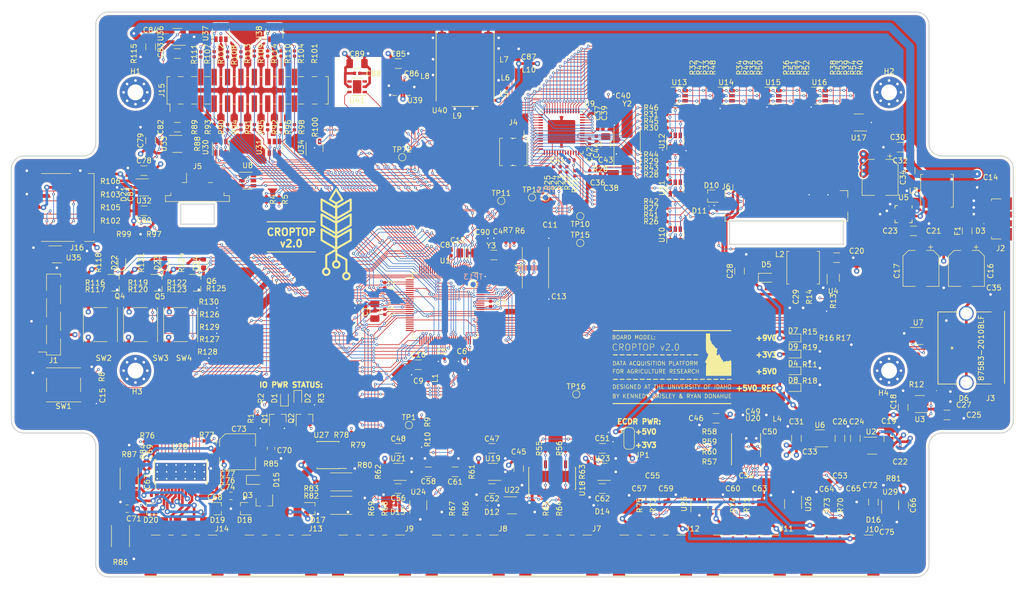
<source format=kicad_pcb>
(kicad_pcb (version 20171130) (host pcbnew "(5.1.4-0-10_14)")
  (layers (0 F.Cu signal) (1 Gnd.Cu power) (2 Vdd.Cu power) (31 B.Cu signal) (34 B.Paste user hide) (35 F.Paste user hide) (36 B.SilkS user) (37 F.SilkS user) (38 B.Mask user hide) (39 F.Mask user hide) (44 Edge.Cuts user hide))
  (net 0 "")
  (net 1 "Net-(C22-Pad1)")
  (net 2 "Net-(C24-Pad1)")
  (net 3 "Net-(C38-Pad1)")
  (net 4 "Net-(C52-Pad1)")
  (net 5 "Net-(C53-Pad2)")
  (net 6 "Net-(C53-Pad1)")
  (net 7 "Net-(C54-Pad1)")
  (net 8 "Net-(C54-Pad2)")
  (net 9 "Net-(D1-Pad2)")
  (net 10 "Net-(D7-Pad1)")
  (net 11 "Net-(D24-Pad1)")
  (net 12 "Net-(J1-Pad6)")
  (net 13 USB_D-)
  (net 14 USB_D+)
  (net 15 "Net-(J7-Pad3)")
  (net 16 "Net-(L3-Pad2)")
  (net 17 "Net-(R26-Pad2)")
  (net 18 "Net-(R27-Pad2)")
  (net 19 "Net-(R38-Pad2)")
  (net 20 "Net-(R39-Pad2)")
  (net 21 "Net-(R40-Pad2)")
  (net 22 "Net-(R41-Pad2)")
  (net 23 "Net-(R55-Pad1)")
  (net 24 "Net-(U16-Pad5)")
  (net 25 DGND)
  (net 26 +3V3)
  (net 27 "Net-(C10-Pad1)")
  (net 28 "Net-(C11-Pad1)")
  (net 29 "Net-(C12-Pad1)")
  (net 30 "Net-(C13-Pad1)")
  (net 31 "Net-(C14-Pad1)")
  (net 32 PICKIT_MCLR)
  (net 33 +5V)
  (net 34 "Net-(C22-Pad2)")
  (net 35 "Net-(C23-Pad1)")
  (net 36 USB_PWR_SENSE)
  (net 37 LCD_A)
  (net 38 LCD_K)
  (net 39 +5V_REG)
  (net 40 "Net-(C35-Pad2)")
  (net 41 ~GPU_PWR_DWN)
  (net 42 "Net-(C40-Pad1)")
  (net 43 "Net-(C43-Pad1)")
  (net 44 "Net-(C50-Pad1)")
  (net 45 "Net-(C51-Pad1)")
  (net 46 "Net-(C55-Pad2)")
  (net 47 "Net-(C55-Pad1)")
  (net 48 "Net-(C56-Pad1)")
  (net 49 POTEN_ADC_2)
  (net 50 POTEN_ADC_1)
  (net 51 "Net-(C62-Pad1)")
  (net 52 "Net-(C68-Pad1)")
  (net 53 "Net-(C69-Pad1)")
  (net 54 "Net-(C80-Pad1)")
  (net 55 "Net-(C81-Pad1)")
  (net 56 "Net-(C82-Pad1)")
  (net 57 "Net-(C83-Pad1)")
  (net 58 "Net-(D1-Pad1)")
  (net 59 "Net-(D2-Pad1)")
  (net 60 "Net-(D2-Pad2)")
  (net 61 "Net-(D3-Pad1)")
  (net 62 "Net-(D4-Pad1)")
  (net 63 "Net-(D5-Pad2)")
  (net 64 "Net-(D8-Pad1)")
  (net 65 "Net-(D9-Pad1)")
  (net 66 "Net-(D15-Pad2)")
  (net 67 "Net-(D17-Pad2)")
  (net 68 "Net-(D17-Pad1)")
  (net 69 "Net-(D18-Pad1)")
  (net 70 "Net-(D19-Pad1)")
  (net 71 "Net-(D19-Pad2)")
  (net 72 "Net-(D20-Pad1)")
  (net 73 "Net-(D20-Pad2)")
  (net 74 "Net-(D22-Pad1)")
  (net 75 "Net-(D22-Pad2)")
  (net 76 "Net-(D23-Pad2)")
  (net 77 "Net-(D23-Pad1)")
  (net 78 "Net-(D24-Pad2)")
  (net 79 PICKIT_PGED)
  (net 80 PICKIT_PGEC)
  (net 81 "Net-(J2-Pad2)")
  (net 82 "Net-(J2-Pad3)")
  (net 83 "Net-(J2-Pad4)")
  (net 84 "Net-(J4-Pad2)")
  (net 85 GPU_X+)
  (net 86 GPU_Y-)
  (net 87 GPU_X-)
  (net 88 GPU_Y+)
  (net 89 "Net-(J6-Pad5)")
  (net 90 "Net-(J6-Pad6)")
  (net 91 "Net-(J6-Pad7)")
  (net 92 "Net-(J6-Pad8)")
  (net 93 "Net-(J6-Pad9)")
  (net 94 "Net-(J6-Pad10)")
  (net 95 "Net-(J6-Pad11)")
  (net 96 "Net-(J6-Pad12)")
  (net 97 "Net-(J6-Pad13)")
  (net 98 "Net-(J6-Pad14)")
  (net 99 "Net-(J6-Pad15)")
  (net 100 "Net-(J6-Pad16)")
  (net 101 "Net-(J6-Pad17)")
  (net 102 "Net-(J6-Pad18)")
  (net 103 "Net-(J6-Pad19)")
  (net 104 "Net-(J6-Pad20)")
  (net 105 "Net-(J6-Pad21)")
  (net 106 "Net-(J6-Pad22)")
  (net 107 "Net-(J6-Pad23)")
  (net 108 "Net-(J6-Pad24)")
  (net 109 "Net-(J6-Pad25)")
  (net 110 "Net-(J6-Pad26)")
  (net 111 "Net-(J6-Pad27)")
  (net 112 "Net-(J6-Pad28)")
  (net 113 "Net-(J6-Pad30)")
  (net 114 "Net-(J6-Pad31)")
  (net 115 "Net-(J6-Pad32)")
  (net 116 "Net-(J6-Pad33)")
  (net 117 "Net-(J6-Pad34)")
  (net 118 "Net-(J6-Pad35)")
  (net 119 "Net-(J6-Pad37)")
  (net 120 "Net-(J6-Pad38)")
  (net 121 "Net-(J6-Pad39)")
  (net 122 "Net-(J6-Pad40)")
  (net 123 "Net-(J7-Pad2)")
  (net 124 "Net-(J8-Pad2)")
  (net 125 "Net-(J8-Pad3)")
  (net 126 "Net-(J9-Pad3)")
  (net 127 "Net-(J9-Pad2)")
  (net 128 ADI_PSW)
  (net 129 ADI_A1-)
  (net 130 ADI_A1+)
  (net 131 ADI_A2+)
  (net 132 ADI_A2-)
  (net 133 ADI_A3-)
  (net 134 ADI_A3+)
  (net 135 "Net-(J15-Pad5)")
  (net 136 "Net-(J15-Pad6)")
  (net 137 "Net-(J15-Pad7)")
  (net 138 "Net-(J15-Pad8)")
  (net 139 "Net-(J15-Pad9)")
  (net 140 "Net-(J15-Pad10)")
  (net 141 "Net-(J15-Pad11)")
  (net 142 "Net-(J15-Pad12)")
  (net 143 "Net-(J15-Pad13)")
  (net 144 "Net-(J15-Pad14)")
  (net 145 "Net-(J15-Pad15)")
  (net 146 "Net-(J15-Pad16)")
  (net 147 "Net-(J15-Pad17)")
  (net 148 "Net-(J15-Pad18)")
  (net 149 "Net-(J15-Pad19)")
  (net 150 "Net-(J15-Pad20)")
  (net 151 "Net-(J15-Pad21)")
  (net 152 "Net-(J15-Pad22)")
  (net 153 "Net-(J15-Pad23)")
  (net 154 "Net-(J15-Pad24)")
  (net 155 "Net-(J16-Pad8)")
  (net 156 "Net-(J16-Pad9)")
  (net 157 "Net-(J16-Pad7)")
  (net 158 "Net-(J16-Pad5)")
  (net 159 "Net-(J16-Pad3)")
  (net 160 "Net-(J16-Pad2)")
  (net 161 "Net-(J16-Pad1)")
  (net 162 "Net-(L7-Pad2)")
  (net 163 ONBRD_SDA)
  (net 164 ONBRD_SCL)
  (net 165 "Net-(L8-Pad2)")
  (net 166 GPS_EXTINT)
  (net 167 "Net-(L9-Pad2)")
  (net 168 ~GPS_RESET)
  (net 169 GPS_PPS)
  (net 170 ~PWR_FAULT)
  (net 171 "Net-(Q4-Pad1)")
  (net 172 "Net-(Q5-Pad1)")
  (net 173 "Net-(Q6-Pad1)")
  (net 174 PMOD_SCL)
  (net 175 PMOD_SDA)
  (net 176 CONFIG_ADC)
  (net 177 GPU_PWM)
  (net 178 USB_PWR_EN)
  (net 179 "Net-(R15-Pad2)")
  (net 180 "Net-(R16-Pad2)")
  (net 181 ~GPU_INT)
  (net 182 "Net-(R22-Pad1)")
  (net 183 ~GPU_CS)
  (net 184 GPU_MOSI)
  (net 185 "Net-(R23-Pad1)")
  (net 186 GPU_MISO)
  (net 187 "Net-(R24-Pad1)")
  (net 188 GPU_SCLK)
  (net 189 "Net-(R25-Pad1)")
  (net 190 "Net-(R28-Pad2)")
  (net 191 "Net-(R29-Pad2)")
  (net 192 "Net-(R30-Pad2)")
  (net 193 "Net-(R31-Pad2)")
  (net 194 "Net-(R32-Pad2)")
  (net 195 "Net-(R33-Pad2)")
  (net 196 "Net-(R34-Pad2)")
  (net 197 "Net-(R35-Pad2)")
  (net 198 "Net-(R36-Pad2)")
  (net 199 "Net-(R37-Pad2)")
  (net 200 "Net-(R42-Pad2)")
  (net 201 "Net-(R43-Pad2)")
  (net 202 "Net-(R44-Pad2)")
  (net 203 "Net-(R45-Pad2)")
  (net 204 "Net-(R46-Pad2)")
  (net 205 "Net-(R47-Pad2)")
  (net 206 "Net-(R48-Pad2)")
  (net 207 "Net-(R49-Pad2)")
  (net 208 "Net-(R50-Pad2)")
  (net 209 "Net-(R51-Pad2)")
  (net 210 "Net-(R52-Pad2)")
  (net 211 "Net-(R53-Pad2)")
  (net 212 "Net-(R54-Pad2)")
  (net 213 ENCDR_A)
  (net 214 ENCDR_B)
  (net 215 "Net-(R56-Pad1)")
  (net 216 ADI_SCLK)
  (net 217 "Net-(R57-Pad1)")
  (net 218 "Net-(R58-Pad1)")
  (net 219 ADI_MOSI)
  (net 220 ADI_MISO)
  (net 221 "Net-(R59-Pad1)")
  (net 222 "Net-(R60-Pad1)")
  (net 223 ~ADI_CS)
  (net 224 SONIC_TRIG)
  (net 225 SONIC_ECHO)
  (net 226 ~STEP_HOME)
  (net 227 ~STEP_FAULT)
  (net 228 ~DC_FAULT)
  (net 229 DC_PWM_1)
  (net 230 "Net-(R82-Pad1)")
  (net 231 DC_PWM_2)
  (net 232 PMOD_GPIO_8)
  (net 233 PMOD_GPIO_6)
  (net 234 PMOD_GPIO_4)
  (net 235 PMOD_GPIO_2)
  (net 236 PMOD_GPIO_7)
  (net 237 PMOD_GPIO_5)
  (net 238 PMOD_GPIO_3)
  (net 239 PMOD_GPIO_1)
  (net 240 PMOD_PWM_2)
  (net 241 PMOD_PWM_1)
  (net 242 PMOD_CN_1)
  (net 243 ~SD_CS)
  (net 244 SD_SCLK)
  (net 245 PMOD_CN_2)
  (net 246 SD_MOSI)
  (net 247 SD_MISO)
  (net 248 PMOD_RX)
  (net 249 PMOD_ADC_3)
  (net 250 PMOD_ADC_1)
  (net 251 PMOD_TX)
  (net 252 PMOD_ADC_4)
  (net 253 PMOD_ADC_2)
  (net 254 DEBUG_LED_1)
  (net 255 DEBUG_LED_2)
  (net 256 DEBUG_LED_3)
  (net 257 DEBUG_BTN_1)
  (net 258 "Net-(R127-Pad2)")
  (net 259 DEBUG_BTN_2)
  (net 260 DEBUG_BTN_3)
  (net 261 STEP_MODE2)
  (net 262 STEP_MODE1)
  (net 263 ~STEP_RESET)
  (net 264 STEP_MODE0)
  (net 265 ~STEP_SLEEP)
  (net 266 STEP_STEP)
  (net 267 STEP_DECAY)
  (net 268 ~STEP_ENBL)
  (net 269 STEP_DIR)
  (net 270 "Net-(U6-Pad4)")
  (net 271 "Net-(U7-Pad1)")
  (net 272 "Net-(U7-Pad6)")
  (net 273 "Net-(U7-Pad5)")
  (net 274 "Net-(U8-Pad5)")
  (net 275 "Net-(U9-Pad9)")
  (net 276 "Net-(U9-Pad10)")
  (net 277 "Net-(U9-Pad12)")
  (net 278 "Net-(U9-Pad15)")
  (net 279 "Net-(U10-Pad5)")
  (net 280 "Net-(U11-Pad5)")
  (net 281 "Net-(U12-Pad5)")
  (net 282 "Net-(U13-Pad5)")
  (net 283 "Net-(U14-Pad5)")
  (net 284 "Net-(U15-Pad5)")
  (net 285 "Net-(U17-Pad5)")
  (net 286 "Net-(U17-Pad6)")
  (net 287 "Net-(U17-Pad3)")
  (net 288 "Net-(U17-Pad1)")
  (net 289 "Net-(U18-Pad8)")
  (net 290 "Net-(U18-Pad9)")
  (net 291 "Net-(U18-Pad11)")
  (net 292 "Net-(U18-Pad12)")
  (net 293 "Net-(U22-Pad3)")
  (net 294 "Net-(U22-Pad4)")
  (net 295 "Net-(U22-Pad5)")
  (net 296 "Net-(U24-Pad5)")
  (net 297 "Net-(U25-Pad5)")
  (net 298 "Net-(U26-Pad3)")
  (net 299 "Net-(U26-Pad4)")
  (net 300 "Net-(U26-Pad5)")
  (net 301 "Net-(U28-Pad23)")
  (net 302 "Net-(U30-Pad5)")
  (net 303 "Net-(U31-Pad5)")
  (net 304 "Net-(U34-Pad5)")
  (net 305 "Net-(U35-Pad5)")
  (net 306 "Net-(U37-Pad5)")
  (net 307 "Net-(U38-Pad5)")
  (net 308 "Net-(U39-Pad9)")
  (net 309 "Net-(U39-Pad11)")
  (net 310 "Net-(U40-Pad16)")
  (net 311 "Net-(U40-Pad25)")
  (net 312 "Net-(U40-Pad2)")
  (net 313 "Net-(U40-Pad20)")
  (net 314 "Net-(U40-Pad24)")
  (net 315 "Net-(U40-Pad26)")
  (net 316 "Net-(U40-Pad28)")
  (net 317 "Net-(U41-Pad3)")
  (net 318 "Net-(U41-Pad4)")
  (net 319 "Net-(U1-Pad21)")
  (net 320 "Net-(U1-Pad22)")
  (net 321 "Net-(U1-Pad23)")
  (net 322 "Net-(U1-Pad24)")
  (net 323 "Net-(U1-Pad25)")
  (net 324 "Net-(C67-Pad2)")
  (net 325 "Net-(C67-Pad1)")
  (net 326 "Net-(C72-Pad1)")
  (net 327 "Net-(C74-Pad1)")
  (net 328 "Net-(C87-Pad1)")
  (net 329 "Net-(L5-Pad2)")
  (net 330 "Net-(L6-Pad2)")
  (net 331 "Net-(R64-Pad2)")
  (net 332 "Net-(R65-Pad2)")
  (net 333 "Net-(R79-Pad1)")
  (net 334 "Net-(R80-Pad1)")
  (net 335 "Net-(R86-Pad1)")
  (net 336 "Net-(R87-Pad1)")
  (net 337 "Net-(R125-Pad2)")
  (net 338 "Net-(R126-Pad2)")
  (net 339 "Net-(C4-Pad1)")
  (net 340 "Net-(C90-Pad1)")
  (net 341 "Net-(U1-Pad1)")
  (net 342 "Net-(U1-Pad4)")
  (module TestPoint:TestPoint_Pad_D1.0mm (layer F.Cu) (at 126.492 82.55)
    (fp_text reference TP72 (at 0 -1.448) (layer F.SilkS))
    (fp_text value TestPoint)
    (pad 1 smd circle (at 0 0) (size 1 1) (layers F.Cu F.Mask) (net 163 ONBRD_SDA))
  )
  (module TestPoint:TestPoint_Pad_D1.0mm (layer F.Cu) (at 159.512 127.508)
    (fp_text reference TP16 (at 0 -1.448) (layer F.SilkS))
    (fp_text value TestPoint)
    (pad 1 smd circle (at 0 0) (size 1 1) (layers F.Cu F.Mask) (net 213 ENCDR_A))
  )
  (module TestPoint:TestPoint_Pad_D1.0mm (layer F.Cu) (at 160.274 98.806)
    (fp_text reference TP15 (at 0 -1.524) (layer F.SilkS))
    (fp_text value TestPoint)
    (pad 1 smd circle (at 0 0) (size 1 1) (layers F.Cu F.Mask) (net 183 ~GPU_CS))
  )
  (module TestPoint:TestPoint_Pad_D1.0mm (layer F.Cu) (at 153.67 90.17)
    (fp_text reference TP14 (at 0 -1.448) (layer B.SilkS) (effects (justify mirror)))
    (fp_text value TestPoint)
    (pad 1 smd circle (at 0 0) (size 1 1) (layers B.Cu F.Mask) (net 184 GPU_MOSI))
  )
  (module TestPoint:TestPoint_Pad_D1.0mm (layer F.Cu) (at 139.954 106.68)
    (fp_text reference TP13 (at 0 -1.448) (layer B.SilkS) (effects (justify mirror)))
    (fp_text value TestPoint)
    (pad 1 smd circle (at 0 0) (size 1 1) (layers B.Cu F.Mask) (net 186 GPU_MISO))
  )
  (module TestPoint:TestPoint_Pad_D1.0mm (layer F.Cu) (at 151.13 90.17)
    (fp_text reference TP12 (at 0 -1.448) (layer F.SilkS))
    (fp_text value TestPoint)
    (pad 1 smd circle (at 0 0) (size 1 1) (layers F.Cu F.Mask) (net 188 GPU_SCLK))
  )
  (module TestPoint:TestPoint_Pad_D1.0mm (layer F.Cu) (at 145.288 90.805)
    (fp_text reference TP11 (at 0 -1.448) (layer F.SilkS))
    (fp_text value TestPoint)
    (pad 1 smd circle (at 0 0) (size 1 1) (layers F.Cu F.Mask) (net 181 ~GPU_INT))
  )
  (module TestPoint:TestPoint_Pad_D1.0mm (layer F.Cu) (at 160.274 93.726)
    (fp_text reference TP10 (at 0 1.524) (layer F.SilkS))
    (fp_text value TestPoint)
    (pad 1 smd circle (at 0 0) (size 1 1) (layers F.Cu F.Mask) (net 41 ~GPU_PWR_DWN))
  )
  (module TestPoint:TestPoint_Pad_D1.0mm (layer F.Cu) (at 127.762 133.35)
    (fp_text reference TP1 (at 0 -1.448) (layer F.SilkS))
    (fp_text value TestPoint)
    (pad 1 smd circle (at 0 0) (size 1 1) (layers F.Cu F.Mask) (net 176 CONFIG_ADC))
  )
  (module Fuse:Fuse_1206_3216Metric (layer F.Cu) (at 233.68 96.52 90)
    (fp_text reference F1 (at 0 -1.82 90) (layer F.SilkS))
    (fp_text value MF-NSMF110)
    (pad 2 smd roundrect (at 1.4 0 90) (size 1.25 1.75) (layers F.Cu F.Paste F.Mask) (roundrect_rratio 0.2) (net 61 "Net-(D3-Pad1)"))
    (pad 1 smd roundrect (at -1.4 0 90) (size 1.25 1.75) (layers F.Cu F.Paste F.Mask) (roundrect_rratio 0.2) (net 33 +5V))
  )
  (module croptop:idaho (layer F.Cu) (at 186.436 120.015)
    (fp_text reference G*** hide)
    (fp_text value LOGO hide)
  )
  (module croptop:croptoplogo (layer F.Cu) (at 113.792 97.917)
    (fp_text reference G*** hide)
    (fp_text value LOGO hide)
  )
  (module MountingHole:MountingHole_3mm_Pad_Via (layer F.Cu) (at 75.8698 70.231)
    (fp_text reference H1 (at 0 -4) (layer F.SilkS))
    (fp_text value 3mm)
    (pad 1 thru_hole circle (at 1.59099 -1.59099) (size 0.8 0.8) (drill 0.5) (layers *.Cu *.Mask))
    (pad 1 thru_hole circle (at 0 -2.25) (size 0.8 0.8) (drill 0.5) (layers *.Cu *.Mask))
    (pad 1 thru_hole circle (at -1.59099 -1.59099) (size 0.8 0.8) (drill 0.5) (layers *.Cu *.Mask))
    (pad 1 thru_hole circle (at -2.25 0) (size 0.8 0.8) (drill 0.5) (layers *.Cu *.Mask))
    (pad 1 thru_hole circle (at -1.59099 1.59099) (size 0.8 0.8) (drill 0.5) (layers *.Cu *.Mask))
    (pad 1 thru_hole circle (at 0 2.25) (size 0.8 0.8) (drill 0.5) (layers *.Cu *.Mask))
    (pad 1 thru_hole circle (at 1.59099 1.59099) (size 0.8 0.8) (drill 0.5) (layers *.Cu *.Mask))
    (pad 1 thru_hole circle (at 2.25 0) (size 0.8 0.8) (drill 0.5) (layers *.Cu *.Mask))
    (pad 1 thru_hole circle (at 0 0) (size 6 6) (drill 3) (layers *.Cu *.Mask))
  )
  (module MountingHole:MountingHole_3mm_Pad_Via (layer F.Cu) (at 218.8718 70.231)
    (fp_text reference H2 (at 0 -4) (layer F.SilkS))
    (fp_text value 3mm)
    (pad 1 thru_hole circle (at 1.59099 -1.59099) (size 0.8 0.8) (drill 0.5) (layers *.Cu *.Mask))
    (pad 1 thru_hole circle (at 0 -2.25) (size 0.8 0.8) (drill 0.5) (layers *.Cu *.Mask))
    (pad 1 thru_hole circle (at -1.59099 -1.59099) (size 0.8 0.8) (drill 0.5) (layers *.Cu *.Mask))
    (pad 1 thru_hole circle (at -2.25 0) (size 0.8 0.8) (drill 0.5) (layers *.Cu *.Mask))
    (pad 1 thru_hole circle (at -1.59099 1.59099) (size 0.8 0.8) (drill 0.5) (layers *.Cu *.Mask))
    (pad 1 thru_hole circle (at 0 2.25) (size 0.8 0.8) (drill 0.5) (layers *.Cu *.Mask))
    (pad 1 thru_hole circle (at 1.59099 1.59099) (size 0.8 0.8) (drill 0.5) (layers *.Cu *.Mask))
    (pad 1 thru_hole circle (at 2.25 0) (size 0.8 0.8) (drill 0.5) (layers *.Cu *.Mask))
    (pad 1 thru_hole circle (at 0 0) (size 6 6) (drill 3) (layers *.Cu *.Mask))
  )
  (module MountingHole:MountingHole_3mm_Pad_Via (layer F.Cu) (at 75.8698 123.0376)
    (fp_text reference H3 (at 0.3302 3.9624) (layer F.SilkS))
    (fp_text value 3mm)
    (pad 1 thru_hole circle (at 0 0) (size 6 6) (drill 3) (layers *.Cu *.Mask))
    (pad 1 thru_hole circle (at 2.25 0) (size 0.8 0.8) (drill 0.5) (layers *.Cu *.Mask))
    (pad 1 thru_hole circle (at 1.59099 1.59099) (size 0.8 0.8) (drill 0.5) (layers *.Cu *.Mask))
    (pad 1 thru_hole circle (at 0 2.25) (size 0.8 0.8) (drill 0.5) (layers *.Cu *.Mask))
    (pad 1 thru_hole circle (at -1.59099 1.59099) (size 0.8 0.8) (drill 0.5) (layers *.Cu *.Mask))
    (pad 1 thru_hole circle (at -2.25 0) (size 0.8 0.8) (drill 0.5) (layers *.Cu *.Mask))
    (pad 1 thru_hole circle (at -1.59099 -1.59099) (size 0.8 0.8) (drill 0.5) (layers *.Cu *.Mask))
    (pad 1 thru_hole circle (at 0 -2.25) (size 0.8 0.8) (drill 0.5) (layers *.Cu *.Mask))
    (pad 1 thru_hole circle (at 1.59099 -1.59099) (size 0.8 0.8) (drill 0.5) (layers *.Cu *.Mask))
  )
  (module MountingHole:MountingHole_3mm_Pad_Via (layer F.Cu) (at 218.8718 123.0376)
    (fp_text reference H4 (at -1.0668 4.2164) (layer F.SilkS))
    (fp_text value 3mm)
    (pad 1 thru_hole circle (at 0 0) (size 6 6) (drill 3) (layers *.Cu *.Mask))
    (pad 1 thru_hole circle (at 2.25 0) (size 0.8 0.8) (drill 0.5) (layers *.Cu *.Mask))
    (pad 1 thru_hole circle (at 1.59099 1.59099) (size 0.8 0.8) (drill 0.5) (layers *.Cu *.Mask))
    (pad 1 thru_hole circle (at 0 2.25) (size 0.8 0.8) (drill 0.5) (layers *.Cu *.Mask))
    (pad 1 thru_hole circle (at -1.59099 1.59099) (size 0.8 0.8) (drill 0.5) (layers *.Cu *.Mask))
    (pad 1 thru_hole circle (at -2.25 0) (size 0.8 0.8) (drill 0.5) (layers *.Cu *.Mask))
    (pad 1 thru_hole circle (at -1.59099 -1.59099) (size 0.8 0.8) (drill 0.5) (layers *.Cu *.Mask))
    (pad 1 thru_hole circle (at 0 -2.25) (size 0.8 0.8) (drill 0.5) (layers *.Cu *.Mask))
    (pad 1 thru_hole circle (at 1.59099 -1.59099) (size 0.8 0.8) (drill 0.5) (layers *.Cu *.Mask))
  )
  (module Diode_SMD:D_SOD-323 (layer F.Cu) (at 98.425 143.764)
    (fp_text reference D15 (at 4.191 0 90) (layer F.SilkS))
    (fp_text value NSR0240HT1G)
    (pad 2 smd rect (at 1.05 0) (size 0.6 0.45) (layers F.Cu F.Paste F.Mask) (net 66 "Net-(D15-Pad2)"))
    (pad 1 smd rect (at -1.05 0) (size 0.6 0.45) (layers F.Cu F.Paste F.Mask) (net 52 "Net-(C68-Pad1)"))
  )
  (module Diode_SMD:D_SOD-323 (layer F.Cu) (at 195.58 105.41)
    (fp_text reference D5 (at 0 -2.5) (layer F.SilkS))
    (fp_text value NSR0240HT1G)
    (pad 2 smd rect (at 1.05 0) (size 0.6 0.45) (layers F.Cu F.Paste F.Mask) (net 63 "Net-(D5-Pad2)"))
    (pad 1 smd rect (at -1.05 0) (size 0.6 0.45) (layers F.Cu F.Paste F.Mask) (net 37 LCD_A))
  )
  (module Capacitor_SMD:CP_Elec_6.3x7.7 (layer F.Cu) (at 217.17 86.36 270)
    (fp_text reference C34 (at 0 -4.35 270) (layer F.SilkS))
    (fp_text value 100u)
    (pad 2 smd rect (at 2.7 0 270) (size 3.5 1.6) (layers F.Cu F.Paste F.Mask) (net 25 DGND))
    (pad 1 smd rect (at -2.7 0 270) (size 3.5 1.6) (layers F.Cu F.Paste F.Mask) (net 26 +3V3))
  )
  (module Package_DFN_QFN:QFN-56-1EP_8x8mm_P0.5mm_EP4.5x5.2mm (layer F.Cu) (at 156.718 77.724 90)
    (fp_text reference U9 (at 5.334 5.334 180) (layer F.SilkS))
    (fp_text value FT812Q)
    (pad 56 smd roundrect (at -3.25 -3.9375 90) (size 0.25 0.875) (layers F.Cu F.Paste F.Mask) (net 18 "Net-(R27-Pad2)"))
    (pad 55 smd roundrect (at -2.75 -3.9375 90) (size 0.25 0.875) (layers F.Cu F.Paste F.Mask) (net 200 "Net-(R42-Pad2)"))
    (pad 54 smd roundrect (at -2.25 -3.9375 90) (size 0.25 0.875) (layers F.Cu F.Paste F.Mask) (net 190 "Net-(R28-Pad2)"))
    (pad 53 smd roundrect (at -1.75 -3.9375 90) (size 0.25 0.875) (layers F.Cu F.Paste F.Mask) (net 201 "Net-(R43-Pad2)"))
    (pad 52 smd roundrect (at -1.25 -3.9375 90) (size 0.25 0.875) (layers F.Cu F.Paste F.Mask) (net 191 "Net-(R29-Pad2)"))
    (pad 51 smd roundrect (at -0.75 -3.9375 90) (size 0.25 0.875) (layers F.Cu F.Paste F.Mask) (net 202 "Net-(R44-Pad2)"))
    (pad 50 smd roundrect (at -0.25 -3.9375 90) (size 0.25 0.875) (layers F.Cu F.Paste F.Mask) (net 192 "Net-(R30-Pad2)"))
    (pad 49 smd roundrect (at 0.25 -3.9375 90) (size 0.25 0.875) (layers F.Cu F.Paste F.Mask) (net 203 "Net-(R45-Pad2)"))
    (pad 48 smd roundrect (at 0.75 -3.9375 90) (size 0.25 0.875) (layers F.Cu F.Paste F.Mask) (net 193 "Net-(R31-Pad2)"))
    (pad 47 smd roundrect (at 1.25 -3.9375 90) (size 0.25 0.875) (layers F.Cu F.Paste F.Mask) (net 204 "Net-(R46-Pad2)"))
    (pad 46 smd roundrect (at 1.75 -3.9375 90) (size 0.25 0.875) (layers F.Cu F.Paste F.Mask) (net 194 "Net-(R32-Pad2)"))
    (pad 45 smd roundrect (at 2.25 -3.9375 90) (size 0.25 0.875) (layers F.Cu F.Paste F.Mask) (net 205 "Net-(R47-Pad2)"))
    (pad 44 smd roundrect (at 2.75 -3.9375 90) (size 0.25 0.875) (layers F.Cu F.Paste F.Mask) (net 195 "Net-(R33-Pad2)"))
    (pad 43 smd roundrect (at 3.25 -3.9375 90) (size 0.25 0.875) (layers F.Cu F.Paste F.Mask) (net 206 "Net-(R48-Pad2)"))
    (pad 42 smd roundrect (at 3.9375 -3.25 90) (size 0.875 0.25) (layers F.Cu F.Paste F.Mask) (net 25 DGND))
    (pad 41 smd roundrect (at 3.9375 -2.75 90) (size 0.875 0.25) (layers F.Cu F.Paste F.Mask) (net 196 "Net-(R34-Pad2)"))
    (pad 40 smd roundrect (at 3.9375 -2.25 90) (size 0.875 0.25) (layers F.Cu F.Paste F.Mask) (net 207 "Net-(R49-Pad2)"))
    (pad 39 smd roundrect (at 3.9375 -1.75 90) (size 0.875 0.25) (layers F.Cu F.Paste F.Mask) (net 197 "Net-(R35-Pad2)"))
    (pad 38 smd roundrect (at 3.9375 -1.25 90) (size 0.875 0.25) (layers F.Cu F.Paste F.Mask) (net 208 "Net-(R50-Pad2)"))
    (pad 37 smd roundrect (at 3.9375 -0.75 90) (size 0.875 0.25) (layers F.Cu F.Paste F.Mask) (net 198 "Net-(R36-Pad2)"))
    (pad 36 smd roundrect (at 3.9375 -0.25 90) (size 0.875 0.25) (layers F.Cu F.Paste F.Mask) (net 209 "Net-(R51-Pad2)"))
    (pad 35 smd roundrect (at 3.9375 0.25 90) (size 0.875 0.25) (layers F.Cu F.Paste F.Mask) (net 199 "Net-(R37-Pad2)"))
    (pad 34 smd roundrect (at 3.9375 0.75 90) (size 0.875 0.25) (layers F.Cu F.Paste F.Mask) (net 210 "Net-(R52-Pad2)"))
    (pad 33 smd roundrect (at 3.9375 1.25 90) (size 0.875 0.25) (layers F.Cu F.Paste F.Mask) (net 19 "Net-(R38-Pad2)"))
    (pad 32 smd roundrect (at 3.9375 1.75 90) (size 0.875 0.25) (layers F.Cu F.Paste F.Mask) (net 211 "Net-(R53-Pad2)"))
    (pad 31 smd roundrect (at 3.9375 2.25 90) (size 0.875 0.25) (layers F.Cu F.Paste F.Mask) (net 20 "Net-(R39-Pad2)"))
    (pad 30 smd roundrect (at 3.9375 2.75 90) (size 0.875 0.25) (layers F.Cu F.Paste F.Mask) (net 212 "Net-(R54-Pad2)"))
    (pad 29 smd roundrect (at 3.9375 3.25 90) (size 0.875 0.25) (layers F.Cu F.Paste F.Mask) (net 21 "Net-(R40-Pad2)"))
    (pad 28 smd roundrect (at 3.25 3.9375 90) (size 0.25 0.875) (layers F.Cu F.Paste F.Mask) (net 177 GPU_PWM))
    (pad 27 smd roundrect (at 2.75 3.9375 90) (size 0.25 0.875) (layers F.Cu F.Paste F.Mask) (net 25 DGND))
    (pad 26 smd roundrect (at 2.25 3.9375 90) (size 0.25 0.875) (layers F.Cu F.Paste F.Mask) (net 86 GPU_Y-))
    (pad 25 smd roundrect (at 1.75 3.9375 90) (size 0.25 0.875) (layers F.Cu F.Paste F.Mask) (net 87 GPU_X-))
    (pad 24 smd roundrect (at 1.25 3.9375 90) (size 0.25 0.875) (layers F.Cu F.Paste F.Mask) (net 88 GPU_Y+))
    (pad 23 smd roundrect (at 0.75 3.9375 90) (size 0.25 0.875) (layers F.Cu F.Paste F.Mask) (net 85 GPU_X+))
    (pad 22 smd roundrect (at 0.25 3.9375 90) (size 0.25 0.875) (layers F.Cu F.Paste F.Mask) (net 26 +3V3))
    (pad 21 smd roundrect (at -0.25 3.9375 90) (size 0.25 0.875) (layers F.Cu F.Paste F.Mask) (net 26 +3V3))
    (pad 20 smd roundrect (at -0.75 3.9375 90) (size 0.25 0.875) (layers F.Cu F.Paste F.Mask) (net 43 "Net-(C43-Pad1)"))
    (pad 19 smd roundrect (at -1.25 3.9375 90) (size 0.25 0.875) (layers F.Cu F.Paste F.Mask) (net 26 +3V3))
    (pad 18 smd roundrect (at -1.75 3.9375 90) (size 0.25 0.875) (layers F.Cu F.Paste F.Mask) (net 25 DGND))
    (pad 17 smd roundrect (at -2.25 3.9375 90) (size 0.25 0.875) (layers F.Cu F.Paste F.Mask) (net 42 "Net-(C40-Pad1)"))
    (pad 16 smd roundrect (at -2.75 3.9375 90) (size 0.25 0.875) (layers F.Cu F.Paste F.Mask) (net 3 "Net-(C38-Pad1)"))
    (pad 15 smd roundrect (at -3.25 3.9375 90) (size 0.25 0.875) (layers F.Cu F.Paste F.Mask) (net 278 "Net-(U9-Pad15)"))
    (pad 14 smd roundrect (at -3.9375 3.25 90) (size 0.875 0.25) (layers F.Cu F.Paste F.Mask) (net 41 ~GPU_PWR_DWN))
    (pad 13 smd roundrect (at -3.9375 2.75 90) (size 0.875 0.25) (layers F.Cu F.Paste F.Mask) (net 181 ~GPU_INT))
    (pad 12 smd roundrect (at -3.9375 2.25 90) (size 0.875 0.25) (layers F.Cu F.Paste F.Mask) (net 277 "Net-(U9-Pad12)"))
    (pad 11 smd roundrect (at -3.9375 1.75 90) (size 0.875 0.25) (layers F.Cu F.Paste F.Mask) (net 26 +3V3))
    (pad 10 smd roundrect (at -3.9375 1.25 90) (size 0.875 0.25) (layers F.Cu F.Paste F.Mask) (net 276 "Net-(U9-Pad10)"))
    (pad 9 smd roundrect (at -3.9375 0.75 90) (size 0.875 0.25) (layers F.Cu F.Paste F.Mask) (net 275 "Net-(U9-Pad9)"))
    (pad 8 smd roundrect (at -3.9375 0.25 90) (size 0.875 0.25) (layers F.Cu F.Paste F.Mask) (net 182 "Net-(R22-Pad1)"))
    (pad 7 smd roundrect (at -3.9375 -0.25 90) (size 0.875 0.25) (layers F.Cu F.Paste F.Mask) (net 185 "Net-(R23-Pad1)"))
    (pad 6 smd roundrect (at -3.9375 -0.75 90) (size 0.875 0.25) (layers F.Cu F.Paste F.Mask) (net 187 "Net-(R24-Pad1)"))
    (pad 5 smd roundrect (at -3.9375 -1.25 90) (size 0.875 0.25) (layers F.Cu F.Paste F.Mask) (net 189 "Net-(R25-Pad1)"))
    (pad 4 smd roundrect (at -3.9375 -1.75 90) (size 0.875 0.25) (layers F.Cu F.Paste F.Mask) (net 25 DGND))
    (pad 3 smd roundrect (at -3.9375 -2.25 90) (size 0.875 0.25) (layers F.Cu F.Paste F.Mask) (net 84 "Net-(J4-Pad2)"))
    (pad 2 smd roundrect (at -3.9375 -2.75 90) (size 0.875 0.25) (layers F.Cu F.Paste F.Mask) (net 17 "Net-(R26-Pad2)"))
    (pad 1 smd roundrect (at -3.9375 -3.25 90) (size 0.875 0.25) (layers F.Cu F.Paste F.Mask) (net 22 "Net-(R41-Pad2)"))
    (pad 57 smd roundrect (at 0 0 90) (size 4.5 5.2) (layers F.Cu F.Mask) (roundrect_rratio 0.055556) (net 25 DGND))
  )
  (module Connector_Card:microSD_HC_Hirose_DM3D-SF (layer F.Cu) (at 62.23 92.075 270)
    (fp_text reference J16 (at 7.62 -2.54) (layer F.SilkS))
    (fp_text value DM3D-SF)
    (pad 8 smd rect (at -4.525 5.35 270) (size 0.7 1.75) (layers F.Cu F.Paste F.Mask) (net 155 "Net-(J16-Pad8)"))
    (pad 11 smd rect (at -5.725 5.225 270) (size 1.3 1.5) (layers F.Cu F.Paste F.Mask) (net 25 DGND))
    (pad 11 smd rect (at -5.975 -2.375 270) (size 0.8 1.5) (layers F.Cu F.Paste F.Mask) (net 25 DGND))
    (pad 9 smd rect (at -5.65 -3.875 270) (size 1.45 1) (layers F.Cu F.Paste F.Mask) (net 156 "Net-(J16-Pad9)"))
    (pad 11 smd rect (at 5.975 -3.025 270) (size 0.8 1.4) (layers F.Cu F.Paste F.Mask) (net 25 DGND))
    (pad 7 smd rect (at -3.425 5.35 270) (size 0.7 1.75) (layers F.Cu F.Paste F.Mask) (net 157 "Net-(J16-Pad7)"))
    (pad 6 smd rect (at -2.325 5.35 270) (size 0.7 1.75) (layers F.Cu F.Paste F.Mask) (net 25 DGND))
    (pad 5 smd rect (at -1.225 5.35 270) (size 0.7 1.75) (layers F.Cu F.Paste F.Mask) (net 158 "Net-(J16-Pad5)"))
    (pad 4 smd rect (at -0.125 5.35 270) (size 0.7 1.75) (layers F.Cu F.Paste F.Mask) (net 55 "Net-(C81-Pad1)"))
    (pad 3 smd rect (at 0.975 5.35 270) (size 0.7 1.75) (layers F.Cu F.Paste F.Mask) (net 159 "Net-(J16-Pad3)"))
    (pad 2 smd rect (at 2.075 5.35 270) (size 0.7 1.75) (layers F.Cu F.Paste F.Mask) (net 160 "Net-(J16-Pad2)"))
    (pad 1 smd rect (at 3.175 5.35 270) (size 0.7 1.75) (layers F.Cu F.Paste F.Mask) (net 161 "Net-(J16-Pad1)"))
    (pad 11 smd rect (at 5.625 5.225 270) (size 1.5 1.5) (layers F.Cu F.Paste F.Mask) (net 25 DGND))
    (pad 10 smd rect (at 5.575 -5.45 270) (size 1 1.55) (layers F.Cu F.Paste F.Mask) (net 26 +3V3))
  )
  (module Capacitor_SMD:C_1206_3216Metric (layer F.Cu) (at 121.285 111.76 90)
    (fp_text reference C1 (at 0 -1.82 90) (layer F.SilkS))
    (fp_text value 10u)
    (pad 2 smd roundrect (at 1.4 0 90) (size 1.25 1.75) (layers F.Cu F.Paste F.Mask) (roundrect_rratio 0.2) (net 25 DGND))
    (pad 1 smd roundrect (at -1.4 0 90) (size 1.25 1.75) (layers F.Cu F.Paste F.Mask) (roundrect_rratio 0.2) (net 26 +3V3))
  )
  (module Capacitor_SMD:C_0402_1005Metric (layer F.Cu) (at 123.19 106.807 270)
    (fp_text reference C2 (at 0 -1.27 270) (layer F.SilkS))
    (fp_text value 0.1u)
    (pad 1 smd roundrect (at -0.485 0 270) (size 0.59 0.64) (layers F.Cu F.Paste F.Mask) (net 26 +3V3))
    (pad 2 smd roundrect (at 0.485 0 270) (size 0.59 0.64) (layers F.Cu F.Paste F.Mask) (net 25 DGND))
  )
  (module Capacitor_SMD:C_0402_1005Metric (layer F.Cu) (at 123.19 111.887 90)
    (fp_text reference C3 (at 0.127 1.27 90) (layer F.SilkS))
    (fp_text value 0.1u)
    (pad 1 smd roundrect (at -0.485 0 90) (size 0.59 0.64) (layers F.Cu F.Paste F.Mask) (net 26 +3V3))
    (pad 2 smd roundrect (at 0.485 0 90) (size 0.59 0.64) (layers F.Cu F.Paste F.Mask) (net 25 DGND))
  )
  (module Capacitor_SMD:C_0402_1005Metric (layer F.Cu) (at 133.985 120.65 180)
    (fp_text reference C5 (at 0 1.27 180) (layer F.SilkS))
    (fp_text value 0.1u)
    (pad 1 smd roundrect (at -0.485 0 180) (size 0.59 0.64) (layers F.Cu F.Paste F.Mask) (net 26 +3V3))
    (pad 2 smd roundrect (at 0.485 0 180) (size 0.59 0.64) (layers F.Cu F.Paste F.Mask) (net 25 DGND))
  )
  (module Capacitor_SMD:C_0402_1005Metric (layer F.Cu) (at 137.795 120.65 180)
    (fp_text reference C6 (at 0 1.27 180) (layer F.SilkS))
    (fp_text value 0.1u)
    (pad 2 smd roundrect (at 0.485 0 180) (size 0.59 0.64) (layers F.Cu F.Paste F.Mask) (net 25 DGND))
    (pad 1 smd roundrect (at -0.485 0 180) (size 0.59 0.64) (layers F.Cu F.Paste F.Mask) (net 26 +3V3))
  )
  (module Capacitor_SMD:C_0402_1005Metric (layer F.Cu) (at 143.256 110.363 90)
    (fp_text reference C7 (at 0.127 2.032 180) (layer F.SilkS))
    (fp_text value 0.1u)
    (pad 1 smd roundrect (at -0.485 0 90) (size 0.59 0.64) (layers F.Cu F.Paste F.Mask) (net 26 +3V3))
    (pad 2 smd roundrect (at 0.485 0 90) (size 0.59 0.64) (layers F.Cu F.Paste F.Mask) (net 25 DGND))
  )
  (module Capacitor_SMD:C_0402_1005Metric (layer F.Cu) (at 135.763 100.711 90)
    (fp_text reference C8 (at 1.524 -1.143 180) (layer F.SilkS))
    (fp_text value 0.1u)
    (pad 2 smd roundrect (at 0.485 0 90) (size 0.59 0.64) (layers F.Cu F.Paste F.Mask) (net 25 DGND))
    (pad 1 smd roundrect (at -0.485 0 90) (size 0.59 0.64) (layers F.Cu F.Paste F.Mask) (net 26 +3V3))
  )
  (module Capacitor_SMD:C_0402_1005Metric (layer F.Cu) (at 129.54 123.825 180)
    (fp_text reference C9 (at 0 -1.17 180) (layer F.SilkS))
    (fp_text value 0.1u)
    (pad 2 smd roundrect (at 0.485 0 180) (size 0.59 0.64) (layers F.Cu F.Paste F.Mask) (net 25 DGND))
    (pad 1 smd roundrect (at -0.485 0 180) (size 0.59 0.64) (layers F.Cu F.Paste F.Mask) (net 27 "Net-(C10-Pad1)"))
  )
  (module Capacitor_SMD:C_1206_3216Metric (layer F.Cu) (at 129.54 121.92 180)
    (fp_text reference C10 (at 0 1.905 180) (layer F.SilkS))
    (fp_text value 10u)
    (pad 2 smd roundrect (at 1.4 0 180) (size 1.25 1.75) (layers F.Cu F.Paste F.Mask) (roundrect_rratio 0.2) (net 25 DGND))
    (pad 1 smd roundrect (at -1.4 0 180) (size 1.25 1.75) (layers F.Cu F.Paste F.Mask) (roundrect_rratio 0.2) (net 27 "Net-(C10-Pad1)"))
  )
  (module Capacitor_SMD:C_0402_1005Metric (layer F.Cu) (at 154.432 96.901)
    (fp_text reference C11 (at 0.127 -1.524) (layer F.SilkS))
    (fp_text value 27p)
    (pad 1 smd roundrect (at -0.485 0) (size 0.59 0.64) (layers F.Cu F.Paste F.Mask) (net 28 "Net-(C11-Pad1)"))
    (pad 2 smd roundrect (at 0.485 0) (size 0.59 0.64) (layers F.Cu F.Paste F.Mask) (net 25 DGND))
  )
  (module Capacitor_SMD:C_1206_3216Metric (layer F.Cu) (at 138.811 100.711)
    (fp_text reference C12 (at -1.778 -2.413 180) (layer F.SilkS))
    (fp_text value 10u)
    (pad 1 smd roundrect (at -1.4 0) (size 1.25 1.75) (layers F.Cu F.Paste F.Mask) (roundrect_rratio 0.2) (net 29 "Net-(C12-Pad1)"))
    (pad 2 smd roundrect (at 1.4 0) (size 1.25 1.75) (layers F.Cu F.Paste F.Mask) (roundrect_rratio 0.2) (net 25 DGND))
  )
  (module Capacitor_SMD:C_0402_1005Metric (layer F.Cu) (at 154.305 110.363)
    (fp_text reference C13 (at 1.905 -1.397) (layer F.SilkS))
    (fp_text value 27p)
    (pad 2 smd roundrect (at 0.485 0) (size 0.59 0.64) (layers F.Cu F.Paste F.Mask) (net 25 DGND))
    (pad 1 smd roundrect (at -0.485 0) (size 0.59 0.64) (layers F.Cu F.Paste F.Mask) (net 30 "Net-(C13-Pad1)"))
  )
  (module Capacitor_SMD:C_0402_1005Metric (layer F.Cu) (at 238.125 87.63 180)
    (fp_text reference C14 (at 0 1.27 180) (layer F.SilkS))
    (fp_text value 0.1u)
    (pad 1 smd roundrect (at -0.485 0 180) (size 0.59 0.64) (layers F.Cu F.Paste F.Mask) (net 31 "Net-(C14-Pad1)"))
    (pad 2 smd roundrect (at 0.485 0 180) (size 0.59 0.64) (layers F.Cu F.Paste F.Mask) (net 25 DGND))
  )
  (module Capacitor_SMD:C_0402_1005Metric (layer F.Cu) (at 68.453 127.762 270)
    (fp_text reference C15 (at 0 -1.17 270) (layer F.SilkS))
    (fp_text value 0.1u)
    (pad 2 smd roundrect (at 0.485 0 270) (size 0.59 0.64) (layers F.Cu F.Paste F.Mask) (net 25 DGND))
    (pad 1 smd roundrect (at -0.485 0 270) (size 0.59 0.64) (layers F.Cu F.Paste F.Mask) (net 32 PICKIT_MCLR))
  )
  (module Capacitor_SMD:CP_Elec_6.3x7.7 (layer F.Cu) (at 233.553 103.632 270)
    (fp_text reference C16 (at 0.508 -4.572 90) (layer F.SilkS))
    (fp_text value 100u)
    (pad 1 smd rect (at -2.7 0 270) (size 3.5 1.6) (layers F.Cu F.Paste F.Mask) (net 33 +5V))
    (pad 2 smd rect (at 2.7 0 270) (size 3.5 1.6) (layers F.Cu F.Paste F.Mask) (net 25 DGND))
  )
  (module Capacitor_SMD:CP_Elec_6.3x7.7 (layer F.Cu) (at 224.917 103.632 270)
    (fp_text reference C17 (at 0.508 4.572 90) (layer F.SilkS))
    (fp_text value 100u)
    (pad 2 smd rect (at 2.7 0 270) (size 3.5 1.6) (layers F.Cu F.Paste F.Mask) (net 25 DGND))
    (pad 1 smd rect (at -2.7 0 270) (size 3.5 1.6) (layers F.Cu F.Paste F.Mask) (net 33 +5V))
  )
  (module Capacitor_SMD:C_1206_3216Metric (layer F.Cu) (at 221.533252 130.011665 90)
    (fp_text reference C18 (at 1.106665 -1.823252 90) (layer F.SilkS))
    (fp_text value 10u)
    (pad 2 smd roundrect (at 1.4 0 90) (size 1.25 1.75) (layers F.Cu F.Paste F.Mask) (roundrect_rratio 0.2) (net 25 DGND))
    (pad 1 smd roundrect (at -1.4 0 90) (size 1.25 1.75) (layers F.Cu F.Paste F.Mask) (roundrect_rratio 0.2) (net 33 +5V))
  )
  (module Capacitor_SMD:C_1206_3216Metric (layer F.Cu) (at 218.824 135.89 90)
    (fp_text reference C19 (at 3.288602 0) (layer F.SilkS))
    (fp_text value 10u)
    (pad 1 smd roundrect (at -1.4 0 90) (size 1.25 1.75) (layers F.Cu F.Paste F.Mask) (roundrect_rratio 0.2) (net 33 +5V))
    (pad 2 smd roundrect (at 1.4 0 90) (size 1.25 1.75) (layers F.Cu F.Paste F.Mask) (roundrect_rratio 0.2) (net 25 DGND))
  )
  (module Capacitor_SMD:C_1206_3216Metric (layer F.Cu) (at 208.915 101.6)
    (fp_text reference C20 (at 3.81 -1.27) (layer F.SilkS))
    (fp_text value 10u)
    (pad 1 smd roundrect (at -1.4 0) (size 1.25 1.75) (layers F.Cu F.Paste F.Mask) (roundrect_rratio 0.2) (net 33 +5V))
    (pad 2 smd roundrect (at 1.4 0) (size 1.25 1.75) (layers F.Cu F.Paste F.Mask) (roundrect_rratio 0.2) (net 25 DGND))
  )
  (module Capacitor_SMD:C_1206_3216Metric (layer F.Cu) (at 223.52 96.52)
    (fp_text reference C21 (at 3.81 0) (layer F.SilkS))
    (fp_text value 10u)
    (pad 2 smd roundrect (at 1.4 0) (size 1.25 1.75) (layers F.Cu F.Paste F.Mask) (roundrect_rratio 0.2) (net 25 DGND))
    (pad 1 smd roundrect (at -1.4 0) (size 1.25 1.75) (layers F.Cu F.Paste F.Mask) (roundrect_rratio 0.2) (net 33 +5V))
  )
  (module Capacitor_SMD:C_0402_1005Metric (layer F.Cu) (at 220.98 138.28 270)
    (fp_text reference C22 (at 2.055 0 180) (layer F.SilkS))
    (fp_text value 0.1u)
    (pad 1 smd roundrect (at -0.485 0 270) (size 0.59 0.64) (layers F.Cu F.Paste F.Mask) (net 1 "Net-(C22-Pad1)"))
    (pad 2 smd roundrect (at 0.485 0 270) (size 0.59 0.64) (layers F.Cu F.Paste F.Mask) (net 34 "Net-(C22-Pad2)"))
  )
  (module Capacitor_SMD:C_0402_1005Metric (layer F.Cu) (at 218.44 94.615 90)
    (fp_text reference C23 (at -1.905 0.635 180) (layer F.SilkS))
    (fp_text value 0.1u)
    (pad 1 smd roundrect (at -0.485 0 90) (size 0.59 0.64) (layers F.Cu F.Paste F.Mask) (net 35 "Net-(C23-Pad1)"))
    (pad 2 smd roundrect (at 0.485 0 90) (size 0.59 0.64) (layers F.Cu F.Paste F.Mask) (net 25 DGND))
  )
  (module Capacitor_SMD:C_1206_3216Metric (layer F.Cu) (at 212.474 135.89 90)
    (fp_text reference C24 (at 3.175 0.251) (layer F.SilkS))
    (fp_text value 10u)
    (pad 2 smd roundrect (at 1.4 0 90) (size 1.25 1.75) (layers F.Cu F.Paste F.Mask) (roundrect_rratio 0.2) (net 25 DGND))
    (pad 1 smd roundrect (at -1.4 0 90) (size 1.25 1.75) (layers F.Cu F.Paste F.Mask) (roundrect_rratio 0.2) (net 2 "Net-(C24-Pad1)"))
  )
  (module Capacitor_SMD:C_1206_3216Metric (layer F.Cu) (at 229.87 131.445)
    (fp_text reference C25 (at 5.08 0 -180) (layer F.SilkS))
    (fp_text value 10u)
    (pad 2 smd roundrect (at 1.4 0) (size 1.25 1.75) (layers F.Cu F.Paste F.Mask) (roundrect_rratio 0.2) (net 25 DGND))
    (pad 1 smd roundrect (at -1.4 0) (size 1.25 1.75) (layers F.Cu F.Paste F.Mask) (roundrect_rratio 0.2) (net 36 USB_PWR_SENSE))
  )
  (module Capacitor_SMD:C_1206_3216Metric (layer F.Cu) (at 209.55 135.89 90)
    (fp_text reference C26 (at 3.175 0 -180) (layer F.SilkS))
    (fp_text value 10u)
    (pad 2 smd roundrect (at 1.4 0 90) (size 1.25 1.75) (layers F.Cu F.Paste F.Mask) (roundrect_rratio 0.2) (net 25 DGND))
    (pad 1 smd roundrect (at -1.4 0 90) (size 1.25 1.75) (layers F.Cu F.Paste F.Mask) (roundrect_rratio 0.2) (net 2 "Net-(C24-Pad1)"))
  )
  (module Capacitor_SMD:C_0402_1005Metric (layer F.Cu) (at 228.975241 128.905)
    (fp_text reference C27 (at 4.069759 0.635 -180) (layer F.SilkS))
    (fp_text value 0.1u)
    (pad 1 smd roundrect (at -0.485 0) (size 0.59 0.64) (layers F.Cu F.Paste F.Mask) (net 36 USB_PWR_SENSE))
    (pad 2 smd roundrect (at 0.485 0) (size 0.59 0.64) (layers F.Cu F.Paste F.Mask) (net 25 DGND))
  )
  (module Capacitor_SMD:C_1206_3216Metric (layer F.Cu) (at 190.5 104.14 90)
    (fp_text reference C28 (at 0 -1.82 90) (layer F.SilkS))
    (fp_text value 10u)
    (pad 1 smd roundrect (at -1.4 0 90) (size 1.25 1.75) (layers F.Cu F.Paste F.Mask) (roundrect_rratio 0.2) (net 37 LCD_A))
    (pad 2 smd roundrect (at 1.4 0 90) (size 1.25 1.75) (layers F.Cu F.Paste F.Mask) (roundrect_rratio 0.2) (net 25 DGND))
  )
  (module Capacitor_SMD:C_0402_1005Metric (layer F.Cu) (at 200.025 109.029268 270)
    (fp_text reference C29 (at 0 -1.17 270) (layer F.SilkS))
    (fp_text value 0.1u)
    (pad 2 smd roundrect (at 0.485 0 270) (size 0.59 0.64) (layers F.Cu F.Paste F.Mask) (net 25 DGND))
    (pad 1 smd roundrect (at -0.485 0 270) (size 0.59 0.64) (layers F.Cu F.Paste F.Mask) (net 38 LCD_K))
  )
  (module Capacitor_SMD:C_1206_3216Metric (layer F.Cu) (at 220.98 80.645 180)
    (fp_text reference C30 (at 0.508 1.905) (layer F.SilkS))
    (fp_text value 10u)
    (pad 1 smd roundrect (at -1.4 0 180) (size 1.25 1.75) (layers F.Cu F.Paste F.Mask) (roundrect_rratio 0.2) (net 26 +3V3))
    (pad 2 smd roundrect (at 1.4 0 180) (size 1.25 1.75) (layers F.Cu F.Paste F.Mask) (roundrect_rratio 0.2) (net 25 DGND))
  )
  (module Capacitor_SMD:C_1206_3216Metric (layer F.Cu) (at 201.295 135.89 90)
    (fp_text reference C31 (at 3.175 0 180) (layer F.SilkS))
    (fp_text value 10u)
    (pad 1 smd roundrect (at -1.4 0 90) (size 1.25 1.75) (layers F.Cu F.Paste F.Mask) (roundrect_rratio 0.2) (net 39 +5V_REG))
    (pad 2 smd roundrect (at 1.4 0 90) (size 1.25 1.75) (layers F.Cu F.Paste F.Mask) (roundrect_rratio 0.2) (net 25 DGND))
  )
  (module Capacitor_SMD:C_1206_3216Metric (layer F.Cu) (at 222.885 85.09 270)
    (fp_text reference C32 (at -1.905 1.905) (layer F.SilkS))
    (fp_text value 10u)
    (pad 1 smd roundrect (at -1.4 0 270) (size 1.25 1.75) (layers F.Cu F.Paste F.Mask) (roundrect_rratio 0.2) (net 26 +3V3))
    (pad 2 smd roundrect (at 1.4 0 270) (size 1.25 1.75) (layers F.Cu F.Paste F.Mask) (roundrect_rratio 0.2) (net 25 DGND))
  )
  (module Capacitor_SMD:C_0402_1005Metric (layer F.Cu) (at 203.2 136.525 90)
    (fp_text reference C33 (at -1.905 0.635 180) (layer F.SilkS))
    (fp_text value 0.1u)
    (pad 1 smd roundrect (at -0.485 0 90) (size 0.59 0.64) (layers F.Cu F.Paste F.Mask) (net 39 +5V_REG))
    (pad 2 smd roundrect (at 0.485 0 90) (size 0.59 0.64) (layers F.Cu F.Paste F.Mask) (net 25 DGND))
  )
  (module Capacitor_SMD:C_0402_1005Metric (layer F.Cu) (at 236.22 108.585 180)
    (fp_text reference C35 (at -2.54 1.27 180) (layer F.SilkS))
    (fp_text value 0.1u)
    (pad 1 smd roundrect (at -0.485 0 180) (size 0.59 0.64) (layers F.Cu F.Paste F.Mask) (net 25 DGND))
    (pad 2 smd roundrect (at 0.485 0 180) (size 0.59 0.64) (layers F.Cu F.Paste F.Mask) (net 40 "Net-(C35-Pad2)"))
  )
  (module Capacitor_SMD:C_0402_1005Metric (layer F.Cu) (at 163.576 86.106)
    (fp_text reference C36 (at 0 1.27) (layer F.SilkS))
    (fp_text value 0.1u)
    (pad 1 smd roundrect (at -0.485 0) (size 0.59 0.64) (layers F.Cu F.Paste F.Mask) (net 41 ~GPU_PWR_DWN))
    (pad 2 smd roundrect (at 0.485 0) (size 0.59 0.64) (layers F.Cu F.Paste F.Mask) (net 25 DGND))
  )
  (module Capacitor_SMD:C_0402_1005Metric (layer F.Cu) (at 163.576 76.708 90)
    (fp_text reference C37 (at 2.54 0 90) (layer F.SilkS))
    (fp_text value 0.1u)
    (pad 2 smd roundrect (at 0.485 0 90) (size 0.59 0.64) (layers F.Cu F.Paste F.Mask) (net 25 DGND))
    (pad 1 smd roundrect (at -0.485 0 90) (size 0.59 0.64) (layers F.Cu F.Paste F.Mask) (net 26 +3V3))
  )
  (module Capacitor_SMD:C_0402_1005Metric (layer F.Cu) (at 166.37 87.122 180)
    (fp_text reference C38 (at 0.254 -1.27 180) (layer F.SilkS))
    (fp_text value 27p)
    (pad 2 smd roundrect (at 0.485 0 180) (size 0.59 0.64) (layers F.Cu F.Paste F.Mask) (net 25 DGND))
    (pad 1 smd roundrect (at -0.485 0 180) (size 0.59 0.64) (layers F.Cu F.Paste F.Mask) (net 3 "Net-(C38-Pad1)"))
  )
  (module Capacitor_SMD:C_0402_1005Metric (layer F.Cu) (at 164.592 76.708 90)
    (fp_text reference C39 (at 2.54 0.254 90) (layer F.SilkS))
    (fp_text value 0.1u)
    (pad 2 smd roundrect (at 0.485 0 90) (size 0.59 0.64) (layers F.Cu F.Paste F.Mask) (net 25 DGND))
    (pad 1 smd roundrect (at -0.485 0 90) (size 0.59 0.64) (layers F.Cu F.Paste F.Mask) (net 26 +3V3))
  )
  (module Capacitor_SMD:C_0402_1005Metric (layer F.Cu) (at 166.624 72.39 90)
    (fp_text reference C40 (at 1.524 1.778 180) (layer F.SilkS))
    (fp_text value 27p)
    (pad 1 smd roundrect (at -0.485 0 90) (size 0.59 0.64) (layers F.Cu F.Paste F.Mask) (net 42 "Net-(C40-Pad1)"))
    (pad 2 smd roundrect (at 0.485 0 90) (size 0.59 0.64) (layers F.Cu F.Paste F.Mask) (net 25 DGND))
  )
  (module Capacitor_SMD:C_0402_1005Metric (layer F.Cu) (at 158.627401 83.072501 180)
    (fp_text reference C41 (at 2.671401 0.014501 180) (layer F.SilkS))
    (fp_text value 0.1u)
    (pad 1 smd roundrect (at -0.485 0 180) (size 0.59 0.64) (layers F.Cu F.Paste F.Mask) (net 26 +3V3))
    (pad 2 smd roundrect (at 0.485 0 180) (size 0.59 0.64) (layers F.Cu F.Paste F.Mask) (net 25 DGND))
  )
  (module Capacitor_SMD:C_0402_1005Metric (layer F.Cu) (at 162.052 79.502 270)
    (fp_text reference C42 (at 2.54 0 270) (layer F.SilkS))
    (fp_text value 0.1u)
    (pad 2 smd roundrect (at 0.485 0 270) (size 0.59 0.64) (layers F.Cu F.Paste F.Mask) (net 25 DGND))
    (pad 1 smd roundrect (at -0.485 0 270) (size 0.59 0.64) (layers F.Cu F.Paste F.Mask) (net 26 +3V3))
  )
  (module Capacitor_SMD:C_1206_3216Metric (layer F.Cu) (at 165.1 80.01 270)
    (fp_text reference C43 (at 3.048 0) (layer F.SilkS))
    (fp_text value 10u)
    (pad 2 smd roundrect (at 1.4 0 270) (size 1.25 1.75) (layers F.Cu F.Paste F.Mask) (roundrect_rratio 0.2) (net 25 DGND))
    (pad 1 smd roundrect (at -1.4 0 270) (size 1.25 1.75) (layers F.Cu F.Paste F.Mask) (roundrect_rratio 0.2) (net 43 "Net-(C43-Pad1)"))
  )
  (module Capacitor_SMD:C_0402_1005Metric (layer F.Cu) (at 163.322 78.994 270)
    (fp_text reference C44 (at 2.286 0 270) (layer F.SilkS))
    (fp_text value 0.1u)
    (pad 1 smd roundrect (at -0.485 0 270) (size 0.59 0.64) (layers F.Cu F.Paste F.Mask) (net 43 "Net-(C43-Pad1)"))
    (pad 2 smd roundrect (at 0.485 0 270) (size 0.59 0.64) (layers F.Cu F.Paste F.Mask) (net 25 DGND))
  )
  (module Capacitor_SMD:C_1206_3216Metric (layer F.Cu) (at 148.59 141.605 270)
    (fp_text reference C45 (at -3.175 0 180) (layer F.SilkS))
    (fp_text value 10u)
    (pad 1 smd roundrect (at -1.4 0 270) (size 1.25 1.75) (layers F.Cu F.Paste F.Mask) (roundrect_rratio 0.2) (net 26 +3V3))
    (pad 2 smd roundrect (at 1.4 0 270) (size 1.25 1.75) (layers F.Cu F.Paste F.Mask) (roundrect_rratio 0.2) (net 25 DGND))
  )
  (module Capacitor_SMD:C_1206_3216Metric (layer F.Cu) (at 186.055 132.08 180)
    (fp_text reference C46 (at 3.81 0) (layer F.SilkS))
    (fp_text value 10u)
    (pad 1 smd roundrect (at -1.4 0 180) (size 1.25 1.75) (layers F.Cu F.Paste F.Mask) (roundrect_rratio 0.2) (net 26 +3V3))
    (pad 2 smd roundrect (at 1.4 0 180) (size 1.25 1.75) (layers F.Cu F.Paste F.Mask) (roundrect_rratio 0.2) (net 25 DGND))
  )
  (module Capacitor_SMD:C_1206_3216Metric (layer F.Cu) (at 143.51 137.795)
    (fp_text reference C47 (at 0 -1.82) (layer F.SilkS))
    (fp_text value 10u)
    (pad 2 smd roundrect (at 1.4 0) (size 1.25 1.75) (layers F.Cu F.Paste F.Mask) (roundrect_rratio 0.2) (net 25 DGND))
    (pad 1 smd roundrect (at -1.4 0) (size 1.25 1.75) (layers F.Cu F.Paste F.Mask) (roundrect_rratio 0.2) (net 26 +3V3))
  )
  (module Capacitor_SMD:C_1206_3216Metric (layer F.Cu) (at 125.73 137.795)
    (fp_text reference C48 (at 0 -1.82) (layer F.SilkS))
    (fp_text value 10u)
    (pad 1 smd roundrect (at -1.4 0) (size 1.25 1.75) (layers F.Cu F.Paste F.Mask) (roundrect_rratio 0.2) (net 26 +3V3))
    (pad 2 smd roundrect (at 1.4 0) (size 1.25 1.75) (layers F.Cu F.Paste F.Mask) (roundrect_rratio 0.2) (net 25 DGND))
  )
  (module Capacitor_SMD:C_0402_1005Metric (layer F.Cu) (at 189.865 131.93 90)
    (fp_text reference C49 (at 1.12 3.175 180) (layer F.SilkS))
    (fp_text value 0.1u)
    (pad 2 smd roundrect (at 0.485 0 90) (size 0.59 0.64) (layers F.Cu F.Paste F.Mask) (net 25 DGND))
    (pad 1 smd roundrect (at -0.485 0 90) (size 0.59 0.64) (layers F.Cu F.Paste F.Mask) (net 26 +3V3))
  )
  (module Capacitor_SMD:C_0402_1005Metric (layer F.Cu) (at 195.58 132.842 90)
    (fp_text reference C50 (at -1.778 0.635) (layer F.SilkS))
    (fp_text value 0.1u)
    (pad 2 smd roundrect (at 0.485 0 90) (size 0.59 0.64) (layers F.Cu F.Paste F.Mask) (net 25 DGND))
    (pad 1 smd roundrect (at -0.485 0 90) (size 0.59 0.64) (layers F.Cu F.Paste F.Mask) (net 44 "Net-(C50-Pad1)"))
  )
  (module Capacitor_SMD:C_1206_3216Metric (layer F.Cu) (at 164.465 137.795)
    (fp_text reference C51 (at 0 -1.905) (layer F.SilkS))
    (fp_text value 10u)
    (pad 1 smd roundrect (at -1.4 0) (size 1.25 1.75) (layers F.Cu F.Paste F.Mask) (roundrect_rratio 0.2) (net 45 "Net-(C51-Pad1)"))
    (pad 2 smd roundrect (at 1.4 0) (size 1.25 1.75) (layers F.Cu F.Paste F.Mask) (roundrect_rratio 0.2) (net 25 DGND))
  )
  (module Capacitor_SMD:C_1206_3216Metric (layer F.Cu) (at 143.51 145.415 180)
    (fp_text reference C52 (at 0 -1.905 180) (layer F.SilkS))
    (fp_text value 10u)
    (pad 1 smd roundrect (at -1.4 0 180) (size 1.25 1.75) (layers F.Cu F.Paste F.Mask) (roundrect_rratio 0.2) (net 4 "Net-(C52-Pad1)"))
    (pad 2 smd roundrect (at 1.4 0 180) (size 1.25 1.75) (layers F.Cu F.Paste F.Mask) (roundrect_rratio 0.2) (net 25 DGND))
  )
  (module Capacitor_SMD:C_0402_1005Metric (layer F.Cu) (at 209.55 144.145)
    (fp_text reference C53 (at 0 -1.17) (layer F.SilkS))
    (fp_text value 0.1u)
    (pad 2 smd roundrect (at 0.485 0) (size 0.59 0.64) (layers F.Cu F.Paste F.Mask) (net 5 "Net-(C53-Pad2)"))
    (pad 1 smd roundrect (at -0.485 0) (size 0.59 0.64) (layers F.Cu F.Paste F.Mask) (net 6 "Net-(C53-Pad1)"))
  )
  (module Capacitor_SMD:C_0402_1005Metric (layer F.Cu) (at 191.77 144.145)
    (fp_text reference C54 (at 0 -1.17) (layer F.SilkS))
    (fp_text value 0.1u)
    (pad 1 smd roundrect (at -0.485 0) (size 0.59 0.64) (layers F.Cu F.Paste F.Mask) (net 7 "Net-(C54-Pad1)"))
    (pad 2 smd roundrect (at 0.485 0) (size 0.59 0.64) (layers F.Cu F.Paste F.Mask) (net 8 "Net-(C54-Pad2)"))
  )
  (module Capacitor_SMD:C_0402_1005Metric (layer F.Cu) (at 173.99 144.145)
    (fp_text reference C55 (at 0 -1.17) (layer F.SilkS))
    (fp_text value 0.1u)
    (pad 2 smd roundrect (at 0.485 0) (size 0.59 0.64) (layers F.Cu F.Paste F.Mask) (net 46 "Net-(C55-Pad2)"))
    (pad 1 smd roundrect (at -0.485 0) (size 0.59 0.64) (layers F.Cu F.Paste F.Mask) (net 47 "Net-(C55-Pad1)"))
  )
  (module Capacitor_SMD:C_1206_3216Metric (layer F.Cu) (at 125.73 145.415 180)
    (fp_text reference C56 (at 0 -1.82 180) (layer F.SilkS))
    (fp_text value 10u)
    (pad 2 smd roundrect (at 1.4 0 180) (size 1.25 1.75) (layers F.Cu F.Paste F.Mask) (roundrect_rratio 0.2) (net 25 DGND))
    (pad 1 smd roundrect (at -1.4 0 180) (size 1.25 1.75) (layers F.Cu F.Paste F.Mask) (roundrect_rratio 0.2) (net 48 "Net-(C56-Pad1)"))
  )
  (module Capacitor_SMD:C_0402_1005Metric (layer F.Cu) (at 171.45 146.685)
    (fp_text reference C57 (at 0 -1.27) (layer F.SilkS))
    (fp_text value 0.1u)
    (pad 2 smd roundrect (at 0.485 0) (size 0.59 0.64) (layers F.Cu F.Paste F.Mask) (net 47 "Net-(C55-Pad1)"))
    (pad 1 smd roundrect (at -0.485 0) (size 0.59 0.64) (layers F.Cu F.Paste F.Mask) (net 25 DGND))
  )
  (module Capacitor_SMD:C_1206_3216Metric (layer F.Cu) (at 131.445 142.24 180)
    (fp_text reference C58 (at 0 -1.82 180) (layer F.SilkS))
    (fp_text value 10u)
    (pad 2 smd roundrect (at 1.4 0 180) (size 1.25 1.75) (layers F.Cu F.Paste F.Mask) (roundrect_rratio 0.2) (net 25 DGND))
    (pad 1 smd roundrect (at -1.4 0 180) (size 1.25 1.75) (layers F.Cu F.Paste F.Mask) (roundrect_rratio 0.2) (net 49 POTEN_ADC_2))
  )
  (module Capacitor_SMD:C_0402_1005Metric (layer F.Cu) (at 176.53 146.685 180)
    (fp_text reference C59 (at 0 1.27 180) (layer F.SilkS))
    (fp_text value 0.1u)
    (pad 1 smd roundrect (at -0.485 0 180) (size 0.59 0.64) (layers F.Cu F.Paste F.Mask) (net 25 DGND))
    (pad 2 smd roundrect (at 0.485 0 180) (size 0.59 0.64) (layers F.Cu F.Paste F.Mask) (net 46 "Net-(C55-Pad2)"))
  )
  (module Capacitor_SMD:C_0402_1005Metric (layer F.Cu) (at 189.23 146.685)
    (fp_text reference C60 (at 0 -1.27) (layer F.SilkS))
    (fp_text value 0.1u)
    (pad 1 smd roundrect (at -0.485 0) (size 0.59 0.64) (layers F.Cu F.Paste F.Mask) (net 25 DGND))
    (pad 2 smd roundrect (at 0.485 0) (size 0.59 0.64) (layers F.Cu F.Paste F.Mask) (net 7 "Net-(C54-Pad1)"))
  )
  (module Capacitor_SMD:C_1206_3216Metric (layer F.Cu) (at 136.525 142.24)
    (fp_text reference C61 (at 0 1.905) (layer F.SilkS))
    (fp_text value 10u)
    (pad 2 smd roundrect (at 1.4 0) (size 1.25 1.75) (layers F.Cu F.Paste F.Mask) (roundrect_rratio 0.2) (net 25 DGND))
    (pad 1 smd roundrect (at -1.4 0) (size 1.25 1.75) (layers F.Cu F.Paste F.Mask) (roundrect_rratio 0.2) (net 50 POTEN_ADC_1))
  )
  (module Capacitor_SMD:C_1206_3216Metric (layer F.Cu) (at 164.465 145.415 180)
    (fp_text reference C62 (at 0 -1.905 180) (layer F.SilkS))
    (fp_text value 10u)
    (pad 2 smd roundrect (at 1.4 0 180) (size 1.25 1.75) (layers F.Cu F.Paste F.Mask) (roundrect_rratio 0.2) (net 25 DGND))
    (pad 1 smd roundrect (at -1.4 0 180) (size 1.25 1.75) (layers F.Cu F.Paste F.Mask) (roundrect_rratio 0.2) (net 51 "Net-(C62-Pad1)"))
  )
  (module Capacitor_SMD:C_0402_1005Metric (layer F.Cu) (at 194.31 146.685 180)
    (fp_text reference C63 (at 0 1.27 180) (layer F.SilkS))
    (fp_text value 0.1u)
    (pad 2 smd roundrect (at 0.485 0 180) (size 0.59 0.64) (layers F.Cu F.Paste F.Mask) (net 8 "Net-(C54-Pad2)"))
    (pad 1 smd roundrect (at -0.485 0 180) (size 0.59 0.64) (layers F.Cu F.Paste F.Mask) (net 25 DGND))
  )
  (module Capacitor_SMD:C_0402_1005Metric (layer F.Cu) (at 207.01 146.685)
    (fp_text reference C64 (at 0 -1.17) (layer F.SilkS))
    (fp_text value 0.1u)
    (pad 2 smd roundrect (at 0.485 0) (size 0.59 0.64) (layers F.Cu F.Paste F.Mask) (net 6 "Net-(C53-Pad1)"))
    (pad 1 smd roundrect (at -0.485 0) (size 0.59 0.64) (layers F.Cu F.Paste F.Mask) (net 25 DGND))
  )
  (module Capacitor_SMD:C_0402_1005Metric (layer F.Cu) (at 212.09 146.685 180)
    (fp_text reference C65 (at 0 1.27 180) (layer F.SilkS))
    (fp_text value 0.1u)
    (pad 2 smd roundrect (at 0.485 0 180) (size 0.59 0.64) (layers F.Cu F.Paste F.Mask) (net 5 "Net-(C53-Pad2)"))
    (pad 1 smd roundrect (at -0.485 0 180) (size 0.59 0.64) (layers F.Cu F.Paste F.Mask) (net 25 DGND))
  )
  (module Capacitor_SMD:C_0805_2012Metric (layer F.Cu) (at 93.98 146.812)
    (fp_text reference C68 (at -3.048 0.254) (layer F.SilkS))
    (fp_text value 0.1u)
    (pad 2 smd roundrect (at 0.9375 0) (size 0.975 1.4) (layers F.Cu F.Paste F.Mask) (net 25 DGND))
    (pad 1 smd roundrect (at -0.9375 0) (size 0.975 1.4) (layers F.Cu F.Paste F.Mask) (net 52 "Net-(C68-Pad1)"))
  )
  (module Capacitor_SMD:C_0402_1005Metric (layer F.Cu) (at 78.600022 141.020683 90)
    (fp_text reference C69 (at 2.590683 0 90) (layer F.SilkS))
    (fp_text value 0.1u)
    (pad 2 smd roundrect (at 0.485 0 90) (size 0.59 0.64) (layers F.Cu F.Paste F.Mask) (net 52 "Net-(C68-Pad1)"))
    (pad 1 smd roundrect (at -0.485 0 90) (size 0.59 0.64) (layers F.Cu F.Paste F.Mask) (net 53 "Net-(C69-Pad1)"))
  )
  (module Capacitor_SMD:C_0805_2012Metric (layer F.Cu) (at 101.6 137.795 270)
    (fp_text reference C70 (at 0.381 -2.54) (layer F.SilkS))
    (fp_text value 0.1u)
    (pad 1 smd roundrect (at -0.9375 0 270) (size 0.975 1.4) (layers F.Cu F.Paste F.Mask) (net 52 "Net-(C68-Pad1)"))
    (pad 2 smd roundrect (at 0.9375 0 270) (size 0.975 1.4) (layers F.Cu F.Paste F.Mask) (net 25 DGND))
  )
  (module Capacitor_SMD:C_0805_2012Metric (layer F.Cu) (at 74.295 149.225 180)
    (fp_text reference C71 (at -1.27 -1.905 180) (layer F.SilkS))
    (fp_text value 0.1u)
    (pad 1 smd roundrect (at -0.9375 0 180) (size 0.975 1.4) (layers F.Cu F.Paste F.Mask) (net 52 "Net-(C68-Pad1)"))
    (pad 2 smd roundrect (at 0.9375 0 180) (size 0.975 1.4) (layers F.Cu F.Paste F.Mask) (net 25 DGND))
  )
  (module Capacitor_SMD:C_0402_1005Metric (layer F.Cu) (at 90.805 145.415 180)
    (fp_text reference C74 (at -2.54 0.254 180) (layer F.SilkS))
    (fp_text value 0.1u)
    (pad 1 smd roundrect (at -0.485 0 180) (size 0.59 0.64) (layers F.Cu F.Paste F.Mask) (net 327 "Net-(C74-Pad1)"))
    (pad 2 smd roundrect (at 0.485 0 180) (size 0.59 0.64) (layers F.Cu F.Paste F.Mask) (net 25 DGND))
  )
  (module Capacitor_SMD:C_0402_1005Metric (layer F.Cu) (at 90.805 144.145 180)
    (fp_text reference C76 (at -2.54 0.254 180) (layer F.SilkS))
    (fp_text value 0.1u)
    (pad 1 smd roundrect (at -0.485 0 180) (size 0.59 0.64) (layers F.Cu F.Paste F.Mask) (net 327 "Net-(C74-Pad1)"))
    (pad 2 smd roundrect (at 0.485 0 180) (size 0.59 0.64) (layers F.Cu F.Paste F.Mask) (net 25 DGND))
  )
  (module Capacitor_SMD:C_0402_1005Metric (layer F.Cu) (at 90.805 142.875 180)
    (fp_text reference C77 (at -2.54 0.254 180) (layer F.SilkS))
    (fp_text value 0.1u)
    (pad 2 smd roundrect (at 0.485 0 180) (size 0.59 0.64) (layers F.Cu F.Paste F.Mask) (net 25 DGND))
    (pad 1 smd roundrect (at -0.485 0 180) (size 0.59 0.64) (layers F.Cu F.Paste F.Mask) (net 327 "Net-(C74-Pad1)"))
  )
  (module Capacitor_SMD:C_1206_3216Metric (layer F.Cu) (at 77.47 85.09 180)
    (fp_text reference C78 (at 0 1.905 180) (layer F.SilkS))
    (fp_text value 10u)
    (pad 1 smd roundrect (at -1.4 0 180) (size 1.25 1.75) (layers F.Cu F.Paste F.Mask) (roundrect_rratio 0.2) (net 26 +3V3))
    (pad 2 smd roundrect (at 1.4 0 180) (size 1.25 1.75) (layers F.Cu F.Paste F.Mask) (roundrect_rratio 0.2) (net 25 DGND))
  )
  (module Capacitor_SMD:C_1206_3216Metric (layer F.Cu) (at 78.74 79.375 90)
    (fp_text reference C79 (at 0 -1.905 270) (layer F.SilkS))
    (fp_text value 10u)
    (pad 2 smd roundrect (at 1.4 0 90) (size 1.25 1.75) (layers F.Cu F.Paste F.Mask) (roundrect_rratio 0.2) (net 25 DGND))
    (pad 1 smd roundrect (at -1.4 0 90) (size 1.25 1.75) (layers F.Cu F.Paste F.Mask) (roundrect_rratio 0.2) (net 26 +3V3))
  )
  (module Capacitor_SMD:C_1206_3216Metric (layer F.Cu) (at 77.47 92.71 180)
    (fp_text reference C80 (at 0 -1.82 180) (layer F.SilkS))
    (fp_text value 10u)
    (pad 1 smd roundrect (at -1.4 0 180) (size 1.25 1.75) (layers F.Cu F.Paste F.Mask) (roundrect_rratio 0.2) (net 54 "Net-(C80-Pad1)"))
    (pad 2 smd roundrect (at 1.4 0 180) (size 1.25 1.75) (layers F.Cu F.Paste F.Mask) (roundrect_rratio 0.2) (net 25 DGND))
  )
  (module Capacitor_SMD:C_0402_1005Metric (layer F.Cu) (at 74.93 87.63 270)
    (fp_text reference C81 (at 1.905 0 270) (layer F.SilkS))
    (fp_text value 0.1u)
    (pad 1 smd roundrect (at -0.485 0 270) (size 0.59 0.64) (layers F.Cu F.Paste F.Mask) (net 55 "Net-(C81-Pad1)"))
    (pad 2 smd roundrect (at 0.485 0 270) (size 0.59 0.64) (layers F.Cu F.Paste F.Mask) (net 25 DGND))
  )
  (module Capacitor_SMD:C_1206_3216Metric (layer F.Cu) (at 83.82 76.835)
    (fp_text reference C82 (at -3.175 0 -270) (layer F.SilkS))
    (fp_text value 10u)
    (pad 1 smd roundrect (at -1.4 0) (size 1.25 1.75) (layers F.Cu F.Paste F.Mask) (roundrect_rratio 0.2) (net 56 "Net-(C82-Pad1)"))
    (pad 2 smd roundrect (at 1.4 0) (size 1.25 1.75) (layers F.Cu F.Paste F.Mask) (roundrect_rratio 0.2) (net 25 DGND))
  )
  (module Capacitor_SMD:C_1206_3216Metric (layer F.Cu) (at 83.82 62.865)
    (fp_text reference C83 (at -3.175 -0.635 -270) (layer F.SilkS))
    (fp_text value 10u)
    (pad 1 smd roundrect (at -1.4 0) (size 1.25 1.75) (layers F.Cu F.Paste F.Mask) (roundrect_rratio 0.2) (net 57 "Net-(C83-Pad1)"))
    (pad 2 smd roundrect (at 1.4 0) (size 1.25 1.75) (layers F.Cu F.Paste F.Mask) (roundrect_rratio 0.2) (net 25 DGND))
  )
  (module Capacitor_SMD:C_1206_3216Metric (layer F.Cu) (at 78.74 61.595 270)
    (fp_text reference C84 (at -3.175 0) (layer F.SilkS))
    (fp_text value 10u)
    (pad 1 smd roundrect (at -1.4 0 270) (size 1.25 1.75) (layers F.Cu F.Paste F.Mask) (roundrect_rratio 0.2) (net 33 +5V))
    (pad 2 smd roundrect (at 1.4 0 270) (size 1.25 1.75) (layers F.Cu F.Paste F.Mask) (roundrect_rratio 0.2) (net 25 DGND))
  )
  (module Capacitor_SMD:C_1206_3216Metric (layer F.Cu) (at 125.73 64.77)
    (fp_text reference C85 (at 0 -1.82) (layer F.SilkS))
    (fp_text value 10u)
    (pad 2 smd roundrect (at 1.4 0) (size 1.25 1.75) (layers F.Cu F.Paste F.Mask) (roundrect_rratio 0.2) (net 25 DGND))
    (pad 1 smd roundrect (at -1.4 0) (size 1.25 1.75) (layers F.Cu F.Paste F.Mask) (roundrect_rratio 0.2) (net 26 +3V3))
  )
  (module Capacitor_SMD:C_0402_1005Metric (layer F.Cu) (at 125.73 66.675)
    (fp_text reference C86 (at 2.54 0) (layer F.SilkS))
    (fp_text value 0.1u)
    (pad 2 smd roundrect (at 0.485 0) (size 0.59 0.64) (layers F.Cu F.Paste F.Mask) (net 25 DGND))
    (pad 1 smd roundrect (at -0.485 0) (size 0.59 0.64) (layers F.Cu F.Paste F.Mask) (net 26 +3V3))
  )
  (module Capacitor_SMD:C_0402_1005Metric (layer F.Cu) (at 117.928525 66.6115)
    (fp_text reference C88 (at 3.102475 0.046389) (layer F.SilkS))
    (fp_text value 0.1u)
    (pad 2 smd roundrect (at 0.485 0) (size 0.59 0.64) (layers F.Cu F.Paste F.Mask) (net 25 DGND))
    (pad 1 smd roundrect (at -0.485 0) (size 0.59 0.64) (layers F.Cu F.Paste F.Mask) (net 26 +3V3))
  )
  (module LED_SMD:LED_0603_1608Metric (layer F.Cu) (at 104.14 128.27 90)
    (fp_text reference D1 (at 0 -1.905 90) (layer F.SilkS))
    (fp_text value LTSTC190KGKT)
    (pad 1 smd roundrect (at -0.7875 0 90) (size 0.875 0.95) (layers F.Cu F.Paste F.Mask) (net 58 "Net-(D1-Pad1)"))
    (pad 2 smd roundrect (at 0.7875 0 90) (size 0.875 0.95) (layers F.Cu F.Paste F.Mask) (net 9 "Net-(D1-Pad2)"))
  )
  (module LED_SMD:LED_0603_1608Metric (layer F.Cu) (at 106.68 128.27 270)
    (fp_text reference D2 (at 0 -1.905 270) (layer F.SilkS))
    (fp_text value LTSTC190KRKT)
    (pad 1 smd roundrect (at -0.7875 0 270) (size 0.875 0.95) (layers F.Cu F.Paste F.Mask) (net 59 "Net-(D2-Pad1)"))
    (pad 2 smd roundrect (at 0.7875 0 270) (size 0.875 0.95) (layers F.Cu F.Paste F.Mask) (net 60 "Net-(D2-Pad2)"))
  )
  (module Diode_SMD:D_0201_0603Metric (layer F.Cu) (at 236.855 94.3 90)
    (fp_text reference D3 (at -2.22 -0.635 180) (layer F.SilkS))
    (fp_text value TPD1E6B06)
    (pad 1 smd roundrect (at -0.32 0 90) (size 0.46 0.4) (layers F.Cu F.Mask) (net 61 "Net-(D3-Pad1)"))
    (pad 2 smd roundrect (at 0.32 0 90) (size 0.46 0.4) (layers F.Cu F.Mask) (net 25 DGND))
  )
  (module LED_SMD:LED_0603_1608Metric (layer F.Cu) (at 200.66 123.063 180)
    (fp_text reference D4 (at 0 1.397 180) (layer F.SilkS))
    (fp_text value LTSTC190KGKT)
    (pad 1 smd roundrect (at -0.7875 0 180) (size 0.875 0.95) (layers F.Cu F.Paste F.Mask) (net 62 "Net-(D4-Pad1)"))
    (pad 2 smd roundrect (at 0.7875 0 180) (size 0.875 0.95) (layers F.Cu F.Paste F.Mask) (net 33 +5V))
  )
  (module Diode_SMD:D_0201_0603Metric (layer F.Cu) (at 228.721241 126.829723)
    (fp_text reference D6 (at 4.323759 1.440277 -180) (layer F.SilkS))
    (fp_text value TPD1E6B06)
    (pad 1 smd roundrect (at -0.32 0) (size 0.46 0.4) (layers F.Cu F.Mask) (net 36 USB_PWR_SENSE))
    (pad 2 smd roundrect (at 0.32 0) (size 0.46 0.4) (layers F.Cu F.Mask) (net 25 DGND))
  )
  (module LED_SMD:LED_0603_1608Metric (layer F.Cu) (at 200.66 116.84 180)
    (fp_text reference D7 (at 0 1.397 180) (layer F.SilkS))
    (fp_text value LTSTC190KGKT)
    (pad 2 smd roundrect (at 0.7875 0 180) (size 0.875 0.95) (layers F.Cu F.Paste F.Mask) (net 37 LCD_A))
    (pad 1 smd roundrect (at -0.7875 0 180) (size 0.875 0.95) (layers F.Cu F.Paste F.Mask) (net 10 "Net-(D7-Pad1)"))
  )
  (module LED_SMD:LED_0603_1608Metric (layer F.Cu) (at 200.66 126.238 180)
    (fp_text reference D8 (at 0 1.397 180) (layer F.SilkS))
    (fp_text value LTSTC190KGKT)
    (pad 2 smd roundrect (at 0.7875 0 180) (size 0.875 0.95) (layers F.Cu F.Paste F.Mask) (net 39 +5V_REG))
    (pad 1 smd roundrect (at -0.7875 0 180) (size 0.875 0.95) (layers F.Cu F.Paste F.Mask) (net 64 "Net-(D8-Pad1)"))
  )
  (module LED_SMD:LED_0603_1608Metric (layer F.Cu) (at 200.66 119.888 180)
    (fp_text reference D9 (at 0 1.414002 180) (layer F.SilkS))
    (fp_text value LTSTC190KGKT)
    (pad 1 smd roundrect (at -0.7875 0 180) (size 0.875 0.95) (layers F.Cu F.Paste F.Mask) (net 65 "Net-(D9-Pad1)"))
    (pad 2 smd roundrect (at 0.7875 0 180) (size 0.875 0.95) (layers F.Cu F.Paste F.Mask) (net 26 +3V3))
  )
  (module Package_TO_SOT_SMD:SOT-323_SC-70 (layer F.Cu) (at 185.166 89.916 180)
    (fp_text reference D10 (at 0 2.032) (layer F.SilkS))
    (fp_text value TPD2E007)
    (pad 3 smd rect (at 1 0 90) (size 0.45 0.7) (layers F.Cu F.Paste F.Mask) (net 25 DGND))
    (pad 2 smd rect (at -1 0.65 90) (size 0.45 0.7) (layers F.Cu F.Paste F.Mask) (net 37 LCD_A))
    (pad 1 smd rect (at -1 -0.65 90) (size 0.45 0.7) (layers F.Cu F.Paste F.Mask) (net 38 LCD_K))
  )
  (module Diode_SMD:D_0201_0603Metric (layer F.Cu) (at 184.658 92.71 270)
    (fp_text reference D11 (at 0 1.778) (layer F.SilkS))
    (fp_text value TPD1E6B06)
    (pad 2 smd roundrect (at 0.32 0 270) (size 0.46 0.4) (layers F.Cu F.Mask) (net 26 +3V3))
    (pad 1 smd roundrect (at -0.32 0 270) (size 0.46 0.4) (layers F.Cu F.Mask) (net 25 DGND))
  )
  (module Diode_SMD:D_0201_0603Metric (layer F.Cu) (at 143.51 148.59)
    (fp_text reference D12 (at 0 1.27) (layer F.SilkS))
    (fp_text value TPD1E6B06)
    (pad 2 smd roundrect (at 0.32 0) (size 0.46 0.4) (layers F.Cu F.Mask) (net 4 "Net-(C52-Pad1)"))
    (pad 1 smd roundrect (at -0.32 0) (size 0.46 0.4) (layers F.Cu F.Mask) (net 25 DGND))
  )
  (module Diode_SMD:D_0201_0603Metric (layer F.Cu) (at 125.65 148.59)
    (fp_text reference D13 (at 0 1.27) (layer F.SilkS))
    (fp_text value TPD1E6B06)
    (pad 1 smd roundrect (at -0.32 0) (size 0.46 0.4) (layers F.Cu F.Mask) (net 25 DGND))
    (pad 2 smd roundrect (at 0.32 0) (size 0.46 0.4) (layers F.Cu F.Mask) (net 48 "Net-(C56-Pad1)"))
  )
  (module Diode_SMD:D_0201_0603Metric (layer F.Cu) (at 164.465 148.59)
    (fp_text reference D14 (at 0 1.173499) (layer F.SilkS))
    (fp_text value TPD1E6B06)
    (pad 2 smd roundrect (at 0.32 0) (size 0.46 0.4) (layers F.Cu F.Mask) (net 51 "Net-(C62-Pad1)"))
    (pad 1 smd roundrect (at -0.32 0) (size 0.46 0.4) (layers F.Cu F.Mask) (net 25 DGND))
  )
  (module Diode_SMD:D_0201_0603Metric (layer F.Cu) (at 218.44 152.4)
    (fp_text reference D16 (at -2.54 -1.05) (layer F.SilkS))
    (fp_text value TPD1E6B06)
    (pad 1 smd roundrect (at -0.32 0) (size 0.46 0.4) (layers F.Cu F.Mask) (net 326 "Net-(C72-Pad1)"))
    (pad 2 smd roundrect (at 0.32 0) (size 0.46 0.4) (layers F.Cu F.Mask) (net 25 DGND))
  )
  (module Package_TO_SOT_SMD:SOT-323_SC-70 (layer F.Cu) (at 109.22 149.225)
    (fp_text reference D17 (at 1.27 2.159) (layer F.SilkS))
    (fp_text value TPD2E007)
    (pad 3 smd rect (at 1 0 270) (size 0.45 0.7) (layers F.Cu F.Paste F.Mask) (net 25 DGND))
    (pad 2 smd rect (at -1 0.65 270) (size 0.45 0.7) (layers F.Cu F.Paste F.Mask) (net 67 "Net-(D17-Pad2)"))
    (pad 1 smd rect (at -1 -0.65 270) (size 0.45 0.7) (layers F.Cu F.Paste F.Mask) (net 68 "Net-(D17-Pad1)"))
  )
  (module Package_TO_SOT_SMD:SOT-323_SC-70 (layer F.Cu) (at 96.52 149.225 180)
    (fp_text reference D18 (at -0.05 -2.159 180) (layer F.SilkS))
    (fp_text value TPD2E007)
    (pad 1 smd rect (at -1 -0.65 90) (size 0.45 0.7) (layers F.Cu F.Paste F.Mask) (net 69 "Net-(D18-Pad1)"))
    (pad 2 smd rect (at -1 0.65 90) (size 0.45 0.7) (layers F.Cu F.Paste F.Mask) (net 69 "Net-(D18-Pad1)"))
    (pad 3 smd rect (at 1 0 90) (size 0.45 0.7) (layers F.Cu F.Paste F.Mask) (net 25 DGND))
  )
  (module Package_TO_SOT_SMD:SOT-323_SC-70 (layer F.Cu) (at 91.44 149.225)
    (fp_text reference D19 (at 0 2.159) (layer F.SilkS))
    (fp_text value TPD2E007)
    (pad 1 smd rect (at -1 -0.65 270) (size 0.45 0.7) (layers F.Cu F.Paste F.Mask) (net 70 "Net-(D19-Pad1)"))
    (pad 2 smd rect (at -1 0.65 270) (size 0.45 0.7) (layers F.Cu F.Paste F.Mask) (net 71 "Net-(D19-Pad2)"))
    (pad 3 smd rect (at 1 0 270) (size 0.45 0.7) (layers F.Cu F.Paste F.Mask) (net 25 DGND))
  )
  (module Package_TO_SOT_SMD:SOT-323_SC-70 (layer F.Cu) (at 78.74 149.225 180)
    (fp_text reference D20 (at -0.05 -2.159 180) (layer F.SilkS))
    (fp_text value TPD2E007)
    (pad 1 smd rect (at -1 -0.65 90) (size 0.45 0.7) (layers F.Cu F.Paste F.Mask) (net 72 "Net-(D20-Pad1)"))
    (pad 2 smd rect (at -1 0.65 90) (size 0.45 0.7) (layers F.Cu F.Paste F.Mask) (net 73 "Net-(D20-Pad2)"))
    (pad 3 smd rect (at 1 0 90) (size 0.45 0.7) (layers F.Cu F.Paste F.Mask) (net 25 DGND))
  )
  (module Diode_SMD:D_0201_0603Metric (layer F.Cu) (at 73.66 87.34 90)
    (fp_text reference D21 (at -2.195 0 90) (layer F.SilkS))
    (fp_text value TPD1E6B06)
    (pad 2 smd roundrect (at 0.32 0 90) (size 0.46 0.4) (layers F.Cu F.Mask) (net 55 "Net-(C81-Pad1)"))
    (pad 1 smd roundrect (at -0.32 0 90) (size 0.46 0.4) (layers F.Cu F.Mask) (net 25 DGND))
  )
  (module LED_SMD:LED_0603_1608Metric (layer F.Cu) (at 73.295 102.55 90)
    (fp_text reference D22 (at 0 -1.43 90) (layer F.SilkS))
    (fp_text value LTSTC190KGKT)
    (pad 1 smd roundrect (at -0.7875 0 90) (size 0.875 0.95) (layers F.Cu F.Paste F.Mask) (net 74 "Net-(D22-Pad1)"))
    (pad 2 smd roundrect (at 0.7875 0 90) (size 0.875 0.95) (layers F.Cu F.Paste F.Mask) (net 75 "Net-(D22-Pad2)"))
  )
  (module LED_SMD:LED_0603_1608Metric (layer F.Cu) (at 81.407 102.55 90)
    (fp_text reference D23 (at 0 -1.43 90) (layer F.SilkS))
    (fp_text value LTSTC190KGKT)
    (pad 2 smd roundrect (at 0.7875 0 90) (size 0.875 0.95) (layers F.Cu F.Paste F.Mask) (net 76 "Net-(D23-Pad2)"))
    (pad 1 smd roundrect (at -0.7875 0 90) (size 0.875 0.95) (layers F.Cu F.Paste F.Mask) (net 77 "Net-(D23-Pad1)"))
  )
  (module LED_SMD:LED_0603_1608Metric (layer F.Cu) (at 88.789 102.7025 90)
    (fp_text reference D24 (at 0 -1.43 90) (layer F.SilkS))
    (fp_text value LTSTC190KGKT)
    (pad 2 smd roundrect (at 0.7875 0 90) (size 0.875 0.95) (layers F.Cu F.Paste F.Mask) (net 78 "Net-(D24-Pad2)"))
    (pad 1 smd roundrect (at -0.7875 0 90) (size 0.875 0.95) (layers F.Cu F.Paste F.Mask) (net 11 "Net-(D24-Pad1)"))
  )
  (module Connector_PinHeader_2.54mm:PinHeader_1x06_P2.54mm_Vertical_SMD_Pin1Right (layer F.Cu) (at 60.325 112.395 180)
    (fp_text reference J1 (at 0 -8.68 180) (layer F.SilkS))
    (fp_text value TSM-106-01-L-SV)
    (pad 2 smd rect (at -1.655 -3.81 180) (size 2.51 1) (layers F.Cu F.Paste F.Mask) (net 26 +3V3))
    (pad 4 smd rect (at -1.655 1.27 180) (size 2.51 1) (layers F.Cu F.Paste F.Mask) (net 79 PICKIT_PGED))
    (pad 6 smd rect (at -1.655 6.35 180) (size 2.51 1) (layers F.Cu F.Paste F.Mask) (net 12 "Net-(J1-Pad6)"))
    (pad 1 smd rect (at 1.655 -6.35 180) (size 2.51 1) (layers F.Cu F.Paste F.Mask) (net 32 PICKIT_MCLR))
    (pad 3 smd rect (at 1.655 -1.27 180) (size 2.51 1) (layers F.Cu F.Paste F.Mask) (net 25 DGND))
    (pad 5 smd rect (at 1.655 3.81 180) (size 2.51 1) (layers F.Cu F.Paste F.Mask) (net 80 PICKIT_PGEC))
  )
  (module Connector_USB:USB_Micro-B_Molex_47346-0001 (layer F.Cu) (at 240.03 94.245 90)
    (fp_text reference J2 (at -5.588 0) (layer F.SilkS))
    (fp_text value 0473460001)
    (pad 1 smd rect (at -1.3 -1.46 90) (size 0.45 1.38) (layers F.Cu F.Paste F.Mask) (net 61 "Net-(D3-Pad1)"))
    (pad 2 smd rect (at -0.65 -1.46 90) (size 0.45 1.38) (layers F.Cu F.Paste F.Mask) (net 81 "Net-(J2-Pad2)"))
    (pad 3 smd rect (at 0 -1.46 90) (size 0.45 1.38) (layers F.Cu F.Paste F.Mask) (net 82 "Net-(J2-Pad3)"))
    (pad 4 smd rect (at 0.65 -1.46 90) (size 0.45 1.38) (layers F.Cu F.Paste F.Mask) (net 83 "Net-(J2-Pad4)"))
    (pad 5 smd rect (at 1.3 -1.46 90) (size 0.45 1.38) (layers F.Cu F.Paste F.Mask) (net 25 DGND))
    (pad 6 smd rect (at -2.4625 -1.1 90) (size 1.475 2.1) (layers F.Cu F.Paste F.Mask) (net 31 "Net-(C14-Pad1)"))
    (pad 6 smd rect (at 2.4625 -1.1 90) (size 1.475 2.1) (layers F.Cu F.Paste F.Mask) (net 31 "Net-(C14-Pad1)"))
    (pad 6 smd rect (at -2.91 1.2 90) (size 2.375 1.9) (layers F.Cu F.Paste F.Mask) (net 31 "Net-(C14-Pad1)"))
    (pad 6 smd rect (at 2.91 1.2 90) (size 2.375 1.9) (layers F.Cu F.Paste F.Mask) (net 31 "Net-(C14-Pad1)"))
    (pad 6 smd rect (at -0.84 1.2 90) (size 1.175 1.9) (layers F.Cu F.Paste F.Mask) (net 31 "Net-(C14-Pad1)"))
    (pad 6 smd rect (at 0.84 1.2 90) (size 1.175 1.9) (layers F.Cu F.Paste F.Mask) (net 31 "Net-(C14-Pad1)"))
  )
  (module croptop:87583-2010BLF (layer F.Cu) (at 231.14 118.745 90)
    (fp_text reference J3 (at -9.525 6.985 180) (layer F.SilkS))
    (fp_text value 87583-2010BLF (at 0.008055 5.207 90) (layer F.SilkS))
    (fp_text user * (at 0 0 90) (layer F.SilkS))
    (pad 5 thru_hole circle (at 6.578055 2.387372 180) (size 2.8194 2.8194) (drill 2.3114) (layers *.Cu *.Mask) (net 40 "Net-(C35-Pad2)"))
    (pad 5 thru_hole circle (at -6.561945 2.387372 180) (size 2.8194 2.8194) (drill 2.3114) (layers *.Cu *.Mask) (net 40 "Net-(C35-Pad2)"))
    (pad 4 smd rect (at 3.508055 -1.221427 90) (size 1.12 2.879999) (layers F.Cu F.Paste F.Mask) (net 25 DGND))
    (pad 3 smd rect (at 1.008056 -1.221427 90) (size 1.12 2.879999) (layers F.Cu F.Paste F.Mask) (net 14 USB_D+))
    (pad 2 smd rect (at -0.991945 -1.221427 90) (size 1.12 2.879999) (layers F.Cu F.Paste F.Mask) (net 13 USB_D-))
    (pad 1 smd rect (at -3.491945 -1.221427 90) (size 1.12 2.879999) (layers F.Cu F.Paste F.Mask) (net 36 USB_PWR_SENSE))
  )
  (module Connector_PinHeader_2.54mm:PinHeader_2x02_P2.54mm_Vertical_SMD (layer F.Cu) (at 147.574 81.534 270)
    (fp_text reference J4 (at -5.588 0) (layer F.SilkS))
    (fp_text value TSM-102-01-L-DV)
    (pad 1 smd rect (at -2.525 -1.27 270) (size 3.15 1) (layers F.Cu F.Paste F.Mask) (net 26 +3V3))
    (pad 2 smd rect (at 2.525 -1.27 270) (size 3.15 1) (layers F.Cu F.Paste F.Mask) (net 84 "Net-(J4-Pad2)"))
    (pad 3 smd rect (at -2.525 1.27 270) (size 3.15 1) (layers F.Cu F.Paste F.Mask) (net 25 DGND))
    (pad 4 smd rect (at 2.525 1.27 270) (size 3.15 1) (layers F.Cu F.Paste F.Mask) (net 25 DGND))
  )
  (module Connector_FFC-FPC:Hirose_FH12-40S-0.5SH_1x40-1MP_P0.50mm_Horizontal (layer F.Cu) (at 199.39 90.17)
    (fp_text reference J6 (at -11.43 -2.032) (layer F.SilkS))
    (fp_text value 62684-402100ALF)
    (pad 40 smd rect (at 9.75 -1.85) (size 0.3 1.3) (layers F.Cu F.Paste F.Mask) (net 122 "Net-(J6-Pad40)"))
    (pad 39 smd rect (at 9.25 -1.85) (size 0.3 1.3) (layers F.Cu F.Paste F.Mask) (net 121 "Net-(J6-Pad39)"))
    (pad 38 smd rect (at 8.75 -1.85) (size 0.3 1.3) (layers F.Cu F.Paste F.Mask) (net 120 "Net-(J6-Pad38)"))
    (pad 37 smd rect (at 8.25 -1.85) (size 0.3 1.3) (layers F.Cu F.Paste F.Mask) (net 119 "Net-(J6-Pad37)"))
    (pad 36 smd rect (at 7.75 -1.85) (size 0.3 1.3) (layers F.Cu F.Paste F.Mask) (net 25 DGND))
    (pad 35 smd rect (at 7.25 -1.85) (size 0.3 1.3) (layers F.Cu F.Paste F.Mask) (net 118 "Net-(J6-Pad35)"))
    (pad 34 smd rect (at 6.75 -1.85) (size 0.3 1.3) (layers F.Cu F.Paste F.Mask) (net 117 "Net-(J6-Pad34)"))
    (pad 33 smd rect (at 6.25 -1.85) (size 0.3 1.3) (layers F.Cu F.Paste F.Mask) (net 116 "Net-(J6-Pad33)"))
    (pad 32 smd rect (at 5.75 -1.85) (size 0.3 1.3) (layers F.Cu F.Paste F.Mask) (net 115 "Net-(J6-Pad32)"))
    (pad 31 smd rect (at 5.25 -1.85) (size 0.3 1.3) (layers F.Cu F.Paste F.Mask) (net 114 "Net-(J6-Pad31)"))
    (pad 30 smd rect (at 4.75 -1.85) (size 0.3 1.3) (layers F.Cu F.Paste F.Mask) (net 113 "Net-(J6-Pad30)"))
    (pad 29 smd rect (at 4.25 -1.85) (size 0.3 1.3) (layers F.Cu F.Paste F.Mask) (net 25 DGND))
    (pad 28 smd rect (at 3.75 -1.85) (size 0.3 1.3) (layers F.Cu F.Paste F.Mask) (net 112 "Net-(J6-Pad28)"))
    (pad 27 smd rect (at 3.25 -1.85) (size 0.3 1.3) (layers F.Cu F.Paste F.Mask) (net 111 "Net-(J6-Pad27)"))
    (pad 26 smd rect (at 2.75 -1.85) (size 0.3 1.3) (layers F.Cu F.Paste F.Mask) (net 110 "Net-(J6-Pad26)"))
    (pad 25 smd rect (at 2.25 -1.85) (size 0.3 1.3) (layers F.Cu F.Paste F.Mask) (net 109 "Net-(J6-Pad25)"))
    (pad 24 smd rect (at 1.75 -1.85) (size 0.3 1.3) (layers F.Cu F.Paste F.Mask) (net 108 "Net-(J6-Pad24)"))
    (pad 23 smd rect (at 1.25 -1.85) (size 0.3 1.3) (layers F.Cu F.Paste F.Mask) (net 107 "Net-(J6-Pad23)"))
    (pad 22 smd rect (at 0.75 -1.85) (size 0.3 1.3) (layers F.Cu F.Paste F.Mask) (net 106 "Net-(J6-Pad22)"))
    (pad 21 smd rect (at 0.25 -1.85) (size 0.3 1.3) (layers F.Cu F.Paste F.Mask) (net 105 "Net-(J6-Pad21)"))
    (pad 20 smd rect (at -0.25 -1.85) (size 0.3 1.3) (layers F.Cu F.Paste F.Mask) (net 104 "Net-(J6-Pad20)"))
    (pad 19 smd rect (at -0.75 -1.85) (size 0.3 1.3) (layers F.Cu F.Paste F.Mask) (net 103 "Net-(J6-Pad19)"))
    (pad 18 smd rect (at -1.25 -1.85) (size 0.3 1.3) (layers F.Cu F.Paste F.Mask) (net 102 "Net-(J6-Pad18)"))
    (pad 17 smd rect (at -1.75 -1.85) (size 0.3 1.3) (layers F.Cu F.Paste F.Mask) (net 101 "Net-(J6-Pad17)"))
    (pad 16 smd rect (at -2.25 -1.85) (size 0.3 1.3) (layers F.Cu F.Paste F.Mask) (net 100 "Net-(J6-Pad16)"))
    (pad 15 smd rect (at -2.75 -1.85) (size 0.3 1.3) (layers F.Cu F.Paste F.Mask) (net 99 "Net-(J6-Pad15)"))
    (pad 14 smd rect (at -3.25 -1.85) (size 0.3 1.3) (layers F.Cu F.Paste F.Mask) (net 98 "Net-(J6-Pad14)"))
    (pad 13 smd rect (at -3.75 -1.85) (size 0.3 1.3) (layers F.Cu F.Paste F.Mask) (net 97 "Net-(J6-Pad13)"))
    (pad 12 smd rect (at -4.25 -1.85) (size 0.3 1.3) (layers F.Cu F.Paste F.Mask) (net 96 "Net-(J6-Pad12)"))
    (pad 11 smd rect (at -4.75 -1.85) (size 0.3 1.3) (layers F.Cu F.Paste F.Mask) (net 95 "Net-(J6-Pad11)"))
    (pad 10 smd rect (at -5.25 -1.85) (size 0.3 1.3) (layers F.Cu F.Paste F.Mask) (net 94 "Net-(J6-Pad10)"))
    (pad 9 smd rect (at -5.75 -1.85) (size 0.3 1.3) (layers F.Cu F.Paste F.Mask) (net 93 "Net-(J6-Pad9)"))
    (pad 8 smd rect (at -6.25 -1.85) (size 0.3 1.3) (layers F.Cu F.Paste F.Mask) (net 92 "Net-(J6-Pad8)"))
    (pad 7 smd rect (at -6.75 -1.85) (size 0.3 1.3) (layers F.Cu F.Paste F.Mask) (net 91 "Net-(J6-Pad7)"))
    (pad 6 smd rect (at -7.25 -1.85) (size 0.3 1.3) (layers F.Cu F.Paste F.Mask) (net 90 "Net-(J6-Pad6)"))
    (pad 5 smd rect (at -7.75 -1.85) (size 0.3 1.3) (layers F.Cu F.Paste F.Mask) (net 89 "Net-(J6-Pad5)"))
    (pad 4 smd rect (at -8.25 -1.85) (size 0.3 1.3) (layers F.Cu F.Paste F.Mask) (net 26 +3V3))
    (pad 3 smd rect (at -8.75 -1.85) (size 0.3 1.3) (layers F.Cu F.Paste F.Mask) (net 25 DGND))
    (pad 2 smd rect (at -9.25 -1.85) (size 0.3 1.3) (layers F.Cu F.Paste F.Mask) (net 37 LCD_A))
    (pad 1 smd rect (at -9.75 -1.85) (size 0.3 1.3) (layers F.Cu F.Paste F.Mask) (net 38 LCD_K))
    (pad MP smd rect (at -11.65 1.4) (size 1.8 2.2) (layers F.Cu F.Paste F.Mask))
    (pad MP smd rect (at 11.65 1.4) (size 1.8 2.2) (layers F.Cu F.Paste F.Mask))
  )
  (module croptop:solderless_terminal (layer F.Cu) (at 156.21 158.115 180)
    (fp_text reference J7 (at -7.1755 5.08 180) (layer F.SilkS))
    (fp_text value 1702474)
    (pad 4 smd rect (at 3.75 5.57) (size 1.4 3.4) (layers F.Cu F.Paste F.Mask) (net 25 DGND))
    (pad 3 smd rect (at 1.25 5.57) (size 1.4 3.4) (layers F.Cu F.Paste F.Mask) (net 15 "Net-(J7-Pad3)"))
    (pad 2 smd rect (at -1.25 5.57) (size 1.4 3.4) (layers F.Cu F.Paste F.Mask) (net 123 "Net-(J7-Pad2)"))
    (pad 1 smd rect (at -3.75 5.57) (size 1.4 3.4) (layers F.Cu F.Paste F.Mask) (net 51 "Net-(C62-Pad1)"))
    (pad "" smd rect (at 6.35 -1.03) (size 2.3 5.6) (layers F.Cu F.Paste F.Mask))
    (pad "" smd rect (at -6.35 -1.03) (size 2.3 5.6) (layers F.Cu F.Paste F.Mask))
  )
  (module croptop:solderless_terminal (layer F.Cu) (at 138.43 158.115 180)
    (fp_text reference J8 (at -7.1755 5.08 180) (layer F.SilkS))
    (fp_text value 1702474)
    (pad 4 smd rect (at 3.75 5.57) (size 1.4 3.4) (layers F.Cu F.Paste F.Mask) (net 25 DGND))
    (pad 3 smd rect (at 1.25 5.57) (size 1.4 3.4) (layers F.Cu F.Paste F.Mask) (net 125 "Net-(J8-Pad3)"))
    (pad 2 smd rect (at -1.25 5.57) (size 1.4 3.4) (layers F.Cu F.Paste F.Mask) (net 124 "Net-(J8-Pad2)"))
    (pad 1 smd rect (at -3.75 5.57) (size 1.4 3.4) (layers F.Cu F.Paste F.Mask) (net 4 "Net-(C52-Pad1)"))
    (pad "" smd rect (at 6.35 -1.03) (size 2.3 5.6) (layers F.Cu F.Paste F.Mask))
    (pad "" smd rect (at -6.35 -1.03) (size 2.3 5.6) (layers F.Cu F.Paste F.Mask))
  )
  (module croptop:solderless_terminal (layer F.Cu) (at 120.65 158.115 180)
    (fp_text reference J9 (at -7.1755 5.08 180) (layer F.SilkS))
    (fp_text value 1702474)
    (pad "" smd rect (at -6.35 -1.03) (size 2.3 5.6) (layers F.Cu F.Paste F.Mask))
    (pad "" smd rect (at 6.35 -1.03) (size 2.3 5.6) (layers F.Cu F.Paste F.Mask))
    (pad 1 smd rect (at -3.75 5.57) (size 1.4 3.4) (layers F.Cu F.Paste F.Mask) (net 48 "Net-(C56-Pad1)"))
    (pad 2 smd rect (at -1.25 5.57) (size 1.4 3.4) (layers F.Cu F.Paste F.Mask) (net 127 "Net-(J9-Pad2)"))
    (pad 3 smd rect (at 1.25 5.57) (size 1.4 3.4) (layers F.Cu F.Paste F.Mask) (net 126 "Net-(J9-Pad3)"))
    (pad 4 smd rect (at 3.75 5.57) (size 1.4 3.4) (layers F.Cu F.Paste F.Mask) (net 25 DGND))
  )
  (module croptop:solderless_terminal (layer F.Cu) (at 209.55 158.115 180)
    (fp_text reference J10 (at -6.096 4.953 180) (layer F.SilkS))
    (fp_text value 1702474)
    (pad "" smd rect (at -6.35 -1.03) (size 2.3 5.6) (layers F.Cu F.Paste F.Mask))
    (pad "" smd rect (at 6.35 -1.03) (size 2.3 5.6) (layers F.Cu F.Paste F.Mask))
    (pad 1 smd rect (at -3.75 5.57) (size 1.4 3.4) (layers F.Cu F.Paste F.Mask) (net 326 "Net-(C72-Pad1)"))
    (pad 2 smd rect (at -1.25 5.57) (size 1.4 3.4) (layers F.Cu F.Paste F.Mask) (net 130 ADI_A1+))
    (pad 3 smd rect (at 1.25 5.57) (size 1.4 3.4) (layers F.Cu F.Paste F.Mask) (net 129 ADI_A1-))
    (pad 4 smd rect (at 3.75 5.57) (size 1.4 3.4) (layers F.Cu F.Paste F.Mask) (net 128 ADI_PSW))
  )
  (module croptop:solderless_terminal (layer F.Cu) (at 191.77 158.115 180)
    (fp_text reference J11 (at -7.62 5.08 180) (layer F.SilkS))
    (fp_text value 1702474)
    (pad 4 smd rect (at 3.75 5.57) (size 1.4 3.4) (layers F.Cu F.Paste F.Mask) (net 128 ADI_PSW))
    (pad 3 smd rect (at 1.25 5.57) (size 1.4 3.4) (layers F.Cu F.Paste F.Mask) (net 132 ADI_A2-))
    (pad 2 smd rect (at -1.25 5.57) (size 1.4 3.4) (layers F.Cu F.Paste F.Mask) (net 131 ADI_A2+))
    (pad 1 smd rect (at -3.75 5.57) (size 1.4 3.4) (layers F.Cu F.Paste F.Mask) (net 326 "Net-(C72-Pad1)"))
    (pad "" smd rect (at 6.35 -1.03) (size 2.3 5.6) (layers F.Cu F.Paste F.Mask))
    (pad "" smd rect (at -6.35 -1.03) (size 2.3 5.6) (layers F.Cu F.Paste F.Mask))
  )
  (module croptop:solderless_terminal (layer F.Cu) (at 173.99 158.115 180)
    (fp_text reference J12 (at -7.62 5.08 180) (layer F.SilkS))
    (fp_text value 1702474)
    (pad "" smd rect (at -6.35 -1.03) (size 2.3 5.6) (layers F.Cu F.Paste F.Mask))
    (pad "" smd rect (at 6.35 -1.03) (size 2.3 5.6) (layers F.Cu F.Paste F.Mask))
    (pad 1 smd rect (at -3.75 5.57) (size 1.4 3.4) (layers F.Cu F.Paste F.Mask) (net 326 "Net-(C72-Pad1)"))
    (pad 2 smd rect (at -1.25 5.57) (size 1.4 3.4) (layers F.Cu F.Paste F.Mask) (net 134 ADI_A3+))
    (pad 3 smd rect (at 1.25 5.57) (size 1.4 3.4) (layers F.Cu F.Paste F.Mask) (net 133 ADI_A3-))
    (pad 4 smd rect (at 3.75 5.57) (size 1.4 3.4) (layers F.Cu F.Paste F.Mask) (net 128 ADI_PSW))
  )
  (module croptop:solderless_terminal (layer F.Cu) (at 102.87 158.115 180)
    (fp_text reference J13 (at -7.1755 5.08 180) (layer F.SilkS))
    (fp_text value 1702474)
    (pad "" smd rect (at -6.35 -1.03) (size 2.3 5.6) (layers F.Cu F.Paste F.Mask))
    (pad "" smd rect (at 6.35 -1.03) (size 2.3 5.6) (layers F.Cu F.Paste F.Mask))
    (pad 1 smd rect (at -3.75 5.57) (size 1.4 3.4) (layers F.Cu F.Paste F.Mask) (net 68 "Net-(D17-Pad1)"))
    (pad 2 smd rect (at -1.25 5.57) (size 1.4 3.4) (layers F.Cu F.Paste F.Mask) (net 67 "Net-(D17-Pad2)"))
    (pad 3 smd rect (at 1.25 5.57) (size 1.4 3.4) (layers F.Cu F.Paste F.Mask) (net 69 "Net-(D18-Pad1)"))
    (pad 4 smd rect (at 3.75 5.57) (size 1.4 3.4) (layers F.Cu F.Paste F.Mask) (net 25 DGND))
  )
  (module croptop:solderless_terminal (layer F.Cu) (at 85.09 158.115 180)
    (fp_text reference J14 (at -7.1755 5.08 180) (layer F.SilkS))
    (fp_text value 1702474)
    (pad 4 smd rect (at 3.75 5.57) (size 1.4 3.4) (layers F.Cu F.Paste F.Mask) (net 72 "Net-(D20-Pad1)"))
    (pad 3 smd rect (at 1.25 5.57) (size 1.4 3.4) (layers F.Cu F.Paste F.Mask) (net 73 "Net-(D20-Pad2)"))
    (pad 2 smd rect (at -1.25 5.57) (size 1.4 3.4) (layers F.Cu F.Paste F.Mask) (net 70 "Net-(D19-Pad1)"))
    (pad 1 smd rect (at -3.75 5.57) (size 1.4 3.4) (layers F.Cu F.Paste F.Mask) (net 71 "Net-(D19-Pad2)"))
    (pad "" smd rect (at 6.35 -1.03) (size 2.3 5.6) (layers F.Cu F.Paste F.Mask))
    (pad "" smd rect (at -6.35 -1.03) (size 2.3 5.6) (layers F.Cu F.Paste F.Mask))
  )
  (module Connector_PinHeader_2.54mm:PinHeader_2x12_P2.54mm_Vertical_SMD (layer F.Cu) (at 97.155 69.85 90)
    (fp_text reference J15 (at 0 -16.3 90) (layer F.SilkS))
    (fp_text value TSM-112-01-L-DV)
    (pad 1 smd rect (at -2.525 -13.97 90) (size 3.15 1) (layers F.Cu F.Paste F.Mask) (net 56 "Net-(C82-Pad1)"))
    (pad 2 smd rect (at 2.525 -13.97 90) (size 3.15 1) (layers F.Cu F.Paste F.Mask) (net 57 "Net-(C83-Pad1)"))
    (pad 3 smd rect (at -2.525 -11.43 90) (size 3.15 1) (layers F.Cu F.Paste F.Mask) (net 25 DGND))
    (pad 4 smd rect (at 2.525 -11.43 90) (size 3.15 1) (layers F.Cu F.Paste F.Mask) (net 25 DGND))
    (pad 5 smd rect (at -2.525 -8.89 90) (size 3.15 1) (layers F.Cu F.Paste F.Mask) (net 135 "Net-(J15-Pad5)"))
    (pad 6 smd rect (at 2.525 -8.89 90) (size 3.15 1) (layers F.Cu F.Paste F.Mask) (net 136 "Net-(J15-Pad6)"))
    (pad 7 smd rect (at -2.525 -6.35 90) (size 3.15 1) (layers F.Cu F.Paste F.Mask) (net 137 "Net-(J15-Pad7)"))
    (pad 8 smd rect (at 2.525 -6.35 90) (size 3.15 1) (layers F.Cu F.Paste F.Mask) (net 138 "Net-(J15-Pad8)"))
    (pad 9 smd rect (at -2.525 -3.81 90) (size 3.15 1) (layers F.Cu F.Paste F.Mask) (net 139 "Net-(J15-Pad9)"))
    (pad 10 smd rect (at 2.525 -3.81 90) (size 3.15 1) (layers F.Cu F.Paste F.Mask) (net 140 "Net-(J15-Pad10)"))
    (pad 11 smd rect (at -2.525 -1.27 90) (size 3.15 1) (layers F.Cu F.Paste F.Mask) (net 141 "Net-(J15-Pad11)"))
    (pad 12 smd rect (at 2.525 -1.27 90) (size 3.15 1) (layers F.Cu F.Paste F.Mask) (net 142 "Net-(J15-Pad12)"))
    (pad 13 smd rect (at -2.525 1.27 90) (size 3.15 1) (layers F.Cu F.Paste F.Mask) (net 143 "Net-(J15-Pad13)"))
    (pad 14 smd rect (at 2.525 1.27 90) (size 3.15 1) (layers F.Cu F.Paste F.Mask) (net 144 "Net-(J15-Pad14)"))
    (pad 15 smd rect (at -2.525 3.81 90) (size 3.15 1) (layers F.Cu F.Paste F.Mask) (net 145 "Net-(J15-Pad15)"))
    (pad 16 smd rect (at 2.525 3.81 90) (size 3.15 1) (layers F.Cu F.Paste F.Mask) (net 146 "Net-(J15-Pad16)"))
    (pad 17 smd rect (at -2.525 6.35 90) (size 3.15 1) (layers F.Cu F.Paste F.Mask) (net 147 "Net-(J15-Pad17)"))
    (pad 18 smd rect (at 2.525 6.35 90) (size 3.15 1) (layers F.Cu F.Paste F.Mask) (net 148 "Net-(J15-Pad18)"))
    (pad 19 smd rect (at -2.525 8.89 90) (size 3.15 1) (layers F.Cu F.Paste F.Mask) (net 149 "Net-(J15-Pad19)"))
    (pad 20 smd rect (at 2.525 8.89 90) (size 3.15 1) (layers F.Cu F.Paste F.Mask) (net 150 "Net-(J15-Pad20)"))
    (pad 21 smd rect (at -2.525 11.43 90) (size 3.15 1) (layers F.Cu F.Paste F.Mask) (net 151 "Net-(J15-Pad21)"))
    (pad 22 smd rect (at 2.525 11.43 90) (size 3.15 1) (layers F.Cu F.Paste F.Mask) (net 152 "Net-(J15-Pad22)"))
    (pad 23 smd rect (at -2.525 13.97 90) (size 3.15 1) (layers F.Cu F.Paste F.Mask) (net 153 "Net-(J15-Pad23)"))
    (pad 24 smd rect (at 2.525 13.97 90) (size 3.15 1) (layers F.Cu F.Paste F.Mask) (net 154 "Net-(J15-Pad24)"))
  )
  (module Jumper:SolderJumper-3_P1.3mm_Bridged12_RoundedPad1.0x1.5mm (layer F.Cu) (at 169.545 135.89 270)
    (fp_text reference JP1 (at 3.175 -2.54) (layer F.SilkS))
    (fp_text value "Solder Jumper")
    (pad 1 smd custom (at -1.3 0 270) (size 1 0.5) (layers F.Cu F.Mask) (net 33 +5V) (options (clearance outline) (anchor rect)) (primitives (gr_circle (center 0 0.25) (end 0.5 0.25) (width 0)) (gr_circle (center 0 -0.25) (end 0.5 -0.25) (width 0)) (gr_poly (pts (xy 0.55 -0.75) (xy 0 -0.75) (xy 0 0.75) (xy 0.55 0.75)) (width 0)) (gr_poly (pts (xy 0.4 -0.3) (xy 0.9 -0.3) (xy 0.9 0.3) (xy 0.4 0.3)) (width 0))))
    (pad 3 smd custom (at 1.3 0 270) (size 1 0.5) (layers F.Cu F.Mask) (net 26 +3V3) (options (clearance outline) (anchor rect)) (primitives (gr_circle (center 0 0.25) (end 0.5 0.25) (width 0)) (gr_circle (center 0 -0.25) (end 0.5 -0.25) (width 0)) (gr_poly (pts (xy -0.55 -0.75) (xy 0 -0.75) (xy 0 0.75) (xy -0.55 0.75)) (width 0))))
    (pad 2 smd rect (at 0 0 270) (size 1 1.5) (layers F.Cu F.Mask) (net 45 "Net-(C51-Pad1)"))
  )
  (module Inductor_SMD:L_0402_1005Metric (layer F.Cu) (at 131.445 124.46 90)
    (fp_text reference L1 (at 0 1.27 90) (layer F.SilkS))
    (fp_text value BKP1005HS121)
    (pad 1 smd roundrect (at -0.485 0 90) (size 0.59 0.64) (layers F.Cu F.Paste F.Mask) (net 26 +3V3))
    (pad 2 smd roundrect (at 0.485 0 90) (size 0.59 0.64) (layers F.Cu F.Paste F.Mask) (net 27 "Net-(C10-Pad1)"))
  )
  (module Inductor_SMD:L_Bourns_SRN6045TA (layer F.Cu) (at 202.565 103.505 90)
    (fp_text reference L2 (at 2.54 -4.445 180) (layer F.SilkS))
    (fp_text value 4.7u)
    (pad 2 smd rect (at 2.075 0 90) (size 2.35 5.1) (layers F.Cu F.Paste F.Mask) (net 33 +5V))
    (pad 1 smd rect (at -2.075 0 90) (size 2.35 5.1) (layers F.Cu F.Paste F.Mask) (net 63 "Net-(D5-Pad2)"))
  )
  (module Inductor_SMD:L_Bourns_SRN6045TA (layer F.Cu) (at 227.965 88.9 270)
    (fp_text reference L3 (at 0 4.445) (layer F.SilkS))
    (fp_text value 2.2u)
    (pad 1 smd rect (at -2.075 0 270) (size 2.35 5.1) (layers F.Cu F.Paste F.Mask) (net 26 +3V3))
    (pad 2 smd rect (at 2.075 0 270) (size 2.35 5.1) (layers F.Cu F.Paste F.Mask) (net 16 "Net-(L3-Pad2)"))
  )
  (module Inductor_SMD:L_0402_1005Metric (layer F.Cu) (at 197.635 133.35)
    (fp_text reference L4 (at 0 -1.17) (layer F.SilkS))
    (fp_text value BKP1005HS121)
    (pad 2 smd roundrect (at 0.485 0) (size 0.59 0.64) (layers F.Cu F.Paste F.Mask) (net 39 +5V_REG))
    (pad 1 smd roundrect (at -0.485 0) (size 0.59 0.64) (layers F.Cu F.Paste F.Mask) (net 44 "Net-(C50-Pad1)"))
  )
  (module Inductor_SMD:L_0402_1005Metric (layer F.Cu) (at 145.796 69.342 180)
    (fp_text reference L5 (at 0 -1.17 180) (layer F.SilkS))
    (fp_text value BLM15HD102SN1D)
    (pad 2 smd roundrect (at 0.485 0 180) (size 0.59 0.64) (layers F.Cu F.Paste F.Mask) (net 329 "Net-(L5-Pad2)"))
    (pad 1 smd roundrect (at -0.485 0 180) (size 0.59 0.64) (layers F.Cu F.Paste F.Mask) (net 163 ONBRD_SDA))
  )
  (module Inductor_SMD:L_0402_1005Metric (layer F.Cu) (at 145.796 65.278 180)
    (fp_text reference L7 (at 0 1.27 180) (layer F.SilkS))
    (fp_text value BLM15HD102SN1D)
    (pad 2 smd roundrect (at 0.485 0 180) (size 0.59 0.64) (layers F.Cu F.Paste F.Mask) (net 162 "Net-(L7-Pad2)"))
    (pad 1 smd roundrect (at -0.485 0 180) (size 0.59 0.64) (layers F.Cu F.Paste F.Mask) (net 166 GPS_EXTINT))
  )
  (module Inductor_SMD:L_0402_1005Metric (layer F.Cu) (at 131.318 68.326)
    (fp_text reference L8 (at -0.508 -1.17) (layer F.SilkS))
    (fp_text value BLM15HD102SN1D)
    (pad 1 smd roundrect (at -0.485 0) (size 0.59 0.64) (layers F.Cu F.Paste F.Mask) (net 168 ~GPS_RESET))
    (pad 2 smd roundrect (at 0.485 0) (size 0.59 0.64) (layers F.Cu F.Paste F.Mask) (net 165 "Net-(L8-Pad2)"))
  )
  (module Inductor_SMD:L_0402_1005Metric (layer F.Cu) (at 138.43 74.676 90)
    (fp_text reference L9 (at 0 -1.524 180) (layer F.SilkS))
    (fp_text value BLM15HD102SN1D)
    (pad 1 smd roundrect (at -0.485 0 90) (size 0.59 0.64) (layers F.Cu F.Paste F.Mask) (net 169 GPS_PPS))
    (pad 2 smd roundrect (at 0.485 0 90) (size 0.59 0.64) (layers F.Cu F.Paste F.Mask) (net 167 "Net-(L9-Pad2)"))
  )
  (module Inductor_SMD:L_0402_1005Metric (layer F.Cu) (at 150.495 64.77 180)
    (fp_text reference L10 (at 0 -1.17 180) (layer F.SilkS))
    (fp_text value BKP1005HS121)
    (pad 2 smd roundrect (at 0.485 0 180) (size 0.59 0.64) (layers F.Cu F.Paste F.Mask) (net 328 "Net-(C87-Pad1)"))
    (pad 1 smd roundrect (at -0.485 0 180) (size 0.59 0.64) (layers F.Cu F.Paste F.Mask) (net 26 +3V3))
  )
  (module Package_TO_SOT_SMD:SOT-23 (layer F.Cu) (at 102.87 132.08 90)
    (fp_text reference Q1 (at 0 -2.5 90) (layer F.SilkS))
    (fp_text value BSS138)
    (pad 3 smd rect (at 1 0 90) (size 0.9 0.8) (layers F.Cu F.Paste F.Mask) (net 58 "Net-(D1-Pad1)"))
    (pad 2 smd rect (at -1 0.95 90) (size 0.9 0.8) (layers F.Cu F.Paste F.Mask) (net 25 DGND))
    (pad 1 smd rect (at -1 -0.95 90) (size 0.9 0.8) (layers F.Cu F.Paste F.Mask) (net 170 ~PWR_FAULT))
  )
  (module Package_TO_SOT_SMD:SOT-23 (layer F.Cu) (at 107.95 132.08 90)
    (fp_text reference Q2 (at 0 -2.5 90) (layer F.SilkS))
    (fp_text value BSS84)
    (pad 1 smd rect (at -1 -0.95 90) (size 0.9 0.8) (layers F.Cu F.Paste F.Mask) (net 170 ~PWR_FAULT))
    (pad 2 smd rect (at -1 0.95 90) (size 0.9 0.8) (layers F.Cu F.Paste F.Mask) (net 26 +3V3))
    (pad 3 smd rect (at 1 0 90) (size 0.9 0.8) (layers F.Cu F.Paste F.Mask) (net 60 "Net-(D2-Pad2)"))
  )
  (module Package_TO_SOT_SMD:SOT-23 (layer F.Cu) (at 100.33 147.955 270)
    (fp_text reference Q3 (at -1.27 3.175) (layer F.SilkS))
    (fp_text value Q2319ADS-T1-GE3)
    (pad 3 smd rect (at 1 0 270) (size 0.9 0.8) (layers F.Cu F.Paste F.Mask) (net 69 "Net-(D18-Pad1)"))
    (pad 2 smd rect (at -1 0.95 270) (size 0.9 0.8) (layers F.Cu F.Paste F.Mask) (net 52 "Net-(C68-Pad1)"))
    (pad 1 smd rect (at -1 -0.95 270) (size 0.9 0.8) (layers F.Cu F.Paste F.Mask) (net 66 "Net-(D15-Pad2)"))
  )
  (module Package_TO_SOT_SMD:SOT-23 (layer F.Cu) (at 72.025 106.36)
    (fp_text reference Q4 (at 0.873 2.54) (layer F.SilkS))
    (fp_text value BSS138)
    (pad 3 smd rect (at 1 0) (size 0.9 0.8) (layers F.Cu F.Paste F.Mask) (net 74 "Net-(D22-Pad1)"))
    (pad 2 smd rect (at -1 0.95) (size 0.9 0.8) (layers F.Cu F.Paste F.Mask) (net 25 DGND))
    (pad 1 smd rect (at -1 -0.95) (size 0.9 0.8) (layers F.Cu F.Paste F.Mask) (net 171 "Net-(Q4-Pad1)"))
  )
  (module Package_TO_SOT_SMD:SOT-23 (layer F.Cu) (at 80.153 106.36)
    (fp_text reference Q5 (at 0.365 2.606) (layer F.SilkS))
    (fp_text value BSS138)
    (pad 1 smd rect (at -1 -0.95) (size 0.9 0.8) (layers F.Cu F.Paste F.Mask) (net 172 "Net-(Q5-Pad1)"))
    (pad 2 smd rect (at -1 0.95) (size 0.9 0.8) (layers F.Cu F.Paste F.Mask) (net 25 DGND))
    (pad 3 smd rect (at 1 0) (size 0.9 0.8) (layers F.Cu F.Paste F.Mask) (net 77 "Net-(D23-Pad1)"))
  )
  (module Package_TO_SOT_SMD:SOT-23 (layer F.Cu) (at 87.519 106.36)
    (fp_text reference Q6 (at 2.778 -0.315) (layer F.SilkS))
    (fp_text value BSS138)
    (pad 1 smd rect (at -1 -0.95) (size 0.9 0.8) (layers F.Cu F.Paste F.Mask) (net 173 "Net-(Q6-Pad1)"))
    (pad 2 smd rect (at -1 0.95) (size 0.9 0.8) (layers F.Cu F.Paste F.Mask) (net 25 DGND))
    (pad 3 smd rect (at 1 0) (size 0.9 0.8) (layers F.Cu F.Paste F.Mask) (net 11 "Net-(D24-Pad1)"))
  )
  (module Resistor_SMD:R_0402_1005Metric (layer F.Cu) (at 99.06 132.08 270)
    (fp_text reference R1 (at 0 1.27 270) (layer F.SilkS))
    (fp_text value 10k)
    (pad 1 smd roundrect (at -0.485 0 270) (size 0.59 0.64) (layers F.Cu F.Paste F.Mask) (net 26 +3V3))
    (pad 2 smd roundrect (at 0.485 0 270) (size 0.59 0.64) (layers F.Cu F.Paste F.Mask) (net 170 ~PWR_FAULT))
  )
  (module Resistor_SMD:R_0402_1005Metric (layer F.Cu) (at 100.965 128.27 270)
    (fp_text reference R2 (at 0 1.27 270) (layer F.SilkS))
    (fp_text value 100)
    (pad 2 smd roundrect (at 0.485 0 270) (size 0.59 0.64) (layers F.Cu F.Paste F.Mask) (net 26 +3V3))
    (pad 1 smd roundrect (at -0.485 0 270) (size 0.59 0.64) (layers F.Cu F.Paste F.Mask) (net 9 "Net-(D1-Pad2)"))
  )
  (module Resistor_SMD:R_0402_1005Metric (layer F.Cu) (at 109.855 128.27 270)
    (fp_text reference R3 (at 0 -1.27 270) (layer F.SilkS))
    (fp_text value 100)
    (pad 1 smd roundrect (at -0.485 0 270) (size 0.59 0.64) (layers F.Cu F.Paste F.Mask) (net 59 "Net-(D2-Pad1)"))
    (pad 2 smd roundrect (at 0.485 0 270) (size 0.59 0.64) (layers F.Cu F.Paste F.Mask) (net 25 DGND))
  )
  (module Resistor_SMD:R_0402_1005Metric (layer F.Cu) (at 100.711 90.551 90)
    (fp_text reference R4 (at 0 1.27 90) (layer F.SilkS))
    (fp_text value 10k)
    (pad 1 smd roundrect (at -0.485 0 90) (size 0.59 0.64) (layers F.Cu F.Paste F.Mask) (net 26 +3V3))
    (pad 2 smd roundrect (at 0.485 0 90) (size 0.59 0.64) (layers F.Cu F.Paste F.Mask) (net 174 PMOD_SCL))
  )
  (module Resistor_SMD:R_0402_1005Metric (layer F.Cu) (at 103.124 90.551 90)
    (fp_text reference R5 (at 0 1.143 90) (layer F.SilkS))
    (fp_text value 10k)
    (pad 2 smd roundrect (at 0.485 0 90) (size 0.59 0.64) (layers F.Cu F.Paste F.Mask) (net 175 PMOD_SDA))
    (pad 1 smd roundrect (at -0.485 0 90) (size 0.59 0.64) (layers F.Cu F.Paste F.Mask) (net 26 +3V3))
  )
  (module Resistor_SMD:R_0402_1005Metric (layer F.Cu) (at 147.701 98.171 90)
    (fp_text reference R6 (at 1.651 1.143 180) (layer F.SilkS))
    (fp_text value 10k)
    (pad 2 smd roundrect (at 0.485 0 90) (size 0.59 0.64) (layers F.Cu F.Paste F.Mask) (net 164 ONBRD_SCL))
    (pad 1 smd roundrect (at -0.485 0 90) (size 0.59 0.64) (layers F.Cu F.Paste F.Mask) (net 26 +3V3))
  )
  (module Resistor_SMD:R_0402_1005Metric (layer F.Cu) (at 146.177 98.171 90)
    (fp_text reference R7 (at 1.778 0.381 180) (layer F.SilkS))
    (fp_text value 10k)
    (pad 1 smd roundrect (at -0.485 0 90) (size 0.59 0.64) (layers F.Cu F.Paste F.Mask) (net 26 +3V3))
    (pad 2 smd roundrect (at 0.485 0 90) (size 0.59 0.64) (layers F.Cu F.Paste F.Mask) (net 163 ONBRD_SDA))
  )
  (module Resistor_SMD:R_0402_1005Metric (layer F.Cu) (at 68.326 124.206 270)
    (fp_text reference R8 (at 0 -1.17 270) (layer F.SilkS))
    (fp_text value 10k)
    (pad 2 smd roundrect (at 0.485 0 270) (size 0.59 0.64) (layers F.Cu F.Paste F.Mask) (net 32 PICKIT_MCLR))
    (pad 1 smd roundrect (at -0.485 0 270) (size 0.59 0.64) (layers F.Cu F.Paste F.Mask) (net 26 +3V3))
  )
  (module Resistor_SMD:R_0402_1005Metric (layer F.Cu) (at 130.126699 132.79386 270)
    (fp_text reference R9 (at 0 -1.17 270) (layer F.SilkS))
    (fp_text value 10k)
    (pad 1 smd roundrect (at -0.485 0 270) (size 0.59 0.64) (layers F.Cu F.Paste F.Mask) (net 26 +3V3))
    (pad 2 smd roundrect (at 0.485 0 270) (size 0.59 0.64) (layers F.Cu F.Paste F.Mask) (net 176 CONFIG_ADC))
  )
  (module Resistor_SMD:R_0402_1005Metric (layer F.Cu) (at 130.126699 136.09586 270)
    (fp_text reference R10 (at 0 -1.17 270) (layer F.SilkS))
    (fp_text value 10k)
    (pad 2 smd roundrect (at 0.485 0 270) (size 0.59 0.64) (layers F.Cu F.Paste F.Mask) (net 25 DGND))
    (pad 1 smd roundrect (at -0.485 0 270) (size 0.59 0.64) (layers F.Cu F.Paste F.Mask) (net 176 CONFIG_ADC))
  )
  (module Resistor_SMD:R_0402_1005Metric (layer F.Cu) (at 203.835 123.063)
    (fp_text reference R11 (at 0 -1.17) (layer F.SilkS))
    (fp_text value 220)
    (pad 1 smd roundrect (at -0.485 0) (size 0.59 0.64) (layers F.Cu F.Paste F.Mask) (net 62 "Net-(D4-Pad1)"))
    (pad 2 smd roundrect (at 0.485 0) (size 0.59 0.64) (layers F.Cu F.Paste F.Mask) (net 25 DGND))
  )
  (module Resistor_SMD:R_0402_1005Metric (layer F.Cu) (at 224.073252 126.836665)
    (fp_text reference R12 (at 0 -1.17) (layer F.SilkS))
    (fp_text value 10k)
    (pad 2 smd roundrect (at 0.485 0) (size 0.59 0.64) (layers F.Cu F.Paste F.Mask) (net 25 DGND))
    (pad 1 smd roundrect (at -0.485 0) (size 0.59 0.64) (layers F.Cu F.Paste F.Mask) (net 178 USB_PWR_EN))
  )
  (module Resistor_SMD:R_0402_1005Metric (layer F.Cu) (at 207.01 109.855 270)
    (fp_text reference R13 (at 0 -1.27 270) (layer F.SilkS))
    (fp_text value 10k)
    (pad 2 smd roundrect (at 0.485 0 270) (size 0.59 0.64) (layers F.Cu F.Paste F.Mask) (net 25 DGND))
    (pad 1 smd roundrect (at -0.485 0 270) (size 0.59 0.64) (layers F.Cu F.Paste F.Mask) (net 177 GPU_PWM))
  )
  (module Resistor_SMD:R_0402_1005Metric (layer F.Cu) (at 202.565 109.029268 270)
    (fp_text reference R14 (at 0 -1.17 270) (layer F.SilkS))
    (fp_text value 1.1)
    (pad 2 smd roundrect (at 0.485 0 270) (size 0.59 0.64) (layers F.Cu F.Paste F.Mask) (net 25 DGND))
    (pad 1 smd roundrect (at -0.485 0 270) (size 0.59 0.64) (layers F.Cu F.Paste F.Mask) (net 38 LCD_K))
  )
  (module Resistor_SMD:R_0402_1005Metric (layer F.Cu) (at 203.835 116.84)
    (fp_text reference R15 (at 0 -1.17) (layer F.SilkS))
    (fp_text value 220)
    (pad 1 smd roundrect (at -0.485 0) (size 0.59 0.64) (layers F.Cu F.Paste F.Mask) (net 10 "Net-(D7-Pad1)"))
    (pad 2 smd roundrect (at 0.485 0) (size 0.59 0.64) (layers F.Cu F.Paste F.Mask) (net 179 "Net-(R15-Pad2)"))
  )
  (module Resistor_SMD:R_0402_1005Metric (layer F.Cu) (at 207.01 118.11)
    (fp_text reference R16 (at 0 -1.27) (layer F.SilkS))
    (fp_text value 220)
    (pad 2 smd roundrect (at 0.485 0) (size 0.59 0.64) (layers F.Cu F.Paste F.Mask) (net 180 "Net-(R16-Pad2)"))
    (pad 1 smd roundrect (at -0.485 0) (size 0.59 0.64) (layers F.Cu F.Paste F.Mask) (net 179 "Net-(R15-Pad2)"))
  )
  (module Resistor_SMD:R_0402_1005Metric (layer F.Cu) (at 210.185 118.11)
    (fp_text reference R17 (at 0 -1.27) (layer F.SilkS))
    (fp_text value 220)
    (pad 1 smd roundrect (at -0.485 0) (size 0.59 0.64) (layers F.Cu F.Paste F.Mask) (net 180 "Net-(R16-Pad2)"))
    (pad 2 smd roundrect (at 0.485 0) (size 0.59 0.64) (layers F.Cu F.Paste F.Mask) (net 25 DGND))
  )
  (module Resistor_SMD:R_0402_1005Metric (layer F.Cu) (at 203.835 126.238)
    (fp_text reference R18 (at 0 -1.27) (layer F.SilkS))
    (fp_text value 220)
    (pad 1 smd roundrect (at -0.485 0) (size 0.59 0.64) (layers F.Cu F.Paste F.Mask) (net 64 "Net-(D8-Pad1)"))
    (pad 2 smd roundrect (at 0.485 0) (size 0.59 0.64) (layers F.Cu F.Paste F.Mask) (net 25 DGND))
  )
  (module Resistor_SMD:R_0402_1005Metric (layer F.Cu) (at 203.835 119.888)
    (fp_text reference R19 (at 0 -1.27) (layer F.SilkS))
    (fp_text value 100)
    (pad 2 smd roundrect (at 0.485 0) (size 0.59 0.64) (layers F.Cu F.Paste F.Mask) (net 25 DGND))
    (pad 1 smd roundrect (at -0.485 0) (size 0.59 0.64) (layers F.Cu F.Paste F.Mask) (net 65 "Net-(D9-Pad1)"))
  )
  (module Resistor_SMD:R_0402_1005Metric (layer F.Cu) (at 162.052 85.575 270)
    (fp_text reference R20 (at -0.739 -2.032) (layer F.SilkS))
    (fp_text value 10k)
    (pad 1 smd roundrect (at -0.485 0 270) (size 0.59 0.64) (layers F.Cu F.Paste F.Mask) (net 26 +3V3))
    (pad 2 smd roundrect (at 0.485 0 270) (size 0.59 0.64) (layers F.Cu F.Paste F.Mask) (net 41 ~GPU_PWR_DWN))
  )
  (module Resistor_SMD:R_0402_1005Metric (layer F.Cu) (at 159.258 85.598 270)
    (fp_text reference R21 (at 2.286 0 270) (layer F.SilkS))
    (fp_text value 10k)
    (pad 2 smd roundrect (at 0.485 0 270) (size 0.59 0.64) (layers F.Cu F.Paste F.Mask) (net 181 ~GPU_INT))
    (pad 1 smd roundrect (at -0.485 0 270) (size 0.59 0.64) (layers F.Cu F.Paste F.Mask) (net 26 +3V3))
  )
  (module Resistor_SMD:R_0402_1005Metric (layer F.Cu) (at 157.734 84.836 270)
    (fp_text reference R22 (at 2.54 -0.127 270) (layer F.SilkS))
    (fp_text value 22)
    (pad 1 smd roundrect (at -0.485 0 270) (size 0.59 0.64) (layers F.Cu F.Paste F.Mask) (net 182 "Net-(R22-Pad1)"))
    (pad 2 smd roundrect (at 0.485 0 270) (size 0.59 0.64) (layers F.Cu F.Paste F.Mask) (net 183 ~GPU_CS))
  )
  (module Resistor_SMD:R_0402_1005Metric (layer F.Cu) (at 156.464 84.836 270)
    (fp_text reference R23 (at 2.54 -0.127 270) (layer F.SilkS))
    (fp_text value 22)
    (pad 2 smd roundrect (at 0.485 0 270) (size 0.59 0.64) (layers F.Cu F.Paste F.Mask) (net 184 GPU_MOSI))
    (pad 1 smd roundrect (at -0.485 0 270) (size 0.59 0.64) (layers F.Cu F.Paste F.Mask) (net 185 "Net-(R23-Pad1)"))
  )
  (module Resistor_SMD:R_0402_1005Metric (layer F.Cu) (at 155.194 84.836 270)
    (fp_text reference R24 (at 2.54 -0.127 270) (layer F.SilkS))
    (fp_text value 22)
    (pad 2 smd roundrect (at 0.485 0 270) (size 0.59 0.64) (layers F.Cu F.Paste F.Mask) (net 186 GPU_MISO))
    (pad 1 smd roundrect (at -0.485 0 270) (size 0.59 0.64) (layers F.Cu F.Paste F.Mask) (net 187 "Net-(R24-Pad1)"))
  )
  (module Resistor_SMD:R_0402_1005Metric (layer F.Cu) (at 153.924 84.836 270)
    (fp_text reference R25 (at 2.54 -0.127 270) (layer F.SilkS))
    (fp_text value 22)
    (pad 2 smd roundrect (at 0.485 0 270) (size 0.59 0.64) (layers F.Cu F.Paste F.Mask) (net 188 GPU_SCLK))
    (pad 1 smd roundrect (at -0.485 0 270) (size 0.59 0.64) (layers F.Cu F.Paste F.Mask) (net 189 "Net-(R25-Pad1)"))
  )
  (module Resistor_SMD:R_0402_1005Metric (layer F.Cu) (at 176.253 94.742 180)
    (fp_text reference R26 (at 2.54 0 180) (layer F.SilkS))
    (fp_text value 22)
    (pad 1 smd roundrect (at -0.485 0 180) (size 0.59 0.64) (layers F.Cu F.Paste F.Mask) (net 89 "Net-(J6-Pad5)"))
    (pad 2 smd roundrect (at 0.485 0 180) (size 0.59 0.64) (layers F.Cu F.Paste F.Mask) (net 17 "Net-(R26-Pad2)"))
  )
  (module Resistor_SMD:R_0402_1005Metric (layer F.Cu) (at 176.253 92.202 180)
    (fp_text reference R27 (at 2.54 0 180) (layer F.SilkS))
    (fp_text value 22)
    (pad 1 smd roundrect (at -0.485 0 180) (size 0.59 0.64) (layers F.Cu F.Paste F.Mask) (net 91 "Net-(J6-Pad7)"))
    (pad 2 smd roundrect (at 0.485 0 180) (size 0.59 0.64) (layers F.Cu F.Paste F.Mask) (net 18 "Net-(R27-Pad2)"))
  )
  (module Resistor_SMD:R_0402_1005Metric (layer F.Cu) (at 176.253 85.852 180)
    (fp_text reference R28 (at 2.54 0 180) (layer F.SilkS))
    (fp_text value 22)
    (pad 2 smd roundrect (at 0.485 0 180) (size 0.59 0.64) (layers F.Cu F.Paste F.Mask) (net 190 "Net-(R28-Pad2)"))
    (pad 1 smd roundrect (at -0.485 0 180) (size 0.59 0.64) (layers F.Cu F.Paste F.Mask) (net 93 "Net-(J6-Pad9)"))
  )
  (module Resistor_SMD:R_0402_1005Metric (layer F.Cu) (at 176.253 83.312 180)
    (fp_text reference R29 (at 2.54 0 180) (layer F.SilkS))
    (fp_text value 22)
    (pad 1 smd roundrect (at -0.485 0 180) (size 0.59 0.64) (layers F.Cu F.Paste F.Mask) (net 95 "Net-(J6-Pad11)"))
    (pad 2 smd roundrect (at 0.485 0 180) (size 0.59 0.64) (layers F.Cu F.Paste F.Mask) (net 191 "Net-(R29-Pad2)"))
  )
  (module Resistor_SMD:R_0402_1005Metric (layer F.Cu) (at 176.253 76.962 180)
    (fp_text reference R30 (at 2.54 0 180) (layer F.SilkS))
    (fp_text value 22)
    (pad 2 smd roundrect (at 0.485 0 180) (size 0.59 0.64) (layers F.Cu F.Paste F.Mask) (net 192 "Net-(R30-Pad2)"))
    (pad 1 smd roundrect (at -0.485 0 180) (size 0.59 0.64) (layers F.Cu F.Paste F.Mask) (net 97 "Net-(J6-Pad13)"))
  )
  (module Resistor_SMD:R_0402_1005Metric (layer F.Cu) (at 176.23 74.422 180)
    (fp_text reference R31 (at 2.517 0 180) (layer F.SilkS))
    (fp_text value 22)
    (pad 1 smd roundrect (at -0.485 0 180) (size 0.59 0.64) (layers F.Cu F.Paste F.Mask) (net 99 "Net-(J6-Pad15)"))
    (pad 2 smd roundrect (at 0.485 0 180) (size 0.59 0.64) (layers F.Cu F.Paste F.Mask) (net 193 "Net-(R31-Pad2)"))
  )
  (module Resistor_SMD:R_0402_1005Metric (layer F.Cu) (at 181.61 68.072 90)
    (fp_text reference R32 (at 2.54 0 90) (layer F.SilkS))
    (fp_text value 22)
    (pad 1 smd roundrect (at -0.485 0 90) (size 0.59 0.64) (layers F.Cu F.Paste F.Mask) (net 101 "Net-(J6-Pad17)"))
    (pad 2 smd roundrect (at 0.485 0 90) (size 0.59 0.64) (layers F.Cu F.Paste F.Mask) (net 194 "Net-(R32-Pad2)"))
  )
  (module Resistor_SMD:R_0402_1005Metric (layer F.Cu) (at 184.15 68.072 90)
    (fp_text reference R33 (at 2.54 0 90) (layer F.SilkS))
    (fp_text value 22)
    (pad 1 smd roundrect (at -0.485 0 90) (size 0.59 0.64) (layers F.Cu F.Paste F.Mask) (net 103 "Net-(J6-Pad19)"))
    (pad 2 smd roundrect (at 0.485 0 90) (size 0.59 0.64) (layers F.Cu F.Paste F.Mask) (net 195 "Net-(R33-Pad2)"))
  )
  (module Resistor_SMD:R_0402_1005Metric (layer F.Cu) (at 190.5 68.072 90)
    (fp_text reference R34 (at 2.54 0 90) (layer F.SilkS))
    (fp_text value 22)
    (pad 1 smd roundrect (at -0.485 0 90) (size 0.59 0.64) (layers F.Cu F.Paste F.Mask) (net 105 "Net-(J6-Pad21)"))
    (pad 2 smd roundrect (at 0.485 0 90) (size 0.59 0.64) (layers F.Cu F.Paste F.Mask) (net 196 "Net-(R34-Pad2)"))
  )
  (module Resistor_SMD:R_0402_1005Metric (layer F.Cu) (at 193.04 68.072 90)
    (fp_text reference R35 (at 2.54 0 90) (layer F.SilkS))
    (fp_text value 22)
    (pad 1 smd roundrect (at -0.485 0 90) (size 0.59 0.64) (layers F.Cu F.Paste F.Mask) (net 107 "Net-(J6-Pad23)"))
    (pad 2 smd roundrect (at 0.485 0 90) (size 0.59 0.64) (layers F.Cu F.Paste F.Mask) (net 197 "Net-(R35-Pad2)"))
  )
  (module Resistor_SMD:R_0402_1005Metric (layer F.Cu) (at 199.39 68.072 90)
    (fp_text reference R36 (at 2.54 0 90) (layer F.SilkS))
    (fp_text value 22)
    (pad 1 smd roundrect (at -0.485 0 90) (size 0.59 0.64) (layers F.Cu F.Paste F.Mask) (net 109 "Net-(J6-Pad25)"))
    (pad 2 smd roundrect (at 0.485 0 90) (size 0.59 0.64) (layers F.Cu F.Paste F.Mask) (net 198 "Net-(R36-Pad2)"))
  )
  (module Resistor_SMD:R_0402_1005Metric (layer F.Cu) (at 201.93 68.072 90)
    (fp_text reference R37 (at 2.54 0 90) (layer F.SilkS))
    (fp_text value 22)
    (pad 2 smd roundrect (at 0.485 0 90) (size 0.59 0.64) (layers F.Cu F.Paste F.Mask) (net 199 "Net-(R37-Pad2)"))
    (pad 1 smd roundrect (at -0.485 0 90) (size 0.59 0.64) (layers F.Cu F.Paste F.Mask) (net 111 "Net-(J6-Pad27)"))
  )
  (module Resistor_SMD:R_0402_1005Metric (layer F.Cu) (at 208.28 68.072 90)
    (fp_text reference R38 (at 2.54 0 90) (layer F.SilkS))
    (fp_text value 22)
    (pad 1 smd roundrect (at -0.485 0 90) (size 0.59 0.64) (layers F.Cu F.Paste F.Mask) (net 113 "Net-(J6-Pad30)"))
    (pad 2 smd roundrect (at 0.485 0 90) (size 0.59 0.64) (layers F.Cu F.Paste F.Mask) (net 19 "Net-(R38-Pad2)"))
  )
  (module Resistor_SMD:R_0402_1005Metric (layer F.Cu) (at 210.82 68.072 90)
    (fp_text reference R39 (at 2.54 0 90) (layer F.SilkS))
    (fp_text value 22)
    (pad 2 smd roundrect (at 0.485 0 90) (size 0.59 0.64) (layers F.Cu F.Paste F.Mask) (net 20 "Net-(R39-Pad2)"))
    (pad 1 smd roundrect (at -0.485 0 90) (size 0.59 0.64) (layers F.Cu F.Paste F.Mask) (net 115 "Net-(J6-Pad32)"))
  )
  (module Resistor_SMD:R_0402_1005Metric (layer F.Cu) (at 213.36 68.072 90)
    (fp_text reference R40 (at 2.54 0 90) (layer F.SilkS))
    (fp_text value 22)
    (pad 1 smd roundrect (at -0.485 0 90) (size 0.59 0.64) (layers F.Cu F.Paste F.Mask) (net 117 "Net-(J6-Pad34)"))
    (pad 2 smd roundrect (at 0.485 0 90) (size 0.59 0.64) (layers F.Cu F.Paste F.Mask) (net 21 "Net-(R40-Pad2)"))
  )
  (module Resistor_SMD:R_0402_1005Metric (layer F.Cu) (at 176.253 93.472 180)
    (fp_text reference R41 (at 2.54 0 180) (layer F.SilkS))
    (fp_text value 22)
    (pad 2 smd roundrect (at 0.485 0 180) (size 0.59 0.64) (layers F.Cu F.Paste F.Mask) (net 22 "Net-(R41-Pad2)"))
    (pad 1 smd roundrect (at -0.485 0 180) (size 0.59 0.64) (layers F.Cu F.Paste F.Mask) (net 90 "Net-(J6-Pad6)"))
  )
  (module Resistor_SMD:R_0402_1005Metric (layer F.Cu) (at 176.253 90.932 180)
    (fp_text reference R42 (at 2.54 0 180) (layer F.SilkS))
    (fp_text value 22)
    (pad 1 smd roundrect (at -0.485 0 180) (size 0.59 0.64) (layers F.Cu F.Paste F.Mask) (net 92 "Net-(J6-Pad8)"))
    (pad 2 smd roundrect (at 0.485 0 180) (size 0.59 0.64) (layers F.Cu F.Paste F.Mask) (net 200 "Net-(R42-Pad2)"))
  )
  (module Resistor_SMD:R_0402_1005Metric (layer F.Cu) (at 176.253 84.582 180)
    (fp_text reference R43 (at 2.54 0 180) (layer F.SilkS))
    (fp_text value 22)
    (pad 2 smd roundrect (at 0.485 0 180) (size 0.59 0.64) (layers F.Cu F.Paste F.Mask) (net 201 "Net-(R43-Pad2)"))
    (pad 1 smd roundrect (at -0.485 0 180) (size 0.59 0.64) (layers F.Cu F.Paste F.Mask) (net 94 "Net-(J6-Pad10)"))
  )
  (module Resistor_SMD:R_0402_1005Metric (layer F.Cu) (at 176.253 82.042 180)
    (fp_text reference R44 (at 2.54 0 180) (layer F.SilkS))
    (fp_text value 22)
    (pad 2 smd roundrect (at 0.485 0 180) (size 0.59 0.64) (layers F.Cu F.Paste F.Mask) (net 202 "Net-(R44-Pad2)"))
    (pad 1 smd roundrect (at -0.485 0 180) (size 0.59 0.64) (layers F.Cu F.Paste F.Mask) (net 96 "Net-(J6-Pad12)"))
  )
  (module Resistor_SMD:R_0402_1005Metric (layer F.Cu) (at 176.253 75.692 180)
    (fp_text reference R45 (at 2.54 0 180) (layer F.SilkS))
    (fp_text value 22)
    (pad 2 smd roundrect (at 0.485 0 180) (size 0.59 0.64) (layers F.Cu F.Paste F.Mask) (net 203 "Net-(R45-Pad2)"))
    (pad 1 smd roundrect (at -0.485 0 180) (size 0.59 0.64) (layers F.Cu F.Paste F.Mask) (net 98 "Net-(J6-Pad14)"))
  )
  (module Resistor_SMD:R_0402_1005Metric (layer F.Cu) (at 176.253 73.152 180)
    (fp_text reference R46 (at 2.54 0 180) (layer F.SilkS))
    (fp_text value 22)
    (pad 2 smd roundrect (at 0.485 0 180) (size 0.59 0.64) (layers F.Cu F.Paste F.Mask) (net 204 "Net-(R46-Pad2)"))
    (pad 1 smd roundrect (at -0.485 0 180) (size 0.59 0.64) (layers F.Cu F.Paste F.Mask) (net 100 "Net-(J6-Pad16)"))
  )
  (module Resistor_SMD:R_0402_1005Metric (layer F.Cu) (at 182.88 68.072 90)
    (fp_text reference R47 (at 2.54 0 90) (layer F.SilkS))
    (fp_text value 22)
    (pad 2 smd roundrect (at 0.485 0 90) (size 0.59 0.64) (layers F.Cu F.Paste F.Mask) (net 205 "Net-(R47-Pad2)"))
    (pad 1 smd roundrect (at -0.485 0 90) (size 0.59 0.64) (layers F.Cu F.Paste F.Mask) (net 102 "Net-(J6-Pad18)"))
  )
  (module Resistor_SMD:R_0402_1005Metric (layer F.Cu) (at 185.42 68.072 90)
    (fp_text reference R48 (at 2.54 0 90) (layer F.SilkS))
    (fp_text value 22)
    (pad 2 smd roundrect (at 0.485 0 90) (size 0.59 0.64) (layers F.Cu F.Paste F.Mask) (net 206 "Net-(R48-Pad2)"))
    (pad 1 smd roundrect (at -0.485 0 90) (size 0.59 0.64) (layers F.Cu F.Paste F.Mask) (net 104 "Net-(J6-Pad20)"))
  )
  (module Resistor_SMD:R_0402_1005Metric (layer F.Cu) (at 191.77 68.095 90)
    (fp_text reference R49 (at 2.54 0 90) (layer F.SilkS))
    (fp_text value 22)
    (pad 2 smd roundrect (at 0.485 0 90) (size 0.59 0.64) (layers F.Cu F.Paste F.Mask) (net 207 "Net-(R49-Pad2)"))
    (pad 1 smd roundrect (at -0.485 0 90) (size 0.59 0.64) (layers F.Cu F.Paste F.Mask) (net 106 "Net-(J6-Pad22)"))
  )
  (module Resistor_SMD:R_0402_1005Metric (layer F.Cu) (at 194.31 68.072 90)
    (fp_text reference R50 (at 2.517 0 90) (layer F.SilkS))
    (fp_text value 22)
    (pad 2 smd roundrect (at 0.485 0 90) (size 0.59 0.64) (layers F.Cu F.Paste F.Mask) (net 208 "Net-(R50-Pad2)"))
    (pad 1 smd roundrect (at -0.485 0 90) (size 0.59 0.64) (layers F.Cu F.Paste F.Mask) (net 108 "Net-(J6-Pad24)"))
  )
  (module Resistor_SMD:R_0402_1005Metric (layer F.Cu) (at 200.66 68.072 90)
    (fp_text reference R51 (at 2.54 0 90) (layer F.SilkS))
    (fp_text value 22)
    (pad 2 smd roundrect (at 0.485 0 90) (size 0.59 0.64) (layers F.Cu F.Paste F.Mask) (net 209 "Net-(R51-Pad2)"))
    (pad 1 smd roundrect (at -0.485 0 90) (size 0.59 0.64) (layers F.Cu F.Paste F.Mask) (net 110 "Net-(J6-Pad26)"))
  )
  (module Resistor_SMD:R_0402_1005Metric (layer F.Cu) (at 203.2 68.095 90)
    (fp_text reference R52 (at 2.54 0 90) (layer F.SilkS))
    (fp_text value 22)
    (pad 1 smd roundrect (at -0.485 0 90) (size 0.59 0.64) (layers F.Cu F.Paste F.Mask) (net 112 "Net-(J6-Pad28)"))
    (pad 2 smd roundrect (at 0.485 0 90) (size 0.59 0.64) (layers F.Cu F.Paste F.Mask) (net 210 "Net-(R52-Pad2)"))
  )
  (module Resistor_SMD:R_0402_1005Metric (layer F.Cu) (at 209.55 68.072 90)
    (fp_text reference R53 (at 2.54 0 90) (layer F.SilkS))
    (fp_text value 22)
    (pad 1 smd roundrect (at -0.485 0 90) (size 0.59 0.64) (layers F.Cu F.Paste F.Mask) (net 114 "Net-(J6-Pad31)"))
    (pad 2 smd roundrect (at 0.485 0 90) (size 0.59 0.64) (layers F.Cu F.Paste F.Mask) (net 211 "Net-(R53-Pad2)"))
  )
  (module Resistor_SMD:R_0402_1005Metric (layer F.Cu) (at 212.09 68.072 90)
    (fp_text reference R54 (at 2.54 0 90) (layer F.SilkS))
    (fp_text value 22)
    (pad 1 smd roundrect (at -0.485 0 90) (size 0.59 0.64) (layers F.Cu F.Paste F.Mask) (net 116 "Net-(J6-Pad33)"))
    (pad 2 smd roundrect (at 0.485 0 90) (size 0.59 0.64) (layers F.Cu F.Paste F.Mask) (net 212 "Net-(R54-Pad2)"))
  )
  (module Resistor_SMD:R_0402_1005Metric (layer F.Cu) (at 153.67 137.795 90)
    (fp_text reference R55 (at 0 -1.17 90) (layer F.SilkS))
    (fp_text value 22)
    (pad 1 smd roundrect (at -0.485 0 90) (size 0.59 0.64) (layers F.Cu F.Paste F.Mask) (net 23 "Net-(R55-Pad1)"))
    (pad 2 smd roundrect (at 0.485 0 90) (size 0.59 0.64) (layers F.Cu F.Paste F.Mask) (net 214 ENCDR_B))
  )
  (module Resistor_SMD:R_0402_1005Metric (layer F.Cu) (at 157.48 137.795 90)
    (fp_text reference R56 (at 0 -1.17 90) (layer F.SilkS))
    (fp_text value 22)
    (pad 2 smd roundrect (at 0.485 0 90) (size 0.59 0.64) (layers F.Cu F.Paste F.Mask) (net 213 ENCDR_A))
    (pad 1 smd roundrect (at -0.485 0 90) (size 0.59 0.64) (layers F.Cu F.Paste F.Mask) (net 215 "Net-(R56-Pad1)"))
  )
  (module Resistor_SMD:R_0402_1005Metric (layer F.Cu) (at 187.325 140.335 180)
    (fp_text reference R57 (at 2.54 0 180) (layer F.SilkS))
    (fp_text value 22)
    (pad 2 smd roundrect (at 0.485 0 180) (size 0.59 0.64) (layers F.Cu F.Paste F.Mask) (net 216 ADI_SCLK))
    (pad 1 smd roundrect (at -0.485 0 180) (size 0.59 0.64) (layers F.Cu F.Paste F.Mask) (net 217 "Net-(R57-Pad1)"))
  )
  (module Resistor_SMD:R_0402_1005Metric (layer F.Cu) (at 187.325 134.62 180)
    (fp_text reference R58 (at 2.54 0 180) (layer F.SilkS))
    (fp_text value 22)
    (pad 1 smd roundrect (at -0.485 0 180) (size 0.59 0.64) (layers F.Cu F.Paste F.Mask) (net 218 "Net-(R58-Pad1)"))
    (pad 2 smd roundrect (at 0.485 0 180) (size 0.59 0.64) (layers F.Cu F.Paste F.Mask) (net 219 ADI_MOSI))
  )
  (module Resistor_SMD:R_0402_1005Metric (layer F.Cu) (at 187.325 136.525 180)
    (fp_text reference R59 (at 2.54 0 180) (layer F.SilkS))
    (fp_text value 22)
    (pad 2 smd roundrect (at 0.485 0 180) (size 0.59 0.64) (layers F.Cu F.Paste F.Mask) (net 220 ADI_MISO))
    (pad 1 smd roundrect (at -0.485 0 180) (size 0.59 0.64) (layers F.Cu F.Paste F.Mask) (net 221 "Net-(R59-Pad1)"))
  )
  (module Resistor_SMD:R_0402_1005Metric (layer F.Cu) (at 187.325 138.43 180)
    (fp_text reference R60 (at 2.54 0 180) (layer F.SilkS))
    (fp_text value 22)
    (pad 1 smd roundrect (at -0.485 0 180) (size 0.59 0.64) (layers F.Cu F.Paste F.Mask) (net 222 "Net-(R60-Pad1)"))
    (pad 2 smd roundrect (at 0.485 0 180) (size 0.59 0.64) (layers F.Cu F.Paste F.Mask) (net 223 ~ADI_CS))
  )
  (module Resistor_SMD:R_0402_1005Metric (layer F.Cu) (at 140.97 142.24 270)
    (fp_text reference R61 (at 0 1.27 270) (layer F.SilkS))
    (fp_text value 10k)
    (pad 2 smd roundrect (at 0.485 0 270) (size 0.59 0.64) (layers F.Cu F.Paste F.Mask) (net 25 DGND))
    (pad 1 smd roundrect (at -0.485 0 270) (size 0.59 0.64) (layers F.Cu F.Paste F.Mask) (net 26 +3V3))
  )
  (module Resistor_SMD:R_0402_1005Metric (layer F.Cu) (at 123.19 142.24 270)
    (fp_text reference R62 (at 0 1.27 270) (layer F.SilkS))
    (fp_text value 10k)
    (pad 2 smd roundrect (at 0.485 0 270) (size 0.59 0.64) (layers F.Cu F.Paste F.Mask) (net 25 DGND))
    (pad 1 smd roundrect (at -0.485 0 270) (size 0.59 0.64) (layers F.Cu F.Paste F.Mask) (net 26 +3V3))
  )
  (module Resistor_SMD:R_0402_1005Metric (layer F.Cu) (at 154.94 149.225 90)
    (fp_text reference R65 (at 0 -1.17 90) (layer F.SilkS))
    (fp_text value 220)
    (pad 1 smd roundrect (at -0.485 0 90) (size 0.59 0.64) (layers F.Cu F.Paste F.Mask) (net 15 "Net-(J7-Pad3)"))
    (pad 2 smd roundrect (at 0.485 0 90) (size 0.59 0.64) (layers F.Cu F.Paste F.Mask) (net 332 "Net-(R65-Pad2)"))
  )
  (module Resistor_SMD:R_0402_1005Metric (layer F.Cu) (at 139.7 149.225 90)
    (fp_text reference R66 (at 0 -1.17 90) (layer F.SilkS))
    (fp_text value 220)
    (pad 2 smd roundrect (at 0.485 0 90) (size 0.59 0.64) (layers F.Cu F.Paste F.Mask) (net 50 POTEN_ADC_1))
    (pad 1 smd roundrect (at -0.485 0 90) (size 0.59 0.64) (layers F.Cu F.Paste F.Mask) (net 124 "Net-(J8-Pad2)"))
  )
  (module Resistor_SMD:R_0402_1005Metric (layer F.Cu) (at 137.16 149.225 90)
    (fp_text reference R67 (at 0 -1.17 90) (layer F.SilkS))
    (fp_text value 220)
    (pad 1 smd roundrect (at -0.485 0 90) (size 0.59 0.64) (layers F.Cu F.Paste F.Mask) (net 125 "Net-(J8-Pad3)"))
    (pad 2 smd roundrect (at 0.485 0 90) (size 0.59 0.64) (layers F.Cu F.Paste F.Mask) (net 49 POTEN_ADC_2))
  )
  (module Resistor_SMD:R_0402_1005Metric (layer F.Cu) (at 121.92 149.225 90)
    (fp_text reference R68 (at 0 1.27 90) (layer F.SilkS))
    (fp_text value 220)
    (pad 2 smd roundrect (at 0.485 0 90) (size 0.59 0.64) (layers F.Cu F.Paste F.Mask) (net 224 SONIC_TRIG))
    (pad 1 smd roundrect (at -0.485 0 90) (size 0.59 0.64) (layers F.Cu F.Paste F.Mask) (net 127 "Net-(J9-Pad2)"))
  )
  (module Resistor_SMD:R_0402_1005Metric (layer F.Cu) (at 119.38 149.225 90)
    (fp_text reference R69 (at 0 1.27 90) (layer F.SilkS))
    (fp_text value 220)
    (pad 1 smd roundrect (at -0.485 0 90) (size 0.59 0.64) (layers F.Cu F.Paste F.Mask) (net 126 "Net-(J9-Pad3)"))
    (pad 2 smd roundrect (at 0.485 0 90) (size 0.59 0.64) (layers F.Cu F.Paste F.Mask) (net 225 SONIC_ECHO))
  )
  (module Resistor_SMD:R_0402_1005Metric (layer F.Cu) (at 210.82 148.59 90)
    (fp_text reference R70 (at 0 -1.17 90) (layer F.SilkS))
    (fp_text value 100)
    (pad 1 smd roundrect (at -0.485 0 90) (size 0.59 0.64) (layers F.Cu F.Paste F.Mask) (net 130 ADI_A1+))
    (pad 2 smd roundrect (at 0.485 0 90) (size 0.59 0.64) (layers F.Cu F.Paste F.Mask) (net 5 "Net-(C53-Pad2)"))
  )
  (module Resistor_SMD:R_0402_1005Metric (layer F.Cu) (at 193.04 148.59 90)
    (fp_text reference R71 (at 0 -1.17 90) (layer F.SilkS))
    (fp_text value 100)
    (pad 2 smd roundrect (at 0.485 0 90) (size 0.59 0.64) (layers F.Cu F.Paste F.Mask) (net 8 "Net-(C54-Pad2)"))
    (pad 1 smd roundrect (at -0.485 0 90) (size 0.59 0.64) (layers F.Cu F.Paste F.Mask) (net 131 ADI_A2+))
  )
  (module Resistor_SMD:R_0402_1005Metric (layer F.Cu) (at 175.26 148.59 90)
    (fp_text reference R72 (at 0 -1.17 90) (layer F.SilkS))
    (fp_text value 100)
    (pad 1 smd roundrect (at -0.485 0 90) (size 0.59 0.64) (layers F.Cu F.Paste F.Mask) (net 134 ADI_A3+))
    (pad 2 smd roundrect (at 0.485 0 90) (size 0.59 0.64) (layers F.Cu F.Paste F.Mask) (net 46 "Net-(C55-Pad2)"))
  )
  (module Resistor_SMD:R_0402_1005Metric (layer F.Cu) (at 208.28 148.59 90)
    (fp_text reference R73 (at 0 -1.17 90) (layer F.SilkS))
    (fp_text value 100)
    (pad 1 smd roundrect (at -0.485 0 90) (size 0.59 0.64) (layers F.Cu F.Paste F.Mask) (net 129 ADI_A1-))
    (pad 2 smd roundrect (at 0.485 0 90) (size 0.59 0.64) (layers F.Cu F.Paste F.Mask) (net 6 "Net-(C53-Pad1)"))
  )
  (module Resistor_SMD:R_0402_1005Metric (layer F.Cu) (at 190.5 148.59 90)
    (fp_text reference R74 (at 0 -1.17 90) (layer F.SilkS))
    (fp_text value 100)
    (pad 1 smd roundrect (at -0.485 0 90) (size 0.59 0.64) (layers F.Cu F.Paste F.Mask) (net 132 ADI_A2-))
    (pad 2 smd roundrect (at 0.485 0 90) (size 0.59 0.64) (layers F.Cu F.Paste F.Mask) (net 7 "Net-(C54-Pad1)"))
  )
  (module Resistor_SMD:R_0402_1005Metric (layer F.Cu) (at 172.72 148.59 90)
    (fp_text reference R75 (at 0 -1.17 90) (layer F.SilkS))
    (fp_text value 100)
    (pad 2 smd roundrect (at 0.485 0 90) (size 0.59 0.64) (layers F.Cu F.Paste F.Mask) (net 47 "Net-(C55-Pad1)"))
    (pad 1 smd roundrect (at -0.485 0 90) (size 0.59 0.64) (layers F.Cu F.Paste F.Mask) (net 133 ADI_A3-))
  )
  (module Resistor_SMD:R_0402_1005Metric (layer F.Cu) (at 78.105 136.525)
    (fp_text reference R76 (at 0 -1.17) (layer F.SilkS))
    (fp_text value 10k)
    (pad 2 smd roundrect (at 0.485 0) (size 0.59 0.64) (layers F.Cu F.Paste F.Mask) (net 226 ~STEP_HOME))
    (pad 1 smd roundrect (at -0.485 0) (size 0.59 0.64) (layers F.Cu F.Paste F.Mask) (net 26 +3V3))
  )
  (module Resistor_SMD:R_0402_1005Metric (layer F.Cu) (at 89.385 136.375 180)
    (fp_text reference R77 (at 0 1.12 180) (layer F.SilkS))
    (fp_text value 10k)
    (pad 2 smd roundrect (at 0.485 0 180) (size 0.59 0.64) (layers F.Cu F.Paste F.Mask) (net 227 ~STEP_FAULT))
    (pad 1 smd roundrect (at -0.485 0 180) (size 0.59 0.64) (layers F.Cu F.Paste F.Mask) (net 26 +3V3))
  )
  (module Resistor_SMD:R_0402_1005Metric (layer F.Cu) (at 116.84 135.255 270)
    (fp_text reference R78 (at 0 1.905) (layer F.SilkS))
    (fp_text value 10k)
    (pad 1 smd roundrect (at -0.485 0 270) (size 0.59 0.64) (layers F.Cu F.Paste F.Mask) (net 26 +3V3))
    (pad 2 smd roundrect (at 0.485 0 270) (size 0.59 0.64) (layers F.Cu F.Paste F.Mask) (net 228 ~DC_FAULT))
  )
  (module Resistor_SMD:R_0402_1005Metric (layer F.Cu) (at 117.475 138.43)
    (fp_text reference R79 (at 0.635 -1.27) (layer F.SilkS))
    (fp_text value 22)
    (pad 2 smd roundrect (at 0.485 0) (size 0.59 0.64) (layers F.Cu F.Paste F.Mask) (net 229 DC_PWM_1))
    (pad 1 smd roundrect (at -0.485 0) (size 0.59 0.64) (layers F.Cu F.Paste F.Mask) (net 333 "Net-(R79-Pad1)"))
  )
  (module Resistor_SMD:R_0402_1005Metric (layer F.Cu) (at 117.475 139.7)
    (fp_text reference R80 (at 1.905 1.27) (layer F.SilkS))
    (fp_text value 22)
    (pad 1 smd roundrect (at -0.485 0) (size 0.59 0.64) (layers F.Cu F.Paste F.Mask) (net 334 "Net-(R80-Pad1)"))
    (pad 2 smd roundrect (at 0.485 0) (size 0.59 0.64) (layers F.Cu F.Paste F.Mask) (net 231 DC_PWM_2))
  )
  (module Resistor_SMD:R_0402_1005Metric (layer F.Cu) (at 219.71 144.78 180)
    (fp_text reference R81 (at 0 1.27 180) (layer F.SilkS))
    (fp_text value 10k)
    (pad 2 smd roundrect (at 0.485 0 180) (size 0.59 0.64) (layers F.Cu F.Paste F.Mask) (net 25 DGND))
    (pad 1 smd roundrect (at -0.485 0 180) (size 0.59 0.64) (layers F.Cu F.Paste F.Mask) (net 39 +5V_REG))
  )
  (module Resistor_SMD:R_2512_6332Metric (layer F.Cu) (at 114.935 144.145)
    (fp_text reference R83 (at -5.715 1.27) (layer F.SilkS))
    (fp_text value 0.2)
    (pad 1 smd roundrect (at -2.9 0) (size 1.35 3.35) (layers F.Cu F.Paste F.Mask) (roundrect_rratio 0.185185) (net 230 "Net-(R82-Pad1)"))
    (pad 2 smd roundrect (at 2.9 0) (size 1.35 3.35) (layers F.Cu F.Paste F.Mask) (roundrect_rratio 0.185185) (net 25 DGND))
  )
  (module Resistor_SMD:R_0402_1005Metric (layer F.Cu) (at 99.695 140.97 90)
    (fp_text reference R85 (at 0.254 1.905 180) (layer F.SilkS))
    (fp_text value 10k)
    (pad 1 smd roundrect (at -0.485 0 90) (size 0.59 0.64) (layers F.Cu F.Paste F.Mask) (net 66 "Net-(D15-Pad2)"))
    (pad 2 smd roundrect (at 0.485 0 90) (size 0.59 0.64) (layers F.Cu F.Paste F.Mask) (net 25 DGND))
  )
  (module Resistor_SMD:R_0402_1005Metric (layer F.Cu) (at 93.345 76.835 90)
    (fp_text reference R90 (at 0 -1.17 90) (layer F.SilkS))
    (fp_text value 220)
    (pad 2 smd roundrect (at 0.485 0 90) (size 0.59 0.64) (layers F.Cu F.Paste F.Mask) (net 139 "Net-(J15-Pad9)"))
    (pad 1 smd roundrect (at -0.485 0 90) (size 0.59 0.64) (layers F.Cu F.Paste F.Mask) (net 233 PMOD_GPIO_6))
  )
  (module Resistor_SMD:R_0402_1005Metric (layer F.Cu) (at 98.425 76.835 90)
    (fp_text reference R91 (at 0 -1.17 90) (layer F.SilkS))
    (fp_text value 220)
    (pad 1 smd roundrect (at -0.485 0 90) (size 0.59 0.64) (layers F.Cu F.Paste F.Mask) (net 234 PMOD_GPIO_4))
    (pad 2 smd roundrect (at 0.485 0 90) (size 0.59 0.64) (layers F.Cu F.Paste F.Mask) (net 143 "Net-(J15-Pad13)"))
  )
  (module Resistor_SMD:R_0402_1005Metric (layer F.Cu) (at 103.505 76.835 90)
    (fp_text reference R92 (at 0 -1.17 90) (layer F.SilkS))
    (fp_text value 220)
    (pad 1 smd roundrect (at -0.485 0 90) (size 0.59 0.64) (layers F.Cu F.Paste F.Mask) (net 235 PMOD_GPIO_2))
    (pad 2 smd roundrect (at 0.485 0 90) (size 0.59 0.64) (layers F.Cu F.Paste F.Mask) (net 147 "Net-(J15-Pad17)"))
  )
  (module Resistor_SMD:R_0402_1005Metric (layer F.Cu) (at 90.805 76.835 90)
    (fp_text reference R93 (at 0 -1.17 90) (layer F.SilkS))
    (fp_text value 220)
    (pad 1 smd roundrect (at -0.485 0 90) (size 0.59 0.64) (layers F.Cu F.Paste F.Mask) (net 236 PMOD_GPIO_7))
    (pad 2 smd roundrect (at 0.485 0 90) (size 0.59 0.64) (layers F.Cu F.Paste F.Mask) (net 137 "Net-(J15-Pad7)"))
  )
  (module Resistor_SMD:R_0402_1005Metric (layer F.Cu) (at 95.885 76.835 90)
    (fp_text reference R94 (at 0 -1.17 90) (layer F.SilkS))
    (fp_text value 220)
    (pad 2 smd roundrect (at 0.485 0 90) (size 0.59 0.64) (layers F.Cu F.Paste F.Mask) (net 141 "Net-(J15-Pad11)"))
    (pad 1 smd roundrect (at -0.485 0 90) (size 0.59 0.64) (layers F.Cu F.Paste F.Mask) (net 237 PMOD_GPIO_5))
  )
  (module Resistor_SMD:R_0402_1005Metric (layer F.Cu) (at 100.965 76.835 90)
    (fp_text reference R95 (at 0 -1.17 90) (layer F.SilkS))
    (fp_text value 220)
    (pad 2 smd roundrect (at 0.485 0 90) (size 0.59 0.64) (layers F.Cu F.Paste F.Mask) (net 145 "Net-(J15-Pad15)"))
    (pad 1 smd roundrect (at -0.485 0 90) (size 0.59 0.64) (layers F.Cu F.Paste F.Mask) (net 238 PMOD_GPIO_3))
  )
  (module Resistor_SMD:R_0402_1005Metric (layer F.Cu) (at 106.045 76.835 90)
    (fp_text reference R96 (at 0 -1.17 90) (layer F.SilkS))
    (fp_text value 220)
    (pad 1 smd roundrect (at -0.485 0 90) (size 0.59 0.64) (layers F.Cu F.Paste F.Mask) (net 239 PMOD_GPIO_1))
    (pad 2 smd roundrect (at 0.485 0 90) (size 0.59 0.64) (layers F.Cu F.Paste F.Mask) (net 149 "Net-(J15-Pad19)"))
  )
  (module Resistor_SMD:R_0402_1005Metric (layer F.Cu) (at 78.105 95.885)
    (fp_text reference R97 (at 1.27 1.27) (layer F.SilkS))
    (fp_text value 220)
    (pad 2 smd roundrect (at 0.485 0) (size 0.59 0.64) (layers F.Cu F.Paste F.Mask) (net 54 "Net-(C80-Pad1)"))
    (pad 1 smd roundrect (at -0.485 0) (size 0.59 0.64) (layers F.Cu F.Paste F.Mask) (net 156 "Net-(J16-Pad9)"))
  )
  (module Resistor_SMD:R_0402_1005Metric (layer F.Cu) (at 108.585 76.835 90)
    (fp_text reference R98 (at 0 -1.17 90) (layer F.SilkS))
    (fp_text value 220)
    (pad 1 smd roundrect (at -0.485 0 90) (size 0.59 0.64) (layers F.Cu F.Paste F.Mask) (net 240 PMOD_PWM_2))
    (pad 2 smd roundrect (at 0.485 0 90) (size 0.59 0.64) (layers F.Cu F.Paste F.Mask) (net 151 "Net-(J15-Pad21)"))
  )
  (module Resistor_SMD:R_0402_1005Metric (layer F.Cu) (at 75.565 96.52 270)
    (fp_text reference R99 (at 0.635 1.905) (layer F.SilkS))
    (fp_text value 10k)
    (pad 2 smd roundrect (at 0.485 0 270) (size 0.59 0.64) (layers F.Cu F.Paste F.Mask) (net 25 DGND))
    (pad 1 smd roundrect (at -0.485 0 270) (size 0.59 0.64) (layers F.Cu F.Paste F.Mask) (net 156 "Net-(J16-Pad9)"))
  )
  (module Resistor_SMD:R_0402_1005Metric (layer F.Cu) (at 111.125 76.835 90)
    (fp_text reference R100 (at 0 -1.17 90) (layer F.SilkS))
    (fp_text value 220)
    (pad 2 smd roundrect (at 0.485 0 90) (size 0.59 0.64) (layers F.Cu F.Paste F.Mask) (net 153 "Net-(J15-Pad23)"))
    (pad 1 smd roundrect (at -0.485 0 90) (size 0.59 0.64) (layers F.Cu F.Paste F.Mask) (net 241 PMOD_PWM_1))
  )
  (module Resistor_SMD:R_0402_1005Metric (layer F.Cu) (at 111.125 62.865 270)
    (fp_text reference R101 (at 0 1.27 270) (layer F.SilkS))
    (fp_text value 220)
    (pad 1 smd roundrect (at -0.485 0 270) (size 0.59 0.64) (layers F.Cu F.Paste F.Mask) (net 242 PMOD_CN_1))
    (pad 2 smd roundrect (at 0.485 0 270) (size 0.59 0.64) (layers F.Cu F.Paste F.Mask) (net 154 "Net-(J15-Pad24)"))
  )
  (module Resistor_SMD:R_0402_1005Metric (layer F.Cu) (at 69.85 95.885)
    (fp_text reference R102 (at 1.27 -1.27) (layer F.SilkS))
    (fp_text value 22)
    (pad 1 smd roundrect (at -0.485 0) (size 0.59 0.64) (layers F.Cu F.Paste F.Mask) (net 160 "Net-(J16-Pad2)"))
    (pad 2 smd roundrect (at 0.485 0) (size 0.59 0.64) (layers F.Cu F.Paste F.Mask) (net 243 ~SD_CS))
  )
  (module Resistor_SMD:R_0402_1005Metric (layer F.Cu) (at 69.85 90.805)
    (fp_text reference R103 (at 1.27 -1.17) (layer F.SilkS))
    (fp_text value 22)
    (pad 1 smd roundrect (at -0.485 0) (size 0.59 0.64) (layers F.Cu F.Paste F.Mask) (net 158 "Net-(J16-Pad5)"))
    (pad 2 smd roundrect (at 0.485 0) (size 0.59 0.64) (layers F.Cu F.Paste F.Mask) (net 244 SD_SCLK))
  )
  (module Resistor_SMD:R_0402_1005Metric (layer F.Cu) (at 108.585 62.865 270)
    (fp_text reference R104 (at 0 1.27 270) (layer F.SilkS))
    (fp_text value 220)
    (pad 2 smd roundrect (at 0.485 0 270) (size 0.59 0.64) (layers F.Cu F.Paste F.Mask) (net 152 "Net-(J15-Pad22)"))
    (pad 1 smd roundrect (at -0.485 0 270) (size 0.59 0.64) (layers F.Cu F.Paste F.Mask) (net 245 PMOD_CN_2))
  )
  (module Resistor_SMD:R_0402_1005Metric (layer F.Cu) (at 69.85 93.345)
    (fp_text reference R105 (at 1.27 -1.27) (layer F.SilkS))
    (fp_text value 22)
    (pad 2 smd roundrect (at 0.485 0) (size 0.59 0.64) (layers F.Cu F.Paste F.Mask) (net 246 SD_MOSI))
    (pad 1 smd roundrect (at -0.485 0) (size 0.59 0.64) (layers F.Cu F.Paste F.Mask) (net 159 "Net-(J16-Pad3)"))
  )
  (module Resistor_SMD:R_0402_1005Metric (layer F.Cu) (at 69.85 88.265)
    (fp_text reference R106 (at 1.27 -1.17) (layer F.SilkS))
    (fp_text value 22)
    (pad 2 smd roundrect (at 0.485 0) (size 0.59 0.64) (layers F.Cu F.Paste F.Mask) (net 247 SD_MISO))
    (pad 1 smd roundrect (at -0.485 0) (size 0.59 0.64) (layers F.Cu F.Paste F.Mask) (net 157 "Net-(J16-Pad7)"))
  )
  (module Resistor_SMD:R_0402_1005Metric (layer F.Cu) (at 90.805 62.992 270)
    (fp_text reference R107 (at -0.023 1.27 270) (layer F.SilkS))
    (fp_text value 220)
    (pad 1 smd roundrect (at -0.485 0 270) (size 0.59 0.64) (layers F.Cu F.Paste F.Mask) (net 175 PMOD_SDA))
    (pad 2 smd roundrect (at 0.485 0 270) (size 0.59 0.64) (layers F.Cu F.Paste F.Mask) (net 138 "Net-(J15-Pad8)"))
  )
  (module Resistor_SMD:R_0402_1005Metric (layer F.Cu) (at 95.885 63.015 270)
    (fp_text reference R108 (at 0.127 1.27 270) (layer F.SilkS))
    (fp_text value 220)
    (pad 1 smd roundrect (at -0.485 0 270) (size 0.59 0.64) (layers F.Cu F.Paste F.Mask) (net 248 PMOD_RX))
    (pad 2 smd roundrect (at 0.485 0 270) (size 0.59 0.64) (layers F.Cu F.Paste F.Mask) (net 142 "Net-(J15-Pad12)"))
  )
  (module Resistor_SMD:R_0402_1005Metric (layer F.Cu) (at 100.965 62.865 270)
    (fp_text reference R109 (at 0 1.27 270) (layer F.SilkS))
    (fp_text value 220)
    (pad 1 smd roundrect (at -0.485 0 270) (size 0.59 0.64) (layers F.Cu F.Paste F.Mask) (net 249 PMOD_ADC_3))
    (pad 2 smd roundrect (at 0.485 0 270) (size 0.59 0.64) (layers F.Cu F.Paste F.Mask) (net 146 "Net-(J15-Pad16)"))
  )
  (module Resistor_SMD:R_0402_1005Metric (layer F.Cu) (at 106.045 62.865 270)
    (fp_text reference R110 (at 0 1.27 270) (layer F.SilkS))
    (fp_text value 220)
    (pad 2 smd roundrect (at 0.485 0 270) (size 0.59 0.64) (layers F.Cu F.Paste F.Mask) (net 150 "Net-(J15-Pad20)"))
    (pad 1 smd roundrect (at -0.485 0 270) (size 0.59 0.64) (layers F.Cu F.Paste F.Mask) (net 250 PMOD_ADC_1))
  )
  (module Resistor_SMD:R_0402_1005Metric (layer F.Cu) (at 88.265 63.015 270)
    (fp_text reference R111 (at -0.023 1.27 270) (layer F.SilkS))
    (fp_text value 220)
    (pad 1 smd roundrect (at -0.485 0 270) (size 0.59 0.64) (layers F.Cu F.Paste F.Mask) (net 174 PMOD_SCL))
    (pad 2 smd roundrect (at 0.485 0 270) (size 0.59 0.64) (layers F.Cu F.Paste F.Mask) (net 136 "Net-(J15-Pad6)"))
  )
  (module Resistor_SMD:R_0402_1005Metric (layer F.Cu) (at 93.345 63.015 270)
    (fp_text reference R112 (at -0.023 1.27 270) (layer F.SilkS))
    (fp_text value 220)
    (pad 2 smd roundrect (at 0.485 0 270) (size 0.59 0.64) (layers F.Cu F.Paste F.Mask) (net 140 "Net-(J15-Pad10)"))
    (pad 1 smd roundrect (at -0.485 0 270) (size 0.59 0.64) (layers F.Cu F.Paste F.Mask) (net 251 PMOD_TX))
  )
  (module Resistor_SMD:R_0402_1005Metric (layer F.Cu) (at 98.425 62.865 270)
    (fp_text reference R113 (at 0 1.27 270) (layer F.SilkS))
    (fp_text value 220)
    (pad 1 smd roundrect (at -0.485 0 270) (size 0.59 0.64) (layers F.Cu F.Paste F.Mask) (net 252 PMOD_ADC_4))
    (pad 2 smd roundrect (at 0.485 0 270) (size 0.59 0.64) (layers F.Cu F.Paste F.Mask) (net 144 "Net-(J15-Pad14)"))
  )
  (module Resistor_SMD:R_0402_1005Metric (layer F.Cu) (at 103.505 62.865 270)
    (fp_text reference R114 (at 0 1.27 270) (layer F.SilkS))
    (fp_text value 220)
    (pad 1 smd roundrect (at -0.485 0 270) (size 0.59 0.64) (layers F.Cu F.Paste F.Mask) (net 253 PMOD_ADC_2))
    (pad 2 smd roundrect (at 0.485 0 270) (size 0.59 0.64) (layers F.Cu F.Paste F.Mask) (net 148 "Net-(J15-Pad18)"))
  )
  (module Resistor_SMD:R_0402_1005Metric (layer F.Cu) (at 78.74 64.77 180)
    (fp_text reference R115 (at 3.175 1.905 90) (layer F.SilkS))
    (fp_text value 10k)
    (pad 2 smd roundrect (at 0.485 0 180) (size 0.59 0.64) (layers F.Cu F.Paste F.Mask) (net 25 DGND))
    (pad 1 smd roundrect (at -0.485 0 180) (size 0.59 0.64) (layers F.Cu F.Paste F.Mask) (net 33 +5V))
  )
  (module Resistor_SMD:R_0402_1005Metric (layer F.Cu) (at 69 105.09)
    (fp_text reference R116 (at -0.785 1.27) (layer F.SilkS))
    (fp_text value 100)
    (pad 2 smd roundrect (at 0.485 0) (size 0.59 0.64) (layers F.Cu F.Paste F.Mask) (net 171 "Net-(Q4-Pad1)"))
    (pad 1 smd roundrect (at -0.485 0) (size 0.59 0.64) (layers F.Cu F.Paste F.Mask) (net 254 DEBUG_LED_1))
  )
  (module Resistor_SMD:R_0402_1005Metric (layer F.Cu) (at 69 108.9)
    (fp_text reference R117 (at -0.785 -1.27) (layer F.SilkS))
    (fp_text value 10k)
    (pad 1 smd roundrect (at -0.485 0) (size 0.59 0.64) (layers F.Cu F.Paste F.Mask) (net 171 "Net-(Q4-Pad1)"))
    (pad 2 smd roundrect (at 0.485 0) (size 0.59 0.64) (layers F.Cu F.Paste F.Mask) (net 25 DGND))
  )
  (module Resistor_SMD:R_0402_1005Metric (layer F.Cu) (at 70.12 103.185 270)
    (fp_text reference R118 (at -0.635 1.27 270) (layer F.SilkS))
    (fp_text value 100)
    (pad 1 smd roundrect (at -0.485 0 270) (size 0.59 0.64) (layers F.Cu F.Paste F.Mask) (net 75 "Net-(D22-Pad2)"))
    (pad 2 smd roundrect (at 0.485 0 270) (size 0.59 0.64) (layers F.Cu F.Paste F.Mask) (net 26 +3V3))
  )
  (module Resistor_SMD:R_0402_1005Metric (layer F.Cu) (at 76.828 105.09)
    (fp_text reference R119 (at -0.485 1.27) (layer F.SilkS))
    (fp_text value 100)
    (pad 2 smd roundrect (at 0.485 0) (size 0.59 0.64) (layers F.Cu F.Paste F.Mask) (net 172 "Net-(Q5-Pad1)"))
    (pad 1 smd roundrect (at -0.485 0) (size 0.59 0.64) (layers F.Cu F.Paste F.Mask) (net 255 DEBUG_LED_2))
  )
  (module Resistor_SMD:R_0402_1005Metric (layer F.Cu) (at 76.828 108.9)
    (fp_text reference R120 (at -0.485 -1.27) (layer F.SilkS))
    (fp_text value 10k)
    (pad 2 smd roundrect (at 0.485 0) (size 0.59 0.64) (layers F.Cu F.Paste F.Mask) (net 25 DGND))
    (pad 1 smd roundrect (at -0.485 0) (size 0.59 0.64) (layers F.Cu F.Paste F.Mask) (net 172 "Net-(Q5-Pad1)"))
  )
  (module Resistor_SMD:R_0402_1005Metric (layer F.Cu) (at 78.248 103.185 270)
    (fp_text reference R121 (at -0.635 1.27 270) (layer F.SilkS))
    (fp_text value 100)
    (pad 2 smd roundrect (at 0.485 0 270) (size 0.59 0.64) (layers F.Cu F.Paste F.Mask) (net 26 +3V3))
    (pad 1 smd roundrect (at -0.485 0 270) (size 0.59 0.64) (layers F.Cu F.Paste F.Mask) (net 76 "Net-(D23-Pad2)"))
  )
  (module Resistor_SMD:R_0402_1005Metric (layer F.Cu) (at 84.344 105.09)
    (fp_text reference R122 (at -0.635 1.27) (layer F.SilkS))
    (fp_text value 100)
    (pad 1 smd roundrect (at -0.485 0) (size 0.59 0.64) (layers F.Cu F.Paste F.Mask) (net 256 DEBUG_LED_3))
    (pad 2 smd roundrect (at 0.485 0) (size 0.59 0.64) (layers F.Cu F.Paste F.Mask) (net 173 "Net-(Q6-Pad1)"))
  )
  (module Resistor_SMD:R_0402_1005Metric (layer F.Cu) (at 84.494 108.9)
    (fp_text reference R123 (at -0.785 -1.27) (layer F.SilkS))
    (fp_text value 10k)
    (pad 1 smd roundrect (at -0.485 0) (size 0.59 0.64) (layers F.Cu F.Paste F.Mask) (net 173 "Net-(Q6-Pad1)"))
    (pad 2 smd roundrect (at 0.485 0) (size 0.59 0.64) (layers F.Cu F.Paste F.Mask) (net 25 DGND))
  )
  (module Resistor_SMD:R_0402_1005Metric (layer F.Cu) (at 85.868 103.185 270)
    (fp_text reference R124 (at -0.635 1.27 270) (layer F.SilkS))
    (fp_text value 100)
    (pad 2 smd roundrect (at 0.485 0 270) (size 0.59 0.64) (layers F.Cu F.Paste F.Mask) (net 26 +3V3))
    (pad 1 smd roundrect (at -0.485 0 270) (size 0.59 0.64) (layers F.Cu F.Paste F.Mask) (net 78 "Net-(D24-Pad2)"))
  )
  (module Resistor_SMD:R_0402_1005Metric (layer F.Cu) (at 89.916 108.712 180)
    (fp_text reference R125 (at -1.27 1.27 180) (layer F.SilkS))
    (fp_text value 10k)
    (pad 2 smd roundrect (at 0.485 0 180) (size 0.59 0.64) (layers F.Cu F.Paste F.Mask) (net 337 "Net-(R125-Pad2)"))
    (pad 1 smd roundrect (at -0.485 0 180) (size 0.59 0.64) (layers F.Cu F.Paste F.Mask) (net 257 DEBUG_BTN_1))
  )
  (module Resistor_SMD:R_0402_1005Metric (layer F.Cu) (at 89.916 113.538 180)
    (fp_text reference R126 (at 0 1.143 180) (layer F.SilkS))
    (fp_text value 10k)
    (pad 1 smd roundrect (at -0.485 0 180) (size 0.59 0.64) (layers F.Cu F.Paste F.Mask) (net 259 DEBUG_BTN_2))
    (pad 2 smd roundrect (at 0.485 0 180) (size 0.59 0.64) (layers F.Cu F.Paste F.Mask) (net 338 "Net-(R126-Pad2)"))
  )
  (module Resistor_SMD:R_0402_1005Metric (layer F.Cu) (at 89.812 118.364 180)
    (fp_text reference R127 (at -0.104 1.27 180) (layer F.SilkS))
    (fp_text value 10k)
    (pad 1 smd roundrect (at -0.485 0 180) (size 0.59 0.64) (layers F.Cu F.Paste F.Mask) (net 260 DEBUG_BTN_3))
    (pad 2 smd roundrect (at 0.485 0 180) (size 0.59 0.64) (layers F.Cu F.Paste F.Mask) (net 258 "Net-(R127-Pad2)"))
  )
  (module Resistor_SMD:R_0402_1005Metric (layer F.Cu) (at 88.415 120.65)
    (fp_text reference R128 (at 1.12 -1.17) (layer F.SilkS))
    (fp_text value 10k)
    (pad 2 smd roundrect (at 0.485 0) (size 0.59 0.64) (layers F.Cu F.Paste F.Mask) (net 25 DGND))
    (pad 1 smd roundrect (at -0.485 0) (size 0.59 0.64) (layers F.Cu F.Paste F.Mask) (net 258 "Net-(R127-Pad2)"))
  )
  (module Resistor_SMD:R_0402_1005Metric (layer F.Cu) (at 89.916 115.951)
    (fp_text reference R129 (at 0 -1.17) (layer F.SilkS))
    (fp_text value 10k)
    (pad 1 smd roundrect (at -0.485 0) (size 0.59 0.64) (layers F.Cu F.Paste F.Mask) (net 338 "Net-(R126-Pad2)"))
    (pad 2 smd roundrect (at 0.485 0) (size 0.59 0.64) (layers F.Cu F.Paste F.Mask) (net 25 DGND))
  )
  (module Resistor_SMD:R_0402_1005Metric (layer F.Cu) (at 89.916 111.125)
    (fp_text reference R130 (at -0.127 -1.143) (layer F.SilkS))
    (fp_text value 10k)
    (pad 2 smd roundrect (at 0.485 0) (size 0.59 0.64) (layers F.Cu F.Paste F.Mask) (net 25 DGND))
    (pad 1 smd roundrect (at -0.485 0) (size 0.59 0.64) (layers F.Cu F.Paste F.Mask) (net 337 "Net-(R125-Pad2)"))
  )
  (module Button_Switch_SMD:SW_SPST_PTS645 (layer F.Cu) (at 62.23 125.73 180)
    (fp_text reference SW1 (at 0 -4.05 180) (layer F.SilkS))
    (fp_text value SW_Push)
    (pad 2 smd rect (at -3.98 2.25 180) (size 1.55 1.3) (layers F.Cu F.Paste F.Mask) (net 25 DGND))
    (pad 1 smd rect (at -3.98 -2.25 180) (size 1.55 1.3) (layers F.Cu F.Paste F.Mask) (net 32 PICKIT_MCLR))
    (pad 1 smd rect (at 3.98 -2.25 180) (size 1.55 1.3) (layers F.Cu F.Paste F.Mask) (net 32 PICKIT_MCLR))
    (pad 2 smd rect (at 3.98 2.25 180) (size 1.55 1.3) (layers F.Cu F.Paste F.Mask) (net 25 DGND))
  )
  (module Button_Switch_SMD:SW_SPST_PTS645 (layer F.Cu) (at 69.215 114.3 270)
    (fp_text reference SW2 (at 6.35 -0.635) (layer F.SilkS))
    (fp_text value SW_Push)
    (pad 2 smd rect (at 3.98 2.25 270) (size 1.55 1.3) (layers F.Cu F.Paste F.Mask) (net 26 +3V3))
    (pad 1 smd rect (at 3.98 -2.25 270) (size 1.55 1.3) (layers F.Cu F.Paste F.Mask) (net 337 "Net-(R125-Pad2)"))
    (pad 1 smd rect (at -3.98 -2.25 270) (size 1.55 1.3) (layers F.Cu F.Paste F.Mask) (net 337 "Net-(R125-Pad2)"))
    (pad 2 smd rect (at -3.98 2.25 270) (size 1.55 1.3) (layers F.Cu F.Paste F.Mask) (net 26 +3V3))
  )
  (module Button_Switch_SMD:SW_SPST_PTS645 (layer F.Cu) (at 76.835 114.3 270)
    (fp_text reference SW3 (at 6.35 -3.81) (layer F.SilkS))
    (fp_text value SW_Push)
    (pad 2 smd rect (at -3.98 2.25 270) (size 1.55 1.3) (layers F.Cu F.Paste F.Mask) (net 26 +3V3))
    (pad 1 smd rect (at -3.98 -2.25 270) (size 1.55 1.3) (layers F.Cu F.Paste F.Mask) (net 338 "Net-(R126-Pad2)"))
    (pad 1 smd rect (at 3.98 -2.25 270) (size 1.55 1.3) (layers F.Cu F.Paste F.Mask) (net 338 "Net-(R126-Pad2)"))
    (pad 2 smd rect (at 3.98 2.25 270) (size 1.55 1.3) (layers F.Cu F.Paste F.Mask) (net 26 +3V3))
  )
  (module Button_Switch_SMD:SW_SPST_PTS645 (layer F.Cu) (at 84.455 114.3 270)
    (fp_text reference SW4 (at 6.35 -0.635) (layer F.SilkS))
    (fp_text value SW_Push)
    (pad 2 smd rect (at 3.98 2.25 270) (size 1.55 1.3) (layers F.Cu F.Paste F.Mask) (net 26 +3V3))
    (pad 1 smd rect (at 3.98 -2.25 270) (size 1.55 1.3) (layers F.Cu F.Paste F.Mask) (net 258 "Net-(R127-Pad2)"))
    (pad 1 smd rect (at -3.98 -2.25 270) (size 1.55 1.3) (layers F.Cu F.Paste F.Mask) (net 258 "Net-(R127-Pad2)"))
    (pad 2 smd rect (at -3.98 2.25 270) (size 1.55 1.3) (layers F.Cu F.Paste F.Mask) (net 26 +3V3))
  )
  (module Package_TO_SOT_SMD:SOT-23-6 (layer F.Cu) (at 215.649 137.273602)
    (fp_text reference U2 (at -0.192 -2.653602 180) (layer F.SilkS))
    (fp_text value REG71055DDC)
    (pad 5 smd rect (at 1.1 0) (size 1.06 0.65) (layers F.Cu F.Paste F.Mask) (net 33 +5V))
    (pad 6 smd rect (at 1.1 -0.95) (size 1.06 0.65) (layers F.Cu F.Paste F.Mask) (net 1 "Net-(C22-Pad1)"))
    (pad 4 smd rect (at 1.1 0.95) (size 1.06 0.65) (layers F.Cu F.Paste F.Mask) (net 34 "Net-(C22-Pad2)"))
    (pad 3 smd rect (at -1.1 0.95) (size 1.06 0.65) (layers F.Cu F.Paste F.Mask) (net 33 +5V))
    (pad 2 smd rect (at -1.1 0) (size 1.06 0.65) (layers F.Cu F.Paste F.Mask) (net 25 DGND))
    (pad 1 smd rect (at -1.1 -0.95) (size 1.06 0.65) (layers F.Cu F.Paste F.Mask) (net 2 "Net-(C24-Pad1)"))
  )
  (module Package_TO_SOT_SMD:SOT-23-5 (layer F.Cu) (at 224.708252 129.376665 180)
    (fp_text reference U3 (at 0 -2.9 180) (layer F.SilkS))
    (fp_text value AP22802AW5)
    (pad 1 smd rect (at -1.1 -0.95 180) (size 1.06 0.65) (layers F.Cu F.Paste F.Mask) (net 36 USB_PWR_SENSE))
    (pad 2 smd rect (at -1.1 0 180) (size 1.06 0.65) (layers F.Cu F.Paste F.Mask) (net 25 DGND))
    (pad 3 smd rect (at -1.1 0.95 180) (size 1.06 0.65) (layers F.Cu F.Paste F.Mask) (net 170 ~PWR_FAULT))
    (pad 4 smd rect (at 1.1 0.95 180) (size 1.06 0.65) (layers F.Cu F.Paste F.Mask) (net 178 USB_PWR_EN))
    (pad 5 smd rect (at 1.1 -0.95 180) (size 1.06 0.65) (layers F.Cu F.Paste F.Mask) (net 33 +5V))
  )
  (module Package_TO_SOT_SMD:SOT-353_SC-70-5 (layer F.Cu) (at 208.28 105.41 90)
    (fp_text reference U4 (at -2.54 0 180) (layer F.SilkS))
    (fp_text value TPS61169DCK)
    (pad 1 smd rect (at -0.95 -0.65 90) (size 0.65 0.4) (layers F.Cu F.Paste F.Mask) (net 63 "Net-(D5-Pad2)"))
    (pad 3 smd rect (at -0.95 0.65 90) (size 0.65 0.4) (layers F.Cu F.Paste F.Mask) (net 38 LCD_K))
    (pad 2 smd rect (at -0.95 0 90) (size 0.65 0.4) (layers F.Cu F.Paste F.Mask) (net 25 DGND))
    (pad 4 smd rect (at 0.95 0.65 90) (size 0.65 0.4) (layers F.Cu F.Paste F.Mask) (net 177 GPU_PWM))
    (pad 5 smd rect (at 0.95 -0.65 90) (size 0.65 0.4) (layers F.Cu F.Paste F.Mask) (net 33 +5V))
  )
  (module Package_DFN_QFN:QFN-16-1EP_3x3mm_P0.5mm_EP1.8x1.8mm (layer F.Cu) (at 221.615 93.345 270)
    (fp_text reference U5 (at -3.175 0 180) (layer F.SilkS))
    (fp_text value TPS62131RGT)
    (pad 17 smd rect (at 0 0 270) (size 1.8 1.8) (layers F.Cu F.Mask) (net 25 DGND))
    (pad 16 smd oval (at -0.75 -1.475) (size 0.75 0.3) (layers F.Cu F.Paste F.Mask) (net 25 DGND))
    (pad 15 smd oval (at -0.25 -1.475) (size 0.75 0.3) (layers F.Cu F.Paste F.Mask) (net 25 DGND))
    (pad 14 smd oval (at 0.25 -1.475) (size 0.75 0.3) (layers F.Cu F.Paste F.Mask) (net 26 +3V3))
    (pad 13 smd oval (at 0.75 -1.475) (size 0.75 0.3) (layers F.Cu F.Paste F.Mask) (net 33 +5V))
    (pad 12 smd oval (at 1.475 -0.75 270) (size 0.75 0.3) (layers F.Cu F.Paste F.Mask) (net 33 +5V))
    (pad 11 smd oval (at 1.475 -0.25 270) (size 0.75 0.3) (layers F.Cu F.Paste F.Mask) (net 33 +5V))
    (pad 10 smd oval (at 1.475 0.25 270) (size 0.75 0.3) (layers F.Cu F.Paste F.Mask) (net 33 +5V))
    (pad 9 smd oval (at 1.475 0.75 270) (size 0.75 0.3) (layers F.Cu F.Paste F.Mask) (net 35 "Net-(C23-Pad1)"))
    (pad 8 smd oval (at 0.75 1.475) (size 0.75 0.3) (layers F.Cu F.Paste F.Mask) (net 25 DGND))
    (pad 7 smd oval (at 0.25 1.475) (size 0.75 0.3) (layers F.Cu F.Paste F.Mask) (net 25 DGND))
    (pad 6 smd oval (at -0.25 1.475) (size 0.75 0.3) (layers F.Cu F.Paste F.Mask) (net 25 DGND))
    (pad 5 smd oval (at -0.75 1.475) (size 0.75 0.3) (layers F.Cu F.Paste F.Mask) (net 25 DGND))
    (pad 4 smd oval (at -1.475 0.75 270) (size 0.75 0.3) (layers F.Cu F.Paste F.Mask) (net 25 DGND))
    (pad 3 smd oval (at -1.475 0.25 270) (size 0.75 0.3) (layers F.Cu F.Paste F.Mask) (net 16 "Net-(L3-Pad2)"))
    (pad 2 smd oval (at -1.475 -0.25 270) (size 0.75 0.3) (layers F.Cu F.Paste F.Mask) (net 16 "Net-(L3-Pad2)"))
    (pad 1 smd oval (at -1.475 -0.75 270) (size 0.75 0.3) (layers F.Cu F.Paste F.Mask) (net 16 "Net-(L3-Pad2)"))
  )
  (module Package_TO_SOT_SMD:SOT-23-5 (layer F.Cu) (at 205.74 135.89 180)
    (fp_text reference U6 (at 0 2.54 180) (layer F.SilkS))
    (fp_text value TPS70950DBV)
    (pad 5 smd rect (at 1.1 -0.95 180) (size 1.06 0.65) (layers F.Cu F.Paste F.Mask) (net 39 +5V_REG))
    (pad 4 smd rect (at 1.1 0.95 180) (size 1.06 0.65) (layers F.Cu F.Paste F.Mask) (net 270 "Net-(U6-Pad4)"))
    (pad 3 smd rect (at -1.1 0.95 180) (size 1.06 0.65) (layers F.Cu F.Paste F.Mask) (net 2 "Net-(C24-Pad1)"))
    (pad 2 smd rect (at -1.1 0 180) (size 1.06 0.65) (layers F.Cu F.Paste F.Mask) (net 25 DGND))
    (pad 1 smd rect (at -1.1 -0.95 180) (size 1.06 0.65) (layers F.Cu F.Paste F.Mask) (net 2 "Net-(C24-Pad1)"))
  )
  (module Package_TO_SOT_SMD:SOT-23-6 (layer F.Cu) (at 224.409 116.459)
    (fp_text reference U7 (at 0 -2.54) (layer F.SilkS))
    (fp_text value TPD4E1U06DBV)
    (pad 1 smd rect (at -1.1 -0.95) (size 1.06 0.65) (layers F.Cu F.Paste F.Mask) (net 271 "Net-(U7-Pad1)"))
    (pad 2 smd rect (at -1.1 0) (size 1.06 0.65) (layers F.Cu F.Paste F.Mask) (net 25 DGND))
    (pad 3 smd rect (at -1.1 0.95) (size 1.06 0.65) (layers F.Cu F.Paste F.Mask) (net 13 USB_D-))
    (pad 4 smd rect (at 1.1 0.95) (size 1.06 0.65) (layers F.Cu F.Paste F.Mask) (net 14 USB_D+))
    (pad 6 smd rect (at 1.1 -0.95) (size 1.06 0.65) (layers F.Cu F.Paste F.Mask) (net 272 "Net-(U7-Pad6)"))
    (pad 5 smd rect (at 1.1 0) (size 1.06 0.65) (layers F.Cu F.Paste F.Mask) (net 273 "Net-(U7-Pad5)"))
  )
  (module Package_TO_SOT_SMD:SOT-23-6 (layer F.Cu) (at 97.155 86.995)
    (fp_text reference U8 (at 0 -2.9) (layer F.SilkS))
    (fp_text value TPD4E1U06DBV)
    (pad 1 smd rect (at -1.1 -0.95) (size 1.06 0.65) (layers F.Cu F.Paste F.Mask) (net 85 GPU_X+))
    (pad 2 smd rect (at -1.1 0) (size 1.06 0.65) (layers F.Cu F.Paste F.Mask) (net 25 DGND))
    (pad 3 smd rect (at -1.1 0.95) (size 1.06 0.65) (layers F.Cu F.Paste F.Mask) (net 87 GPU_X-))
    (pad 4 smd rect (at 1.1 0.95) (size 1.06 0.65) (layers F.Cu F.Paste F.Mask) (net 88 GPU_Y+))
    (pad 6 smd rect (at 1.1 -0.95) (size 1.06 0.65) (layers F.Cu F.Paste F.Mask) (net 86 GPU_Y-))
    (pad 5 smd rect (at 1.1 0) (size 1.06 0.65) (layers F.Cu F.Paste F.Mask) (net 274 "Net-(U8-Pad5)"))
  )
  (module Package_TO_SOT_SMD:SOT-23-6 (layer F.Cu) (at 178.308 97.282 90)
    (fp_text reference U10 (at 0 -2.54 90) (layer F.SilkS))
    (fp_text value TPD4E1U06DBV)
    (pad 5 smd rect (at 1.1 0 90) (size 1.06 0.65) (layers F.Cu F.Paste F.Mask) (net 279 "Net-(U10-Pad5)"))
    (pad 6 smd rect (at 1.1 -0.95 90) (size 1.06 0.65) (layers F.Cu F.Paste F.Mask) (net 91 "Net-(J6-Pad7)"))
    (pad 4 smd rect (at 1.1 0.95 90) (size 1.06 0.65) (layers F.Cu F.Paste F.Mask) (net 89 "Net-(J6-Pad5)"))
    (pad 3 smd rect (at -1.1 0.95 90) (size 1.06 0.65) (layers F.Cu F.Paste F.Mask) (net 90 "Net-(J6-Pad6)"))
    (pad 2 smd rect (at -1.1 0 90) (size 1.06 0.65) (layers F.Cu F.Paste F.Mask) (net 25 DGND))
    (pad 1 smd rect (at -1.1 -0.95 90) (size 1.06 0.65) (layers F.Cu F.Paste F.Mask) (net 92 "Net-(J6-Pad8)"))
  )
  (module Package_TO_SOT_SMD:SOT-23-6 (layer F.Cu) (at 178.308 88.392 90)
    (fp_text reference U11 (at 0 -2.54 90) (layer F.SilkS))
    (fp_text value TPD4E1U06DBV)
    (pad 1 smd rect (at -1.1 -0.95 90) (size 1.06 0.65) (layers F.Cu F.Paste F.Mask) (net 96 "Net-(J6-Pad12)"))
    (pad 2 smd rect (at -1.1 0 90) (size 1.06 0.65) (layers F.Cu F.Paste F.Mask) (net 25 DGND))
    (pad 3 smd rect (at -1.1 0.95 90) (size 1.06 0.65) (layers F.Cu F.Paste F.Mask) (net 94 "Net-(J6-Pad10)"))
    (pad 4 smd rect (at 1.1 0.95 90) (size 1.06 0.65) (layers F.Cu F.Paste F.Mask) (net 93 "Net-(J6-Pad9)"))
    (pad 6 smd rect (at 1.1 -0.95 90) (size 1.06 0.65) (layers F.Cu F.Paste F.Mask) (net 95 "Net-(J6-Pad11)"))
    (pad 5 smd rect (at 1.1 0 90) (size 1.06 0.65) (layers F.Cu F.Paste F.Mask) (net 280 "Net-(U11-Pad5)"))
  )
  (module Package_TO_SOT_SMD:SOT-23-6 (layer F.Cu) (at 178.308 79.502 90)
    (fp_text reference U12 (at 0 -2.54 90) (layer F.SilkS))
    (fp_text value TPD4E1U06DBV)
    (pad 5 smd rect (at 1.1 0 90) (size 1.06 0.65) (layers F.Cu F.Paste F.Mask) (net 281 "Net-(U12-Pad5)"))
    (pad 6 smd rect (at 1.1 -0.95 90) (size 1.06 0.65) (layers F.Cu F.Paste F.Mask) (net 99 "Net-(J6-Pad15)"))
    (pad 4 smd rect (at 1.1 0.95 90) (size 1.06 0.65) (layers F.Cu F.Paste F.Mask) (net 97 "Net-(J6-Pad13)"))
    (pad 3 smd rect (at -1.1 0.95 90) (size 1.06 0.65) (layers F.Cu F.Paste F.Mask) (net 98 "Net-(J6-Pad14)"))
    (pad 2 smd rect (at -1.1 0 90) (size 1.06 0.65) (layers F.Cu F.Paste F.Mask) (net 25 DGND))
    (pad 1 smd rect (at -1.1 -0.95 90) (size 1.06 0.65) (layers F.Cu F.Paste F.Mask) (net 100 "Net-(J6-Pad16)"))
  )
  (module Package_TO_SOT_SMD:SOT-23-6 (layer F.Cu) (at 179.07 70.866)
    (fp_text reference U13 (at 0 -2.54) (layer F.SilkS))
    (fp_text value TPD4E1U06DBV)
    (pad 1 smd rect (at -1.1 -0.95) (size 1.06 0.65) (layers F.Cu F.Paste F.Mask) (net 104 "Net-(J6-Pad20)"))
    (pad 2 smd rect (at -1.1 0) (size 1.06 0.65) (layers F.Cu F.Paste F.Mask) (net 25 DGND))
    (pad 3 smd rect (at -1.1 0.95) (size 1.06 0.65) (layers F.Cu F.Paste F.Mask) (net 102 "Net-(J6-Pad18)"))
    (pad 4 smd rect (at 1.1 0.95) (size 1.06 0.65) (layers F.Cu F.Paste F.Mask) (net 101 "Net-(J6-Pad17)"))
    (pad 6 smd rect (at 1.1 -0.95) (size 1.06 0.65) (layers F.Cu F.Paste F.Mask) (net 103 "Net-(J6-Pad19)"))
    (pad 5 smd rect (at 1.1 0) (size 1.06 0.65) (layers F.Cu F.Paste F.Mask) (net 282 "Net-(U13-Pad5)"))
  )
  (module Package_TO_SOT_SMD:SOT-23-6 (layer F.Cu) (at 187.96 70.866)
    (fp_text reference U14 (at 0 -2.54) (layer F.SilkS))
    (fp_text value TPD4E1U06DBV)
    (pad 5 smd rect (at 1.1 0) (size 1.06 0.65) (layers F.Cu F.Paste F.Mask) (net 283 "Net-(U14-Pad5)"))
    (pad 6 smd rect (at 1.1 -0.95) (size 1.06 0.65) (layers F.Cu F.Paste F.Mask) (net 107 "Net-(J6-Pad23)"))
    (pad 4 smd rect (at 1.1 0.95) (size 1.06 0.65) (layers F.Cu F.Paste F.Mask) (net 105 "Net-(J6-Pad21)"))
    (pad 3 smd rect (at -1.1 0.95) (size 1.06 0.65) (layers F.Cu F.Paste F.Mask) (net 106 "Net-(J6-Pad22)"))
    (pad 2 smd rect (at -1.1 0) (size 1.06 0.65) (layers F.Cu F.Paste F.Mask) (net 25 DGND))
    (pad 1 smd rect (at -1.1 -0.95) (size 1.06 0.65) (layers F.Cu F.Paste F.Mask) (net 108 "Net-(J6-Pad24)"))
  )
  (module Package_TO_SOT_SMD:SOT-23-6 (layer F.Cu) (at 196.85 70.866)
    (fp_text reference U15 (at 0 -2.54) (layer F.SilkS))
    (fp_text value TPD4E1U06DBV)
    (pad 1 smd rect (at -1.1 -0.95) (size 1.06 0.65) (layers F.Cu F.Paste F.Mask) (net 112 "Net-(J6-Pad28)"))
    (pad 2 smd rect (at -1.1 0) (size 1.06 0.65) (layers F.Cu F.Paste F.Mask) (net 25 DGND))
    (pad 3 smd rect (at -1.1 0.95) (size 1.06 0.65) (layers F.Cu F.Paste F.Mask) (net 110 "Net-(J6-Pad26)"))
    (pad 4 smd rect (at 1.1 0.95) (size 1.06 0.65) (layers F.Cu F.Paste F.Mask) (net 109 "Net-(J6-Pad25)"))
    (pad 6 smd rect (at 1.1 -0.95) (size 1.06 0.65) (layers F.Cu F.Paste F.Mask) (net 111 "Net-(J6-Pad27)"))
    (pad 5 smd rect (at 1.1 0) (size 1.06 0.65) (layers F.Cu F.Paste F.Mask) (net 284 "Net-(U15-Pad5)"))
  )
  (module Package_TO_SOT_SMD:SOT-23-6 (layer F.Cu) (at 205.656 70.866)
    (fp_text reference U16 (at 0 -2.54) (layer F.SilkS))
    (fp_text value TPD4E1U06DBV)
    (pad 5 smd rect (at 1.1 0) (size 1.06 0.65) (layers F.Cu F.Paste F.Mask) (net 24 "Net-(U16-Pad5)"))
    (pad 6 smd rect (at 1.1 -0.95) (size 1.06 0.65) (layers F.Cu F.Paste F.Mask) (net 115 "Net-(J6-Pad32)"))
    (pad 4 smd rect (at 1.1 0.95) (size 1.06 0.65) (layers F.Cu F.Paste F.Mask) (net 113 "Net-(J6-Pad30)"))
    (pad 3 smd rect (at -1.1 0.95) (size 1.06 0.65) (layers F.Cu F.Paste F.Mask) (net 114 "Net-(J6-Pad31)"))
    (pad 2 smd rect (at -1.1 0) (size 1.06 0.65) (layers F.Cu F.Paste F.Mask) (net 25 DGND))
    (pad 1 smd rect (at -1.1 -0.95) (size 1.06 0.65) (layers F.Cu F.Paste F.Mask) (net 116 "Net-(J6-Pad33)"))
  )
  (module Package_TO_SOT_SMD:SOT-23-6 (layer F.Cu) (at 213.106 75.946 180)
    (fp_text reference U17 (at 0 -2.9 180) (layer F.SilkS))
    (fp_text value TPD4E1U06DBV)
    (pad 5 smd rect (at 1.1 0 180) (size 1.06 0.65) (layers F.Cu F.Paste F.Mask) (net 285 "Net-(U17-Pad5)"))
    (pad 6 smd rect (at 1.1 -0.95 180) (size 1.06 0.65) (layers F.Cu F.Paste F.Mask) (net 286 "Net-(U17-Pad6)"))
    (pad 4 smd rect (at 1.1 0.95 180) (size 1.06 0.65) (layers F.Cu F.Paste F.Mask) (net 117 "Net-(J6-Pad34)"))
    (pad 3 smd rect (at -1.1 0.95 180) (size 1.06 0.65) (layers F.Cu F.Paste F.Mask) (net 287 "Net-(U17-Pad3)"))
    (pad 2 smd rect (at -1.1 0 180) (size 1.06 0.65) (layers F.Cu F.Paste F.Mask) (net 25 DGND))
    (pad 1 smd rect (at -1.1 -0.95 180) (size 1.06 0.65) (layers F.Cu F.Paste F.Mask) (net 288 "Net-(U17-Pad1)"))
  )
  (module Package_SO:SOIC-14_3.9x8.7mm_P1.27mm (layer F.Cu) (at 154.94 143.51 90)
    (fp_text reference U18 (at -1.905 5.715 90) (layer F.SilkS))
    (fp_text value 74HCT125D653)
    (pad 1 smd rect (at -2.7 -3.81 90) (size 1.5 0.6) (layers F.Cu F.Paste F.Mask) (net 25 DGND))
    (pad 2 smd rect (at -2.7 -2.54 90) (size 1.5 0.6) (layers F.Cu F.Paste F.Mask) (net 332 "Net-(R65-Pad2)"))
    (pad 3 smd rect (at -2.7 -1.27 90) (size 1.5 0.6) (layers F.Cu F.Paste F.Mask) (net 23 "Net-(R55-Pad1)"))
    (pad 4 smd rect (at -2.7 0 90) (size 1.5 0.6) (layers F.Cu F.Paste F.Mask) (net 25 DGND))
    (pad 5 smd rect (at -2.7 1.27 90) (size 1.5 0.6) (layers F.Cu F.Paste F.Mask) (net 331 "Net-(R64-Pad2)"))
    (pad 6 smd rect (at -2.7 2.54 90) (size 1.5 0.6) (layers F.Cu F.Paste F.Mask) (net 215 "Net-(R56-Pad1)"))
    (pad 7 smd rect (at -2.7 3.81 90) (size 1.5 0.6) (layers F.Cu F.Paste F.Mask) (net 25 DGND))
    (pad 8 smd rect (at 2.7 3.81 90) (size 1.5 0.6) (layers F.Cu F.Paste F.Mask) (net 289 "Net-(U18-Pad8)"))
    (pad 9 smd rect (at 2.7 2.54 90) (size 1.5 0.6) (layers F.Cu F.Paste F.Mask) (net 290 "Net-(U18-Pad9)"))
    (pad 10 smd rect (at 2.7 1.27 90) (size 1.5 0.6) (layers F.Cu F.Paste F.Mask) (net 25 DGND))
    (pad 11 smd rect (at 2.7 0 90) (size 1.5 0.6) (layers F.Cu F.Paste F.Mask) (net 291 "Net-(U18-Pad11)"))
    (pad 12 smd rect (at 2.7 -1.27 90) (size 1.5 0.6) (layers F.Cu F.Paste F.Mask) (net 292 "Net-(U18-Pad12)"))
    (pad 13 smd rect (at 2.7 -2.54 90) (size 1.5 0.6) (layers F.Cu F.Paste F.Mask) (net 25 DGND))
    (pad 14 smd rect (at 2.7 -3.81 90) (size 1.5 0.6) (layers F.Cu F.Paste F.Mask) (net 26 +3V3))
  )
  (module Package_TO_SOT_SMD:SOT-23-5 (layer F.Cu) (at 143.68 142.24 180)
    (fp_text reference U19 (at 0 2.54 180) (layer F.SilkS))
    (fp_text value AP22802AW5)
    (pad 5 smd rect (at 1.1 -0.95 180) (size 1.06 0.65) (layers F.Cu F.Paste F.Mask) (net 26 +3V3))
    (pad 4 smd rect (at 1.1 0.95 180) (size 1.06 0.65) (layers F.Cu F.Paste F.Mask) (net 26 +3V3))
    (pad 3 smd rect (at -1.1 0.95 180) (size 1.06 0.65) (layers F.Cu F.Paste F.Mask) (net 170 ~PWR_FAULT))
    (pad 2 smd rect (at -1.1 0 180) (size 1.06 0.65) (layers F.Cu F.Paste F.Mask) (net 25 DGND))
    (pad 1 smd rect (at -1.1 -0.95 180) (size 1.06 0.65) (layers F.Cu F.Paste F.Mask) (net 4 "Net-(C52-Pad1)"))
  )
  (module Package_SO:TSSOP-16_4.4x5mm_P0.65mm (layer F.Cu) (at 191.77 137.16 90)
    (fp_text reference U20 (at 5.08 1.27 180) (layer F.SilkS))
    (fp_text value AD7799)
    (pad 1 smd rect (at -2.95 -2.275 90) (size 1.5 0.45) (layers F.Cu F.Paste F.Mask) (net 217 "Net-(R57-Pad1)"))
    (pad 2 smd rect (at -2.95 -1.625 90) (size 1.5 0.45) (layers F.Cu F.Paste F.Mask) (net 222 "Net-(R60-Pad1)"))
    (pad 3 smd rect (at -2.95 -0.975 90) (size 1.5 0.45) (layers F.Cu F.Paste F.Mask) (net 46 "Net-(C55-Pad2)"))
    (pad 4 smd rect (at -2.95 -0.325 90) (size 1.5 0.45) (layers F.Cu F.Paste F.Mask) (net 47 "Net-(C55-Pad1)"))
    (pad 5 smd rect (at -2.95 0.325 90) (size 1.5 0.45) (layers F.Cu F.Paste F.Mask) (net 5 "Net-(C53-Pad2)"))
    (pad 6 smd rect (at -2.95 0.975 90) (size 1.5 0.45) (layers F.Cu F.Paste F.Mask) (net 6 "Net-(C53-Pad1)"))
    (pad 7 smd rect (at -2.95 1.625 90) (size 1.5 0.45) (layers F.Cu F.Paste F.Mask) (net 8 "Net-(C54-Pad2)"))
    (pad 8 smd rect (at -2.95 2.275 90) (size 1.5 0.45) (layers F.Cu F.Paste F.Mask) (net 7 "Net-(C54-Pad1)"))
    (pad 9 smd rect (at 2.95 2.275 90) (size 1.5 0.45) (layers F.Cu F.Paste F.Mask) (net 44 "Net-(C50-Pad1)"))
    (pad 10 smd rect (at 2.95 1.625 90) (size 1.5 0.45) (layers F.Cu F.Paste F.Mask) (net 25 DGND))
    (pad 11 smd rect (at 2.95 0.975 90) (size 1.5 0.45) (layers F.Cu F.Paste F.Mask) (net 128 ADI_PSW))
    (pad 12 smd rect (at 2.95 0.325 90) (size 1.5 0.45) (layers F.Cu F.Paste F.Mask) (net 25 DGND))
    (pad 13 smd rect (at 2.95 -0.325 90) (size 1.5 0.45) (layers F.Cu F.Paste F.Mask) (net 44 "Net-(C50-Pad1)"))
    (pad 14 smd rect (at 2.95 -0.975 90) (size 1.5 0.45) (layers F.Cu F.Paste F.Mask) (net 26 +3V3))
    (pad 15 smd rect (at 2.95 -1.625 90) (size 1.5 0.45) (layers F.Cu F.Paste F.Mask) (net 221 "Net-(R59-Pad1)"))
    (pad 16 smd rect (at 2.95 -2.275 90) (size 1.5 0.45) (layers F.Cu F.Paste F.Mask) (net 218 "Net-(R58-Pad1)"))
  )
  (module Package_TO_SOT_SMD:SOT-23-5 (layer F.Cu) (at 125.73 142.24 180)
    (fp_text reference U21 (at 0 2.54 180) (layer F.SilkS))
    (fp_text value AP22802AW5)
    (pad 5 smd rect (at 1.1 -0.95 180) (size 1.06 0.65) (layers F.Cu F.Paste F.Mask) (net 26 +3V3))
    (pad 4 smd rect (at 1.1 0.95 180) (size 1.06 0.65) (layers F.Cu F.Paste F.Mask) (net 26 +3V3))
    (pad 3 smd rect (at -1.1 0.95 180) (size 1.06 0.65) (layers F.Cu F.Paste F.Mask) (net 170 ~PWR_FAULT))
    (pad 2 smd rect (at -1.1 0 180) (size 1.06 0.65) (layers F.Cu F.Paste F.Mask) (net 25 DGND))
    (pad 1 smd rect (at -1.1 -0.95 180) (size 1.06 0.65) (layers F.Cu F.Paste F.Mask) (net 48 "Net-(C56-Pad1)"))
  )
  (module Package_TO_SOT_SMD:SOT-23-6 (layer F.Cu) (at 147.32 148.59)
    (fp_text reference U22 (at 0 -2.9) (layer F.SilkS))
    (fp_text value TPD4E1U06DBV)
    (pad 1 smd rect (at -1.1 -0.95) (size 1.06 0.65) (layers F.Cu F.Paste F.Mask) (net 332 "Net-(R65-Pad2)"))
    (pad 2 smd rect (at -1.1 0) (size 1.06 0.65) (layers F.Cu F.Paste F.Mask) (net 25 DGND))
    (pad 3 smd rect (at -1.1 0.95) (size 1.06 0.65) (layers F.Cu F.Paste F.Mask) (net 293 "Net-(U22-Pad3)"))
    (pad 4 smd rect (at 1.1 0.95) (size 1.06 0.65) (layers F.Cu F.Paste F.Mask) (net 294 "Net-(U22-Pad4)"))
    (pad 6 smd rect (at 1.1 -0.95) (size 1.06 0.65) (layers F.Cu F.Paste F.Mask) (net 331 "Net-(R64-Pad2)"))
    (pad 5 smd rect (at 1.1 0) (size 1.06 0.65) (layers F.Cu F.Paste F.Mask) (net 295 "Net-(U22-Pad5)"))
  )
  (module Package_TO_SOT_SMD:SOT-23-5 (layer F.Cu) (at 164.465 142.24 180)
    (fp_text reference U23 (at 0 2.54 180) (layer F.SilkS))
    (fp_text value AP22802AW5)
    (pad 1 smd rect (at -1.1 -0.95 180) (size 1.06 0.65) (layers F.Cu F.Paste F.Mask) (net 51 "Net-(C62-Pad1)"))
    (pad 2 smd rect (at -1.1 0 180) (size 1.06 0.65) (layers F.Cu F.Paste F.Mask) (net 25 DGND))
    (pad 3 smd rect (at -1.1 0.95 180) (size 1.06 0.65) (layers F.Cu F.Paste F.Mask) (net 170 ~PWR_FAULT))
    (pad 4 smd rect (at 1.1 0.95 180) (size 1.06 0.65) (layers F.Cu F.Paste F.Mask) (net 45 "Net-(C51-Pad1)"))
    (pad 5 smd rect (at 1.1 -0.95 180) (size 1.06 0.65) (layers F.Cu F.Paste F.Mask) (net 45 "Net-(C51-Pad1)"))
  )
  (module Package_TO_SOT_SMD:SOT-23-6 (layer F.Cu) (at 129.54 148.59 90)
    (fp_text reference U24 (at 2.54 0 180) (layer F.SilkS))
    (fp_text value TPD4E1U06DBV)
    (pad 1 smd rect (at -1.1 -0.95 90) (size 1.06 0.65) (layers F.Cu F.Paste F.Mask) (net 225 SONIC_ECHO))
    (pad 2 smd rect (at -1.1 0 90) (size 1.06 0.65) (layers F.Cu F.Paste F.Mask) (net 25 DGND))
    (pad 3 smd rect (at -1.1 0.95 90) (size 1.06 0.65) (layers F.Cu F.Paste F.Mask) (net 49 POTEN_ADC_2))
    (pad 4 smd rect (at 1.1 0.95 90) (size 1.06 0.65) (layers F.Cu F.Paste F.Mask) (net 50 POTEN_ADC_1))
    (pad 6 smd rect (at 1.1 -0.95 90) (size 1.06 0.65) (layers F.Cu F.Paste F.Mask) (net 224 SONIC_TRIG))
    (pad 5 smd rect (at 1.1 0 90) (size 1.06 0.65) (layers F.Cu F.Paste F.Mask) (net 296 "Net-(U24-Pad5)"))
  )
  (module Package_TO_SOT_SMD:SOT-23-6 (layer F.Cu) (at 182.88 148.336 90)
    (fp_text reference U25 (at 0 -2.9 90) (layer F.SilkS))
    (fp_text value TPD4E1U06DBV)
    (pad 5 smd rect (at 1.1 0 90) (size 1.06 0.65) (layers F.Cu F.Paste F.Mask) (net 297 "Net-(U25-Pad5)"))
    (pad 6 smd rect (at 1.1 -0.95 90) (size 1.06 0.65) (layers F.Cu F.Paste F.Mask) (net 134 ADI_A3+))
    (pad 4 smd rect (at 1.1 0.95 90) (size 1.06 0.65) (layers F.Cu F.Paste F.Mask) (net 131 ADI_A2+))
    (pad 3 smd rect (at -1.1 0.95 90) (size 1.06 0.65) (layers F.Cu F.Paste F.Mask) (net 132 ADI_A2-))
    (pad 2 smd rect (at -1.1 0 90) (size 1.06 0.65) (layers F.Cu F.Paste F.Mask) (net 25 DGND))
    (pad 1 smd rect (at -1.1 -0.95 90) (size 1.06 0.65) (layers F.Cu F.Paste F.Mask) (net 133 ADI_A3-))
  )
  (module Package_TO_SOT_SMD:SOT-23-6 (layer F.Cu) (at 200.66 148.336 270)
    (fp_text reference U26 (at 0 -2.9 270) (layer F.SilkS))
    (fp_text value TPD4E1U06DBV)
    (pad 1 smd rect (at -1.1 -0.95 270) (size 1.06 0.65) (layers F.Cu F.Paste F.Mask) (net 129 ADI_A1-))
    (pad 2 smd rect (at -1.1 0 270) (size 1.06 0.65) (layers F.Cu F.Paste F.Mask) (net 25 DGND))
    (pad 3 smd rect (at -1.1 0.95 270) (size 1.06 0.65) (layers F.Cu F.Paste F.Mask) (net 298 "Net-(U26-Pad3)"))
    (pad 4 smd rect (at 1.1 0.95 270) (size 1.06 0.65) (layers F.Cu F.Paste F.Mask) (net 299 "Net-(U26-Pad4)"))
    (pad 6 smd rect (at 1.1 -0.95 270) (size 1.06 0.65) (layers F.Cu F.Paste F.Mask) (net 130 ADI_A1+))
    (pad 5 smd rect (at 1.1 0 270) (size 1.06 0.65) (layers F.Cu F.Paste F.Mask) (net 300 "Net-(U26-Pad5)"))
  )
  (module croptop:8-PowerSOIC (layer F.Cu) (at 112.395 139.065 180)
    (fp_text reference U27 (at 1.27 3.81 180) (layer F.SilkS))
    (fp_text value DRV8872)
    (pad 9 smd rect (at 0 0 180) (size 2.4 3.1) (layers F.Cu F.Mask))
    (pad 8 smd rect (at 2.7 -1.905 180) (size 1.55 0.6) (layers F.Cu F.Paste F.Mask) (net 68 "Net-(D17-Pad1)"))
    (pad 7 smd rect (at 2.7 -0.635 180) (size 1.55 0.6) (layers F.Cu F.Paste F.Mask) (net 230 "Net-(R82-Pad1)"))
    (pad 6 smd rect (at 2.7 0.635 180) (size 1.55 0.6) (layers F.Cu F.Paste F.Mask) (net 67 "Net-(D17-Pad2)"))
    (pad 5 smd rect (at 2.7 1.905 180) (size 1.55 0.6) (layers F.Cu F.Paste F.Mask) (net 52 "Net-(C68-Pad1)"))
    (pad 4 smd rect (at -2.7 1.905 180) (size 1.55 0.6) (layers F.Cu F.Paste F.Mask) (net 228 ~DC_FAULT))
    (pad 3 smd rect (at -2.7 0.635 180) (size 1.55 0.6) (layers F.Cu F.Paste F.Mask) (net 333 "Net-(R79-Pad1)"))
    (pad 2 smd rect (at -2.7 -0.635 180) (size 1.55 0.6) (layers F.Cu F.Paste F.Mask) (net 334 "Net-(R80-Pad1)"))
    (pad 1 smd rect (at -2.7 -1.905 180) (size 1.55 0.6) (layers F.Cu F.Paste F.Mask) (net 25 DGND))
  )
  (module Package_SO:HTSSOP-28-1EP_4.4x9.7mm_P0.65mm_EP3.4x9.5mm_Mask2.4x6.17mm_ThermalVias (layer F.Cu) (at 84.455 142.24 90)
    (fp_text reference U28 (at 4.826 -0.127 180) (layer F.SilkS))
    (fp_text value DRV8825)
    (pad 29 smd rect (at 0 0 90) (size 3.4 9.7) (layers B.Cu))
    (pad 29 thru_hole circle (at -1.3 4.45 90) (size 0.6 0.6) (drill 0.3) (layers *.Cu))
    (pad 29 thru_hole circle (at 0 4.45 90) (size 0.6 0.6) (drill 0.3) (layers *.Cu))
    (pad 29 thru_hole circle (at 1.3 4.45 90) (size 0.6 0.6) (drill 0.3) (layers *.Cu))
    (pad 29 thru_hole circle (at -1.3 2.67 90) (size 0.6 0.6) (drill 0.3) (layers *.Cu))
    (pad 29 thru_hole circle (at 0 2.67 90) (size 0.6 0.6) (drill 0.3) (layers *.Cu))
    (pad 29 thru_hole circle (at 1.3 2.67 90) (size 0.6 0.6) (drill 0.3) (layers *.Cu))
    (pad 29 thru_hole circle (at -1.3 0.89 90) (size 0.6 0.6) (drill 0.3) (layers *.Cu))
    (pad 29 thru_hole circle (at 0 0.89 90) (size 0.6 0.6) (drill 0.3) (layers *.Cu))
    (pad 29 thru_hole circle (at 1.3 0.89 90) (size 0.6 0.6) (drill 0.3) (layers *.Cu))
    (pad 29 thru_hole circle (at -1.3 -0.89 90) (size 0.6 0.6) (drill 0.3) (layers *.Cu))
    (pad 29 thru_hole circle (at 0 -0.89 90) (size 0.6 0.6) (drill 0.3) (layers *.Cu))
    (pad 29 thru_hole circle (at 1.3 -0.89 90) (size 0.6 0.6) (drill 0.3) (layers *.Cu))
    (pad 29 thru_hole circle (at -1.3 -2.67 90) (size 0.6 0.6) (drill 0.3) (layers *.Cu))
    (pad 29 thru_hole circle (at 0 -2.67 90) (size 0.6 0.6) (drill 0.3) (layers *.Cu))
    (pad 29 thru_hole circle (at 1.3 -2.67 90) (size 0.6 0.6) (drill 0.3) (layers *.Cu))
    (pad 29 thru_hole circle (at 1.3 -4.45 90) (size 0.6 0.6) (drill 0.3) (layers *.Cu))
    (pad 29 thru_hole circle (at 0 -4.45 90) (size 0.6 0.6) (drill 0.3) (layers *.Cu))
    (pad 29 thru_hole circle (at -1.3 -4.45 90) (size 0.6 0.6) (drill 0.3) (layers *.Cu))
    (pad 29 smd rect (at 0 0 90) (size 3.4 9.7) (layers F.Cu))
    (pad 28 smd rect (at 2.85 -4.225 90) (size 1.1 0.4) (layers F.Cu F.Paste F.Mask) (net 25 DGND))
    (pad 27 smd rect (at 2.85 -3.575 90) (size 1.1 0.4) (layers F.Cu F.Paste F.Mask) (net 226 ~STEP_HOME))
    (pad 26 smd rect (at 2.85 -2.925 90) (size 1.1 0.4) (layers F.Cu F.Paste F.Mask) (net 261 STEP_MODE2))
    (pad 25 smd rect (at 2.85 -2.275 90) (size 1.1 0.4) (layers F.Cu F.Paste F.Mask) (net 262 STEP_MODE1))
    (pad 24 smd rect (at 2.85 -1.625 90) (size 1.1 0.4) (layers F.Cu F.Paste F.Mask) (net 264 STEP_MODE0))
    (pad 23 smd rect (at 2.85 -0.975 90) (size 1.1 0.4) (layers F.Cu F.Paste F.Mask) (net 301 "Net-(U28-Pad23)"))
    (pad 22 smd rect (at 2.85 -0.325 90) (size 1.1 0.4) (layers F.Cu F.Paste F.Mask) (net 266 STEP_STEP))
    (pad 21 smd rect (at 2.85 0.325 90) (size 1.1 0.4) (layers F.Cu F.Paste F.Mask) (net 268 ~STEP_ENBL))
    (pad 20 smd rect (at 2.85 0.975 90) (size 1.1 0.4) (layers F.Cu F.Paste F.Mask) (net 269 STEP_DIR))
    (pad 19 smd rect (at 2.85 1.625 90) (size 1.1 0.4) (layers F.Cu F.Paste F.Mask) (net 267 STEP_DECAY))
    (pad 18 smd rect (at 2.85 2.275 90) (size 1.1 0.4) (layers F.Cu F.Paste F.Mask) (net 227 ~STEP_FAULT))
    (pad 17 smd rect (at 2.85 2.925 90) (size 1.1 0.4) (layers F.Cu F.Paste F.Mask) (net 263 ~STEP_RESET))
    (pad 16 smd rect (at 2.85 3.575 90) (size 1.1 0.4) (layers F.Cu F.Paste F.Mask) (net 265 ~STEP_SLEEP))
    (pad 15 smd rect (at 2.85 4.225 90) (size 1.1 0.4) (layers F.Cu F.Paste F.Mask) (net 327 "Net-(C74-Pad1)"))
    (pad 14 smd rect (at -2.85 4.225 90) (size 1.1 0.4) (layers F.Cu F.Paste F.Mask) (net 25 DGND))
    (pad 13 smd rect (at -2.85 3.575 90) (size 1.1 0.4) (layers F.Cu F.Paste F.Mask) (net 327 "Net-(C74-Pad1)"))
    (pad 12 smd rect (at -2.85 2.925 90) (size 1.1 0.4) (layers F.Cu F.Paste F.Mask) (net 327 "Net-(C74-Pad1)"))
    (pad 11 smd rect (at -2.85 2.275 90) (size 1.1 0.4) (layers F.Cu F.Paste F.Mask) (net 52 "Net-(C68-Pad1)"))
    (pad 10 smd rect (at -2.85 1.625 90) (size 1.1 0.4) (layers F.Cu F.Paste F.Mask) (net 73 "Net-(D20-Pad2)"))
    (pad 9 smd rect (at -2.85 0.975 90) (size 1.1 0.4) (layers F.Cu F.Paste F.Mask) (net 335 "Net-(R86-Pad1)"))
    (pad 8 smd rect (at -2.85 0.325 90) (size 1.1 0.4) (layers F.Cu F.Paste F.Mask) (net 72 "Net-(D20-Pad1)"))
    (pad 7 smd rect (at -2.85 -0.325 90) (size 1.1 0.4) (layers F.Cu F.Paste F.Mask) (net 70 "Net-(D19-Pad1)"))
    (pad 6 smd rect (at -2.85 -0.975 90) (size 1.1 0.4) (layers F.Cu F.Paste F.Mask) (net 336 "Net-(R87-Pad1)"))
    (pad 5 smd rect (at -2.85 -1.625 90) (size 1.1 0.4) (layers F.Cu F.Paste F.Mask) (net 71 "Net-(D19-Pad2)"))
    (pad 4 smd rect (at -2.85 -2.275 90) (size 1.1 0.4) (layers F.Cu F.Paste F.Mask) (net 52 "Net-(C68-Pad1)"))
    (pad 3 smd rect (at -2.85 -2.925 90) (size 1.1 0.4) (layers F.Cu F.Paste F.Mask) (net 53 "Net-(C69-Pad1)"))
    (pad 2 smd rect (at -2.85 -3.575 90) (size 1.1 0.4) (layers F.Cu F.Paste F.Mask) (net 325 "Net-(C67-Pad1)"))
    (pad 1 smd rect (at -2.85 -4.225 90) (size 1.1 0.4) (layers F.Cu F.Paste F.Mask) (net 324 "Net-(C67-Pad2)"))
  )
  (module Package_TO_SOT_SMD:SOT-23-5 (layer F.Cu) (at 219.075 148.59 90)
    (fp_text reference U29 (at 2.54 0 180) (layer F.SilkS))
    (fp_text value AP22802AW5)
    (pad 1 smd rect (at -1.1 -0.95 90) (size 1.06 0.65) (layers F.Cu F.Paste F.Mask) (net 326 "Net-(C72-Pad1)"))
    (pad 2 smd rect (at -1.1 0 90) (size 1.06 0.65) (layers F.Cu F.Paste F.Mask) (net 25 DGND))
    (pad 3 smd rect (at -1.1 0.95 90) (size 1.06 0.65) (layers F.Cu F.Paste F.Mask) (net 170 ~PWR_FAULT))
    (pad 4 smd rect (at 1.1 0.95 90) (size 1.06 0.65) (layers F.Cu F.Paste F.Mask) (net 39 +5V_REG))
    (pad 5 smd rect (at 1.1 -0.95 90) (size 1.06 0.65) (layers F.Cu F.Paste F.Mask) (net 39 +5V_REG))
  )
  (module Package_TO_SOT_SMD:SOT-23-6 (layer F.Cu) (at 92.075 80.645 90)
    (fp_text reference U30 (at 0 -2.9 90) (layer F.SilkS))
    (fp_text value TPD4E1U06DBV)
    (pad 5 smd rect (at 1.1 0 90) (size 1.06 0.65) (layers F.Cu F.Paste F.Mask) (net 302 "Net-(U30-Pad5)"))
    (pad 6 smd rect (at 1.1 -0.95 90) (size 1.06 0.65) (layers F.Cu F.Paste F.Mask) (net 236 PMOD_GPIO_7))
    (pad 4 smd rect (at 1.1 0.95 90) (size 1.06 0.65) (layers F.Cu F.Paste F.Mask) (net 237 PMOD_GPIO_5))
    (pad 3 smd rect (at -1.1 0.95 90) (size 1.06 0.65) (layers F.Cu F.Paste F.Mask) (net 233 PMOD_GPIO_6))
    (pad 2 smd rect (at -1.1 0 90) (size 1.06 0.65) (layers F.Cu F.Paste F.Mask) (net 25 DGND))
    (pad 1 smd rect (at -1.1 -0.95 90) (size 1.06 0.65) (layers F.Cu F.Paste F.Mask) (net 232 PMOD_GPIO_8))
  )
  (module Package_TO_SOT_SMD:SOT-23-6 (layer F.Cu) (at 102.235 80.645 90)
    (fp_text reference U31 (at 0 -2.9 90) (layer F.SilkS))
    (fp_text value TPD4E1U06DBV)
    (pad 5 smd rect (at 1.1 0 90) (size 1.06 0.65) (layers F.Cu F.Paste F.Mask) (net 303 "Net-(U31-Pad5)"))
    (pad 6 smd rect (at 1.1 -0.95 90) (size 1.06 0.65) (layers F.Cu F.Paste F.Mask) (net 238 PMOD_GPIO_3))
    (pad 4 smd rect (at 1.1 0.95 90) (size 1.06 0.65) (layers F.Cu F.Paste F.Mask) (net 239 PMOD_GPIO_1))
    (pad 3 smd rect (at -1.1 0.95 90) (size 1.06 0.65) (layers F.Cu F.Paste F.Mask) (net 235 PMOD_GPIO_2))
    (pad 2 smd rect (at -1.1 0 90) (size 1.06 0.65) (layers F.Cu F.Paste F.Mask) (net 25 DGND))
    (pad 1 smd rect (at -1.1 -0.95 90) (size 1.06 0.65) (layers F.Cu F.Paste F.Mask) (net 234 PMOD_GPIO_4))
  )
  (module Package_TO_SOT_SMD:SOT-23-5 (layer F.Cu) (at 77.47 88.265)
    (fp_text reference U32 (at 0 2.54 180) (layer F.SilkS))
    (fp_text value AP22802AW5)
    (pad 1 smd rect (at -1.1 -0.95) (size 1.06 0.65) (layers F.Cu F.Paste F.Mask) (net 55 "Net-(C81-Pad1)"))
    (pad 2 smd rect (at -1.1 0) (size 1.06 0.65) (layers F.Cu F.Paste F.Mask) (net 25 DGND))
    (pad 3 smd rect (at -1.1 0.95) (size 1.06 0.65) (layers F.Cu F.Paste F.Mask) (net 170 ~PWR_FAULT))
    (pad 4 smd rect (at 1.1 0.95) (size 1.06 0.65) (layers F.Cu F.Paste F.Mask) (net 54 "Net-(C80-Pad1)"))
    (pad 5 smd rect (at 1.1 -0.95) (size 1.06 0.65) (layers F.Cu F.Paste F.Mask) (net 26 +3V3))
  )
  (module Package_TO_SOT_SMD:SOT-23-5 (layer F.Cu) (at 83.82 80.01)
    (fp_text reference U33 (at -2.54 0 -270) (layer F.SilkS))
    (fp_text value AP22802AW5)
    (pad 1 smd rect (at -1.1 -0.95) (size 1.06 0.65) (layers F.Cu F.Paste F.Mask) (net 56 "Net-(C82-Pad1)"))
    (pad 2 smd rect (at -1.1 0) (size 1.06 0.65) (layers F.Cu F.Paste F.Mask) (net 25 DGND))
    (pad 3 smd rect (at -1.1 0.95) (size 1.06 0.65) (layers F.Cu F.Paste F.Mask) (net 170 ~PWR_FAULT))
    (pad 4 smd rect (at 1.1 0.95) (size 1.06 0.65) (layers F.Cu F.Paste F.Mask) (net 26 +3V3))
    (pad 5 smd rect (at 1.1 -0.95) (size 1.06 0.65) (layers F.Cu F.Paste F.Mask) (net 26 +3V3))
  )
  (module Package_TO_SOT_SMD:SOT-23-6 (layer F.Cu) (at 109.855 80.645 90)
    (fp_text reference U34 (at 0 -2.54 270) (layer F.SilkS))
    (fp_text value TPD4E1U06DBV)
    (pad 1 smd rect (at -1.1 -0.95 90) (size 1.06 0.65) (layers F.Cu F.Paste F.Mask) (net 240 PMOD_PWM_2))
    (pad 2 smd rect (at -1.1 0 90) (size 1.06 0.65) (layers F.Cu F.Paste F.Mask) (net 25 DGND))
    (pad 3 smd rect (at -1.1 0.95 90) (size 1.06 0.65) (layers F.Cu F.Paste F.Mask) (net 242 PMOD_CN_1))
    (pad 4 smd rect (at 1.1 0.95 90) (size 1.06 0.65) (layers F.Cu F.Paste F.Mask) (net 245 PMOD_CN_2))
    (pad 6 smd rect (at 1.1 -0.95 90) (size 1.06 0.65) (layers F.Cu F.Paste F.Mask) (net 241 PMOD_PWM_1))
    (pad 5 smd rect (at 1.1 0 90) (size 1.06 0.65) (layers F.Cu F.Paste F.Mask) (net 304 "Net-(U34-Pad5)"))
  )
  (module Package_TO_SOT_SMD:SOT-23-6 (layer F.Cu) (at 60.96 100.965)
    (fp_text reference U35 (at 3.175 0.635) (layer F.SilkS))
    (fp_text value TPD4E1U06DBV)
    (pad 5 smd rect (at 1.1 0) (size 1.06 0.65) (layers F.Cu F.Paste F.Mask) (net 305 "Net-(U35-Pad5)"))
    (pad 6 smd rect (at 1.1 -0.95) (size 1.06 0.65) (layers F.Cu F.Paste F.Mask) (net 158 "Net-(J16-Pad5)"))
    (pad 4 smd rect (at 1.1 0.95) (size 1.06 0.65) (layers F.Cu F.Paste F.Mask) (net 160 "Net-(J16-Pad2)"))
    (pad 3 smd rect (at -1.1 0.95) (size 1.06 0.65) (layers F.Cu F.Paste F.Mask) (net 159 "Net-(J16-Pad3)"))
    (pad 2 smd rect (at -1.1 0) (size 1.06 0.65) (layers F.Cu F.Paste F.Mask) (net 25 DGND))
    (pad 1 smd rect (at -1.1 -0.95) (size 1.06 0.65) (layers F.Cu F.Paste F.Mask) (net 157 "Net-(J16-Pad7)"))
  )
  (module Package_TO_SOT_SMD:SOT-23-5 (layer F.Cu) (at 83.82 59.69 180)
    (fp_text reference U36 (at 3.175 0.635 270) (layer F.SilkS))
    (fp_text value AP22802AW5)
    (pad 5 smd rect (at 1.1 -0.95 180) (size 1.06 0.65) (layers F.Cu F.Paste F.Mask) (net 33 +5V))
    (pad 4 smd rect (at 1.1 0.95 180) (size 1.06 0.65) (layers F.Cu F.Paste F.Mask) (net 33 +5V))
    (pad 3 smd rect (at -1.1 0.95 180) (size 1.06 0.65) (layers F.Cu F.Paste F.Mask) (net 170 ~PWR_FAULT))
    (pad 2 smd rect (at -1.1 0 180) (size 1.06 0.65) (layers F.Cu F.Paste F.Mask) (net 25 DGND))
    (pad 1 smd rect (at -1.1 -0.95 180) (size 1.06 0.65) (layers F.Cu F.Paste F.Mask) (net 57 "Net-(C83-Pad1)"))
  )
  (module Package_TO_SOT_SMD:SOT-23-6 (layer F.Cu) (at 92.075 59.055 90)
    (fp_text reference U37 (at 0 -2.9 90) (layer F.SilkS))
    (fp_text value TPD4E1U06DBV)
    (pad 1 smd rect (at -1.1 -0.95 90) (size 1.06 0.65) (layers F.Cu F.Paste F.Mask) (net 174 PMOD_SCL))
    (pad 2 smd rect (at -1.1 0 90) (size 1.06 0.65) (layers F.Cu F.Paste F.Mask) (net 25 DGND))
    (pad 3 smd rect (at -1.1 0.95 90) (size 1.06 0.65) (layers F.Cu F.Paste F.Mask) (net 251 PMOD_TX))
    (pad 4 smd rect (at 1.1 0.95 90) (size 1.06 0.65) (layers F.Cu F.Paste F.Mask) (net 248 PMOD_RX))
    (pad 6 smd rect (at 1.1 -0.95 90) (size 1.06 0.65) (layers F.Cu F.Paste F.Mask) (net 175 PMOD_SDA))
    (pad 5 smd rect (at 1.1 0 90) (size 1.06 0.65) (layers F.Cu F.Paste F.Mask) (net 306 "Net-(U37-Pad5)"))
  )
  (module Package_TO_SOT_SMD:SOT-23-6 (layer F.Cu) (at 102.235 59.055 90)
    (fp_text reference U38 (at 0 -2.9 90) (layer F.SilkS))
    (fp_text value TPD4E1U06DBV)
    (pad 1 smd rect (at -1.1 -0.95 90) (size 1.06 0.65) (layers F.Cu F.Paste F.Mask) (net 252 PMOD_ADC_4))
    (pad 2 smd rect (at -1.1 0 90) (size 1.06 0.65) (layers F.Cu F.Paste F.Mask) (net 25 DGND))
    (pad 3 smd rect (at -1.1 0.95 90) (size 1.06 0.65) (layers F.Cu F.Paste F.Mask) (net 253 PMOD_ADC_2))
    (pad 4 smd rect (at 1.1 0.95 90) (size 1.06 0.65) (layers F.Cu F.Paste F.Mask) (net 250 PMOD_ADC_1))
    (pad 6 smd rect (at 1.1 -0.95 90) (size 1.06 0.65) (layers F.Cu F.Paste F.Mask) (net 249 PMOD_ADC_3))
    (pad 5 smd rect (at 1.1 0 90) (size 1.06 0.65) (layers F.Cu F.Paste F.Mask) (net 307 "Net-(U38-Pad5)"))
  )
  (module croptop:LISDR (layer F.Cu) (at 126.365 69.215)
    (fp_text reference U39 (at 2.54 2.54) (layer F.SilkS))
    (fp_text value LIS3DSHTR)
    (pad 1 smd rect (at -1.15 -1) (size 0.6 0.35) (layers F.Cu F.Paste F.Mask) (net 26 +3V3))
    (pad 2 smd rect (at -1.15 -0.5) (size 0.6 0.35) (layers F.Cu F.Paste F.Mask) (net 25 DGND))
    (pad 3 smd rect (at -1.15 0) (size 0.6 0.35) (layers F.Cu F.Paste F.Mask) (net 25 DGND))
    (pad 4 smd rect (at -1.15 0.5) (size 0.6 0.35) (layers F.Cu F.Paste F.Mask) (net 164 ONBRD_SCL))
    (pad 5 smd rect (at -1.15 1) (size 0.6 0.35) (layers F.Cu F.Paste F.Mask) (net 25 DGND))
    (pad 6 smd rect (at -0.5 1.15) (size 0.35 0.6) (layers F.Cu F.Paste F.Mask) (net 163 ONBRD_SDA))
    (pad 7 smd rect (at 0 1.15) (size 0.35 0.6) (layers F.Cu F.Paste F.Mask) (net 26 +3V3))
    (pad 8 smd rect (at 0.5 1.15) (size 0.35 0.6) (layers F.Cu F.Paste F.Mask) (net 26 +3V3))
    (pad 9 smd rect (at 1.15 1) (size 0.6 0.35) (layers F.Cu F.Paste F.Mask) (net 308 "Net-(U39-Pad9)"))
    (pad 10 smd rect (at 1.15 0.5) (size 0.6 0.35) (layers F.Cu F.Paste F.Mask) (net 25 DGND))
    (pad 11 smd rect (at 1.15 0) (size 0.6 0.35) (layers F.Cu F.Paste F.Mask) (net 309 "Net-(U39-Pad11)"))
    (pad 12 smd rect (at 1.15 -0.5) (size 0.6 0.35) (layers F.Cu F.Paste F.Mask) (net 25 DGND))
    (pad 13 smd rect (at 1.15 -1) (size 0.6 0.35) (layers F.Cu F.Paste F.Mask) (net 25 DGND))
    (pad 14 smd rect (at 0.5 -1.15) (size 0.35 0.6) (layers F.Cu F.Paste F.Mask) (net 26 +3V3))
    (pad 15 smd rect (at 0 -1.15) (size 0.35 0.6) (layers F.Cu F.Paste F.Mask) (net 25 DGND))
    (pad 16 smd rect (at -0.5 -1.15) (size 0.35 0.6) (layers F.Cu F.Paste F.Mask) (net 25 DGND))
  )
  (module croptop:GPS (layer F.Cu) (at 138.43 65.405 90)
    (fp_text reference U40 (at -8.255 -4.826 180) (layer F.SilkS))
    (fp_text value CAM-M8C-0)
    (pad 1 smd rect (at -6 4.4 90) (size 0.7 1.5) (layers F.Cu F.Paste F.Mask) (net 328 "Net-(C87-Pad1)"))
    (pad 3 smd rect (at -4 4.4 90) (size 0.7 1.5) (layers F.Cu F.Paste F.Mask) (net 329 "Net-(L5-Pad2)"))
    (pad 5 smd rect (at -2 4.4 90) (size 0.7 1.5) (layers F.Cu F.Paste F.Mask) (net 25 DGND))
    (pad 7 smd rect (at 0 4.4 90) (size 0.7 1.5) (layers F.Cu F.Paste F.Mask) (net 162 "Net-(L7-Pad2)"))
    (pad 9 smd rect (at 2 4.4 90) (size 0.7 1.5) (layers F.Cu F.Paste F.Mask) (net 328 "Net-(C87-Pad1)"))
    (pad 11 smd rect (at 4 4.4 90) (size 0.7 1.5) (layers F.Cu F.Paste F.Mask) (net 25 DGND))
    (pad 13 smd rect (at 6.15 4.4 90) (size 1 1.5) (layers F.Cu F.Paste F.Mask) (net 25 DGND))
    (pad 15 smd rect (at 5 -4.4 90) (size 0.7 1.5) (layers F.Cu F.Paste F.Mask) (net 25 DGND))
    (pad 17 smd rect (at 3 -4.4 90) (size 0.7 1.5) (layers F.Cu F.Paste F.Mask) (net 310 "Net-(U40-Pad16)"))
    (pad 19 smd rect (at 1 -4.4 90) (size 0.7 1.5) (layers F.Cu F.Paste F.Mask) (net 25 DGND))
    (pad 21 smd rect (at -1 -4.4 90) (size 0.7 1.5) (layers F.Cu F.Paste F.Mask) (net 25 DGND))
    (pad 23 smd rect (at -3 -4.4 90) (size 0.7 1.5) (layers F.Cu F.Paste F.Mask) (net 165 "Net-(L8-Pad2)"))
    (pad 25 smd rect (at -5 -4.4 90) (size 0.7 1.5) (layers F.Cu F.Paste F.Mask) (net 311 "Net-(U40-Pad25)"))
    (pad 27 smd rect (at -6.4 -2 90) (size 1.5 0.7) (layers F.Cu F.Paste F.Mask) (net 25 DGND))
    (pad 29 smd rect (at -6.4 0 90) (size 1.5 0.7) (layers F.Cu F.Paste F.Mask) (net 167 "Net-(L9-Pad2)"))
    (pad 31 smd rect (at -6.4 2 90) (size 1.5 0.7) (layers F.Cu F.Paste F.Mask) (net 25 DGND))
    (pad 2 smd rect (at -5 4.4 90) (size 0.7 1.5) (layers F.Cu F.Paste F.Mask) (net 312 "Net-(U40-Pad2)"))
    (pad 4 smd rect (at -3 4.4 90) (size 0.7 1.5) (layers F.Cu F.Paste F.Mask) (net 25 DGND))
    (pad 6 smd rect (at -1 4.4 90) (size 0.7 1.5) (layers F.Cu F.Paste F.Mask) (net 330 "Net-(L6-Pad2)"))
    (pad 8 smd rect (at 1 4.4 90) (size 0.7 1.5) (layers F.Cu F.Paste F.Mask) (net 328 "Net-(C87-Pad1)"))
    (pad 10 smd rect (at 3 4.4 90) (size 0.7 1.5) (layers F.Cu F.Paste F.Mask) (net 25 DGND))
    (pad 12 smd rect (at 5 4.4 90) (size 0.7 1.5) (layers F.Cu F.Paste F.Mask) (net 25 DGND))
    (pad 14 smd rect (at 6.15 -4.4 90) (size 1 1.5) (layers F.Cu F.Paste F.Mask) (net 25 DGND))
    (pad 16 smd rect (at 4 -4.4 90) (size 0.7 1.5) (layers F.Cu F.Paste F.Mask) (net 310 "Net-(U40-Pad16)"))
    (pad 18 smd rect (at 2 -4.4 90) (size 0.7 1.5) (layers F.Cu F.Paste F.Mask) (net 25 DGND))
    (pad 20 smd rect (at 0 -4.4 90) (size 0.7 1.5) (layers F.Cu F.Paste F.Mask) (net 313 "Net-(U40-Pad20)"))
    (pad 22 smd rect (at -2 -4.4 90) (size 0.7 1.5) (layers F.Cu F.Paste F.Mask) (net 25 DGND))
    (pad 24 smd rect (at -4 -4.4 90) (size 0.7 1.5) (layers F.Cu F.Paste F.Mask) (net 314 "Net-(U40-Pad24)"))
    (pad 26 smd rect (at -6 -4.4 90) (size 0.7 1.5) (layers F.Cu F.Paste F.Mask) (net 315 "Net-(U40-Pad26)"))
    (pad 28 smd rect (at -6.4 -1 90) (size 1.5 0.7) (layers F.Cu F.Paste F.Mask) (net 316 "Net-(U40-Pad28)"))
    (pad 30 smd rect (at -6.4 1 90) (size 1.5 0.7) (layers F.Cu F.Paste F.Mask) (net 25 DGND))
  )
  (module croptop:SI7006 (layer F.Cu) (at 117.928525 69.168611 180)
    (fp_text reference U41 (at 0 -2.575 180) (layer F.SilkS))
    (fp_text value Si7006-A20)
    (pad "" smd rect (at 0 0 180) (size 1.6 2.5) (layers F.Cu F.Mask))
    (pad 6 smd rect (at 1.45 -1 180) (size 0.85 0.45) (layers F.Cu F.Paste F.Mask) (net 164 ONBRD_SCL))
    (pad 5 smd rect (at 1.45 0 180) (size 0.85 0.45) (layers F.Cu F.Paste F.Mask) (net 26 +3V3))
    (pad 4 smd rect (at 1.45 1 180) (size 0.85 0.45) (layers F.Cu F.Paste F.Mask) (net 318 "Net-(U41-Pad4)"))
    (pad 3 smd rect (at -1.45 1 180) (size 0.85 0.45) (layers F.Cu F.Paste F.Mask) (net 317 "Net-(U41-Pad3)"))
    (pad 2 smd rect (at -1.45 0 180) (size 0.85 0.45) (layers F.Cu F.Paste F.Mask) (net 25 DGND))
    (pad 1 smd rect (at -1.45 -1 180) (size 0.85 0.45) (layers F.Cu F.Paste F.Mask) (net 163 ONBRD_SDA))
  )
  (module croptop:ABLS_OX (layer F.Cu) (at 151.765 103.505 90)
    (fp_text reference Y1 (at 0.0508 -3.3147 90) (layer F.SilkS))
    (fp_text value ABLS-8.000MHZ-B4-T)
    (pad 2 smd roundrect (at 4.75 0 90) (size 5.6 2.1) (layers F.Cu F.Paste F.Mask) (roundrect_rratio 0.169) (net 28 "Net-(C11-Pad1)"))
    (pad 1 smd roundrect (at -4.75 0 90) (size 5.6 2.1) (layers F.Cu F.Paste F.Mask) (roundrect_rratio 0.169) (net 30 "Net-(C13-Pad1)"))
  )
  (module croptop:ABLS_OX (layer F.Cu) (at 169.164 80.772 90)
    (fp_text reference Y2 (at 8.382 0 180) (layer F.SilkS))
    (fp_text value ABLS-12.000MHZ-B2-T)
    (pad 1 smd roundrect (at -4.75 0 90) (size 5.6 2.1) (layers F.Cu F.Paste F.Mask) (roundrect_rratio 0.169) (net 3 "Net-(C38-Pad1)"))
    (pad 2 smd roundrect (at 4.75 0 90) (size 5.6 2.1) (layers F.Cu F.Paste F.Mask) (roundrect_rratio 0.169) (net 42 "Net-(C40-Pad1)"))
  )
  (module croptop:TE_84952-4_1x04-1MP_P1.0mm_Horizontal (layer F.Cu) (at 87.63 88.265)
    (fp_text reference J5 (at 0 -4) (layer F.SilkS))
    (fp_text value 686104183422)
    (pad MP smd rect (at 4.49 0) (size 2.68 1.5) (layers F.Cu F.Paste F.Mask))
    (pad MP smd rect (at -4.49 0) (size 2.68 1.5) (layers F.Cu F.Paste F.Mask))
    (pad 4 smd rect (at 1.5 -1.8) (size 0.61 2) (layers F.Cu F.Paste F.Mask) (net 88 GPU_Y+))
    (pad 3 smd rect (at 0.5 -1.8) (size 0.61 2) (layers F.Cu F.Paste F.Mask) (net 87 GPU_X-))
    (pad 2 smd rect (at -0.5 -1.8) (size 0.61 2) (layers F.Cu F.Paste F.Mask) (net 86 GPU_Y-))
    (pad 1 smd rect (at -1.5 -1.8) (size 0.61 2) (layers F.Cu F.Paste F.Mask) (net 85 GPU_X+))
  )
  (module Package_QFP:TQFP-100_12x12mm_P0.4mm (layer F.Cu) (at 134.62 110.617)
    (fp_text reference U1 (at 0 -8.45) (layer F.SilkS))
    (fp_text value PIC32MX795F512L)
    (pad 1 smd rect (at -6.7 -4.8) (size 1.5 0.2) (layers F.Cu F.Paste F.Mask) (net 341 "Net-(U1-Pad1)"))
    (pad 2 smd rect (at -6.7 -4.4) (size 1.5 0.2) (layers F.Cu F.Paste F.Mask) (net 26 +3V3))
    (pad 3 smd rect (at -6.7 -4) (size 1.5 0.2) (layers F.Cu F.Paste F.Mask) (net 243 ~SD_CS))
    (pad 4 smd rect (at -6.7 -3.6) (size 1.5 0.2) (layers F.Cu F.Paste F.Mask) (net 342 "Net-(U1-Pad4)"))
    (pad 5 smd rect (at -6.7 -3.2) (size 1.5 0.2) (layers F.Cu F.Paste F.Mask) (net 41 ~GPU_PWR_DWN))
    (pad 6 smd rect (at -6.7 -2.8) (size 1.5 0.2) (layers F.Cu F.Paste F.Mask) (net 224 SONIC_TRIG))
    (pad 7 smd rect (at -6.7 -2.4) (size 1.5 0.2) (layers F.Cu F.Paste F.Mask) (net 166 GPS_EXTINT))
    (pad 8 smd rect (at -6.7 -2) (size 1.5 0.2) (layers F.Cu F.Paste F.Mask) (net 168 ~GPS_RESET))
    (pad 9 smd rect (at -6.7 -1.6) (size 1.5 0.2) (layers F.Cu F.Paste F.Mask) (net 186 GPU_MISO))
    (pad 10 smd rect (at -6.7 -1.2) (size 1.5 0.2) (layers F.Cu F.Paste F.Mask) (net 244 SD_SCLK))
    (pad 11 smd rect (at -6.7 -0.8) (size 1.5 0.2) (layers F.Cu F.Paste F.Mask) (net 247 SD_MISO))
    (pad 12 smd rect (at -6.7 -0.4) (size 1.5 0.2) (layers F.Cu F.Paste F.Mask) (net 246 SD_MOSI))
    (pad 13 smd rect (at -6.7 0) (size 1.5 0.2) (layers F.Cu F.Paste F.Mask) (net 32 PICKIT_MCLR))
    (pad 14 smd rect (at -6.7 0.4) (size 1.5 0.2) (layers F.Cu F.Paste F.Mask) (net 268 ~STEP_ENBL))
    (pad 15 smd rect (at -6.7 0.8) (size 1.5 0.2) (layers F.Cu F.Paste F.Mask) (net 25 DGND))
    (pad 16 smd rect (at -6.7 1.2) (size 1.5 0.2) (layers F.Cu F.Paste F.Mask) (net 26 +3V3))
    (pad 17 smd rect (at -6.7 1.6) (size 1.5 0.2) (layers F.Cu F.Paste F.Mask) (net 266 STEP_STEP))
    (pad 18 smd rect (at -6.7 2) (size 1.5 0.2) (layers F.Cu F.Paste F.Mask) (net 228 ~DC_FAULT))
    (pad 19 smd rect (at -6.7 2.4) (size 1.5 0.2) (layers F.Cu F.Paste F.Mask) (net 227 ~STEP_FAULT))
    (pad 20 smd rect (at -6.7 2.8) (size 1.5 0.2) (layers F.Cu F.Paste F.Mask) (net 178 USB_PWR_EN))
    (pad 21 smd rect (at -6.7 3.2) (size 1.5 0.2) (layers F.Cu F.Paste F.Mask) (net 319 "Net-(U1-Pad21)"))
    (pad 22 smd rect (at -6.7 3.6) (size 1.5 0.2) (layers F.Cu F.Paste F.Mask) (net 320 "Net-(U1-Pad22)"))
    (pad 23 smd rect (at -6.7 4) (size 1.5 0.2) (layers F.Cu F.Paste F.Mask) (net 321 "Net-(U1-Pad23)"))
    (pad 24 smd rect (at -6.7 4.4) (size 1.5 0.2) (layers F.Cu F.Paste F.Mask) (net 322 "Net-(U1-Pad24)"))
    (pad 25 smd rect (at -6.7 4.8) (size 1.5 0.2) (layers F.Cu F.Paste F.Mask) (net 323 "Net-(U1-Pad25)"))
    (pad 26 smd rect (at -4.8 6.7 90) (size 1.5 0.2) (layers F.Cu F.Paste F.Mask) (net 80 PICKIT_PGEC))
    (pad 27 smd rect (at -4.4 6.7 90) (size 1.5 0.2) (layers F.Cu F.Paste F.Mask) (net 79 PICKIT_PGED))
    (pad 28 smd rect (at -4 6.7 90) (size 1.5 0.2) (layers F.Cu F.Paste F.Mask) (net 264 STEP_MODE0))
    (pad 29 smd rect (at -3.6 6.7 90) (size 1.5 0.2) (layers F.Cu F.Paste F.Mask) (net 262 STEP_MODE1))
    (pad 30 smd rect (at -3.2 6.7 90) (size 1.5 0.2) (layers F.Cu F.Paste F.Mask) (net 27 "Net-(C10-Pad1)"))
    (pad 31 smd rect (at -2.8 6.7 90) (size 1.5 0.2) (layers F.Cu F.Paste F.Mask) (net 25 DGND))
    (pad 32 smd rect (at -2.4 6.7 90) (size 1.5 0.2) (layers F.Cu F.Paste F.Mask) (net 176 CONFIG_ADC))
    (pad 33 smd rect (at -2 6.7 90) (size 1.5 0.2) (layers F.Cu F.Paste F.Mask) (net 49 POTEN_ADC_2))
    (pad 34 smd rect (at -1.6 6.7 90) (size 1.5 0.2) (layers F.Cu F.Paste F.Mask) (net 50 POTEN_ADC_1))
    (pad 35 smd rect (at -1.2 6.7 90) (size 1.5 0.2) (layers F.Cu F.Paste F.Mask) (net 250 PMOD_ADC_1))
    (pad 36 smd rect (at -0.8 6.7 90) (size 1.5 0.2) (layers F.Cu F.Paste F.Mask) (net 25 DGND))
    (pad 37 smd rect (at -0.4 6.7 90) (size 1.5 0.2) (layers F.Cu F.Paste F.Mask) (net 26 +3V3))
    (pad 38 smd rect (at 0 6.7 90) (size 1.5 0.2) (layers F.Cu F.Paste F.Mask) (net 261 STEP_MODE2))
    (pad 39 smd rect (at 0.4 6.7 90) (size 1.5 0.2) (layers F.Cu F.Paste F.Mask) (net 269 STEP_DIR))
    (pad 40 smd rect (at 0.8 6.7 90) (size 1.5 0.2) (layers F.Cu F.Paste F.Mask) (net 267 STEP_DECAY))
    (pad 41 smd rect (at 1.2 6.7 90) (size 1.5 0.2) (layers F.Cu F.Paste F.Mask) (net 253 PMOD_ADC_2))
    (pad 42 smd rect (at 1.6 6.7 90) (size 1.5 0.2) (layers F.Cu F.Paste F.Mask) (net 249 PMOD_ADC_3))
    (pad 43 smd rect (at 2 6.7 90) (size 1.5 0.2) (layers F.Cu F.Paste F.Mask) (net 252 PMOD_ADC_4))
    (pad 44 smd rect (at 2.4 6.7 90) (size 1.5 0.2) (layers F.Cu F.Paste F.Mask) (net 60 "Net-(D2-Pad2)"))
    (pad 45 smd rect (at 2.8 6.7 90) (size 1.5 0.2) (layers F.Cu F.Paste F.Mask) (net 25 DGND))
    (pad 46 smd rect (at 3.2 6.7 90) (size 1.5 0.2) (layers F.Cu F.Paste F.Mask) (net 26 +3V3))
    (pad 47 smd rect (at 3.6 6.7 90) (size 1.5 0.2) (layers F.Cu F.Paste F.Mask) (net 265 ~STEP_SLEEP))
    (pad 48 smd rect (at 4 6.7 90) (size 1.5 0.2) (layers F.Cu F.Paste F.Mask) (net 216 ADI_SCLK))
    (pad 49 smd rect (at 4.4 6.7 90) (size 1.5 0.2) (layers F.Cu F.Paste F.Mask) (net 248 PMOD_RX))
    (pad 50 smd rect (at 4.8 6.7 90) (size 1.5 0.2) (layers F.Cu F.Paste F.Mask) (net 251 PMOD_TX))
    (pad 51 smd rect (at 6.7 4.8) (size 1.5 0.2) (layers F.Cu F.Paste F.Mask) (net 223 ~ADI_CS))
    (pad 52 smd rect (at 6.7 4.4) (size 1.5 0.2) (layers F.Cu F.Paste F.Mask) (net 220 ADI_MISO))
    (pad 53 smd rect (at 6.7 4) (size 1.5 0.2) (layers F.Cu F.Paste F.Mask) (net 219 ADI_MOSI))
    (pad 54 smd rect (at 6.7 3.6) (size 1.5 0.2) (layers F.Cu F.Paste F.Mask) (net 36 USB_PWR_SENSE))
    (pad 55 smd rect (at 6.7 3.2) (size 1.5 0.2) (layers F.Cu F.Paste F.Mask) (net 26 +3V3))
    (pad 56 smd rect (at 6.7 2.8) (size 1.5 0.2) (layers F.Cu F.Paste F.Mask) (net 13 USB_D-))
    (pad 57 smd rect (at 6.7 2.4) (size 1.5 0.2) (layers F.Cu F.Paste F.Mask) (net 14 USB_D+))
    (pad 58 smd rect (at 6.7 2) (size 1.5 0.2) (layers F.Cu F.Paste F.Mask) (net 174 PMOD_SCL))
    (pad 59 smd rect (at 6.7 1.6) (size 1.5 0.2) (layers F.Cu F.Paste F.Mask) (net 175 PMOD_SDA))
    (pad 60 smd rect (at 6.7 1.2) (size 1.5 0.2) (layers F.Cu F.Paste F.Mask) (net 263 ~STEP_RESET))
    (pad 61 smd rect (at 6.7 0.8) (size 1.5 0.2) (layers F.Cu F.Paste F.Mask) (net 183 ~GPU_CS))
    (pad 62 smd rect (at 6.7 0.4) (size 1.5 0.2) (layers F.Cu F.Paste F.Mask) (net 26 +3V3))
    (pad 63 smd rect (at 6.7 0) (size 1.5 0.2) (layers F.Cu F.Paste F.Mask) (net 30 "Net-(C13-Pad1)"))
    (pad 64 smd rect (at 6.7 -0.4) (size 1.5 0.2) (layers F.Cu F.Paste F.Mask) (net 28 "Net-(C11-Pad1)"))
    (pad 65 smd rect (at 6.7 -0.8) (size 1.5 0.2) (layers F.Cu F.Paste F.Mask) (net 25 DGND))
    (pad 66 smd rect (at 6.7 -1.2) (size 1.5 0.2) (layers F.Cu F.Paste F.Mask) (net 164 ONBRD_SCL))
    (pad 67 smd rect (at 6.7 -1.6) (size 1.5 0.2) (layers F.Cu F.Paste F.Mask) (net 163 ONBRD_SDA))
    (pad 68 smd rect (at 6.7 -2) (size 1.5 0.2) (layers F.Cu F.Paste F.Mask) (net 213 ENCDR_A))
    (pad 69 smd rect (at 6.7 -2.4) (size 1.5 0.2) (layers F.Cu F.Paste F.Mask) (net 214 ENCDR_B))
    (pad 70 smd rect (at 6.7 -2.8) (size 1.5 0.2) (layers F.Cu F.Paste F.Mask) (net 188 GPU_SCLK))
    (pad 71 smd rect (at 6.7 -3.2) (size 1.5 0.2) (layers F.Cu F.Paste F.Mask) (net 225 SONIC_ECHO))
    (pad 72 smd rect (at 6.7 -3.6) (size 1.5 0.2) (layers F.Cu F.Paste F.Mask) (net 184 GPU_MOSI))
    (pad 73 smd rect (at 6.7 -4) (size 1.5 0.2) (layers F.Cu F.Paste F.Mask) (net 339 "Net-(C4-Pad1)"))
    (pad 74 smd rect (at 6.7 -4.4) (size 1.5 0.2) (layers F.Cu F.Paste F.Mask) (net 340 "Net-(C90-Pad1)"))
    (pad 75 smd rect (at 6.7 -4.8) (size 1.5 0.2) (layers F.Cu F.Paste F.Mask) (net 25 DGND))
    (pad 76 smd rect (at 4.8 -6.7 90) (size 1.5 0.2) (layers F.Cu F.Paste F.Mask) (net 229 DC_PWM_1))
    (pad 77 smd rect (at 4.4 -6.7 90) (size 1.5 0.2) (layers F.Cu F.Paste F.Mask) (net 231 DC_PWM_2))
    (pad 78 smd rect (at 4 -6.7 90) (size 1.5 0.2) (layers F.Cu F.Paste F.Mask) (net 241 PMOD_PWM_1))
    (pad 79 smd rect (at 3.6 -6.7 90) (size 1.5 0.2) (layers F.Cu F.Paste F.Mask) (net 169 GPS_PPS))
    (pad 80 smd rect (at 3.2 -6.7 90) (size 1.5 0.2) (layers F.Cu F.Paste F.Mask) (net 245 PMOD_CN_2))
    (pad 81 smd rect (at 2.8 -6.7 90) (size 1.5 0.2) (layers F.Cu F.Paste F.Mask) (net 240 PMOD_PWM_2))
    (pad 82 smd rect (at 2.4 -6.7 90) (size 1.5 0.2) (layers F.Cu F.Paste F.Mask) (net 181 ~GPU_INT))
    (pad 83 smd rect (at 2 -6.7 90) (size 1.5 0.2) (layers F.Cu F.Paste F.Mask) (net 226 ~STEP_HOME))
    (pad 84 smd rect (at 1.6 -6.7 90) (size 1.5 0.2) (layers F.Cu F.Paste F.Mask) (net 242 PMOD_CN_1))
    (pad 85 smd rect (at 1.2 -6.7 90) (size 1.5 0.2) (layers F.Cu F.Paste F.Mask) (net 29 "Net-(C12-Pad1)"))
    (pad 86 smd rect (at 0.8 -6.7 90) (size 1.5 0.2) (layers F.Cu F.Paste F.Mask) (net 26 +3V3))
    (pad 87 smd rect (at 0.4 -6.7 90) (size 1.5 0.2) (layers F.Cu F.Paste F.Mask) (net 256 DEBUG_LED_3))
    (pad 88 smd rect (at 0 -6.7 90) (size 1.5 0.2) (layers F.Cu F.Paste F.Mask) (net 255 DEBUG_LED_2))
    (pad 89 smd rect (at -0.4 -6.7 90) (size 1.5 0.2) (layers F.Cu F.Paste F.Mask) (net 254 DEBUG_LED_1))
    (pad 90 smd rect (at -0.8 -6.7 90) (size 1.5 0.2) (layers F.Cu F.Paste F.Mask) (net 260 DEBUG_BTN_3))
    (pad 91 smd rect (at -1.2 -6.7 90) (size 1.5 0.2) (layers F.Cu F.Paste F.Mask) (net 259 DEBUG_BTN_2))
    (pad 92 smd rect (at -1.6 -6.7 90) (size 1.5 0.2) (layers F.Cu F.Paste F.Mask) (net 257 DEBUG_BTN_1))
    (pad 93 smd rect (at -2 -6.7 90) (size 1.5 0.2) (layers F.Cu F.Paste F.Mask) (net 239 PMOD_GPIO_1))
    (pad 94 smd rect (at -2.4 -6.7 90) (size 1.5 0.2) (layers F.Cu F.Paste F.Mask) (net 235 PMOD_GPIO_2))
    (pad 95 smd rect (at -2.8 -6.7 90) (size 1.5 0.2) (layers F.Cu F.Paste F.Mask) (net 238 PMOD_GPIO_3))
    (pad 96 smd rect (at -3.2 -6.7 90) (size 1.5 0.2) (layers F.Cu F.Paste F.Mask) (net 234 PMOD_GPIO_4))
    (pad 97 smd rect (at -3.6 -6.7 90) (size 1.5 0.2) (layers F.Cu F.Paste F.Mask) (net 237 PMOD_GPIO_5))
    (pad 98 smd rect (at -4 -6.7 90) (size 1.5 0.2) (layers F.Cu F.Paste F.Mask) (net 233 PMOD_GPIO_6))
    (pad 99 smd rect (at -4.4 -6.7 90) (size 1.5 0.2) (layers F.Cu F.Paste F.Mask) (net 236 PMOD_GPIO_7))
    (pad 100 smd rect (at -4.8 -6.7 90) (size 1.5 0.2) (layers F.Cu F.Paste F.Mask) (net 232 PMOD_GPIO_8))
  )
  (module Capacitor_SMD:C_0402_1005Metric (layer F.Cu) (at 148.59 63.5 90)
    (fp_text reference C87 (at 0 1.905 180) (layer F.SilkS))
    (fp_text value 0.1u)
    (pad 1 smd roundrect (at -0.485 0 90) (size 0.59 0.64) (layers F.Cu F.Paste F.Mask) (net 328 "Net-(C87-Pad1)"))
    (pad 2 smd roundrect (at 0.485 0 90) (size 0.59 0.64) (layers F.Cu F.Paste F.Mask) (net 25 DGND))
  )
  (module Inductor_SMD:L_0402_1005Metric (layer F.Cu) (at 145.773 66.294 180)
    (fp_text reference L6 (at -0.277 -1.17 180) (layer F.SilkS))
    (fp_text value BLM15HD102SN1D)
    (pad 1 smd roundrect (at -0.485 0 180) (size 0.59 0.64) (layers F.Cu F.Paste F.Mask) (net 164 ONBRD_SCL))
    (pad 2 smd roundrect (at 0.485 0 180) (size 0.59 0.64) (layers F.Cu F.Paste F.Mask) (net 330 "Net-(L6-Pad2)"))
  )
  (module Resistor_SMD:R_0402_1005Metric (layer F.Cu) (at 161.775 142.24 270)
    (fp_text reference R63 (at 0 1.12 270) (layer F.SilkS))
    (fp_text value 10k)
    (pad 1 smd roundrect (at -0.485 0 270) (size 0.59 0.64) (layers F.Cu F.Paste F.Mask) (net 45 "Net-(C51-Pad1)"))
    (pad 2 smd roundrect (at 0.485 0 270) (size 0.59 0.64) (layers F.Cu F.Paste F.Mask) (net 25 DGND))
  )
  (module Resistor_SMD:R_0402_1005Metric (layer F.Cu) (at 157.48 149.225 90)
    (fp_text reference R64 (at 0 -1.17 90) (layer F.SilkS))
    (fp_text value 220)
    (pad 2 smd roundrect (at 0.485 0 90) (size 0.59 0.64) (layers F.Cu F.Paste F.Mask) (net 331 "Net-(R64-Pad2)"))
    (pad 1 smd roundrect (at -0.485 0 90) (size 0.59 0.64) (layers F.Cu F.Paste F.Mask) (net 123 "Net-(J7-Pad2)"))
  )
  (module Capacitor_SMD:C_1206_3216Metric (layer F.Cu) (at 221.615 148.59 270)
    (fp_text reference C66 (at 0 -1.82 270) (layer F.SilkS))
    (fp_text value 10u)
    (pad 1 smd roundrect (at -1.4 0 270) (size 1.25 1.75) (layers F.Cu F.Paste F.Mask) (roundrect_rratio 0.2) (net 39 +5V_REG))
    (pad 2 smd roundrect (at 1.4 0 270) (size 1.25 1.75) (layers F.Cu F.Paste F.Mask) (roundrect_rratio 0.2) (net 25 DGND))
  )
  (module Capacitor_SMD:C_0402_1005Metric (layer F.Cu) (at 79.375 146.685 180)
    (fp_text reference C67 (at 1.27 2.54 270) (layer F.SilkS))
    (fp_text value 0.01u)
    (pad 1 smd roundrect (at -0.485 0 180) (size 0.59 0.64) (layers F.Cu F.Paste F.Mask) (net 325 "Net-(C67-Pad1)"))
    (pad 2 smd roundrect (at 0.485 0 180) (size 0.59 0.64) (layers F.Cu F.Paste F.Mask) (net 324 "Net-(C67-Pad2)"))
  )
  (module Capacitor_SMD:C_1206_3216Metric (layer F.Cu) (at 215.9 147.955 90)
    (fp_text reference C72 (at 3.175 -0.635 180) (layer F.SilkS))
    (fp_text value 10u)
    (pad 2 smd roundrect (at 1.4 0 90) (size 1.25 1.75) (layers F.Cu F.Paste F.Mask) (roundrect_rratio 0.2) (net 25 DGND))
    (pad 1 smd roundrect (at -1.4 0 90) (size 1.25 1.75) (layers F.Cu F.Paste F.Mask) (roundrect_rratio 0.2) (net 326 "Net-(C72-Pad1)"))
  )
  (module Capacitor_SMD:CP_Elec_6.3x7.7 (layer F.Cu) (at 95.25 138.43)
    (fp_text reference C73 (at 0.254 -4.318) (layer F.SilkS))
    (fp_text value 100u)
    (pad 1 smd rect (at -2.7 0) (size 3.5 1.6) (layers F.Cu F.Paste F.Mask) (net 52 "Net-(C68-Pad1)"))
    (pad 2 smd rect (at 2.7 0) (size 3.5 1.6) (layers F.Cu F.Paste F.Mask) (net 25 DGND))
  )
  (module Capacitor_SMD:C_0402_1005Metric (layer F.Cu) (at 218.44 151.13 180)
    (fp_text reference C75 (at 0 -2.54 180) (layer F.SilkS))
    (fp_text value 0.1u)
    (pad 2 smd roundrect (at 0.485 0 180) (size 0.59 0.64) (layers F.Cu F.Paste F.Mask) (net 326 "Net-(C72-Pad1)"))
    (pad 1 smd roundrect (at -0.485 0 180) (size 0.59 0.64) (layers F.Cu F.Paste F.Mask) (net 25 DGND))
  )
  (module Capacitor_SMD:C_1206_3216Metric (layer F.Cu) (at 117.9195 64.77)
    (fp_text reference C89 (at 0 -1.82) (layer F.SilkS))
    (fp_text value 10u)
    (pad 1 smd roundrect (at -1.4 0) (size 1.25 1.75) (layers F.Cu F.Paste F.Mask) (roundrect_rratio 0.2) (net 26 +3V3))
    (pad 2 smd roundrect (at 1.4 0) (size 1.25 1.75) (layers F.Cu F.Paste F.Mask) (roundrect_rratio 0.2) (net 25 DGND))
  )
  (module Resistor_SMD:R_2512_6332Metric (layer F.Cu) (at 114.935 148.59)
    (fp_text reference R82 (at -5.715 -1.778) (layer F.SilkS))
    (fp_text value 0.2)
    (pad 1 smd roundrect (at -2.9 0) (size 1.35 3.35) (layers F.Cu F.Paste F.Mask) (roundrect_rratio 0.185185) (net 230 "Net-(R82-Pad1)"))
    (pad 2 smd roundrect (at 2.9 0) (size 1.35 3.35) (layers F.Cu F.Paste F.Mask) (roundrect_rratio 0.185185) (net 25 DGND))
  )
  (module Resistor_SMD:R_0402_1005Metric (layer F.Cu) (at 77.330022 141.020683 270)
    (fp_text reference R84 (at -2.590683 0 270) (layer F.SilkS))
    (fp_text value 1M)
    (pad 1 smd roundrect (at -0.485 0 270) (size 0.59 0.64) (layers F.Cu F.Paste F.Mask) (net 52 "Net-(C68-Pad1)"))
    (pad 2 smd roundrect (at 0.485 0 270) (size 0.59 0.64) (layers F.Cu F.Paste F.Mask) (net 53 "Net-(C69-Pad1)"))
  )
  (module Resistor_SMD:R_2512_6332Metric (layer F.Cu) (at 73.025 154.432 270)
    (fp_text reference R86 (at 4.953 0) (layer F.SilkS))
    (fp_text value 0.2)
    (pad 1 smd roundrect (at -2.9 0 270) (size 1.35 3.35) (layers F.Cu F.Paste F.Mask) (roundrect_rratio 0.185185) (net 335 "Net-(R86-Pad1)"))
    (pad 2 smd roundrect (at 2.9 0 270) (size 1.35 3.35) (layers F.Cu F.Paste F.Mask) (roundrect_rratio 0.185185) (net 25 DGND))
  )
  (module Resistor_SMD:R_2512_6332Metric (layer F.Cu) (at 74.676 143.51 90)
    (fp_text reference R87 (at 4.572 0 180) (layer F.SilkS))
    (fp_text value 0.2)
    (pad 2 smd roundrect (at 2.9 0 90) (size 1.35 3.35) (layers F.Cu F.Paste F.Mask) (roundrect_rratio 0.185185) (net 25 DGND))
    (pad 1 smd roundrect (at -2.9 0 90) (size 1.35 3.35) (layers F.Cu F.Paste F.Mask) (roundrect_rratio 0.185185) (net 336 "Net-(R87-Pad1)"))
  )
  (module Resistor_SMD:R_0402_1005Metric (layer F.Cu) (at 86.36 80.01 90)
    (fp_text reference R88 (at 0 1.27 90) (layer F.SilkS))
    (fp_text value 10k)
    (pad 2 smd roundrect (at 0.485 0 90) (size 0.59 0.64) (layers F.Cu F.Paste F.Mask) (net 25 DGND))
    (pad 1 smd roundrect (at -0.485 0 90) (size 0.59 0.64) (layers F.Cu F.Paste F.Mask) (net 26 +3V3))
  )
  (module Resistor_SMD:R_0402_1005Metric (layer F.Cu) (at 88.265 76.835 90)
    (fp_text reference R89 (at 0 -1.17 90) (layer F.SilkS))
    (fp_text value 220)
    (pad 1 smd roundrect (at -0.485 0 90) (size 0.59 0.64) (layers F.Cu F.Paste F.Mask) (net 232 PMOD_GPIO_8))
    (pad 2 smd roundrect (at 0.485 0 90) (size 0.59 0.64) (layers F.Cu F.Paste F.Mask) (net 135 "Net-(J15-Pad5)"))
  )
  (module Capacitor_SMD:C_0402_1005Metric (layer F.Cu) (at 144.907 98.425 90)
    (fp_text reference C4 (at 1.778 -0.254 180) (layer F.SilkS))
    (fp_text value 12.5p)
    (pad 1 smd roundrect (at -0.485 0 90) (size 0.59 0.64) (layers F.Cu F.Paste F.Mask) (net 339 "Net-(C4-Pad1)"))
    (pad 2 smd roundrect (at 0.485 0 90) (size 0.59 0.64) (layers F.Cu F.Paste F.Mask) (net 25 DGND))
  )
  (module Capacitor_SMD:C_0402_1005Metric (layer F.Cu) (at 141.732 98.425 90)
    (fp_text reference C90 (at 1.651 0 180) (layer F.SilkS))
    (fp_text value 12.5p)
    (pad 2 smd roundrect (at 0.485 0 90) (size 0.59 0.64) (layers F.Cu F.Paste F.Mask) (net 25 DGND))
    (pad 1 smd roundrect (at -0.485 0 90) (size 0.59 0.64) (layers F.Cu F.Paste F.Mask) (net 340 "Net-(C90-Pad1)"))
  )
  (module croptop:ABLS_SEC (layer F.Cu) (at 143.891 101.092 180)
    (fp_text reference Y3 (at 0.508 1.778 180) (layer F.SilkS))
    (fp_text value ABS07-32.768KHZ-1-T)
    (pad 1 smd roundrect (at -1.4875 0 180) (size 1.2 1.9) (layers F.Cu F.Paste F.Mask) (roundrect_rratio 0.175) (net 339 "Net-(C4-Pad1)"))
    (pad 2 smd roundrect (at 1.4875 0 180) (size 1.2 1.9) (layers F.Cu F.Paste F.Mask) (roundrect_rratio 0.175) (net 340 "Net-(C90-Pad1)"))
  )
  (gr_text "IO PWR STATUS:" (at 105.41 125.73) (layer F.SilkS) (effects (font (size 1 1) (thickness 0.25))))
  (gr_line (start 166.497 129.286) (end 188.849 129.286) (layer F.SilkS) (width 0.2))
  (gr_text "DESIGNED AT THE UNIVERSITY OF IDAHO" (at 177.673 126.111) (layer F.SilkS) (effects (font (size 0.75 0.75) (thickness 0.1))))
  (gr_text "BY KENNEDY CAISLEY & RYAN DONAHUE" (at 177.673 127.889) (layer F.SilkS) (effects (font (size 0.75 0.75) (thickness 0.1))))
  (gr_text "FOR AGRICULTURE RESEARCH" (at 174.625 123.19) (layer F.SilkS) (effects (font (size 0.75 0.75) (thickness 0.1))))
  (gr_text "BOARD MODEL:" (at 170.434 116.713) (layer F.SilkS) (effects (font (size 0.75 0.75) (thickness 0.1))))
  (gr_text "DATA ACQUISITION PLATFORM" (at 174.498 121.666) (layer F.SilkS) (effects (font (size 0.75 0.75) (thickness 0.1))))
  (gr_text "CROPTOP v2.0" (at 172.72 118.618) (layer F.SilkS) (effects (font (size 1.2 1.2) (thickness 0.1))))
  (gr_line (start 175.4505 124.682696) (end 176.2125 124.682696) (layer F.SilkS) (width 0.2))
  (gr_line (start 166.5605 124.682696) (end 167.3225 124.682696) (layer F.SilkS) (width 0.2))
  (gr_line (start 180.5305 124.682696) (end 181.2925 124.682696) (layer F.SilkS) (width 0.2))
  (gr_line (start 185.6105 124.682696) (end 186.3725 124.682696) (layer F.SilkS) (width 0.2))
  (gr_line (start 184.3405 124.682696) (end 185.1025 124.682696) (layer F.SilkS) (width 0.2))
  (gr_line (start 183.0705 124.682696) (end 183.8325 124.682696) (layer F.SilkS) (width 0.2))
  (gr_line (start 176.7205 124.682696) (end 177.4825 124.682696) (layer F.SilkS) (width 0.2))
  (gr_line (start 177.9905 124.682696) (end 178.7525 124.682696) (layer F.SilkS) (width 0.2))
  (gr_line (start 174.1805 124.682696) (end 174.9425 124.682696) (layer F.SilkS) (width 0.2))
  (gr_line (start 176.7205 120.047196) (end 177.4825 120.047196) (layer F.SilkS) (width 0.2))
  (gr_line (start 175.4505 120.047196) (end 176.2125 120.047196) (layer F.SilkS) (width 0.2))
  (gr_line (start 169.1005 120.047196) (end 169.8625 120.047196) (layer F.SilkS) (width 0.2))
  (gr_line (start 167.8305 120.047196) (end 168.5925 120.047196) (layer F.SilkS) (width 0.2))
  (gr_line (start 180.5305 120.047196) (end 181.2925 120.047196) (layer F.SilkS) (width 0.2))
  (gr_line (start 186.8805 124.682696) (end 187.6425 124.682696) (layer F.SilkS) (width 0.2))
  (gr_line (start 167.8305 124.682696) (end 168.5925 124.682696) (layer F.SilkS) (width 0.2))
  (gr_line (start 177.9905 120.047196) (end 178.7525 120.047196) (layer F.SilkS) (width 0.2))
  (gr_line (start 169.1005 124.682696) (end 169.8625 124.682696) (layer F.SilkS) (width 0.2))
  (gr_line (start 170.3705 124.682696) (end 171.1325 124.682696) (layer F.SilkS) (width 0.2))
  (gr_line (start 181.8005 124.682696) (end 182.5625 124.682696) (layer F.SilkS) (width 0.2))
  (gr_line (start 172.9105 124.682696) (end 173.6725 124.682696) (layer F.SilkS) (width 0.2))
  (gr_line (start 179.2605 124.682696) (end 180.0225 124.682696) (layer F.SilkS) (width 0.2))
  (gr_line (start 170.3705 120.047196) (end 171.1325 120.047196) (layer F.SilkS) (width 0.2))
  (gr_line (start 166.497 115.443) (end 188.849 115.443) (layer F.SilkS) (width 0.2))
  (gr_line (start 171.6405 120.047196) (end 172.4025 120.047196) (layer F.SilkS) (width 0.2))
  (gr_line (start 181.8005 120.047196) (end 182.5625 120.047196) (layer F.SilkS) (width 0.2))
  (gr_line (start 188.1505 124.682696) (end 188.9125 124.682696) (layer F.SilkS) (width 0.2))
  (gr_line (start 172.9105 120.047196) (end 173.6725 120.047196) (layer F.SilkS) (width 0.2))
  (gr_line (start 171.6405 124.682696) (end 172.4025 124.682696) (layer F.SilkS) (width 0.2))
  (gr_line (start 179.2605 120.047196) (end 180.0225 120.047196) (layer F.SilkS) (width 0.2))
  (gr_line (start 166.5605 120.047196) (end 167.3225 120.047196) (layer F.SilkS) (width 0.2))
  (gr_line (start 174.1805 120.047196) (end 174.9425 120.047196) (layer F.SilkS) (width 0.2))
  (gr_arc (start 70.739 159.766) (end 68.326 159.766) (angle -90) (layer Edge.Cuts) (width 0.2))
  (gr_arc (start 224.028 159.766) (end 224.028 162.179) (angle -90) (layer Edge.Cuts) (width 0.2))
  (gr_arc (start 228.854 137.287) (end 228.854 134.874) (angle -90) (layer Edge.Cuts) (width 0.2))
  (gr_arc (start 240.03 132.461) (end 240.03 134.874) (angle -90) (layer Edge.Cuts) (width 0.2))
  (gr_arc (start 240.03 84.709) (end 242.443 84.709) (angle -90) (layer Edge.Cuts) (width 0.2))
  (gr_arc (start 228.854 79.883) (end 226.441 79.883) (angle -90) (layer Edge.Cuts) (width 0.2))
  (gr_arc (start 224.028 57.404) (end 226.441 57.404) (angle -90) (layer Edge.Cuts) (width 0.2))
  (gr_arc (start 70.739 57.404) (end 70.739 54.991) (angle -90) (layer Edge.Cuts) (width 0.2))
  (gr_arc (start 65.913 79.883) (end 65.913 82.296) (angle -90) (layer Edge.Cuts) (width 0.2))
  (gr_arc (start 54.737 84.709) (end 54.737 82.296) (angle -90) (layer Edge.Cuts) (width 0.2))
  (gr_arc (start 54.737 132.461) (end 52.324 132.461) (angle -90) (layer Edge.Cuts) (width 0.2))
  (gr_arc (start 65.913 137.287) (end 68.326 137.287) (angle -90) (layer Edge.Cuts) (width 0.2))
  (gr_line (start 226.441 137.287) (end 226.441 159.766) (layer Edge.Cuts) (width 0.2))
  (gr_line (start 226.441 57.404) (end 226.441 79.883) (layer Edge.Cuts) (width 0.2))
  (gr_line (start 68.326 79.883) (end 68.326 57.404) (layer Edge.Cuts) (width 0.2))
  (gr_line (start 68.326 137.287) (end 68.326 159.766) (layer Edge.Cuts) (width 0.2))
  (gr_line (start 242.443 132.461) (end 242.443 84.709) (layer Edge.Cuts) (width 0.2))
  (gr_line (start 228.854 82.296) (end 240.03 82.296) (layer Edge.Cuts) (width 0.2))
  (gr_line (start 224.028 162.179) (end 70.739 162.179) (layer Edge.Cuts) (width 0.2))
  (gr_line (start 228.854 134.874) (end 240.03 134.874) (layer Edge.Cuts) (width 0.2))
  (gr_line (start 52.324 84.709) (end 52.324 132.461) (layer Edge.Cuts) (width 0.2))
  (gr_line (start 65.913 134.874) (end 54.737 134.874) (layer Edge.Cuts) (width 0.2))
  (gr_line (start 65.913 82.296) (end 54.737 82.296) (layer Edge.Cuts) (width 0.2))
  (gr_line (start 70.739 54.991) (end 224.028 54.991) (layer Edge.Cuts) (width 0.2))
  (gr_text "ECDR PWR:" (at 171.45 132.715) (layer F.SilkS) (effects (font (size 1 1) (thickness 0.25))))
  (gr_text +5V0 (at 172.72 134.62) (layer F.SilkS) (effects (font (size 1 1) (thickness 0.25))))
  (gr_text +3V3 (at 172.72 137.16) (layer F.SilkS) (effects (font (size 1 1) (thickness 0.25))))
  (gr_line (start 90.805 91.44) (end 90.805 95.25) (layer Edge.Cuts) (width 0.2))
  (gr_line (start 84.455 95.25) (end 84.455 91.44) (layer Edge.Cuts) (width 0.2))
  (gr_line (start 90.805 95.25) (end 84.455 95.25) (layer Edge.Cuts) (width 0.2))
  (gr_line (start 84.455 91.44) (end 90.805 91.44) (layer Edge.Cuts) (width 0.2))
  (gr_line (start 210.185 94.615) (end 188.595 94.615) (layer Edge.Cuts) (width 0.2))
  (gr_line (start 210.185 99.06) (end 210.185 94.615) (layer Edge.Cuts) (width 0.2))
  (gr_line (start 188.595 99.06) (end 210.185 99.06) (layer Edge.Cuts) (width 0.2))
  (gr_line (start 188.595 94.615) (end 188.595 99.06) (layer Edge.Cuts) (width 0.2))
  (gr_text +5V0_REG (at 193.675 126.365) (layer F.SilkS) (effects (font (size 1 1) (thickness 0.25))))
  (gr_text +3V3 (at 195.58 120.015) (layer F.SilkS) (effects (font (size 1 1) (thickness 0.25))))
  (gr_text +5V0 (at 195.58 123.19) (layer F.SilkS) (effects (font (size 1 1) (thickness 0.25))))
  (gr_text +9V0 (at 195.58 116.84) (layer F.SilkS) (effects (font (size 1 1) (thickness 0.25))))
  (gr_text "CROPTOP\nv2.0" (at 105.4354 97.8408) (layer F.SilkS) (effects (font (size 1.35 1.35) (thickness 0.3))))
  (gr_line (start 100.8634 94.7928) (end 110.0074 94.7928) (layer F.SilkS) (width 0.2))
  (gr_line (start 100.8634 100.5078) (end 110.0074 100.5078) (layer F.SilkS) (width 0.2))
  (via (at 220.98 137.16) (size 0.508) (drill 0.254) (layers F.Cu B.Cu) (net 1))
  (segment (start 220.98 137.795) (end 220.98 137.16) (width 0.5) (layer F.Cu) (net 1))
  (segment (start 220.98 137.16) (end 220.98 136.525) (width 0.5) (layer B.Cu) (net 1))
  (segment (start 220.98 136.525) (end 219.075 134.62) (width 0.5) (layer B.Cu) (net 1))
  (segment (start 219.075 134.62) (end 217.17 134.62) (width 0.5) (layer B.Cu) (net 1))
  (segment (start 216.749 135.041) (end 217.17 134.62) (width 0.5) (layer F.Cu) (net 1))
  (segment (start 216.749 136.323602) (end 216.749 135.041) (width 0.5) (layer F.Cu) (net 1))
  (via (at 217.17 134.62) (size 0.508) (drill 0.254) (layers F.Cu B.Cu) (net 1))
  (segment (start 207.29 137.29) (end 206.84 136.84) (width 0.5) (layer F.Cu) (net 2))
  (segment (start 209.55 137.29) (end 207.29 137.29) (width 0.5) (layer F.Cu) (net 2))
  (segment (start 206.055 134.94) (end 206.84 134.94) (width 0.127) (layer F.Cu) (net 2))
  (segment (start 205.74 135.255) (end 206.055 134.94) (width 0.127) (layer F.Cu) (net 2))
  (segment (start 205.74 136.525) (end 205.74 135.255) (width 0.127) (layer F.Cu) (net 2))
  (segment (start 206.84 136.84) (end 206.055 136.84) (width 0.127) (layer F.Cu) (net 2))
  (segment (start 206.055 136.84) (end 205.74 136.525) (width 0.127) (layer F.Cu) (net 2))
  (segment (start 209.55 137.29) (end 212.474 137.29) (width 0.5) (layer F.Cu) (net 2))
  (segment (start 213.440398 136.323602) (end 212.474 137.29) (width 0.5) (layer F.Cu) (net 2))
  (segment (start 214.549 136.323602) (end 213.440398 136.323602) (width 0.5) (layer F.Cu) (net 2))
  (segment (start 167.564 87.122) (end 166.855 87.122) (width 0.127) (layer F.Cu) (net 3))
  (segment (start 169.164 85.522) (end 167.564 87.122) (width 0.127) (layer F.Cu) (net 3))
  (segment (start 161.193 80.474) (end 160.6555 80.474) (width 0.127) (layer F.Cu) (net 3))
  (segment (start 165.12029 84.40129) (end 161.193 80.474) (width 0.127) (layer F.Cu) (net 3))
  (segment (start 168.04329 84.40129) (end 165.12029 84.40129) (width 0.127) (layer F.Cu) (net 3))
  (segment (start 169.164 85.522) (end 168.04329 84.40129) (width 0.127) (layer F.Cu) (net 3))
  (segment (start 143.83 150.895) (end 143.83 148.59) (width 0.5) (layer F.Cu) (net 4))
  (segment (start 142.18 152.545) (end 143.83 150.895) (width 0.5) (layer F.Cu) (net 4))
  (segment (start 143.83 146.495) (end 144.91 145.415) (width 0.5) (layer F.Cu) (net 4))
  (segment (start 143.83 148.59) (end 143.83 146.495) (width 0.5) (layer F.Cu) (net 4))
  (segment (start 144.91 143.32) (end 144.78 143.19) (width 0.5) (layer F.Cu) (net 4))
  (segment (start 144.91 145.415) (end 144.91 143.32) (width 0.5) (layer F.Cu) (net 4))
  (via (at 191.77 141.605) (size 0.508) (drill 0.254) (layers F.Cu B.Cu) (net 5))
  (segment (start 192.095 140.11) (end 192.095 141.28) (width 0.127) (layer F.Cu) (net 5))
  (segment (start 192.095 141.28) (end 191.77 141.605) (width 0.127) (layer F.Cu) (net 5))
  (segment (start 191.77 142.24) (end 192.405 142.875) (width 0.127) (layer B.Cu) (net 5))
  (segment (start 191.77 141.605) (end 191.77 142.24) (width 0.127) (layer B.Cu) (net 5))
  (segment (start 192.405 142.875) (end 193.839497 142.875) (width 0.127) (layer B.Cu) (net 5))
  (segment (start 193.839497 142.875) (end 193.8395 142.875003) (width 0.127) (layer B.Cu) (net 5))
  (via (at 207.01 142.875) (size 0.508) (drill 0.254) (layers F.Cu B.Cu) (net 5))
  (segment (start 193.8395 142.875003) (end 207.009997 142.875003) (width 0.127) (layer F.Cu) (net 5))
  (segment (start 207.009997 142.875003) (end 207.01 142.875) (width 0.127) (layer F.Cu) (net 5))
  (segment (start 210.82 144.93) (end 210.035 144.145) (width 0.127) (layer F.Cu) (net 5))
  (segment (start 210.82 146.685) (end 211.605 146.685) (width 0.127) (layer F.Cu) (net 5))
  (segment (start 210.82 146.685) (end 210.82 144.93) (width 0.127) (layer F.Cu) (net 5))
  (segment (start 210.82 148.105) (end 210.82 146.685) (width 0.127) (layer F.Cu) (net 5))
  (segment (start 210.035 144.145) (end 210.035 144.93) (width 0.127) (layer F.Cu) (net 5))
  (via (at 209.55 145.415) (size 0.508) (drill 0.254) (layers F.Cu B.Cu) (net 5))
  (segment (start 210.035 144.93) (end 209.55 145.415) (width 0.127) (layer F.Cu) (net 5))
  (segment (start 209.55 145.415) (end 207.01 142.875) (width 0.127) (layer B.Cu) (net 5))
  (via (at 193.8395 142.875003) (size 0.508) (drill 0.254) (layers F.Cu B.Cu) (net 5))
  (via (at 192.405 142.24) (size 0.508) (drill 0.254) (layers F.Cu B.Cu) (net 6))
  (segment (start 192.405 141.500499) (end 192.405 142.24) (width 0.127) (layer F.Cu) (net 6))
  (segment (start 192.745 140.11) (end 192.745 141.160499) (width 0.127) (layer F.Cu) (net 6))
  (segment (start 192.745 141.160499) (end 192.405 141.500499) (width 0.127) (layer F.Cu) (net 6))
  (segment (start 192.405 142.24) (end 193.8395 142.24) (width 0.127) (layer B.Cu) (net 6))
  (segment (start 207.16 142.24) (end 209.065 144.145) (width 0.127) (layer F.Cu) (net 6))
  (segment (start 193.8395 142.24) (end 207.16 142.24) (width 0.127) (layer F.Cu) (net 6))
  (segment (start 208.28 144.93) (end 209.065 144.145) (width 0.127) (layer F.Cu) (net 6))
  (segment (start 207.495 146.685) (end 208.28 146.685) (width 0.127) (layer F.Cu) (net 6))
  (segment (start 208.28 148.105) (end 208.28 146.685) (width 0.127) (layer F.Cu) (net 6))
  (segment (start 208.28 146.685) (end 208.28 144.93) (width 0.127) (layer F.Cu) (net 6))
  (via (at 193.8395 142.24) (size 0.508) (drill 0.254) (layers F.Cu B.Cu) (net 6))
  (segment (start 194.045 140.11) (end 194.045 141.3995) (width 0.127) (layer F.Cu) (net 7))
  (segment (start 194.045 141.3995) (end 193.8395 141.605) (width 0.127) (layer F.Cu) (net 7))
  (via (at 192.9505 141.605) (size 0.508) (drill 0.254) (layers F.Cu B.Cu) (net 7))
  (segment (start 193.8395 141.605) (end 192.9505 141.605) (width 0.127) (layer B.Cu) (net 7))
  (segment (start 192.9505 142.4795) (end 191.285 144.145) (width 0.127) (layer F.Cu) (net 7))
  (segment (start 192.9505 141.605) (end 192.9505 142.4795) (width 0.127) (layer F.Cu) (net 7))
  (segment (start 190.5 144.93) (end 191.285 144.145) (width 0.127) (layer F.Cu) (net 7))
  (segment (start 189.715 146.685) (end 190.5 146.685) (width 0.127) (layer F.Cu) (net 7))
  (segment (start 190.5 148.105) (end 190.5 146.685) (width 0.127) (layer F.Cu) (net 7))
  (segment (start 190.5 146.685) (end 190.5 144.93) (width 0.127) (layer F.Cu) (net 7))
  (via (at 193.8395 141.605) (size 0.508) (drill 0.254) (layers F.Cu B.Cu) (net 7))
  (segment (start 193.395 143.005) (end 192.255 144.145) (width 0.127) (layer F.Cu) (net 8))
  (segment (start 193.395 140.11) (end 193.395 143.005) (width 0.127) (layer F.Cu) (net 8))
  (segment (start 193.04 144.93) (end 192.255 144.145) (width 0.127) (layer F.Cu) (net 8))
  (segment (start 193.04 148.105) (end 193.04 144.93) (width 0.127) (layer F.Cu) (net 8))
  (segment (start 193.825 146.685) (end 193.04 146.685) (width 0.127) (layer F.Cu) (net 8))
  (segment (start 101.2675 127.4825) (end 100.965 127.785) (width 0.127) (layer F.Cu) (net 9))
  (segment (start 104.14 127.4825) (end 101.2675 127.4825) (width 0.127) (layer F.Cu) (net 9))
  (segment (start 201.4475 116.84) (end 203.35 116.84) (width 0.5) (layer F.Cu) (net 10))
  (segment (start 88.789 106.09) (end 88.519 106.36) (width 0.5) (layer F.Cu) (net 11))
  (segment (start 88.789 103.49) (end 88.789 106.09) (width 0.5) (layer F.Cu) (net 11))
  (segment (start 229.918573 119.736945) (end 227.758573 119.736945) (width 0.2) (layer F.Cu) (net 13))
  (segment (start 227.758573 119.736945) (end 226.983572 118.961944) (width 0.2) (layer F.Cu) (net 13))
  (segment (start 216.3748 113.442) (end 141.219999 113.442) (width 0.2) (layer F.Cu) (net 13))
  (segment (start 221.894744 118.961944) (end 216.3748 113.442) (width 0.2) (layer F.Cu) (net 13))
  (segment (start 226.983572 118.961944) (end 225.552 118.961944) (width 0.2) (layer F.Cu) (net 13))
  (segment (start 225.552 118.961944) (end 221.894744 118.961944) (width 0.2) (layer F.Cu) (net 13))
  (via (at 223.393 118.030945) (size 0.508) (drill 0.254) (layers F.Cu B.Cu) (net 13))
  (segment (start 223.309 117.409) (end 223.309 117.946945) (width 0.127) (layer F.Cu) (net 13))
  (segment (start 223.309 117.946945) (end 223.393 118.030945) (width 0.127) (layer F.Cu) (net 13))
  (via (at 225.425 119.634) (size 0.508) (drill 0.254) (layers F.Cu B.Cu) (net 13))
  (segment (start 223.393 118.030945) (end 224.996055 119.634) (width 0.127) (layer B.Cu) (net 13))
  (segment (start 224.996055 119.634) (end 225.425 119.634) (width 0.127) (layer B.Cu) (net 13))
  (segment (start 225.552 119.14779) (end 225.552 118.961944) (width 0.127) (layer F.Cu) (net 13))
  (segment (start 225.425 119.27479) (end 225.552 119.14779) (width 0.127) (layer F.Cu) (net 13))
  (segment (start 225.425 119.634) (end 225.425 119.27479) (width 0.127) (layer F.Cu) (net 13))
  (segment (start 227.758573 117.736944) (end 226.983572 118.511945) (width 0.2) (layer F.Cu) (net 14))
  (segment (start 229.918573 117.736944) (end 227.758573 117.736944) (width 0.2) (layer F.Cu) (net 14))
  (segment (start 222.081145 118.511945) (end 216.5612 112.992) (width 0.2) (layer F.Cu) (net 14))
  (segment (start 216.5612 112.992) (end 141.219999 112.992) (width 0.2) (layer F.Cu) (net 14))
  (segment (start 225.509 118.468945) (end 225.552 118.511945) (width 0.127) (layer F.Cu) (net 14))
  (segment (start 225.509 117.409) (end 225.509 118.468945) (width 0.127) (layer F.Cu) (net 14))
  (segment (start 226.983572 118.511945) (end 225.552 118.511945) (width 0.2) (layer F.Cu) (net 14))
  (segment (start 225.552 118.511945) (end 222.081145 118.511945) (width 0.2) (layer F.Cu) (net 14))
  (segment (start 154.96 149.73) (end 154.94 149.71) (width 0.127) (layer F.Cu) (net 15))
  (segment (start 154.96 152.545) (end 154.96 149.73) (width 0.127) (layer F.Cu) (net 15))
  (segment (start 223.015 91.87) (end 221.39201 91.87) (width 0.5) (layer F.Cu) (net 16))
  (segment (start 227.965 90.975) (end 223.91 90.975) (width 0.5) (layer F.Cu) (net 16))
  (segment (start 223.91 90.975) (end 223.015 91.87) (width 0.5) (layer F.Cu) (net 16))
  (segment (start 223.032589 90.975) (end 222.43959 91.567999) (width 1.5) (layer F.Cu) (net 16))
  (segment (start 227.965 90.975) (end 223.032589 90.975) (width 1.5) (layer F.Cu) (net 16))
  (via (at 151.13 83.693027) (size 0.508) (drill 0.254) (layers F.Cu B.Cu) (net 17))
  (segment (start 152.473973 83.693027) (end 151.13 83.693027) (width 0.127) (layer F.Cu) (net 17))
  (segment (start 153.968 81.6615) (end 153.968 82.199) (width 0.127) (layer F.Cu) (net 17))
  (segment (start 153.968 82.199) (end 152.473973 83.693027) (width 0.127) (layer F.Cu) (net 17))
  (via (at 162.56 91.44) (size 0.508) (drill 0.254) (layers F.Cu B.Cu) (net 17))
  (segment (start 175.768 94.742) (end 175.433832 94.407832) (width 0.127) (layer F.Cu) (net 17))
  (segment (start 175.768 94.742) (end 172.466 91.44) (width 0.127) (layer F.Cu) (net 17))
  (segment (start 172.466 91.44) (end 162.56 91.44) (width 0.127) (layer F.Cu) (net 17))
  (segment (start 154.813027 83.693027) (end 162.56 91.44) (width 0.127) (layer B.Cu) (net 17))
  (segment (start 151.13 83.693027) (end 154.813027 83.693027) (width 0.127) (layer B.Cu) (net 17))
  (via (at 151.13 82.423021) (size 0.508) (drill 0.254) (layers F.Cu B.Cu) (net 18))
  (segment (start 152.7805 80.974) (end 151.331479 82.423021) (width 0.127) (layer F.Cu) (net 18))
  (segment (start 151.331479 82.423021) (end 151.13 82.423021) (width 0.127) (layer F.Cu) (net 18))
  (segment (start 175.768 92.202) (end 173.482 89.916) (width 0.127) (layer F.Cu) (net 18))
  (via (at 162.56 89.916) (size 0.508) (drill 0.254) (layers F.Cu B.Cu) (net 18))
  (segment (start 173.482 89.916) (end 162.56 89.916) (width 0.127) (layer F.Cu) (net 18))
  (segment (start 155.067021 82.423021) (end 162.56 89.916) (width 0.127) (layer B.Cu) (net 18))
  (segment (start 151.13 82.423021) (end 155.067021 82.423021) (width 0.127) (layer B.Cu) (net 18))
  (via (at 158.496006 71.882) (size 0.508) (drill 0.254) (layers F.Cu B.Cu) (net 19))
  (segment (start 157.968 73.7865) (end 157.968 72.410006) (width 0.127) (layer F.Cu) (net 19))
  (segment (start 157.968 72.410006) (end 158.496006 71.882) (width 0.127) (layer F.Cu) (net 19))
  (via (at 158.686509 63.5) (size 0.508) (drill 0.254) (layers F.Cu B.Cu) (net 19))
  (segment (start 158.496006 71.882) (end 158.496006 63.690503) (width 0.127) (layer B.Cu) (net 19))
  (segment (start 158.496006 63.690503) (end 158.686509 63.5) (width 0.127) (layer B.Cu) (net 19))
  (segment (start 204.239 67.587) (end 208.28 67.587) (width 0.127) (layer F.Cu) (net 19))
  (segment (start 201.676 65.024) (end 204.239 67.587) (width 0.127) (layer F.Cu) (net 19))
  (segment (start 195.58 65.024) (end 201.676 65.024) (width 0.127) (layer F.Cu) (net 19))
  (segment (start 158.686509 63.5) (end 194.056 63.5) (width 0.127) (layer F.Cu) (net 19))
  (segment (start 194.056 63.5) (end 195.58 65.024) (width 0.127) (layer F.Cu) (net 19))
  (segment (start 210.82 67.192) (end 207.636 64.008) (width 0.127) (layer F.Cu) (net 20))
  (segment (start 210.82 67.587) (end 210.82 67.192) (width 0.127) (layer F.Cu) (net 20))
  (segment (start 207.636 64.008) (end 196.088 64.008) (width 0.127) (layer F.Cu) (net 20))
  (segment (start 196.088 64.008) (end 194.564 62.484) (width 0.127) (layer F.Cu) (net 20))
  (segment (start 194.564 62.484) (end 178.816 62.484) (width 0.127) (layer F.Cu) (net 20))
  (via (at 159.766012 71.882) (size 0.508) (drill 0.254) (layers F.Cu B.Cu) (net 20))
  (segment (start 158.968 73.7865) (end 158.968 72.680012) (width 0.127) (layer F.Cu) (net 20))
  (segment (start 158.968 72.680012) (end 159.766012 71.882) (width 0.127) (layer F.Cu) (net 20))
  (via (at 159.956515 62.484) (size 0.508) (drill 0.254) (layers F.Cu B.Cu) (net 20))
  (segment (start 159.766012 71.882) (end 159.766012 62.674503) (width 0.127) (layer B.Cu) (net 20))
  (segment (start 159.766012 62.674503) (end 159.956515 62.484) (width 0.127) (layer B.Cu) (net 20))
  (segment (start 159.956515 62.484) (end 178.816 62.484) (width 0.127) (layer F.Cu) (net 20))
  (via (at 161.036018 71.882) (size 0.508) (drill 0.254) (layers F.Cu B.Cu) (net 21))
  (segment (start 159.968 73.7865) (end 159.968 72.950018) (width 0.127) (layer F.Cu) (net 21))
  (segment (start 159.968 72.950018) (end 161.036018 71.882) (width 0.127) (layer F.Cu) (net 21))
  (via (at 161.798 61.468) (size 0.508) (drill 0.254) (layers F.Cu B.Cu) (net 21))
  (segment (start 161.036018 71.882) (end 161.036018 62.229982) (width 0.127) (layer B.Cu) (net 21))
  (segment (start 161.036018 62.229982) (end 161.798 61.468) (width 0.127) (layer B.Cu) (net 21))
  (segment (start 161.798 61.468) (end 194.818 61.468) (width 0.127) (layer F.Cu) (net 21))
  (segment (start 194.818 61.468) (end 196.342 62.992) (width 0.127) (layer F.Cu) (net 21))
  (segment (start 208.765 62.992) (end 213.36 67.587) (width 0.127) (layer F.Cu) (net 21))
  (segment (start 196.342 62.992) (end 208.765 62.992) (width 0.127) (layer F.Cu) (net 21))
  (via (at 151.13 83.058024) (size 0.508) (drill 0.254) (layers F.Cu B.Cu) (net 22))
  (segment (start 152.071476 83.058024) (end 153.468 81.6615) (width 0.127) (layer F.Cu) (net 22))
  (segment (start 151.13 83.058024) (end 152.071476 83.058024) (width 0.127) (layer F.Cu) (net 22))
  (via (at 162.56 90.678) (size 0.508) (drill 0.254) (layers F.Cu B.Cu) (net 22))
  (segment (start 172.974 90.678) (end 162.56 90.678) (width 0.127) (layer F.Cu) (net 22))
  (segment (start 175.768 93.472) (end 172.974 90.678) (width 0.127) (layer F.Cu) (net 22))
  (segment (start 154.940024 83.058024) (end 162.56 90.678) (width 0.127) (layer B.Cu) (net 22))
  (segment (start 151.13 83.058024) (end 154.940024 83.058024) (width 0.127) (layer B.Cu) (net 22))
  (via (at 153.67 144.78) (size 0.508) (drill 0.254) (layers F.Cu B.Cu) (net 23))
  (segment (start 153.67 146.21) (end 153.67 144.78) (width 0.127) (layer F.Cu) (net 23))
  (via (at 153.67 139.065) (size 0.508) (drill 0.254) (layers F.Cu B.Cu) (net 23))
  (segment (start 153.67 144.78) (end 153.67 139.065) (width 0.127) (layer B.Cu) (net 23))
  (segment (start 153.67 139.065) (end 153.67 138.28) (width 0.127) (layer F.Cu) (net 23))
  (segment (start 178.308 80.602) (end 178.308 79.502) (width 0.127) (layer F.Cu) (net 25))
  (via (at 178.308 79.502) (size 0.508) (drill 0.254) (layers F.Cu B.Cu) (net 25))
  (segment (start 177.97 70.866) (end 179.07 70.866) (width 0.127) (layer F.Cu) (net 25))
  (via (at 179.07 70.866) (size 0.508) (drill 0.254) (layers F.Cu B.Cu) (net 25))
  (segment (start 186.86 70.866) (end 187.96 70.866) (width 0.127) (layer F.Cu) (net 25))
  (via (at 187.96 70.866) (size 0.508) (drill 0.254) (layers F.Cu B.Cu) (net 25))
  (segment (start 195.75 70.866) (end 196.85 70.866) (width 0.127) (layer F.Cu) (net 25))
  (via (at 196.85 70.866) (size 0.508) (drill 0.254) (layers F.Cu B.Cu) (net 25))
  (segment (start 204.64 70.866) (end 205.74 70.866) (width 0.127) (layer F.Cu) (net 25))
  (via (at 205.74 70.866) (size 0.508) (drill 0.254) (layers F.Cu B.Cu) (net 25))
  (segment (start 178.308 89.492) (end 178.308 88.392) (width 0.127) (layer F.Cu) (net 25))
  (via (at 178.308 88.392) (size 0.508) (drill 0.254) (layers F.Cu B.Cu) (net 25))
  (segment (start 208.15 135.89) (end 206.84 135.89) (width 0.5) (layer F.Cu) (net 25))
  (segment (start 209.55 134.49) (end 208.15 135.89) (width 0.5) (layer F.Cu) (net 25))
  (segment (start 209.55 134.49) (end 212.474 134.49) (width 0.5) (layer F.Cu) (net 25))
  (segment (start 218.12829 133.907892) (end 218.824 134.603602) (width 0.5) (layer F.Cu) (net 25))
  (segment (start 218.014688 133.79429) (end 218.12829 133.907892) (width 0.5) (layer F.Cu) (net 25))
  (segment (start 212.474 134.49) (end 213.16971 133.79429) (width 0.5) (layer F.Cu) (net 25))
  (segment (start 215.579 137.273602) (end 215.646 137.206602) (width 0.5) (layer F.Cu) (net 25))
  (segment (start 214.549 137.273602) (end 215.579 137.273602) (width 0.5) (layer F.Cu) (net 25))
  (segment (start 215.646 137.206602) (end 215.646 133.79429) (width 0.5) (layer F.Cu) (net 25))
  (segment (start 213.16971 133.79429) (end 215.646 133.79429) (width 0.5) (layer F.Cu) (net 25))
  (segment (start 215.646 133.79429) (end 218.014688 133.79429) (width 0.5) (layer F.Cu) (net 25))
  (segment (start 202.845 136.04) (end 201.295 134.49) (width 0.5) (layer F.Cu) (net 25))
  (segment (start 203.2 136.04) (end 202.845 136.04) (width 0.5) (layer F.Cu) (net 25))
  (segment (start 208.85429 133.79429) (end 209.55 134.49) (width 0.5) (layer F.Cu) (net 25))
  (segment (start 201.99071 133.79429) (end 208.85429 133.79429) (width 0.5) (layer F.Cu) (net 25))
  (segment (start 201.295 134.49) (end 201.99071 133.79429) (width 0.5) (layer F.Cu) (net 25))
  (via (at 193.675 135.89) (size 1) (drill 0.5) (layers F.Cu B.Cu) (net 25))
  (segment (start 193.395 134.21) (end 193.395 135.61) (width 0.5) (layer F.Cu) (net 25))
  (segment (start 193.395 135.61) (end 193.675 135.89) (width 0.5) (layer F.Cu) (net 25))
  (via (at 191.77 135.89) (size 1) (drill 0.5) (layers F.Cu B.Cu) (net 25))
  (segment (start 192.095 134.21) (end 192.095 135.565) (width 0.5) (layer F.Cu) (net 25))
  (segment (start 192.095 135.565) (end 191.77 135.89) (width 0.5) (layer F.Cu) (net 25))
  (via (at 195.58 131.445) (size 1) (drill 0.5) (layers F.Cu B.Cu) (net 25))
  (segment (start 195.58 132.357) (end 195.58 131.445) (width 0.5) (layer F.Cu) (net 25))
  (via (at 217.805 144.78) (size 1) (drill 0.5) (layers F.Cu B.Cu) (net 25))
  (segment (start 219.225 144.78) (end 217.805 144.78) (width 0.5) (layer F.Cu) (net 25))
  (via (at 169.545 146.685) (size 1) (drill 0.5) (layers F.Cu B.Cu) (net 25))
  (segment (start 170.965 146.685) (end 169.545 146.685) (width 0.5) (layer F.Cu) (net 25))
  (via (at 178.402446 146.572891) (size 1) (drill 0.5) (layers F.Cu B.Cu) (net 25))
  (segment (start 177.015 146.685) (end 178.290337 146.685) (width 0.5) (layer F.Cu) (net 25))
  (segment (start 178.290337 146.685) (end 178.402446 146.572891) (width 0.5) (layer F.Cu) (net 25))
  (via (at 182.88 150.495) (size 1) (drill 0.5) (layers F.Cu B.Cu) (net 25))
  (segment (start 182.88 149.436) (end 182.88 150.495) (width 0.5) (layer F.Cu) (net 25))
  (via (at 220.345 151.765) (size 1) (drill 0.5) (layers F.Cu B.Cu) (net 25))
  (segment (start 221.615 149.99) (end 221.615 150.495) (width 0.5) (layer F.Cu) (net 25))
  (segment (start 221.615 150.495) (end 220.345 151.765) (width 0.5) (layer F.Cu) (net 25))
  (segment (start 218.76 151.295) (end 218.925 151.13) (width 0.5) (layer F.Cu) (net 25))
  (segment (start 218.76 152.4) (end 218.76 151.295) (width 0.5) (layer F.Cu) (net 25))
  (segment (start 218.925 149.84) (end 219.075 149.69) (width 0.5) (layer F.Cu) (net 25))
  (segment (start 218.925 151.13) (end 218.925 149.84) (width 0.5) (layer F.Cu) (net 25))
  (via (at 212.725 147.955) (size 1) (drill 0.5) (layers F.Cu B.Cu) (net 25))
  (segment (start 212.575 146.685) (end 212.575 147.805) (width 0.5) (layer F.Cu) (net 25))
  (segment (start 212.575 147.805) (end 212.725 147.955) (width 0.5) (layer F.Cu) (net 25))
  (via (at 205.105 146.05) (size 1) (drill 0.5) (layers F.Cu B.Cu) (net 25))
  (segment (start 206.525 146.685) (end 205.74 146.685) (width 0.5) (layer F.Cu) (net 25))
  (segment (start 205.74 146.685) (end 205.105 146.05) (width 0.5) (layer F.Cu) (net 25))
  (via (at 200.66 146.05) (size 1) (drill 0.5) (layers F.Cu B.Cu) (net 25))
  (segment (start 200.66 147.236) (end 200.66 146.05) (width 0.5) (layer F.Cu) (net 25))
  (via (at 187.345064 146.553386) (size 1) (drill 0.5) (layers F.Cu B.Cu) (net 25))
  (segment (start 188.745 146.685) (end 187.476678 146.685) (width 0.5) (layer F.Cu) (net 25))
  (segment (start 187.476678 146.685) (end 187.345064 146.553386) (width 0.5) (layer F.Cu) (net 25))
  (via (at 196.457 146.685) (size 1) (drill 0.5) (layers F.Cu B.Cu) (net 25))
  (segment (start 194.795 146.685) (end 196.457 146.685) (width 0.5) (layer F.Cu) (net 25))
  (segment (start 224.778252 129.376665) (end 225.808252 129.376665) (width 0.5) (layer F.Cu) (net 25))
  (segment (start 224.558252 129.156665) (end 224.778252 129.376665) (width 0.5) (layer F.Cu) (net 25))
  (segment (start 224.558252 126.836665) (end 224.558252 129.156665) (width 0.5) (layer F.Cu) (net 25))
  (segment (start 224.708962 129.307375) (end 224.778252 129.376665) (width 0.5) (layer F.Cu) (net 25))
  (segment (start 222.228962 129.307375) (end 224.708962 129.307375) (width 0.5) (layer F.Cu) (net 25))
  (segment (start 221.533252 128.611665) (end 222.228962 129.307375) (width 0.5) (layer F.Cu) (net 25))
  (via (at 221.533252 126.836665) (size 1) (drill 0.5) (layers F.Cu B.Cu) (net 25))
  (segment (start 221.533252 128.611665) (end 221.533252 126.836665) (width 0.5) (layer F.Cu) (net 25))
  (via (at 230.505 128.905) (size 1) (drill 0.5) (layers F.Cu B.Cu) (net 25))
  (segment (start 229.460241 128.905) (end 230.505 128.905) (width 0.5) (layer F.Cu) (net 25))
  (via (at 230.505 127) (size 1) (drill 0.5) (layers F.Cu B.Cu) (net 25))
  (segment (start 230.334723 126.829723) (end 230.505 127) (width 0.5) (layer F.Cu) (net 25))
  (via (at 233.045 132.08) (size 1) (drill 0.5) (layers F.Cu B.Cu) (net 25))
  (segment (start 231.27 131.445) (end 232.41 131.445) (width 0.5) (layer F.Cu) (net 25))
  (segment (start 232.41 131.445) (end 233.045 132.08) (width 0.5) (layer F.Cu) (net 25))
  (via (at 205.74 122.555) (size 1) (drill 0.5) (layers F.Cu B.Cu) (net 25))
  (segment (start 204.32 123.063) (end 205.232 123.063) (width 0.5) (layer F.Cu) (net 25))
  (segment (start 205.232 123.063) (end 205.74 122.555) (width 0.5) (layer F.Cu) (net 25))
  (via (at 205.74 119.38) (size 1) (drill 0.5) (layers F.Cu B.Cu) (net 25))
  (segment (start 204.32 119.888) (end 205.232 119.888) (width 0.5) (layer F.Cu) (net 25))
  (segment (start 205.232 119.888) (end 205.74 119.38) (width 0.5) (layer F.Cu) (net 25))
  (via (at 205.74 125.73) (size 1) (drill 0.5) (layers F.Cu B.Cu) (net 25))
  (segment (start 204.32 126.238) (end 205.232 126.238) (width 0.5) (layer F.Cu) (net 25))
  (segment (start 205.232 126.238) (end 205.74 125.73) (width 0.5) (layer F.Cu) (net 25))
  (segment (start 220.105 94.13) (end 220.14 94.095) (width 0.5) (layer F.Cu) (net 25))
  (segment (start 218.44 94.13) (end 220.105 94.13) (width 0.5) (layer F.Cu) (net 25))
  (via (at 224.155167 92.710563) (size 1) (drill 0.5) (layers F.Cu B.Cu) (net 25))
  (segment (start 220.315 89.06) (end 222.885 86.49) (width 0.5) (layer F.Cu) (net 25))
  (segment (start 217.17 89.06) (end 220.315 89.06) (width 0.5) (layer F.Cu) (net 25))
  (segment (start 220.14 94.095) (end 220.14 92.595) (width 0.5) (layer F.Cu) (net 25))
  (segment (start 220.215 91.87) (end 220.765 91.87) (width 0.5) (layer F.Cu) (net 25))
  (segment (start 220.14 91.945) (end 220.215 91.87) (width 0.5) (layer F.Cu) (net 25))
  (segment (start 220.14 92.595) (end 220.14 91.945) (width 0.5) (layer F.Cu) (net 25))
  (via (at 218.44 92.71) (size 1) (drill 0.5) (layers F.Cu B.Cu) (net 25))
  (segment (start 218.44 94.13) (end 218.44 92.71) (width 0.5) (layer F.Cu) (net 25))
  (via (at 217.17 93.345) (size 1) (drill 0.5) (layers F.Cu B.Cu) (net 25))
  (segment (start 218.44 94.13) (end 217.955 94.13) (width 0.5) (layer F.Cu) (net 25))
  (segment (start 217.955 94.13) (end 217.17 93.345) (width 0.5) (layer F.Cu) (net 25))
  (via (at 219.075 91.44) (size 1) (drill 0.5) (layers F.Cu B.Cu) (net 25))
  (segment (start 220.14 91.945) (end 219.58 91.945) (width 0.5) (layer F.Cu) (net 25))
  (segment (start 219.58 91.945) (end 219.075 91.44) (width 0.5) (layer F.Cu) (net 25))
  (segment (start 217.17 91.44) (end 218.44 92.71) (width 0.5) (layer F.Cu) (net 25))
  (segment (start 217.17 89.06) (end 217.17 91.44) (width 0.5) (layer F.Cu) (net 25))
  (segment (start 219.075 90.965) (end 217.17 89.06) (width 0.5) (layer F.Cu) (net 25))
  (segment (start 219.075 91.44) (end 219.075 90.965) (width 0.5) (layer F.Cu) (net 25))
  (via (at 222.25 88.9) (size 1) (drill 0.5) (layers F.Cu B.Cu) (net 25))
  (segment (start 222.885 86.49) (end 222.885 88.265) (width 0.5) (layer F.Cu) (net 25))
  (segment (start 222.885 88.265) (end 222.25 88.9) (width 0.5) (layer F.Cu) (net 25))
  (segment (start 221.615 93.345) (end 222.251126 93.345) (width 0.5) (layer F.Cu) (net 25))
  (via (at 229.235 107.315) (size 1) (drill 0.5) (layers F.Cu B.Cu) (net 25))
  (segment (start 229.235 106.332) (end 229.235 107.315) (width 0.5) (layer F.Cu) (net 25))
  (segment (start 229.235 106.332) (end 233.553 106.332) (width 0.5) (layer F.Cu) (net 25))
  (segment (start 224.917 106.332) (end 229.235 106.332) (width 0.5) (layer F.Cu) (net 25))
  (via (at 191.135 131.445) (size 1) (drill 0.5) (layers F.Cu B.Cu) (net 25))
  (segment (start 189.865 131.445) (end 191.135 131.445) (width 0.5) (layer F.Cu) (net 25))
  (via (at 182.88 133.35) (size 1) (drill 0.5) (layers F.Cu B.Cu) (net 25))
  (segment (start 184.655 132.08) (end 184.15 132.08) (width 0.5) (layer F.Cu) (net 25))
  (segment (start 184.15 132.08) (end 182.88 133.35) (width 0.5) (layer F.Cu) (net 25))
  (via (at 238.125 108.585) (size 1) (drill 0.5) (layers F.Cu B.Cu) (net 25))
  (segment (start 236.705 108.585) (end 238.125 108.585) (width 0.5) (layer F.Cu) (net 25))
  (via (at 206.375 107.315) (size 1) (drill 0.5) (layers F.Cu B.Cu) (net 25))
  (segment (start 208.15 107.315) (end 206.375 107.315) (width 0.5) (layer F.Cu) (net 25))
  (segment (start 208.28 106.36) (end 208.28 107.185) (width 0.5) (layer F.Cu) (net 25))
  (segment (start 208.28 107.185) (end 208.15 107.315) (width 0.5) (layer F.Cu) (net 25))
  (via (at 191.77 100.965) (size 1) (drill 0.5) (layers F.Cu B.Cu) (net 25))
  (segment (start 190.5 102.74) (end 190.5 102.235) (width 0.5) (layer F.Cu) (net 25))
  (segment (start 190.5 102.235) (end 191.77 100.965) (width 0.5) (layer F.Cu) (net 25))
  (via (at 202.565 111.125) (size 1) (drill 0.5) (layers F.Cu B.Cu) (net 25))
  (segment (start 202.565 109.514268) (end 202.565 111.125) (width 0.5) (layer F.Cu) (net 25))
  (via (at 200.025 111.125) (size 1) (drill 0.5) (layers F.Cu B.Cu) (net 25))
  (segment (start 200.025 109.514268) (end 200.025 111.125) (width 0.5) (layer F.Cu) (net 25))
  (via (at 207.01 111.76) (size 0.508) (drill 0.254) (layers F.Cu B.Cu) (net 25))
  (segment (start 207.01 110.34) (end 207.01 111.76) (width 0.127) (layer F.Cu) (net 25))
  (via (at 203.835 121.285) (size 1) (drill 0.5) (layers F.Cu B.Cu) (net 25))
  (segment (start 97.95 138.74) (end 99.695 140.485) (width 0.5) (layer F.Cu) (net 25))
  (segment (start 97.95 138.43) (end 97.95 138.74) (width 0.5) (layer F.Cu) (net 25))
  (via (at 93.98 149.225) (size 1) (drill 0.5) (layers F.Cu B.Cu) (net 25))
  (segment (start 95.52 149.225) (end 93.98 149.225) (width 0.5) (layer F.Cu) (net 25))
  (segment (start 92.44 149.225) (end 93.98 149.225) (width 0.5) (layer F.Cu) (net 25))
  (segment (start 101.2975 138.43) (end 101.6 138.7325) (width 0.5) (layer F.Cu) (net 25))
  (segment (start 97.95 138.43) (end 101.2975 138.43) (width 0.5) (layer F.Cu) (net 25))
  (segment (start 97.3 152.545) (end 93.98 149.225) (width 0.5) (layer F.Cu) (net 25))
  (segment (start 99.12 152.545) (end 97.3 152.545) (width 0.5) (layer F.Cu) (net 25))
  (segment (start 117.835 148.59) (end 117.835 144.145) (width 0.5) (layer F.Cu) (net 25))
  (via (at 117.475 141.605) (size 1) (drill 0.5) (layers F.Cu B.Cu) (net 25))
  (segment (start 115.095 140.97) (end 116.84 140.97) (width 0.5) (layer F.Cu) (net 25))
  (segment (start 116.84 140.97) (end 117.475 141.605) (width 0.5) (layer F.Cu) (net 25))
  (segment (start 117.835 141.965) (end 117.475 141.605) (width 0.5) (layer F.Cu) (net 25))
  (segment (start 117.835 144.145) (end 117.835 141.965) (width 0.5) (layer F.Cu) (net 25))
  (segment (start 90.32 142.875) (end 90.32 144.145) (width 0.5) (layer F.Cu) (net 25))
  (segment (start 90.32 145.415) (end 90.32 144.145) (width 0.5) (layer F.Cu) (net 25))
  (segment (start 89.005 145.415) (end 88.68 145.09) (width 0.5) (layer F.Cu) (net 25))
  (segment (start 90.32 145.415) (end 89.005 145.415) (width 0.5) (layer F.Cu) (net 25))
  (via (at 90.17 141.605) (size 1) (drill 0.5) (layers F.Cu B.Cu) (net 25))
  (segment (start 90.32 142.875) (end 90.32 141.755) (width 0.5) (layer F.Cu) (net 25))
  (segment (start 90.32 141.755) (end 90.17 141.605) (width 0.5) (layer F.Cu) (net 25))
  (via (at 74.676 137.16) (size 1) (drill 0.5) (layers F.Cu B.Cu) (net 25))
  (segment (start 74.676 140.61) (end 74.676 137.16) (width 0.5) (layer F.Cu) (net 25))
  (via (at 96.52 147.32) (size 1) (drill 0.5) (layers F.Cu B.Cu) (net 25))
  (segment (start 94.9175 146.812) (end 96.012 146.812) (width 0.5) (layer F.Cu) (net 25))
  (segment (start 96.012 146.812) (end 96.52 147.32) (width 0.5) (layer F.Cu) (net 25))
  (via (at 80.01 138.43) (size 0.508) (drill 0.254) (layers F.Cu B.Cu) (net 25))
  (segment (start 80.23 139.39) (end 80.23 138.65) (width 0.127) (layer F.Cu) (net 25))
  (segment (start 80.23 138.65) (end 80.01 138.43) (width 0.127) (layer F.Cu) (net 25))
  (via (at 133.985 149.86) (size 1) (drill 0.5) (layers F.Cu B.Cu) (net 25))
  (segment (start 134.68 152.545) (end 134.68 150.555) (width 0.5) (layer F.Cu) (net 25))
  (segment (start 134.68 150.555) (end 133.985 149.86) (width 0.5) (layer F.Cu) (net 25))
  (via (at 116.205 149.86) (size 1) (drill 0.5) (layers F.Cu B.Cu) (net 25))
  (segment (start 116.9 152.545) (end 116.9 150.555) (width 0.5) (layer F.Cu) (net 25))
  (segment (start 116.9 150.555) (end 116.205 149.86) (width 0.5) (layer F.Cu) (net 25))
  (segment (start 143.19 146.495) (end 142.11 145.415) (width 0.5) (layer F.Cu) (net 25))
  (segment (start 143.19 148.59) (end 143.19 146.495) (width 0.5) (layer F.Cu) (net 25))
  (segment (start 125.33 146.415) (end 124.33 145.415) (width 0.5) (layer F.Cu) (net 25))
  (segment (start 125.33 148.59) (end 125.33 146.415) (width 0.5) (layer F.Cu) (net 25))
  (segment (start 123.19 144.275) (end 123.19 142.725) (width 0.5) (layer F.Cu) (net 25))
  (segment (start 124.33 145.415) (end 123.19 144.275) (width 0.5) (layer F.Cu) (net 25))
  (segment (start 140.97 144.275) (end 140.97 142.725) (width 0.5) (layer F.Cu) (net 25))
  (segment (start 142.11 145.415) (end 140.97 144.275) (width 0.5) (layer F.Cu) (net 25))
  (segment (start 161.775 144.125) (end 161.775 142.725) (width 0.5) (layer F.Cu) (net 25))
  (segment (start 163.065 145.415) (end 161.775 144.125) (width 0.5) (layer F.Cu) (net 25))
  (via (at 146.05 142.24) (size 1) (drill 0.5) (layers F.Cu B.Cu) (net 25))
  (segment (start 144.78 142.24) (end 146.05 142.24) (width 0.5) (layer F.Cu) (net 25))
  (via (at 128.27 142.24) (size 1) (drill 0.5) (layers F.Cu B.Cu) (net 25))
  (segment (start 126.83 142.24) (end 128.27 142.24) (width 0.5) (layer F.Cu) (net 25))
  (via (at 167.005 142.24) (size 1) (drill 0.5) (layers F.Cu B.Cu) (net 25))
  (segment (start 165.565 142.24) (end 167.005 142.24) (width 0.5) (layer F.Cu) (net 25))
  (via (at 146.05 139.7) (size 1) (drill 0.5) (layers F.Cu B.Cu) (net 25))
  (segment (start 144.91 137.795) (end 144.91 138.56) (width 0.5) (layer F.Cu) (net 25))
  (segment (start 144.91 138.56) (end 146.05 139.7) (width 0.5) (layer F.Cu) (net 25))
  (via (at 128.27 139.7) (size 1) (drill 0.5) (layers F.Cu B.Cu) (net 25))
  (segment (start 127.13 137.795) (end 127.13 138.56) (width 0.5) (layer F.Cu) (net 25))
  (segment (start 127.13 138.56) (end 128.27 139.7) (width 0.5) (layer F.Cu) (net 25))
  (via (at 167.005 139.7) (size 1) (drill 0.5) (layers F.Cu B.Cu) (net 25))
  (segment (start 165.865 138.56) (end 167.005 139.7) (width 0.5) (layer F.Cu) (net 25))
  (segment (start 165.865 137.795) (end 165.865 138.56) (width 0.5) (layer F.Cu) (net 25))
  (via (at 149.225 144.78) (size 1) (drill 0.5) (layers F.Cu B.Cu) (net 25))
  (segment (start 148.59 143.005) (end 148.59 144.145) (width 0.5) (layer F.Cu) (net 25))
  (segment (start 148.59 144.145) (end 149.225 144.78) (width 0.5) (layer F.Cu) (net 25))
  (segment (start 150.655 146.21) (end 149.225 144.78) (width 0.5) (layer F.Cu) (net 25))
  (segment (start 151.13 146.21) (end 150.655 146.21) (width 0.5) (layer F.Cu) (net 25))
  (segment (start 149.724999 144.280001) (end 149.225 144.78) (width 0.5) (layer F.Cu) (net 25))
  (segment (start 152.4 141.605) (end 149.724999 144.280001) (width 0.5) (layer F.Cu) (net 25))
  (segment (start 152.4 140.81) (end 152.4 141.605) (width 0.5) (layer F.Cu) (net 25))
  (via (at 149.225 144.78) (size 1) (drill 0.5) (layers F.Cu B.Cu) (net 25))
  (segment (start 154.94 144.96) (end 154.94 146.21) (width 0.5) (layer F.Cu) (net 25))
  (segment (start 154.94 144.752038) (end 154.94 144.96) (width 0.5) (layer F.Cu) (net 25))
  (segment (start 154.090961 143.902999) (end 154.94 144.752038) (width 0.5) (layer F.Cu) (net 25))
  (segment (start 150.102001 143.902999) (end 154.090961 143.902999) (width 0.5) (layer F.Cu) (net 25))
  (segment (start 149.225 144.78) (end 150.102001 143.902999) (width 0.5) (layer F.Cu) (net 25))
  (segment (start 156.21 141.26) (end 156.21 140.81) (width 0.5) (layer F.Cu) (net 25))
  (segment (start 154.090961 143.379039) (end 156.21 141.26) (width 0.5) (layer F.Cu) (net 25))
  (segment (start 154.090961 143.902999) (end 154.090961 143.379039) (width 0.5) (layer F.Cu) (net 25))
  (segment (start 158.75 144.96) (end 158.75 146.21) (width 0.5) (layer F.Cu) (net 25))
  (segment (start 158.75 144.752038) (end 158.75 144.96) (width 0.5) (layer F.Cu) (net 25))
  (segment (start 157.900961 143.902999) (end 158.75 144.752038) (width 0.5) (layer F.Cu) (net 25))
  (segment (start 154.090961 143.902999) (end 157.900961 143.902999) (width 0.5) (layer F.Cu) (net 25))
  (via (at 130.81 139.7) (size 1) (drill 0.5) (layers F.Cu B.Cu) (net 25))
  (segment (start 130.045 142.24) (end 130.045 140.465) (width 0.5) (layer F.Cu) (net 25))
  (segment (start 130.045 140.465) (end 130.81 139.7) (width 0.5) (layer F.Cu) (net 25))
  (via (at 137.16 139.7) (size 1) (drill 0.5) (layers F.Cu B.Cu) (net 25))
  (segment (start 137.925 142.24) (end 137.925 140.465) (width 0.5) (layer F.Cu) (net 25))
  (segment (start 137.925 140.465) (end 137.16 139.7) (width 0.5) (layer F.Cu) (net 25))
  (segment (start 85.725 76.33) (end 85.22 76.835) (width 0.5) (layer F.Cu) (net 25))
  (segment (start 85.725 72.375) (end 85.725 76.33) (width 0.5) (layer F.Cu) (net 25))
  (segment (start 84.52429 77.53071) (end 85.22 76.835) (width 0.5) (layer F.Cu) (net 25))
  (segment (start 84.012999 78.042001) (end 84.52429 77.53071) (width 0.5) (layer F.Cu) (net 25))
  (segment (start 84.012999 79.747001) (end 84.012999 78.042001) (width 0.5) (layer F.Cu) (net 25))
  (segment (start 83.75 80.01) (end 84.012999 79.747001) (width 0.5) (layer F.Cu) (net 25))
  (segment (start 82.72 80.01) (end 83.75 80.01) (width 0.5) (layer F.Cu) (net 25))
  (segment (start 85.503602 59.69) (end 84.92 59.69) (width 0.5) (layer F.Cu) (net 25))
  (segment (start 85.827001 60.013399) (end 85.503602 59.69) (width 0.5) (layer F.Cu) (net 25))
  (segment (start 85.827001 61.266601) (end 85.827001 60.013399) (width 0.5) (layer F.Cu) (net 25))
  (segment (start 85.22 61.873602) (end 85.827001 61.266601) (width 0.5) (layer F.Cu) (net 25))
  (segment (start 85.22 62.865) (end 85.22 61.873602) (width 0.5) (layer F.Cu) (net 25))
  (via (at 86.995 59.69) (size 1) (drill 0.5) (layers F.Cu B.Cu) (net 25))
  (segment (start 84.92 59.69) (end 86.995 59.69) (width 0.5) (layer F.Cu) (net 25))
  (segment (start 86.36 77.975) (end 86.36 79.525) (width 0.5) (layer F.Cu) (net 25))
  (segment (start 85.22 76.835) (end 86.36 77.975) (width 0.5) (layer F.Cu) (net 25))
  (segment (start 80.775 80.01) (end 82.72 80.01) (width 0.5) (layer F.Cu) (net 25))
  (segment (start 78.74 77.975) (end 80.775 80.01) (width 0.5) (layer F.Cu) (net 25))
  (via (at 76.835 76.835) (size 1) (drill 0.5) (layers F.Cu B.Cu) (net 25))
  (segment (start 78.74 77.975) (end 77.975 77.975) (width 0.5) (layer F.Cu) (net 25))
  (segment (start 77.975 77.975) (end 76.835 76.835) (width 0.5) (layer F.Cu) (net 25))
  (via (at 212.09 101.6) (size 1) (drill 0.5) (layers F.Cu B.Cu) (net 25))
  (segment (start 210.315 101.6) (end 212.09 101.6) (width 0.5) (layer F.Cu) (net 25))
  (via (at 203.708 89.662) (size 0.508) (drill 0.254) (layers F.Cu B.Cu) (net 25))
  (segment (start 203.64 88.32) (end 203.64 89.594) (width 0.127) (layer F.Cu) (net 25))
  (segment (start 203.64 89.594) (end 203.708 89.662) (width 0.127) (layer F.Cu) (net 25))
  (via (at 207.264 89.662) (size 0.508) (drill 0.254) (layers F.Cu B.Cu) (net 25))
  (segment (start 207.14 88.32) (end 207.14 89.538) (width 0.127) (layer F.Cu) (net 25))
  (segment (start 207.14 89.538) (end 207.264 89.662) (width 0.127) (layer F.Cu) (net 25))
  (via (at 190.771 89.916) (size 0.508) (drill 0.254) (layers F.Cu B.Cu) (net 25))
  (segment (start 190.771 89.228) (end 190.771 89.916) (width 0.127) (layer F.Cu) (net 25))
  (segment (start 190.64 88.32) (end 190.64 89.097) (width 0.127) (layer F.Cu) (net 25))
  (segment (start 190.64 89.097) (end 190.771 89.228) (width 0.127) (layer F.Cu) (net 25))
  (via (at 185.674 91.694) (size 0.508) (drill 0.254) (layers F.Cu B.Cu) (net 25))
  (segment (start 185.354 91.694) (end 185.674 91.694) (width 0.127) (layer F.Cu) (net 25))
  (segment (start 184.658 92.39) (end 185.354 91.694) (width 0.127) (layer F.Cu) (net 25))
  (via (at 178.308 97.282) (size 0.508) (drill 0.254) (layers F.Cu B.Cu) (net 25))
  (segment (start 178.308 98.382) (end 178.308 97.282) (width 0.127) (layer F.Cu) (net 25))
  (segment (start 185.592 91.694) (end 185.674 91.694) (width 0.127) (layer F.Cu) (net 25))
  (segment (start 184.166 90.268) (end 185.592 91.694) (width 0.127) (layer F.Cu) (net 25))
  (segment (start 184.166 89.916) (end 184.166 90.268) (width 0.127) (layer F.Cu) (net 25))
  (via (at 153.5235 72.779246) (size 0.508) (drill 0.254) (layers F.Cu B.Cu) (net 25))
  (segment (start 153.468 73.7865) (end 153.468 72.834746) (width 0.127) (layer F.Cu) (net 25))
  (segment (start 153.468 72.834746) (end 153.5235 72.779246) (width 0.127) (layer F.Cu) (net 25))
  (segment (start 161.539 79.474) (end 162.052 79.987) (width 0.127) (layer F.Cu) (net 25))
  (segment (start 160.6555 79.474) (end 161.539 79.474) (width 0.127) (layer F.Cu) (net 25))
  (segment (start 164.592 75.184) (end 164.592 76.223) (width 0.127) (layer F.Cu) (net 25))
  (segment (start 162.667499 74.422) (end 163.83 74.422) (width 0.127) (layer F.Cu) (net 25))
  (segment (start 160.6555 74.974) (end 162.115499 74.974) (width 0.127) (layer F.Cu) (net 25))
  (segment (start 162.115499 74.974) (end 162.667499 74.422) (width 0.127) (layer F.Cu) (net 25))
  (segment (start 163.576 75.184) (end 164.084 74.676) (width 0.127) (layer F.Cu) (net 25))
  (segment (start 163.576 76.223) (end 163.576 75.184) (width 0.127) (layer F.Cu) (net 25))
  (segment (start 163.83 74.422) (end 164.084 74.676) (width 0.127) (layer F.Cu) (net 25))
  (segment (start 164.084 74.676) (end 164.592 75.184) (width 0.127) (layer F.Cu) (net 25))
  (segment (start 146.304 84.059) (end 146.304 79.009) (width 0.127) (layer F.Cu) (net 25))
  (segment (start 153.468 74.474) (end 156.718 77.724) (width 0.127) (layer F.Cu) (net 25))
  (segment (start 153.468 73.7865) (end 153.468 74.474) (width 0.127) (layer F.Cu) (net 25))
  (segment (start 146.304 85.134) (end 146.304 84.059) (width 0.127) (layer F.Cu) (net 25))
  (segment (start 146.994501 85.824501) (end 146.304 85.134) (width 0.127) (layer F.Cu) (net 25))
  (segment (start 151.201723 85.824501) (end 146.994501 85.824501) (width 0.127) (layer F.Cu) (net 25))
  (segment (start 154.968 82.058224) (end 151.201723 85.824501) (width 0.127) (layer F.Cu) (net 25))
  (segment (start 154.968 81.6615) (end 154.968 82.058224) (width 0.127) (layer F.Cu) (net 25))
  (via (at 157.48 83.058) (size 0.508) (drill 0.254) (layers F.Cu B.Cu) (net 25))
  (segment (start 158.142401 83.072501) (end 157.494501 83.072501) (width 0.127) (layer F.Cu) (net 25))
  (segment (start 157.494501 83.072501) (end 157.48 83.058) (width 0.127) (layer F.Cu) (net 25))
  (via (at 165.354 85.852) (size 0.508) (drill 0.254) (layers F.Cu B.Cu) (net 25))
  (segment (start 164.061 86.106) (end 165.1 86.106) (width 0.127) (layer F.Cu) (net 25))
  (segment (start 165.1 86.106) (end 165.354 85.852) (width 0.127) (layer F.Cu) (net 25))
  (segment (start 165.885 86.383) (end 165.354 85.852) (width 0.127) (layer F.Cu) (net 25))
  (segment (start 165.885 87.122) (end 165.885 86.383) (width 0.127) (layer F.Cu) (net 25))
  (via (at 166.624 70.612) (size 0.508) (drill 0.254) (layers F.Cu B.Cu) (net 25))
  (segment (start 166.624 71.905) (end 166.624 70.612) (width 0.127) (layer F.Cu) (net 25))
  (via (at 215.519 75.946) (size 0.508) (drill 0.254) (layers F.Cu B.Cu) (net 25))
  (segment (start 214.206 75.946) (end 215.519 75.946) (width 0.127) (layer F.Cu) (net 25))
  (via (at 234.95 93.345) (size 1) (drill 0.5) (layers F.Cu B.Cu) (net 25))
  (segment (start 235.35 92.945) (end 234.95 93.345) (width 0.5) (layer F.Cu) (net 25))
  (via (at 234.95 92.075) (size 1) (drill 0.5) (layers F.Cu B.Cu) (net 25))
  (segment (start 235.82 92.945) (end 234.95 92.075) (width 0.5) (layer F.Cu) (net 25))
  (segment (start 236.22 92.945) (end 235.82 92.945) (width 0.5) (layer F.Cu) (net 25))
  (segment (start 236.22 92.945) (end 235.35 92.945) (width 0.5) (layer F.Cu) (net 25))
  (via (at 234.95 90.805) (size 1) (drill 0.5) (layers F.Cu B.Cu) (net 25))
  (segment (start 236.22 92.945) (end 236.22 92.075) (width 0.5) (layer F.Cu) (net 25))
  (segment (start 236.22 92.075) (end 234.95 90.805) (width 0.5) (layer F.Cu) (net 25))
  (segment (start 236.855 93.98) (end 236.855 92.945) (width 0.5) (layer F.Cu) (net 25))
  (segment (start 238.57 92.945) (end 236.855 92.945) (width 0.5) (layer F.Cu) (net 25))
  (segment (start 236.855 92.945) (end 236.22 92.945) (width 0.5) (layer F.Cu) (net 25))
  (via (at 235.585 88.265) (size 1) (drill 0.5) (layers F.Cu B.Cu) (net 25))
  (segment (start 237.64 87.63) (end 236.22 87.63) (width 0.5) (layer F.Cu) (net 25))
  (segment (start 236.22 87.63) (end 235.585 88.265) (width 0.5) (layer F.Cu) (net 25))
  (via (at 217.805 80.645) (size 1) (drill 0.5) (layers F.Cu B.Cu) (net 25))
  (segment (start 219.58 80.645) (end 217.805 80.645) (width 0.5) (layer F.Cu) (net 25))
  (segment (start 78.255 63.48) (end 78.255 64.77) (width 0.5) (layer F.Cu) (net 25))
  (segment (start 78.74 62.995) (end 78.255 63.48) (width 0.5) (layer F.Cu) (net 25))
  (via (at 76.835 63.5) (size 1) (drill 0.5) (layers F.Cu B.Cu) (net 25))
  (segment (start 78.74 62.995) (end 77.34 62.995) (width 0.5) (layer F.Cu) (net 25))
  (segment (start 77.34 62.995) (end 76.835 63.5) (width 0.5) (layer F.Cu) (net 25))
  (via (at 75.565 158.75) (size 1) (drill 0.5) (layers F.Cu B.Cu) (net 25))
  (segment (start 73.025 157.332) (end 74.147 157.332) (width 0.5) (layer F.Cu) (net 25))
  (segment (start 74.147 157.332) (end 75.565 158.75) (width 0.5) (layer F.Cu) (net 25))
  (segment (start 119.578525 69.168611) (end 119.378525 69.168611) (width 0.5) (layer F.Cu) (net 25))
  (segment (start 120.303525 68.443611) (end 119.578525 69.168611) (width 0.5) (layer F.Cu) (net 25))
  (segment (start 120.257136 66.628611) (end 120.303525 66.675) (width 0.5) (layer F.Cu) (net 25))
  (segment (start 118.413525 66.628611) (end 120.257136 66.628611) (width 0.5) (layer F.Cu) (net 25))
  (segment (start 120.303525 66.675) (end 120.303525 68.443611) (width 0.5) (layer F.Cu) (net 25))
  (segment (start 120.303525 65.754025) (end 119.3195 64.77) (width 0.5) (layer F.Cu) (net 25))
  (segment (start 120.303525 66.675) (end 120.303525 65.754025) (width 0.5) (layer F.Cu) (net 25))
  (segment (start 127.515 68.215) (end 127.515 68.662999) (width 0.4) (layer F.Cu) (net 25))
  (segment (start 127.13 65.76) (end 126.215 66.675) (width 0.5) (layer F.Cu) (net 25))
  (segment (start 127.13 64.77) (end 127.13 65.76) (width 0.5) (layer F.Cu) (net 25))
  (segment (start 126.167 68.065) (end 125.865 68.065) (width 0.4) (layer F.Cu) (net 25))
  (segment (start 126.215 68.017) (end 126.167 68.065) (width 0.127) (layer F.Cu) (net 25))
  (segment (start 126.215 66.675) (end 126.215 68.017) (width 0.4) (layer F.Cu) (net 25))
  (via (at 128.778 69.215) (size 1) (drill 0.5) (layers F.Cu B.Cu) (net 25))
  (segment (start 127.515 69.715) (end 128.278 69.715) (width 0.4) (layer F.Cu) (net 25))
  (segment (start 128.278 69.715) (end 128.778 69.215) (width 0.4) (layer F.Cu) (net 25))
  (segment (start 128.278001 68.715001) (end 128.778 69.215) (width 0.4) (layer F.Cu) (net 25))
  (segment (start 127.515 68.715) (end 128.278001 68.715001) (width 0.4) (layer F.Cu) (net 25))
  (via (at 124.206 70.739) (size 1) (drill 0.5) (layers F.Cu B.Cu) (net 25))
  (via (at 123.952 68.961) (size 1) (drill 0.5) (layers F.Cu B.Cu) (net 25))
  (segment (start 125.215 68.715) (end 124.198 68.715) (width 0.4) (layer F.Cu) (net 25))
  (segment (start 124.198 68.715) (end 123.952 68.961) (width 0.4) (layer F.Cu) (net 25))
  (segment (start 124.206 69.215) (end 123.952 68.961) (width 0.4) (layer F.Cu) (net 25))
  (segment (start 125.215 69.215) (end 124.206 69.215) (width 0.4) (layer F.Cu) (net 25))
  (via (at 120.015 62.865) (size 1) (drill 0.5) (layers F.Cu B.Cu) (net 25))
  (segment (start 119.3195 64.77) (end 119.3195 63.5605) (width 0.5) (layer F.Cu) (net 25))
  (segment (start 119.3195 63.5605) (end 120.015 62.865) (width 0.5) (layer F.Cu) (net 25))
  (via (at 127.635 62.865) (size 1) (drill 0.5) (layers F.Cu B.Cu) (net 25))
  (segment (start 127.13 64.77) (end 127.13 63.37) (width 0.5) (layer F.Cu) (net 25))
  (segment (start 127.13 63.37) (end 127.635 62.865) (width 0.5) (layer F.Cu) (net 25))
  (via (at 144.78 67.945) (size 1) (drill 0.5) (layers F.Cu B.Cu) (net 25))
  (segment (start 142.83 68.405) (end 144.32 68.405) (width 0.5) (layer F.Cu) (net 25))
  (segment (start 144.32 68.405) (end 144.78 67.945) (width 0.5) (layer F.Cu) (net 25))
  (segment (start 144.24 67.405) (end 144.78 67.945) (width 0.5) (layer F.Cu) (net 25))
  (segment (start 142.83 67.405) (end 144.24 67.405) (width 0.5) (layer F.Cu) (net 25))
  (via (at 144.78 61.9125) (size 1) (drill 0.5) (layers F.Cu B.Cu) (net 25))
  (segment (start 142.83 62.405) (end 144.2875 62.405) (width 0.5) (layer F.Cu) (net 25))
  (segment (start 144.2875 62.405) (end 144.78 61.9125) (width 0.5) (layer F.Cu) (net 25))
  (segment (start 144.2725 61.405) (end 144.78 61.9125) (width 0.5) (layer F.Cu) (net 25))
  (segment (start 142.83 61.405) (end 144.2725 61.405) (width 0.5) (layer F.Cu) (net 25))
  (via (at 144.78 59.8805) (size 1) (drill 0.5) (layers F.Cu B.Cu) (net 25))
  (segment (start 142.83 60.405) (end 144.2555 60.405) (width 0.5) (layer F.Cu) (net 25))
  (segment (start 144.2555 60.405) (end 144.78 59.8805) (width 0.5) (layer F.Cu) (net 25))
  (segment (start 144.1545 59.255) (end 144.78 59.8805) (width 0.5) (layer F.Cu) (net 25))
  (segment (start 142.83 59.255) (end 144.1545 59.255) (width 0.5) (layer F.Cu) (net 25))
  (via (at 132.334 59.8805) (size 1) (drill 0.5) (layers F.Cu B.Cu) (net 25))
  (segment (start 134.03 60.405) (end 132.8585 60.405) (width 0.5) (layer F.Cu) (net 25))
  (segment (start 132.8585 60.405) (end 132.334 59.8805) (width 0.5) (layer F.Cu) (net 25))
  (segment (start 132.9595 59.255) (end 132.334 59.8805) (width 0.5) (layer F.Cu) (net 25))
  (segment (start 134.03 59.255) (end 132.9595 59.255) (width 0.5) (layer F.Cu) (net 25))
  (via (at 132.334 63.9445) (size 1) (drill 0.5) (layers F.Cu B.Cu) (net 25))
  (segment (start 134.03 63.405) (end 132.8735 63.405) (width 0.5) (layer F.Cu) (net 25))
  (segment (start 132.8735 63.405) (end 132.334 63.9445) (width 0.5) (layer F.Cu) (net 25))
  (segment (start 132.7945 64.405) (end 132.334 63.9445) (width 0.5) (layer F.Cu) (net 25))
  (segment (start 134.03 64.405) (end 132.7945 64.405) (width 0.5) (layer F.Cu) (net 25))
  (via (at 132.334 66.929) (size 1) (drill 0.5) (layers F.Cu B.Cu) (net 25))
  (segment (start 134.03 67.405) (end 132.81 67.405) (width 0.5) (layer F.Cu) (net 25))
  (segment (start 132.81 67.405) (end 132.334 66.929) (width 0.5) (layer F.Cu) (net 25))
  (segment (start 132.858 66.405) (end 132.334 66.929) (width 0.5) (layer F.Cu) (net 25))
  (segment (start 134.03 66.405) (end 132.858 66.405) (width 0.5) (layer F.Cu) (net 25))
  (via (at 139.871756 73.305405) (size 1) (drill 0.5) (layers F.Cu B.Cu) (net 25))
  (segment (start 139.395756 71.794905) (end 139.395756 72.829405) (width 0.5) (layer F.Cu) (net 25))
  (segment (start 139.395756 72.829405) (end 139.871756 73.305405) (width 0.5) (layer F.Cu) (net 25))
  (segment (start 140.395756 72.781405) (end 139.871756 73.305405) (width 0.5) (layer F.Cu) (net 25))
  (segment (start 140.395756 71.794905) (end 140.395756 72.781405) (width 0.5) (layer F.Cu) (net 25))
  (via (at 136.440629 73.337928) (size 1) (drill 0.5) (layers F.Cu B.Cu) (net 25))
  (segment (start 136.472129 71.827428) (end 136.472129 73.306428) (width 0.5) (layer F.Cu) (net 25))
  (segment (start 136.472129 73.306428) (end 136.440629 73.337928) (width 0.5) (layer F.Cu) (net 25))
  (segment (start 223.892602 116.459) (end 224.409 115.942602) (width 0.5) (layer F.Cu) (net 25))
  (segment (start 223.309 116.459) (end 223.892602 116.459) (width 0.5) (layer F.Cu) (net 25))
  (segment (start 229.038574 115.236945) (end 229.918573 115.236945) (width 0.5) (layer F.Cu) (net 25))
  (segment (start 227.978574 114.176945) (end 229.038574 115.236945) (width 0.5) (layer F.Cu) (net 25))
  (segment (start 225.307453 114.176945) (end 227.978574 114.176945) (width 0.5) (layer F.Cu) (net 25))
  (segment (start 224.409 115.075398) (end 225.307453 114.176945) (width 0.5) (layer F.Cu) (net 25))
  (segment (start 224.409 115.942602) (end 224.409 115.075398) (width 0.5) (layer F.Cu) (net 25))
  (segment (start 74.93 88.51) (end 74.93 88.115) (width 0.5) (layer F.Cu) (net 25))
  (segment (start 74.93 90.595) (end 74.93 88.51) (width 0.5) (layer F.Cu) (net 25))
  (segment (start 76.07 91.735) (end 74.93 90.595) (width 0.5) (layer F.Cu) (net 25))
  (segment (start 76.07 92.71) (end 76.07 91.735) (width 0.5) (layer F.Cu) (net 25))
  (segment (start 75.08 88.265) (end 74.93 88.115) (width 0.5) (layer F.Cu) (net 25))
  (segment (start 76.37 88.265) (end 75.08 88.265) (width 0.5) (layer F.Cu) (net 25))
  (segment (start 74.115 88.115) (end 74.93 88.115) (width 0.5) (layer F.Cu) (net 25))
  (segment (start 73.66 87.66) (end 74.115 88.115) (width 0.5) (layer F.Cu) (net 25))
  (via (at 72.39 88.265) (size 1) (drill 0.5) (layers F.Cu B.Cu) (net 25))
  (segment (start 73.66 87.66) (end 72.995 87.66) (width 0.5) (layer F.Cu) (net 25))
  (segment (start 72.995 87.66) (end 72.39 88.265) (width 0.5) (layer F.Cu) (net 25))
  (via (at 56.515 99.695) (size 1) (drill 0.5) (layers F.Cu B.Cu) (net 25))
  (segment (start 57.005 97.7) (end 57.005 99.205) (width 0.5) (layer F.Cu) (net 25))
  (segment (start 57.005 99.205) (end 56.515 99.695) (width 0.5) (layer F.Cu) (net 25))
  (segment (start 65.255 98.95) (end 66 99.695) (width 0.5) (layer F.Cu) (net 25))
  (segment (start 65.255 98.05) (end 65.255 98.95) (width 0.5) (layer F.Cu) (net 25))
  (via (at 66.675 100.33) (size 1) (drill 0.5) (layers F.Cu B.Cu) (net 25))
  (segment (start 66 99.695) (end 66.04 99.695) (width 0.5) (layer F.Cu) (net 25))
  (segment (start 66.04 99.695) (end 66.675 100.33) (width 0.5) (layer F.Cu) (net 25))
  (via (at 55.245 85.09) (size 1) (drill 0.5) (layers F.Cu B.Cu) (net 25))
  (segment (start 57.005 86.35) (end 56.505 86.35) (width 0.5) (layer F.Cu) (net 25))
  (segment (start 56.505 86.35) (end 55.245 85.09) (width 0.5) (layer F.Cu) (net 25))
  (via (at 55.245 89.535) (size 1) (drill 0.5) (layers F.Cu B.Cu) (net 25))
  (segment (start 56.88 89.75) (end 55.46 89.75) (width 0.5) (layer F.Cu) (net 25))
  (segment (start 55.46 89.75) (end 55.245 89.535) (width 0.5) (layer F.Cu) (net 25))
  (via (at 65.405 85.09) (size 1) (drill 0.5) (layers F.Cu B.Cu) (net 25))
  (segment (start 64.605 86.1) (end 64.605 85.89) (width 0.5) (layer F.Cu) (net 25))
  (segment (start 64.605 85.89) (end 65.405 85.09) (width 0.5) (layer F.Cu) (net 25))
  (via (at 76.835 97.155) (size 1) (drill 0.5) (layers F.Cu B.Cu) (net 25))
  (segment (start 75.565 97.005) (end 76.685 97.005) (width 0.5) (layer F.Cu) (net 25))
  (segment (start 76.685 97.005) (end 76.835 97.155) (width 0.5) (layer F.Cu) (net 25))
  (segment (start 69.485 108.85) (end 71.025 107.31) (width 0.5) (layer F.Cu) (net 25))
  (segment (start 69.485 108.9) (end 69.485 108.85) (width 0.5) (layer F.Cu) (net 25))
  (segment (start 77.563 108.9) (end 79.153 107.31) (width 0.5) (layer F.Cu) (net 25))
  (segment (start 77.313 108.9) (end 77.563 108.9) (width 0.5) (layer F.Cu) (net 25))
  (segment (start 84.979 108.85) (end 86.519 107.31) (width 0.5) (layer F.Cu) (net 25))
  (segment (start 84.979 108.9) (end 84.979 108.85) (width 0.5) (layer F.Cu) (net 25))
  (via (at 80.391 107.696) (size 1) (drill 0.5) (layers F.Cu B.Cu) (net 25))
  (segment (start 79.153 107.31) (end 80.005 107.31) (width 0.5) (layer F.Cu) (net 25))
  (segment (start 80.005 107.31) (end 80.391 107.696) (width 0.5) (layer F.Cu) (net 25))
  (via (at 87.884 107.696) (size 1) (drill 0.5) (layers F.Cu B.Cu) (net 25))
  (segment (start 86.519 107.31) (end 87.498 107.31) (width 0.5) (layer F.Cu) (net 25))
  (segment (start 87.498 107.31) (end 87.884 107.696) (width 0.5) (layer F.Cu) (net 25))
  (via (at 72.39 107.696) (size 1) (drill 0.5) (layers F.Cu B.Cu) (net 25))
  (segment (start 71.025 107.31) (end 72.004 107.31) (width 0.5) (layer F.Cu) (net 25))
  (segment (start 72.004 107.31) (end 72.39 107.696) (width 0.5) (layer F.Cu) (net 25))
  (via (at 60.96 103.505) (size 1) (drill 0.5) (layers F.Cu B.Cu) (net 25))
  (segment (start 60.96 101.481398) (end 60.96 103.505) (width 0.5) (layer F.Cu) (net 25))
  (segment (start 59.86 100.965) (end 60.443602 100.965) (width 0.5) (layer F.Cu) (net 25))
  (segment (start 60.443602 100.965) (end 60.96 101.481398) (width 0.5) (layer F.Cu) (net 25))
  (via (at 91.313 111.125) (size 0.508) (drill 0.254) (layers F.Cu B.Cu) (net 25))
  (segment (start 90.401 111.125) (end 91.313 111.125) (width 0.127) (layer F.Cu) (net 25))
  (via (at 91.313 115.951) (size 0.508) (drill 0.254) (layers F.Cu B.Cu) (net 25))
  (segment (start 90.401 115.951) (end 91.313 115.951) (width 0.127) (layer F.Cu) (net 25))
  (via (at 89.789 120.65) (size 0.508) (drill 0.254) (layers F.Cu B.Cu) (net 25))
  (segment (start 88.9 120.65) (end 89.789 120.65) (width 0.127) (layer F.Cu) (net 25))
  (segment (start 133.82 120.33) (end 133.5 120.65) (width 0.127) (layer F.Cu) (net 25))
  (segment (start 133.82 117.317) (end 133.82 120.33) (width 0.127) (layer F.Cu) (net 25))
  (segment (start 137.42 120.54) (end 137.31 120.65) (width 0.127) (layer F.Cu) (net 25))
  (segment (start 137.42 117.317) (end 137.42 120.54) (width 0.127) (layer F.Cu) (net 25))
  (via (at 128.27 123.825) (size 0.508) (drill 0.254) (layers F.Cu B.Cu) (net 25))
  (segment (start 129.055 123.825) (end 128.27 123.825) (width 0.127) (layer F.Cu) (net 25))
  (via (at 127 121.92) (size 0.508) (drill 0.254) (layers F.Cu B.Cu) (net 25))
  (segment (start 128.14 121.92) (end 127 121.92) (width 0.127) (layer F.Cu) (net 25))
  (via (at 133.35 121.285) (size 0.508) (drill 0.254) (layers F.Cu B.Cu) (net 25))
  (segment (start 133.5 120.65) (end 133.5 121.135) (width 0.127) (layer F.Cu) (net 25))
  (segment (start 133.5 121.135) (end 133.35 121.285) (width 0.127) (layer F.Cu) (net 25))
  (via (at 137.16 121.285) (size 0.508) (drill 0.254) (layers F.Cu B.Cu) (net 25))
  (segment (start 137.31 120.65) (end 137.31 121.135) (width 0.127) (layer F.Cu) (net 25))
  (segment (start 137.31 121.135) (end 137.16 121.285) (width 0.127) (layer F.Cu) (net 25))
  (via (at 104.14 133.985) (size 0.508) (drill 0.254) (layers F.Cu B.Cu) (net 25))
  (segment (start 103.82 133.08) (end 103.82 133.665) (width 0.127) (layer F.Cu) (net 25))
  (segment (start 103.82 133.665) (end 104.14 133.985) (width 0.127) (layer F.Cu) (net 25))
  (via (at 109.855 129.54) (size 0.508) (drill 0.254) (layers F.Cu B.Cu) (net 25))
  (segment (start 109.855 128.755) (end 109.855 129.54) (width 0.127) (layer F.Cu) (net 25))
  (via (at 73.025 147.955) (size 1) (drill 0.5) (layers F.Cu B.Cu) (net 25))
  (segment (start 73.3575 149.225) (end 73.3575 148.2875) (width 0.5) (layer F.Cu) (net 25))
  (segment (start 73.3575 148.2875) (end 73.025 147.955) (width 0.5) (layer F.Cu) (net 25))
  (via (at 103.505 139.7) (size 1) (drill 0.5) (layers F.Cu B.Cu) (net 25))
  (segment (start 101.6 138.7325) (end 102.5375 138.7325) (width 0.5) (layer F.Cu) (net 25))
  (segment (start 102.5375 138.7325) (end 103.505 139.7) (width 0.5) (layer F.Cu) (net 25))
  (via (at 56.134 113.665) (size 1) (drill 0.5) (layers F.Cu B.Cu) (net 25))
  (segment (start 58.67 113.665) (end 56.134 113.665) (width 0.5) (layer F.Cu) (net 25))
  (via (at 56.388 123.444) (size 1) (drill 0.5) (layers F.Cu B.Cu) (net 25))
  (segment (start 58.25 123.48) (end 56.424 123.48) (width 0.5) (layer F.Cu) (net 25))
  (segment (start 56.424 123.48) (end 56.388 123.444) (width 0.5) (layer F.Cu) (net 25))
  (via (at 67.564 122.301) (size 1) (drill 0.5) (layers F.Cu B.Cu) (net 25))
  (segment (start 66.21 123.48) (end 66.385 123.48) (width 0.5) (layer F.Cu) (net 25))
  (segment (start 66.385 123.48) (end 67.564 122.301) (width 0.5) (layer F.Cu) (net 25))
  (via (at 76.962 148.59) (size 0.508) (drill 0.254) (layers F.Cu B.Cu) (net 25))
  (segment (start 77.74 149.225) (end 77.597 149.225) (width 0.5) (layer F.Cu) (net 25))
  (segment (start 77.597 149.225) (end 76.962 148.59) (width 0.5) (layer F.Cu) (net 25))
  (via (at 74.422 84.582) (size 1) (drill 0.5) (layers F.Cu B.Cu) (net 25))
  (segment (start 76.07 85.09) (end 74.93 85.09) (width 0.5) (layer F.Cu) (net 25))
  (segment (start 74.93 85.09) (end 74.422 84.582) (width 0.5) (layer F.Cu) (net 25))
  (via (at 119.38 147.193) (size 1) (drill 0.5) (layers F.Cu B.Cu) (net 25))
  (segment (start 117.835 148.59) (end 117.983 148.59) (width 0.5) (layer F.Cu) (net 25))
  (segment (start 117.983 148.59) (end 119.38 147.193) (width 0.5) (layer F.Cu) (net 25))
  (via (at 110.49 150.241) (size 1) (drill 0.5) (layers F.Cu B.Cu) (net 25))
  (segment (start 110.22 149.225) (end 110.22 149.971) (width 0.5) (layer F.Cu) (net 25))
  (segment (start 110.22 149.971) (end 110.49 150.241) (width 0.5) (layer F.Cu) (net 25))
  (via (at 122.936 146.558) (size 1) (drill 0.5) (layers F.Cu B.Cu) (net 25))
  (segment (start 124.33 145.415) (end 124.079 145.415) (width 0.5) (layer F.Cu) (net 25))
  (segment (start 124.079 145.415) (end 122.936 146.558) (width 0.5) (layer F.Cu) (net 25))
  (via (at 129.921 151.257) (size 1) (drill 0.5) (layers F.Cu B.Cu) (net 25))
  (segment (start 129.54 149.69) (end 129.54 150.876) (width 0.5) (layer F.Cu) (net 25))
  (segment (start 129.54 150.876) (end 129.921 151.257) (width 0.5) (layer F.Cu) (net 25))
  (via (at 140.589 146.558) (size 1) (drill 0.5) (layers F.Cu B.Cu) (net 25))
  (segment (start 142.11 145.415) (end 141.732 145.415) (width 0.5) (layer F.Cu) (net 25))
  (segment (start 141.732 145.415) (end 140.589 146.558) (width 0.5) (layer F.Cu) (net 25))
  (via (at 144.78 148.59) (size 1) (drill 0.5) (layers F.Cu B.Cu) (net 25))
  (segment (start 146.22 148.59) (end 144.78 148.59) (width 0.5) (layer F.Cu) (net 25))
  (via (at 151.638 149.86) (size 1) (drill 0.5) (layers F.Cu B.Cu) (net 25))
  (segment (start 152.46 152.545) (end 152.46 150.682) (width 0.5) (layer F.Cu) (net 25))
  (segment (start 152.46 150.682) (end 151.638 149.86) (width 0.5) (layer F.Cu) (net 25))
  (via (at 150.622 148.082) (size 1) (drill 0.5) (layers F.Cu B.Cu) (net 25))
  (segment (start 151.13 146.21) (end 151.13 147.574) (width 0.5) (layer F.Cu) (net 25))
  (segment (start 151.13 147.574) (end 150.622 148.082) (width 0.5) (layer F.Cu) (net 25))
  (via (at 162.052 147.066) (size 1) (drill 0.5) (layers F.Cu B.Cu) (net 25))
  (segment (start 163.065 145.415) (end 163.065 146.053) (width 0.5) (layer F.Cu) (net 25))
  (segment (start 163.065 146.053) (end 162.052 147.066) (width 0.5) (layer F.Cu) (net 25))
  (via (at 162.814 148.59) (size 1) (drill 0.5) (layers F.Cu B.Cu) (net 25))
  (segment (start 164.145 148.59) (end 162.814 148.59) (width 0.5) (layer F.Cu) (net 25))
  (via (at 217.805 144.78) (size 1) (drill 0.5) (layers F.Cu B.Cu) (net 25))
  (segment (start 215.9 146.555) (end 216.03 146.555) (width 0.5) (layer F.Cu) (net 25))
  (segment (start 216.03 146.555) (end 217.805 144.78) (width 0.5) (layer F.Cu) (net 25))
  (via (at 220.726 133.731) (size 1) (drill 0.5) (layers F.Cu B.Cu) (net 25))
  (segment (start 218.824 134.49) (end 219.967 134.49) (width 0.5) (layer F.Cu) (net 25))
  (segment (start 219.967 134.49) (end 220.726 133.731) (width 0.5) (layer F.Cu) (net 25))
  (via (at 199.644 133.604) (size 1) (drill 0.5) (layers F.Cu B.Cu) (net 25))
  (segment (start 201.295 134.49) (end 200.53 134.49) (width 0.5) (layer F.Cu) (net 25))
  (segment (start 200.53 134.49) (end 199.644 133.604) (width 0.5) (layer F.Cu) (net 25))
  (via (at 211.074 133.604) (size 1) (drill 0.5) (layers F.Cu B.Cu) (net 25))
  (segment (start 209.55 134.49) (end 210.188 134.49) (width 0.5) (layer F.Cu) (net 25))
  (segment (start 210.188 134.49) (end 211.074 133.604) (width 0.5) (layer F.Cu) (net 25))
  (segment (start 211.96 134.49) (end 211.074 133.604) (width 0.5) (layer F.Cu) (net 25))
  (segment (start 212.474 134.49) (end 211.96 134.49) (width 0.5) (layer F.Cu) (net 25))
  (via (at 229.743 113.538) (size 1) (drill 0.5) (layers F.Cu B.Cu) (net 25))
  (segment (start 229.918573 115.236945) (end 229.918573 113.713573) (width 0.5) (layer F.Cu) (net 25))
  (segment (start 229.918573 113.713573) (end 229.743 113.538) (width 0.5) (layer F.Cu) (net 25))
  (via (at 221.742 115.951) (size 1) (drill 0.5) (layers F.Cu B.Cu) (net 25))
  (segment (start 223.309 116.459) (end 222.25 116.459) (width 0.5) (layer F.Cu) (net 25))
  (segment (start 222.25 116.459) (end 221.742 115.951) (width 0.5) (layer F.Cu) (net 25))
  (via (at 226.441 95.123) (size 1) (drill 0.5) (layers F.Cu B.Cu) (net 25))
  (segment (start 224.92 96.52) (end 225.044 96.52) (width 0.5) (layer F.Cu) (net 25))
  (segment (start 225.044 96.52) (end 226.441 95.123) (width 0.5) (layer F.Cu) (net 25))
  (via (at 167.132 81.915) (size 0.508) (drill 0.254) (layers F.Cu B.Cu) (net 25))
  (segment (start 165.1 81.41) (end 166.627 81.41) (width 0.127) (layer F.Cu) (net 25))
  (segment (start 166.627 81.41) (end 167.132 81.915) (width 0.127) (layer F.Cu) (net 25))
  (segment (start 162.814 79.987) (end 163.322 79.479) (width 0.127) (layer F.Cu) (net 25))
  (segment (start 162.052 79.987) (end 162.814 79.987) (width 0.127) (layer F.Cu) (net 25))
  (segment (start 154.968 79.474) (end 156.718 77.724) (width 0.127) (layer F.Cu) (net 25))
  (segment (start 154.968 81.6615) (end 154.968 79.474) (width 0.127) (layer F.Cu) (net 25))
  (segment (start 158.468 79.474) (end 156.718 77.724) (width 0.127) (layer F.Cu) (net 25))
  (segment (start 160.6555 79.474) (end 158.468 79.474) (width 0.127) (layer F.Cu) (net 25))
  (segment (start 163.742 79.479) (end 164.146 79.883) (width 0.127) (layer F.Cu) (net 25))
  (segment (start 163.322 79.479) (end 163.742 79.479) (width 0.127) (layer F.Cu) (net 25))
  (segment (start 164.146 79.883) (end 166.497 79.883) (width 0.127) (layer F.Cu) (net 25))
  (segment (start 166.497 79.883) (end 166.624 79.883) (width 0.127) (layer F.Cu) (net 25))
  (via (at 166.751 76.454) (size 0.508) (drill 0.254) (layers F.Cu B.Cu) (net 25))
  (segment (start 166.624 79.883) (end 166.751 79.756) (width 0.127) (layer F.Cu) (net 25))
  (segment (start 166.751 79.756) (end 166.751 76.454) (width 0.127) (layer F.Cu) (net 25))
  (via (at 162.306 73.787) (size 0.508) (drill 0.254) (layers F.Cu B.Cu) (net 25))
  (segment (start 162.667499 74.422) (end 162.667499 74.148499) (width 0.127) (layer F.Cu) (net 25))
  (segment (start 162.667499 74.148499) (end 162.306 73.787) (width 0.127) (layer F.Cu) (net 25))
  (via (at 102.235 59.055) (size 0.508) (drill 0.254) (layers F.Cu B.Cu) (net 25))
  (segment (start 102.235 60.155) (end 102.235 59.055) (width 0.127) (layer F.Cu) (net 25))
  (via (at 92.075 59.055) (size 0.508) (drill 0.254) (layers F.Cu B.Cu) (net 25))
  (segment (start 92.075 60.155) (end 92.075 59.055) (width 0.127) (layer F.Cu) (net 25))
  (segment (start 85.725 63.37) (end 85.22 62.865) (width 0.5) (layer F.Cu) (net 25))
  (segment (start 85.725 67.325) (end 85.725 63.37) (width 0.5) (layer F.Cu) (net 25))
  (via (at 92.075 80.899) (size 0.508) (drill 0.254) (layers F.Cu B.Cu) (net 25))
  (segment (start 92.075 81.745) (end 92.075 80.899) (width 0.5) (layer F.Cu) (net 25))
  (via (at 102.235 80.899) (size 0.508) (drill 0.254) (layers F.Cu B.Cu) (net 25))
  (segment (start 102.235 81.745) (end 102.235 80.899) (width 0.5) (layer F.Cu) (net 25))
  (via (at 109.855 80.772) (size 0.508) (drill 0.254) (layers F.Cu B.Cu) (net 25))
  (segment (start 109.855 81.745) (end 109.855 80.772) (width 0.5) (layer F.Cu) (net 25))
  (via (at 211.709 118.11) (size 1) (drill 0.5) (layers F.Cu B.Cu) (net 25))
  (segment (start 210.67 118.11) (end 211.709 118.11) (width 0.5) (layer F.Cu) (net 25))
  (via (at 148.59 61.976) (size 1) (drill 0.5) (layers F.Cu B.Cu) (net 25))
  (segment (start 148.59 63.015) (end 148.59 61.976) (width 0.5) (layer F.Cu) (net 25))
  (via (at 142.748 97.917) (size 0.508) (drill 0.254) (layers F.Cu B.Cu) (net 25))
  (segment (start 141.732 97.94) (end 142.725 97.94) (width 0.127) (layer F.Cu) (net 25))
  (segment (start 142.725 97.94) (end 142.748 97.917) (width 0.127) (layer F.Cu) (net 25))
  (via (at 143.891 97.917) (size 0.508) (drill 0.254) (layers F.Cu B.Cu) (net 25))
  (segment (start 144.907 97.94) (end 143.914 97.94) (width 0.127) (layer F.Cu) (net 25))
  (segment (start 143.914 97.94) (end 143.891 97.917) (width 0.127) (layer F.Cu) (net 25))
  (via (at 147.447 78.994) (size 0.508) (drill 0.254) (layers F.Cu B.Cu) (net 25))
  (segment (start 146.304 79.009) (end 147.432 79.009) (width 0.127) (layer F.Cu) (net 25))
  (segment (start 147.432 79.009) (end 147.447 78.994) (width 0.127) (layer F.Cu) (net 25))
  (via (at 147.447 84.074) (size 0.508) (drill 0.254) (layers F.Cu B.Cu) (net 25))
  (segment (start 146.304 84.059) (end 147.432 84.059) (width 0.127) (layer F.Cu) (net 25))
  (segment (start 147.432 84.059) (end 147.447 84.074) (width 0.127) (layer F.Cu) (net 25))
  (segment (start 143.195 109.817) (end 143.256 109.878) (width 0.127) (layer F.Cu) (net 25))
  (segment (start 141.32 109.817) (end 143.195 109.817) (width 0.127) (layer F.Cu) (net 25))
  (via (at 144.018 109.855) (size 0.508) (drill 0.254) (layers F.Cu B.Cu) (net 25))
  (segment (start 143.256 109.878) (end 143.995 109.878) (width 0.127) (layer F.Cu) (net 25))
  (segment (start 143.995 109.878) (end 144.018 109.855) (width 0.127) (layer F.Cu) (net 25))
  (via (at 142.24 105.156) (size 0.508) (drill 0.254) (layers F.Cu B.Cu) (net 25))
  (segment (start 142.24 105.547) (end 142.24 105.156) (width 0.127) (layer F.Cu) (net 25))
  (segment (start 141.32 105.817) (end 141.97 105.817) (width 0.127) (layer F.Cu) (net 25))
  (segment (start 141.97 105.817) (end 142.24 105.547) (width 0.127) (layer F.Cu) (net 25))
  (via (at 154.305 109.474) (size 0.508) (drill 0.254) (layers F.Cu B.Cu) (net 25))
  (segment (start 154.79 110.363) (end 154.79 109.959) (width 0.127) (layer F.Cu) (net 25))
  (segment (start 154.79 109.959) (end 154.305 109.474) (width 0.127) (layer F.Cu) (net 25))
  (via (at 154.305 97.917) (size 0.508) (drill 0.254) (layers F.Cu B.Cu) (net 25))
  (segment (start 154.917 96.901) (end 154.917 97.305) (width 0.127) (layer F.Cu) (net 25))
  (segment (start 154.917 97.305) (end 154.305 97.917) (width 0.127) (layer F.Cu) (net 25))
  (via (at 130.175 137.541) (size 0.508) (drill 0.254) (layers F.Cu B.Cu) (net 25))
  (segment (start 130.126699 136.58086) (end 130.126699 137.492699) (width 0.127) (layer F.Cu) (net 25))
  (segment (start 130.126699 137.492699) (end 130.175 137.541) (width 0.127) (layer F.Cu) (net 25))
  (segment (start 219.71 152.4) (end 220.345 151.765) (width 0.5) (layer F.Cu) (net 25))
  (segment (start 218.76 152.4) (end 219.71 152.4) (width 0.5) (layer F.Cu) (net 25))
  (via (at 97.155 86.36) (size 0.508) (drill 0.254) (layers F.Cu B.Cu) (net 25))
  (segment (start 96.895 86.36) (end 97.155 86.36) (width 0.127) (layer F.Cu) (net 25))
  (segment (start 96.055 86.995) (end 96.26 86.995) (width 0.127) (layer F.Cu) (net 25))
  (segment (start 96.26 86.995) (end 96.895 86.36) (width 0.127) (layer F.Cu) (net 25))
  (via (at 140.589 99.06) (size 0.508) (drill 0.254) (layers F.Cu B.Cu) (net 25))
  (segment (start 140.211 100.711) (end 140.211 99.438) (width 0.127) (layer F.Cu) (net 25))
  (segment (start 140.211 99.438) (end 140.589 99.06) (width 0.127) (layer F.Cu) (net 25))
  (via (at 135.763 99.441) (size 0.508) (drill 0.254) (layers F.Cu B.Cu) (net 25))
  (segment (start 135.763 100.226) (end 135.763 99.441) (width 0.127) (layer F.Cu) (net 25))
  (via (at 131.826 116.205) (size 0.508) (drill 0.254) (layers F.Cu B.Cu) (net 25))
  (segment (start 131.82 117.317) (end 131.82 116.211) (width 0.127) (layer F.Cu) (net 25))
  (segment (start 131.82 116.211) (end 131.826 116.205) (width 0.127) (layer F.Cu) (net 25))
  (segment (start 123.19 111.402) (end 127.905 111.402) (width 0.127) (layer F.Cu) (net 25))
  (segment (start 127.905 111.402) (end 127.92 111.417) (width 0.127) (layer F.Cu) (net 25))
  (segment (start 121.285 111.085) (end 121.602 111.402) (width 0.127) (layer F.Cu) (net 25))
  (segment (start 121.602 111.402) (end 122.77 111.402) (width 0.127) (layer F.Cu) (net 25))
  (segment (start 122.77 111.402) (end 123.19 111.402) (width 0.127) (layer F.Cu) (net 25))
  (segment (start 121.285 110.36) (end 121.285 111.085) (width 0.127) (layer F.Cu) (net 25))
  (via (at 119.888 110.363) (size 0.508) (drill 0.254) (layers F.Cu B.Cu) (net 25))
  (segment (start 121.285 110.36) (end 119.891 110.36) (width 0.127) (layer F.Cu) (net 25))
  (segment (start 119.891 110.36) (end 119.888 110.363) (width 0.127) (layer F.Cu) (net 25))
  (via (at 68.453 129.286) (size 0.508) (drill 0.254) (layers F.Cu B.Cu) (net 25))
  (segment (start 68.453 128.247) (end 68.453 129.286) (width 0.127) (layer F.Cu) (net 25))
  (via (at 121.92 107.315) (size 0.508) (drill 0.254) (layers F.Cu B.Cu) (net 25))
  (via (at 166.497 136.525) (size 0.508) (drill 0.254) (layers F.Cu B.Cu) (net 25))
  (segment (start 166.56071 136.58871) (end 166.497 136.525) (width 0.127) (layer F.Cu) (net 25))
  (segment (start 165.865 137.795) (end 166.56071 137.09929) (width 0.127) (layer F.Cu) (net 25))
  (segment (start 166.56071 137.09929) (end 166.56071 136.58871) (width 0.127) (layer F.Cu) (net 25))
  (via (at 165.608 134.747) (size 0.508) (drill 0.254) (layers F.Cu B.Cu) (net 25))
  (segment (start 166.497 136.525) (end 165.608 135.636) (width 0.127) (layer B.Cu) (net 25))
  (segment (start 165.608 135.636) (end 165.608 134.747) (width 0.127) (layer B.Cu) (net 25))
  (via (at 139.065 122.936) (size 0.508) (drill 0.254) (layers F.Cu B.Cu) (net 25))
  (segment (start 137.16 121.285) (end 138.811 122.936) (width 0.127) (layer B.Cu) (net 25))
  (segment (start 138.811 122.936) (end 139.065 122.936) (width 0.127) (layer B.Cu) (net 25))
  (via (at 186.817 73.279) (size 0.508) (drill 0.254) (layers F.Cu B.Cu) (net 25))
  (segment (start 186.139499 72.601499) (end 186.817 73.279) (width 0.127) (layer F.Cu) (net 25))
  (segment (start 186.139499 71.381501) (end 186.139499 72.601499) (width 0.127) (layer F.Cu) (net 25))
  (segment (start 186.86 70.866) (end 186.655 70.866) (width 0.127) (layer F.Cu) (net 25))
  (segment (start 186.655 70.866) (end 186.139499 71.381501) (width 0.127) (layer F.Cu) (net 25))
  (via (at 195.707 73.025) (size 0.508) (drill 0.254) (layers F.Cu B.Cu) (net 25))
  (segment (start 195.029499 72.347499) (end 195.707 73.025) (width 0.127) (layer F.Cu) (net 25))
  (segment (start 195.029499 71.381501) (end 195.029499 72.347499) (width 0.127) (layer F.Cu) (net 25))
  (segment (start 195.75 70.866) (end 195.545 70.866) (width 0.127) (layer F.Cu) (net 25))
  (segment (start 195.545 70.866) (end 195.029499 71.381501) (width 0.127) (layer F.Cu) (net 25))
  (via (at 204.089 73.025) (size 0.508) (drill 0.254) (layers F.Cu B.Cu) (net 25))
  (segment (start 203.835499 72.771499) (end 204.089 73.025) (width 0.127) (layer F.Cu) (net 25))
  (segment (start 203.835499 71.381501) (end 203.835499 72.771499) (width 0.127) (layer F.Cu) (net 25))
  (segment (start 204.556 70.866) (end 204.351 70.866) (width 0.127) (layer F.Cu) (net 25))
  (segment (start 204.351 70.866) (end 203.835499 71.381501) (width 0.127) (layer F.Cu) (net 25))
  (via (at 175.895 81.153) (size 0.508) (drill 0.254) (layers F.Cu B.Cu) (net 25))
  (segment (start 176.064501 81.322501) (end 175.895 81.153) (width 0.127) (layer F.Cu) (net 25))
  (segment (start 177.792499 81.322501) (end 176.064501 81.322501) (width 0.127) (layer F.Cu) (net 25))
  (segment (start 178.308 80.602) (end 178.308 80.807) (width 0.127) (layer F.Cu) (net 25))
  (segment (start 178.308 80.807) (end 177.792499 81.322501) (width 0.127) (layer F.Cu) (net 25))
  (via (at 180.34 81.28) (size 0.508) (drill 0.254) (layers F.Cu B.Cu) (net 25))
  (segment (start 180.297499 81.322501) (end 180.34 81.28) (width 0.127) (layer F.Cu) (net 25))
  (segment (start 178.308 80.807) (end 178.823501 81.322501) (width 0.127) (layer F.Cu) (net 25))
  (segment (start 178.823501 81.322501) (end 180.297499 81.322501) (width 0.127) (layer F.Cu) (net 25))
  (via (at 117.475 111.125) (size 0.508) (drill 0.254) (layers F.Cu B.Cu) (net 25))
  (segment (start 119.888 110.363) (end 118.237 110.363) (width 0.127) (layer B.Cu) (net 25))
  (segment (start 118.237 110.363) (end 117.475 111.125) (width 0.127) (layer B.Cu) (net 25))
  (via (at 99.568 133.985) (size 0.508) (drill 0.254) (layers F.Cu B.Cu) (net 25))
  (segment (start 104.14 133.985) (end 99.568 133.985) (width 0.127) (layer B.Cu) (net 25))
  (segment (start 204.32 120.8) (end 203.835 121.285) (width 0.127) (layer F.Cu) (net 25))
  (segment (start 204.32 119.888) (end 204.32 120.8) (width 0.127) (layer F.Cu) (net 25))
  (segment (start 229.041241 126.829723) (end 230.334723 126.829723) (width 0.5) (layer F.Cu) (net 25))
  (segment (start 121.943 107.292) (end 121.92 107.315) (width 0.127) (layer F.Cu) (net 25))
  (segment (start 123.19 107.292) (end 121.943 107.292) (width 0.127) (layer F.Cu) (net 25))
  (segment (start 124.73 70.215) (end 124.206 70.739) (width 0.4) (layer F.Cu) (net 25))
  (segment (start 125.215 70.215) (end 124.73 70.215) (width 0.4) (layer F.Cu) (net 25))
  (segment (start 223.205563 92.710563) (end 223.09 92.595) (width 0.5) (layer F.Cu) (net 25))
  (segment (start 224.155167 92.710563) (end 223.205563 92.710563) (width 0.5) (layer F.Cu) (net 25))
  (segment (start 223.09 92.595) (end 223.09 93.01799) (width 0.5) (layer F.Cu) (net 25))
  (segment (start 222.34 93.345) (end 221.615 93.345) (width 0.5) (layer F.Cu) (net 25))
  (segment (start 223.09 92.595) (end 222.34 93.345) (width 0.5) (layer F.Cu) (net 25))
  (segment (start 227.2 86.06) (end 227.965 86.825) (width 0.5) (layer F.Cu) (net 26))
  (via (at 224.155 89.535) (size 1) (drill 0.5) (layers F.Cu B.Cu) (net 26))
  (segment (start 224.155 89.26) (end 224.155 89.535) (width 0.5) (layer F.Cu) (net 26))
  (segment (start 227.965 86.825) (end 226.59 86.825) (width 0.5) (layer F.Cu) (net 26))
  (segment (start 226.59 86.825) (end 224.155 89.26) (width 0.5) (layer F.Cu) (net 26))
  (segment (start 224.155 89.535) (end 225.032168 90.412168) (width 0.5) (layer B.Cu) (net 26))
  (segment (start 225.032168 90.412168) (end 225.425 90.805) (width 0.5) (layer B.Cu) (net 26))
  (segment (start 225.425 90.805) (end 225.425 92.71) (width 0.5) (layer B.Cu) (net 26))
  (segment (start 225.425 92.71) (end 225.425 92.738692) (width 0.5) (layer B.Cu) (net 26))
  (via (at 224.79 93.726581) (size 1) (drill 0.5) (layers F.Cu B.Cu) (net 26))
  (segment (start 224.576128 93.659853) (end 224.642856 93.726581) (width 0.127) (layer B.Cu) (net 26))
  (segment (start 224.576128 93.587564) (end 224.576128 93.659853) (width 0.127) (layer B.Cu) (net 26))
  (segment (start 225.425 92.738692) (end 224.642856 93.726581) (width 0.5) (layer B.Cu) (net 26))
  (segment (start 223.592 93.595) (end 223.09 93.595) (width 0.4) (layer F.Cu) (net 26))
  (segment (start 223.770001 93.595) (end 223.592 93.595) (width 0.4) (layer F.Cu) (net 26))
  (segment (start 223.901582 93.726581) (end 223.770001 93.595) (width 0.4) (layer F.Cu) (net 26))
  (segment (start 224.642856 93.726581) (end 223.901582 93.726581) (width 0.4) (layer F.Cu) (net 26))
  (segment (start 190.795 133.345) (end 189.865 132.415) (width 0.5) (layer F.Cu) (net 26))
  (segment (start 190.795 134.21) (end 190.795 133.345) (width 0.5) (layer F.Cu) (net 26))
  (segment (start 187.79 132.415) (end 189.865 132.415) (width 0.5) (layer F.Cu) (net 26))
  (segment (start 187.455 132.08) (end 187.79 132.415) (width 0.5) (layer F.Cu) (net 26))
  (segment (start 217.17 83.66) (end 217.17 81.915) (width 0.5) (layer F.Cu) (net 26))
  (via (at 76.835 136.525) (size 0.508) (drill 0.254) (layers F.Cu B.Cu) (net 26))
  (segment (start 77.62 136.525) (end 76.835 136.525) (width 0.127) (layer F.Cu) (net 26))
  (via (at 90.805 135.89) (size 0.508) (drill 0.254) (layers F.Cu B.Cu) (net 26))
  (segment (start 89.87 136.375) (end 90.32 136.375) (width 0.127) (layer F.Cu) (net 26))
  (segment (start 90.32 136.375) (end 90.805 135.89) (width 0.127) (layer F.Cu) (net 26))
  (segment (start 124.33 140.99) (end 124.63 141.29) (width 0.5) (layer F.Cu) (net 26))
  (segment (start 124.33 137.795) (end 124.33 140.99) (width 0.5) (layer F.Cu) (net 26))
  (segment (start 142.11 140.82) (end 142.58 141.29) (width 0.5) (layer F.Cu) (net 26))
  (segment (start 142.11 137.795) (end 142.11 140.82) (width 0.5) (layer F.Cu) (net 26))
  (segment (start 142.58 141.29) (end 142.58 143.19) (width 0.5) (layer F.Cu) (net 26))
  (segment (start 124.63 141.29) (end 124.63 143.19) (width 0.5) (layer F.Cu) (net 26))
  (segment (start 123.655 141.29) (end 123.19 141.755) (width 0.5) (layer F.Cu) (net 26))
  (segment (start 124.63 141.29) (end 123.655 141.29) (width 0.5) (layer F.Cu) (net 26))
  (segment (start 141.435 141.29) (end 140.97 141.755) (width 0.5) (layer F.Cu) (net 26))
  (segment (start 142.58 141.29) (end 141.435 141.29) (width 0.5) (layer F.Cu) (net 26))
  (via (at 123.19 139.7) (size 1) (drill 0.5) (layers F.Cu B.Cu) (net 26))
  (segment (start 123.19 141.755) (end 123.19 139.7) (width 0.5) (layer F.Cu) (net 26))
  (via (at 140.97 139.7) (size 1) (drill 0.5) (layers F.Cu B.Cu) (net 26))
  (segment (start 140.97 141.755) (end 140.97 139.7) (width 0.5) (layer F.Cu) (net 26))
  (segment (start 150.525 140.205) (end 151.13 140.81) (width 0.5) (layer F.Cu) (net 26))
  (segment (start 148.59 140.205) (end 150.525 140.205) (width 0.5) (layer F.Cu) (net 26))
  (via (at 170.18 139.7) (size 1) (drill 0.5) (layers F.Cu B.Cu) (net 26))
  (segment (start 169.545 137.19) (end 169.545 139.065) (width 0.5) (layer F.Cu) (net 26))
  (segment (start 169.545 139.065) (end 170.18 139.7) (width 0.5) (layer F.Cu) (net 26))
  (via (at 116.84 133.985) (size 0.508) (drill 0.254) (layers F.Cu B.Cu) (net 26))
  (segment (start 116.84 134.77) (end 116.84 133.985) (width 0.127) (layer F.Cu) (net 26))
  (segment (start 84.92 79.06) (end 84.92 80.96) (width 0.5) (layer F.Cu) (net 26))
  (segment (start 85.895 80.96) (end 86.36 80.495) (width 0.5) (layer F.Cu) (net 26))
  (segment (start 84.92 80.96) (end 85.895 80.96) (width 0.5) (layer F.Cu) (net 26))
  (segment (start 83.89 81.785) (end 84.715 80.96) (width 0.5) (layer F.Cu) (net 26))
  (segment (start 79.75 81.785) (end 83.89 81.785) (width 0.5) (layer F.Cu) (net 26))
  (segment (start 78.74 80.775) (end 79.75 81.785) (width 0.5) (layer F.Cu) (net 26))
  (via (at 76.835 81.915) (size 1) (drill 0.5) (layers F.Cu B.Cu) (net 26))
  (segment (start 78.74 80.775) (end 77.975 80.775) (width 0.5) (layer F.Cu) (net 26))
  (segment (start 77.975 80.775) (end 76.835 81.915) (width 0.5) (layer F.Cu) (net 26))
  (via (at 190.771 92.202) (size 0.508) (drill 0.254) (layers F.Cu B.Cu) (net 26))
  (segment (start 191.215501 91.757499) (end 190.771 92.202) (width 0.127) (layer F.Cu) (net 26))
  (segment (start 191.215501 89.172501) (end 191.215501 91.757499) (width 0.127) (layer F.Cu) (net 26))
  (segment (start 191.14 88.32) (end 191.14 89.097) (width 0.127) (layer F.Cu) (net 26))
  (segment (start 191.14 89.097) (end 191.215501 89.172501) (width 0.127) (layer F.Cu) (net 26))
  (via (at 185.42 93.218) (size 0.508) (drill 0.254) (layers F.Cu B.Cu) (net 26))
  (segment (start 190.771 92.202) (end 189.755 93.218) (width 0.127) (layer B.Cu) (net 26))
  (segment (start 189.755 93.218) (end 185.42 93.218) (width 0.127) (layer B.Cu) (net 26))
  (segment (start 184.846 93.218) (end 184.658 93.03) (width 0.127) (layer F.Cu) (net 26))
  (segment (start 185.42 93.218) (end 184.846 93.218) (width 0.127) (layer F.Cu) (net 26))
  (segment (start 162.009 78.974) (end 162.052 79.017) (width 0.127) (layer F.Cu) (net 26))
  (segment (start 160.6555 78.974) (end 162.009 78.974) (width 0.127) (layer F.Cu) (net 26))
  (segment (start 160.6555 77.974) (end 162.795 77.974) (width 0.127) (layer F.Cu) (net 26))
  (segment (start 162.295 77.474) (end 162.795 77.974) (width 0.127) (layer F.Cu) (net 26))
  (segment (start 160.6555 77.474) (end 162.295 77.474) (width 0.127) (layer F.Cu) (net 26))
  (segment (start 163.576 77.193) (end 164.592 77.193) (width 0.127) (layer F.Cu) (net 26))
  (segment (start 159.766 78.326) (end 159.766 78.63479) (width 0.127) (layer F.Cu) (net 26))
  (segment (start 160.118 77.974) (end 159.766 78.326) (width 0.127) (layer F.Cu) (net 26))
  (segment (start 160.6555 77.974) (end 160.118 77.974) (width 0.127) (layer F.Cu) (net 26))
  (segment (start 160.10521 78.974) (end 160.6555 78.974) (width 0.127) (layer F.Cu) (net 26))
  (segment (start 159.766 78.63479) (end 160.10521 78.974) (width 0.127) (layer F.Cu) (net 26))
  (segment (start 158.468 82.4281) (end 159.112401 83.072501) (width 0.127) (layer F.Cu) (net 26))
  (segment (start 158.468 81.6615) (end 158.468 82.4281) (width 0.127) (layer F.Cu) (net 26))
  (via (at 159.004 84.074) (size 0.508) (drill 0.254) (layers F.Cu B.Cu) (net 26))
  (segment (start 159.112401 83.072501) (end 159.112401 83.965599) (width 0.127) (layer F.Cu) (net 26))
  (segment (start 159.112401 83.965599) (end 159.004 84.074) (width 0.127) (layer F.Cu) (net 26))
  (segment (start 159.004 84.859) (end 159.258 85.113) (width 0.127) (layer F.Cu) (net 26))
  (segment (start 159.004 84.074) (end 159.004 84.859) (width 0.127) (layer F.Cu) (net 26))
  (via (at 162.814 83.82) (size 0.508) (drill 0.254) (layers F.Cu B.Cu) (net 26))
  (segment (start 162.052 85.09) (end 162.052 84.582) (width 0.127) (layer F.Cu) (net 26))
  (segment (start 162.052 84.582) (end 162.814 83.82) (width 0.127) (layer F.Cu) (net 26))
  (segment (start 165.10251 76.68249) (end 165.12551 76.68249) (width 0.127) (layer F.Cu) (net 26))
  (segment (start 164.592 77.193) (end 165.10251 76.68249) (width 0.127) (layer F.Cu) (net 26))
  (via (at 165.608 70.612) (size 0.508) (drill 0.254) (layers F.Cu B.Cu) (net 26))
  (segment (start 165.12551 76.68249) (end 165.608 76.2) (width 0.127) (layer F.Cu) (net 26))
  (segment (start 165.608 76.2) (end 165.608 70.612) (width 0.127) (layer F.Cu) (net 26))
  (segment (start 162.795 77.974) (end 163.576 77.193) (width 0.127) (layer F.Cu) (net 26))
  (via (at 213.995 85.725) (size 1) (drill 0.5) (layers F.Cu B.Cu) (net 26))
  (via (at 213.995 84.455) (size 1) (drill 0.5) (layers F.Cu B.Cu) (net 26))
  (segment (start 216.06 83.66) (end 214.79 83.66) (width 0.5) (layer F.Cu) (net 26))
  (via (at 213.995 83.185) (size 1) (drill 0.5) (layers F.Cu B.Cu) (net 26))
  (segment (start 214.79 83.66) (end 214.47 83.66) (width 0.5) (layer F.Cu) (net 26))
  (via (at 213.995 81.915) (size 1) (drill 0.5) (layers F.Cu B.Cu) (net 26))
  (segment (start 216.06 83.66) (end 215.74 83.66) (width 0.5) (layer F.Cu) (net 26))
  (segment (start 226.02 86.825) (end 222.885 83.69) (width 1.5) (layer F.Cu) (net 26))
  (segment (start 227.965 86.825) (end 226.02 86.825) (width 1.5) (layer F.Cu) (net 26))
  (segment (start 222.885 81.15) (end 222.38 80.645) (width 1.5) (layer F.Cu) (net 26))
  (segment (start 222.885 83.69) (end 222.885 81.15) (width 1.5) (layer F.Cu) (net 26))
  (segment (start 217.2 83.69) (end 217.17 83.66) (width 1.5) (layer F.Cu) (net 26))
  (segment (start 222.885 83.69) (end 217.2 83.69) (width 1.5) (layer F.Cu) (net 26))
  (segment (start 217.17 83.66) (end 214.155 83.66) (width 1.5) (layer F.Cu) (net 26))
  (segment (start 216.06 83.66) (end 213.995 85.725) (width 1.5) (layer F.Cu) (net 26))
  (segment (start 217.17 83.66) (end 216.06 83.66) (width 1.5) (layer F.Cu) (net 26))
  (segment (start 215.74 83.66) (end 213.995 81.915) (width 1.5) (layer F.Cu) (net 26))
  (segment (start 217.17 83.66) (end 215.74 83.66) (width 1.5) (layer F.Cu) (net 26))
  (segment (start 214.79 83.66) (end 213.995 84.455) (width 1.5) (layer F.Cu) (net 26))
  (segment (start 217.17 83.66) (end 214.79 83.66) (width 1.5) (layer F.Cu) (net 26))
  (segment (start 214.47 83.66) (end 213.995 83.185) (width 1.5) (layer F.Cu) (net 26))
  (segment (start 217.17 83.66) (end 214.47 83.66) (width 1.5) (layer F.Cu) (net 26))
  (segment (start 116.278525 69.168611) (end 115.676524 68.56661) (width 0.5) (layer F.Cu) (net 26))
  (segment (start 116.478525 69.168611) (end 116.278525 69.168611) (width 0.5) (layer F.Cu) (net 26))
  (segment (start 115.722913 66.628611) (end 117.443525 66.628611) (width 0.5) (layer F.Cu) (net 26))
  (segment (start 115.676524 66.675) (end 115.722913 66.628611) (width 0.5) (layer F.Cu) (net 26))
  (segment (start 115.676524 68.56661) (end 115.676524 66.675) (width 0.5) (layer F.Cu) (net 26))
  (segment (start 115.722913 65.566587) (end 116.5195 64.77) (width 0.5) (layer F.Cu) (net 26))
  (segment (start 115.722913 66.628611) (end 115.722913 65.566587) (width 0.5) (layer F.Cu) (net 26))
  (segment (start 124.33 65.76) (end 125.245 66.675) (width 0.5) (layer F.Cu) (net 26))
  (segment (start 124.33 64.77) (end 124.33 65.76) (width 0.5) (layer F.Cu) (net 26))
  (segment (start 125.215 66.705) (end 125.245 66.675) (width 0.127) (layer F.Cu) (net 26))
  (segment (start 125.215 68.215) (end 125.215 66.705) (width 0.4) (layer F.Cu) (net 26))
  (via (at 126.619 71.501) (size 1) (drill 0.5) (layers F.Cu B.Cu) (net 26))
  (segment (start 126.365 70.365) (end 126.365 71.247) (width 0.4) (layer F.Cu) (net 26))
  (segment (start 126.365 71.247) (end 126.619 71.501) (width 0.4) (layer F.Cu) (net 26))
  (segment (start 126.865 71.255) (end 126.619 71.501) (width 0.4) (layer F.Cu) (net 26))
  (segment (start 126.865 70.365) (end 126.865 71.255) (width 0.4) (layer F.Cu) (net 26))
  (via (at 115.57 62.865) (size 1) (drill 0.5) (layers F.Cu B.Cu) (net 26))
  (segment (start 116.5195 64.77) (end 116.5195 63.8145) (width 0.5) (layer F.Cu) (net 26))
  (segment (start 116.5195 63.8145) (end 115.57 62.865) (width 0.5) (layer F.Cu) (net 26))
  (via (at 123.825 62.865) (size 1) (drill 0.5) (layers F.Cu B.Cu) (net 26))
  (segment (start 124.33 64.77) (end 124.33 63.37) (width 0.5) (layer F.Cu) (net 26))
  (segment (start 124.33 63.37) (end 123.825 62.865) (width 0.5) (layer F.Cu) (net 26))
  (via (at 198.12 120.015) (size 1) (drill 0.5) (layers F.Cu B.Cu) (net 26))
  (segment (start 199.8725 119.888) (end 198.247 119.888) (width 0.5) (layer F.Cu) (net 26))
  (segment (start 198.247 119.888) (end 198.12 120.015) (width 0.5) (layer F.Cu) (net 26))
  (via (at 80.645 83.82) (size 1) (drill 0.5) (layers F.Cu B.Cu) (net 26))
  (segment (start 78.87 85.09) (end 79.375 85.09) (width 0.5) (layer F.Cu) (net 26))
  (segment (start 79.375 85.09) (end 80.645 83.82) (width 0.5) (layer F.Cu) (net 26))
  (segment (start 78.87 87.015) (end 78.57 87.315) (width 0.5) (layer F.Cu) (net 26))
  (segment (start 78.87 85.09) (end 78.87 87.015) (width 0.5) (layer F.Cu) (net 26))
  (via (at 68.58 99.695) (size 1) (drill 0.5) (layers F.Cu B.Cu) (net 26))
  (segment (start 67.68 97.65) (end 67.68 98.795) (width 0.5) (layer F.Cu) (net 26))
  (segment (start 67.68 98.795) (end 68.58 99.695) (width 0.5) (layer F.Cu) (net 26))
  (via (at 188.722 131.318) (size 1) (drill 0.5) (layers F.Cu B.Cu) (net 26))
  (segment (start 187.455 132.08) (end 187.96 132.08) (width 0.5) (layer F.Cu) (net 26))
  (segment (start 187.96 132.08) (end 188.722 131.318) (width 0.5) (layer F.Cu) (net 26))
  (via (at 67.58 103.82) (size 1) (drill 0.5) (layers F.Cu B.Cu) (net 26))
  (segment (start 70.12 103.67) (end 67.73 103.67) (width 0.5) (layer F.Cu) (net 26))
  (via (at 75.708 103.82) (size 1) (drill 0.5) (layers F.Cu B.Cu) (net 26))
  (segment (start 78.248 103.67) (end 75.858 103.67) (width 0.5) (layer F.Cu) (net 26))
  (segment (start 75.858 103.67) (end 75.708 103.82) (width 0.5) (layer F.Cu) (net 26))
  (via (at 83.074 103.82) (size 1) (drill 0.5) (layers F.Cu B.Cu) (net 26))
  (segment (start 85.868 103.67) (end 83.224 103.67) (width 0.5) (layer F.Cu) (net 26))
  (segment (start 83.224 103.67) (end 83.074 103.82) (width 0.5) (layer F.Cu) (net 26))
  (segment (start 66.965 104.435) (end 66.965 110.32) (width 0.5) (layer F.Cu) (net 26))
  (segment (start 67.58 103.82) (end 66.965 104.435) (width 0.5) (layer F.Cu) (net 26))
  (segment (start 74.585 104.943) (end 74.585 110.32) (width 0.5) (layer F.Cu) (net 26))
  (segment (start 75.708 103.82) (end 74.585 104.943) (width 0.5) (layer F.Cu) (net 26))
  (segment (start 82.205 104.689) (end 83.074 103.82) (width 0.5) (layer F.Cu) (net 26))
  (segment (start 82.205 110.32) (end 82.205 104.689) (width 0.5) (layer F.Cu) (net 26))
  (via (at 66.929 111.887) (size 1) (drill 0.5) (layers F.Cu B.Cu) (net 26))
  (segment (start 66.965 110.32) (end 66.965 111.851) (width 0.5) (layer F.Cu) (net 26))
  (segment (start 66.965 111.851) (end 66.929 111.887) (width 0.5) (layer F.Cu) (net 26))
  (via (at 66.929 116.713) (size 1) (drill 0.5) (layers F.Cu B.Cu) (net 26))
  (segment (start 66.965 118.28) (end 66.965 116.749) (width 0.5) (layer F.Cu) (net 26))
  (segment (start 66.965 116.749) (end 66.929 116.713) (width 0.5) (layer F.Cu) (net 26))
  (via (at 74.549 116.713) (size 1) (drill 0.5) (layers F.Cu B.Cu) (net 26))
  (segment (start 74.585 118.28) (end 74.585 116.749) (width 0.5) (layer F.Cu) (net 26))
  (segment (start 74.585 116.749) (end 74.549 116.713) (width 0.5) (layer F.Cu) (net 26))
  (via (at 82.169 116.713) (size 1) (drill 0.5) (layers F.Cu B.Cu) (net 26))
  (segment (start 82.205 118.28) (end 82.205 116.749) (width 0.5) (layer F.Cu) (net 26))
  (segment (start 82.205 116.749) (end 82.169 116.713) (width 0.5) (layer F.Cu) (net 26))
  (via (at 82.296 111.887) (size 1) (drill 0.5) (layers F.Cu B.Cu) (net 26))
  (segment (start 82.205 110.32) (end 82.205 111.796) (width 0.5) (layer F.Cu) (net 26))
  (segment (start 82.205 111.796) (end 82.296 111.887) (width 0.5) (layer F.Cu) (net 26))
  (via (at 74.676 111.887) (size 1) (drill 0.5) (layers F.Cu B.Cu) (net 26))
  (segment (start 74.585 110.32) (end 74.585 111.796) (width 0.5) (layer F.Cu) (net 26))
  (segment (start 74.585 111.796) (end 74.676 111.887) (width 0.5) (layer F.Cu) (net 26))
  (segment (start 134.22 120.4) (end 134.47 120.65) (width 0.127) (layer F.Cu) (net 26))
  (segment (start 134.22 117.317) (end 134.22 120.4) (width 0.127) (layer F.Cu) (net 26))
  (segment (start 137.82 120.19) (end 138.43 120.8) (width 0.127) (layer F.Cu) (net 26))
  (segment (start 137.82 117.317) (end 137.82 120.19) (width 0.127) (layer F.Cu) (net 26))
  (via (at 131.445 125.73) (size 0.508) (drill 0.254) (layers F.Cu B.Cu) (net 26))
  (segment (start 131.445 124.945) (end 131.445 125.73) (width 0.127) (layer F.Cu) (net 26))
  (segment (start 122.073 112.372) (end 123.19 112.372) (width 0.127) (layer F.Cu) (net 26))
  (segment (start 121.285 113.16) (end 122.073 112.372) (width 0.127) (layer F.Cu) (net 26))
  (segment (start 123.19 112.372) (end 123.802 111.76) (width 0.127) (layer F.Cu) (net 26))
  (segment (start 123.859 111.817) (end 127.92 111.817) (width 0.127) (layer F.Cu) (net 26))
  (segment (start 123.802 111.76) (end 123.859 111.817) (width 0.127) (layer F.Cu) (net 26))
  (via (at 134.62 121.285) (size 0.508) (drill 0.254) (layers F.Cu B.Cu) (net 26))
  (segment (start 134.47 120.65) (end 134.47 121.135) (width 0.127) (layer F.Cu) (net 26))
  (segment (start 134.47 121.135) (end 134.62 121.285) (width 0.127) (layer F.Cu) (net 26))
  (via (at 138.43 121.285) (size 0.508) (drill 0.254) (layers F.Cu B.Cu) (net 26))
  (segment (start 138.28 120.65) (end 138.28 121.135) (width 0.127) (layer F.Cu) (net 26))
  (segment (start 138.28 121.135) (end 138.43 121.285) (width 0.127) (layer F.Cu) (net 26))
  (via (at 119.38 113.665) (size 0.508) (drill 0.254) (layers F.Cu B.Cu) (net 26))
  (segment (start 119.805 113.665) (end 119.38 113.665) (width 0.127) (layer F.Cu) (net 26))
  (segment (start 121.285 113.16) (end 120.31 113.16) (width 0.127) (layer F.Cu) (net 26))
  (segment (start 120.31 113.16) (end 119.805 113.665) (width 0.127) (layer F.Cu) (net 26))
  (via (at 122.555 106.045) (size 0.508) (drill 0.254) (layers F.Cu B.Cu) (net 26))
  (segment (start 123.19 106.322) (end 122.832 106.322) (width 0.127) (layer F.Cu) (net 26))
  (segment (start 122.832 106.322) (end 122.555 106.045) (width 0.127) (layer F.Cu) (net 26))
  (via (at 100.33 129.54) (size 0.508) (drill 0.254) (layers F.Cu B.Cu) (net 26))
  (segment (start 100.965 128.755) (end 100.965 128.905) (width 0.127) (layer F.Cu) (net 26))
  (segment (start 100.965 128.905) (end 100.33 129.54) (width 0.127) (layer F.Cu) (net 26))
  (via (at 99.06 130.81) (size 0.508) (drill 0.254) (layers F.Cu B.Cu) (net 26))
  (segment (start 99.06 131.595) (end 99.06 130.81) (width 0.127) (layer F.Cu) (net 26))
  (via (at 109.22 133.985) (size 0.508) (drill 0.254) (layers F.Cu B.Cu) (net 26))
  (segment (start 108.9 133.08) (end 108.9 133.665) (width 0.127) (layer F.Cu) (net 26))
  (segment (start 108.9 133.665) (end 109.22 133.985) (width 0.127) (layer F.Cu) (net 26))
  (via (at 64.389 116.205) (size 1) (drill 0.5) (layers F.Cu B.Cu) (net 26))
  (segment (start 61.98 116.205) (end 64.389 116.205) (width 0.5) (layer F.Cu) (net 26))
  (via (at 152.146 64.77) (size 1) (drill 0.5) (layers F.Cu B.Cu) (net 26))
  (segment (start 150.98 64.77) (end 152.146 64.77) (width 0.5) (layer F.Cu) (net 26))
  (via (at 127 67.437) (size 0.508) (drill 0.254) (layers F.Cu B.Cu) (net 26))
  (segment (start 126.865 68.065) (end 126.865 67.572) (width 0.127) (layer F.Cu) (net 26))
  (segment (start 126.865 67.572) (end 127 67.437) (width 0.127) (layer F.Cu) (net 26))
  (via (at 146.177 99.314) (size 0.508) (drill 0.254) (layers F.Cu B.Cu) (net 26))
  (segment (start 146.177 98.656) (end 146.177 99.314) (width 0.127) (layer F.Cu) (net 26))
  (via (at 147.701 99.314) (size 0.508) (drill 0.254) (layers F.Cu B.Cu) (net 26))
  (segment (start 147.701 98.656) (end 147.701 99.314) (width 0.127) (layer F.Cu) (net 26))
  (via (at 149.987 78.994) (size 0.508) (drill 0.254) (layers F.Cu B.Cu) (net 26))
  (segment (start 148.844 79.009) (end 149.972 79.009) (width 0.127) (layer F.Cu) (net 26))
  (segment (start 149.972 79.009) (end 149.987 78.994) (width 0.127) (layer F.Cu) (net 26))
  (segment (start 127.043 106.217) (end 127.92 106.217) (width 0.127) (layer F.Cu) (net 26))
  (segment (start 123.715 106.217) (end 127.043 106.217) (width 0.127) (layer F.Cu) (net 26))
  (segment (start 123.61 106.322) (end 123.715 106.217) (width 0.127) (layer F.Cu) (net 26))
  (segment (start 123.19 106.322) (end 123.61 106.322) (width 0.127) (layer F.Cu) (net 26))
  (via (at 144.018 110.744) (size 0.508) (drill 0.254) (layers F.Cu B.Cu) (net 26))
  (segment (start 143.256 110.848) (end 143.914 110.848) (width 0.127) (layer F.Cu) (net 26))
  (segment (start 143.914 110.848) (end 144.018 110.744) (width 0.127) (layer F.Cu) (net 26))
  (via (at 130.175 131.445) (size 0.508) (drill 0.254) (layers F.Cu B.Cu) (net 26))
  (segment (start 130.126699 132.30886) (end 130.126699 131.493301) (width 0.127) (layer F.Cu) (net 26))
  (segment (start 130.126699 131.493301) (end 130.175 131.445) (width 0.127) (layer F.Cu) (net 26))
  (via (at 146.685 140.97) (size 1) (drill 0.5) (layers F.Cu B.Cu) (net 26))
  (segment (start 148.59 140.205) (end 147.45 140.205) (width 0.5) (layer F.Cu) (net 26))
  (segment (start 147.45 140.205) (end 146.685 140.97) (width 0.5) (layer F.Cu) (net 26))
  (segment (start 135.42 101.539) (end 135.42 103.917) (width 0.127) (layer F.Cu) (net 26))
  (segment (start 135.763 101.196) (end 135.42 101.539) (width 0.127) (layer F.Cu) (net 26))
  (via (at 135.763 101.727) (size 0.508) (drill 0.254) (layers F.Cu B.Cu) (net 26))
  (segment (start 135.763 101.196) (end 135.763 101.727) (width 0.127) (layer F.Cu) (net 26))
  (via (at 68.834 122.809) (size 0.508) (drill 0.254) (layers F.Cu B.Cu) (net 26))
  (segment (start 68.326 123.721) (end 68.326 123.317) (width 0.127) (layer F.Cu) (net 26))
  (segment (start 68.326 123.317) (end 68.834 122.809) (width 0.127) (layer F.Cu) (net 26))
  (via (at 103.124 91.821) (size 0.508) (drill 0.254) (layers F.Cu B.Cu) (net 26))
  (segment (start 103.124 91.036) (end 103.124 91.821) (width 0.127) (layer F.Cu) (net 26))
  (via (at 100.711 91.821) (size 0.508) (drill 0.254) (layers F.Cu B.Cu) (net 26))
  (segment (start 100.711 91.036) (end 100.711 91.821) (width 0.127) (layer F.Cu) (net 26))
  (segment (start 142.197 111.017) (end 141.32 111.017) (width 0.127) (layer F.Cu) (net 26))
  (segment (start 142.4081 111.017) (end 142.197 111.017) (width 0.127) (layer F.Cu) (net 26))
  (segment (start 142.5771 110.848) (end 142.4081 111.017) (width 0.127) (layer F.Cu) (net 26))
  (segment (start 143.256 110.848) (end 142.5771 110.848) (width 0.127) (layer F.Cu) (net 26))
  (via (at 140.081 113.284) (size 0.508) (drill 0.254) (layers F.Cu B.Cu) (net 26))
  (segment (start 140.443 113.817) (end 141.32 113.817) (width 0.127) (layer F.Cu) (net 26))
  (segment (start 140.25479 113.817) (end 140.443 113.817) (width 0.127) (layer F.Cu) (net 26))
  (segment (start 140.081 113.64321) (end 140.25479 113.817) (width 0.127) (layer F.Cu) (net 26))
  (segment (start 140.081 113.284) (end 140.081 113.64321) (width 0.127) (layer F.Cu) (net 26))
  (segment (start 131.42 118.194) (end 131.42 117.317) (width 0.127) (layer F.Cu) (net 27))
  (segment (start 131.42 120.465) (end 131.42 118.194) (width 0.127) (layer F.Cu) (net 27))
  (segment (start 130.94 120.945) (end 131.42 120.465) (width 0.127) (layer F.Cu) (net 27))
  (segment (start 130.94 121.92) (end 130.94 120.945) (width 0.127) (layer F.Cu) (net 27))
  (segment (start 130.94 123.47) (end 131.445 123.975) (width 0.127) (layer F.Cu) (net 27))
  (segment (start 130.94 121.92) (end 130.94 123.47) (width 0.127) (layer F.Cu) (net 27))
  (segment (start 130.585 123.825) (end 130.94 123.47) (width 0.127) (layer F.Cu) (net 27))
  (segment (start 130.025 123.825) (end 130.585 123.825) (width 0.127) (layer F.Cu) (net 27))
  (via (at 140.208 110.109) (size 0.508) (drill 0.254) (layers F.Cu B.Cu) (net 28))
  (segment (start 141.32 110.217) (end 140.316 110.217) (width 0.127) (layer F.Cu) (net 28))
  (segment (start 140.316 110.217) (end 140.208 110.109) (width 0.127) (layer F.Cu) (net 28))
  (segment (start 140.208 110.109) (end 140.906501 109.410499) (width 0.127) (layer B.Cu) (net 28))
  (via (at 144.653 109.71551) (size 0.508) (drill 0.254) (layers F.Cu B.Cu) (net 28))
  (segment (start 140.906501 109.410499) (end 144.347989 109.410499) (width 0.127) (layer B.Cu) (net 28))
  (segment (start 144.347989 109.410499) (end 144.653 109.71551) (width 0.127) (layer B.Cu) (net 28))
  (segment (start 152.093 98.755) (end 151.765 98.755) (width 0.127) (layer F.Cu) (net 28))
  (segment (start 153.947 96.901) (end 152.093 98.755) (width 0.127) (layer F.Cu) (net 28))
  (via (at 151.511 104.34904) (size 0.508) (drill 0.254) (layers F.Cu B.Cu) (net 28))
  (segment (start 146.14453 109.71551) (end 151.511 104.34904) (width 0.127) (layer F.Cu) (net 28))
  (segment (start 145.796 109.71551) (end 146.14453 109.71551) (width 0.127) (layer F.Cu) (net 28))
  (segment (start 145.796 109.71551) (end 145.913714 109.71551) (width 0.127) (layer F.Cu) (net 28))
  (segment (start 144.653 109.71551) (end 145.796 109.71551) (width 0.127) (layer F.Cu) (net 28))
  (via (at 151.511 102.69801) (size 0.508) (drill 0.254) (layers F.Cu B.Cu) (net 28))
  (segment (start 151.511 104.34904) (end 151.511 102.69801) (width 0.127) (layer B.Cu) (net 28))
  (segment (start 151.511 99.009) (end 151.765 98.755) (width 0.127) (layer F.Cu) (net 28))
  (segment (start 151.511 102.69801) (end 151.511 99.009) (width 0.127) (layer F.Cu) (net 28))
  (segment (start 135.82 102.302) (end 135.82 103.917) (width 0.127) (layer F.Cu) (net 29))
  (segment (start 137.411 100.711) (end 135.82 102.302) (width 0.127) (layer F.Cu) (net 29))
  (via (at 140.208 110.744) (size 0.508) (drill 0.254) (layers F.Cu B.Cu) (net 30))
  (segment (start 141.32 110.617) (end 140.335 110.617) (width 0.127) (layer F.Cu) (net 30))
  (segment (start 140.335 110.617) (end 140.208 110.744) (width 0.127) (layer F.Cu) (net 30))
  (segment (start 140.208 110.744) (end 140.652501 111.188501) (width 0.127) (layer B.Cu) (net 30))
  (via (at 144.653 110.744) (size 0.508) (drill 0.254) (layers F.Cu B.Cu) (net 30))
  (segment (start 140.652501 111.188501) (end 144.208499 111.188501) (width 0.127) (layer B.Cu) (net 30))
  (segment (start 144.208499 111.188501) (end 144.653 110.744) (width 0.127) (layer B.Cu) (net 30))
  (segment (start 151.765 108.308) (end 151.765 108.255) (width 0.127) (layer F.Cu) (net 30))
  (segment (start 153.82 110.363) (end 151.765 108.308) (width 0.127) (layer F.Cu) (net 30))
  (segment (start 149.276 110.744) (end 151.765 108.255) (width 0.127) (layer F.Cu) (net 30))
  (segment (start 144.653 110.744) (end 149.276 110.744) (width 0.127) (layer F.Cu) (net 30))
  (segment (start 238.93 87.95) (end 238.61 87.63) (width 0.5) (layer F.Cu) (net 31))
  (segment (start 238.93 91.7825) (end 238.93 87.95) (width 0.5) (layer F.Cu) (net 31))
  (segment (start 240.7825 91.7825) (end 241.23 91.335) (width 0.5) (layer F.Cu) (net 31))
  (segment (start 238.93 91.7825) (end 240.7825 91.7825) (width 0.5) (layer F.Cu) (net 31))
  (segment (start 241.23 91.335) (end 241.23 93.405) (width 0.5) (layer F.Cu) (net 31))
  (segment (start 241.23 93.405) (end 241.23 95.085) (width 0.5) (layer F.Cu) (net 31))
  (segment (start 241.23 95.085) (end 241.23 97.155) (width 0.5) (layer F.Cu) (net 31))
  (segment (start 240.7825 96.7075) (end 241.23 97.155) (width 0.5) (layer F.Cu) (net 31))
  (segment (start 238.93 96.7075) (end 240.7825 96.7075) (width 0.5) (layer F.Cu) (net 31))
  (segment (start 127.92 110.617) (end 127.043 110.617) (width 0.127) (layer F.Cu) (net 32))
  (via (at 122.682 110.49) (size 0.508) (drill 0.254) (layers F.Cu B.Cu) (net 32))
  (segment (start 126.938999 110.512999) (end 123.912364 110.512999) (width 0.127) (layer F.Cu) (net 32))
  (segment (start 127.043 110.617) (end 126.938999 110.512999) (width 0.127) (layer F.Cu) (net 32))
  (segment (start 123.912364 110.512999) (end 123.784361 110.641002) (width 0.127) (layer F.Cu) (net 32))
  (segment (start 123.784361 110.641002) (end 122.833002 110.641002) (width 0.127) (layer F.Cu) (net 32))
  (segment (start 122.833002 110.641002) (end 122.682 110.49) (width 0.127) (layer F.Cu) (net 32))
  (segment (start 58.25 127.203) (end 58.25 127.98) (width 0.127) (layer F.Cu) (net 32))
  (segment (start 59.215501 126.237499) (end 58.25 127.203) (width 0.127) (layer F.Cu) (net 32))
  (segment (start 58.67 119.372) (end 59.215501 119.917501) (width 0.127) (layer F.Cu) (net 32))
  (segment (start 58.67 118.745) (end 58.67 119.372) (width 0.127) (layer F.Cu) (net 32))
  (segment (start 59.152 127.98) (end 66.21 127.98) (width 0.127) (layer F.Cu) (net 32))
  (segment (start 58.25 127.98) (end 59.152 127.98) (width 0.127) (layer F.Cu) (net 32))
  (segment (start 59.215501 125.222) (end 67.437 125.222) (width 0.127) (layer F.Cu) (net 32))
  (segment (start 59.215501 125.222) (end 59.215501 126.237499) (width 0.127) (layer F.Cu) (net 32))
  (segment (start 59.215501 119.917501) (end 59.215501 125.222) (width 0.127) (layer F.Cu) (net 32))
  (segment (start 67.437 125.222) (end 68.961 126.746) (width 0.127) (layer F.Cu) (net 32))
  (segment (start 68.961 126.746) (end 78.74 126.746) (width 0.127) (layer F.Cu) (net 32))
  (segment (start 68.961 126.769) (end 68.961 126.746) (width 0.127) (layer F.Cu) (net 32))
  (segment (start 68.453 127.277) (end 68.961 126.769) (width 0.127) (layer F.Cu) (net 32))
  (segment (start 68.326 124.691) (end 67.795 125.222) (width 0.127) (layer F.Cu) (net 32))
  (segment (start 67.564 125.849) (end 67.564 125.222) (width 0.127) (layer F.Cu) (net 32))
  (segment (start 66.21 127.203) (end 67.564 125.849) (width 0.127) (layer F.Cu) (net 32))
  (segment (start 66.21 127.98) (end 66.21 127.203) (width 0.127) (layer F.Cu) (net 32))
  (segment (start 67.795 125.222) (end 67.564 125.222) (width 0.127) (layer F.Cu) (net 32))
  (segment (start 67.564 125.222) (end 67.437 125.222) (width 0.127) (layer F.Cu) (net 32))
  (via (at 87.376 123.6345) (size 0.508) (drill 0.254) (layers F.Cu B.Cu) (net 32))
  (segment (start 78.74 126.746) (end 84.2645 126.746) (width 0.127) (layer F.Cu) (net 32))
  (segment (start 84.2645 126.746) (end 87.376 123.6345) (width 0.127) (layer F.Cu) (net 32))
  (via (at 89.027 121.92) (size 0.508) (drill 0.254) (layers F.Cu B.Cu) (net 32))
  (segment (start 87.376 123.6345) (end 89.027 121.9835) (width 0.127) (layer B.Cu) (net 32))
  (segment (start 89.027 121.9835) (end 89.027 121.92) (width 0.127) (layer B.Cu) (net 32))
  (via (at 97.917 113.538) (size 0.508) (drill 0.254) (layers F.Cu B.Cu) (net 32))
  (segment (start 89.788999 121.666001) (end 97.917 113.538) (width 0.127) (layer F.Cu) (net 32))
  (segment (start 89.027 121.92) (end 89.280999 121.666001) (width 0.127) (layer F.Cu) (net 32))
  (segment (start 89.280999 121.666001) (end 89.788999 121.666001) (width 0.127) (layer F.Cu) (net 32))
  (via (at 99.695 113.538) (size 0.508) (drill 0.254) (layers F.Cu B.Cu) (net 32))
  (segment (start 97.917 113.538) (end 99.695 113.538) (width 0.127) (layer B.Cu) (net 32))
  (via (at 117.5385 113.03) (size 0.508) (drill 0.254) (layers F.Cu B.Cu) (net 32))
  (segment (start 99.695 113.538) (end 117.0305 113.538) (width 0.127) (layer F.Cu) (net 32))
  (segment (start 117.0305 113.538) (end 117.5385 113.03) (width 0.127) (layer F.Cu) (net 32))
  (segment (start 122.32279 110.49) (end 122.682 110.49) (width 0.127) (layer B.Cu) (net 32))
  (segment (start 120.43771 110.49) (end 122.32279 110.49) (width 0.127) (layer B.Cu) (net 32))
  (segment (start 117.89771 113.03) (end 120.43771 110.49) (width 0.127) (layer B.Cu) (net 32))
  (segment (start 117.5385 113.03) (end 117.89771 113.03) (width 0.127) (layer B.Cu) (net 32))
  (segment (start 215.206 138.223602) (end 214.549 138.223602) (width 0.127) (layer F.Cu) (net 33))
  (segment (start 215.594 138.223602) (end 215.206 138.223602) (width 0.127) (layer F.Cu) (net 33))
  (segment (start 216.544 137.273602) (end 215.594 138.223602) (width 0.127) (layer F.Cu) (net 33))
  (segment (start 216.749 137.273602) (end 216.544 137.273602) (width 0.127) (layer F.Cu) (net 33))
  (segment (start 216.765398 137.29) (end 216.749 137.273602) (width 0.5) (layer F.Cu) (net 33))
  (segment (start 218.824 137.29) (end 216.765398 137.29) (width 0.5) (layer F.Cu) (net 33))
  (via (at 221.615 135.255) (size 1) (drill 0.5) (layers F.Cu B.Cu) (net 33))
  (segment (start 218.824 137.29) (end 219.58 137.29) (width 0.5) (layer F.Cu) (net 33))
  (via (at 222.885 135.89) (size 1) (drill 0.5) (layers F.Cu B.Cu) (net 33))
  (segment (start 222.25 136.525) (end 222.885 135.89) (width 0.5) (layer F.Cu) (net 33))
  (segment (start 220.345 136.525) (end 222.25 136.525) (width 0.5) (layer F.Cu) (net 33))
  (segment (start 220.345 136.525) (end 221.615 135.255) (width 0.5) (layer F.Cu) (net 33))
  (segment (start 219.58 137.29) (end 220.345 136.525) (width 0.5) (layer F.Cu) (net 33))
  (segment (start 220.677119 137.791001) (end 220.345 137.458882) (width 0.5) (layer B.Cu) (net 33))
  (segment (start 221.691105 137.791001) (end 220.677119 137.791001) (width 0.5) (layer B.Cu) (net 33))
  (segment (start 222.885 135.89) (end 222.885 136.597106) (width 0.5) (layer B.Cu) (net 33))
  (segment (start 222.885 136.597106) (end 221.691105 137.791001) (width 0.5) (layer B.Cu) (net 33))
  (segment (start 222.618252 130.326665) (end 221.533252 131.411665) (width 0.5) (layer F.Cu) (net 33))
  (segment (start 223.608252 130.326665) (end 222.618252 130.326665) (width 0.5) (layer F.Cu) (net 33))
  (segment (start 222.12 95.065) (end 222.365 94.82) (width 0.5) (layer F.Cu) (net 33))
  (segment (start 222.12 96.52) (end 222.12 95.065) (width 0.5) (layer F.Cu) (net 33))
  (segment (start 221.82 94.82) (end 221.39201 94.82) (width 0.5) (layer F.Cu) (net 33))
  (segment (start 222.065 95.065) (end 221.82 94.82) (width 0.5) (layer F.Cu) (net 33))
  (segment (start 222.12 95.065) (end 222.065 95.065) (width 0.5) (layer F.Cu) (net 33))
  (segment (start 223.09 94.348602) (end 223.09 94.12201) (width 0.5) (layer F.Cu) (net 33))
  (segment (start 222.618602 94.82) (end 223.09 94.348602) (width 0.5) (layer F.Cu) (net 33))
  (segment (start 222.365 94.82) (end 222.618602 94.82) (width 0.5) (layer F.Cu) (net 33))
  (segment (start 222.12 96.52) (end 222.25 96.52) (width 0.5) (layer F.Cu) (net 33))
  (segment (start 203.5 102.365) (end 202.565 101.43) (width 0.5) (layer F.Cu) (net 33))
  (segment (start 208.21071 102.29571) (end 207.515 101.6) (width 0.5) (layer F.Cu) (net 33))
  (segment (start 208.76701 102.85201) (end 208.21071 102.29571) (width 0.5) (layer F.Cu) (net 33))
  (segment (start 208.76701 103.19799) (end 208.76701 102.85201) (width 0.5) (layer F.Cu) (net 33))
  (segment (start 207.63 104.335) (end 208.76701 103.19799) (width 0.5) (layer F.Cu) (net 33))
  (segment (start 207.63 104.46) (end 207.63 104.335) (width 0.5) (layer F.Cu) (net 33))
  (segment (start 202.735 101.6) (end 202.565 101.43) (width 0.5) (layer F.Cu) (net 33))
  (segment (start 207.515 101.6) (end 202.735 101.6) (width 0.5) (layer F.Cu) (net 33))
  (segment (start 219.075 57.785) (end 76.835 57.785) (width 1.5) (layer B.Cu) (net 33))
  (segment (start 76.835 57.785) (end 75.565 59.055) (width 1.5) (layer B.Cu) (net 33))
  (via (at 219.71 131.445) (size 1) (drill 0.5) (layers F.Cu B.Cu) (net 33))
  (segment (start 221.533252 131.411665) (end 219.743335 131.411665) (width 0.5) (layer F.Cu) (net 33))
  (segment (start 219.743335 131.411665) (end 219.71 131.445) (width 0.5) (layer F.Cu) (net 33))
  (segment (start 208.76701 103.19799) (end 211.14799 103.19799) (width 0.5) (layer F.Cu) (net 33))
  (segment (start 233.68 100.805) (end 233.553 100.932) (width 0.5) (layer F.Cu) (net 33))
  (segment (start 233.68 98.22) (end 233.68 100.805) (width 0.5) (layer F.Cu) (net 33))
  (segment (start 222.12 97.495) (end 222.12 96.52) (width 0.5) (layer F.Cu) (net 33))
  (segment (start 222.12 99.435) (end 222.12 97.495) (width 0.5) (layer F.Cu) (net 33))
  (segment (start 223.617 100.932) (end 222.12 99.435) (width 0.5) (layer F.Cu) (net 33))
  (segment (start 224.917 100.932) (end 223.617 100.932) (width 0.5) (layer F.Cu) (net 33))
  (segment (start 223.617 100.932) (end 221.35101 103.19799) (width 0.5) (layer F.Cu) (net 33))
  (via (at 229.235 102.235) (size 1) (drill 0.5) (layers F.Cu B.Cu) (net 33))
  (segment (start 229.235 100.932) (end 229.235 102.235) (width 0.5) (layer F.Cu) (net 33))
  (segment (start 229.235 100.932) (end 233.553 100.932) (width 0.5) (layer F.Cu) (net 33))
  (segment (start 224.917 100.932) (end 229.235 100.932) (width 0.5) (layer F.Cu) (net 33))
  (via (at 212.725 104.14) (size 1) (drill 0.5) (layers F.Cu B.Cu) (net 33))
  (segment (start 212.725 103.19799) (end 212.725 104.14) (width 0.5) (layer F.Cu) (net 33))
  (segment (start 212.725 103.19799) (end 211.14799 103.19799) (width 0.5) (layer F.Cu) (net 33))
  (segment (start 221.35101 103.19799) (end 212.725 103.19799) (width 0.5) (layer F.Cu) (net 33))
  (segment (start 80.195 58.74) (end 78.74 60.195) (width 0.5) (layer F.Cu) (net 33))
  (segment (start 82.72 58.74) (end 80.195 58.74) (width 0.5) (layer F.Cu) (net 33))
  (segment (start 79.185 60.64) (end 78.74 60.195) (width 0.5) (layer F.Cu) (net 33))
  (segment (start 82.72 60.64) (end 79.185 60.64) (width 0.5) (layer F.Cu) (net 33))
  (segment (start 79.225 64.77) (end 80.495 63.5) (width 0.5) (layer F.Cu) (net 33))
  (segment (start 82.515 60.64) (end 82.72 60.64) (width 0.5) (layer F.Cu) (net 33))
  (segment (start 80.495 62.66) (end 82.515 60.64) (width 0.5) (layer F.Cu) (net 33))
  (segment (start 80.495 63.5) (end 80.495 62.66) (width 0.5) (layer F.Cu) (net 33))
  (via (at 75.565 59.055) (size 1) (drill 0.5) (layers F.Cu B.Cu) (net 33))
  (segment (start 78.74 60.195) (end 76.705 60.195) (width 1.5) (layer F.Cu) (net 33))
  (segment (start 76.705 60.195) (end 75.565 59.055) (width 1.5) (layer F.Cu) (net 33))
  (segment (start 219.075 57.785) (end 222.885 61.595) (width 1.5) (layer B.Cu) (net 33))
  (segment (start 222.885 61.595) (end 222.885 84.455) (width 1.5) (layer B.Cu) (net 33))
  (segment (start 222.885 84.455) (end 224.155 85.725) (width 1.5) (layer B.Cu) (net 33))
  (via (at 235.585 85.725) (size 1) (drill 0.5) (layers F.Cu B.Cu) (net 33))
  (segment (start 224.155 85.725) (end 235.585 85.725) (width 1.5) (layer B.Cu) (net 33))
  (segment (start 197.485 126.365) (end 175.26 126.365) (width 0.5) (layer B.Cu) (net 33))
  (via (at 167.005 134.62) (size 1) (drill 0.5) (layers F.Cu B.Cu) (net 33))
  (segment (start 175.26 126.365) (end 167.005 134.62) (width 0.5) (layer B.Cu) (net 33))
  (segment (start 169.515 134.62) (end 169.545 134.59) (width 0.5) (layer F.Cu) (net 33))
  (segment (start 167.005 134.62) (end 169.515 134.62) (width 0.5) (layer F.Cu) (net 33))
  (via (at 198.12 126.365) (size 1) (drill 0.5) (layers F.Cu B.Cu) (net 33))
  (segment (start 197.485 126.365) (end 198.12 126.365) (width 0.5) (layer B.Cu) (net 33))
  (segment (start 198.12 124.8155) (end 199.8725 123.063) (width 0.5) (layer F.Cu) (net 33))
  (segment (start 198.12 126.365) (end 198.12 124.8155) (width 0.5) (layer F.Cu) (net 33))
  (via (at 200.66 129.54) (size 1) (drill 0.5) (layers F.Cu B.Cu) (net 33))
  (segment (start 219.71 131.445) (end 202.565 131.445) (width 0.5) (layer F.Cu) (net 33))
  (segment (start 202.565 131.445) (end 200.66 129.54) (width 0.5) (layer F.Cu) (net 33))
  (segment (start 200.66 129.54) (end 198.12 127) (width 0.5) (layer B.Cu) (net 33))
  (segment (start 198.12 127) (end 198.12 126.365) (width 0.5) (layer B.Cu) (net 33))
  (segment (start 217.290398 138.765) (end 216.749 138.223602) (width 0.5) (layer F.Cu) (net 34))
  (segment (start 220.98 138.765) (end 217.290398 138.765) (width 0.5) (layer F.Cu) (net 34))
  (segment (start 220.585 95.1) (end 220.765 94.92) (width 0.5) (layer F.Cu) (net 35))
  (segment (start 218.44 95.1) (end 220.585 95.1) (width 0.5) (layer F.Cu) (net 35))
  (segment (start 228.47 128.925241) (end 228.490241 128.905) (width 0.5) (layer F.Cu) (net 36))
  (segment (start 228.47 131.445) (end 228.47 128.925241) (width 0.5) (layer F.Cu) (net 36))
  (segment (start 228.401241 128.816) (end 228.490241 128.905) (width 0.5) (layer F.Cu) (net 36))
  (segment (start 228.401241 126.829723) (end 228.401241 128.816) (width 0.5) (layer F.Cu) (net 36))
  (segment (start 228.401241 126.829723) (end 228.401241 126.529723) (width 0.5) (layer F.Cu) (net 36))
  (segment (start 227.351665 130.326665) (end 228.47 131.445) (width 0.5) (layer F.Cu) (net 36))
  (segment (start 225.808252 130.326665) (end 227.351665 130.326665) (width 0.5) (layer F.Cu) (net 36))
  (segment (start 229.918573 125.012391) (end 229.918573 122.236945) (width 0.5) (layer F.Cu) (net 36))
  (segment (start 228.401241 126.529723) (end 229.918573 125.012391) (width 0.5) (layer F.Cu) (net 36))
  (segment (start 142.197 114.217) (end 142.368 114.046) (width 0.127) (layer F.Cu) (net 36))
  (segment (start 141.32 114.217) (end 142.197 114.217) (width 0.127) (layer F.Cu) (net 36))
  (segment (start 142.368 114.046) (end 216.154 114.046) (width 0.127) (layer F.Cu) (net 36))
  (segment (start 224.344945 122.236945) (end 229.918573 122.236945) (width 0.127) (layer F.Cu) (net 36))
  (segment (start 216.154 114.046) (end 224.344945 122.236945) (width 0.127) (layer F.Cu) (net 36))
  (segment (start 190.63 105.41) (end 190.5 105.54) (width 0.5) (layer F.Cu) (net 37))
  (segment (start 193.58 105.41) (end 190.63 105.41) (width 0.5) (layer F.Cu) (net 37))
  (segment (start 190.5 105.54) (end 187.96 103) (width 0.5) (layer F.Cu) (net 37))
  (segment (start 187.96 94.575406) (end 188.555406 93.98) (width 0.5) (layer F.Cu) (net 37))
  (segment (start 187.96 103) (end 187.96 94.575406) (width 0.5) (layer F.Cu) (net 37))
  (segment (start 188.555406 93.98) (end 189.23 93.98) (width 0.5) (layer F.Cu) (net 37))
  (segment (start 189.23 93.98) (end 190.14 93.07) (width 0.5) (layer F.Cu) (net 37))
  (segment (start 190.14 89.175) (end 190.14 88.32) (width 0.4) (layer F.Cu) (net 37))
  (segment (start 190.14 89.298602) (end 190.14 89.175) (width 0.127) (layer F.Cu) (net 37))
  (via (at 190.771001 90.932) (size 0.508) (drill 0.254) (layers F.Cu B.Cu) (net 37))
  (segment (start 190.517001 91.186) (end 190.771001 90.932) (width 0.127) (layer F.Cu) (net 37))
  (segment (start 190.14 91.186) (end 190.517001 91.186) (width 0.127) (layer F.Cu) (net 37))
  (segment (start 190.14 91.186) (end 190.14 89.298602) (width 0.5) (layer F.Cu) (net 37))
  (segment (start 190.14 93.07) (end 190.14 91.186) (width 0.5) (layer F.Cu) (net 37))
  (via (at 188.468 89.408) (size 0.508) (drill 0.254) (layers F.Cu B.Cu) (net 37))
  (segment (start 190.771001 90.932) (end 189.247001 89.408) (width 0.127) (layer B.Cu) (net 37))
  (segment (start 189.247001 89.408) (end 188.468 89.408) (width 0.127) (layer B.Cu) (net 37))
  (segment (start 186.308 89.408) (end 186.166 89.266) (width 0.127) (layer F.Cu) (net 37))
  (segment (start 188.468 89.408) (end 186.308 89.408) (width 0.127) (layer F.Cu) (net 37))
  (via (at 194.31 107.315) (size 1) (drill 0.5) (layers F.Cu B.Cu) (net 37))
  (segment (start 193.58 105.41) (end 193.58 106.585) (width 0.5) (layer F.Cu) (net 37))
  (segment (start 193.58 106.585) (end 194.31 107.315) (width 0.5) (layer F.Cu) (net 37))
  (segment (start 194.31 107.315) (end 198.12 111.125) (width 0.5) (layer B.Cu) (net 37))
  (via (at 198.12 116.84) (size 1) (drill 0.5) (layers F.Cu B.Cu) (net 37))
  (segment (start 198.12 111.125) (end 198.12 116.84) (width 0.5) (layer B.Cu) (net 37))
  (segment (start 198.12 116.84) (end 199.8725 116.84) (width 0.5) (layer F.Cu) (net 37))
  (segment (start 193.58 105.41) (end 194.53 105.41) (width 0.5) (layer F.Cu) (net 37))
  (segment (start 202.899168 108.2101) (end 202.565 108.544268) (width 0.5) (layer F.Cu) (net 38))
  (segment (start 208.141626 108.2101) (end 202.899168 108.2101) (width 0.5) (layer F.Cu) (net 38))
  (segment (start 208.93 107.421726) (end 208.141626 108.2101) (width 0.5) (layer F.Cu) (net 38))
  (segment (start 208.93 106.36) (end 208.93 107.421726) (width 0.5) (layer F.Cu) (net 38))
  (segment (start 202.565 108.544268) (end 200.025 108.544268) (width 0.5) (layer F.Cu) (net 38))
  (segment (start 200.025 108.544268) (end 191.61754 108.544268) (width 0.5) (layer F.Cu) (net 38))
  (segment (start 191.61754 108.544268) (end 191.576808 108.585) (width 0.5) (layer F.Cu) (net 38))
  (segment (start 191.576808 108.585) (end 187.325 104.333192) (width 0.5) (layer F.Cu) (net 38))
  (segment (start 188.635611 93.352991) (end 189.23 92.758602) (width 0.5) (layer F.Cu) (net 38))
  (segment (start 188.295689 93.352991) (end 188.635611 93.352991) (width 0.5) (layer F.Cu) (net 38))
  (segment (start 187.325 104.333192) (end 187.325 94.32368) (width 0.5) (layer F.Cu) (net 38))
  (segment (start 187.325 94.32368) (end 188.295689 93.352991) (width 0.5) (layer F.Cu) (net 38))
  (segment (start 189.23 92.758602) (end 189.23 90.17) (width 0.5) (layer F.Cu) (net 38))
  (segment (start 189.23 89.23) (end 189.64 88.82) (width 0.4) (layer F.Cu) (net 38))
  (segment (start 189.23 90.17) (end 189.23 89.23) (width 0.4) (layer F.Cu) (net 38))
  (segment (start 189.64 88.82) (end 189.64 88.32) (width 0.127) (layer F.Cu) (net 38))
  (segment (start 186.291 90.566) (end 186.166 90.566) (width 0.127) (layer F.Cu) (net 38))
  (segment (start 186.687 90.17) (end 186.291 90.566) (width 0.127) (layer F.Cu) (net 38))
  (segment (start 189.23 90.17) (end 186.687 90.17) (width 0.127) (layer F.Cu) (net 38))
  (segment (start 203.37 136.84) (end 203.2 137.01) (width 0.5) (layer F.Cu) (net 39))
  (segment (start 204.64 136.84) (end 203.37 136.84) (width 0.5) (layer F.Cu) (net 39))
  (segment (start 201.575 137.01) (end 201.295 137.29) (width 0.5) (layer F.Cu) (net 39))
  (segment (start 203.2 137.01) (end 201.575 137.01) (width 0.5) (layer F.Cu) (net 39))
  (via (at 201.295 139.065) (size 1) (drill 0.5) (layers F.Cu B.Cu) (net 39))
  (segment (start 201.295 137.29) (end 201.295 139.065) (width 0.5) (layer F.Cu) (net 39))
  (via (at 199.39 137.16) (size 1) (drill 0.5) (layers F.Cu B.Cu) (net 39))
  (segment (start 201.295 137.29) (end 199.52 137.29) (width 0.5) (layer F.Cu) (net 39))
  (segment (start 199.52 137.29) (end 199.39 137.16) (width 0.5) (layer F.Cu) (net 39))
  (via (at 199.39 139.065) (size 1) (drill 0.5) (layers F.Cu B.Cu) (net 39))
  (segment (start 201.295 137.29) (end 201.165 137.29) (width 0.5) (layer F.Cu) (net 39))
  (segment (start 201.165 137.29) (end 199.39 139.065) (width 0.5) (layer F.Cu) (net 39))
  (segment (start 201.295 136.525) (end 198.12 133.35) (width 0.5) (layer F.Cu) (net 39))
  (segment (start 201.295 137.29) (end 201.295 136.525) (width 0.5) (layer F.Cu) (net 39))
  (segment (start 218.125 147.49) (end 220.025 147.49) (width 0.5) (layer F.Cu) (net 39))
  (segment (start 221.315 147.49) (end 221.615 147.19) (width 0.5) (layer F.Cu) (net 39))
  (segment (start 220.025 147.49) (end 221.315 147.49) (width 0.5) (layer F.Cu) (net 39))
  (via (at 221.615 145.415) (size 1) (drill 0.5) (layers F.Cu B.Cu) (net 39))
  (segment (start 221.615 147.19) (end 221.615 145.415) (width 0.5) (layer F.Cu) (net 39))
  (segment (start 220.98 144.78) (end 221.615 145.415) (width 0.5) (layer F.Cu) (net 39))
  (segment (start 220.195 144.78) (end 220.98 144.78) (width 0.5) (layer F.Cu) (net 39))
  (segment (start 198.12 133.35) (end 198.12 130.81) (width 0.5) (layer F.Cu) (net 39))
  (segment (start 199.8725 126.238) (end 199.8725 129.0575) (width 0.5) (layer F.Cu) (net 39))
  (segment (start 199.8725 129.0575) (end 198.12 130.81) (width 0.5) (layer F.Cu) (net 39))
  (segment (start 233.53 112.164317) (end 233.527372 112.166945) (width 0.5) (layer F.Cu) (net 40))
  (segment (start 233.527372 114.160561) (end 233.527372 125.306945) (width 0.5) (layer F.Cu) (net 40))
  (segment (start 233.527372 112.166945) (end 233.527372 114.160561) (width 0.5) (layer F.Cu) (net 40))
  (segment (start 233.527372 110.792628) (end 235.735 108.585) (width 0.5) (layer F.Cu) (net 40))
  (segment (start 233.527372 112.166945) (end 233.527372 110.792628) (width 0.5) (layer F.Cu) (net 40))
  (segment (start 159.968 81.6615) (end 160.782 82.4755) (width 0.127) (layer F.Cu) (net 41))
  (segment (start 163.045 86.06) (end 163.091 86.106) (width 0.127) (layer F.Cu) (net 41))
  (segment (start 162.052 86.06) (end 163.045 86.06) (width 0.127) (layer F.Cu) (net 41))
  (segment (start 160.828 86.06) (end 160.782 86.106) (width 0.127) (layer F.Cu) (net 41))
  (segment (start 162.052 86.06) (end 160.828 86.06) (width 0.127) (layer F.Cu) (net 41))
  (segment (start 160.782 82.4755) (end 160.782 86.106) (width 0.127) (layer F.Cu) (net 41))
  (segment (start 160.782 86.106) (end 160.782 87.122) (width 0.127) (layer F.Cu) (net 41))
  (via (at 158.1785 92.837) (size 0.508) (drill 0.254) (layers F.Cu B.Cu) (net 41))
  (segment (start 160.782 87.122) (end 160.782 90.2335) (width 0.127) (layer F.Cu) (net 41))
  (via (at 155.7655 92.837) (size 0.508) (drill 0.254) (layers F.Cu B.Cu) (net 41))
  (segment (start 158.1785 92.837) (end 155.7655 92.837) (width 0.127) (layer B.Cu) (net 41))
  (via (at 144.023813 93.34817) (size 0.508) (drill 0.254) (layers F.Cu B.Cu) (net 41))
  (segment (start 155.7655 92.837) (end 144.534983 92.837) (width 0.127) (layer F.Cu) (net 41))
  (segment (start 144.534983 92.837) (end 144.023813 93.34817) (width 0.127) (layer F.Cu) (net 41))
  (via (at 143.197014 94.175014) (size 0.508) (drill 0.254) (layers F.Cu B.Cu) (net 41))
  (segment (start 144.023813 93.34817) (end 144.023813 93.348215) (width 0.127) (layer B.Cu) (net 41))
  (segment (start 144.023813 93.348215) (end 143.197014 94.175014) (width 0.127) (layer B.Cu) (net 41))
  (via (at 137.287 107.6325) (size 0.508) (drill 0.254) (layers F.Cu B.Cu) (net 41))
  (segment (start 141.22149 103.69801) (end 137.287 107.6325) (width 0.127) (layer F.Cu) (net 41))
  (segment (start 143.197014 94.175014) (end 141.22149 96.150538) (width 0.127) (layer F.Cu) (net 41))
  (segment (start 141.22149 96.150538) (end 141.22149 103.69801) (width 0.127) (layer F.Cu) (net 41))
  (via (at 137.287 109.4615) (size 0.508) (drill 0.254) (layers F.Cu B.Cu) (net 41))
  (segment (start 137.287 107.6325) (end 137.287 109.4615) (width 0.127) (layer B.Cu) (net 41))
  (via (at 132.842 109.474) (size 0.508) (drill 0.254) (layers F.Cu B.Cu) (net 41))
  (segment (start 137.287 109.4615) (end 132.8545 109.4615) (width 0.127) (layer F.Cu) (net 41))
  (segment (start 132.8545 109.4615) (end 132.842 109.474) (width 0.127) (layer F.Cu) (net 41))
  (via (at 131.679413 108.477587) (size 0.508) (drill 0.254) (layers F.Cu B.Cu) (net 41))
  (segment (start 132.421827 109.220001) (end 131.679413 108.477587) (width 0.127) (layer B.Cu) (net 41))
  (segment (start 132.842 109.474) (end 132.588001 109.220001) (width 0.127) (layer B.Cu) (net 41))
  (segment (start 132.588001 109.220001) (end 132.421827 109.220001) (width 0.127) (layer B.Cu) (net 41))
  (segment (start 128.797 107.417) (end 127.92 107.417) (width 0.127) (layer F.Cu) (net 41))
  (segment (start 130.978036 107.417) (end 128.797 107.417) (width 0.127) (layer F.Cu) (net 41))
  (segment (start 131.679413 108.118377) (end 130.978036 107.417) (width 0.127) (layer F.Cu) (net 41))
  (segment (start 131.679413 108.477587) (end 131.679413 108.118377) (width 0.127) (layer F.Cu) (net 41))
  (segment (start 160.274 93.726) (end 158.84525 92.29725) (width 0.127) (layer F.Cu) (net 41))
  (segment (start 158.84525 92.29725) (end 158.71825 92.29725) (width 0.127) (layer F.Cu) (net 41))
  (segment (start 158.71825 92.29725) (end 158.1785 92.837) (width 0.127) (layer F.Cu) (net 41))
  (segment (start 160.782 90.2335) (end 158.71825 92.29725) (width 0.127) (layer F.Cu) (net 41))
  (segment (start 169.164 78.922) (end 169.164 76.022) (width 0.127) (layer F.Cu) (net 42))
  (segment (start 167.61349 80.47251) (end 169.164 78.922) (width 0.127) (layer F.Cu) (net 42))
  (segment (start 161.69151 80.47251) (end 167.61349 80.47251) (width 0.127) (layer F.Cu) (net 42))
  (segment (start 161.193 79.974) (end 161.69151 80.47251) (width 0.127) (layer F.Cu) (net 42))
  (segment (start 160.6555 79.974) (end 161.193 79.974) (width 0.127) (layer F.Cu) (net 42))
  (segment (start 166.624 73.482) (end 169.164 76.022) (width 0.127) (layer F.Cu) (net 42))
  (segment (start 166.624 72.875) (end 166.624 73.482) (width 0.127) (layer F.Cu) (net 42))
  (segment (start 160.6905 78.509) (end 160.6555 78.474) (width 0.127) (layer F.Cu) (net 43))
  (segment (start 163.068 78.509) (end 160.6905 78.509) (width 0.127) (layer F.Cu) (net 43))
  (segment (start 164.491 78.509) (end 164.592 78.61) (width 0.127) (layer F.Cu) (net 43))
  (segment (start 163.068 78.509) (end 164.491 78.509) (width 0.127) (layer F.Cu) (net 43))
  (segment (start 195.603 133.35) (end 195.58 133.327) (width 0.5) (layer F.Cu) (net 44))
  (segment (start 197.15 133.35) (end 195.603 133.35) (width 0.5) (layer F.Cu) (net 44))
  (segment (start 194.928 133.327) (end 194.045 134.21) (width 0.5) (layer F.Cu) (net 44))
  (segment (start 195.58 133.327) (end 194.928 133.327) (width 0.5) (layer F.Cu) (net 44))
  (segment (start 195.16 133.327) (end 194.548 132.715) (width 0.5) (layer F.Cu) (net 44))
  (segment (start 195.58 133.327) (end 195.16 133.327) (width 0.5) (layer F.Cu) (net 44))
  (segment (start 191.445 132.96) (end 191.445 134.21) (width 0.5) (layer F.Cu) (net 44))
  (segment (start 191.69 132.715) (end 191.445 132.96) (width 0.5) (layer F.Cu) (net 44))
  (segment (start 194.548 132.715) (end 191.69 132.715) (width 0.5) (layer F.Cu) (net 44))
  (segment (start 163.065 140.99) (end 163.365 141.29) (width 0.5) (layer F.Cu) (net 45))
  (segment (start 163.065 137.795) (end 163.065 140.99) (width 0.5) (layer F.Cu) (net 45))
  (segment (start 163.365 141.29) (end 163.365 143.19) (width 0.5) (layer F.Cu) (net 45))
  (segment (start 162.24 141.29) (end 161.775 141.755) (width 0.5) (layer F.Cu) (net 45))
  (segment (start 163.365 141.29) (end 162.24 141.29) (width 0.5) (layer F.Cu) (net 45))
  (via (at 161.29 139.7) (size 1) (drill 0.5) (layers F.Cu B.Cu) (net 45))
  (segment (start 161.775 141.755) (end 161.775 140.185) (width 0.5) (layer F.Cu) (net 45))
  (segment (start 161.775 140.185) (end 161.29 139.7) (width 0.5) (layer F.Cu) (net 45))
  (segment (start 164.97 135.89) (end 163.065 137.795) (width 0.5) (layer F.Cu) (net 45))
  (segment (start 169.545 135.89) (end 164.97 135.89) (width 0.5) (layer F.Cu) (net 45))
  (segment (start 175.26 144.93) (end 174.475 144.145) (width 0.127) (layer F.Cu) (net 46))
  (segment (start 176.045 146.685) (end 175.26 146.685) (width 0.127) (layer F.Cu) (net 46))
  (segment (start 175.26 148.105) (end 175.26 146.685) (width 0.127) (layer F.Cu) (net 46))
  (segment (start 175.26 146.685) (end 175.26 144.93) (width 0.127) (layer F.Cu) (net 46))
  (segment (start 174.87 144.145) (end 174.475 144.145) (width 0.127) (layer F.Cu) (net 46))
  (segment (start 187.637 144.145) (end 174.87 144.145) (width 0.127) (layer F.Cu) (net 46))
  (segment (start 190.795 140.987) (end 187.637 144.145) (width 0.127) (layer F.Cu) (net 46))
  (segment (start 190.795 140.11) (end 190.795 140.987) (width 0.127) (layer F.Cu) (net 46))
  (segment (start 172.72 144.93) (end 173.505 144.145) (width 0.127) (layer F.Cu) (net 47))
  (segment (start 172.72 148.105) (end 172.72 144.93) (width 0.127) (layer F.Cu) (net 47))
  (segment (start 171.935 146.685) (end 172.72 146.685) (width 0.127) (layer F.Cu) (net 47))
  (via (at 187.325 143.51) (size 0.508) (drill 0.254) (layers F.Cu B.Cu) (net 47))
  (segment (start 174.31198 143.51) (end 187.325 143.51) (width 0.127) (layer F.Cu) (net 47))
  (segment (start 173.505 144.145) (end 174.14 143.51) (width 0.127) (layer F.Cu) (net 47))
  (segment (start 174.14 143.51) (end 174.31198 143.51) (width 0.127) (layer F.Cu) (net 47))
  (via (at 189.23 143.51) (size 0.508) (drill 0.254) (layers F.Cu B.Cu) (net 47))
  (segment (start 187.325 143.51) (end 189.23 143.51) (width 0.127) (layer B.Cu) (net 47))
  (segment (start 191.445 141.295) (end 191.445 140.11) (width 0.127) (layer F.Cu) (net 47))
  (segment (start 189.23 143.51) (end 191.445 141.295) (width 0.127) (layer F.Cu) (net 47))
  (segment (start 125.97 150.975) (end 125.97 148.59) (width 0.5) (layer F.Cu) (net 48))
  (segment (start 124.4 152.545) (end 125.97 150.975) (width 0.5) (layer F.Cu) (net 48))
  (segment (start 125.97 146.575) (end 127.13 145.415) (width 0.5) (layer F.Cu) (net 48))
  (segment (start 125.97 148.59) (end 125.97 146.575) (width 0.5) (layer F.Cu) (net 48))
  (segment (start 127.13 143.49) (end 126.83 143.19) (width 0.5) (layer F.Cu) (net 48))
  (segment (start 127.13 145.415) (end 127.13 143.49) (width 0.5) (layer F.Cu) (net 48))
  (segment (start 132.845 145.545) (end 132.845 142.24) (width 0.127) (layer F.Cu) (net 49))
  (segment (start 133.985 146.685) (end 132.845 145.545) (width 0.127) (layer F.Cu) (net 49))
  (segment (start 135.89 146.685) (end 133.985 146.685) (width 0.127) (layer F.Cu) (net 49))
  (segment (start 137.16 148.74) (end 137.16 147.955) (width 0.127) (layer F.Cu) (net 49))
  (segment (start 137.16 147.955) (end 135.89 146.685) (width 0.127) (layer F.Cu) (net 49))
  (segment (start 132.845 142.24) (end 132.845 128.25999) (width 0.127) (layer F.Cu) (net 49))
  (segment (start 132.62 128.03499) (end 132.62 117.317) (width 0.127) (layer F.Cu) (net 49))
  (segment (start 132.845 128.25999) (end 132.62 128.03499) (width 0.127) (layer F.Cu) (net 49))
  (segment (start 130.98 149.69) (end 130.49 149.69) (width 0.127) (layer F.Cu) (net 49))
  (segment (start 133.985 146.685) (end 130.98 149.69) (width 0.127) (layer F.Cu) (net 49))
  (segment (start 136.525 146.05) (end 135.125 144.65) (width 0.127) (layer F.Cu) (net 50))
  (segment (start 138.43 146.05) (end 136.525 146.05) (width 0.127) (layer F.Cu) (net 50))
  (segment (start 139.7 148.74) (end 139.7 147.32) (width 0.127) (layer F.Cu) (net 50))
  (segment (start 139.7 147.32) (end 138.43 146.05) (width 0.127) (layer F.Cu) (net 50))
  (segment (start 135.125 144.65) (end 135.125 142.24) (width 0.127) (layer F.Cu) (net 50))
  (segment (start 135.125 142.24) (end 135.125 136.02) (width 0.127) (layer F.Cu) (net 50))
  (segment (start 135.125 130.180766) (end 135.125 136.02) (width 0.127) (layer F.Cu) (net 50))
  (segment (start 132.905499 127.961265) (end 135.125 130.180766) (width 0.127) (layer F.Cu) (net 50))
  (segment (start 132.905499 120.446481) (end 132.905499 127.961265) (width 0.127) (layer F.Cu) (net 50))
  (segment (start 133.02 120.33198) (end 132.905499 120.446481) (width 0.127) (layer F.Cu) (net 50))
  (segment (start 133.02 117.317) (end 133.02 120.33198) (width 0.127) (layer F.Cu) (net 50))
  (via (at 132.908691 146.237309) (size 0.508) (drill 0.254) (layers F.Cu B.Cu) (net 50))
  (segment (start 130.49 147.49) (end 131.656 147.49) (width 0.127) (layer F.Cu) (net 50))
  (segment (start 131.656 147.49) (end 132.908691 146.237309) (width 0.127) (layer F.Cu) (net 50))
  (via (at 133.604 145.669) (size 0.508) (drill 0.254) (layers F.Cu B.Cu) (net 50))
  (segment (start 132.908691 146.237309) (end 133.035691 146.237309) (width 0.127) (layer B.Cu) (net 50))
  (segment (start 133.035691 146.237309) (end 133.604 145.669) (width 0.127) (layer B.Cu) (net 50))
  (segment (start 133.604 145.669) (end 134.62 144.653) (width 0.127) (layer F.Cu) (net 50))
  (segment (start 135.122 144.653) (end 135.125 144.65) (width 0.127) (layer F.Cu) (net 50))
  (segment (start 134.62 144.653) (end 135.122 144.653) (width 0.127) (layer F.Cu) (net 50))
  (segment (start 164.785 148.89) (end 164.785 148.59) (width 0.5) (layer F.Cu) (net 51))
  (segment (start 164.785 148.92) (end 164.785 148.89) (width 0.5) (layer F.Cu) (net 51))
  (segment (start 161.16 152.545) (end 164.785 148.92) (width 0.5) (layer F.Cu) (net 51))
  (segment (start 159.96 152.545) (end 161.16 152.545) (width 0.5) (layer F.Cu) (net 51))
  (segment (start 164.785 146.495) (end 165.865 145.415) (width 0.5) (layer F.Cu) (net 51))
  (segment (start 164.785 148.59) (end 164.785 146.495) (width 0.5) (layer F.Cu) (net 51))
  (segment (start 165.865 143.49) (end 165.565 143.19) (width 0.5) (layer F.Cu) (net 51))
  (segment (start 165.865 145.415) (end 165.865 143.49) (width 0.5) (layer F.Cu) (net 51))
  (segment (start 99.235 146.955) (end 96.425 144.145) (width 1.5) (layer F.Cu) (net 52))
  (segment (start 99.38 146.955) (end 99.235 146.955) (width 1.5) (layer F.Cu) (net 52))
  (segment (start 96.425 142.305) (end 92.55 138.43) (width 1.5) (layer F.Cu) (net 52))
  (segment (start 96.425 144.145) (end 96.425 142.305) (width 1.5) (layer F.Cu) (net 52))
  (segment (start 101.043763 136.301263) (end 101.6 136.8575) (width 1.5) (layer F.Cu) (net 52))
  (segment (start 95.628737 136.301263) (end 101.043763 136.301263) (width 1.5) (layer F.Cu) (net 52))
  (segment (start 93.5 138.43) (end 95.628737 136.301263) (width 1.5) (layer F.Cu) (net 52))
  (segment (start 92.55 138.43) (end 93.5 138.43) (width 1.5) (layer F.Cu) (net 52))
  (segment (start 108.836263 136.301263) (end 109.33799 136.80299) (width 1.5) (layer F.Cu) (net 52))
  (segment (start 102.156237 136.301263) (end 108.836263 136.301263) (width 1.5) (layer F.Cu) (net 52))
  (segment (start 101.6 136.8575) (end 102.156237 136.301263) (width 1.5) (layer F.Cu) (net 52))
  (segment (start 82.18 146.168274) (end 81.28 147.068274) (width 0.5) (layer F.Cu) (net 52))
  (segment (start 82.18 145.09) (end 82.18 146.168274) (width 0.5) (layer F.Cu) (net 52))
  (segment (start 81.28 147.068274) (end 81.28 148.59) (width 0.5) (layer F.Cu) (net 52))
  (via (at 87.63 147.32) (size 1) (drill 0.5) (layers F.Cu B.Cu) (net 52))
  (segment (start 87.63 147.040312) (end 87.63 147.32) (width 0.5) (layer F.Cu) (net 52))
  (segment (start 86.73 145.09) (end 86.73 146.140312) (width 0.5) (layer F.Cu) (net 52))
  (segment (start 86.73 146.140312) (end 87.63 147.040312) (width 0.5) (layer F.Cu) (net 52))
  (via (at 81.038 149.042135) (size 1) (drill 0.5) (layers F.Cu B.Cu) (net 52))
  (segment (start 81.28 148.59) (end 81.28 148.800135) (width 0.5) (layer F.Cu) (net 52))
  (segment (start 81.28 148.800135) (end 81.038 149.042135) (width 0.5) (layer F.Cu) (net 52))
  (segment (start 88.129999 147.819999) (end 87.63 147.32) (width 0.5) (layer B.Cu) (net 52))
  (segment (start 89.142001 148.832001) (end 88.129999 147.819999) (width 0.5) (layer B.Cu) (net 52))
  (segment (start 89.142001 150.280961) (end 89.142001 148.832001) (width 0.5) (layer B.Cu) (net 52))
  (segment (start 88.685961 150.737001) (end 89.142001 150.280961) (width 0.5) (layer B.Cu) (net 52))
  (segment (start 81.559172 150.737001) (end 88.685961 150.737001) (width 0.5) (layer B.Cu) (net 52))
  (segment (start 80.538001 149.71583) (end 81.559172 150.737001) (width 0.5) (layer B.Cu) (net 52))
  (segment (start 80.538001 149.542134) (end 80.538001 149.71583) (width 0.5) (layer B.Cu) (net 52))
  (segment (start 81.038 149.042135) (end 80.538001 149.542134) (width 0.5) (layer B.Cu) (net 52))
  (via (at 76.2 149.225) (size 1) (drill 0.5) (layers F.Cu B.Cu) (net 52))
  (segment (start 75.2325 149.225) (end 76.2 149.225) (width 0.5) (layer F.Cu) (net 52))
  (segment (start 80.855135 149.225) (end 81.038 149.042135) (width 0.5) (layer B.Cu) (net 52))
  (segment (start 81.038 149.042135) (end 80.220135 149.86) (width 0.5) (layer B.Cu) (net 52))
  (segment (start 76.835 149.86) (end 76.2 149.225) (width 0.5) (layer B.Cu) (net 52))
  (segment (start 80.220135 149.86) (end 76.835 149.86) (width 0.5) (layer B.Cu) (net 52))
  (via (at 92.71 140.97) (size 1) (drill 0.5) (layers F.Cu B.Cu) (net 52))
  (segment (start 92.55 138.43) (end 92.55 140.81) (width 0.5) (layer F.Cu) (net 52))
  (segment (start 92.55 140.81) (end 92.71 140.97) (width 0.5) (layer F.Cu) (net 52))
  (segment (start 92.71 140.97) (end 92.71 142.24) (width 0.5) (layer B.Cu) (net 52))
  (segment (start 92.71 142.24) (end 92.71 144.78) (width 0.5) (layer B.Cu) (net 52))
  (segment (start 90.17 147.32) (end 92.71 144.78) (width 0.5) (layer B.Cu) (net 52))
  (segment (start 87.63 147.32) (end 90.17 147.32) (width 0.5) (layer B.Cu) (net 52))
  (segment (start 88.138 146.812) (end 87.63 147.32) (width 0.5) (layer F.Cu) (net 52))
  (segment (start 93.0425 146.812) (end 88.138 146.812) (width 0.5) (layer F.Cu) (net 52))
  (via (at 90.17 137.795) (size 1) (drill 0.5) (layers F.Cu B.Cu) (net 52))
  (segment (start 92.55 138.43) (end 90.805 138.43) (width 0.5) (layer F.Cu) (net 52))
  (segment (start 90.805 138.43) (end 90.17 137.795) (width 0.5) (layer F.Cu) (net 52))
  (via (at 77.978 139.573) (size 1) (drill 0.5) (layers F.Cu B.Cu) (net 52))
  (segment (start 77.978 139.528118) (end 77.978 139.573) (width 0.5) (layer B.Cu) (net 52))
  (segment (start 90.17 137.795) (end 79.711118 137.795) (width 0.5) (layer B.Cu) (net 52))
  (segment (start 79.711118 137.795) (end 77.978 139.528118) (width 0.5) (layer B.Cu) (net 52))
  (segment (start 77.978 139.913661) (end 78.600022 140.535683) (width 0.5) (layer F.Cu) (net 52))
  (segment (start 77.978 139.573) (end 77.978 139.913661) (width 0.5) (layer F.Cu) (net 52))
  (segment (start 77.978 139.887705) (end 77.330022 140.535683) (width 0.5) (layer F.Cu) (net 52))
  (segment (start 77.978 139.573) (end 77.978 139.887705) (width 0.5) (layer F.Cu) (net 52))
  (segment (start 96.425 143.914) (end 96.425 144.145) (width 0.5) (layer F.Cu) (net 52))
  (segment (start 96.575 143.764) (end 96.425 143.914) (width 0.5) (layer F.Cu) (net 52))
  (segment (start 97.375 143.764) (end 96.575 143.764) (width 0.5) (layer F.Cu) (net 52))
  (segment (start 81.53 145.931548) (end 80.645 146.816548) (width 0.5) (layer F.Cu) (net 53))
  (segment (start 81.53 145.09) (end 81.53 145.931548) (width 0.5) (layer F.Cu) (net 53))
  (via (at 80.403 147.806712) (size 1) (drill 0.5) (layers F.Cu B.Cu) (net 53))
  (segment (start 80.551288 147.955) (end 80.403 147.806712) (width 0.5) (layer F.Cu) (net 53))
  (segment (start 80.645 147.955) (end 80.551288 147.955) (width 0.5) (layer F.Cu) (net 53))
  (segment (start 80.645 146.816548) (end 80.403 147.806712) (width 0.5) (layer F.Cu) (net 53))
  (segment (start 78.600022 141.505683) (end 78.105 142.000705) (width 0.5) (layer F.Cu) (net 53))
  (segment (start 77.825044 142.000705) (end 77.330022 141.505683) (width 0.5) (layer F.Cu) (net 53))
  (segment (start 78.105 142.000705) (end 77.825044 142.000705) (width 0.5) (layer F.Cu) (net 53))
  (via (at 78.105 142.24) (size 1) (drill 0.5) (layers F.Cu B.Cu) (net 53))
  (segment (start 78.105 142.000705) (end 78.105 142.24) (width 0.5) (layer F.Cu) (net 53))
  (segment (start 79.903001 148.306711) (end 80.403 147.806712) (width 0.5) (layer B.Cu) (net 53))
  (segment (start 79.648687 148.621362) (end 79.903001 148.367048) (width 0.5) (layer B.Cu) (net 53))
  (segment (start 79.903001 148.367048) (end 79.903001 148.306711) (width 0.5) (layer B.Cu) (net 53))
  (segment (start 78.1084 148.621362) (end 79.648687 148.621362) (width 0.5) (layer B.Cu) (net 53))
  (segment (start 76.592999 147.105961) (end 78.1084 148.621362) (width 0.5) (layer B.Cu) (net 53))
  (segment (start 76.592999 143.752001) (end 76.592999 147.105961) (width 0.5) (layer B.Cu) (net 53))
  (segment (start 78.105 142.24) (end 76.592999 143.752001) (width 0.5) (layer B.Cu) (net 53))
  (segment (start 78.87 89.515) (end 78.57 89.215) (width 0.5) (layer F.Cu) (net 54))
  (segment (start 78.87 92.71) (end 78.87 89.515) (width 0.5) (layer F.Cu) (net 54))
  (segment (start 78.59 95.885) (end 79.225 95.25) (width 0.5) (layer F.Cu) (net 54))
  (segment (start 79.225 94.04) (end 79.225 95.25) (width 0.5) (layer F.Cu) (net 54))
  (segment (start 78.87 93.685) (end 79.225 94.04) (width 0.5) (layer F.Cu) (net 54))
  (segment (start 78.87 92.71) (end 78.87 93.685) (width 0.5) (layer F.Cu) (net 54))
  (segment (start 75.1 87.315) (end 74.93 87.145) (width 0.5) (layer F.Cu) (net 55))
  (segment (start 76.37 87.315) (end 75.1 87.315) (width 0.5) (layer F.Cu) (net 55))
  (segment (start 74.805 87.02) (end 73.66 87.02) (width 0.5) (layer F.Cu) (net 55))
  (segment (start 74.93 87.145) (end 74.805 87.02) (width 0.5) (layer F.Cu) (net 55))
  (via (at 59.055 88.265) (size 1) (drill 0.5) (layers F.Cu B.Cu) (net 55))
  (segment (start 66.168602 88.265) (end 59.055 88.265) (width 0.5) (layer F.Cu) (net 55))
  (segment (start 73.66 87.02) (end 67.413602 87.02) (width 0.5) (layer F.Cu) (net 55))
  (segment (start 67.413602 87.02) (end 66.168602 88.265) (width 0.5) (layer F.Cu) (net 55))
  (via (at 58.42 92.075) (size 1) (drill 0.5) (layers F.Cu B.Cu) (net 55))
  (segment (start 59.055 88.265) (end 59.055 91.44) (width 0.5) (layer B.Cu) (net 55))
  (segment (start 59.055 91.44) (end 58.42 92.075) (width 0.5) (layer B.Cu) (net 55))
  (segment (start 57.005 92.075) (end 56.88 91.95) (width 0.5) (layer F.Cu) (net 55))
  (segment (start 58.42 92.075) (end 57.005 92.075) (width 0.5) (layer F.Cu) (net 55))
  (segment (start 82.72 77.135) (end 82.42 76.835) (width 0.5) (layer F.Cu) (net 56))
  (segment (start 82.72 79.06) (end 82.72 77.135) (width 0.5) (layer F.Cu) (net 56))
  (segment (start 82.42 73.14) (end 83.185 72.375) (width 0.5) (layer F.Cu) (net 56))
  (segment (start 82.42 76.835) (end 82.42 73.14) (width 0.5) (layer F.Cu) (net 56))
  (segment (start 82.695 62.865) (end 84.92 60.64) (width 0.5) (layer F.Cu) (net 57))
  (segment (start 82.42 62.865) (end 82.695 62.865) (width 0.5) (layer F.Cu) (net 57))
  (segment (start 83.185 63.63) (end 82.42 62.865) (width 0.5) (layer F.Cu) (net 57))
  (segment (start 83.185 67.325) (end 83.185 63.63) (width 0.5) (layer F.Cu) (net 57))
  (segment (start 103.397 131.08) (end 102.87 131.08) (width 0.127) (layer F.Cu) (net 58))
  (segment (start 104.14 130.337) (end 103.397 131.08) (width 0.127) (layer F.Cu) (net 58))
  (segment (start 104.14 129.0575) (end 104.14 130.337) (width 0.127) (layer F.Cu) (net 58))
  (segment (start 106.68 127.4825) (end 107.1625 127) (width 0.127) (layer F.Cu) (net 59))
  (segment (start 109.07 127) (end 109.855 127.785) (width 0.127) (layer F.Cu) (net 59))
  (segment (start 107.1625 127) (end 109.07 127) (width 0.127) (layer F.Cu) (net 59))
  (segment (start 107.423 131.08) (end 107.95 131.08) (width 0.127) (layer F.Cu) (net 60))
  (segment (start 106.68 130.337) (end 107.423 131.08) (width 0.127) (layer F.Cu) (net 60))
  (segment (start 106.68 129.0575) (end 106.68 130.337) (width 0.127) (layer F.Cu) (net 60))
  (via (at 118.9355 127.508) (size 0.508) (drill 0.254) (layers F.Cu B.Cu) (net 60))
  (segment (start 107.95 131.08) (end 115.3635 131.08) (width 0.127) (layer F.Cu) (net 60))
  (segment (start 115.3635 131.08) (end 118.9355 127.508) (width 0.127) (layer F.Cu) (net 60))
  (via (at 122.3645 127.508) (size 0.508) (drill 0.254) (layers F.Cu B.Cu) (net 60))
  (segment (start 118.9355 127.508) (end 122.3645 127.508) (width 0.127) (layer B.Cu) (net 60))
  (via (at 131.7755 127.635006) (size 0.508) (drill 0.254) (layers F.Cu B.Cu) (net 60))
  (segment (start 122.3645 127.508) (end 131.648494 127.508) (width 0.127) (layer F.Cu) (net 60))
  (segment (start 131.648494 127.508) (end 131.7755 127.635006) (width 0.127) (layer F.Cu) (net 60))
  (via (at 133.349999 127.635) (size 0.508) (drill 0.254) (layers F.Cu B.Cu) (net 60))
  (segment (start 131.7755 127.635006) (end 133.349993 127.635006) (width 0.127) (layer B.Cu) (net 60))
  (segment (start 133.349993 127.635006) (end 133.349999 127.635) (width 0.127) (layer B.Cu) (net 60))
  (via (at 136.271 125.603) (size 0.508) (drill 0.254) (layers F.Cu B.Cu) (net 60))
  (segment (start 133.349999 127.635) (end 134.239 127.635) (width 0.127) (layer F.Cu) (net 60))
  (segment (start 134.239 127.635) (end 136.271 125.603) (width 0.127) (layer F.Cu) (net 60))
  (via (at 136.210691 124.018691) (size 0.508) (drill 0.254) (layers F.Cu B.Cu) (net 60))
  (segment (start 136.271 125.603) (end 136.271 124.079) (width 0.127) (layer B.Cu) (net 60))
  (segment (start 136.271 124.079) (end 136.210691 124.018691) (width 0.127) (layer B.Cu) (net 60))
  (segment (start 136.210691 124.018691) (end 136.210691 119.948309) (width 0.127) (layer F.Cu) (net 60))
  (segment (start 137.02 119.139) (end 137.02 117.317) (width 0.127) (layer F.Cu) (net 60))
  (segment (start 136.210691 119.948309) (end 137.02 119.139) (width 0.127) (layer F.Cu) (net 60))
  (segment (start 236.855 94.95) (end 236.855 94.62) (width 0.5) (layer F.Cu) (net 61))
  (segment (start 237.45 95.545) (end 236.855 94.95) (width 0.5) (layer F.Cu) (net 61))
  (segment (start 238.57 95.545) (end 237.45 95.545) (width 0.5) (layer F.Cu) (net 61))
  (segment (start 233.88 94.62) (end 233.68 94.82) (width 0.5) (layer F.Cu) (net 61))
  (segment (start 236.855 94.62) (end 233.88 94.62) (width 0.5) (layer F.Cu) (net 61))
  (segment (start 201.4475 123.063) (end 203.35 123.063) (width 0.5) (layer F.Cu) (net 62))
  (segment (start 207.63 106.235) (end 207.63 106.36) (width 0.5) (layer F.Cu) (net 63))
  (segment (start 206.93 105.535) (end 207.63 106.235) (width 0.5) (layer F.Cu) (net 63))
  (segment (start 206.895 105.535) (end 206.93 105.535) (width 0.5) (layer F.Cu) (net 63))
  (segment (start 206.85 105.58) (end 206.895 105.535) (width 0.5) (layer F.Cu) (net 63))
  (segment (start 202.565 105.58) (end 206.85 105.58) (width 0.5) (layer F.Cu) (net 63))
  (segment (start 202.565 105.58) (end 197.75 105.58) (width 0.5) (layer F.Cu) (net 63))
  (segment (start 197.58 105.41) (end 196.63 105.41) (width 0.5) (layer F.Cu) (net 63))
  (segment (start 197.75 105.58) (end 197.58 105.41) (width 0.5) (layer F.Cu) (net 63))
  (segment (start 201.4475 126.238) (end 203.35 126.238) (width 0.5) (layer F.Cu) (net 64))
  (segment (start 201.4475 119.888) (end 203.35 119.888) (width 0.5) (layer F.Cu) (net 65))
  (segment (start 101.28 145) (end 100.425 144.145) (width 1.5) (layer F.Cu) (net 66))
  (segment (start 101.28 146.955) (end 101.28 145) (width 1.5) (layer F.Cu) (net 66))
  (segment (start 99.695 143.415) (end 100.425 144.145) (width 0.5) (layer F.Cu) (net 66))
  (segment (start 99.695 141.455) (end 99.695 143.415) (width 0.5) (layer F.Cu) (net 66))
  (segment (start 99.475 143.635) (end 99.695 143.415) (width 0.5) (layer F.Cu) (net 66))
  (segment (start 99.475 143.764) (end 99.475 143.635) (width 0.5) (layer F.Cu) (net 66))
  (segment (start 104.12 149.345) (end 104.12 152.545) (width 1.5) (layer F.Cu) (net 67))
  (segment (start 107.42 138.43) (end 104.12 141.73) (width 1.5) (layer F.Cu) (net 67))
  (segment (start 109.695 138.43) (end 107.42 138.43) (width 1.5) (layer F.Cu) (net 67))
  (segment (start 104.12 141.73) (end 104.12 149.345) (width 1.5) (layer F.Cu) (net 67))
  (via (at 105.243 149.86) (size 1) (drill 0.5) (layers F.Cu B.Cu) (net 67))
  (segment (start 104.12 149.345) (end 104.728 149.345) (width 0.5) (layer F.Cu) (net 67))
  (segment (start 104.728 149.345) (end 105.243 149.86) (width 0.5) (layer F.Cu) (net 67))
  (via (at 108.585 151.13) (size 1) (drill 0.5) (layers F.Cu B.Cu) (net 67))
  (segment (start 105.243 149.86) (end 107.315 149.86) (width 0.5) (layer B.Cu) (net 67))
  (segment (start 107.315 149.86) (end 108.585 151.13) (width 0.5) (layer B.Cu) (net 67))
  (segment (start 108.585 150.24) (end 108.22 149.875) (width 0.5) (layer F.Cu) (net 67))
  (segment (start 108.585 151.13) (end 108.585 150.24) (width 0.5) (layer F.Cu) (net 67))
  (segment (start 109.695 140.97) (end 106.62 144.045) (width 1.5) (layer F.Cu) (net 68))
  (segment (start 106.635 148.575) (end 106.62 148.59) (width 0.5) (layer F.Cu) (net 68))
  (segment (start 108.22 148.575) (end 106.635 148.575) (width 0.5) (layer F.Cu) (net 68))
  (segment (start 106.62 144.045) (end 106.62 148.59) (width 1.5) (layer F.Cu) (net 68))
  (segment (start 106.62 148.59) (end 106.62 152.545) (width 1.5) (layer F.Cu) (net 68))
  (segment (start 101.62 150.245) (end 100.33 148.955) (width 1.5) (layer F.Cu) (net 69))
  (segment (start 101.62 152.545) (end 101.62 150.245) (width 1.5) (layer F.Cu) (net 69))
  (segment (start 99.41 149.875) (end 100.33 148.955) (width 0.5) (layer F.Cu) (net 69))
  (segment (start 97.52 149.875) (end 99.41 149.875) (width 0.5) (layer F.Cu) (net 69))
  (segment (start 99.95 148.575) (end 100.33 148.955) (width 0.5) (layer F.Cu) (net 69))
  (segment (start 97.52 148.575) (end 99.95 148.575) (width 0.5) (layer F.Cu) (net 69))
  (via (at 86.995 148.59) (size 1) (drill 0.5) (layers F.Cu B.Cu) (net 70))
  (segment (start 86.34 152.545) (end 86.995 151.89) (width 0.5) (layer F.Cu) (net 70))
  (segment (start 86.995 151.89) (end 86.995 148.59) (width 0.5) (layer F.Cu) (net 70))
  (via (at 83.754867 147.889867) (size 1) (drill 0.5) (layers F.Cu B.Cu) (net 70))
  (segment (start 86.995 148.59) (end 84.455 148.59) (width 0.5) (layer B.Cu) (net 70))
  (segment (start 84.455 148.59) (end 83.754867 147.889867) (width 0.5) (layer B.Cu) (net 70))
  (segment (start 84.13 147.514734) (end 84.13 145.09) (width 0.5) (layer F.Cu) (net 70))
  (segment (start 83.754867 147.889867) (end 84.13 147.514734) (width 0.5) (layer F.Cu) (net 70))
  (segment (start 86.34 153.545) (end 86.34 152.545) (width 0.5) (layer F.Cu) (net 70))
  (segment (start 87.54 154.745) (end 86.34 153.545) (width 0.5) (layer F.Cu) (net 70))
  (segment (start 89.718602 154.745) (end 87.54 154.745) (width 0.5) (layer F.Cu) (net 70))
  (segment (start 91.167001 149.177001) (end 91.167001 153.296601) (width 0.5) (layer F.Cu) (net 70))
  (segment (start 90.565 148.575) (end 91.167001 149.177001) (width 0.5) (layer F.Cu) (net 70))
  (segment (start 91.167001 153.296601) (end 89.718602 154.745) (width 0.5) (layer F.Cu) (net 70))
  (segment (start 90.44 148.575) (end 90.565 148.575) (width 0.5) (layer F.Cu) (net 70))
  (via (at 88.265 149.86) (size 1) (drill 0.5) (layers F.Cu B.Cu) (net 71))
  (segment (start 88.84 152.545) (end 88.84 150.435) (width 0.5) (layer F.Cu) (net 71))
  (segment (start 88.84 150.435) (end 88.265 149.86) (width 0.5) (layer F.Cu) (net 71))
  (via (at 81.915 149.794867) (size 1) (drill 0.5) (layers F.Cu B.Cu) (net 71))
  (segment (start 81.915 149.86) (end 81.849867 149.794867) (width 0.5) (layer B.Cu) (net 71))
  (segment (start 88.265 149.86) (end 81.849867 149.794867) (width 0.5) (layer B.Cu) (net 71))
  (segment (start 82.83 145.09) (end 82.83 146.405) (width 0.5) (layer F.Cu) (net 71))
  (segment (start 82.83 146.405) (end 81.915 147.32) (width 0.5) (layer F.Cu) (net 71))
  (segment (start 81.915 147.32) (end 81.915 149.794867) (width 0.5) (layer F.Cu) (net 71))
  (segment (start 90.44 150.945) (end 88.84 152.545) (width 0.5) (layer F.Cu) (net 71))
  (segment (start 90.44 149.875) (end 90.44 150.945) (width 0.5) (layer F.Cu) (net 71))
  (segment (start 81.34 152.545) (end 81.34 151.545) (width 0.5) (layer F.Cu) (net 72))
  (segment (start 82.54 152.545) (end 81.34 152.545) (width 0.5) (layer F.Cu) (net 72))
  (segment (start 84.78 145.09) (end 84.78 148.9) (width 0.5) (layer F.Cu) (net 72))
  (segment (start 84.78 148.9) (end 83.82 149.86) (width 0.5) (layer F.Cu) (net 72))
  (segment (start 83.82 149.86) (end 83.446398 149.86) (width 0.5) (layer F.Cu) (net 72))
  (segment (start 83.446398 149.86) (end 82.55 150.756398) (width 0.5) (layer F.Cu) (net 72))
  (segment (start 82.55 150.756398) (end 82.55 152.535) (width 0.5) (layer F.Cu) (net 72))
  (segment (start 82.55 152.535) (end 82.54 152.545) (width 0.5) (layer F.Cu) (net 72))
  (segment (start 79.74 150.945) (end 81.34 152.545) (width 0.5) (layer F.Cu) (net 72))
  (segment (start 79.74 149.875) (end 79.74 150.945) (width 0.5) (layer F.Cu) (net 72))
  (segment (start 83.84 152.545) (end 83.84 151.11) (width 0.5) (layer F.Cu) (net 73))
  (segment (start 83.84 151.11) (end 86.08 148.87) (width 0.5) (layer F.Cu) (net 73))
  (segment (start 86.08 148.87) (end 86.08 148.207038) (width 0.5) (layer F.Cu) (net 73))
  (segment (start 86.602001 147.685037) (end 86.08 148.207038) (width 0.5) (layer F.Cu) (net 73))
  (segment (start 86.602001 146.899039) (end 86.602001 147.685037) (width 0.5) (layer F.Cu) (net 73))
  (segment (start 86.08 146.377038) (end 86.602001 146.899039) (width 0.5) (layer F.Cu) (net 73))
  (segment (start 86.08 145.09) (end 86.08 146.377038) (width 0.5) (layer F.Cu) (net 73))
  (segment (start 83.84 153.545) (end 83.84 152.545) (width 0.5) (layer F.Cu) (net 73))
  (segment (start 82.64 154.745) (end 83.84 153.545) (width 0.5) (layer F.Cu) (net 73))
  (segment (start 80.461398 154.745) (end 82.64 154.745) (width 0.5) (layer F.Cu) (net 73))
  (segment (start 79.012999 153.296601) (end 80.461398 154.745) (width 0.5) (layer F.Cu) (net 73))
  (segment (start 79.012999 149.177001) (end 79.012999 153.296601) (width 0.5) (layer F.Cu) (net 73))
  (segment (start 79.615 148.575) (end 79.012999 149.177001) (width 0.5) (layer F.Cu) (net 73))
  (segment (start 79.74 148.575) (end 79.615 148.575) (width 0.5) (layer F.Cu) (net 73))
  (segment (start 73.295 106.09) (end 73.025 106.36) (width 0.5) (layer F.Cu) (net 74))
  (segment (start 73.295 103.3375) (end 73.295 106.09) (width 0.5) (layer F.Cu) (net 74))
  (segment (start 71.0575 101.7625) (end 70.12 102.7) (width 0.5) (layer F.Cu) (net 75))
  (segment (start 73.295 101.7625) (end 71.0575 101.7625) (width 0.5) (layer F.Cu) (net 75))
  (segment (start 79.1855 101.7625) (end 78.248 102.7) (width 0.5) (layer F.Cu) (net 76))
  (segment (start 81.423 101.7625) (end 79.1855 101.7625) (width 0.5) (layer F.Cu) (net 76))
  (segment (start 81.423 106.09) (end 81.153 106.36) (width 0.5) (layer F.Cu) (net 77))
  (segment (start 81.423 103.3375) (end 81.423 106.09) (width 0.5) (layer F.Cu) (net 77))
  (segment (start 86.653 101.915) (end 85.868 102.7) (width 0.5) (layer F.Cu) (net 78))
  (segment (start 88.789 101.915) (end 86.653 101.915) (width 0.5) (layer F.Cu) (net 78))
  (segment (start 63.362 111.125) (end 65.151 112.914) (width 0.127) (layer F.Cu) (net 79))
  (segment (start 61.98 111.125) (end 63.362 111.125) (width 0.127) (layer F.Cu) (net 79))
  (segment (start 65.151 118.593126) (end 67.207874 120.65) (width 0.127) (layer F.Cu) (net 79))
  (segment (start 65.151 112.914) (end 65.151 118.593126) (width 0.127) (layer F.Cu) (net 79))
  (segment (start 68.401034 120.65) (end 74.243034 126.492) (width 0.127) (layer F.Cu) (net 79))
  (segment (start 67.207874 120.65) (end 68.401034 120.65) (width 0.127) (layer F.Cu) (net 79))
  (segment (start 74.243034 126.492) (end 78.74 126.492) (width 0.127) (layer F.Cu) (net 79))
  (segment (start 78.74 126.492) (end 83.185 126.492) (width 0.127) (layer F.Cu) (net 79))
  (segment (start 83.185 126.492) (end 83.439 126.492) (width 0.127) (layer F.Cu) (net 79))
  (via (at 88.646 123.19) (size 0.508) (drill 0.254) (layers F.Cu B.Cu) (net 79))
  (segment (start 83.439 126.492) (end 86.741 123.19) (width 0.127) (layer F.Cu) (net 79))
  (segment (start 86.741 123.19) (end 88.646 123.19) (width 0.127) (layer F.Cu) (net 79))
  (via (at 98.933 123.19) (size 0.508) (drill 0.254) (layers F.Cu B.Cu) (net 79))
  (segment (start 88.646 123.19) (end 98.933 123.19) (width 0.127) (layer B.Cu) (net 79))
  (via (at 118.9355 123.19) (size 0.508) (drill 0.254) (layers F.Cu B.Cu) (net 79))
  (segment (start 98.933 123.19) (end 118.9355 123.19) (width 0.127) (layer F.Cu) (net 79))
  (via (at 121.0945 123.19) (size 0.508) (drill 0.254) (layers F.Cu B.Cu) (net 79))
  (segment (start 118.9355 123.19) (end 121.0945 123.19) (width 0.127) (layer B.Cu) (net 79))
  (via (at 126.365 121.0945) (size 0.508) (drill 0.254) (layers F.Cu B.Cu) (net 79))
  (segment (start 121.0945 123.19) (end 124.2695 123.19) (width 0.127) (layer F.Cu) (net 79))
  (segment (start 124.2695 123.19) (end 126.365 121.0945) (width 0.127) (layer F.Cu) (net 79))
  (via (at 127.254 118.3005) (size 0.508) (drill 0.254) (layers F.Cu B.Cu) (net 79))
  (segment (start 126.365 121.0945) (end 126.365 119.1895) (width 0.127) (layer B.Cu) (net 79))
  (segment (start 126.365 119.1895) (end 127.254 118.3005) (width 0.127) (layer B.Cu) (net 79))
  (segment (start 130.22 118.194) (end 130.22 117.317) (width 0.127) (layer F.Cu) (net 79))
  (segment (start 130.1135 118.3005) (end 130.22 118.194) (width 0.127) (layer F.Cu) (net 79))
  (segment (start 127.254 118.3005) (end 130.1135 118.3005) (width 0.127) (layer F.Cu) (net 79))
  (segment (start 62.738 108.585) (end 58.67 108.585) (width 0.127) (layer F.Cu) (net 80))
  (segment (start 62.738 108.717942) (end 62.738 108.585) (width 0.127) (layer F.Cu) (net 80))
  (segment (start 74.348258 126.238) (end 68.506249 120.395991) (width 0.127) (layer F.Cu) (net 80))
  (segment (start 78.74 126.238) (end 74.348258 126.238) (width 0.127) (layer F.Cu) (net 80))
  (segment (start 68.506249 120.395991) (end 67.313089 120.395991) (width 0.127) (layer F.Cu) (net 80))
  (segment (start 67.313089 120.395991) (end 65.913 118.995902) (width 0.127) (layer F.Cu) (net 80))
  (segment (start 65.913 118.995902) (end 65.913 111.892942) (width 0.127) (layer F.Cu) (net 80))
  (segment (start 65.913 111.892942) (end 62.738 108.717942) (width 0.127) (layer F.Cu) (net 80))
  (segment (start 78.74 126.238) (end 82.931 126.238) (width 0.127) (layer F.Cu) (net 80))
  (via (at 89.359122 122.506122) (size 0.508) (drill 0.254) (layers F.Cu B.Cu) (net 80))
  (segment (start 82.931 126.238) (end 86.662878 122.506122) (width 0.127) (layer F.Cu) (net 80))
  (segment (start 86.662878 122.506122) (end 89.359122 122.506122) (width 0.127) (layer F.Cu) (net 80))
  (via (at 99.501309 122.488309) (size 0.508) (drill 0.254) (layers F.Cu B.Cu) (net 80))
  (segment (start 89.359122 122.506122) (end 99.483496 122.506122) (width 0.127) (layer B.Cu) (net 80))
  (segment (start 99.483496 122.506122) (end 99.501309 122.488309) (width 0.127) (layer B.Cu) (net 80))
  (via (at 118.9355 122.428) (size 0.508) (drill 0.254) (layers F.Cu B.Cu) (net 80))
  (segment (start 99.501309 122.488309) (end 118.875191 122.488309) (width 0.127) (layer F.Cu) (net 80))
  (segment (start 118.875191 122.488309) (end 118.9355 122.428) (width 0.127) (layer F.Cu) (net 80))
  (via (at 121.0945 122.428) (size 0.508) (drill 0.254) (layers F.Cu B.Cu) (net 80))
  (segment (start 118.9355 122.428) (end 121.0945 122.428) (width 0.127) (layer B.Cu) (net 80))
  (via (at 125.603 121.0945) (size 0.508) (drill 0.254) (layers F.Cu B.Cu) (net 80))
  (segment (start 121.0945 122.428) (end 124.2695 122.428) (width 0.127) (layer F.Cu) (net 80))
  (segment (start 124.2695 122.428) (end 125.603 121.0945) (width 0.127) (layer F.Cu) (net 80))
  (via (at 126.619 118.237) (size 0.508) (drill 0.254) (layers F.Cu B.Cu) (net 80))
  (segment (start 125.603 121.0945) (end 125.603 119.253) (width 0.127) (layer B.Cu) (net 80))
  (segment (start 125.603 119.253) (end 126.619 118.237) (width 0.127) (layer B.Cu) (net 80))
  (segment (start 127.539 117.317) (end 129.82 117.317) (width 0.127) (layer F.Cu) (net 80))
  (segment (start 126.619 118.237) (end 127.539 117.317) (width 0.127) (layer F.Cu) (net 80))
  (segment (start 154.468 82.199) (end 154.468 81.6615) (width 0.127) (layer F.Cu) (net 84))
  (segment (start 152.529472 84.137528) (end 154.468 82.199) (width 0.127) (layer F.Cu) (net 84))
  (segment (start 149.549528 84.137528) (end 152.529472 84.137528) (width 0.127) (layer F.Cu) (net 84))
  (segment (start 149.471 84.059) (end 149.549528 84.137528) (width 0.127) (layer F.Cu) (net 84))
  (segment (start 148.844 84.059) (end 149.471 84.059) (width 0.127) (layer F.Cu) (net 84))
  (via (at 162.56 77.089009) (size 0.508) (drill 0.254) (layers F.Cu B.Cu) (net 85))
  (segment (start 160.6555 76.974) (end 162.444991 76.974) (width 0.127) (layer F.Cu) (net 85))
  (segment (start 162.444991 76.974) (end 162.56 77.089009) (width 0.127) (layer F.Cu) (net 85))
  (via (at 151.5745 73.406) (size 0.508) (drill 0.254) (layers F.Cu B.Cu) (net 85))
  (segment (start 162.56 77.089009) (end 155.257509 77.089009) (width 0.127) (layer B.Cu) (net 85))
  (segment (start 155.257509 77.089009) (end 151.5745 73.406) (width 0.127) (layer B.Cu) (net 85))
  (segment (start 150.622 73.66) (end 149.352 73.66) (width 0.127) (layer F.Cu) (net 85))
  (segment (start 151.5745 73.406) (end 151.3205 73.66) (width 0.127) (layer F.Cu) (net 85))
  (segment (start 151.3205 73.66) (end 150.622 73.66) (width 0.127) (layer F.Cu) (net 85))
  (segment (start 149.235098 73.66) (end 135.382 87.513098) (width 0.127) (layer F.Cu) (net 85))
  (segment (start 149.352 73.66) (end 149.235098 73.66) (width 0.127) (layer F.Cu) (net 85))
  (segment (start 135.382 87.513098) (end 135.371902 87.513098) (width 0.127) (layer F.Cu) (net 85))
  (via (at 131.699 87.884) (size 0.508) (drill 0.254) (layers F.Cu B.Cu) (net 85))
  (via (at 130.048 87.884) (size 0.508) (drill 0.254) (layers F.Cu B.Cu) (net 85))
  (segment (start 131.699 87.884) (end 130.048 87.884) (width 0.127) (layer B.Cu) (net 85))
  (segment (start 135.011098 87.884) (end 135.382 87.513098) (width 0.127) (layer F.Cu) (net 85))
  (segment (start 131.699 87.884) (end 135.011098 87.884) (width 0.127) (layer F.Cu) (net 85))
  (via (at 100.584 87.884) (size 0.508) (drill 0.254) (layers F.Cu B.Cu) (net 85))
  (segment (start 130.048 87.884) (end 100.584 87.884) (width 0.127) (layer F.Cu) (net 85))
  (via (at 94.742 86.106) (size 0.508) (drill 0.254) (layers F.Cu B.Cu) (net 85))
  (segment (start 100.584 87.884) (end 96.52 87.884) (width 0.127) (layer B.Cu) (net 85))
  (segment (start 96.52 87.884) (end 94.742 86.106) (width 0.127) (layer B.Cu) (net 85))
  (segment (start 94.803 86.045) (end 94.742 86.106) (width 0.127) (layer F.Cu) (net 85))
  (segment (start 96.055 86.045) (end 94.803 86.045) (width 0.127) (layer F.Cu) (net 85))
  (via (at 92.583 84.074) (size 0.508) (drill 0.254) (layers F.Cu B.Cu) (net 85))
  (segment (start 94.742 86.106) (end 92.71 84.074) (width 0.127) (layer B.Cu) (net 85))
  (segment (start 92.71 84.074) (end 92.583 84.074) (width 0.127) (layer B.Cu) (net 85))
  (segment (start 86.13 85.77) (end 86.13 86.465) (width 0.127) (layer F.Cu) (net 85))
  (segment (start 87.826 84.074) (end 86.13 85.77) (width 0.127) (layer F.Cu) (net 85))
  (segment (start 92.583 84.074) (end 87.826 84.074) (width 0.127) (layer F.Cu) (net 85))
  (segment (start 160.6555 75.474) (end 162.27 75.474) (width 0.127) (layer F.Cu) (net 86))
  (segment (start 162.27 75.474) (end 162.56 75.184) (width 0.127) (layer F.Cu) (net 86))
  (via (at 162.56 75.184) (size 0.508) (drill 0.254) (layers F.Cu B.Cu) (net 86))
  (segment (start 162.56 75.184) (end 162.56 74.676) (width 0.127) (layer B.Cu) (net 86))
  (segment (start 162.56 74.676) (end 161.29 73.406) (width 0.127) (layer B.Cu) (net 86))
  (segment (start 161.29 73.406) (end 153.67 73.406) (width 0.127) (layer B.Cu) (net 86))
  (via (at 152.631123 71.882) (size 0.508) (drill 0.254) (layers F.Cu B.Cu) (net 86))
  (segment (start 152.631123 72.544731) (end 152.631123 71.882) (width 0.127) (layer B.Cu) (net 86))
  (segment (start 153.67 73.406) (end 153.492392 73.406) (width 0.127) (layer B.Cu) (net 86))
  (segment (start 153.492392 73.406) (end 152.631123 72.544731) (width 0.127) (layer B.Cu) (net 86))
  (segment (start 152.631123 71.882) (end 152.377124 71.628001) (width 0.127) (layer F.Cu) (net 86))
  (segment (start 152.377124 71.628001) (end 151.129999 71.628001) (width 0.127) (layer F.Cu) (net 86))
  (segment (start 151.129999 71.628001) (end 150.622 72.136) (width 0.127) (layer F.Cu) (net 86))
  (segment (start 150.622 72.136) (end 149.352 72.136) (width 0.127) (layer F.Cu) (net 86))
  (segment (start 149.352 72.136) (end 148.336 72.136) (width 0.127) (layer F.Cu) (net 86))
  (segment (start 148.336 72.136) (end 145.034 75.438) (width 0.127) (layer F.Cu) (net 86))
  (segment (start 145.034 75.438) (end 134.493 85.979) (width 0.127) (layer F.Cu) (net 86))
  (via (at 129.921 85.979) (size 0.508) (drill 0.254) (layers F.Cu B.Cu) (net 86))
  (segment (start 134.493 85.979) (end 129.921 85.979) (width 0.127) (layer F.Cu) (net 86))
  (via (at 128.143 85.979) (size 0.508) (drill 0.254) (layers F.Cu B.Cu) (net 86))
  (segment (start 129.921 85.979) (end 128.143 85.979) (width 0.127) (layer B.Cu) (net 86))
  (segment (start 98.321 85.979) (end 98.255 86.045) (width 0.127) (layer F.Cu) (net 86))
  (segment (start 128.143 85.979) (end 98.321 85.979) (width 0.127) (layer F.Cu) (net 86))
  (segment (start 87.13 85.77) (end 87.13 86.465) (width 0.127) (layer F.Cu) (net 86))
  (segment (start 88.31801 84.58199) (end 87.13 85.77) (width 0.127) (layer F.Cu) (net 86))
  (segment (start 97.24399 84.58199) (end 88.31801 84.58199) (width 0.127) (layer F.Cu) (net 86))
  (segment (start 98.255 85.593) (end 97.24399 84.58199) (width 0.127) (layer F.Cu) (net 86))
  (segment (start 98.255 86.045) (end 98.255 85.593) (width 0.127) (layer F.Cu) (net 86))
  (via (at 162.56 75.819003) (size 0.508) (drill 0.254) (layers F.Cu B.Cu) (net 87))
  (segment (start 160.6555 75.974) (end 162.405003 75.974) (width 0.127) (layer F.Cu) (net 87))
  (segment (start 162.405003 75.974) (end 162.56 75.819003) (width 0.127) (layer F.Cu) (net 87))
  (segment (start 162.56 75.819003) (end 160.654997 73.914) (width 0.127) (layer B.Cu) (net 87))
  (via (at 152.068565 72.176543) (size 0.508) (drill 0.254) (layers F.Cu B.Cu) (net 87))
  (segment (start 152.068565 72.341397) (end 152.068565 72.176543) (width 0.127) (layer B.Cu) (net 87))
  (segment (start 160.654997 73.914) (end 153.641168 73.914) (width 0.127) (layer B.Cu) (net 87))
  (segment (start 153.641168 73.914) (end 152.068565 72.341397) (width 0.127) (layer B.Cu) (net 87))
  (segment (start 152.068565 72.176543) (end 151.343457 72.176543) (width 0.127) (layer F.Cu) (net 87))
  (segment (start 151.343457 72.176543) (end 150.876 72.644) (width 0.127) (layer F.Cu) (net 87))
  (segment (start 150.876 72.644) (end 149.352 72.644) (width 0.127) (layer F.Cu) (net 87))
  (segment (start 149.352 72.644) (end 148.59 72.644) (width 0.127) (layer F.Cu) (net 87))
  (segment (start 148.59 72.644) (end 146.304 74.93) (width 0.127) (layer F.Cu) (net 87))
  (segment (start 146.304 74.93) (end 142.24 78.994) (width 0.127) (layer F.Cu) (net 87))
  (via (at 130.429 86.614) (size 0.508) (drill 0.254) (layers F.Cu B.Cu) (net 87))
  (segment (start 142.24 78.994) (end 134.62 86.614) (width 0.127) (layer F.Cu) (net 87))
  (segment (start 134.62 86.614) (end 130.429 86.614) (width 0.127) (layer F.Cu) (net 87))
  (via (at 128.778 86.614) (size 0.508) (drill 0.254) (layers F.Cu B.Cu) (net 87))
  (segment (start 130.429 86.614) (end 128.778 86.614) (width 0.127) (layer B.Cu) (net 87))
  (via (at 99.695 86.614) (size 0.508) (drill 0.254) (layers F.Cu B.Cu) (net 87))
  (segment (start 128.778 86.614) (end 99.695 86.614) (width 0.127) (layer F.Cu) (net 87))
  (via (at 97.155 87.122) (size 0.508) (drill 0.254) (layers F.Cu B.Cu) (net 87))
  (segment (start 99.695 86.614) (end 97.663 86.614) (width 0.127) (layer B.Cu) (net 87))
  (segment (start 97.663 86.614) (end 97.155 87.122) (width 0.127) (layer B.Cu) (net 87))
  (segment (start 96.332 87.945) (end 96.055 87.945) (width 0.127) (layer F.Cu) (net 87))
  (segment (start 97.155 87.122) (end 96.332 87.945) (width 0.127) (layer F.Cu) (net 87))
  (segment (start 95.85 87.945) (end 92.741 84.836) (width 0.127) (layer F.Cu) (net 87))
  (segment (start 96.055 87.945) (end 95.85 87.945) (width 0.127) (layer F.Cu) (net 87))
  (segment (start 88.13 85.77) (end 88.13 86.465) (width 0.127) (layer F.Cu) (net 87))
  (segment (start 89.064 84.836) (end 88.13 85.77) (width 0.127) (layer F.Cu) (net 87))
  (segment (start 92.741 84.836) (end 89.064 84.836) (width 0.127) (layer F.Cu) (net 87))
  (via (at 162.56 76.454006) (size 0.508) (drill 0.254) (layers F.Cu B.Cu) (net 88))
  (segment (start 160.6555 76.474) (end 162.540006 76.474) (width 0.127) (layer F.Cu) (net 88))
  (segment (start 162.540006 76.474) (end 162.56 76.454006) (width 0.127) (layer F.Cu) (net 88))
  (via (at 151.638 72.644) (size 0.508) (drill 0.254) (layers F.Cu B.Cu) (net 88))
  (segment (start 162.56 76.454006) (end 155.448006 76.454006) (width 0.127) (layer B.Cu) (net 88))
  (segment (start 155.448006 76.454006) (end 151.638 72.644) (width 0.127) (layer B.Cu) (net 88))
  (segment (start 151.638 72.644) (end 151.13 73.152) (width 0.127) (layer F.Cu) (net 88))
  (segment (start 151.13 73.152) (end 149.352 73.152) (width 0.127) (layer F.Cu) (net 88))
  (segment (start 149.352 73.152) (end 148.971 73.152) (width 0.127) (layer F.Cu) (net 88))
  (segment (start 148.971 73.152) (end 148.844 73.152) (width 0.127) (layer F.Cu) (net 88))
  (via (at 131.064 87.249) (size 0.508) (drill 0.254) (layers F.Cu B.Cu) (net 88))
  (segment (start 148.844 73.152) (end 134.747 87.249) (width 0.127) (layer F.Cu) (net 88))
  (segment (start 134.747 87.249) (end 131.064 87.249) (width 0.127) (layer F.Cu) (net 88))
  (via (at 129.413 87.249) (size 0.508) (drill 0.254) (layers F.Cu B.Cu) (net 88))
  (segment (start 131.064 87.249) (end 129.413 87.249) (width 0.127) (layer B.Cu) (net 88))
  (segment (start 129.413 87.249) (end 100.33 87.249) (width 0.127) (layer F.Cu) (net 88))
  (segment (start 99.634 87.945) (end 98.255 87.945) (width 0.127) (layer F.Cu) (net 88))
  (segment (start 100.33 87.249) (end 99.634 87.945) (width 0.127) (layer F.Cu) (net 88))
  (segment (start 89.13 85.77) (end 89.13 86.465) (width 0.127) (layer F.Cu) (net 88))
  (segment (start 98.255 87.945) (end 97.598 87.945) (width 0.127) (layer F.Cu) (net 88))
  (segment (start 97.598 87.945) (end 97.082499 88.460501) (width 0.127) (layer F.Cu) (net 88))
  (segment (start 97.082499 88.460501) (end 95.191501 88.460501) (width 0.127) (layer F.Cu) (net 88))
  (segment (start 91.948 85.217) (end 89.683 85.217) (width 0.127) (layer F.Cu) (net 88))
  (segment (start 95.191501 88.460501) (end 91.948 85.217) (width 0.127) (layer F.Cu) (net 88))
  (segment (start 89.683 85.217) (end 89.13 85.77) (width 0.127) (layer F.Cu) (net 88))
  (segment (start 179.258 94.808) (end 179.324 94.742) (width 0.127) (layer F.Cu) (net 89))
  (segment (start 179.258 96.182) (end 179.258 94.808) (width 0.127) (layer F.Cu) (net 89))
  (segment (start 179.324 94.742) (end 181.864 92.202) (width 0.127) (layer F.Cu) (net 89))
  (segment (start 181.864 92.202) (end 181.864 87.884) (width 0.127) (layer F.Cu) (net 89))
  (segment (start 181.864 87.884) (end 182.626 87.122) (width 0.127) (layer F.Cu) (net 89))
  (segment (start 182.626 87.122) (end 191.410776 87.122) (width 0.127) (layer F.Cu) (net 89))
  (segment (start 191.64 87.351224) (end 191.64 88.32) (width 0.127) (layer F.Cu) (net 89))
  (segment (start 191.410776 87.122) (end 191.64 87.351224) (width 0.127) (layer F.Cu) (net 89))
  (segment (start 179.324 94.742) (end 176.738 94.742) (width 0.127) (layer F.Cu) (net 89))
  (via (at 179.324 97.282) (size 0.508) (drill 0.254) (layers F.Cu B.Cu) (net 90))
  (segment (start 179.258 98.382) (end 179.258 97.348) (width 0.127) (layer F.Cu) (net 90))
  (segment (start 179.258 97.348) (end 179.324 97.282) (width 0.127) (layer F.Cu) (net 90))
  (via (at 179.324 93.98) (size 0.508) (drill 0.254) (layers F.Cu B.Cu) (net 90))
  (segment (start 179.324 97.282) (end 179.324 93.98) (width 0.127) (layer B.Cu) (net 90))
  (via (at 179.324 93.98) (size 0.508) (drill 0.254) (layers F.Cu B.Cu) (net 90))
  (segment (start 179.324 93.98) (end 179.324 93.472) (width 0.127) (layer F.Cu) (net 90))
  (segment (start 181.356 91.44) (end 181.102 91.694) (width 0.127) (layer F.Cu) (net 90))
  (segment (start 181.356 87.884) (end 181.356 91.44) (width 0.127) (layer F.Cu) (net 90))
  (segment (start 181.102 91.694) (end 181.10201 91.69399) (width 0.127) (layer F.Cu) (net 90))
  (segment (start 179.324 93.472) (end 181.102 91.694) (width 0.127) (layer F.Cu) (net 90))
  (segment (start 192.14 88.32) (end 192.14 87.492) (width 0.127) (layer F.Cu) (net 90))
  (segment (start 192.14 87.492) (end 191.516 86.868) (width 0.127) (layer F.Cu) (net 90))
  (segment (start 191.516 86.868) (end 182.372 86.868) (width 0.127) (layer F.Cu) (net 90))
  (segment (start 182.372 86.868) (end 181.356 87.884) (width 0.127) (layer F.Cu) (net 90))
  (segment (start 179.324 93.472) (end 176.738 93.472) (width 0.127) (layer F.Cu) (net 90))
  (via (at 177.292 95.25) (size 0.508) (drill 0.254) (layers F.Cu B.Cu) (net 91))
  (segment (start 177.358 96.182) (end 177.358 95.316) (width 0.127) (layer F.Cu) (net 91))
  (segment (start 177.292 95.25) (end 177.292 92.71) (width 0.127) (layer B.Cu) (net 91))
  (via (at 177.292 92.71) (size 0.508) (drill 0.254) (layers F.Cu B.Cu) (net 91))
  (via (at 177.292 92.71) (size 0.508) (drill 0.254) (layers F.Cu B.Cu) (net 91))
  (segment (start 177.292 92.71) (end 177.292 92.202) (width 0.127) (layer F.Cu) (net 91))
  (segment (start 179.324 92.202) (end 180.848 90.678) (width 0.127) (layer F.Cu) (net 91))
  (segment (start 192.64 87.543) (end 192.64 88.32) (width 0.127) (layer F.Cu) (net 91))
  (segment (start 191.711 86.614) (end 192.64 87.543) (width 0.127) (layer F.Cu) (net 91))
  (segment (start 191.711 86.614) (end 182.118 86.614) (width 0.127) (layer F.Cu) (net 91))
  (segment (start 182.118 86.614) (end 180.848 87.884) (width 0.127) (layer F.Cu) (net 91))
  (segment (start 180.848 87.884) (end 180.848 90.678) (width 0.127) (layer F.Cu) (net 91))
  (segment (start 177.292 92.202) (end 176.738 92.202) (width 0.127) (layer F.Cu) (net 91))
  (segment (start 177.292 92.202) (end 179.324 92.202) (width 0.127) (layer F.Cu) (net 91))
  (segment (start 177.358 95.316) (end 177.292 95.25) (width 0.127) (layer F.Cu) (net 91))
  (via (at 177.292 97.282) (size 0.508) (drill 0.254) (layers F.Cu B.Cu) (net 92))
  (segment (start 177.358 98.382) (end 177.358 97.348) (width 0.127) (layer F.Cu) (net 92))
  (segment (start 177.358 97.348) (end 177.292 97.282) (width 0.127) (layer F.Cu) (net 92))
  (via (at 178.308 91.44) (size 0.508) (drill 0.254) (layers F.Cu B.Cu) (net 92))
  (segment (start 177.292 97.282) (end 178.308 96.266) (width 0.127) (layer B.Cu) (net 92))
  (segment (start 178.308 96.266) (end 178.308 91.44) (width 0.127) (layer B.Cu) (net 92))
  (segment (start 178.308 91.44) (end 178.308 90.932) (width 0.127) (layer F.Cu) (net 92))
  (segment (start 178.56201 90.932) (end 178.308 90.932) (width 0.127) (layer F.Cu) (net 92))
  (segment (start 178.308 90.932) (end 176.738 90.932) (width 0.127) (layer F.Cu) (net 92))
  (segment (start 193.14 88.32) (end 193.14 87.476) (width 0.127) (layer F.Cu) (net 92))
  (segment (start 179.324 90.932) (end 178.308 90.932) (width 0.127) (layer F.Cu) (net 92))
  (segment (start 192.024 86.36) (end 181.864 86.36) (width 0.127) (layer F.Cu) (net 92))
  (segment (start 181.864 86.36) (end 180.34 87.884) (width 0.127) (layer F.Cu) (net 92))
  (segment (start 193.14 87.476) (end 192.024 86.36) (width 0.127) (layer F.Cu) (net 92))
  (segment (start 180.34 87.884) (end 180.34 89.916) (width 0.127) (layer F.Cu) (net 92))
  (segment (start 180.34 89.916) (end 179.324 90.932) (width 0.127) (layer F.Cu) (net 92))
  (segment (start 179.258 87.292) (end 179.258 85.918) (width 0.127) (layer F.Cu) (net 93))
  (segment (start 179.258 85.918) (end 179.324 85.852) (width 0.127) (layer F.Cu) (net 93))
  (segment (start 193.64 87.468) (end 193.64 88.32) (width 0.127) (layer F.Cu) (net 93))
  (segment (start 192.024 85.852) (end 193.64 87.468) (width 0.127) (layer F.Cu) (net 93))
  (segment (start 179.324 85.852) (end 176.738 85.852) (width 0.127) (layer F.Cu) (net 93))
  (segment (start 179.324 85.852) (end 192.024 85.852) (width 0.127) (layer F.Cu) (net 93))
  (segment (start 179.324 88.392) (end 179.324 85.09) (width 0.127) (layer B.Cu) (net 94))
  (segment (start 179.258 89.492) (end 179.258 88.458) (width 0.127) (layer F.Cu) (net 94))
  (segment (start 179.258 88.458) (end 179.324 88.392) (width 0.127) (layer F.Cu) (net 94))
  (via (at 179.324 88.392) (size 0.508) (drill 0.254) (layers F.Cu B.Cu) (net 94))
  (segment (start 179.324 85.09) (end 179.324 84.582) (width 0.127) (layer F.Cu) (net 94))
  (via (at 179.324 85.09) (size 0.508) (drill 0.254) (layers F.Cu B.Cu) (net 94))
  (via (at 179.324 85.09) (size 0.508) (drill 0.254) (layers F.Cu B.Cu) (net 94))
  (segment (start 194.14 87.543) (end 194.14 88.32) (width 0.127) (layer F.Cu) (net 94))
  (segment (start 191.179 84.582) (end 194.14 87.543) (width 0.127) (layer F.Cu) (net 94))
  (segment (start 179.324 84.582) (end 176.738 84.582) (width 0.127) (layer F.Cu) (net 94))
  (segment (start 191.179 84.582) (end 179.324 84.582) (width 0.127) (layer F.Cu) (net 94))
  (via (at 177.292 86.36) (size 0.508) (drill 0.254) (layers F.Cu B.Cu) (net 95))
  (segment (start 177.292 83.82) (end 177.292 83.312) (width 0.127) (layer F.Cu) (net 95))
  (segment (start 177.292 86.36) (end 177.292 83.82) (width 0.127) (layer B.Cu) (net 95))
  (via (at 177.292 83.82) (size 0.508) (drill 0.254) (layers F.Cu B.Cu) (net 95))
  (via (at 177.292 83.82) (size 0.508) (drill 0.254) (layers F.Cu B.Cu) (net 95))
  (segment (start 194.64 87.543) (end 194.64 88.32) (width 0.127) (layer F.Cu) (net 95))
  (segment (start 190.409 83.312) (end 194.64 87.543) (width 0.127) (layer F.Cu) (net 95))
  (segment (start 177.292 83.312) (end 176.738 83.312) (width 0.127) (layer F.Cu) (net 95))
  (segment (start 177.292 83.312) (end 190.409 83.312) (width 0.127) (layer F.Cu) (net 95))
  (segment (start 177.358 86.426) (end 177.292 86.36) (width 0.127) (layer F.Cu) (net 95))
  (segment (start 177.358 87.292) (end 177.358 86.426) (width 0.127) (layer F.Cu) (net 95))
  (segment (start 178.308 87.376) (end 178.308 82.55) (width 0.127) (layer B.Cu) (net 96))
  (segment (start 177.292 88.392) (end 178.308 87.376) (width 0.127) (layer B.Cu) (net 96))
  (segment (start 177.358 89.492) (end 177.358 88.458) (width 0.127) (layer F.Cu) (net 96))
  (segment (start 178.308 82.55) (end 178.308 82.042) (width 0.127) (layer F.Cu) (net 96))
  (segment (start 177.358 88.458) (end 177.292 88.392) (width 0.127) (layer F.Cu) (net 96))
  (via (at 178.308 82.55) (size 0.508) (drill 0.254) (layers F.Cu B.Cu) (net 96))
  (via (at 177.292 88.392) (size 0.508) (drill 0.254) (layers F.Cu B.Cu) (net 96))
  (segment (start 195.14 87.543) (end 195.14 88.32) (width 0.127) (layer F.Cu) (net 96))
  (segment (start 189.639 82.042) (end 195.14 87.543) (width 0.127) (layer F.Cu) (net 96))
  (segment (start 178.308 82.042) (end 176.738 82.042) (width 0.127) (layer F.Cu) (net 96))
  (segment (start 178.308 82.042) (end 189.639 82.042) (width 0.127) (layer F.Cu) (net 96))
  (segment (start 179.258 78.402) (end 179.258 77.028) (width 0.127) (layer F.Cu) (net 97))
  (segment (start 179.258 77.028) (end 179.324 76.962) (width 0.127) (layer F.Cu) (net 97))
  (segment (start 195.64 87.543) (end 195.64 88.32) (width 0.127) (layer F.Cu) (net 97))
  (segment (start 185.821 77.724) (end 195.64 87.543) (width 0.127) (layer F.Cu) (net 97))
  (segment (start 183.388 77.724) (end 185.821 77.724) (width 0.127) (layer F.Cu) (net 97))
  (segment (start 182.626 76.962) (end 183.388 77.724) (width 0.127) (layer F.Cu) (net 97))
  (segment (start 179.324 76.962) (end 176.738 76.962) (width 0.127) (layer F.Cu) (net 97))
  (segment (start 179.324 76.962) (end 182.626 76.962) (width 0.127) (layer F.Cu) (net 97))
  (segment (start 179.324 79.502) (end 179.324 76.2) (width 0.127) (layer B.Cu) (net 98))
  (segment (start 179.258 80.602) (end 179.258 79.568) (width 0.127) (layer F.Cu) (net 98))
  (segment (start 179.258 79.568) (end 179.324 79.502) (width 0.127) (layer F.Cu) (net 98))
  (via (at 179.324 79.502) (size 0.508) (drill 0.254) (layers F.Cu B.Cu) (net 98))
  (segment (start 179.324 76.2) (end 179.324 75.692) (width 0.127) (layer F.Cu) (net 98))
  (via (at 179.324 76.2) (size 0.508) (drill 0.254) (layers F.Cu B.Cu) (net 98))
  (via (at 179.324 76.2) (size 0.508) (drill 0.254) (layers F.Cu B.Cu) (net 98))
  (segment (start 196.14 87.543) (end 196.14 88.32) (width 0.127) (layer F.Cu) (net 98))
  (segment (start 185.813 77.216) (end 196.14 87.543) (width 0.127) (layer F.Cu) (net 98))
  (segment (start 183.642 77.216) (end 185.813 77.216) (width 0.127) (layer F.Cu) (net 98))
  (segment (start 182.118 75.692) (end 183.642 77.216) (width 0.127) (layer F.Cu) (net 98))
  (segment (start 179.324 75.692) (end 176.738 75.692) (width 0.127) (layer F.Cu) (net 98))
  (segment (start 182.118 75.692) (end 179.324 75.692) (width 0.127) (layer F.Cu) (net 98))
  (via (at 177.8 77.47) (size 0.508) (drill 0.254) (layers F.Cu B.Cu) (net 99))
  (segment (start 177.292 74.93) (end 177.292 74.422) (width 0.127) (layer F.Cu) (net 99))
  (via (at 177.292 74.93) (size 0.508) (drill 0.254) (layers F.Cu B.Cu) (net 99))
  (via (at 177.292 74.93) (size 0.508) (drill 0.254) (layers F.Cu B.Cu) (net 99))
  (segment (start 196.64 87.543) (end 196.64 88.32) (width 0.127) (layer F.Cu) (net 99))
  (segment (start 185.805 76.708) (end 196.64 87.543) (width 0.127) (layer F.Cu) (net 99))
  (segment (start 183.896 76.708) (end 185.805 76.708) (width 0.127) (layer F.Cu) (net 99))
  (segment (start 181.61 74.422) (end 183.896 76.708) (width 0.127) (layer F.Cu) (net 99))
  (segment (start 177.292 74.422) (end 176.715 74.422) (width 0.127) (layer F.Cu) (net 99))
  (segment (start 177.292 74.422) (end 181.61 74.422) (width 0.127) (layer F.Cu) (net 99))
  (segment (start 177.358 77.912) (end 177.358 78.402) (width 0.127) (layer F.Cu) (net 99))
  (segment (start 177.8 77.47) (end 177.358 77.912) (width 0.127) (layer F.Cu) (net 99))
  (segment (start 177.292 76.962) (end 177.292 76.708) (width 0.127) (layer B.Cu) (net 99))
  (segment (start 177.8 77.47) (end 177.292 76.962) (width 0.127) (layer B.Cu) (net 99))
  (segment (start 177.292 76.708) (end 177.292 74.93) (width 0.127) (layer B.Cu) (net 99))
  (segment (start 178.308 78.486) (end 178.308 73.66) (width 0.127) (layer B.Cu) (net 100))
  (segment (start 177.292 79.502) (end 178.308 78.486) (width 0.127) (layer B.Cu) (net 100))
  (segment (start 177.358 80.602) (end 177.358 79.568) (width 0.127) (layer F.Cu) (net 100))
  (segment (start 178.308 73.66) (end 178.308 73.152) (width 0.127) (layer F.Cu) (net 100))
  (segment (start 177.358 79.568) (end 177.292 79.502) (width 0.127) (layer F.Cu) (net 100))
  (via (at 178.308 73.66) (size 0.508) (drill 0.254) (layers F.Cu B.Cu) (net 100))
  (via (at 177.292 79.502) (size 0.508) (drill 0.254) (layers F.Cu B.Cu) (net 100))
  (segment (start 197.14 87.543) (end 197.14 88.32) (width 0.127) (layer F.Cu) (net 100))
  (segment (start 185.797 76.2) (end 197.14 87.543) (width 0.127) (layer F.Cu) (net 100))
  (segment (start 184.15 76.2) (end 185.797 76.2) (width 0.127) (layer F.Cu) (net 100))
  (segment (start 181.102 73.152) (end 184.15 76.2) (width 0.127) (layer F.Cu) (net 100))
  (segment (start 178.308 73.152) (end 176.738 73.152) (width 0.127) (layer F.Cu) (net 100))
  (segment (start 181.102 73.152) (end 178.054 73.152) (width 0.127) (layer F.Cu) (net 100))
  (segment (start 180.17 71.816) (end 181.544 71.816) (width 0.127) (layer F.Cu) (net 101))
  (segment (start 181.544 71.816) (end 181.61 71.882) (width 0.127) (layer F.Cu) (net 101))
  (segment (start 181.61 71.882) (end 181.61 72.898) (width 0.127) (layer F.Cu) (net 101))
  (segment (start 181.61 68.557) (end 181.61 71.882) (width 0.127) (layer F.Cu) (net 101))
  (segment (start 197.64 87.543) (end 197.64 88.32) (width 0.127) (layer F.Cu) (net 101))
  (segment (start 185.789 75.692) (end 197.64 87.543) (width 0.127) (layer F.Cu) (net 101))
  (segment (start 184.404 75.692) (end 185.789 75.692) (width 0.127) (layer F.Cu) (net 101))
  (segment (start 181.61 72.898) (end 184.404 75.692) (width 0.127) (layer F.Cu) (net 101))
  (segment (start 179.07 71.882) (end 182.372 71.882) (width 0.127) (layer B.Cu) (net 102))
  (segment (start 179.004 71.816) (end 179.07 71.882) (width 0.127) (layer F.Cu) (net 102))
  (segment (start 182.372 71.882) (end 182.88 71.882) (width 0.127) (layer F.Cu) (net 102))
  (segment (start 182.88 68.557) (end 182.88 71.882) (width 0.127) (layer F.Cu) (net 102))
  (segment (start 177.97 71.816) (end 179.004 71.816) (width 0.127) (layer F.Cu) (net 102))
  (via (at 179.07 71.882) (size 0.508) (drill 0.254) (layers F.Cu B.Cu) (net 102))
  (via (at 182.372 71.882) (size 0.508) (drill 0.254) (layers F.Cu B.Cu) (net 102))
  (via (at 182.372 71.882) (size 0.508) (drill 0.254) (layers F.Cu B.Cu) (net 102))
  (segment (start 198.14 87.543) (end 198.14 88.32) (width 0.127) (layer F.Cu) (net 102))
  (segment (start 185.781 75.184) (end 198.14 87.543) (width 0.127) (layer F.Cu) (net 102))
  (segment (start 184.912 75.184) (end 185.781 75.184) (width 0.127) (layer F.Cu) (net 102))
  (segment (start 182.88 73.152) (end 184.912 75.184) (width 0.127) (layer F.Cu) (net 102))
  (segment (start 182.88 71.882) (end 182.88 73.152) (width 0.127) (layer F.Cu) (net 102))
  (segment (start 184.15 68.557) (end 184.15 69.85) (width 0.127) (layer F.Cu) (net 103))
  (segment (start 181.036 69.916) (end 181.102 69.85) (width 0.127) (layer F.Cu) (net 103))
  (segment (start 180.17 69.916) (end 181.036 69.916) (width 0.127) (layer F.Cu) (net 103))
  (segment (start 183.642 69.85) (end 184.15 69.85) (width 0.127) (layer F.Cu) (net 103))
  (segment (start 181.102 69.85) (end 183.642 69.85) (width 0.127) (layer B.Cu) (net 103))
  (via (at 181.102 69.85) (size 0.508) (drill 0.254) (layers F.Cu B.Cu) (net 103))
  (via (at 183.642 69.85) (size 0.508) (drill 0.254) (layers F.Cu B.Cu) (net 103))
  (via (at 183.642 69.85) (size 0.508) (drill 0.254) (layers F.Cu B.Cu) (net 103))
  (segment (start 198.64 87.388) (end 198.64 88.32) (width 0.127) (layer F.Cu) (net 103))
  (segment (start 185.928 74.676) (end 198.64 87.388) (width 0.127) (layer F.Cu) (net 103))
  (segment (start 185.42 74.676) (end 185.928 74.676) (width 0.127) (layer F.Cu) (net 103))
  (segment (start 184.15 69.85) (end 184.15 73.406) (width 0.127) (layer F.Cu) (net 103))
  (segment (start 184.15 73.406) (end 185.42 74.676) (width 0.127) (layer F.Cu) (net 103))
  (segment (start 179.004 69.916) (end 179.07 69.85) (width 0.127) (layer F.Cu) (net 104))
  (segment (start 180.086 70.866) (end 184.912 70.866) (width 0.127) (layer B.Cu) (net 104))
  (segment (start 184.912 70.866) (end 185.42 70.866) (width 0.127) (layer F.Cu) (net 104))
  (segment (start 177.97 69.916) (end 179.004 69.916) (width 0.127) (layer F.Cu) (net 104))
  (segment (start 179.07 69.85) (end 180.086 70.866) (width 0.127) (layer B.Cu) (net 104))
  (via (at 184.912 70.866) (size 0.508) (drill 0.254) (layers F.Cu B.Cu) (net 104))
  (via (at 179.07 69.85) (size 0.508) (drill 0.254) (layers F.Cu B.Cu) (net 104))
  (segment (start 199.14 87.126) (end 199.14 88.32) (width 0.127) (layer F.Cu) (net 104))
  (segment (start 185.42 68.557) (end 185.42 73.406) (width 0.127) (layer F.Cu) (net 104))
  (segment (start 185.42 73.406) (end 199.14 87.126) (width 0.127) (layer F.Cu) (net 104))
  (segment (start 189.06 71.816) (end 190.434 71.816) (width 0.127) (layer F.Cu) (net 105))
  (segment (start 190.434 71.816) (end 190.5 71.882) (width 0.127) (layer F.Cu) (net 105))
  (segment (start 190.5 71.882) (end 190.5 72.898) (width 0.127) (layer F.Cu) (net 105))
  (segment (start 190.5 68.557) (end 190.5 71.882) (width 0.127) (layer F.Cu) (net 105))
  (segment (start 190.5 72.898) (end 199.64 82.038) (width 0.127) (layer F.Cu) (net 105))
  (segment (start 199.64 86.364) (end 199.64 88.32) (width 0.127) (layer F.Cu) (net 105))
  (segment (start 199.64 82.038) (end 199.64 86.364) (width 0.127) (layer F.Cu) (net 105))
  (segment (start 187.96 71.882) (end 191.262 71.882) (width 0.127) (layer B.Cu) (net 106))
  (segment (start 187.894 71.816) (end 187.96 71.882) (width 0.127) (layer F.Cu) (net 106))
  (segment (start 191.262 71.882) (end 191.77 71.882) (width 0.127) (layer F.Cu) (net 106))
  (segment (start 191.77 68.557) (end 191.77 71.882) (width 0.127) (layer F.Cu) (net 106))
  (segment (start 191.77 71.882) (end 191.77 72.898) (width 0.127) (layer F.Cu) (net 106))
  (segment (start 186.86 71.816) (end 187.894 71.816) (width 0.127) (layer F.Cu) (net 106))
  (via (at 187.96 71.882) (size 0.508) (drill 0.254) (layers F.Cu B.Cu) (net 106))
  (via (at 191.262 71.882) (size 0.508) (drill 0.254) (layers F.Cu B.Cu) (net 106))
  (via (at 191.262 71.882) (size 0.508) (drill 0.254) (layers F.Cu B.Cu) (net 106))
  (segment (start 191.77 72.898) (end 200.14 81.268) (width 0.127) (layer F.Cu) (net 106))
  (segment (start 200.14 87.388) (end 200.14 88.32) (width 0.127) (layer F.Cu) (net 106))
  (segment (start 200.14 81.268) (end 200.14 87.388) (width 0.127) (layer F.Cu) (net 106))
  (segment (start 193.04 68.557) (end 193.04 69.85) (width 0.127) (layer F.Cu) (net 107))
  (segment (start 189.926 69.916) (end 189.992 69.85) (width 0.127) (layer F.Cu) (net 107))
  (segment (start 189.06 69.916) (end 189.926 69.916) (width 0.127) (layer F.Cu) (net 107))
  (segment (start 192.532 69.85) (end 193.04 69.85) (width 0.127) (layer F.Cu) (net 107))
  (segment (start 193.04 69.85) (end 193.04 72.898) (width 0.127) (layer F.Cu) (net 107))
  (segment (start 189.992 69.85) (end 192.532 69.85) (width 0.127) (layer B.Cu) (net 107))
  (via (at 189.992 69.85) (size 0.508) (drill 0.254) (layers F.Cu B.Cu) (net 107))
  (via (at 192.532 69.85) (size 0.508) (drill 0.254) (layers F.Cu B.Cu) (net 107))
  (via (at 192.532 69.85) (size 0.508) (drill 0.254) (layers F.Cu B.Cu) (net 107))
  (segment (start 193.04 72.898) (end 200.64 80.498) (width 0.127) (layer F.Cu) (net 107))
  (segment (start 200.64 87.396) (end 200.64 88.32) (width 0.127) (layer F.Cu) (net 107))
  (segment (start 200.64 80.498) (end 200.64 87.396) (width 0.127) (layer F.Cu) (net 107))
  (segment (start 187.894 69.916) (end 187.96 69.85) (width 0.127) (layer F.Cu) (net 108))
  (segment (start 194.31 68.557) (end 194.31 72.898) (width 0.127) (layer F.Cu) (net 108))
  (segment (start 188.976 70.866) (end 193.802 70.866) (width 0.127) (layer B.Cu) (net 108))
  (segment (start 193.802 70.866) (end 194.31 70.866) (width 0.127) (layer F.Cu) (net 108))
  (segment (start 186.86 69.916) (end 187.894 69.916) (width 0.127) (layer F.Cu) (net 108))
  (segment (start 187.96 69.85) (end 188.976 70.866) (width 0.127) (layer B.Cu) (net 108))
  (via (at 193.802 70.866) (size 0.508) (drill 0.254) (layers F.Cu B.Cu) (net 108))
  (via (at 187.96 69.85) (size 0.508) (drill 0.254) (layers F.Cu B.Cu) (net 108))
  (segment (start 194.31 72.898) (end 201.14 79.728) (width 0.127) (layer F.Cu) (net 108))
  (segment (start 201.14 79.728) (end 201.14 88.32) (width 0.127) (layer F.Cu) (net 108))
  (segment (start 197.95 71.816) (end 199.324 71.816) (width 0.127) (layer F.Cu) (net 109))
  (segment (start 199.324 71.816) (end 199.39 71.882) (width 0.127) (layer F.Cu) (net 109))
  (segment (start 199.39 68.557) (end 199.39 71.882) (width 0.127) (layer F.Cu) (net 109))
  (segment (start 199.39 71.882) (end 199.39 72.898) (width 0.127) (layer F.Cu) (net 109))
  (segment (start 199.39 72.898) (end 201.64 75.148) (width 0.127) (layer F.Cu) (net 109))
  (segment (start 201.64 75.148) (end 201.64 88.32) (width 0.127) (layer F.Cu) (net 109))
  (segment (start 196.85 71.882) (end 200.152 71.882) (width 0.127) (layer B.Cu) (net 110))
  (segment (start 196.784 71.816) (end 196.85 71.882) (width 0.127) (layer F.Cu) (net 110))
  (segment (start 200.152 71.882) (end 200.66 71.882) (width 0.127) (layer F.Cu) (net 110))
  (segment (start 200.66 68.557) (end 200.66 71.882) (width 0.127) (layer F.Cu) (net 110))
  (segment (start 200.66 71.882) (end 200.66 72.898) (width 0.127) (layer F.Cu) (net 110))
  (segment (start 195.75 71.816) (end 196.784 71.816) (width 0.127) (layer F.Cu) (net 110))
  (via (at 196.85 71.882) (size 0.508) (drill 0.254) (layers F.Cu B.Cu) (net 110))
  (via (at 200.152 71.882) (size 0.508) (drill 0.254) (layers F.Cu B.Cu) (net 110))
  (via (at 200.152 71.882) (size 0.508) (drill 0.254) (layers F.Cu B.Cu) (net 110))
  (segment (start 200.66 72.898) (end 202.14 74.378) (width 0.127) (layer F.Cu) (net 110))
  (segment (start 202.14 74.378) (end 202.14 88.32) (width 0.127) (layer F.Cu) (net 110))
  (segment (start 201.93 68.557) (end 201.93 69.85) (width 0.127) (layer F.Cu) (net 111))
  (segment (start 198.816 69.916) (end 198.882 69.85) (width 0.127) (layer F.Cu) (net 111))
  (segment (start 197.95 69.916) (end 198.816 69.916) (width 0.127) (layer F.Cu) (net 111))
  (segment (start 201.422 69.85) (end 201.93 69.85) (width 0.127) (layer F.Cu) (net 111))
  (segment (start 198.882 69.85) (end 201.422 69.85) (width 0.127) (layer B.Cu) (net 111))
  (via (at 198.882 69.85) (size 0.508) (drill 0.254) (layers F.Cu B.Cu) (net 111))
  (via (at 201.422 69.85) (size 0.508) (drill 0.254) (layers F.Cu B.Cu) (net 111))
  (via (at 201.422 69.85) (size 0.508) (drill 0.254) (layers F.Cu B.Cu) (net 111))
  (segment (start 201.93 69.85) (end 201.93 72.898) (width 0.127) (layer F.Cu) (net 111))
  (segment (start 201.93 72.898) (end 202.64 73.608) (width 0.127) (layer F.Cu) (net 111))
  (segment (start 202.64 88.19) (end 202.64 88.32) (width 0.127) (layer F.Cu) (net 111))
  (segment (start 202.64 73.608) (end 202.64 88.19) (width 0.127) (layer F.Cu) (net 111))
  (segment (start 196.784 69.916) (end 196.85 69.85) (width 0.127) (layer F.Cu) (net 112))
  (segment (start 203.2 68.557) (end 203.2 72.898) (width 0.127) (layer F.Cu) (net 112))
  (segment (start 197.866 70.866) (end 202.692 70.866) (width 0.127) (layer B.Cu) (net 112))
  (segment (start 202.692 70.866) (end 203.2 70.866) (width 0.127) (layer F.Cu) (net 112))
  (segment (start 195.75 69.916) (end 196.784 69.916) (width 0.127) (layer F.Cu) (net 112))
  (segment (start 196.85 69.85) (end 197.866 70.866) (width 0.127) (layer B.Cu) (net 112))
  (via (at 202.692 70.866) (size 0.508) (drill 0.254) (layers F.Cu B.Cu) (net 112))
  (via (at 196.85 69.85) (size 0.508) (drill 0.254) (layers F.Cu B.Cu) (net 112))
  (segment (start 203.2 72.898) (end 203.14 72.958) (width 0.127) (layer F.Cu) (net 112))
  (segment (start 203.14 88.452) (end 203.14 88.32) (width 0.127) (layer F.Cu) (net 112))
  (segment (start 203.14 72.958) (end 203.14 88.452) (width 0.127) (layer F.Cu) (net 112))
  (segment (start 206.84 71.816) (end 208.214 71.816) (width 0.127) (layer F.Cu) (net 113))
  (segment (start 208.214 71.816) (end 208.28 71.882) (width 0.127) (layer F.Cu) (net 113))
  (segment (start 208.28 71.882) (end 208.28 72.898) (width 0.127) (layer F.Cu) (net 113))
  (segment (start 208.28 68.557) (end 208.28 71.882) (width 0.127) (layer F.Cu) (net 113))
  (segment (start 208.28 72.898) (end 204.14 77.038) (width 0.127) (layer F.Cu) (net 113))
  (segment (start 204.14 77.038) (end 204.14 88.32) (width 0.127) (layer F.Cu) (net 113))
  (segment (start 205.74 71.882) (end 209.042 71.882) (width 0.127) (layer B.Cu) (net 114))
  (segment (start 205.674 71.816) (end 205.74 71.882) (width 0.127) (layer F.Cu) (net 114))
  (segment (start 209.042 71.882) (end 209.55 71.882) (width 0.127) (layer F.Cu) (net 114))
  (segment (start 209.55 68.557) (end 209.55 71.882) (width 0.127) (layer F.Cu) (net 114))
  (segment (start 209.55 71.882) (end 209.55 72.898) (width 0.127) (layer F.Cu) (net 114))
  (segment (start 204.64 71.816) (end 205.674 71.816) (width 0.127) (layer F.Cu) (net 114))
  (via (at 205.74 71.882) (size 0.508) (drill 0.254) (layers F.Cu B.Cu) (net 114))
  (via (at 209.042 71.882) (size 0.508) (drill 0.254) (layers F.Cu B.Cu) (net 114))
  (via (at 209.042 71.882) (size 0.508) (drill 0.254) (layers F.Cu B.Cu) (net 114))
  (segment (start 209.55 72.898) (end 204.64 77.808) (width 0.127) (layer F.Cu) (net 114))
  (segment (start 204.64 87.46) (end 204.64 88.32) (width 0.127) (layer F.Cu) (net 114))
  (segment (start 204.64 77.808) (end 204.64 87.46) (width 0.127) (layer F.Cu) (net 114))
  (segment (start 210.82 68.557) (end 210.82 69.85) (width 0.127) (layer F.Cu) (net 115))
  (segment (start 207.706 69.916) (end 207.772 69.85) (width 0.127) (layer F.Cu) (net 115))
  (segment (start 206.84 69.916) (end 207.706 69.916) (width 0.127) (layer F.Cu) (net 115))
  (segment (start 210.312 69.85) (end 210.82 69.85) (width 0.127) (layer F.Cu) (net 115))
  (segment (start 210.82 69.85) (end 210.82 72.898) (width 0.127) (layer F.Cu) (net 115))
  (segment (start 207.772 69.85) (end 210.312 69.85) (width 0.127) (layer B.Cu) (net 115))
  (via (at 207.772 69.85) (size 0.508) (drill 0.254) (layers F.Cu B.Cu) (net 115))
  (via (at 210.312 69.85) (size 0.508) (drill 0.254) (layers F.Cu B.Cu) (net 115))
  (via (at 210.312 69.85) (size 0.508) (drill 0.254) (layers F.Cu B.Cu) (net 115))
  (segment (start 210.82 72.898) (end 205.14 78.578) (width 0.127) (layer F.Cu) (net 115))
  (segment (start 205.14 88.32) (end 205.14 78.578) (width 0.127) (layer F.Cu) (net 115))
  (segment (start 205.674 69.916) (end 205.74 69.85) (width 0.127) (layer F.Cu) (net 116))
  (segment (start 212.09 68.557) (end 212.09 72.898) (width 0.127) (layer F.Cu) (net 116))
  (segment (start 206.756 70.866) (end 211.582 70.866) (width 0.127) (layer B.Cu) (net 116))
  (segment (start 211.582 70.866) (end 212.09 70.866) (width 0.127) (layer F.Cu) (net 116))
  (segment (start 204.64 69.916) (end 205.674 69.916) (width 0.127) (layer F.Cu) (net 116))
  (segment (start 205.74 69.85) (end 206.756 70.866) (width 0.127) (layer B.Cu) (net 116))
  (via (at 211.582 70.866) (size 0.508) (drill 0.254) (layers F.Cu B.Cu) (net 116))
  (via (at 205.74 69.85) (size 0.508) (drill 0.254) (layers F.Cu B.Cu) (net 116))
  (segment (start 212.09 72.898) (end 205.64 79.348) (width 0.127) (layer F.Cu) (net 116))
  (segment (start 205.64 79.348) (end 205.64 88.32) (width 0.127) (layer F.Cu) (net 116))
  (segment (start 212.09 74.912) (end 212.006 74.996) (width 0.127) (layer F.Cu) (net 117))
  (segment (start 212.211 74.996) (end 212.006 74.996) (width 0.127) (layer F.Cu) (net 117))
  (segment (start 213.36 73.847) (end 212.211 74.996) (width 0.127) (layer F.Cu) (net 117))
  (segment (start 213.36 68.557) (end 213.36 73.847) (width 0.127) (layer F.Cu) (net 117))
  (segment (start 206.14 87.543) (end 206.14 88.32) (width 0.127) (layer F.Cu) (net 117))
  (segment (start 206.14 80.657) (end 206.14 87.543) (width 0.127) (layer F.Cu) (net 117))
  (segment (start 211.801 74.996) (end 206.14 80.657) (width 0.127) (layer F.Cu) (net 117))
  (segment (start 212.006 74.996) (end 211.801 74.996) (width 0.127) (layer F.Cu) (net 117))
  (segment (start 157.46 149.73) (end 157.48 149.71) (width 0.127) (layer F.Cu) (net 123))
  (segment (start 157.46 152.545) (end 157.46 149.73) (width 0.127) (layer F.Cu) (net 123))
  (segment (start 139.68 149.73) (end 139.7 149.71) (width 0.127) (layer F.Cu) (net 124))
  (segment (start 139.68 152.545) (end 139.68 149.73) (width 0.127) (layer F.Cu) (net 124))
  (segment (start 137.18 149.73) (end 137.16 149.71) (width 0.127) (layer F.Cu) (net 125))
  (segment (start 137.18 152.545) (end 137.18 149.73) (width 0.127) (layer F.Cu) (net 125))
  (segment (start 119.4 149.73) (end 119.38 149.71) (width 0.127) (layer F.Cu) (net 126))
  (segment (start 119.4 152.545) (end 119.4 149.73) (width 0.127) (layer F.Cu) (net 126))
  (segment (start 121.92 152.525) (end 121.9 152.545) (width 0.127) (layer F.Cu) (net 127))
  (segment (start 121.92 149.71) (end 121.92 152.525) (width 0.127) (layer F.Cu) (net 127))
  (via (at 195.58 141.5495) (size 1) (drill 0.5) (layers F.Cu B.Cu) (net 128))
  (segment (start 195.58 139.991398) (end 195.58 141.5495) (width 0.5) (layer F.Cu) (net 128))
  (segment (start 192.745 134.21) (end 192.745 137.156398) (width 0.5) (layer F.Cu) (net 128))
  (segment (start 192.745 137.156398) (end 195.58 139.991398) (width 0.5) (layer F.Cu) (net 128))
  (segment (start 195.58 141.5495) (end 195.58 147.955) (width 0.5) (layer B.Cu) (net 128))
  (segment (start 195.58 147.955) (end 200.025 152.4) (width 0.5) (layer B.Cu) (net 128))
  (via (at 203.835 152.4) (size 1) (drill 0.5) (layers F.Cu B.Cu) (net 128))
  (segment (start 200.025 152.4) (end 203.835 152.4) (width 0.5) (layer B.Cu) (net 128))
  (segment (start 205.782 152.4) (end 205.8 152.418) (width 0.5) (layer F.Cu) (net 128))
  (segment (start 203.835 152.4) (end 205.782 152.4) (width 0.5) (layer F.Cu) (net 128))
  (segment (start 195.58 147.955) (end 190.836118 147.955) (width 0.5) (layer B.Cu) (net 128))
  (via (at 168.275 151.13) (size 1) (drill 0.5) (layers F.Cu B.Cu) (net 128))
  (segment (start 171.45 147.955) (end 168.275 151.13) (width 0.5) (layer B.Cu) (net 128))
  (segment (start 169.563 152.418) (end 168.275 151.13) (width 0.5) (layer F.Cu) (net 128))
  (segment (start 170.24 152.418) (end 169.563 152.418) (width 0.5) (layer F.Cu) (net 128))
  (via (at 186.055 151.13) (size 1) (drill 0.5) (layers F.Cu B.Cu) (net 128))
  (segment (start 188.02 152.418) (end 187.343 152.418) (width 0.5) (layer F.Cu) (net 128))
  (segment (start 187.343 152.418) (end 186.055 151.13) (width 0.5) (layer F.Cu) (net 128))
  (segment (start 186.055 151.13) (end 186.055 149.225) (width 0.5) (layer B.Cu) (net 128))
  (segment (start 186.055 149.225) (end 187.325 147.955) (width 0.5) (layer B.Cu) (net 128))
  (segment (start 190.836118 147.955) (end 187.325 147.955) (width 0.5) (layer B.Cu) (net 128))
  (segment (start 187.325 147.955) (end 171.45 147.955) (width 0.5) (layer B.Cu) (net 128))
  (segment (start 208.3 149.095) (end 208.28 149.075) (width 0.127) (layer F.Cu) (net 129))
  (segment (start 208.3 152.418) (end 208.3 149.095) (width 0.127) (layer F.Cu) (net 129))
  (segment (start 202.062 147.236) (end 201.61 147.236) (width 0.127) (layer F.Cu) (net 129))
  (segment (start 204.945 147.236) (end 202.062 147.236) (width 0.127) (layer F.Cu) (net 129))
  (segment (start 208.3 150.591) (end 204.945 147.236) (width 0.127) (layer F.Cu) (net 129))
  (segment (start 208.3 152.418) (end 208.3 150.591) (width 0.127) (layer F.Cu) (net 129))
  (segment (start 210.8 149.095) (end 210.82 149.075) (width 0.127) (layer F.Cu) (net 130))
  (segment (start 210.8 152.418) (end 210.8 149.095) (width 0.127) (layer F.Cu) (net 130))
  (via (at 209.55 150.495) (size 0.508) (drill 0.254) (layers F.Cu B.Cu) (net 130))
  (segment (start 209.877 150.495) (end 209.55 150.495) (width 0.127) (layer F.Cu) (net 130))
  (segment (start 210.8 152.418) (end 210.8 151.418) (width 0.127) (layer F.Cu) (net 130))
  (segment (start 210.8 151.418) (end 209.877 150.495) (width 0.127) (layer F.Cu) (net 130))
  (via (at 206.975191 149.894809) (size 0.508) (drill 0.254) (layers F.Cu B.Cu) (net 130))
  (segment (start 209.55 150.495) (end 207.575382 150.495) (width 0.127) (layer B.Cu) (net 130))
  (segment (start 207.575382 150.495) (end 206.975191 149.894809) (width 0.127) (layer B.Cu) (net 130))
  (segment (start 206.516382 149.436) (end 201.61 149.436) (width 0.127) (layer F.Cu) (net 130))
  (segment (start 206.975191 149.894809) (end 206.516382 149.436) (width 0.127) (layer F.Cu) (net 130))
  (segment (start 193.02 149.095) (end 193.04 149.075) (width 0.127) (layer F.Cu) (net 131))
  (segment (start 193.02 152.418) (end 193.02 149.095) (width 0.127) (layer F.Cu) (net 131))
  (via (at 191.77 150.495) (size 0.508) (drill 0.254) (layers F.Cu B.Cu) (net 131))
  (segment (start 192.097 150.495) (end 191.77 150.495) (width 0.127) (layer F.Cu) (net 131))
  (segment (start 193.02 152.418) (end 193.02 151.418) (width 0.127) (layer F.Cu) (net 131))
  (segment (start 193.02 151.418) (end 192.097 150.495) (width 0.127) (layer F.Cu) (net 131))
  (via (at 189.865 149.86) (size 0.508) (drill 0.254) (layers F.Cu B.Cu) (net 131))
  (segment (start 191.77 150.495) (end 190.5 150.495) (width 0.127) (layer B.Cu) (net 131))
  (segment (start 190.5 150.495) (end 189.865 149.86) (width 0.127) (layer B.Cu) (net 131))
  (segment (start 187.241 147.236) (end 183.83 147.236) (width 0.127) (layer F.Cu) (net 131))
  (segment (start 189.865 149.86) (end 187.241 147.236) (width 0.127) (layer F.Cu) (net 131))
  (segment (start 190.52 149.095) (end 190.5 149.075) (width 0.127) (layer F.Cu) (net 132))
  (segment (start 190.52 152.418) (end 190.52 149.095) (width 0.127) (layer F.Cu) (net 132))
  (segment (start 184.282 149.436) (end 183.83 149.436) (width 0.127) (layer F.Cu) (net 132))
  (segment (start 188.538 149.436) (end 184.282 149.436) (width 0.127) (layer F.Cu) (net 132))
  (segment (start 190.52 151.418) (end 188.538 149.436) (width 0.127) (layer F.Cu) (net 132))
  (segment (start 190.52 152.418) (end 190.52 151.418) (width 0.127) (layer F.Cu) (net 132))
  (segment (start 172.74 149.095) (end 172.72 149.075) (width 0.127) (layer F.Cu) (net 133))
  (segment (start 172.74 152.418) (end 172.74 149.095) (width 0.127) (layer F.Cu) (net 133))
  (via (at 174.625 150.336998) (size 0.508) (drill 0.254) (layers F.Cu B.Cu) (net 133))
  (segment (start 173.821002 150.336998) (end 174.625 150.336998) (width 0.127) (layer F.Cu) (net 133))
  (segment (start 172.74 152.418) (end 172.74 151.418) (width 0.127) (layer F.Cu) (net 133))
  (segment (start 172.74 151.418) (end 173.821002 150.336998) (width 0.127) (layer F.Cu) (net 133))
  (via (at 176.564809 149.894809) (size 0.508) (drill 0.254) (layers F.Cu B.Cu) (net 133))
  (segment (start 174.625 150.336998) (end 176.12262 150.336998) (width 0.127) (layer B.Cu) (net 133))
  (segment (start 176.12262 150.336998) (end 176.564809 149.894809) (width 0.127) (layer B.Cu) (net 133))
  (segment (start 177.023618 149.436) (end 181.93 149.436) (width 0.127) (layer F.Cu) (net 133))
  (segment (start 176.564809 149.894809) (end 177.023618 149.436) (width 0.127) (layer F.Cu) (net 133))
  (segment (start 175.24 149.095) (end 175.26 149.075) (width 0.127) (layer F.Cu) (net 134))
  (segment (start 175.24 152.418) (end 175.24 149.095) (width 0.127) (layer F.Cu) (net 134))
  (segment (start 181.478 147.236) (end 181.93 147.236) (width 0.127) (layer F.Cu) (net 134))
  (segment (start 178.595 147.236) (end 181.478 147.236) (width 0.127) (layer F.Cu) (net 134))
  (segment (start 175.24 150.591) (end 178.595 147.236) (width 0.127) (layer F.Cu) (net 134))
  (segment (start 175.24 152.418) (end 175.24 150.591) (width 0.127) (layer F.Cu) (net 134))
  (segment (start 88.265 76.35) (end 88.265 72.375) (width 0.127) (layer F.Cu) (net 135))
  (segment (start 88.265 67.325) (end 88.265 63.5) (width 0.127) (layer F.Cu) (net 136))
  (segment (start 90.805 72.375) (end 90.805 76.35) (width 0.127) (layer F.Cu) (net 137))
  (segment (start 90.805 63.35) (end 90.805 67.325) (width 0.127) (layer F.Cu) (net 138))
  (segment (start 93.345 76.35) (end 93.345 72.375) (width 0.127) (layer F.Cu) (net 139))
  (segment (start 93.345 66.25) (end 93.345 63.5) (width 0.127) (layer F.Cu) (net 140))
  (segment (start 93.345 67.325) (end 93.345 66.25) (width 0.127) (layer F.Cu) (net 140))
  (segment (start 95.885 72.375) (end 95.885 76.35) (width 0.127) (layer F.Cu) (net 141))
  (segment (start 95.885 63.5) (end 95.885 67.325) (width 0.127) (layer F.Cu) (net 142))
  (segment (start 98.425 76.35) (end 98.425 72.375) (width 0.127) (layer F.Cu) (net 143))
  (segment (start 98.425 67.325) (end 98.425 63.35) (width 0.127) (layer F.Cu) (net 144))
  (segment (start 100.965 72.375) (end 100.965 76.35) (width 0.127) (layer F.Cu) (net 145))
  (segment (start 100.965 63.35) (end 100.965 67.325) (width 0.127) (layer F.Cu) (net 146))
  (segment (start 103.505 76.35) (end 103.505 72.375) (width 0.127) (layer F.Cu) (net 147))
  (segment (start 103.505 67.325) (end 103.505 63.35) (width 0.127) (layer F.Cu) (net 148))
  (segment (start 106.045 72.375) (end 106.045 76.35) (width 0.127) (layer F.Cu) (net 149))
  (segment (start 106.045 63.35) (end 106.045 67.325) (width 0.127) (layer F.Cu) (net 150))
  (segment (start 108.585 76.35) (end 108.585 72.375) (width 0.127) (layer F.Cu) (net 151))
  (segment (start 108.585 67.325) (end 108.585 63.35) (width 0.127) (layer F.Cu) (net 152))
  (segment (start 111.125 72.375) (end 111.125 76.35) (width 0.127) (layer F.Cu) (net 153))
  (segment (start 111.125 63.35) (end 111.125 67.325) (width 0.127) (layer F.Cu) (net 154))
  (via (at 73.025 85.725) (size 1) (drill 0.5) (layers F.Cu B.Cu) (net 156))
  (segment (start 67.805 85.725) (end 73.025 85.725) (width 0.5) (layer F.Cu) (net 156))
  (segment (start 66.105 86.425) (end 67.105 86.425) (width 0.5) (layer F.Cu) (net 156))
  (segment (start 67.105 86.425) (end 67.805 85.725) (width 0.5) (layer F.Cu) (net 156))
  (segment (start 73.025 85.725) (end 73.66 86.36) (width 0.5) (layer B.Cu) (net 156))
  (segment (start 75.415 95.885) (end 75.565 96.035) (width 0.5) (layer F.Cu) (net 156))
  (segment (start 77.47 96.035) (end 77.62 95.885) (width 0.5) (layer F.Cu) (net 156))
  (segment (start 75.565 96.035) (end 77.47 96.035) (width 0.5) (layer F.Cu) (net 156))
  (segment (start 73.66 86.36) (end 73.66 86.995) (width 0.5) (layer B.Cu) (net 156))
  (via (at 75.565 94.615) (size 1) (drill 0.5) (layers F.Cu B.Cu) (net 156))
  (segment (start 73.66 86.995) (end 75.565 88.9) (width 0.5) (layer B.Cu) (net 156))
  (segment (start 75.565 88.9) (end 75.565 94.615) (width 0.5) (layer B.Cu) (net 156))
  (segment (start 75.565 94.615) (end 75.565 96.035) (width 0.5) (layer F.Cu) (net 156))
  (segment (start 57.882 88.65) (end 56.88 88.65) (width 0.127) (layer F.Cu) (net 157))
  (segment (start 58.187501 88.955501) (end 57.882 88.65) (width 0.127) (layer F.Cu) (net 157))
  (segment (start 68.674499 88.955501) (end 58.187501 88.955501) (width 0.127) (layer F.Cu) (net 157))
  (segment (start 69.365 88.265) (end 68.674499 88.955501) (width 0.127) (layer F.Cu) (net 157))
  (via (at 60.325 94.615) (size 0.508) (drill 0.254) (layers F.Cu B.Cu) (net 157))
  (segment (start 59.86 100.015) (end 59.86 95.08) (width 0.127) (layer F.Cu) (net 157))
  (segment (start 59.86 95.08) (end 60.325 94.615) (width 0.127) (layer F.Cu) (net 157))
  (via (at 60.325 89.535) (size 0.508) (drill 0.254) (layers F.Cu B.Cu) (net 157))
  (segment (start 60.325 94.615) (end 60.325 89.535) (width 0.127) (layer B.Cu) (net 157))
  (segment (start 60.325 89.535) (end 60.325 88.9) (width 0.127) (layer F.Cu) (net 157))
  (segment (start 56.925 90.805) (end 56.88 90.85) (width 0.127) (layer F.Cu) (net 158))
  (segment (start 62.06 100.015) (end 62.06 96.69) (width 0.127) (layer F.Cu) (net 158))
  (via (at 64.135 94.615) (size 0.508) (drill 0.254) (layers F.Cu B.Cu) (net 158))
  (segment (start 62.06 96.69) (end 64.135 94.615) (width 0.127) (layer F.Cu) (net 158))
  (via (at 64.135 91.44) (size 0.508) (drill 0.254) (layers F.Cu B.Cu) (net 158))
  (segment (start 64.135 94.615) (end 64.135 91.44) (width 0.127) (layer B.Cu) (net 158))
  (segment (start 64.135 91.44) (end 64.135 90.805) (width 0.127) (layer F.Cu) (net 158))
  (segment (start 69.365 90.805) (end 64.135 90.805) (width 0.127) (layer F.Cu) (net 158))
  (segment (start 64.135 90.805) (end 56.925 90.805) (width 0.127) (layer F.Cu) (net 158))
  (segment (start 57.175 93.345) (end 56.88 93.05) (width 0.127) (layer F.Cu) (net 159))
  (via (at 59.055 94.615) (size 0.508) (drill 0.254) (layers F.Cu B.Cu) (net 159))
  (segment (start 59.055 101.315) (end 59.055 94.615) (width 0.127) (layer F.Cu) (net 159))
  (segment (start 59.86 101.915) (end 59.655 101.915) (width 0.127) (layer F.Cu) (net 159))
  (segment (start 59.655 101.915) (end 59.055 101.315) (width 0.127) (layer F.Cu) (net 159))
  (via (at 59.69 92.71) (size 0.508) (drill 0.254) (layers F.Cu B.Cu) (net 159))
  (segment (start 59.055 94.615) (end 59.055 93.345) (width 0.127) (layer B.Cu) (net 159))
  (segment (start 59.055 93.345) (end 59.69 92.71) (width 0.127) (layer B.Cu) (net 159))
  (segment (start 59.69 92.71) (end 59.69 93.345) (width 0.127) (layer F.Cu) (net 159))
  (segment (start 69.365 93.345) (end 59.69 93.345) (width 0.127) (layer F.Cu) (net 159))
  (segment (start 59.69 93.345) (end 57.175 93.345) (width 0.127) (layer F.Cu) (net 159))
  (segment (start 69.365 95.885) (end 67.63 94.15) (width 0.127) (layer F.Cu) (net 160))
  (segment (start 62.265 101.915) (end 63.5 100.68) (width 0.127) (layer F.Cu) (net 160))
  (segment (start 62.06 101.915) (end 62.265 101.915) (width 0.127) (layer F.Cu) (net 160))
  (segment (start 63.5 96.69) (end 66.04 94.15) (width 0.127) (layer F.Cu) (net 160))
  (segment (start 63.5 100.68) (end 63.5 96.69) (width 0.127) (layer F.Cu) (net 160))
  (segment (start 67.63 94.15) (end 66.04 94.15) (width 0.127) (layer F.Cu) (net 160))
  (segment (start 66.04 94.15) (end 56.88 94.15) (width 0.127) (layer F.Cu) (net 160))
  (segment (start 145.184 65.405) (end 145.311 65.278) (width 0.127) (layer F.Cu) (net 162))
  (segment (start 142.83 65.405) (end 145.184 65.405) (width 0.127) (layer F.Cu) (net 162))
  (segment (start 125.865 70.49) (end 124.714 71.641) (width 0.127) (layer F.Cu) (net 163))
  (segment (start 125.865 70.365) (end 125.865 70.49) (width 0.127) (layer F.Cu) (net 163))
  (via (at 127.635 78.105) (size 0.508) (drill 0.254) (layers F.Cu B.Cu) (net 163))
  (segment (start 127.514914 78.105) (end 127.635 78.105) (width 0.127) (layer F.Cu) (net 163))
  (segment (start 119.378525 70.168611) (end 119.578525 70.168611) (width 0.127) (layer F.Cu) (net 163))
  (segment (start 119.578525 70.168611) (end 127.514914 78.105) (width 0.127) (layer F.Cu) (net 163))
  (segment (start 124.714 71.641) (end 124.714 72.644) (width 0.127) (layer F.Cu) (net 163))
  (segment (start 124.714 72.644) (end 126.365 74.295) (width 0.127) (layer F.Cu) (net 163))
  (segment (start 126.365 74.295) (end 127.635 74.295) (width 0.127) (layer F.Cu) (net 163))
  (segment (start 127.635 74.295) (end 128.905 75.565) (width 0.127) (layer F.Cu) (net 163))
  (segment (start 128.905 75.565) (end 128.905 78.105) (width 0.127) (layer F.Cu) (net 163))
  (via (at 128.905 79.375) (size 0.508) (drill 0.254) (layers F.Cu B.Cu) (net 163))
  (segment (start 127.635 78.105) (end 128.905 79.375) (width 0.127) (layer B.Cu) (net 163))
  (segment (start 128.905 78.105) (end 128.905 79.375) (width 0.127) (layer F.Cu) (net 163))
  (segment (start 130.175 78.105) (end 128.905 79.375) (width 0.127) (layer F.Cu) (net 163))
  (segment (start 137.16 78.105) (end 130.175 78.105) (width 0.127) (layer F.Cu) (net 163))
  (segment (start 140.97 74.295) (end 137.16 78.105) (width 0.127) (layer F.Cu) (net 163))
  (segment (start 143.261942 74.295) (end 140.97 74.295) (width 0.127) (layer F.Cu) (net 163))
  (segment (start 146.281 69.342) (end 146.281 71.275942) (width 0.127) (layer F.Cu) (net 163))
  (segment (start 146.281 71.275942) (end 143.261942 74.295) (width 0.127) (layer F.Cu) (net 163))
  (via (at 128.905 79.375) (size 0.508) (drill 0.254) (layers F.Cu B.Cu) (net 163))
  (via (at 127.635 80.645) (size 0.508) (drill 0.254) (layers F.Cu B.Cu) (net 163))
  (segment (start 128.905 79.375) (end 127.635 80.645) (width 0.127) (layer B.Cu) (net 163))
  (segment (start 127.635 80.645) (end 128.016 81.026) (width 0.127) (layer F.Cu) (net 163))
  (segment (start 128.016 85.09) (end 128.016 85.217) (width 0.127) (layer F.Cu) (net 163))
  (segment (start 128.016 85.217) (end 130.937 88.138) (width 0.127) (layer F.Cu) (net 163))
  (segment (start 130.937 88.138) (end 135.509 92.71) (width 0.127) (layer F.Cu) (net 163))
  (segment (start 135.509 92.71) (end 142.367 92.71) (width 0.127) (layer F.Cu) (net 163))
  (segment (start 142.367 92.71) (end 146.812 97.155) (width 0.127) (layer F.Cu) (net 163))
  (segment (start 146.789 97.686) (end 146.812 97.663) (width 0.127) (layer F.Cu) (net 163))
  (segment (start 146.177 97.686) (end 146.789 97.686) (width 0.127) (layer F.Cu) (net 163))
  (segment (start 146.812 97.155) (end 146.812 97.663) (width 0.127) (layer F.Cu) (net 163))
  (segment (start 146.812 97.663) (end 146.812 102.362) (width 0.127) (layer F.Cu) (net 163))
  (via (at 148.971 102.69801) (size 0.508) (drill 0.254) (layers F.Cu B.Cu) (net 163))
  (segment (start 146.812 102.362) (end 147.14801 102.69801) (width 0.127) (layer F.Cu) (net 163))
  (segment (start 147.14801 102.69801) (end 148.971 102.69801) (width 0.127) (layer F.Cu) (net 163))
  (via (at 148.971 104.34904) (size 0.508) (drill 0.254) (layers F.Cu B.Cu) (net 163))
  (segment (start 148.971 102.69801) (end 148.971 104.34904) (width 0.127) (layer B.Cu) (net 163))
  (segment (start 145.872 109.017) (end 141.32 109.017) (width 0.127) (layer F.Cu) (net 163))
  (segment (start 148.971 104.34904) (end 148.971 105.918) (width 0.127) (layer F.Cu) (net 163))
  (segment (start 148.971 105.918) (end 145.872 109.017) (width 0.127) (layer F.Cu) (net 163))
  (segment (start 126.492 82.55) (end 128.016 82.55) (width 0.127) (layer F.Cu) (net 163))
  (segment (start 128.016 82.55) (end 128.016 85.09) (width 0.127) (layer F.Cu) (net 163))
  (segment (start 128.016 81.026) (end 128.016 82.55) (width 0.127) (layer F.Cu) (net 163))
  (segment (start 125.215 69.715) (end 124.214 69.715) (width 0.127) (layer F.Cu) (net 164))
  (segment (start 123.515499 70.407559) (end 123.515499 72.715499) (width 0.127) (layer F.Cu) (net 164))
  (segment (start 125.215 69.715) (end 124.208058 69.715) (width 0.127) (layer F.Cu) (net 164))
  (segment (start 124.208058 69.715) (end 123.515499 70.407559) (width 0.127) (layer F.Cu) (net 164))
  (segment (start 123.515499 72.715499) (end 124.46 73.66) (width 0.127) (layer F.Cu) (net 164))
  (segment (start 124.46 73.66) (end 125.73 74.93) (width 0.127) (layer F.Cu) (net 164))
  (segment (start 125.73 74.93) (end 127 74.93) (width 0.127) (layer F.Cu) (net 164))
  (segment (start 127 74.93) (end 128.27 76.2) (width 0.127) (layer F.Cu) (net 164))
  (segment (start 128.27 76.2) (end 128.27 78.74) (width 0.127) (layer F.Cu) (net 164))
  (segment (start 128.27 80.645) (end 128.27 81.28) (width 0.127) (layer F.Cu) (net 164))
  (segment (start 128.27 78.74) (end 128.27 80.645) (width 0.127) (layer F.Cu) (net 164))
  (segment (start 146.76651 66.80251) (end 146.258 66.294) (width 0.127) (layer F.Cu) (net 164))
  (segment (start 130.175 78.74) (end 137.795 78.74) (width 0.127) (layer F.Cu) (net 164))
  (segment (start 137.795 78.74) (end 141.605 74.93) (width 0.127) (layer F.Cu) (net 164))
  (segment (start 141.605 74.93) (end 143.51 74.93) (width 0.127) (layer F.Cu) (net 164))
  (segment (start 143.51 74.93) (end 146.76651 71.67349) (width 0.127) (layer F.Cu) (net 164))
  (segment (start 146.76651 71.67349) (end 146.76651 66.80251) (width 0.127) (layer F.Cu) (net 164))
  (segment (start 116.278525 70.168611) (end 116.478525 70.168611) (width 0.127) (layer F.Cu) (net 164))
  (segment (start 115.57 70.877136) (end 116.278525 70.168611) (width 0.127) (layer F.Cu) (net 164))
  (segment (start 115.57 72.39) (end 115.57 70.877136) (width 0.127) (layer F.Cu) (net 164))
  (segment (start 121.92 78.74) (end 115.57 72.39) (width 0.127) (layer F.Cu) (net 164))
  (segment (start 128.27 80.645) (end 126.365 78.74) (width 0.127) (layer F.Cu) (net 164))
  (segment (start 126.365 78.74) (end 121.92 78.74) (width 0.127) (layer F.Cu) (net 164))
  (segment (start 130.175 78.74) (end 128.27 80.645) (width 0.127) (layer F.Cu) (net 164))
  (segment (start 128.27 81.28) (end 128.27 85.09) (width 0.127) (layer F.Cu) (net 164))
  (segment (start 128.27 85.09) (end 135.636 92.456) (width 0.127) (layer F.Cu) (net 164))
  (segment (start 135.636 92.456) (end 141.478 92.456) (width 0.127) (layer F.Cu) (net 164))
  (segment (start 141.478 92.456) (end 142.494 92.456) (width 0.127) (layer F.Cu) (net 164))
  (segment (start 142.494 92.456) (end 147.066 97.028) (width 0.127) (layer F.Cu) (net 164))
  (segment (start 147.089 97.686) (end 147.066 97.663) (width 0.127) (layer F.Cu) (net 164))
  (segment (start 147.701 97.686) (end 147.089 97.686) (width 0.127) (layer F.Cu) (net 164))
  (segment (start 147.066 97.028) (end 147.066 97.663) (width 0.127) (layer F.Cu) (net 164))
  (segment (start 142.60201 109.417) (end 141.32 109.417) (width 0.127) (layer F.Cu) (net 164))
  (segment (start 142.748 109.27101) (end 142.60201 109.417) (width 0.127) (layer F.Cu) (net 164))
  (segment (start 145.99899 109.27101) (end 142.748 109.27101) (width 0.127) (layer F.Cu) (net 164))
  (segment (start 147.066 108.204) (end 145.99899 109.27101) (width 0.127) (layer F.Cu) (net 164))
  (via (at 149.606 104.34904) (size 0.508) (drill 0.254) (layers F.Cu B.Cu) (net 164))
  (segment (start 147.066 108.204) (end 149.606 105.664) (width 0.127) (layer F.Cu) (net 164))
  (segment (start 149.606 105.664) (end 149.606 104.34904) (width 0.127) (layer F.Cu) (net 164))
  (via (at 149.606 102.69801) (size 0.508) (drill 0.254) (layers F.Cu B.Cu) (net 164))
  (segment (start 149.606 104.34904) (end 149.606 102.69801) (width 0.127) (layer B.Cu) (net 164))
  (segment (start 149.606 102.3388) (end 149.3752 102.108) (width 0.127) (layer F.Cu) (net 164))
  (segment (start 149.606 102.69801) (end 149.606 102.3388) (width 0.127) (layer F.Cu) (net 164))
  (segment (start 149.3752 102.108) (end 147.574 102.108) (width 0.127) (layer F.Cu) (net 164))
  (segment (start 147.089 101.623) (end 147.089 97.686) (width 0.127) (layer F.Cu) (net 164))
  (segment (start 147.574 102.108) (end 147.089 101.623) (width 0.127) (layer F.Cu) (net 164))
  (segment (start 131.882 68.405) (end 131.803 68.326) (width 0.127) (layer F.Cu) (net 165))
  (segment (start 134.03 68.405) (end 131.882 68.405) (width 0.127) (layer F.Cu) (net 165))
  (via (at 121.031 107.2515) (size 0.508) (drill 0.254) (layers F.Cu B.Cu) (net 166))
  (segment (start 121.91999 108.14049) (end 121.031 107.2515) (width 0.127) (layer F.Cu) (net 166))
  (segment (start 126.96649 108.14049) (end 121.91999 108.14049) (width 0.127) (layer F.Cu) (net 166))
  (segment (start 127.92 108.217) (end 127.043 108.217) (width 0.127) (layer F.Cu) (net 166))
  (segment (start 127.043 108.217) (end 126.96649 108.14049) (width 0.127) (layer F.Cu) (net 166))
  (via (at 118.048096 100.899905) (size 0.508) (drill 0.254) (layers F.Cu B.Cu) (net 166))
  (segment (start 121.031 107.2515) (end 121.031 103.882809) (width 0.127) (layer B.Cu) (net 166))
  (segment (start 121.031 103.882809) (end 118.048096 100.899905) (width 0.127) (layer B.Cu) (net 166))
  (via (at 128.778 96.774) (size 0.508) (drill 0.254) (layers F.Cu B.Cu) (net 166))
  (segment (start 118.048096 100.899905) (end 122.174001 96.774) (width 0.127) (layer B.Cu) (net 166))
  (segment (start 122.174001 96.774) (end 128.778 96.774) (width 0.127) (layer B.Cu) (net 166))
  (via (at 121.158 88.3285) (size 0.508) (drill 0.254) (layers F.Cu B.Cu) (net 166))
  (segment (start 128.778 96.774) (end 128.778 95.9485) (width 0.127) (layer F.Cu) (net 166))
  (segment (start 128.778 95.9485) (end 121.158 88.3285) (width 0.127) (layer F.Cu) (net 166))
  (via (at 118.491003 85.471) (size 0.508) (drill 0.254) (layers F.Cu B.Cu) (net 166))
  (segment (start 121.158 88.3285) (end 118.491003 85.661503) (width 0.127) (layer B.Cu) (net 166))
  (segment (start 118.491003 85.661503) (end 118.491003 85.471) (width 0.127) (layer B.Cu) (net 166))
  (via (at 127.508 85.471) (size 0.508) (drill 0.254) (layers F.Cu B.Cu) (net 166))
  (segment (start 118.491003 85.471) (end 127.508 85.471) (width 0.127) (layer F.Cu) (net 166))
  (via (at 129.54 85.344) (size 0.508) (drill 0.254) (layers F.Cu B.Cu) (net 166))
  (segment (start 127.508 85.471) (end 129.413 85.471) (width 0.127) (layer B.Cu) (net 166))
  (segment (start 129.413 85.471) (end 129.54 85.344) (width 0.127) (layer B.Cu) (net 166))
  (segment (start 146.676 65.278) (end 146.281 65.278) (width 0.127) (layer F.Cu) (net 166))
  (segment (start 147.32 72.39) (end 147.32 65.922) (width 0.127) (layer F.Cu) (net 166))
  (segment (start 129.54 85.344) (end 129.54 81.28) (width 0.127) (layer F.Cu) (net 166))
  (segment (start 131.445 79.375) (end 138.43 79.375) (width 0.127) (layer F.Cu) (net 166))
  (segment (start 147.32 65.922) (end 146.676 65.278) (width 0.127) (layer F.Cu) (net 166))
  (segment (start 138.43 79.375) (end 142.24 75.565) (width 0.127) (layer F.Cu) (net 166))
  (segment (start 129.54 81.28) (end 131.445 79.375) (width 0.127) (layer F.Cu) (net 166))
  (segment (start 142.24 75.565) (end 144.145 75.565) (width 0.127) (layer F.Cu) (net 166))
  (segment (start 144.145 75.565) (end 147.32 72.39) (width 0.127) (layer F.Cu) (net 166))
  (segment (start 138.43 71.805) (end 138.43 74.191) (width 0.127) (layer F.Cu) (net 167))
  (segment (start 130.833 68.326) (end 129.54 69.619) (width 0.127) (layer F.Cu) (net 168))
  (via (at 129.54 78.105) (size 0.508) (drill 0.254) (layers F.Cu B.Cu) (net 168))
  (segment (start 129.54 69.619) (end 129.54 78.105) (width 0.127) (layer F.Cu) (net 168))
  (segment (start 127.92 108.617) (end 123.244862 108.617) (width 0.127) (layer F.Cu) (net 168))
  (via (at 120.269 107.2515) (size 0.508) (drill 0.254) (layers F.Cu B.Cu) (net 168))
  (segment (start 121.411999 108.394499) (end 120.269 107.2515) (width 0.127) (layer F.Cu) (net 168))
  (segment (start 123.244862 108.617) (end 123.022361 108.394499) (width 0.127) (layer F.Cu) (net 168))
  (segment (start 123.022361 108.394499) (end 121.411999 108.394499) (width 0.127) (layer F.Cu) (net 168))
  (via (at 117.221 100.838) (size 0.508) (drill 0.254) (layers F.Cu B.Cu) (net 168))
  (segment (start 120.269 107.2515) (end 120.269 103.886) (width 0.127) (layer B.Cu) (net 168))
  (segment (start 120.269 103.886) (end 117.221 100.838) (width 0.127) (layer B.Cu) (net 168))
  (via (at 128.27 96.139) (size 0.508) (drill 0.254) (layers F.Cu B.Cu) (net 168))
  (segment (start 117.221 100.838) (end 121.92 96.139) (width 0.127) (layer B.Cu) (net 168))
  (segment (start 121.92 96.139) (end 128.27 96.139) (width 0.127) (layer B.Cu) (net 168))
  (via (at 120.396 88.3285) (size 0.508) (drill 0.254) (layers F.Cu B.Cu) (net 168))
  (segment (start 128.27 96.139) (end 120.4595 88.3285) (width 0.127) (layer F.Cu) (net 168))
  (segment (start 120.4595 88.3285) (end 120.396 88.3285) (width 0.127) (layer F.Cu) (net 168))
  (via (at 117.856 85.471) (size 0.508) (drill 0.254) (layers F.Cu B.Cu) (net 168))
  (segment (start 120.396 88.3285) (end 117.856 85.7885) (width 0.127) (layer B.Cu) (net 168))
  (segment (start 117.856 85.7885) (end 117.856 85.471) (width 0.127) (layer B.Cu) (net 168))
  (via (at 127.508 84.835997) (size 0.508) (drill 0.254) (layers F.Cu B.Cu) (net 168))
  (segment (start 117.856 85.471) (end 118.491003 84.835997) (width 0.127) (layer F.Cu) (net 168))
  (segment (start 118.491003 84.835997) (end 127.508 84.835997) (width 0.127) (layer F.Cu) (net 168))
  (via (at 128.905 84.836) (size 0.508) (drill 0.254) (layers F.Cu B.Cu) (net 168))
  (segment (start 127.508 84.835997) (end 128.904997 84.835997) (width 0.127) (layer B.Cu) (net 168))
  (segment (start 128.904997 84.835997) (end 128.905 84.836) (width 0.127) (layer B.Cu) (net 168))
  (via (at 129.536809 80.006809) (size 0.508) (drill 0.254) (layers F.Cu B.Cu) (net 168))
  (segment (start 128.905 84.836) (end 128.905 80.638618) (width 0.127) (layer F.Cu) (net 168))
  (segment (start 128.905 80.638618) (end 129.536809 80.006809) (width 0.127) (layer F.Cu) (net 168))
  (segment (start 129.536809 78.108191) (end 129.54 78.105) (width 0.127) (layer B.Cu) (net 168))
  (segment (start 129.536809 80.006809) (end 129.536809 78.108191) (width 0.127) (layer B.Cu) (net 168))
  (segment (start 138.43 75.161) (end 138.43 76.2) (width 0.127) (layer F.Cu) (net 169))
  (segment (start 138.43 76.2) (end 137.16 77.47) (width 0.127) (layer F.Cu) (net 169))
  (via (at 130.175 77.47) (size 0.508) (drill 0.254) (layers F.Cu B.Cu) (net 169))
  (segment (start 137.16 77.47) (end 130.175 77.47) (width 0.127) (layer F.Cu) (net 169))
  (via (at 138.893743 102.381878) (size 0.508) (drill 0.254) (layers F.Cu B.Cu) (net 169))
  (segment (start 138.878122 102.381878) (end 138.893743 102.381878) (width 0.127) (layer F.Cu) (net 169))
  (segment (start 138.22 103.917) (end 138.22 103.04) (width 0.127) (layer F.Cu) (net 169))
  (segment (start 138.22 103.04) (end 138.878122 102.381878) (width 0.127) (layer F.Cu) (net 169))
  (segment (start 138.893743 102.381878) (end 138.893743 99.485257) (width 0.127) (layer B.Cu) (net 169))
  (segment (start 138.893743 99.485257) (end 139.192 99.187) (width 0.127) (layer B.Cu) (net 169))
  (via (at 139.827 98.552) (size 0.508) (drill 0.254) (layers F.Cu B.Cu) (net 169))
  (segment (start 139.192 99.187) (end 139.827 98.552) (width 0.127) (layer B.Cu) (net 169))
  (via (at 139.823809 97.278809) (size 0.508) (drill 0.254) (layers F.Cu B.Cu) (net 169))
  (segment (start 139.827 98.552) (end 139.827 97.282) (width 0.127) (layer F.Cu) (net 169))
  (segment (start 139.827 97.282) (end 139.823809 97.278809) (width 0.127) (layer F.Cu) (net 169))
  (via (at 139.827 96.012) (size 0.508) (drill 0.254) (layers F.Cu B.Cu) (net 169))
  (segment (start 139.823809 97.278809) (end 139.823809 96.015191) (width 0.127) (layer B.Cu) (net 169))
  (segment (start 139.823809 96.015191) (end 139.827 96.012) (width 0.127) (layer B.Cu) (net 169))
  (via (at 139.827 93.1545) (size 0.508) (drill 0.254) (layers F.Cu B.Cu) (net 169))
  (segment (start 139.827 96.012) (end 139.827 93.1545) (width 0.127) (layer F.Cu) (net 169))
  (via (at 138.684 92.0115) (size 0.508) (drill 0.254) (layers F.Cu B.Cu) (net 169))
  (segment (start 139.827 93.1545) (end 138.684 92.0115) (width 0.127) (layer B.Cu) (net 169))
  (via (at 134.999322 88.3285) (size 0.508) (drill 0.254) (layers F.Cu B.Cu) (net 169))
  (segment (start 138.684 92.0115) (end 135.001 88.3285) (width 0.127) (layer F.Cu) (net 169))
  (segment (start 135.001 88.3285) (end 134.999322 88.3285) (width 0.127) (layer F.Cu) (net 169))
  (via (at 132.207 85.5345) (size 0.508) (drill 0.254) (layers F.Cu B.Cu) (net 169))
  (segment (start 134.999322 88.3285) (end 132.207 85.536178) (width 0.127) (layer B.Cu) (net 169))
  (segment (start 132.207 85.536178) (end 132.207 85.5345) (width 0.127) (layer B.Cu) (net 169))
  (via (at 131.699 79.8195) (size 0.508) (drill 0.254) (layers F.Cu B.Cu) (net 169))
  (segment (start 132.207 85.5345) (end 132.207 80.3275) (width 0.127) (layer F.Cu) (net 169))
  (segment (start 132.207 80.3275) (end 131.699 79.8195) (width 0.127) (layer F.Cu) (net 169))
  (segment (start 130.175 78.2955) (end 130.175 77.47) (width 0.127) (layer B.Cu) (net 169))
  (segment (start 131.699 79.8195) (end 130.175 78.2955) (width 0.127) (layer B.Cu) (net 169))
  (segment (start 107 133.13) (end 105.51 134.62) (width 0.127) (layer F.Cu) (net 170))
  (segment (start 107 133.08) (end 107 133.13) (width 0.127) (layer F.Cu) (net 170))
  (segment (start 101.115 134.62) (end 99.06 132.565) (width 0.127) (layer F.Cu) (net 170))
  (segment (start 105.51 134.62) (end 101.115 134.62) (width 0.127) (layer F.Cu) (net 170))
  (segment (start 101.92 133.815) (end 101.115 134.62) (width 0.127) (layer F.Cu) (net 170))
  (segment (start 101.92 133.08) (end 101.92 133.815) (width 0.127) (layer F.Cu) (net 170))
  (via (at 118.9355 133.35) (size 0.508) (drill 0.254) (layers F.Cu B.Cu) (net 170))
  (segment (start 118.024999 132.439499) (end 118.9355 133.35) (width 0.127) (layer F.Cu) (net 170))
  (segment (start 108.167501 132.439499) (end 118.024999 132.439499) (width 0.127) (layer F.Cu) (net 170))
  (segment (start 107 133.08) (end 107.527 133.08) (width 0.127) (layer F.Cu) (net 170))
  (segment (start 107.527 133.08) (end 108.167501 132.439499) (width 0.127) (layer F.Cu) (net 170))
  (via (at 122.3645 133.35) (size 0.508) (drill 0.254) (layers F.Cu B.Cu) (net 170))
  (segment (start 118.9355 133.35) (end 122.3645 133.35) (width 0.127) (layer B.Cu) (net 170))
  (segment (start 126.83 140.838) (end 125.73 139.738) (width 0.127) (layer F.Cu) (net 170))
  (segment (start 126.83 141.29) (end 126.83 140.838) (width 0.127) (layer F.Cu) (net 170))
  (segment (start 125.73 136.7155) (end 122.3645 133.35) (width 0.127) (layer F.Cu) (net 170))
  (segment (start 125.73 139.738) (end 125.73 136.7155) (width 0.127) (layer F.Cu) (net 170))
  (via (at 132.4005 138.557) (size 0.508) (drill 0.254) (layers F.Cu B.Cu) (net 170))
  (segment (start 130.931058 138.557) (end 132.4005 138.557) (width 0.127) (layer F.Cu) (net 170))
  (segment (start 126.83 141.29) (end 128.198058 141.29) (width 0.127) (layer F.Cu) (net 170))
  (segment (start 128.198058 141.29) (end 130.931058 138.557) (width 0.127) (layer F.Cu) (net 170))
  (via (at 135.5695 138.557) (size 0.508) (drill 0.254) (layers F.Cu B.Cu) (net 170))
  (segment (start 132.4005 138.557) (end 135.5695 138.557) (width 0.127) (layer B.Cu) (net 170))
  (segment (start 144.78 140.838) (end 144.78 141.29) (width 0.127) (layer F.Cu) (net 170))
  (segment (start 144.09449 140.15249) (end 144.78 140.838) (width 0.127) (layer F.Cu) (net 170))
  (segment (start 144.09449 138.156512) (end 144.09449 140.15249) (width 0.127) (layer F.Cu) (net 170))
  (segment (start 142.667468 136.72949) (end 144.09449 138.156512) (width 0.127) (layer F.Cu) (net 170))
  (segment (start 137.39701 136.72949) (end 142.667468 136.72949) (width 0.127) (layer F.Cu) (net 170))
  (segment (start 135.5695 138.557) (end 137.39701 136.72949) (width 0.127) (layer F.Cu) (net 170))
  (via (at 153.2255 136.017) (size 0.508) (drill 0.254) (layers F.Cu B.Cu) (net 170))
  (segment (start 142.667468 136.72949) (end 152.51301 136.72949) (width 0.127) (layer F.Cu) (net 170))
  (segment (start 152.51301 136.72949) (end 153.2255 136.017) (width 0.127) (layer F.Cu) (net 170))
  (via (at 157.988 136.017) (size 0.508) (drill 0.254) (layers F.Cu B.Cu) (net 170))
  (segment (start 153.2255 136.017) (end 157.988 136.017) (width 0.127) (layer B.Cu) (net 170))
  (via (at 162.434 139.7) (size 0.508) (drill 0.254) (layers F.Cu B.Cu) (net 170))
  (segment (start 157.988 136.017) (end 158.751 136.017) (width 0.127) (layer F.Cu) (net 170))
  (segment (start 158.751 136.017) (end 162.434 139.7) (width 0.127) (layer F.Cu) (net 170))
  (via (at 163.703 140.335) (size 0.508) (drill 0.254) (layers F.Cu B.Cu) (net 170))
  (segment (start 162.434 139.7) (end 163.069 140.335) (width 0.127) (layer B.Cu) (net 170))
  (segment (start 163.069 140.335) (end 163.703 140.335) (width 0.127) (layer B.Cu) (net 170))
  (segment (start 165.565 140.838) (end 165.565 141.29) (width 0.127) (layer F.Cu) (net 170))
  (segment (start 165.062 140.335) (end 165.565 140.838) (width 0.127) (layer F.Cu) (net 170))
  (segment (start 163.703 140.335) (end 165.062 140.335) (width 0.127) (layer F.Cu) (net 170))
  (via (at 182.753 137.541) (size 0.508) (drill 0.254) (layers F.Cu B.Cu) (net 170))
  (segment (start 179.903499 140.390501) (end 182.753 137.541) (width 0.127) (layer F.Cu) (net 170))
  (segment (start 165.062 140.335) (end 165.117501 140.390501) (width 0.127) (layer F.Cu) (net 170))
  (segment (start 165.117501 140.390501) (end 179.903499 140.390501) (width 0.127) (layer F.Cu) (net 170))
  (via (at 184.464309 137.480691) (size 0.508) (drill 0.254) (layers F.Cu B.Cu) (net 170))
  (segment (start 182.753 137.541) (end 184.404 137.541) (width 0.127) (layer B.Cu) (net 170))
  (segment (start 184.404 137.541) (end 184.464309 137.480691) (width 0.127) (layer B.Cu) (net 170))
  (via (at 192.192483 137.461172) (size 0.508) (drill 0.254) (layers F.Cu B.Cu) (net 170))
  (segment (start 184.464309 137.480691) (end 192.172964 137.480691) (width 0.127) (layer F.Cu) (net 170))
  (segment (start 192.172964 137.480691) (end 192.192483 137.461172) (width 0.127) (layer F.Cu) (net 170))
  (via (at 193.929 137.414) (size 0.508) (drill 0.254) (layers F.Cu B.Cu) (net 170))
  (segment (start 192.192483 137.461172) (end 193.881828 137.461172) (width 0.127) (layer B.Cu) (net 170))
  (segment (start 193.881828 137.461172) (end 193.929 137.414) (width 0.127) (layer B.Cu) (net 170))
  (segment (start 198.12 141.605) (end 193.929 137.414) (width 0.127) (layer F.Cu) (net 170))
  (segment (start 210.693 141.605) (end 198.12 141.605) (width 0.127) (layer F.Cu) (net 170))
  (segment (start 213.995 144.907) (end 210.693 141.605) (width 0.127) (layer F.Cu) (net 170))
  (segment (start 213.995 147.32) (end 213.995 144.907) (width 0.127) (layer F.Cu) (net 170))
  (segment (start 220.025 149.485) (end 219.13 148.59) (width 0.127) (layer F.Cu) (net 170))
  (segment (start 220.025 149.69) (end 220.025 149.485) (width 0.127) (layer F.Cu) (net 170))
  (segment (start 219.13 148.59) (end 217.17 148.59) (width 0.127) (layer F.Cu) (net 170))
  (segment (start 217.17 148.59) (end 216.535 147.955) (width 0.127) (layer F.Cu) (net 170))
  (segment (start 216.535 147.955) (end 214.63 147.955) (width 0.127) (layer F.Cu) (net 170))
  (segment (start 214.63 147.955) (end 213.995 147.32) (width 0.127) (layer F.Cu) (net 170))
  (segment (start 214.812501 144.089499) (end 217.733501 144.089499) (width 0.127) (layer F.Cu) (net 170))
  (segment (start 213.995 144.907) (end 214.812501 144.089499) (width 0.127) (layer F.Cu) (net 170))
  (segment (start 217.733501 144.089499) (end 223.901 137.922) (width 0.127) (layer F.Cu) (net 170))
  (segment (start 223.901 137.922) (end 223.901 134.112) (width 0.127) (layer F.Cu) (net 170))
  (via (at 226.822 131.191) (size 0.508) (drill 0.254) (layers F.Cu B.Cu) (net 170))
  (segment (start 223.901 134.112) (end 226.822 131.191) (width 0.127) (layer F.Cu) (net 170))
  (via (at 226.822 129.695665) (size 0.508) (drill 0.254) (layers F.Cu B.Cu) (net 170))
  (segment (start 226.822 131.191) (end 226.822 129.695665) (width 0.127) (layer B.Cu) (net 170))
  (segment (start 226.465252 128.426665) (end 225.808252 128.426665) (width 0.127) (layer F.Cu) (net 170))
  (segment (start 226.822 128.783413) (end 226.465252 128.426665) (width 0.127) (layer F.Cu) (net 170))
  (segment (start 226.822 129.695665) (end 226.822 128.783413) (width 0.127) (layer F.Cu) (net 170))
  (via (at 80.391 81.026) (size 0.508) (drill 0.254) (layers F.Cu B.Cu) (net 170))
  (segment (start 82.72 80.96) (end 80.457 80.96) (width 0.127) (layer F.Cu) (net 170))
  (segment (start 80.457 80.96) (end 80.391 81.026) (width 0.127) (layer F.Cu) (net 170))
  (via (at 79.883 82.416) (size 0.508) (drill 0.254) (layers F.Cu B.Cu) (net 170))
  (segment (start 80.391 81.026) (end 79.883 81.534) (width 0.127) (layer B.Cu) (net 170))
  (segment (start 79.883 81.534) (end 79.883 82.416) (width 0.127) (layer B.Cu) (net 170))
  (segment (start 79.52379 82.416) (end 77.343 84.59679) (width 0.127) (layer F.Cu) (net 170))
  (segment (start 79.883 82.416) (end 79.52379 82.416) (width 0.127) (layer F.Cu) (net 170))
  (segment (start 76.575 89.215) (end 76.37 89.215) (width 0.127) (layer F.Cu) (net 170))
  (segment (start 77.343 88.447) (end 76.575 89.215) (width 0.127) (layer F.Cu) (net 170))
  (segment (start 77.343 84.59679) (end 77.343 88.447) (width 0.127) (layer F.Cu) (net 170))
  (via (at 76.962 95.123) (size 0.508) (drill 0.254) (layers F.Cu B.Cu) (net 170))
  (segment (start 76.575 89.215) (end 76.962 89.602) (width 0.127) (layer F.Cu) (net 170))
  (segment (start 76.962 89.602) (end 76.962 95.123) (width 0.127) (layer F.Cu) (net 170))
  (via (at 79.428685 95.938685) (size 0.508) (drill 0.254) (layers F.Cu B.Cu) (net 170))
  (segment (start 76.962 95.123) (end 78.613 95.123) (width 0.127) (layer B.Cu) (net 170))
  (segment (start 78.613 95.123) (end 79.428685 95.938685) (width 0.127) (layer B.Cu) (net 170))
  (via (at 92.202 99.1235) (size 0.508) (drill 0.254) (layers F.Cu B.Cu) (net 170))
  (segment (start 79.428685 95.938685) (end 82.6135 99.1235) (width 0.127) (layer F.Cu) (net 170))
  (segment (start 82.6135 99.1235) (end 92.202 99.1235) (width 0.127) (layer F.Cu) (net 170))
  (via (at 100.711 123.698) (size 0.508) (drill 0.254) (layers F.Cu B.Cu) (net 170))
  (segment (start 100.711 123.040138) (end 100.711 123.698) (width 0.127) (layer B.Cu) (net 170))
  (segment (start 92.202 99.1235) (end 100.711 107.6325) (width 0.127) (layer B.Cu) (net 170))
  (segment (start 100.711 107.6325) (end 100.711 123.040138) (width 0.127) (layer B.Cu) (net 170))
  (segment (start 98.725832 132.230832) (end 99.06 132.565) (width 0.127) (layer F.Cu) (net 170))
  (segment (start 98.54949 132.05449) (end 98.725832 132.230832) (width 0.127) (layer F.Cu) (net 170))
  (segment (start 98.54949 125.5003) (end 98.54949 132.05449) (width 0.127) (layer F.Cu) (net 170))
  (segment (start 100.35179 123.698) (end 98.54949 125.5003) (width 0.127) (layer F.Cu) (net 170))
  (segment (start 100.711 123.698) (end 100.35179 123.698) (width 0.127) (layer F.Cu) (net 170))
  (via (at 80.457685 78.800315) (size 0.508) (drill 0.254) (layers F.Cu B.Cu) (net 170))
  (segment (start 80.391 81.026) (end 80.391 78.867) (width 0.127) (layer B.Cu) (net 170))
  (segment (start 80.391 78.867) (end 80.457685 78.800315) (width 0.127) (layer B.Cu) (net 170))
  (via (at 81.153 64.008) (size 0.508) (drill 0.254) (layers F.Cu B.Cu) (net 170))
  (segment (start 80.457685 78.800315) (end 81.153 78.105) (width 0.127) (layer F.Cu) (net 170))
  (segment (start 81.153 78.105) (end 81.153 64.008) (width 0.127) (layer F.Cu) (net 170))
  (via (at 83.82 59.309) (size 0.508) (drill 0.254) (layers F.Cu B.Cu) (net 170))
  (segment (start 81.153 64.008) (end 81.153 61.976) (width 0.127) (layer B.Cu) (net 170))
  (segment (start 81.153 61.976) (end 83.82 59.309) (width 0.127) (layer B.Cu) (net 170))
  (segment (start 84.389 58.74) (end 84.92 58.74) (width 0.127) (layer F.Cu) (net 170))
  (segment (start 83.82 59.309) (end 84.389 58.74) (width 0.127) (layer F.Cu) (net 170))
  (segment (start 70.705 105.09) (end 71.025 105.41) (width 0.5) (layer F.Cu) (net 171))
  (segment (start 69.485 105.09) (end 70.705 105.09) (width 0.5) (layer F.Cu) (net 171))
  (segment (start 69.485 105.51) (end 69.485 105.09) (width 0.5) (layer F.Cu) (net 171))
  (segment (start 69.485 107.51) (end 69.485 105.51) (width 0.5) (layer F.Cu) (net 171))
  (segment (start 68.515 108.48) (end 69.485 107.51) (width 0.5) (layer F.Cu) (net 171))
  (segment (start 68.515 108.9) (end 68.515 108.48) (width 0.5) (layer F.Cu) (net 171))
  (segment (start 78.833 105.09) (end 79.153 105.41) (width 0.5) (layer F.Cu) (net 172))
  (segment (start 77.313 105.09) (end 78.833 105.09) (width 0.5) (layer F.Cu) (net 172))
  (segment (start 77.313 105.51) (end 77.313 105.09) (width 0.5) (layer F.Cu) (net 172))
  (segment (start 77.313 107.51) (end 77.313 105.51) (width 0.5) (layer F.Cu) (net 172))
  (segment (start 76.343 108.48) (end 77.313 107.51) (width 0.5) (layer F.Cu) (net 172))
  (segment (start 76.343 108.9) (end 76.343 108.48) (width 0.5) (layer F.Cu) (net 172))
  (segment (start 86.199 105.09) (end 86.519 105.41) (width 0.5) (layer F.Cu) (net 173))
  (segment (start 84.829 105.09) (end 86.199 105.09) (width 0.5) (layer F.Cu) (net 173))
  (segment (start 84.829 105.51) (end 84.829 105.09) (width 0.5) (layer F.Cu) (net 173))
  (segment (start 84.829 107.66) (end 84.829 105.51) (width 0.5) (layer F.Cu) (net 173))
  (segment (start 84.009 108.48) (end 84.829 107.66) (width 0.5) (layer F.Cu) (net 173))
  (segment (start 84.009 108.9) (end 84.009 108.48) (width 0.5) (layer F.Cu) (net 173))
  (via (at 88.265 61.595) (size 0.508) (drill 0.254) (layers F.Cu B.Cu) (net 174))
  (segment (start 88.265 62.53) (end 88.265 61.595) (width 0.127) (layer F.Cu) (net 174))
  (segment (start 89.705 60.155) (end 88.265 61.595) (width 0.127) (layer F.Cu) (net 174))
  (segment (start 91.125 60.155) (end 89.705 60.155) (width 0.127) (layer F.Cu) (net 174))
  (via (at 103.505 88.3285) (size 0.508) (drill 0.254) (layers F.Cu B.Cu) (net 174))
  (segment (start 103.464362 88.3285) (end 103.505 88.3285) (width 0.127) (layer B.Cu) (net 174))
  (segment (start 88.265 61.595) (end 88.265 73.129138) (width 0.127) (layer B.Cu) (net 174))
  (segment (start 88.265 73.129138) (end 103.464362 88.3285) (width 0.127) (layer B.Cu) (net 174))
  (via (at 131.318 112.706) (size 0.508) (drill 0.254) (layers F.Cu B.Cu) (net 174))
  (segment (start 132.293362 112.706) (end 131.318 112.706) (width 0.127) (layer F.Cu) (net 174))
  (segment (start 141.32 112.617) (end 132.382362 112.617) (width 0.127) (layer F.Cu) (net 174))
  (segment (start 132.382362 112.617) (end 132.293362 112.706) (width 0.127) (layer F.Cu) (net 174))
  (via (at 118.872 101.095191) (size 0.508) (drill 0.254) (layers F.Cu B.Cu) (net 174))
  (segment (start 129.219308 111.442499) (end 118.872 101.095191) (width 0.127) (layer B.Cu) (net 174))
  (segment (start 129.264363 111.442499) (end 129.219308 111.442499) (width 0.127) (layer B.Cu) (net 174))
  (segment (start 131.318 112.706) (end 130.527864 112.706) (width 0.127) (layer B.Cu) (net 174))
  (segment (start 130.527864 112.706) (end 129.264363 111.442499) (width 0.127) (layer B.Cu) (net 174))
  (segment (start 103.505 88.3285) (end 105.283 90.1065) (width 0.127) (layer F.Cu) (net 174))
  (segment (start 107.883309 90.1065) (end 118.872 101.095191) (width 0.127) (layer F.Cu) (net 174))
  (segment (start 105.283 90.1065) (end 107.883309 90.1065) (width 0.127) (layer F.Cu) (net 174))
  (via (at 100.711 89.408) (size 0.508) (drill 0.254) (layers F.Cu B.Cu) (net 174))
  (segment (start 100.711 90.066) (end 100.711 89.408) (width 0.127) (layer F.Cu) (net 174))
  (segment (start 102.4255 89.408) (end 103.505 88.3285) (width 0.127) (layer B.Cu) (net 174))
  (segment (start 100.711 89.408) (end 102.4255 89.408) (width 0.127) (layer B.Cu) (net 174))
  (via (at 90.805 61.595) (size 0.508) (drill 0.254) (layers F.Cu B.Cu) (net 175))
  (segment (start 90.805 62.507) (end 90.805 61.595) (width 0.127) (layer F.Cu) (net 175))
  (via (at 90.805 59.055) (size 0.508) (drill 0.254) (layers F.Cu B.Cu) (net 175))
  (segment (start 91.125 57.955) (end 91.125 58.735) (width 0.127) (layer F.Cu) (net 175))
  (segment (start 91.125 58.735) (end 90.805 59.055) (width 0.127) (layer F.Cu) (net 175))
  (segment (start 90.805 59.055) (end 90.805 61.595) (width 0.127) (layer B.Cu) (net 175))
  (via (at 104.14 88.3285) (size 0.508) (drill 0.254) (layers F.Cu B.Cu) (net 175))
  (segment (start 90.805 61.595) (end 90.805 74.9935) (width 0.127) (layer B.Cu) (net 175))
  (segment (start 90.805 74.9935) (end 104.14 88.3285) (width 0.127) (layer B.Cu) (net 175))
  (via (at 132.08 112.2615) (size 0.508) (drill 0.254) (layers F.Cu B.Cu) (net 175))
  (segment (start 141.32 112.217) (end 132.1245 112.217) (width 0.127) (layer F.Cu) (net 175))
  (segment (start 132.1245 112.217) (end 132.08 112.2615) (width 0.127) (layer F.Cu) (net 175))
  (via (at 119.523298 101.095191) (size 0.508) (drill 0.254) (layers F.Cu B.Cu) (net 175))
  (segment (start 132.08 112.2615) (end 130.689607 112.2615) (width 0.127) (layer B.Cu) (net 175))
  (segment (start 130.689607 112.2615) (end 119.523298 101.095191) (width 0.127) (layer B.Cu) (net 175))
  (segment (start 104.14 88.3285) (end 105.4735 89.662) (width 0.127) (layer F.Cu) (net 175))
  (segment (start 108.090107 89.662) (end 119.523298 101.095191) (width 0.127) (layer F.Cu) (net 175))
  (segment (start 105.4735 89.662) (end 108.090107 89.662) (width 0.127) (layer F.Cu) (net 175))
  (via (at 103.124 89.408) (size 0.508) (drill 0.254) (layers F.Cu B.Cu) (net 175))
  (segment (start 103.124 90.066) (end 103.124 89.408) (width 0.127) (layer F.Cu) (net 175))
  (segment (start 104.14 88.392) (end 104.14 88.3285) (width 0.127) (layer B.Cu) (net 175))
  (segment (start 103.124 89.408) (end 104.14 88.392) (width 0.127) (layer B.Cu) (net 175))
  (segment (start 130.126699 134.444699) (end 130.126699 133.27886) (width 0.127) (layer F.Cu) (net 176))
  (segment (start 130.175 134.493) (end 130.126699 134.444699) (width 0.127) (layer F.Cu) (net 176))
  (segment (start 130.126699 134.444699) (end 130.126699 135.61086) (width 0.127) (layer F.Cu) (net 176))
  (segment (start 132.22 117.317) (end 132.22 133.21) (width 0.127) (layer F.Cu) (net 176))
  (segment (start 130.985301 134.444699) (end 130.126699 134.444699) (width 0.127) (layer F.Cu) (net 176))
  (segment (start 132.22 133.21) (end 130.985301 134.444699) (width 0.127) (layer F.Cu) (net 176))
  (segment (start 127.83314 133.27886) (end 127.762 133.35) (width 0.127) (layer F.Cu) (net 176))
  (segment (start 130.126699 133.27886) (end 127.83314 133.27886) (width 0.127) (layer F.Cu) (net 176))
  (segment (start 210.185 105.84) (end 208.93 104.585) (width 0.127) (layer F.Cu) (net 177))
  (segment (start 210.185 107.95) (end 210.185 105.84) (width 0.127) (layer F.Cu) (net 177))
  (segment (start 208.765 109.37) (end 210.185 107.95) (width 0.127) (layer F.Cu) (net 177))
  (segment (start 207.01 109.37) (end 208.765 109.37) (width 0.127) (layer F.Cu) (net 177))
  (via (at 205.74 109.22) (size 0.508) (drill 0.254) (layers F.Cu B.Cu) (net 177))
  (segment (start 207.01 109.37) (end 205.89 109.37) (width 0.127) (layer F.Cu) (net 177))
  (segment (start 205.89 109.37) (end 205.74 109.22) (width 0.127) (layer F.Cu) (net 177))
  (via (at 174.371 88.392) (size 0.508) (drill 0.254) (layers F.Cu B.Cu) (net 177))
  (via (at 181.229 93.853) (size 0.508) (drill 0.254) (layers F.Cu B.Cu) (net 177))
  (segment (start 181.229 93.703138) (end 181.229 93.853) (width 0.127) (layer B.Cu) (net 177))
  (segment (start 174.371 88.392) (end 175.917862 88.392) (width 0.127) (layer B.Cu) (net 177))
  (segment (start 175.917862 88.392) (end 181.229 93.703138) (width 0.127) (layer B.Cu) (net 177))
  (segment (start 181.229 93.853) (end 184.404 93.853) (width 0.127) (layer F.Cu) (net 177))
  (segment (start 184.404 93.853) (end 186.563 96.012) (width 0.127) (layer F.Cu) (net 177))
  (via (at 186.563 99.314) (size 0.508) (drill 0.254) (layers F.Cu B.Cu) (net 177))
  (segment (start 186.563 96.012) (end 186.563 99.314) (width 0.127) (layer F.Cu) (net 177))
  (via (at 188.849 99.949) (size 0.508) (drill 0.254) (layers F.Cu B.Cu) (net 177))
  (segment (start 208.93 104.585) (end 208.93 104.46) (width 0.127) (layer F.Cu) (net 177))
  (segment (start 208.603 104.46) (end 208.93 104.46) (width 0.127) (layer F.Cu) (net 177))
  (segment (start 194.691 99.949) (end 198.956499 104.214499) (width 0.127) (layer F.Cu) (net 177))
  (segment (start 206.576499 104.214499) (end 207.337501 104.975501) (width 0.127) (layer F.Cu) (net 177))
  (segment (start 198.956499 104.214499) (end 206.576499 104.214499) (width 0.127) (layer F.Cu) (net 177))
  (segment (start 207.337501 104.975501) (end 208.087499 104.975501) (width 0.127) (layer F.Cu) (net 177))
  (segment (start 188.849 99.949) (end 194.691 99.949) (width 0.127) (layer F.Cu) (net 177))
  (segment (start 208.087499 104.975501) (end 208.603 104.46) (width 0.127) (layer F.Cu) (net 177))
  (segment (start 187.198 99.949) (end 186.563 99.314) (width 0.127) (layer B.Cu) (net 177))
  (segment (start 188.849 99.949) (end 187.198 99.949) (width 0.127) (layer B.Cu) (net 177))
  (segment (start 165.690901 69.438599) (end 160.6555 74.474) (width 0.127) (layer F.Cu) (net 177))
  (segment (start 169.641599 69.438599) (end 165.690901 69.438599) (width 0.127) (layer F.Cu) (net 177))
  (segment (start 170.751499 70.548499) (end 169.641599 69.438599) (width 0.127) (layer F.Cu) (net 177))
  (segment (start 170.751499 86.065361) (end 170.751499 70.548499) (width 0.127) (layer F.Cu) (net 177))
  (segment (start 174.371 88.392) (end 173.078138 88.392) (width 0.127) (layer F.Cu) (net 177))
  (segment (start 173.078138 88.392) (end 170.751499 86.065361) (width 0.127) (layer F.Cu) (net 177))
  (segment (start 223.588252 128.406665) (end 223.608252 128.426665) (width 0.5) (layer F.Cu) (net 178))
  (segment (start 223.588252 126.836665) (end 223.588252 128.406665) (width 0.5) (layer F.Cu) (net 178))
  (segment (start 223.588252 126.836665) (end 223.588252 122.115252) (width 0.127) (layer F.Cu) (net 178))
  (segment (start 223.588252 122.115252) (end 216.281 114.808) (width 0.127) (layer F.Cu) (net 178))
  (via (at 162.814 114.808) (size 0.508) (drill 0.254) (layers F.Cu B.Cu) (net 178))
  (segment (start 216.281 114.808) (end 162.814 114.808) (width 0.127) (layer F.Cu) (net 178))
  (via (at 161.515441 116.297059) (size 0.508) (drill 0.254) (layers F.Cu B.Cu) (net 178))
  (segment (start 162.814 114.808) (end 161.515441 116.106559) (width 0.127) (layer B.Cu) (net 178))
  (segment (start 161.515441 116.106559) (end 161.515441 116.297059) (width 0.127) (layer B.Cu) (net 178))
  (via (at 140.335 116.332) (size 0.508) (drill 0.254) (layers F.Cu B.Cu) (net 178))
  (segment (start 161.515441 116.297059) (end 140.369941 116.297059) (width 0.127) (layer F.Cu) (net 178))
  (segment (start 140.369941 116.297059) (end 140.335 116.332) (width 0.127) (layer F.Cu) (net 178))
  (via (at 140.081 114.427) (size 0.508) (drill 0.254) (layers F.Cu B.Cu) (net 178))
  (segment (start 140.335 116.332) (end 140.335 114.681) (width 0.127) (layer B.Cu) (net 178))
  (segment (start 140.335 114.681) (end 140.081 114.427) (width 0.127) (layer B.Cu) (net 178))
  (segment (start 128.797 113.417) (end 127.92 113.417) (width 0.127) (layer F.Cu) (net 178))
  (segment (start 138.71179 113.417) (end 128.797 113.417) (width 0.127) (layer F.Cu) (net 178))
  (segment (start 139.72179 114.427) (end 138.71179 113.417) (width 0.127) (layer F.Cu) (net 178))
  (segment (start 140.081 114.427) (end 139.72179 114.427) (width 0.127) (layer F.Cu) (net 178))
  (segment (start 205.59 118.11) (end 204.32 116.84) (width 0.5) (layer F.Cu) (net 179))
  (segment (start 206.525 118.11) (end 205.59 118.11) (width 0.5) (layer F.Cu) (net 179))
  (segment (start 207.495 118.11) (end 209.7 118.11) (width 0.5) (layer F.Cu) (net 180))
  (segment (start 159.258 86.083) (end 160.251 86.083) (width 0.127) (layer F.Cu) (net 181))
  (via (at 137.014042 102.58899) (size 0.508) (drill 0.254) (layers F.Cu B.Cu) (net 181))
  (segment (start 137.02 103.917) (end 137.02 102.594948) (width 0.127) (layer F.Cu) (net 181))
  (segment (start 137.02 102.594948) (end 137.014042 102.58899) (width 0.127) (layer F.Cu) (net 181))
  (segment (start 137.014042 102.58899) (end 137.014042 99.459955) (width 0.127) (layer B.Cu) (net 181))
  (segment (start 137.014042 99.459955) (end 137.286997 99.187) (width 0.127) (layer B.Cu) (net 181))
  (via (at 138.871309 97.602691) (size 0.508) (drill 0.254) (layers F.Cu B.Cu) (net 181))
  (segment (start 137.286997 99.187) (end 137.287 99.187) (width 0.127) (layer B.Cu) (net 181))
  (segment (start 137.287 99.187) (end 138.871309 97.602691) (width 0.127) (layer B.Cu) (net 181))
  (via (at 142.748 93.726) (size 0.508) (drill 0.254) (layers F.Cu B.Cu) (net 181))
  (segment (start 138.871309 97.602691) (end 142.748 93.726) (width 0.127) (layer F.Cu) (net 181))
  (via (at 143.570309 92.903691) (size 0.508) (drill 0.254) (layers F.Cu B.Cu) (net 181))
  (segment (start 142.748 93.726) (end 143.570309 92.903691) (width 0.127) (layer B.Cu) (net 181))
  (via (at 155.7655 92.202) (size 0.508) (drill 0.254) (layers F.Cu B.Cu) (net 181))
  (segment (start 143.570309 92.903691) (end 144.272 92.202) (width 0.127) (layer F.Cu) (net 181))
  (via (at 158.1785 92.202) (size 0.508) (drill 0.254) (layers F.Cu B.Cu) (net 181))
  (segment (start 155.7655 92.202) (end 158.1785 92.202) (width 0.127) (layer B.Cu) (net 181))
  (segment (start 160.274 90.1065) (end 158.1785 92.202) (width 0.127) (layer F.Cu) (net 181))
  (segment (start 160.274 83.005) (end 160.274 90.1065) (width 0.127) (layer F.Cu) (net 181))
  (segment (start 159.468 81.6615) (end 159.468 82.199) (width 0.127) (layer F.Cu) (net 181))
  (segment (start 159.468 82.199) (end 160.274 83.005) (width 0.127) (layer F.Cu) (net 181))
  (segment (start 145.288 91.512106) (end 145.977894 92.202) (width 0.127) (layer F.Cu) (net 181))
  (segment (start 145.977894 92.202) (end 146.177 92.202) (width 0.127) (layer F.Cu) (net 181))
  (segment (start 145.288 90.805) (end 145.288 91.512106) (width 0.127) (layer F.Cu) (net 181))
  (segment (start 146.177 92.202) (end 155.7655 92.202) (width 0.127) (layer F.Cu) (net 181))
  (segment (start 144.272 92.202) (end 146.177 92.202) (width 0.127) (layer F.Cu) (net 181))
  (segment (start 156.968 83.585) (end 157.734 84.351) (width 0.127) (layer F.Cu) (net 182))
  (segment (start 156.968 81.6615) (end 156.968 83.585) (width 0.127) (layer F.Cu) (net 182))
  (segment (start 141.32 111.417) (end 144.742 111.417) (width 0.127) (layer F.Cu) (net 183))
  (via (at 145.161 111.1885) (size 0.508) (drill 0.254) (layers F.Cu B.Cu) (net 183))
  (segment (start 144.742 111.417) (end 144.9705 111.1885) (width 0.127) (layer F.Cu) (net 183))
  (segment (start 144.9705 111.1885) (end 145.161 111.1885) (width 0.127) (layer F.Cu) (net 183))
  (segment (start 145.161 111.1885) (end 145.161 109.099382) (width 0.127) (layer B.Cu) (net 183))
  (segment (start 154.112662 103.90454) (end 153.162 103.90454) (width 0.127) (layer F.Cu) (net 183))
  (segment (start 157.734 100.283202) (end 154.112662 103.90454) (width 0.127) (layer F.Cu) (net 183))
  (segment (start 153.162 103.90454) (end 153.289 103.90454) (width 0.127) (layer F.Cu) (net 183))
  (via (at 145.862691 108.397691) (size 0.508) (drill 0.254) (layers F.Cu B.Cu) (net 183))
  (segment (start 145.161 109.099382) (end 145.862691 108.397691) (width 0.127) (layer B.Cu) (net 183))
  (segment (start 148.69846 103.90454) (end 153.162 103.90454) (width 0.127) (layer F.Cu) (net 183))
  (segment (start 146.810424 105.792576) (end 148.69846 103.90454) (width 0.127) (layer F.Cu) (net 183))
  (segment (start 145.862691 108.397691) (end 146.810424 107.449958) (width 0.127) (layer F.Cu) (net 183))
  (segment (start 146.810424 107.449958) (end 146.810424 105.792576) (width 0.127) (layer F.Cu) (net 183))
  (segment (start 160.274 98.806) (end 157.734 98.806) (width 0.127) (layer F.Cu) (net 183))
  (segment (start 157.734 98.806) (end 157.734 100.283202) (width 0.127) (layer F.Cu) (net 183))
  (segment (start 157.734 85.321) (end 157.734 98.806) (width 0.127) (layer F.Cu) (net 183))
  (segment (start 141.32 107.017) (end 142.919 107.017) (width 0.127) (layer F.Cu) (net 184))
  (segment (start 146.79349 103.14251) (end 153.27049 103.14251) (width 0.127) (layer F.Cu) (net 184))
  (segment (start 142.919 107.017) (end 146.79349 103.14251) (width 0.127) (layer F.Cu) (net 184))
  (segment (start 153.27049 103.14251) (end 153.52449 103.14251) (width 0.127) (layer F.Cu) (net 184))
  (via (at 156.21 91.567) (size 0.508) (drill 0.254) (layers F.Cu B.Cu) (net 184))
  (segment (start 153.52449 103.14251) (end 156.21 100.457) (width 0.127) (layer F.Cu) (net 184))
  (segment (start 156.21 100.457) (end 156.21 91.567) (width 0.127) (layer F.Cu) (net 184))
  (via (at 156.21 89.027) (size 0.508) (drill 0.254) (layers F.Cu B.Cu) (net 184))
  (segment (start 156.21 85.575) (end 156.464 85.321) (width 0.127) (layer F.Cu) (net 184))
  (segment (start 156.21 89.027) (end 156.21 85.575) (width 0.127) (layer F.Cu) (net 184))
  (segment (start 153.67 90.17) (end 155.067 90.17) (width 0.127) (layer B.Cu) (net 184))
  (segment (start 156.21 90.17) (end 156.21 89.027) (width 0.127) (layer B.Cu) (net 184))
  (segment (start 155.067 90.17) (end 156.21 90.17) (width 0.127) (layer B.Cu) (net 184))
  (segment (start 156.21 91.567) (end 156.21 90.17) (width 0.127) (layer B.Cu) (net 184))
  (segment (start 156.468 84.347) (end 156.464 84.351) (width 0.127) (layer F.Cu) (net 185))
  (segment (start 156.468 81.6615) (end 156.468 84.347) (width 0.127) (layer F.Cu) (net 185))
  (via (at 140.081 108.966) (size 0.508) (drill 0.254) (layers F.Cu B.Cu) (net 186))
  (segment (start 140.03 109.017) (end 140.081 108.966) (width 0.127) (layer F.Cu) (net 186))
  (segment (start 127.92 109.017) (end 140.03 109.017) (width 0.127) (layer F.Cu) (net 186))
  (segment (start 140.081 108.966) (end 144.623905 108.966) (width 0.127) (layer B.Cu) (net 186))
  (segment (start 154.007448 103.65053) (end 153.162 103.65053) (width 0.127) (layer F.Cu) (net 186))
  (segment (start 156.972009 100.685969) (end 154.007448 103.65053) (width 0.127) (layer F.Cu) (net 186))
  (segment (start 153.162 103.65053) (end 153.289 103.65053) (width 0.127) (layer F.Cu) (net 186))
  (segment (start 155.194 85.321) (end 155.194 89.556776) (width 0.127) (layer F.Cu) (net 186))
  (segment (start 155.194 89.556776) (end 156.97201 91.334786) (width 0.127) (layer F.Cu) (net 186))
  (segment (start 156.97201 91.334786) (end 156.972009 100.685969) (width 0.127) (layer F.Cu) (net 186))
  (via (at 145.155745 108.476019) (size 0.508) (drill 0.254) (layers F.Cu B.Cu) (net 186))
  (segment (start 144.623905 108.966) (end 144.665764 108.966) (width 0.127) (layer B.Cu) (net 186))
  (segment (start 144.665764 108.966) (end 145.155745 108.476019) (width 0.127) (layer B.Cu) (net 186))
  (segment (start 146.302415 107.329349) (end 145.155745 108.476019) (width 0.127) (layer F.Cu) (net 186))
  (segment (start 146.556414 107.07535) (end 146.302415 107.329349) (width 0.127) (layer F.Cu) (net 186))
  (segment (start 146.556414 105.665586) (end 146.556414 107.07535) (width 0.127) (layer F.Cu) (net 186))
  (segment (start 153.162 103.65053) (end 148.57147 103.65053) (width 0.127) (layer F.Cu) (net 186))
  (segment (start 148.57147 103.65053) (end 146.556414 105.665586) (width 0.127) (layer F.Cu) (net 186))
  (segment (start 140.081 106.807) (end 139.954 106.68) (width 0.127) (layer B.Cu) (net 186))
  (segment (start 140.081 108.966) (end 140.081 106.807) (width 0.127) (layer B.Cu) (net 186))
  (segment (start 155.968 83.577) (end 155.194 84.351) (width 0.127) (layer F.Cu) (net 187))
  (segment (start 155.968 81.6615) (end 155.968 83.577) (width 0.127) (layer F.Cu) (net 187))
  (segment (start 142.197 107.817) (end 141.32 107.817) (width 0.127) (layer F.Cu) (net 188))
  (segment (start 142.204847 107.824847) (end 142.197 107.817) (width 0.127) (layer F.Cu) (net 188))
  (segment (start 143.38841 107.824847) (end 142.204847 107.824847) (width 0.127) (layer F.Cu) (net 188))
  (segment (start 153.924 85.321) (end 153.924 88.646) (width 0.127) (layer F.Cu) (net 188))
  (segment (start 156.718 91.44) (end 156.718 100.580754) (width 0.127) (layer F.Cu) (net 188))
  (segment (start 156.718 100.580754) (end 153.902234 103.39652) (width 0.127) (layer F.Cu) (net 188))
  (segment (start 153.902234 103.39652) (end 147.816737 103.39652) (width 0.127) (layer F.Cu) (net 188))
  (segment (start 147.816737 103.39652) (end 143.38841 107.824847) (width 0.127) (layer F.Cu) (net 188))
  (segment (start 153.416 90.17) (end 154.432 89.154) (width 0.127) (layer F.Cu) (net 188))
  (segment (start 154.432 89.154) (end 156.718 91.44) (width 0.127) (layer F.Cu) (net 188))
  (segment (start 151.13 90.17) (end 153.416 90.17) (width 0.127) (layer F.Cu) (net 188))
  (segment (start 153.924 88.646) (end 154.432 89.154) (width 0.127) (layer F.Cu) (net 188))
  (segment (start 155.468 82.807) (end 153.924 84.351) (width 0.127) (layer F.Cu) (net 189))
  (segment (start 155.468 81.6615) (end 155.468 82.807) (width 0.127) (layer F.Cu) (net 189))
  (via (at 151.13 81.153015) (size 0.508) (drill 0.254) (layers F.Cu B.Cu) (net 190))
  (segment (start 152.7805 79.974) (end 152.309015 79.974) (width 0.127) (layer F.Cu) (net 190))
  (segment (start 152.309015 79.974) (end 151.13 81.153015) (width 0.127) (layer F.Cu) (net 190))
  (via (at 171.196 85.852) (size 0.508) (drill 0.254) (layers F.Cu B.Cu) (net 190))
  (segment (start 175.768 85.852) (end 171.196 85.852) (width 0.127) (layer F.Cu) (net 190))
  (segment (start 151.13 81.153015) (end 157.099015 81.153015) (width 0.127) (layer B.Cu) (net 190))
  (segment (start 157.099015 81.153015) (end 161.29 85.344) (width 0.127) (layer B.Cu) (net 190))
  (segment (start 170.688 85.344) (end 171.196 85.852) (width 0.127) (layer B.Cu) (net 190))
  (segment (start 161.29 85.344) (end 170.688 85.344) (width 0.127) (layer B.Cu) (net 190))
  (via (at 151.13 79.883009) (size 0.508) (drill 0.254) (layers F.Cu B.Cu) (net 191))
  (segment (start 151.333991 79.883009) (end 151.13 79.883009) (width 0.127) (layer F.Cu) (net 191))
  (segment (start 152.7805 78.974) (end 152.243 78.974) (width 0.127) (layer F.Cu) (net 191))
  (segment (start 152.243 78.974) (end 151.333991 79.883009) (width 0.127) (layer F.Cu) (net 191))
  (via (at 171.196 83.312) (size 0.508) (drill 0.254) (layers F.Cu B.Cu) (net 191))
  (segment (start 175.768 83.312) (end 171.196 83.312) (width 0.127) (layer F.Cu) (net 191))
  (segment (start 167.767009 79.883009) (end 171.196 83.312) (width 0.127) (layer B.Cu) (net 191))
  (segment (start 151.13 79.883009) (end 167.767009 79.883009) (width 0.127) (layer B.Cu) (net 191))
  (via (at 151.13 78.613003) (size 0.508) (drill 0.254) (layers F.Cu B.Cu) (net 192))
  (segment (start 152.7805 77.974) (end 151.769003 77.974) (width 0.127) (layer F.Cu) (net 192))
  (segment (start 151.769003 77.974) (end 151.13 78.613003) (width 0.127) (layer F.Cu) (net 192))
  (via (at 171.196 76.962) (size 0.508) (drill 0.254) (layers F.Cu B.Cu) (net 192))
  (segment (start 175.768 76.962) (end 171.196 76.962) (width 0.127) (layer F.Cu) (net 192))
  (segment (start 170.942001 77.215999) (end 171.196 76.962) (width 0.127) (layer B.Cu) (net 192))
  (segment (start 169.290998 78.867002) (end 170.942001 77.215999) (width 0.127) (layer B.Cu) (net 192))
  (segment (start 151.383999 78.867002) (end 169.290998 78.867002) (width 0.127) (layer B.Cu) (net 192))
  (segment (start 151.13 78.613003) (end 151.383999 78.867002) (width 0.127) (layer B.Cu) (net 192))
  (via (at 151.13 77.342997) (size 0.508) (drill 0.254) (layers F.Cu B.Cu) (net 193))
  (segment (start 152.7805 76.974) (end 151.498997 76.974) (width 0.127) (layer F.Cu) (net 193))
  (segment (start 151.498997 76.974) (end 151.13 77.342997) (width 0.127) (layer F.Cu) (net 193))
  (via (at 171.196 74.422) (size 0.508) (drill 0.254) (layers F.Cu B.Cu) (net 193))
  (segment (start 175.745 74.422) (end 171.196 74.422) (width 0.127) (layer F.Cu) (net 193))
  (segment (start 170.942001 74.675999) (end 171.196 74.422) (width 0.127) (layer B.Cu) (net 193))
  (segment (start 167.386 78.232) (end 170.942001 74.675999) (width 0.127) (layer B.Cu) (net 193))
  (segment (start 152.019003 78.232) (end 167.386 78.232) (width 0.127) (layer B.Cu) (net 193))
  (segment (start 151.13 77.342997) (end 152.019003 78.232) (width 0.127) (layer B.Cu) (net 193))
  (via (at 151.13 76.072991) (size 0.508) (drill 0.254) (layers F.Cu B.Cu) (net 194))
  (segment (start 152.7805 75.974) (end 151.228991 75.974) (width 0.127) (layer F.Cu) (net 194))
  (segment (start 151.228991 75.974) (end 151.13 76.072991) (width 0.127) (layer F.Cu) (net 194))
  (via (at 149.86 71.374) (size 0.508) (drill 0.254) (layers F.Cu B.Cu) (net 194))
  (segment (start 151.13 76.072991) (end 149.86 74.802991) (width 0.127) (layer B.Cu) (net 194))
  (segment (start 149.86 74.802991) (end 149.86 71.374) (width 0.127) (layer B.Cu) (net 194))
  (segment (start 149.86 71.374) (end 161.544 71.374) (width 0.127) (layer F.Cu) (net 194))
  (segment (start 161.544 71.374) (end 165.354 67.564) (width 0.127) (layer F.Cu) (net 194))
  (segment (start 165.377 67.587) (end 181.61 67.587) (width 0.127) (layer F.Cu) (net 194))
  (segment (start 165.354 67.564) (end 165.377 67.587) (width 0.127) (layer F.Cu) (net 194))
  (via (at 151.13 74.802985) (size 0.508) (drill 0.254) (layers F.Cu B.Cu) (net 195))
  (segment (start 152.7805 74.974) (end 151.301015 74.974) (width 0.127) (layer F.Cu) (net 195))
  (segment (start 151.301015 74.974) (end 151.13 74.802985) (width 0.127) (layer F.Cu) (net 195))
  (via (at 151.577691 70.043691) (size 0.508) (drill 0.254) (layers F.Cu B.Cu) (net 195))
  (segment (start 150.685499 70.935883) (end 151.577691 70.043691) (width 0.127) (layer B.Cu) (net 195))
  (segment (start 151.13 74.802985) (end 150.685499 74.358484) (width 0.127) (layer B.Cu) (net 195))
  (segment (start 150.685499 74.358484) (end 150.685499 70.935883) (width 0.127) (layer B.Cu) (net 195))
  (segment (start 184.15 67.192) (end 184.15 67.587) (width 0.127) (layer F.Cu) (net 195))
  (segment (start 183.505991 66.547991) (end 184.15 67.192) (width 0.127) (layer F.Cu) (net 195))
  (segment (start 164.592009 66.547991) (end 183.505991 66.547991) (width 0.127) (layer F.Cu) (net 195))
  (segment (start 151.577691 70.043691) (end 161.096309 70.043691) (width 0.127) (layer F.Cu) (net 195))
  (segment (start 161.096309 70.043691) (end 164.592009 66.547991) (width 0.127) (layer F.Cu) (net 195))
  (segment (start 190.01449 67.10149) (end 185.46549 67.10149) (width 0.127) (layer F.Cu) (net 196))
  (segment (start 190.5 67.587) (end 190.01449 67.10149) (width 0.127) (layer F.Cu) (net 196))
  (segment (start 185.46549 67.10149) (end 184.404 66.04) (width 0.127) (layer F.Cu) (net 196))
  (segment (start 184.404 66.04) (end 184.403971 66.039971) (width 0.127) (layer F.Cu) (net 196))
  (segment (start 184.15 65.786) (end 184.404 66.04) (width 0.127) (layer F.Cu) (net 196))
  (segment (start 180.594 65.786) (end 184.15 65.786) (width 0.127) (layer F.Cu) (net 196))
  (via (at 153.266126 71.882) (size 0.508) (drill 0.254) (layers F.Cu B.Cu) (net 196))
  (segment (start 153.968 73.7865) (end 153.968 72.583874) (width 0.127) (layer F.Cu) (net 196))
  (segment (start 153.968 72.583874) (end 153.266126 71.882) (width 0.127) (layer F.Cu) (net 196))
  (via (at 153.416 68.834) (size 0.508) (drill 0.254) (layers F.Cu B.Cu) (net 196))
  (segment (start 153.266126 71.882) (end 153.266126 68.983874) (width 0.127) (layer B.Cu) (net 196))
  (segment (start 153.266126 68.983874) (end 153.416 68.834) (width 0.127) (layer B.Cu) (net 196))
  (segment (start 153.416 68.834) (end 160.528 68.834) (width 0.127) (layer F.Cu) (net 196))
  (segment (start 160.528 68.834) (end 163.576 65.786) (width 0.127) (layer F.Cu) (net 196))
  (segment (start 163.576 65.786) (end 180.594 65.786) (width 0.127) (layer F.Cu) (net 196))
  (segment (start 154.968 72.313868) (end 154.536132 71.882) (width 0.127) (layer F.Cu) (net 197))
  (segment (start 154.968 73.7865) (end 154.968 72.313868) (width 0.127) (layer F.Cu) (net 197))
  (via (at 154.536132 71.882) (size 0.508) (drill 0.254) (layers F.Cu B.Cu) (net 197))
  (via (at 154.686 67.31) (size 0.508) (drill 0.254) (layers F.Cu B.Cu) (net 197))
  (segment (start 154.536132 71.882) (end 154.536132 67.459868) (width 0.127) (layer B.Cu) (net 197))
  (segment (start 154.536132 67.459868) (end 154.686 67.31) (width 0.127) (layer B.Cu) (net 197))
  (segment (start 192.001 66.548) (end 193.04 67.587) (width 0.127) (layer F.Cu) (net 197))
  (segment (start 185.928 66.548) (end 192.001 66.548) (width 0.127) (layer F.Cu) (net 197))
  (segment (start 184.658 65.278) (end 185.928 66.548) (width 0.127) (layer F.Cu) (net 197))
  (segment (start 162.56 65.278) (end 184.658 65.278) (width 0.127) (layer F.Cu) (net 197))
  (segment (start 154.686 67.31) (end 160.528 67.31) (width 0.127) (layer F.Cu) (net 197))
  (segment (start 160.528 67.31) (end 162.56 65.278) (width 0.127) (layer F.Cu) (net 197))
  (segment (start 198.90449 67.10149) (end 194.60949 67.10149) (width 0.127) (layer F.Cu) (net 198))
  (segment (start 199.39 67.587) (end 198.90449 67.10149) (width 0.127) (layer F.Cu) (net 198))
  (segment (start 194.60949 67.10149) (end 193.294 65.786) (width 0.127) (layer F.Cu) (net 198))
  (segment (start 193.294 65.786) (end 186.436 65.786) (width 0.127) (layer F.Cu) (net 198))
  (segment (start 186.436 65.786) (end 185.42 64.77) (width 0.127) (layer F.Cu) (net 198))
  (segment (start 185.42 64.77) (end 179.578 64.77) (width 0.127) (layer F.Cu) (net 198))
  (via (at 155.828997 71.882) (size 0.508) (drill 0.254) (layers F.Cu B.Cu) (net 198))
  (segment (start 155.968 73.7865) (end 155.968 72.021003) (width 0.127) (layer F.Cu) (net 198))
  (segment (start 155.968 72.021003) (end 155.828997 71.882) (width 0.127) (layer F.Cu) (net 198))
  (segment (start 179.578 64.77) (end 161.544 64.77) (width 0.127) (layer F.Cu) (net 198))
  (via (at 155.956 66.04) (size 0.508) (drill 0.254) (layers F.Cu B.Cu) (net 198))
  (segment (start 155.828997 71.882) (end 155.828997 66.167003) (width 0.127) (layer B.Cu) (net 198))
  (segment (start 155.828997 66.167003) (end 155.956 66.04) (width 0.127) (layer B.Cu) (net 198))
  (segment (start 155.956 66.04) (end 160.274 66.04) (width 0.127) (layer F.Cu) (net 198))
  (segment (start 160.274 66.04) (end 161.544 64.77) (width 0.127) (layer F.Cu) (net 198))
  (via (at 157.226 71.882) (size 0.508) (drill 0.254) (layers F.Cu B.Cu) (net 199))
  (segment (start 156.968 73.7865) (end 156.968 72.14) (width 0.127) (layer F.Cu) (net 199))
  (segment (start 156.968 72.14) (end 157.226 71.882) (width 0.127) (layer F.Cu) (net 199))
  (via (at 157.416503 64.516) (size 0.508) (drill 0.254) (layers F.Cu B.Cu) (net 199))
  (segment (start 157.226 71.882) (end 157.226 64.706503) (width 0.127) (layer B.Cu) (net 199))
  (segment (start 157.226 64.706503) (end 157.416503 64.516) (width 0.127) (layer B.Cu) (net 199))
  (segment (start 200.383 66.04) (end 201.93 67.587) (width 0.127) (layer F.Cu) (net 199))
  (segment (start 195.072 66.04) (end 200.383 66.04) (width 0.127) (layer F.Cu) (net 199))
  (segment (start 160.782 64.516) (end 161.036 64.262) (width 0.127) (layer F.Cu) (net 199))
  (segment (start 157.416503 64.516) (end 160.782 64.516) (width 0.127) (layer F.Cu) (net 199))
  (segment (start 161.036 64.262) (end 186.436 64.262) (width 0.127) (layer F.Cu) (net 199))
  (segment (start 186.436 64.262) (end 186.944 64.77) (width 0.127) (layer F.Cu) (net 199))
  (segment (start 186.944 64.77) (end 193.802 64.77) (width 0.127) (layer F.Cu) (net 199))
  (segment (start 193.802 64.77) (end 195.072 66.04) (width 0.127) (layer F.Cu) (net 199))
  (via (at 151.13 81.788018) (size 0.508) (drill 0.254) (layers F.Cu B.Cu) (net 200))
  (segment (start 152.7805 80.474) (end 152.444018 80.474) (width 0.127) (layer F.Cu) (net 200))
  (segment (start 152.444018 80.474) (end 151.13 81.788018) (width 0.127) (layer F.Cu) (net 200))
  (via (at 162.56 89.154) (size 0.508) (drill 0.254) (layers F.Cu B.Cu) (net 200))
  (segment (start 173.595 89.154) (end 162.56 89.154) (width 0.127) (layer F.Cu) (net 200))
  (segment (start 175.768 90.932) (end 173.99 89.154) (width 0.127) (layer F.Cu) (net 200))
  (segment (start 173.99 89.154) (end 173.595 89.154) (width 0.127) (layer F.Cu) (net 200))
  (segment (start 155.194018 81.788018) (end 162.56 89.154) (width 0.127) (layer B.Cu) (net 200))
  (segment (start 151.13 81.788018) (end 155.194018 81.788018) (width 0.127) (layer B.Cu) (net 200))
  (via (at 151.13 80.518012) (size 0.508) (drill 0.254) (layers F.Cu B.Cu) (net 201))
  (segment (start 152.7805 79.474) (end 152.174012 79.474) (width 0.127) (layer F.Cu) (net 201))
  (segment (start 152.174012 79.474) (end 151.13 80.518012) (width 0.127) (layer F.Cu) (net 201))
  (via (at 171.196 84.582) (size 0.508) (drill 0.254) (layers F.Cu B.Cu) (net 201))
  (segment (start 175.768 84.582) (end 171.196 84.582) (width 0.127) (layer F.Cu) (net 201))
  (segment (start 156.823236 80.518012) (end 156.823248 80.518) (width 0.127) (layer B.Cu) (net 201))
  (segment (start 151.13 80.518012) (end 156.823236 80.518012) (width 0.127) (layer B.Cu) (net 201))
  (segment (start 156.823248 80.518) (end 158.242 80.518) (width 0.127) (layer B.Cu) (net 201))
  (segment (start 162.306 84.582) (end 171.196 84.582) (width 0.127) (layer B.Cu) (net 201))
  (segment (start 158.242 80.518) (end 162.306 84.582) (width 0.127) (layer B.Cu) (net 201))
  (via (at 151.13 79.248006) (size 0.508) (drill 0.254) (layers F.Cu B.Cu) (net 202))
  (segment (start 152.7805 78.474) (end 151.904006 78.474) (width 0.127) (layer F.Cu) (net 202))
  (segment (start 151.904006 78.474) (end 151.13 79.248006) (width 0.127) (layer F.Cu) (net 202))
  (via (at 171.196 82.042) (size 0.508) (drill 0.254) (layers F.Cu B.Cu) (net 202))
  (segment (start 175.768 82.042) (end 171.196 82.042) (width 0.127) (layer F.Cu) (net 202))
  (segment (start 168.402006 79.248006) (end 171.196 82.042) (width 0.127) (layer B.Cu) (net 202))
  (segment (start 151.13 79.248006) (end 168.402006 79.248006) (width 0.127) (layer B.Cu) (net 202))
  (via (at 151.13 77.978) (size 0.508) (drill 0.254) (layers F.Cu B.Cu) (net 203))
  (segment (start 152.7805 77.474) (end 151.634 77.474) (width 0.127) (layer F.Cu) (net 203))
  (segment (start 151.634 77.474) (end 151.13 77.978) (width 0.127) (layer F.Cu) (net 203))
  (via (at 171.196 75.692) (size 0.508) (drill 0.254) (layers F.Cu B.Cu) (net 203))
  (segment (start 175.768 75.692) (end 171.196 75.692) (width 0.127) (layer F.Cu) (net 203))
  (segment (start 170.942001 75.945999) (end 171.196 75.692) (width 0.127) (layer B.Cu) (net 203))
  (segment (start 168.401991 78.486009) (end 170.942001 75.945999) (width 0.127) (layer B.Cu) (net 203))
  (segment (start 151.638009 78.486009) (end 168.401991 78.486009) (width 0.127) (layer B.Cu) (net 203))
  (segment (start 151.13 77.978) (end 151.638009 78.486009) (width 0.127) (layer B.Cu) (net 203))
  (via (at 171.196 73.152) (size 0.508) (drill 0.254) (layers F.Cu B.Cu) (net 204))
  (segment (start 175.768 73.152) (end 171.196 73.152) (width 0.127) (layer F.Cu) (net 204))
  (segment (start 152.7805 76.474) (end 151.363994 76.474) (width 0.127) (layer F.Cu) (net 204))
  (segment (start 151.363994 76.474) (end 151.13 76.707994) (width 0.127) (layer F.Cu) (net 204))
  (via (at 151.13 76.707994) (size 0.508) (drill 0.254) (layers F.Cu B.Cu) (net 204))
  (segment (start 170.942001 73.405999) (end 171.196 73.152) (width 0.127) (layer B.Cu) (net 204))
  (segment (start 166.81449 77.53351) (end 170.942001 73.405999) (width 0.127) (layer B.Cu) (net 204))
  (segment (start 151.955516 77.53351) (end 166.81449 77.53351) (width 0.127) (layer B.Cu) (net 204))
  (segment (start 151.13 76.707994) (end 151.955516 77.53351) (width 0.127) (layer B.Cu) (net 204))
  (via (at 151.13 75.437988) (size 0.508) (drill 0.254) (layers F.Cu B.Cu) (net 205))
  (segment (start 152.7805 75.474) (end 151.166012 75.474) (width 0.127) (layer F.Cu) (net 205))
  (segment (start 151.166012 75.474) (end 151.13 75.437988) (width 0.127) (layer F.Cu) (net 205))
  (segment (start 150.876001 75.183989) (end 150.875989 75.183989) (width 0.127) (layer B.Cu) (net 205))
  (segment (start 151.13 75.437988) (end 150.876001 75.183989) (width 0.127) (layer B.Cu) (net 205))
  (via (at 150.368 70.612) (size 0.508) (drill 0.254) (layers F.Cu B.Cu) (net 205))
  (segment (start 150.875989 75.183989) (end 150.368 74.676) (width 0.127) (layer B.Cu) (net 205))
  (segment (start 150.368 74.676) (end 150.368 70.612) (width 0.127) (layer B.Cu) (net 205))
  (segment (start 182.095 66.802) (end 182.88 67.587) (width 0.127) (layer F.Cu) (net 205))
  (segment (start 165.1 66.802) (end 182.095 66.802) (width 0.127) (layer F.Cu) (net 205))
  (segment (start 150.368 70.612) (end 161.29 70.612) (width 0.127) (layer F.Cu) (net 205))
  (segment (start 161.29 70.612) (end 165.1 66.802) (width 0.127) (layer F.Cu) (net 205))
  (via (at 151.13 74.167982) (size 0.508) (drill 0.254) (layers F.Cu B.Cu) (net 206))
  (segment (start 152.7805 74.474) (end 151.436018 74.474) (width 0.127) (layer F.Cu) (net 206))
  (segment (start 151.436018 74.474) (end 151.13 74.167982) (width 0.127) (layer F.Cu) (net 206))
  (via (at 152.654 69.596) (size 0.508) (drill 0.254) (layers F.Cu B.Cu) (net 206))
  (segment (start 151.13 74.167982) (end 151.13 71.12) (width 0.127) (layer B.Cu) (net 206))
  (segment (start 151.13 71.12) (end 152.654 69.596) (width 0.127) (layer B.Cu) (net 206))
  (segment (start 184.126981 66.293981) (end 185.42 67.587) (width 0.127) (layer F.Cu) (net 206))
  (segment (start 164.084019 66.293981) (end 184.126981 66.293981) (width 0.127) (layer F.Cu) (net 206))
  (segment (start 152.654 69.596) (end 160.782 69.596) (width 0.127) (layer F.Cu) (net 206))
  (segment (start 160.782 69.596) (end 164.084019 66.293981) (width 0.127) (layer F.Cu) (net 206))
  (segment (start 191.00748 66.84748) (end 185.71948 66.84748) (width 0.127) (layer F.Cu) (net 207))
  (segment (start 191.77 67.61) (end 191.00748 66.84748) (width 0.127) (layer F.Cu) (net 207))
  (segment (start 185.71948 66.84748) (end 184.404 65.532) (width 0.127) (layer F.Cu) (net 207))
  (segment (start 184.404 65.532) (end 180.34 65.532) (width 0.127) (layer F.Cu) (net 207))
  (via (at 153.901129 71.882) (size 0.508) (drill 0.254) (layers F.Cu B.Cu) (net 207))
  (segment (start 154.468 73.7865) (end 154.468 72.448871) (width 0.127) (layer F.Cu) (net 207))
  (segment (start 154.468 72.448871) (end 153.901129 71.882) (width 0.127) (layer F.Cu) (net 207))
  (via (at 153.924 68.072) (size 0.508) (drill 0.254) (layers F.Cu B.Cu) (net 207))
  (segment (start 153.901129 71.882) (end 153.901129 68.094871) (width 0.127) (layer B.Cu) (net 207))
  (segment (start 153.901129 68.094871) (end 153.924 68.072) (width 0.127) (layer B.Cu) (net 207))
  (segment (start 153.924 68.072) (end 160.528 68.072) (width 0.127) (layer F.Cu) (net 207))
  (segment (start 160.528 68.072) (end 163.068 65.532) (width 0.127) (layer F.Cu) (net 207))
  (segment (start 163.068 65.532) (end 180.34 65.532) (width 0.127) (layer F.Cu) (net 207))
  (segment (start 184.912 65.024) (end 179.832 65.024) (width 0.127) (layer F.Cu) (net 208))
  (segment (start 186.182 66.294) (end 184.912 65.024) (width 0.127) (layer F.Cu) (net 208))
  (segment (start 194.31 67.587) (end 193.017 66.294) (width 0.127) (layer F.Cu) (net 208))
  (segment (start 193.017 66.294) (end 186.182 66.294) (width 0.127) (layer F.Cu) (net 208))
  (via (at 155.193994 71.882) (size 0.508) (drill 0.254) (layers F.Cu B.Cu) (net 208))
  (segment (start 155.468 73.7865) (end 155.468 72.156006) (width 0.127) (layer F.Cu) (net 208))
  (segment (start 155.468 72.156006) (end 155.193994 71.882) (width 0.127) (layer F.Cu) (net 208))
  (segment (start 179.832 65.024) (end 162.052 65.024) (width 0.127) (layer F.Cu) (net 208))
  (via (at 155.194 66.548) (size 0.508) (drill 0.254) (layers F.Cu B.Cu) (net 208))
  (segment (start 162.052 65.024) (end 160.528 66.548) (width 0.127) (layer F.Cu) (net 208))
  (segment (start 160.528 66.548) (end 155.194 66.548) (width 0.127) (layer F.Cu) (net 208))
  (segment (start 155.194 71.881994) (end 155.193994 71.882) (width 0.127) (layer B.Cu) (net 208))
  (segment (start 155.194 66.548) (end 155.194 71.881994) (width 0.127) (layer B.Cu) (net 208))
  (segment (start 199.621 66.548) (end 194.818 66.548) (width 0.127) (layer F.Cu) (net 209))
  (segment (start 194.818 66.548) (end 193.548 65.278) (width 0.127) (layer F.Cu) (net 209))
  (segment (start 193.548 65.278) (end 186.69 65.278) (width 0.127) (layer F.Cu) (net 209))
  (segment (start 186.69 65.278) (end 185.928 64.516) (width 0.127) (layer F.Cu) (net 209))
  (segment (start 200.66 67.587) (end 199.621 66.548) (width 0.127) (layer F.Cu) (net 209))
  (segment (start 185.928 64.516) (end 179.324 64.516) (width 0.127) (layer F.Cu) (net 209))
  (via (at 156.464 71.882) (size 0.508) (drill 0.254) (layers F.Cu B.Cu) (net 209))
  (segment (start 156.468 73.7865) (end 156.468 71.886) (width 0.127) (layer F.Cu) (net 209))
  (segment (start 156.468 71.886) (end 156.464 71.882) (width 0.127) (layer F.Cu) (net 209))
  (segment (start 179.324 64.516) (end 161.29 64.516) (width 0.127) (layer F.Cu) (net 209))
  (via (at 156.464 65.278) (size 0.508) (drill 0.254) (layers F.Cu B.Cu) (net 209))
  (segment (start 161.29 64.516) (end 160.528 65.278) (width 0.127) (layer F.Cu) (net 209))
  (segment (start 160.528 65.278) (end 156.464 65.278) (width 0.127) (layer F.Cu) (net 209))
  (segment (start 156.464 65.278) (end 156.464 71.882) (width 0.127) (layer B.Cu) (net 209))
  (segment (start 186.689991 64.007991) (end 178.816009 64.007991) (width 0.127) (layer F.Cu) (net 210))
  (segment (start 203.2 67.61) (end 203.2 67.215) (width 0.127) (layer F.Cu) (net 210))
  (segment (start 201.517 65.532) (end 195.326 65.532) (width 0.127) (layer F.Cu) (net 210))
  (segment (start 195.326 65.532) (end 194.056 64.262) (width 0.127) (layer F.Cu) (net 210))
  (segment (start 203.2 67.215) (end 201.517 65.532) (width 0.127) (layer F.Cu) (net 210))
  (segment (start 194.056 64.262) (end 186.944 64.262) (width 0.127) (layer F.Cu) (net 210))
  (segment (start 186.944 64.262) (end 186.689991 64.007991) (width 0.127) (layer F.Cu) (net 210))
  (via (at 157.861003 71.882) (size 0.508) (drill 0.254) (layers F.Cu B.Cu) (net 210))
  (segment (start 157.468 73.7865) (end 157.468 72.275003) (width 0.127) (layer F.Cu) (net 210))
  (segment (start 157.468 72.275003) (end 157.861003 71.882) (width 0.127) (layer F.Cu) (net 210))
  (via (at 158.051506 64.008) (size 0.508) (drill 0.254) (layers F.Cu B.Cu) (net 210))
  (segment (start 157.861003 71.882) (end 157.861003 64.198503) (width 0.127) (layer B.Cu) (net 210))
  (segment (start 157.861003 64.198503) (end 158.051506 64.008) (width 0.127) (layer B.Cu) (net 210))
  (segment (start 178.816 64.008) (end 178.816009 64.007991) (width 0.127) (layer F.Cu) (net 210))
  (segment (start 158.051506 64.008) (end 178.816 64.008) (width 0.127) (layer F.Cu) (net 210))
  (segment (start 194.31 62.992) (end 178.816 62.992) (width 0.127) (layer F.Cu) (net 211))
  (segment (start 195.834 64.516) (end 194.31 62.992) (width 0.127) (layer F.Cu) (net 211))
  (segment (start 209.55 67.587) (end 206.479 64.516) (width 0.127) (layer F.Cu) (net 211))
  (segment (start 206.479 64.516) (end 195.834 64.516) (width 0.127) (layer F.Cu) (net 211))
  (via (at 159.131009 71.882) (size 0.508) (drill 0.254) (layers F.Cu B.Cu) (net 211))
  (segment (start 158.468 73.7865) (end 158.468 72.545009) (width 0.127) (layer F.Cu) (net 211))
  (segment (start 158.468 72.545009) (end 159.131009 71.882) (width 0.127) (layer F.Cu) (net 211))
  (via (at 159.258 62.992) (size 0.508) (drill 0.254) (layers F.Cu B.Cu) (net 211))
  (segment (start 159.131009 71.882) (end 159.131009 63.118991) (width 0.127) (layer B.Cu) (net 211))
  (segment (start 159.131009 63.118991) (end 159.258 62.992) (width 0.127) (layer B.Cu) (net 211))
  (segment (start 159.258 62.992) (end 178.816 62.992) (width 0.127) (layer F.Cu) (net 211))
  (via (at 160.401015 71.882) (size 0.508) (drill 0.254) (layers F.Cu B.Cu) (net 212))
  (segment (start 159.468 73.7865) (end 159.468 72.815015) (width 0.127) (layer F.Cu) (net 212))
  (segment (start 159.468 72.815015) (end 160.401015 71.882) (width 0.127) (layer F.Cu) (net 212))
  (via (at 160.528 61.976) (size 0.508) (drill 0.254) (layers F.Cu B.Cu) (net 212))
  (segment (start 160.401015 71.882) (end 160.401015 62.102985) (width 0.127) (layer B.Cu) (net 212))
  (segment (start 160.401015 62.102985) (end 160.528 61.976) (width 0.127) (layer B.Cu) (net 212))
  (segment (start 208.003 63.5) (end 212.09 67.587) (width 0.127) (layer F.Cu) (net 212))
  (segment (start 196.342 63.5) (end 208.003 63.5) (width 0.127) (layer F.Cu) (net 212))
  (segment (start 160.528 61.976) (end 194.818 61.976) (width 0.127) (layer F.Cu) (net 212))
  (segment (start 194.818 61.976) (end 196.342 63.5) (width 0.127) (layer F.Cu) (net 212))
  (via (at 144.399 108.331) (size 0.508) (drill 0.254) (layers F.Cu B.Cu) (net 213))
  (segment (start 141.32 108.617) (end 144.113 108.617) (width 0.127) (layer F.Cu) (net 213))
  (segment (start 144.113 108.617) (end 144.399 108.331) (width 0.127) (layer F.Cu) (net 213))
  (segment (start 146.072862 107.95) (end 146.685 108.562138) (width 0.127) (layer B.Cu) (net 213))
  (segment (start 144.399 108.331) (end 144.78 107.95) (width 0.127) (layer B.Cu) (net 213))
  (segment (start 144.78 107.95) (end 146.072862 107.95) (width 0.127) (layer B.Cu) (net 213))
  (segment (start 146.685 108.562138) (end 146.685 116.2685) (width 0.127) (layer B.Cu) (net 213))
  (via (at 146.685 116.741559) (size 0.508) (drill 0.254) (layers F.Cu B.Cu) (net 213))
  (segment (start 146.685 116.2685) (end 146.685 116.741559) (width 0.127) (layer B.Cu) (net 213))
  (segment (start 157.48 137.31) (end 157.48 127.536559) (width 0.127) (layer F.Cu) (net 213))
  (segment (start 157.45144 127.508) (end 157.40222 127.45878) (width 0.127) (layer F.Cu) (net 213))
  (segment (start 159.512 127.508) (end 157.45144 127.508) (width 0.127) (layer F.Cu) (net 213))
  (segment (start 157.40222 127.45878) (end 146.685 116.741559) (width 0.127) (layer F.Cu) (net 213))
  (segment (start 157.48 127.536559) (end 157.40222 127.45878) (width 0.127) (layer F.Cu) (net 213))
  (via (at 144.272438 107.569438) (size 0.508) (drill 0.254) (layers F.Cu B.Cu) (net 214))
  (segment (start 141.32 108.217) (end 143.624876 108.217) (width 0.127) (layer F.Cu) (net 214))
  (segment (start 143.624876 108.217) (end 144.272438 107.569438) (width 0.127) (layer F.Cu) (net 214))
  (segment (start 144.272438 107.569438) (end 146.051524 107.569438) (width 0.127) (layer B.Cu) (net 214))
  (segment (start 146.051524 107.569438) (end 147.32 108.837914) (width 0.127) (layer B.Cu) (net 214))
  (via (at 146.177 117.221) (size 0.508) (drill 0.254) (layers F.Cu B.Cu) (net 214))
  (segment (start 146.863421 117.221) (end 146.177 117.221) (width 0.127) (layer B.Cu) (net 214))
  (segment (start 147.32 116.764421) (end 146.863421 117.221) (width 0.127) (layer B.Cu) (net 214))
  (segment (start 147.32 116.205) (end 147.32 116.764421) (width 0.127) (layer B.Cu) (net 214))
  (segment (start 147.32 116.205) (end 147.32 116.2685) (width 0.127) (layer B.Cu) (net 214))
  (segment (start 147.32 108.837914) (end 147.32 116.205) (width 0.127) (layer B.Cu) (net 214))
  (segment (start 153.67 124.714) (end 146.177 117.221) (width 0.127) (layer F.Cu) (net 214))
  (segment (start 153.67 137.31) (end 153.67 124.714) (width 0.127) (layer F.Cu) (net 214))
  (via (at 157.48 144.78) (size 0.508) (drill 0.254) (layers F.Cu B.Cu) (net 215))
  (segment (start 157.48 146.21) (end 157.48 144.78) (width 0.127) (layer F.Cu) (net 215))
  (via (at 157.48 139.065) (size 0.508) (drill 0.254) (layers F.Cu B.Cu) (net 215))
  (segment (start 157.48 144.78) (end 157.48 139.065) (width 0.127) (layer B.Cu) (net 215))
  (segment (start 157.48 139.065) (end 157.48 138.28) (width 0.127) (layer F.Cu) (net 215))
  (segment (start 186.182 140.335) (end 186.84 140.335) (width 0.127) (layer F.Cu) (net 216))
  (segment (start 161.671 115.824) (end 186.182 140.335) (width 0.127) (layer F.Cu) (net 216))
  (segment (start 138.684 115.824) (end 161.671 115.824) (width 0.127) (layer F.Cu) (net 216))
  (segment (start 138.62 117.317) (end 138.62 115.888) (width 0.127) (layer F.Cu) (net 216))
  (segment (start 138.62 115.888) (end 138.684 115.824) (width 0.127) (layer F.Cu) (net 216))
  (segment (start 188.035 140.11) (end 187.81 140.335) (width 0.127) (layer F.Cu) (net 217))
  (segment (start 189.495 140.11) (end 188.035 140.11) (width 0.127) (layer F.Cu) (net 217))
  (segment (start 188.22 134.21) (end 187.81 134.62) (width 0.127) (layer F.Cu) (net 218))
  (segment (start 189.495 134.21) (end 188.22 134.21) (width 0.127) (layer F.Cu) (net 218))
  (segment (start 141.32 114.617) (end 161.861 114.617) (width 0.127) (layer F.Cu) (net 219))
  (segment (start 181.864 134.62) (end 186.84 134.62) (width 0.127) (layer F.Cu) (net 219))
  (segment (start 161.861 114.617) (end 181.864 134.62) (width 0.127) (layer F.Cu) (net 219))
  (segment (start 142.197 115.017) (end 141.32 115.017) (width 0.127) (layer F.Cu) (net 220))
  (segment (start 161.901776 115.017) (end 142.197 115.017) (width 0.127) (layer F.Cu) (net 220))
  (segment (start 183.409776 136.525) (end 161.901776 115.017) (width 0.127) (layer F.Cu) (net 220))
  (segment (start 186.84 136.525) (end 183.409776 136.525) (width 0.127) (layer F.Cu) (net 220))
  (segment (start 188.205 136.525) (end 187.81 136.525) (width 0.127) (layer F.Cu) (net 221))
  (segment (start 188.707 136.525) (end 188.205 136.525) (width 0.127) (layer F.Cu) (net 221))
  (segment (start 190.145 135.087) (end 188.707 136.525) (width 0.127) (layer F.Cu) (net 221))
  (segment (start 190.145 134.21) (end 190.145 135.087) (width 0.127) (layer F.Cu) (net 221))
  (segment (start 188.205 138.43) (end 187.81 138.43) (width 0.127) (layer F.Cu) (net 222))
  (segment (start 189.342 138.43) (end 188.205 138.43) (width 0.127) (layer F.Cu) (net 222))
  (segment (start 190.145 139.233) (end 189.342 138.43) (width 0.127) (layer F.Cu) (net 222))
  (segment (start 190.145 140.11) (end 190.145 139.233) (width 0.127) (layer F.Cu) (net 222))
  (segment (start 186.84 138.43) (end 184.785 138.43) (width 0.127) (layer F.Cu) (net 223))
  (segment (start 161.772 115.417) (end 141.32 115.417) (width 0.127) (layer F.Cu) (net 223))
  (segment (start 184.785 138.43) (end 161.772 115.417) (width 0.127) (layer F.Cu) (net 223))
  (segment (start 121.92 148.74) (end 121.92 137.16) (width 0.127) (layer F.Cu) (net 224))
  (segment (start 121.92 136.144) (end 121.92 135.912862) (width 0.127) (layer F.Cu) (net 224))
  (segment (start 121.92 136.144) (end 121.92 135.89) (width 0.127) (layer F.Cu) (net 224))
  (segment (start 121.92 137.16) (end 121.92 136.144) (width 0.127) (layer F.Cu) (net 224))
  (via (at 127.441309 149.037691) (size 0.508) (drill 0.254) (layers F.Cu B.Cu) (net 224))
  (segment (start 127.441309 148.843691) (end 127.441309 149.037691) (width 0.127) (layer F.Cu) (net 224))
  (segment (start 128.59 147.49) (end 128.59 147.695) (width 0.127) (layer F.Cu) (net 224))
  (segment (start 128.59 147.695) (end 127.441309 148.843691) (width 0.127) (layer F.Cu) (net 224))
  (via (at 122.682 148.844) (size 0.508) (drill 0.254) (layers F.Cu B.Cu) (net 224))
  (segment (start 123.12969 149.29169) (end 122.682 148.844) (width 0.127) (layer B.Cu) (net 224))
  (segment (start 127.441309 149.037691) (end 127.18731 149.29169) (width 0.127) (layer B.Cu) (net 224))
  (segment (start 127.18731 149.29169) (end 123.12969 149.29169) (width 0.127) (layer B.Cu) (net 224))
  (segment (start 122.024 148.844) (end 121.92 148.74) (width 0.127) (layer F.Cu) (net 224))
  (segment (start 122.682 148.844) (end 122.024 148.844) (width 0.127) (layer F.Cu) (net 224))
  (segment (start 121.92 135.89) (end 121.92 126.111) (width 0.127) (layer F.Cu) (net 224))
  (via (at 123.605941 124.425059) (size 0.508) (drill 0.254) (layers F.Cu B.Cu) (net 224))
  (segment (start 121.92 126.111) (end 123.605941 124.425059) (width 0.127) (layer F.Cu) (net 224))
  (via (at 129.286 107.8615) (size 0.508) (drill 0.254) (layers F.Cu B.Cu) (net 224))
  (segment (start 132.524501 111.100001) (end 129.286 107.8615) (width 0.127) (layer B.Cu) (net 224))
  (segment (start 123.85994 124.17106) (end 123.946302 124.17106) (width 0.127) (layer B.Cu) (net 224))
  (segment (start 123.605941 124.425059) (end 123.85994 124.17106) (width 0.127) (layer B.Cu) (net 224))
  (segment (start 123.946302 124.17106) (end 126.809501 121.307861) (width 0.127) (layer B.Cu) (net 224))
  (segment (start 126.809501 121.307861) (end 127.381001 121.307861) (width 0.127) (layer B.Cu) (net 224))
  (segment (start 127.381001 121.307861) (end 132.524501 116.164361) (width 0.127) (layer B.Cu) (net 224))
  (segment (start 132.524501 116.164361) (end 132.524501 111.100001) (width 0.127) (layer B.Cu) (net 224))
  (segment (start 127.9645 107.8615) (end 127.92 107.817) (width 0.127) (layer F.Cu) (net 224))
  (segment (start 129.286 107.8615) (end 127.9645 107.8615) (width 0.127) (layer F.Cu) (net 224))
  (segment (start 119.38 148.74) (end 121.285 146.835) (width 0.127) (layer F.Cu) (net 225))
  (segment (start 121.285 146.835) (end 121.285 137.16) (width 0.127) (layer F.Cu) (net 225))
  (segment (start 121.285 137.16) (end 121.285 135.89) (width 0.127) (layer F.Cu) (net 225))
  (via (at 143.175049 107.380346) (size 0.508) (drill 0.254) (layers F.Cu B.Cu) (net 225))
  (segment (start 141.32 107.417) (end 143.138395 107.417) (width 0.127) (layer F.Cu) (net 225))
  (segment (start 143.138395 107.417) (end 143.175049 107.380346) (width 0.127) (layer F.Cu) (net 225))
  (via (at 126.619 148.844) (size 0.508) (drill 0.254) (layers F.Cu B.Cu) (net 225))
  (segment (start 128.59 149.69) (end 127.465 149.69) (width 0.127) (layer F.Cu) (net 225))
  (segment (start 127.465 149.69) (end 126.619 148.844) (width 0.127) (layer F.Cu) (net 225))
  (via (at 121.4755 147.447) (size 0.508) (drill 0.254) (layers F.Cu B.Cu) (net 225))
  (segment (start 126.619 148.844) (end 125.222 147.447) (width 0.127) (layer B.Cu) (net 225))
  (segment (start 125.222 147.447) (end 121.4755 147.447) (width 0.127) (layer B.Cu) (net 225))
  (segment (start 121.285 146.89729) (end 121.285 146.835) (width 0.127) (layer F.Cu) (net 225))
  (segment (start 121.4755 147.08779) (end 121.285 146.89729) (width 0.127) (layer F.Cu) (net 225))
  (segment (start 121.4755 147.447) (end 121.4755 147.08779) (width 0.127) (layer F.Cu) (net 225))
  (segment (start 121.285 135.89) (end 121.285 126.386776) (width 0.127) (layer F.Cu) (net 225))
  (via (at 121.412 125.603) (size 0.508) (drill 0.254) (layers F.Cu B.Cu) (net 225))
  (segment (start 121.285 126.386776) (end 121.285 125.73) (width 0.127) (layer F.Cu) (net 225))
  (segment (start 121.285 125.73) (end 121.412 125.603) (width 0.127) (layer F.Cu) (net 225))
  (via (at 124.812441 125.631559) (size 0.508) (drill 0.254) (layers F.Cu B.Cu) (net 225))
  (segment (start 121.412 125.603) (end 124.783882 125.603) (width 0.127) (layer B.Cu) (net 225))
  (segment (start 124.783882 125.603) (end 124.812441 125.631559) (width 0.127) (layer B.Cu) (net 225))
  (via (at 131.7755 127.000003) (size 0.508) (drill 0.254) (layers F.Cu B.Cu) (net 225))
  (segment (start 124.812441 125.631559) (end 126.180885 127.000003) (width 0.127) (layer F.Cu) (net 225))
  (segment (start 126.180885 127.000003) (end 131.7755 127.000003) (width 0.127) (layer F.Cu) (net 225))
  (via (at 133.35 127) (size 0.508) (drill 0.254) (layers F.Cu B.Cu) (net 225))
  (segment (start 131.7755 127.000003) (end 133.349997 127.000003) (width 0.127) (layer B.Cu) (net 225))
  (segment (start 133.349997 127.000003) (end 133.35 127) (width 0.127) (layer B.Cu) (net 225))
  (via (at 139.319 118.618) (size 0.508) (drill 0.254) (layers F.Cu B.Cu) (net 225))
  (segment (start 139.319 121.898224) (end 139.319 118.618) (width 0.127) (layer F.Cu) (net 225))
  (segment (start 133.35 127) (end 134.217224 127) (width 0.127) (layer F.Cu) (net 225))
  (segment (start 134.217224 127) (end 139.319 121.898224) (width 0.127) (layer F.Cu) (net 225))
  (segment (start 139.319 118.618) (end 139.319 117.2215) (width 0.127) (layer B.Cu) (net 225))
  (segment (start 139.319 117.2215) (end 138.1755 116.078) (width 0.127) (layer B.Cu) (net 225))
  (segment (start 138.1755 116.078) (end 138.1755 107.4425) (width 0.127) (layer B.Cu) (net 225))
  (via (at 138.1755 107.4425) (size 0.508) (drill 0.254) (layers F.Cu B.Cu) (net 225))
  (segment (start 141.2945 107.4425) (end 141.32 107.417) (width 0.127) (layer F.Cu) (net 225))
  (segment (start 138.1755 107.4425) (end 141.2945 107.4425) (width 0.127) (layer F.Cu) (net 225))
  (segment (start 78.59 136.525) (end 80.88 136.525) (width 0.127) (layer F.Cu) (net 226))
  (segment (start 80.88 139.39) (end 80.88 136.525) (width 0.127) (layer F.Cu) (net 226))
  (segment (start 80.88 136.525) (end 80.88 134.004) (width 0.127) (layer F.Cu) (net 226))
  (segment (start 136.62 104.709902) (end 136.427902 104.902) (width 0.127) (layer F.Cu) (net 226))
  (segment (start 136.62 103.917) (end 136.62 104.709902) (width 0.127) (layer F.Cu) (net 226))
  (segment (start 136.427902 104.902) (end 124.311224 104.902) (width 0.127) (layer F.Cu) (net 226))
  (via (at 105.537 105.791) (size 0.508) (drill 0.254) (layers F.Cu B.Cu) (net 226))
  (segment (start 124.311224 104.902) (end 106.426 104.902) (width 0.127) (layer F.Cu) (net 226))
  (segment (start 106.426 104.902) (end 105.537 105.791) (width 0.127) (layer F.Cu) (net 226))
  (via (at 102.619191 105.914809) (size 0.508) (drill 0.254) (layers F.Cu B.Cu) (net 226))
  (segment (start 105.537 105.791) (end 102.743 105.791) (width 0.127) (layer B.Cu) (net 226))
  (segment (start 102.743 105.791) (end 102.619191 105.914809) (width 0.127) (layer B.Cu) (net 226))
  (segment (start 80.88 131.613862) (end 80.88 134.004) (width 0.127) (layer F.Cu) (net 226))
  (segment (start 102.619191 109.874671) (end 80.88 131.613862) (width 0.127) (layer F.Cu) (net 226))
  (segment (start 102.619191 105.914809) (end 102.619191 109.874671) (width 0.127) (layer F.Cu) (net 226))
  (via (at 88.4745 136.398) (size 0.508) (drill 0.254) (layers F.Cu B.Cu) (net 227))
  (segment (start 88.9 136.375) (end 88.4975 136.375) (width 0.127) (layer F.Cu) (net 227))
  (segment (start 88.4975 136.375) (end 88.4745 136.398) (width 0.127) (layer F.Cu) (net 227))
  (via (at 86.9355 136.398) (size 0.508) (drill 0.254) (layers F.Cu B.Cu) (net 227))
  (segment (start 88.4745 136.398) (end 86.9355 136.398) (width 0.127) (layer B.Cu) (net 227))
  (segment (start 86.857 136.398) (end 86.73 136.525) (width 0.127) (layer F.Cu) (net 227))
  (segment (start 86.9355 136.398) (end 86.857 136.398) (width 0.127) (layer F.Cu) (net 227))
  (segment (start 86.73 139.39) (end 86.73 136.525) (width 0.127) (layer F.Cu) (net 227))
  (segment (start 86.73 136.525) (end 86.73 133.996) (width 0.127) (layer F.Cu) (net 227))
  (segment (start 86.73 133.996) (end 86.73 132.726) (width 0.127) (layer F.Cu) (net 227))
  (segment (start 86.73 132.726) (end 99.822 119.634) (width 0.127) (layer F.Cu) (net 227))
  (segment (start 99.822 119.634) (end 107.061 119.634) (width 0.127) (layer F.Cu) (net 227))
  (via (at 118.9355 116.967) (size 0.508) (drill 0.254) (layers F.Cu B.Cu) (net 227))
  (segment (start 107.061 119.634) (end 116.2685 119.634) (width 0.127) (layer F.Cu) (net 227))
  (segment (start 116.2685 119.634) (end 118.9355 116.967) (width 0.127) (layer F.Cu) (net 227))
  (via (at 121.539 116.967) (size 0.508) (drill 0.254) (layers F.Cu B.Cu) (net 227))
  (segment (start 118.9355 116.967) (end 121.539 116.967) (width 0.127) (layer B.Cu) (net 227))
  (segment (start 125.489 113.017) (end 127.92 113.017) (width 0.127) (layer F.Cu) (net 227))
  (segment (start 121.539 116.967) (end 125.489 113.017) (width 0.127) (layer F.Cu) (net 227))
  (segment (start 116.84 135.74) (end 116.84 137.16) (width 0.127) (layer F.Cu) (net 228))
  (segment (start 127.92 112.617) (end 125.340362 112.617) (width 0.127) (layer F.Cu) (net 228))
  (segment (start 125.340362 112.617) (end 123.276362 114.681) (width 0.127) (layer F.Cu) (net 228))
  (segment (start 123.276362 114.681) (end 120.015 114.681) (width 0.127) (layer F.Cu) (net 228))
  (segment (start 120.015 114.681) (end 119.38 115.316) (width 0.127) (layer F.Cu) (net 228))
  (segment (start 119.38 115.316) (end 119.38 136.525) (width 0.127) (layer F.Cu) (net 228))
  (segment (start 118.745 137.16) (end 115.095 137.16) (width 0.127) (layer F.Cu) (net 228))
  (segment (start 119.38 136.525) (end 118.745 137.16) (width 0.127) (layer F.Cu) (net 228))
  (segment (start 117.96 138.43) (end 118.745 138.43) (width 0.127) (layer F.Cu) (net 229))
  (segment (start 118.745 138.43) (end 119.38 138.43) (width 0.127) (layer F.Cu) (net 229))
  (segment (start 119.38 138.43) (end 120.015 137.795) (width 0.127) (layer F.Cu) (net 229))
  (segment (start 120.015 137.795) (end 120.015 137.16) (width 0.127) (layer F.Cu) (net 229))
  (segment (start 120.015 137.16) (end 120.015 135.89) (width 0.127) (layer F.Cu) (net 229))
  (segment (start 120.015 135.89) (end 120.015 115.443) (width 0.127) (layer F.Cu) (net 229))
  (segment (start 138.80398 105.41002) (end 136.63833 105.41002) (width 0.127) (layer F.Cu) (net 229))
  (segment (start 139.42 103.917) (end 139.42 104.794) (width 0.127) (layer F.Cu) (net 229))
  (segment (start 139.42 104.794) (end 138.80398 105.41002) (width 0.127) (layer F.Cu) (net 229))
  (segment (start 136.63833 105.41002) (end 124.46 105.41002) (width 0.127) (layer F.Cu) (net 229))
  (via (at 118.618 107.2515) (size 0.508) (drill 0.254) (layers F.Cu B.Cu) (net 229))
  (segment (start 124.46 105.41002) (end 120.45948 105.41002) (width 0.127) (layer F.Cu) (net 229))
  (segment (start 120.45948 105.41002) (end 118.618 107.2515) (width 0.127) (layer F.Cu) (net 229))
  (via (at 120.015 115.443) (size 0.508) (drill 0.254) (layers F.Cu B.Cu) (net 229))
  (via (at 119.253 114.681) (size 0.508) (drill 0.254) (layers F.Cu B.Cu) (net 229))
  (segment (start 120.015 115.443) (end 119.253 114.681) (width 0.127) (layer B.Cu) (net 229))
  (segment (start 119.253 114.681) (end 118.935499 114.363499) (width 0.127) (layer F.Cu) (net 229))
  (via (at 118.618 109.752001) (size 0.508) (drill 0.254) (layers F.Cu B.Cu) (net 229))
  (segment (start 118.935499 114.363499) (end 118.618 114.046) (width 0.127) (layer F.Cu) (net 229))
  (segment (start 118.618 114.046) (end 118.618 109.752001) (width 0.127) (layer F.Cu) (net 229))
  (segment (start 118.618 109.752001) (end 118.618 107.2515) (width 0.127) (layer B.Cu) (net 229))
  (via (at 107.315 140.97) (size 1) (drill 0.5) (layers F.Cu B.Cu) (net 230))
  (segment (start 109.695 139.7) (end 108.585 139.7) (width 0.5) (layer F.Cu) (net 230))
  (segment (start 108.585 139.7) (end 107.315 140.97) (width 0.5) (layer F.Cu) (net 230))
  (via (at 109.855 143.51) (size 1) (drill 0.5) (layers F.Cu B.Cu) (net 230))
  (segment (start 107.315 140.97) (end 109.855 143.51) (width 0.5) (layer B.Cu) (net 230))
  (segment (start 109.855 146.41) (end 112.035 148.59) (width 0.5) (layer F.Cu) (net 230))
  (segment (start 109.855 143.51) (end 109.855 146.41) (width 0.5) (layer F.Cu) (net 230))
  (segment (start 110.49 144.145) (end 109.855 143.51) (width 0.5) (layer F.Cu) (net 230))
  (segment (start 112.035 144.145) (end 110.49 144.145) (width 0.5) (layer F.Cu) (net 230))
  (segment (start 117.96 139.7) (end 119.38 139.7) (width 0.127) (layer F.Cu) (net 231))
  (segment (start 119.38 139.7) (end 120.65 138.43) (width 0.127) (layer F.Cu) (net 231))
  (segment (start 120.65 138.43) (end 120.65 137.16) (width 0.127) (layer F.Cu) (net 231))
  (segment (start 120.65 137.16) (end 120.65 135.89) (width 0.127) (layer F.Cu) (net 231))
  (segment (start 138.573892 105.15601) (end 136.533116 105.15601) (width 0.127) (layer F.Cu) (net 231))
  (segment (start 139.02 103.917) (end 139.02 104.709902) (width 0.127) (layer F.Cu) (net 231))
  (segment (start 139.02 104.709902) (end 138.573892 105.15601) (width 0.127) (layer F.Cu) (net 231))
  (segment (start 136.533116 105.15601) (end 124.46 105.15601) (width 0.127) (layer F.Cu) (net 231))
  (segment (start 122.786128 105.15601) (end 122.786118 105.156) (width 0.127) (layer F.Cu) (net 231))
  (segment (start 124.46 105.15601) (end 122.786128 105.15601) (width 0.127) (layer F.Cu) (net 231))
  (via (at 117.983 107.2515) (size 0.508) (drill 0.254) (layers F.Cu B.Cu) (net 231))
  (segment (start 122.786118 105.156) (end 120.0785 105.156) (width 0.127) (layer F.Cu) (net 231))
  (segment (start 120.0785 105.156) (end 117.983 107.2515) (width 0.127) (layer F.Cu) (net 231))
  (via (at 120.65 116.332) (size 0.508) (drill 0.254) (layers F.Cu B.Cu) (net 231))
  (segment (start 120.65 135.89) (end 120.65 116.332) (width 0.127) (layer F.Cu) (net 231))
  (via (at 118.900765 115.209353) (size 0.508) (drill 0.254) (layers F.Cu B.Cu) (net 231))
  (segment (start 120.65 116.332) (end 120.023412 116.332) (width 0.127) (layer B.Cu) (net 231))
  (segment (start 120.023412 116.332) (end 118.900765 115.209353) (width 0.127) (layer B.Cu) (net 231))
  (via (at 117.983 109.752001) (size 0.508) (drill 0.254) (layers F.Cu B.Cu) (net 231))
  (segment (start 118.900765 115.209353) (end 117.983 114.291588) (width 0.127) (layer F.Cu) (net 231))
  (segment (start 117.983 114.291588) (end 117.983 109.752001) (width 0.127) (layer F.Cu) (net 231))
  (segment (start 117.983 109.752001) (end 117.983 107.2515) (width 0.127) (layer B.Cu) (net 231))
  (segment (start 88.265 77.32) (end 90.043 79.098) (width 0.127) (layer F.Cu) (net 232))
  (segment (start 91.125 81.088) (end 91.125 81.745) (width 0.127) (layer F.Cu) (net 232))
  (segment (start 90.043 80.006) (end 91.125 81.088) (width 0.127) (layer F.Cu) (net 232))
  (segment (start 90.043 79.098) (end 90.043 80.006) (width 0.127) (layer F.Cu) (net 232))
  (via (at 115.189 88.392) (size 0.508) (drill 0.254) (layers F.Cu B.Cu) (net 232))
  (segment (start 129.82 103.917) (end 129.82 103.023) (width 0.127) (layer F.Cu) (net 232))
  (segment (start 129.82 103.023) (end 115.189 88.392) (width 0.127) (layer F.Cu) (net 232))
  (via (at 112.395 85.5345) (size 0.508) (drill 0.254) (layers F.Cu B.Cu) (net 232))
  (segment (start 115.189 88.392) (end 112.395 85.598) (width 0.127) (layer B.Cu) (net 232))
  (segment (start 112.395 85.598) (end 112.395 85.5345) (width 0.127) (layer B.Cu) (net 232))
  (segment (start 112.395 85.5345) (end 98.8695 85.5345) (width 0.127) (layer F.Cu) (net 232))
  (segment (start 96.964499 83.629499) (end 91.376499 83.629499) (width 0.127) (layer F.Cu) (net 232))
  (segment (start 98.8695 85.5345) (end 96.964499 83.629499) (width 0.127) (layer F.Cu) (net 232))
  (segment (start 91.125 83.378) (end 91.125 81.745) (width 0.127) (layer F.Cu) (net 232))
  (segment (start 91.376499 83.629499) (end 91.125 83.378) (width 0.127) (layer F.Cu) (net 232))
  (via (at 92.964 78.486) (size 0.508) (drill 0.254) (layers F.Cu B.Cu) (net 233))
  (segment (start 93.345 77.32) (end 93.345 78.105) (width 0.127) (layer F.Cu) (net 233))
  (segment (start 93.345 78.105) (end 92.964 78.486) (width 0.127) (layer F.Cu) (net 233))
  (via (at 92.964 80.645) (size 0.508) (drill 0.254) (layers F.Cu B.Cu) (net 233))
  (segment (start 92.964 78.486) (end 92.964 80.645) (width 0.127) (layer B.Cu) (net 233))
  (segment (start 92.964 81.684) (end 93.025 81.745) (width 0.127) (layer F.Cu) (net 233))
  (segment (start 92.964 80.645) (end 92.964 81.684) (width 0.127) (layer F.Cu) (net 233))
  (via (at 116.459 88.3285) (size 0.508) (drill 0.254) (layers F.Cu B.Cu) (net 233))
  (segment (start 130.62 103.917) (end 130.62 102.4895) (width 0.127) (layer F.Cu) (net 233))
  (segment (start 130.62 102.4895) (end 116.459 88.3285) (width 0.127) (layer F.Cu) (net 233))
  (via (at 113.792 85.471) (size 0.508) (drill 0.254) (layers F.Cu B.Cu) (net 233))
  (segment (start 116.459 88.3285) (end 113.792 85.6615) (width 0.127) (layer B.Cu) (net 233))
  (segment (start 113.792 85.6615) (end 113.792 85.471) (width 0.127) (layer B.Cu) (net 233))
  (segment (start 113.792 85.11179) (end 113.38921 84.709) (width 0.127) (layer F.Cu) (net 233))
  (segment (start 113.792 85.471) (end 113.792 85.11179) (width 0.127) (layer F.Cu) (net 233))
  (segment (start 113.38921 84.709) (end 98.933 84.709) (width 0.127) (layer F.Cu) (net 233))
  (segment (start 98.933 84.709) (end 97.028 82.804) (width 0.127) (layer F.Cu) (net 233))
  (segment (start 97.028 82.804) (end 93.853 82.804) (width 0.127) (layer F.Cu) (net 233))
  (segment (start 93.025 81.95) (end 93.025 81.745) (width 0.127) (layer F.Cu) (net 233))
  (segment (start 93.853 82.778) (end 93.025 81.95) (width 0.127) (layer F.Cu) (net 233))
  (segment (start 93.853 82.804) (end 93.853 82.778) (width 0.127) (layer F.Cu) (net 233))
  (segment (start 101.285 81.088) (end 100.203 80.006) (width 0.127) (layer F.Cu) (net 234))
  (segment (start 101.285 81.745) (end 101.285 81.088) (width 0.127) (layer F.Cu) (net 234))
  (segment (start 100.203 79.098) (end 98.425 77.32) (width 0.127) (layer F.Cu) (net 234))
  (segment (start 100.203 80.006) (end 100.203 79.098) (width 0.127) (layer F.Cu) (net 234))
  (via (at 117.729 88.3285) (size 0.508) (drill 0.254) (layers F.Cu B.Cu) (net 234))
  (segment (start 131.42 103.917) (end 131.42 102.0195) (width 0.127) (layer F.Cu) (net 234))
  (segment (start 131.42 102.0195) (end 117.729 88.3285) (width 0.127) (layer F.Cu) (net 234))
  (via (at 115.189 85.471) (size 0.508) (drill 0.254) (layers F.Cu B.Cu) (net 234))
  (segment (start 117.729 88.3285) (end 115.189 85.7885) (width 0.127) (layer B.Cu) (net 234))
  (segment (start 115.189 85.7885) (end 115.189 85.471) (width 0.127) (layer B.Cu) (net 234))
  (segment (start 101.285 83.505) (end 101.285 81.745) (width 0.127) (layer F.Cu) (net 234))
  (segment (start 101.727 83.947) (end 101.285 83.505) (width 0.127) (layer F.Cu) (net 234))
  (segment (start 115.189 85.471) (end 113.665 83.947) (width 0.127) (layer F.Cu) (net 234))
  (segment (start 113.665 83.947) (end 101.727 83.947) (width 0.127) (layer F.Cu) (net 234))
  (via (at 103.251 78.359) (size 0.508) (drill 0.254) (layers F.Cu B.Cu) (net 235))
  (segment (start 103.505 77.32) (end 103.505 78.105) (width 0.127) (layer F.Cu) (net 235))
  (segment (start 103.505 78.105) (end 103.251 78.359) (width 0.127) (layer F.Cu) (net 235))
  (via (at 103.251 80.645) (size 0.508) (drill 0.254) (layers F.Cu B.Cu) (net 235))
  (segment (start 103.251 78.359) (end 103.251 80.645) (width 0.127) (layer B.Cu) (net 235))
  (segment (start 103.251 81.679) (end 103.185 81.745) (width 0.127) (layer F.Cu) (net 235))
  (segment (start 103.251 80.645) (end 103.251 81.679) (width 0.127) (layer F.Cu) (net 235))
  (via (at 118.999003 88.3285) (size 0.508) (drill 0.254) (layers F.Cu B.Cu) (net 235))
  (segment (start 132.22 103.917) (end 132.22 101.549497) (width 0.127) (layer F.Cu) (net 235))
  (segment (start 132.22 101.549497) (end 118.999003 88.3285) (width 0.127) (layer F.Cu) (net 235))
  (via (at 116.459003 85.471) (size 0.508) (drill 0.254) (layers F.Cu B.Cu) (net 235))
  (segment (start 118.999003 88.3285) (end 116.459003 85.7885) (width 0.127) (layer B.Cu) (net 235))
  (segment (start 116.459003 85.7885) (end 116.459003 85.471) (width 0.127) (layer B.Cu) (net 235))
  (segment (start 103.185 82.738) (end 103.185 81.745) (width 0.127) (layer F.Cu) (net 235))
  (segment (start 103.505 83.058) (end 103.185 82.738) (width 0.127) (layer F.Cu) (net 235))
  (segment (start 116.459003 85.471) (end 114.046003 83.058) (width 0.127) (layer F.Cu) (net 235))
  (segment (start 114.046003 83.058) (end 103.505 83.058) (width 0.127) (layer F.Cu) (net 235))
  (segment (start 90.805 79.225) (end 91.125 79.545) (width 0.127) (layer F.Cu) (net 236))
  (segment (start 90.805 77.32) (end 90.805 79.225) (width 0.127) (layer F.Cu) (net 236))
  (via (at 91.313 80.518) (size 0.508) (drill 0.254) (layers F.Cu B.Cu) (net 236))
  (segment (start 91.125 79.545) (end 91.125 80.33) (width 0.127) (layer F.Cu) (net 236))
  (segment (start 91.125 80.33) (end 91.313 80.518) (width 0.127) (layer F.Cu) (net 236))
  (via (at 115.824 88.3285) (size 0.508) (drill 0.254) (layers F.Cu B.Cu) (net 236))
  (segment (start 130.22 103.917) (end 130.22 102.7245) (width 0.127) (layer F.Cu) (net 236))
  (segment (start 130.22 102.7245) (end 115.824 88.3285) (width 0.127) (layer F.Cu) (net 236))
  (via (at 113.03 85.471) (size 0.508) (drill 0.254) (layers F.Cu B.Cu) (net 236))
  (segment (start 115.824 88.3285) (end 113.03 85.5345) (width 0.127) (layer B.Cu) (net 236))
  (segment (start 113.03 85.5345) (end 113.03 85.471) (width 0.127) (layer B.Cu) (net 236))
  (segment (start 112.648999 85.089999) (end 98.806001 85.089999) (width 0.127) (layer F.Cu) (net 236))
  (segment (start 113.03 85.471) (end 112.648999 85.089999) (width 0.127) (layer F.Cu) (net 236))
  (via (at 91.821 83.184999) (size 0.508) (drill 0.254) (layers F.Cu B.Cu) (net 236))
  (segment (start 98.806001 85.089999) (end 96.901001 83.184999) (width 0.127) (layer F.Cu) (net 236))
  (segment (start 96.901001 83.184999) (end 91.821 83.184999) (width 0.127) (layer F.Cu) (net 236))
  (segment (start 91.313 82.676999) (end 91.313 80.518) (width 0.127) (layer B.Cu) (net 236))
  (segment (start 91.821 83.184999) (end 91.313 82.676999) (width 0.127) (layer B.Cu) (net 236))
  (segment (start 93.025 79.34) (end 93.025 79.545) (width 0.127) (layer F.Cu) (net 237))
  (segment (start 95.045 77.32) (end 93.025 79.34) (width 0.127) (layer F.Cu) (net 237))
  (segment (start 95.885 77.32) (end 95.045 77.32) (width 0.127) (layer F.Cu) (net 237))
  (via (at 117.094 88.3285) (size 0.508) (drill 0.254) (layers F.Cu B.Cu) (net 237))
  (segment (start 131.02 103.917) (end 131.02 102.2545) (width 0.127) (layer F.Cu) (net 237))
  (segment (start 131.02 102.2545) (end 117.094 88.3285) (width 0.127) (layer F.Cu) (net 237))
  (via (at 114.554 85.471) (size 0.508) (drill 0.254) (layers F.Cu B.Cu) (net 237))
  (segment (start 117.094 88.3285) (end 114.554 85.7885) (width 0.127) (layer B.Cu) (net 237))
  (segment (start 114.554 85.7885) (end 114.554 85.471) (width 0.127) (layer B.Cu) (net 237))
  (segment (start 93.025 79.75) (end 93.025 79.545) (width 0.127) (layer F.Cu) (net 237))
  (segment (start 95.698 82.423) (end 93.025 79.75) (width 0.127) (layer F.Cu) (net 237))
  (segment (start 97.155 82.423) (end 95.698 82.423) (width 0.127) (layer F.Cu) (net 237))
  (segment (start 99.06 84.328) (end 97.155 82.423) (width 0.127) (layer F.Cu) (net 237))
  (segment (start 113.411 84.328) (end 99.06 84.328) (width 0.127) (layer F.Cu) (net 237))
  (segment (start 114.554 85.471) (end 113.411 84.328) (width 0.127) (layer F.Cu) (net 237))
  (segment (start 100.965 79.225) (end 101.285 79.545) (width 0.127) (layer F.Cu) (net 238))
  (segment (start 100.965 77.32) (end 100.965 79.225) (width 0.127) (layer F.Cu) (net 238))
  (via (at 118.364 88.3285) (size 0.508) (drill 0.254) (layers F.Cu B.Cu) (net 238))
  (segment (start 131.82 103.917) (end 131.82 101.7845) (width 0.127) (layer F.Cu) (net 238))
  (segment (start 131.82 101.7845) (end 118.364 88.3285) (width 0.127) (layer F.Cu) (net 238))
  (via (at 115.824 85.471) (size 0.508) (drill 0.254) (layers F.Cu B.Cu) (net 238))
  (segment (start 118.364 88.3285) (end 115.824 85.7885) (width 0.127) (layer B.Cu) (net 238))
  (segment (start 115.824 85.7885) (end 115.824 85.471) (width 0.127) (layer B.Cu) (net 238))
  (via (at 101.981 83.439) (size 0.508) (drill 0.254) (layers F.Cu B.Cu) (net 238))
  (segment (start 115.824 85.471) (end 113.792 83.439) (width 0.127) (layer F.Cu) (net 238))
  (segment (start 113.792 83.439) (end 101.981 83.439) (width 0.127) (layer F.Cu) (net 238))
  (via (at 101.408309 80.582691) (size 0.508) (drill 0.254) (layers F.Cu B.Cu) (net 238))
  (segment (start 101.981 83.439) (end 101.408309 82.866309) (width 0.127) (layer B.Cu) (net 238))
  (segment (start 101.408309 82.866309) (end 101.408309 80.582691) (width 0.127) (layer B.Cu) (net 238))
  (segment (start 101.408309 79.668309) (end 101.285 79.545) (width 0.127) (layer F.Cu) (net 238))
  (segment (start 101.408309 80.582691) (end 101.408309 79.668309) (width 0.127) (layer F.Cu) (net 238))
  (segment (start 103.82 79.545) (end 106.045 77.32) (width 0.127) (layer F.Cu) (net 239))
  (segment (start 103.185 79.545) (end 103.82 79.545) (width 0.127) (layer F.Cu) (net 239))
  (via (at 119.634006 88.3285) (size 0.508) (drill 0.254) (layers F.Cu B.Cu) (net 239))
  (segment (start 132.62 103.917) (end 132.62 101.314494) (width 0.127) (layer F.Cu) (net 239))
  (segment (start 132.62 101.314494) (end 119.634006 88.3285) (width 0.127) (layer F.Cu) (net 239))
  (via (at 117.094006 85.471) (size 0.508) (drill 0.254) (layers F.Cu B.Cu) (net 239))
  (segment (start 119.634006 88.3285) (end 117.094006 85.7885) (width 0.127) (layer B.Cu) (net 239))
  (segment (start 117.094006 85.7885) (end 117.094006 85.471) (width 0.127) (layer B.Cu) (net 239))
  (segment (start 103.637 79.545) (end 103.185 79.545) (width 0.127) (layer F.Cu) (net 239))
  (segment (start 106.89599 82.80399) (end 103.637 79.545) (width 0.127) (layer F.Cu) (net 239))
  (segment (start 114.426996 82.80399) (end 106.89599 82.80399) (width 0.127) (layer F.Cu) (net 239))
  (segment (start 117.094006 85.471) (end 114.426996 82.80399) (width 0.127) (layer F.Cu) (net 239))
  (segment (start 108.250832 77.654168) (end 108.585 77.32) (width 0.127) (layer F.Cu) (net 240))
  (segment (start 108.250832 80.433832) (end 108.250832 77.654168) (width 0.127) (layer F.Cu) (net 240))
  (segment (start 108.905 81.088) (end 108.250832 80.433832) (width 0.127) (layer F.Cu) (net 240))
  (segment (start 108.905 81.745) (end 108.905 81.088) (width 0.127) (layer F.Cu) (net 240))
  (via (at 137.566302 102.275564) (size 0.508) (drill 0.254) (layers F.Cu B.Cu) (net 240))
  (segment (start 137.566302 102.893698) (end 137.566302 102.275564) (width 0.127) (layer F.Cu) (net 240))
  (segment (start 137.42 103.917) (end 137.42 103.04) (width 0.127) (layer F.Cu) (net 240))
  (segment (start 137.42 103.04) (end 137.566302 102.893698) (width 0.127) (layer F.Cu) (net 240))
  (via (at 137.922 99.187) (size 0.508) (drill 0.254) (layers F.Cu B.Cu) (net 240))
  (segment (start 137.566302 102.275564) (end 137.566302 99.542698) (width 0.127) (layer B.Cu) (net 240))
  (segment (start 137.566302 99.542698) (end 137.922 99.187) (width 0.127) (layer B.Cu) (net 240))
  (via (at 127.127 88.3285) (size 0.508) (drill 0.254) (layers F.Cu B.Cu) (net 240))
  (segment (start 137.922 99.187) (end 127.127 88.392) (width 0.127) (layer F.Cu) (net 240))
  (segment (start 127.127 88.392) (end 127.127 88.3285) (width 0.127) (layer F.Cu) (net 240))
  (segment (start 127.127 88.3285) (end 124.333 85.5345) (width 0.127) (layer B.Cu) (net 240))
  (via (at 120.269 81.788) (size 0.508) (drill 0.254) (layers F.Cu B.Cu) (net 240))
  (segment (start 120.5865 81.788) (end 120.269 81.788) (width 0.127) (layer F.Cu) (net 240))
  (via (at 118.716441 81.816559) (size 0.508) (drill 0.254) (layers F.Cu B.Cu) (net 240))
  (segment (start 120.269 81.788) (end 118.745 81.788) (width 0.127) (layer B.Cu) (net 240))
  (segment (start 118.745 81.788) (end 118.716441 81.816559) (width 0.127) (layer B.Cu) (net 240))
  (segment (start 108.905 81.95) (end 108.905 81.745) (width 0.127) (layer F.Cu) (net 240))
  (segment (start 109.420501 82.465501) (end 108.905 81.95) (width 0.127) (layer F.Cu) (net 240))
  (segment (start 118.067499 82.465501) (end 109.420501 82.465501) (width 0.127) (layer F.Cu) (net 240))
  (segment (start 118.716441 81.816559) (end 118.067499 82.465501) (width 0.127) (layer F.Cu) (net 240))
  (via (at 123.19 84.391497) (size 0.508) (drill 0.254) (layers F.Cu B.Cu) (net 240))
  (segment (start 124.333 85.5345) (end 124.333 85.534497) (width 0.127) (layer B.Cu) (net 240))
  (segment (start 124.333 85.534497) (end 123.19 84.391497) (width 0.127) (layer B.Cu) (net 240))
  (segment (start 120.586503 81.788) (end 120.5865 81.788) (width 0.127) (layer F.Cu) (net 240))
  (segment (start 123.19 84.391497) (end 120.586503 81.788) (width 0.127) (layer F.Cu) (net 240))
  (segment (start 110.705 77.32) (end 111.125 77.32) (width 0.127) (layer F.Cu) (net 241))
  (segment (start 108.905 79.12) (end 110.705 77.32) (width 0.127) (layer F.Cu) (net 241))
  (segment (start 108.905 79.545) (end 108.905 79.12) (width 0.127) (layer F.Cu) (net 241))
  (via (at 139.450015 102.688129) (size 0.508) (drill 0.254) (layers F.Cu B.Cu) (net 241))
  (segment (start 139.161645 102.976499) (end 139.450015 102.688129) (width 0.127) (layer F.Cu) (net 241))
  (segment (start 138.683501 102.976499) (end 139.161645 102.976499) (width 0.127) (layer F.Cu) (net 241))
  (segment (start 138.62 103.917) (end 138.62 103.04) (width 0.127) (layer F.Cu) (net 241))
  (segment (start 138.62 103.04) (end 138.683501 102.976499) (width 0.127) (layer F.Cu) (net 241))
  (via (at 139.827 99.187) (size 0.508) (drill 0.254) (layers F.Cu B.Cu) (net 241))
  (segment (start 139.450015 102.688129) (end 139.450015 99.563985) (width 0.127) (layer B.Cu) (net 241))
  (segment (start 139.450015 99.563985) (end 139.827 99.187) (width 0.127) (layer B.Cu) (net 241))
  (via (at 129.032 88.3285) (size 0.508) (drill 0.254) (layers F.Cu B.Cu) (net 241))
  (segment (start 139.827 99.187) (end 129.032 88.392) (width 0.127) (layer F.Cu) (net 241))
  (segment (start 129.032 88.392) (end 129.032 88.3285) (width 0.127) (layer F.Cu) (net 241))
  (segment (start 129.032 88.3285) (end 126.365 85.6615) (width 0.127) (layer B.Cu) (net 241))
  (via (at 113.665 77.343) (size 0.508) (drill 0.254) (layers F.Cu B.Cu) (net 241))
  (via (at 112.3315 77.343) (size 0.508) (drill 0.254) (layers F.Cu B.Cu) (net 241))
  (segment (start 113.665 77.343) (end 112.3315 77.343) (width 0.127) (layer B.Cu) (net 241))
  (segment (start 111.148 77.343) (end 111.125 77.32) (width 0.127) (layer F.Cu) (net 241))
  (segment (start 112.3315 77.343) (end 111.148 77.343) (width 0.127) (layer F.Cu) (net 241))
  (via (at 125.095 84.391497) (size 0.508) (drill 0.254) (layers F.Cu B.Cu) (net 241))
  (segment (start 126.365 85.6615) (end 126.365 85.661497) (width 0.127) (layer B.Cu) (net 241))
  (segment (start 126.365 85.661497) (end 125.095 84.391497) (width 0.127) (layer B.Cu) (net 241))
  (segment (start 118.046503 77.343) (end 125.095 84.391497) (width 0.127) (layer F.Cu) (net 241))
  (segment (start 113.665 77.343) (end 118.046503 77.343) (width 0.127) (layer F.Cu) (net 241))
  (segment (start 110.805 81.088) (end 110.805 81.745) (width 0.127) (layer F.Cu) (net 242))
  (segment (start 112.776 79.117) (end 110.805 81.088) (width 0.127) (layer F.Cu) (net 242))
  (segment (start 112.776 61.087) (end 112.776 79.117) (width 0.127) (layer F.Cu) (net 242))
  (segment (start 111.379 61.087) (end 112.776 61.087) (width 0.127) (layer F.Cu) (net 242))
  (segment (start 111.125 61.341) (end 111.379 61.087) (width 0.127) (layer F.Cu) (net 242))
  (segment (start 111.125 62.38) (end 111.125 61.341) (width 0.127) (layer F.Cu) (net 242))
  (via (at 136.398 102.743) (size 0.508) (drill 0.254) (layers F.Cu B.Cu) (net 242))
  (segment (start 136.22 103.917) (end 136.22 102.921) (width 0.127) (layer F.Cu) (net 242))
  (segment (start 136.22 102.921) (end 136.398 102.743) (width 0.127) (layer F.Cu) (net 242))
  (via (at 136.651994 99.187) (size 0.508) (drill 0.254) (layers F.Cu B.Cu) (net 242))
  (segment (start 136.398 102.743) (end 136.398 99.440994) (width 0.127) (layer B.Cu) (net 242))
  (segment (start 136.398 99.440994) (end 136.651994 99.187) (width 0.127) (layer B.Cu) (net 242))
  (via (at 125.857 88.3285) (size 0.508) (drill 0.254) (layers F.Cu B.Cu) (net 242))
  (segment (start 136.651994 99.187) (end 125.857 88.392006) (width 0.127) (layer F.Cu) (net 242))
  (segment (start 125.857 88.392006) (end 125.857 88.3285) (width 0.127) (layer F.Cu) (net 242))
  (segment (start 125.857 88.3285) (end 123.063 85.5345) (width 0.127) (layer B.Cu) (net 242))
  (segment (start 112.776 79.117) (end 116.6455 79.117) (width 0.127) (layer F.Cu) (net 242))
  (via (at 121.92 84.391497) (size 0.508) (drill 0.254) (layers F.Cu B.Cu) (net 242))
  (segment (start 123.063 85.5345) (end 123.063 85.534497) (width 0.127) (layer B.Cu) (net 242))
  (segment (start 123.063 85.534497) (end 121.92 84.391497) (width 0.127) (layer B.Cu) (net 242))
  (segment (start 116.645503 79.117) (end 116.6455 79.117) (width 0.127) (layer F.Cu) (net 242))
  (segment (start 121.92 84.391497) (end 116.645503 79.117) (width 0.127) (layer F.Cu) (net 242))
  (segment (start 70.335 95.885) (end 70.335 99.672) (width 0.127) (layer F.Cu) (net 243))
  (segment (start 70.335 99.672) (end 71.374 100.711) (width 0.127) (layer F.Cu) (net 243))
  (via (at 105.029 107.696) (size 0.508) (drill 0.254) (layers F.Cu B.Cu) (net 243))
  (segment (start 98.044 100.711) (end 105.029 107.696) (width 0.127) (layer F.Cu) (net 243))
  (segment (start 89.027 100.711) (end 98.044 100.711) (width 0.127) (layer F.Cu) (net 243))
  (segment (start 89.027 100.711) (end 89.154 100.711) (width 0.127) (layer F.Cu) (net 243))
  (segment (start 71.374 100.711) (end 89.027 100.711) (width 0.127) (layer F.Cu) (net 243))
  (via (at 107.442 107.696) (size 0.508) (drill 0.254) (layers F.Cu B.Cu) (net 243))
  (segment (start 105.029 107.696) (end 107.442 107.696) (width 0.127) (layer B.Cu) (net 243))
  (segment (start 127.92 106.617) (end 127.043 106.617) (width 0.127) (layer F.Cu) (net 243))
  (via (at 123.952 106.807) (size 0.508) (drill 0.254) (layers F.Cu B.Cu) (net 243))
  (segment (start 127.92 106.617) (end 124.142 106.617) (width 0.127) (layer F.Cu) (net 243))
  (segment (start 124.142 106.617) (end 123.952 106.807) (width 0.127) (layer F.Cu) (net 243))
  (via (at 122.428 106.807) (size 0.508) (drill 0.254) (layers F.Cu B.Cu) (net 243))
  (segment (start 123.952 106.807) (end 122.428 106.807) (width 0.127) (layer B.Cu) (net 243))
  (segment (start 119.720362 106.807) (end 122.428 106.807) (width 0.127) (layer F.Cu) (net 243))
  (segment (start 107.442 107.696) (end 118.831362 107.696) (width 0.127) (layer F.Cu) (net 243))
  (segment (start 118.831362 107.696) (end 119.720362 106.807) (width 0.127) (layer F.Cu) (net 243))
  (segment (start 127.043 109.417) (end 127.92 109.417) (width 0.127) (layer F.Cu) (net 244))
  (segment (start 126.933501 109.307501) (end 127.043 109.417) (width 0.127) (layer F.Cu) (net 244))
  (segment (start 72.263 92.733) (end 72.263 99.695) (width 0.127) (layer F.Cu) (net 244))
  (segment (start 70.335 90.805) (end 72.263 92.733) (width 0.127) (layer F.Cu) (net 244))
  (segment (start 72.263 99.695) (end 72.517 99.949) (width 0.127) (layer F.Cu) (net 244))
  (segment (start 72.517 99.949) (end 98.552 99.949) (width 0.127) (layer F.Cu) (net 244))
  (segment (start 98.552 99.949) (end 107.910501 109.307501) (width 0.127) (layer F.Cu) (net 244))
  (segment (start 107.910501 109.307501) (end 126.933501 109.307501) (width 0.127) (layer F.Cu) (net 244))
  (segment (start 108.585 62.38) (end 108.585 61.595) (width 0.127) (layer F.Cu) (net 245))
  (via (at 113.2205 78.359) (size 0.508) (drill 0.254) (layers F.Cu B.Cu) (net 245))
  (segment (start 113.2205 61.172276) (end 113.2205 78.359) (width 0.127) (layer F.Cu) (net 245))
  (segment (start 112.881214 60.83299) (end 113.2205 61.172276) (width 0.127) (layer F.Cu) (net 245))
  (segment (start 108.585 61.595) (end 109.34701 60.83299) (width 0.127) (layer F.Cu) (net 245))
  (segment (start 109.34701 60.83299) (end 112.881214 60.83299) (width 0.127) (layer F.Cu) (net 245))
  (segment (start 113.2205 78.359) (end 112.649 78.359) (width 0.127) (layer B.Cu) (net 245))
  (via (at 110.805 79.545) (size 0.508) (drill 0.254) (layers F.Cu B.Cu) (net 245))
  (segment (start 112.649 78.359) (end 111.463 79.545) (width 0.127) (layer B.Cu) (net 245))
  (segment (start 111.463 79.545) (end 110.805 79.545) (width 0.127) (layer B.Cu) (net 245))
  (via (at 138.276309 102.233544) (size 0.508) (drill 0.254) (layers F.Cu B.Cu) (net 245))
  (segment (start 138.276309 102.542915) (end 138.276309 102.233544) (width 0.127) (layer F.Cu) (net 245))
  (segment (start 137.82 103.917) (end 137.82 102.999224) (width 0.127) (layer F.Cu) (net 245))
  (segment (start 137.82 102.999224) (end 138.276309 102.542915) (width 0.127) (layer F.Cu) (net 245))
  (via (at 138.557 99.187) (size 0.508) (drill 0.254) (layers F.Cu B.Cu) (net 245))
  (segment (start 138.276309 102.233544) (end 138.276309 99.467691) (width 0.127) (layer B.Cu) (net 245))
  (segment (start 138.276309 99.467691) (end 138.557 99.187) (width 0.127) (layer B.Cu) (net 245))
  (via (at 127.762 88.3285) (size 0.508) (drill 0.254) (layers F.Cu B.Cu) (net 245))
  (segment (start 138.557 99.187) (end 127.762 88.392) (width 0.127) (layer F.Cu) (net 245))
  (segment (start 127.762 88.392) (end 127.762 88.3285) (width 0.127) (layer F.Cu) (net 245))
  (segment (start 127.762 88.3285) (end 124.968 85.5345) (width 0.127) (layer B.Cu) (net 245))
  (via (at 123.825 84.391497) (size 0.508) (drill 0.254) (layers F.Cu B.Cu) (net 245))
  (segment (start 124.968 85.5345) (end 124.968 85.534497) (width 0.127) (layer B.Cu) (net 245))
  (segment (start 124.968 85.534497) (end 123.825 84.391497) (width 0.127) (layer B.Cu) (net 245))
  (segment (start 113.57971 78.359) (end 113.2205 78.359) (width 0.127) (layer F.Cu) (net 245))
  (segment (start 117.815365 78.359) (end 113.57971 78.359) (width 0.127) (layer F.Cu) (net 245))
  (segment (start 123.825 84.368635) (end 117.815365 78.359) (width 0.127) (layer F.Cu) (net 245))
  (segment (start 123.825 84.391497) (end 123.825 84.368635) (width 0.127) (layer F.Cu) (net 245))
  (via (at 122.809 108.839) (size 0.508) (drill 0.254) (layers F.Cu B.Cu) (net 246))
  (segment (start 120.142 108.839) (end 122.809 108.839) (width 0.127) (layer F.Cu) (net 246))
  (via (at 123.571 110.196501) (size 0.508) (drill 0.254) (layers F.Cu B.Cu) (net 246))
  (segment (start 122.809 108.839) (end 123.571 109.601) (width 0.127) (layer B.Cu) (net 246))
  (segment (start 123.571 109.601) (end 123.571 110.196501) (width 0.127) (layer B.Cu) (net 246))
  (segment (start 127.899501 110.196501) (end 127.92 110.217) (width 0.127) (layer F.Cu) (net 246))
  (segment (start 123.571 110.196501) (end 127.899501 110.196501) (width 0.127) (layer F.Cu) (net 246))
  (segment (start 70.73 93.345) (end 71.374 93.989) (width 0.127) (layer F.Cu) (net 246))
  (segment (start 70.335 93.345) (end 70.73 93.345) (width 0.127) (layer F.Cu) (net 246))
  (segment (start 71.374 93.989) (end 71.374 100.076) (width 0.127) (layer F.Cu) (net 246))
  (segment (start 71.374 100.076) (end 71.628 100.33) (width 0.127) (layer F.Cu) (net 246))
  (via (at 106.299 108.331) (size 0.508) (drill 0.254) (layers F.Cu B.Cu) (net 246))
  (segment (start 98.298 100.33) (end 106.299 108.331) (width 0.127) (layer F.Cu) (net 246))
  (segment (start 89.027 100.33) (end 98.298 100.33) (width 0.127) (layer F.Cu) (net 246))
  (segment (start 89.027 100.33) (end 89.154 100.33) (width 0.127) (layer F.Cu) (net 246))
  (segment (start 71.628 100.33) (end 89.027 100.33) (width 0.127) (layer F.Cu) (net 246))
  (via (at 108.010309 108.270691) (size 0.508) (drill 0.254) (layers F.Cu B.Cu) (net 246))
  (segment (start 106.299 108.331) (end 107.95 108.331) (width 0.127) (layer B.Cu) (net 246))
  (segment (start 107.95 108.331) (end 108.010309 108.270691) (width 0.127) (layer B.Cu) (net 246))
  (segment (start 119.910862 108.839) (end 120.142 108.839) (width 0.127) (layer F.Cu) (net 246))
  (segment (start 119.342553 108.270691) (end 119.910862 108.839) (width 0.127) (layer F.Cu) (net 246))
  (segment (start 108.010309 108.270691) (end 119.342553 108.270691) (width 0.127) (layer F.Cu) (net 246))
  (via (at 119.253 108.839) (size 0.508) (drill 0.254) (layers F.Cu B.Cu) (net 247))
  (via (at 122.936 109.752001) (size 0.508) (drill 0.254) (layers F.Cu B.Cu) (net 247))
  (segment (start 119.253 108.839) (end 120.166001 109.752001) (width 0.127) (layer B.Cu) (net 247))
  (segment (start 120.166001 109.752001) (end 122.936 109.752001) (width 0.127) (layer B.Cu) (net 247))
  (segment (start 127.855001 109.752001) (end 127.92 109.817) (width 0.127) (layer F.Cu) (net 247))
  (segment (start 122.936 109.752001) (end 127.855001 109.752001) (width 0.127) (layer F.Cu) (net 247))
  (segment (start 107.95 108.839) (end 119.253 108.839) (width 0.127) (layer F.Cu) (net 247))
  (segment (start 98.679 99.568) (end 107.95 108.839) (width 0.127) (layer F.Cu) (net 247))
  (segment (start 73.406 99.568) (end 98.679 99.568) (width 0.127) (layer F.Cu) (net 247))
  (segment (start 73.152 99.314) (end 73.406 99.568) (width 0.127) (layer F.Cu) (net 247))
  (segment (start 70.335 88.265) (end 73.152 91.082) (width 0.127) (layer F.Cu) (net 247))
  (segment (start 73.152 91.082) (end 73.152 99.314) (width 0.127) (layer F.Cu) (net 247))
  (via (at 95.885 61.595) (size 0.508) (drill 0.254) (layers F.Cu B.Cu) (net 248))
  (segment (start 95.885 62.53) (end 95.885 61.595) (width 0.127) (layer F.Cu) (net 248))
  (segment (start 93.025 58.735) (end 95.885 61.595) (width 0.127) (layer F.Cu) (net 248))
  (segment (start 93.025 57.955) (end 93.025 58.735) (width 0.127) (layer F.Cu) (net 248))
  (via (at 105.41 88.3285) (size 0.508) (drill 0.254) (layers F.Cu B.Cu) (net 248))
  (segment (start 95.885 61.595) (end 95.885 78.8035) (width 0.127) (layer B.Cu) (net 248))
  (segment (start 95.885 78.8035) (end 105.41 88.3285) (width 0.127) (layer B.Cu) (net 248))
  (via (at 139.065 116.2685) (size 0.508) (drill 0.254) (layers F.Cu B.Cu) (net 248))
  (segment (start 139.02 117.317) (end 139.02 116.3135) (width 0.127) (layer F.Cu) (net 248))
  (segment (start 139.02 116.3135) (end 139.065 116.2685) (width 0.127) (layer F.Cu) (net 248))
  (via (at 139.065 108.077) (size 0.508) (drill 0.254) (layers F.Cu B.Cu) (net 248))
  (segment (start 139.065 116.2685) (end 139.065 108.077) (width 0.127) (layer B.Cu) (net 248))
  (segment (start 139.065 108.077) (end 138.810994 108.331006) (width 0.127) (layer F.Cu) (net 248))
  (via (at 132.975499 108.1405) (size 0.508) (drill 0.254) (layers F.Cu B.Cu) (net 248))
  (segment (start 136.865362 108.1405) (end 132.975499 108.1405) (width 0.127) (layer F.Cu) (net 248))
  (segment (start 139.065 108.077) (end 136.928862 108.077) (width 0.127) (layer F.Cu) (net 248))
  (segment (start 136.928862 108.077) (end 136.865362 108.1405) (width 0.127) (layer F.Cu) (net 248))
  (segment (start 105.41 88.3285) (end 105.8545 88.773) (width 0.127) (layer F.Cu) (net 248))
  (via (at 120.523 100.33) (size 0.508) (drill 0.254) (layers F.Cu B.Cu) (net 248))
  (segment (start 105.8545 88.773) (end 108.966 88.773) (width 0.127) (layer F.Cu) (net 248))
  (segment (start 108.966 88.773) (end 120.523 100.33) (width 0.127) (layer F.Cu) (net 248))
  (segment (start 120.523 100.33) (end 123.825 103.632) (width 0.127) (layer B.Cu) (net 248))
  (segment (start 128.466999 103.632) (end 132.975499 108.1405) (width 0.127) (layer B.Cu) (net 248))
  (segment (start 123.825 103.632) (end 128.466999 103.632) (width 0.127) (layer B.Cu) (net 248))
  (via (at 100.965 61.595) (size 0.508) (drill 0.254) (layers F.Cu B.Cu) (net 249))
  (segment (start 100.965 62.38) (end 100.965 61.595) (width 0.127) (layer F.Cu) (net 249))
  (via (at 100.965 59.055) (size 0.508) (drill 0.254) (layers F.Cu B.Cu) (net 249))
  (segment (start 101.285 57.955) (end 101.285 58.735) (width 0.127) (layer F.Cu) (net 249))
  (segment (start 101.285 58.735) (end 100.965 59.055) (width 0.127) (layer F.Cu) (net 249))
  (segment (start 100.965 59.055) (end 100.965 61.595) (width 0.127) (layer B.Cu) (net 249))
  (via (at 110.236 88.3285) (size 0.508) (drill 0.254) (layers F.Cu B.Cu) (net 249))
  (segment (start 102.679501 80.772001) (end 110.236 88.3285) (width 0.127) (layer B.Cu) (net 249))
  (segment (start 100.965 61.595) (end 102.679501 63.309501) (width 0.127) (layer B.Cu) (net 249))
  (segment (start 102.679501 63.309501) (end 102.679501 80.772001) (width 0.127) (layer B.Cu) (net 249))
  (via (at 121.542191 99.571191) (size 0.508) (drill 0.254) (layers F.Cu B.Cu) (net 249))
  (segment (start 110.236 88.3285) (end 121.478691 99.571191) (width 0.127) (layer F.Cu) (net 249))
  (segment (start 121.478691 99.571191) (end 121.542191 99.571191) (width 0.127) (layer F.Cu) (net 249))
  (via (at 136.2075 115.676647) (size 0.508) (drill 0.254) (layers F.Cu B.Cu) (net 249))
  (segment (start 136.2075 116.4275) (end 136.2075 115.676647) (width 0.127) (layer F.Cu) (net 249))
  (segment (start 136.22 117.317) (end 136.22 116.44) (width 0.127) (layer F.Cu) (net 249))
  (segment (start 136.22 116.44) (end 136.2075 116.4275) (width 0.127) (layer F.Cu) (net 249))
  (via (at 136.2075 107.061) (size 0.508) (drill 0.254) (layers F.Cu B.Cu) (net 249))
  (segment (start 136.2075 115.676647) (end 136.2075 107.061) (width 0.127) (layer B.Cu) (net 249))
  (via (at 132.969008 106.870496) (size 0.508) (drill 0.254) (layers F.Cu B.Cu) (net 249))
  (segment (start 136.2075 107.061) (end 133.159512 107.061) (width 0.127) (layer F.Cu) (net 249))
  (segment (start 133.159512 107.061) (end 132.969008 106.870496) (width 0.127) (layer F.Cu) (net 249))
  (segment (start 128.841512 102.743) (end 132.969008 106.870496) (width 0.127) (layer B.Cu) (net 249))
  (segment (start 121.542191 99.571191) (end 124.714 102.743) (width 0.127) (layer B.Cu) (net 249))
  (segment (start 124.714 102.743) (end 128.841512 102.743) (width 0.127) (layer B.Cu) (net 249))
  (segment (start 103.185 57.955) (end 102.750501 57.955) (width 0.127) (layer F.Cu) (net 250))
  (via (at 106.045 61.595) (size 0.508) (drill 0.254) (layers F.Cu B.Cu) (net 250))
  (segment (start 122.685191 98.364691) (end 122.748691 98.364691) (width 0.127) (layer F.Cu) (net 250))
  (segment (start 112.649 88.3285) (end 122.685191 98.364691) (width 0.127) (layer F.Cu) (net 250))
  (via (at 122.748691 98.364691) (size 0.508) (drill 0.254) (layers F.Cu B.Cu) (net 250))
  (segment (start 106.045 81.7245) (end 112.649 88.3285) (width 0.127) (layer B.Cu) (net 250))
  (segment (start 106.045 61.595) (end 106.045 81.7245) (width 0.127) (layer B.Cu) (net 250))
  (via (at 112.649 88.3285) (size 0.508) (drill 0.254) (layers F.Cu B.Cu) (net 250))
  (segment (start 106.045 62.38) (end 106.045 61.595) (width 0.127) (layer F.Cu) (net 250))
  (segment (start 103.185 58.735) (end 106.045 61.595) (width 0.127) (layer F.Cu) (net 250))
  (segment (start 103.185 57.955) (end 103.185 58.735) (width 0.127) (layer F.Cu) (net 250))
  (via (at 133.419999 116.332134) (size 0.508) (drill 0.254) (layers F.Cu B.Cu) (net 250))
  (segment (start 133.42 117.317) (end 133.42 116.332135) (width 0.127) (layer F.Cu) (net 250))
  (segment (start 133.42 116.332135) (end 133.419999 116.332134) (width 0.127) (layer F.Cu) (net 250))
  (segment (start 133.419999 116.332134) (end 133.419999 105.911521) (width 0.127) (layer B.Cu) (net 250))
  (segment (start 133.419999 105.911521) (end 133.477 105.85452) (width 0.127) (layer B.Cu) (net 250))
  (via (at 133.477 105.85452) (size 0.508) (drill 0.254) (layers F.Cu B.Cu) (net 250))
  (segment (start 133.223001 105.600521) (end 133.477 105.85452) (width 0.127) (layer B.Cu) (net 250))
  (segment (start 129.412981 101.790501) (end 133.223001 105.600521) (width 0.127) (layer B.Cu) (net 250))
  (segment (start 126.174501 101.790501) (end 129.412981 101.790501) (width 0.127) (layer B.Cu) (net 250))
  (segment (start 122.748691 98.364691) (end 126.174501 101.790501) (width 0.127) (layer B.Cu) (net 250))
  (via (at 93.345 61.595) (size 0.508) (drill 0.254) (layers F.Cu B.Cu) (net 251))
  (segment (start 93.345 62.53) (end 93.345 61.595) (width 0.127) (layer F.Cu) (net 251))
  (segment (start 93.025 61.275) (end 93.345 61.595) (width 0.127) (layer F.Cu) (net 251))
  (segment (start 93.025 60.155) (end 93.025 61.275) (width 0.127) (layer F.Cu) (net 251))
  (via (at 104.775 88.3285) (size 0.508) (drill 0.254) (layers F.Cu B.Cu) (net 251))
  (segment (start 93.345 61.595) (end 93.345 76.8985) (width 0.127) (layer B.Cu) (net 251))
  (segment (start 93.345 76.8985) (end 104.775 88.3285) (width 0.127) (layer B.Cu) (net 251))
  (via (at 139.7 116.2685) (size 0.508) (drill 0.254) (layers F.Cu B.Cu) (net 251))
  (segment (start 139.42 117.317) (end 139.42 116.5485) (width 0.127) (layer F.Cu) (net 251))
  (segment (start 139.42 116.5485) (end 139.7 116.2685) (width 0.127) (layer F.Cu) (net 251))
  (segment (start 139.7 115.90929) (end 139.573 115.78229) (width 0.127) (layer B.Cu) (net 251))
  (segment (start 139.7 116.2685) (end 139.7 115.90929) (width 0.127) (layer B.Cu) (net 251))
  (via (at 139.605812 108.40979) (size 0.508) (drill 0.254) (layers F.Cu B.Cu) (net 251))
  (segment (start 139.573 115.78229) (end 139.573 108.442602) (width 0.127) (layer B.Cu) (net 251))
  (segment (start 139.573 108.442602) (end 139.605812 108.40979) (width 0.127) (layer B.Cu) (net 251))
  (via (at 132.402945 108.5725) (size 0.508) (drill 0.254) (layers F.Cu B.Cu) (net 251))
  (segment (start 132.494234 108.663789) (end 132.402945 108.5725) (width 0.127) (layer F.Cu) (net 251))
  (segment (start 139.605812 108.40979) (end 139.351813 108.663789) (width 0.127) (layer F.Cu) (net 251))
  (segment (start 139.351813 108.663789) (end 132.494234 108.663789) (width 0.127) (layer F.Cu) (net 251))
  (via (at 120.073986 100.779014) (size 0.508) (drill 0.254) (layers F.Cu B.Cu) (net 251))
  (segment (start 108.575972 89.281) (end 120.073986 100.779014) (width 0.127) (layer F.Cu) (net 251))
  (segment (start 120.073986 100.779014) (end 123.434972 104.14) (width 0.127) (layer B.Cu) (net 251))
  (segment (start 127.970445 104.14) (end 132.402945 108.5725) (width 0.127) (layer B.Cu) (net 251))
  (segment (start 123.434972 104.14) (end 127.970445 104.14) (width 0.127) (layer B.Cu) (net 251))
  (segment (start 108.321981 89.027009) (end 108.575972 89.281) (width 0.127) (layer F.Cu) (net 251))
  (segment (start 105.473509 89.027009) (end 108.321981 89.027009) (width 0.127) (layer F.Cu) (net 251))
  (segment (start 104.775 88.3285) (end 105.473509 89.027009) (width 0.127) (layer F.Cu) (net 251))
  (via (at 98.425 61.595) (size 0.508) (drill 0.254) (layers F.Cu B.Cu) (net 252))
  (segment (start 98.425 62.38) (end 98.425 61.595) (width 0.127) (layer F.Cu) (net 252))
  (segment (start 99.865 60.155) (end 98.425 61.595) (width 0.127) (layer F.Cu) (net 252))
  (segment (start 101.285 60.155) (end 99.865 60.155) (width 0.127) (layer F.Cu) (net 252))
  (via (at 106.045 88.3285) (size 0.508) (drill 0.254) (layers F.Cu B.Cu) (net 252))
  (segment (start 98.425 61.595) (end 98.425 80.7085) (width 0.127) (layer B.Cu) (net 252))
  (segment (start 98.425 80.7085) (end 106.045 88.3285) (width 0.127) (layer B.Cu) (net 252))
  (via (at 136.652 116.205) (size 0.508) (drill 0.254) (layers F.Cu B.Cu) (net 252))
  (segment (start 136.62 117.317) (end 136.62 116.237) (width 0.127) (layer F.Cu) (net 252))
  (segment (start 136.62 116.237) (end 136.652 116.205) (width 0.127) (layer F.Cu) (net 252))
  (via (at 136.652 107.696) (size 0.508) (drill 0.254) (layers F.Cu B.Cu) (net 252))
  (segment (start 136.652 116.205) (end 136.652 107.696) (width 0.127) (layer B.Cu) (net 252))
  (via (at 132.975499 107.505464) (size 0.508) (drill 0.254) (layers F.Cu B.Cu) (net 252))
  (segment (start 136.652 107.696) (end 133.166035 107.696) (width 0.127) (layer F.Cu) (net 252))
  (segment (start 133.166035 107.696) (end 132.975499 107.505464) (width 0.127) (layer F.Cu) (net 252))
  (via (at 121.031 99.949) (size 0.508) (drill 0.254) (layers F.Cu B.Cu) (net 252))
  (segment (start 106.045 88.3285) (end 109.4105 88.3285) (width 0.127) (layer F.Cu) (net 252))
  (segment (start 109.4105 88.3285) (end 121.031 99.949) (width 0.127) (layer F.Cu) (net 252))
  (segment (start 132.7215 107.251465) (end 132.975499 107.505464) (width 0.127) (layer B.Cu) (net 252))
  (segment (start 132.651465 107.251465) (end 132.7215 107.251465) (width 0.127) (layer B.Cu) (net 252))
  (segment (start 128.651 103.251) (end 132.651465 107.251465) (width 0.127) (layer B.Cu) (net 252))
  (segment (start 123.97379 103.251) (end 128.651 103.251) (width 0.127) (layer B.Cu) (net 252))
  (segment (start 121.031 100.30821) (end 123.97379 103.251) (width 0.127) (layer B.Cu) (net 252))
  (segment (start 121.031 99.949) (end 121.031 100.30821) (width 0.127) (layer B.Cu) (net 252))
  (via (at 103.505 61.595) (size 0.508) (drill 0.254) (layers F.Cu B.Cu) (net 253))
  (segment (start 122.228982 98.543482) (end 122.228982 98.729561) (width 0.127) (layer F.Cu) (net 253))
  (segment (start 112.014 88.3285) (end 122.228982 98.543482) (width 0.127) (layer F.Cu) (net 253))
  (via (at 122.228982 98.729561) (size 0.508) (drill 0.254) (layers F.Cu B.Cu) (net 253))
  (segment (start 103.758999 61.848999) (end 103.758999 80.073499) (width 0.127) (layer B.Cu) (net 253))
  (segment (start 103.505 61.595) (end 103.758999 61.848999) (width 0.127) (layer B.Cu) (net 253))
  (segment (start 103.758999 80.073499) (end 112.014 88.3285) (width 0.127) (layer B.Cu) (net 253))
  (via (at 112.014 88.3285) (size 0.508) (drill 0.254) (layers F.Cu B.Cu) (net 253))
  (segment (start 103.505 62.38) (end 103.505 61.595) (width 0.127) (layer F.Cu) (net 253))
  (segment (start 103.185 61.275) (end 103.505 61.595) (width 0.127) (layer F.Cu) (net 253))
  (segment (start 103.185 60.155) (end 103.185 61.275) (width 0.127) (layer F.Cu) (net 253))
  (via (at 135.763 116.174661) (size 0.508) (drill 0.254) (layers F.Cu B.Cu) (net 253))
  (segment (start 135.82 117.317) (end 135.82 116.231661) (width 0.127) (layer F.Cu) (net 253))
  (segment (start 135.82 116.231661) (end 135.763 116.174661) (width 0.127) (layer F.Cu) (net 253))
  (via (at 135.763 106.426) (size 0.508) (drill 0.254) (layers F.Cu B.Cu) (net 253))
  (segment (start 135.763 116.174661) (end 135.763 106.426) (width 0.127) (layer B.Cu) (net 253))
  (via (at 132.96898 106.235495) (size 0.508) (drill 0.254) (layers F.Cu B.Cu) (net 253))
  (segment (start 135.763 106.426) (end 133.159485 106.426) (width 0.127) (layer F.Cu) (net 253))
  (segment (start 133.159485 106.426) (end 132.96898 106.235495) (width 0.127) (layer F.Cu) (net 253))
  (segment (start 122.228982 98.729561) (end 125.734421 102.235) (width 0.127) (layer B.Cu) (net 253))
  (segment (start 128.968485 102.235) (end 132.96898 106.235495) (width 0.127) (layer B.Cu) (net 253))
  (segment (start 125.734421 102.235) (end 128.968485 102.235) (width 0.127) (layer B.Cu) (net 253))
  (via (at 72.517 104.267) (size 0.508) (drill 0.254) (layers F.Cu B.Cu) (net 254))
  (segment (start 68.515 105.09) (end 69.338 104.267) (width 0.127) (layer F.Cu) (net 254))
  (segment (start 69.338 104.267) (end 72.517 104.267) (width 0.127) (layer F.Cu) (net 254))
  (segment (start 72.517 104.267) (end 73.533 104.267) (width 0.127) (layer B.Cu) (net 254))
  (segment (start 73.533 104.267) (end 74.93 102.87) (width 0.127) (layer B.Cu) (net 254))
  (via (at 90.17 101.6) (size 0.508) (drill 0.254) (layers F.Cu B.Cu) (net 254))
  (segment (start 74.93 102.87) (end 76.2 101.6) (width 0.127) (layer B.Cu) (net 254))
  (segment (start 76.2 101.6) (end 90.17 101.6) (width 0.127) (layer B.Cu) (net 254))
  (via (at 101.279309 101.539691) (size 0.508) (drill 0.254) (layers F.Cu B.Cu) (net 254))
  (via (at 98.301191 101.596809) (size 0.508) (drill 0.254) (layers F.Cu B.Cu) (net 254))
  (segment (start 90.17 101.6) (end 98.298 101.6) (width 0.127) (layer F.Cu) (net 254))
  (segment (start 98.298 101.6) (end 98.301191 101.596809) (width 0.127) (layer F.Cu) (net 254))
  (segment (start 101.222191 101.596809) (end 101.279309 101.539691) (width 0.127) (layer B.Cu) (net 254))
  (segment (start 98.301191 101.596809) (end 101.222191 101.596809) (width 0.127) (layer B.Cu) (net 254))
  (via (at 130.302 96.393) (size 0.508) (drill 0.254) (layers F.Cu B.Cu) (net 254))
  (segment (start 134.22 103.917) (end 134.22 100.311) (width 0.127) (layer F.Cu) (net 254))
  (segment (start 134.22 100.311) (end 130.302 96.393) (width 0.127) (layer F.Cu) (net 254))
  (via (at 123.952 97.79) (size 0.508) (drill 0.254) (layers F.Cu B.Cu) (net 254))
  (segment (start 130.302 96.393) (end 128.905 97.79) (width 0.127) (layer B.Cu) (net 254))
  (segment (start 128.905 97.79) (end 123.952 97.79) (width 0.127) (layer B.Cu) (net 254))
  (segment (start 120.202309 101.539691) (end 123.952 97.79) (width 0.127) (layer F.Cu) (net 254))
  (segment (start 101.279309 101.539691) (end 120.202309 101.539691) (width 0.127) (layer F.Cu) (net 254))
  (segment (start 76.343 105.09) (end 77.039 104.394) (width 0.127) (layer F.Cu) (net 255))
  (via (at 80.772 104.394) (size 0.508) (drill 0.254) (layers F.Cu B.Cu) (net 255))
  (segment (start 77.039 104.394) (end 80.772 104.394) (width 0.127) (layer F.Cu) (net 255))
  (segment (start 80.772 104.394) (end 82.296 102.87) (width 0.127) (layer B.Cu) (net 255))
  (segment (start 82.296 102.87) (end 82.55 102.87) (width 0.127) (layer B.Cu) (net 255))
  (via (at 90.17 102.235) (size 0.508) (drill 0.254) (layers F.Cu B.Cu) (net 255))
  (segment (start 82.55 102.87) (end 89.535 102.87) (width 0.127) (layer B.Cu) (net 255))
  (segment (start 89.535 102.87) (end 90.17 102.235) (width 0.127) (layer B.Cu) (net 255))
  (via (at 101.981 102.235) (size 0.508) (drill 0.254) (layers F.Cu B.Cu) (net 255))
  (via (at 98.936191 102.231809) (size 0.508) (drill 0.254) (layers F.Cu B.Cu) (net 255))
  (segment (start 101.981 102.235) (end 98.939382 102.235) (width 0.127) (layer B.Cu) (net 255))
  (segment (start 98.939382 102.235) (end 98.936191 102.231809) (width 0.127) (layer B.Cu) (net 255))
  (segment (start 90.173191 102.231809) (end 90.17 102.235) (width 0.127) (layer F.Cu) (net 255))
  (segment (start 98.936191 102.231809) (end 90.173191 102.231809) (width 0.127) (layer F.Cu) (net 255))
  (via (at 131.187809 96.650191) (size 0.508) (drill 0.254) (layers F.Cu B.Cu) (net 255))
  (segment (start 134.62 103.917) (end 134.62 100.082382) (width 0.127) (layer F.Cu) (net 255))
  (segment (start 134.62 100.082382) (end 131.187809 96.650191) (width 0.127) (layer F.Cu) (net 255))
  (via (at 124.46 98.298) (size 0.508) (drill 0.254) (layers F.Cu B.Cu) (net 255))
  (segment (start 131.187809 96.650191) (end 129.54 98.298) (width 0.127) (layer B.Cu) (net 255))
  (segment (start 129.54 98.298) (end 124.46 98.298) (width 0.127) (layer B.Cu) (net 255))
  (segment (start 120.523 102.235) (end 101.981 102.235) (width 0.127) (layer F.Cu) (net 255))
  (segment (start 124.46 98.298) (end 120.523 102.235) (width 0.127) (layer F.Cu) (net 255))
  (via (at 88.011 104.394) (size 0.508) (drill 0.254) (layers F.Cu B.Cu) (net 256))
  (segment (start 83.859 105.09) (end 84.555 104.394) (width 0.127) (layer F.Cu) (net 256))
  (segment (start 84.555 104.394) (end 88.011 104.394) (width 0.127) (layer F.Cu) (net 256))
  (via (at 90.17 102.87) (size 0.508) (drill 0.254) (layers F.Cu B.Cu) (net 256))
  (segment (start 88.011 104.394) (end 88.646 104.394) (width 0.127) (layer B.Cu) (net 256))
  (segment (start 88.646 104.394) (end 90.17 102.87) (width 0.127) (layer B.Cu) (net 256))
  (via (at 102.743 102.87) (size 0.508) (drill 0.254) (layers F.Cu B.Cu) (net 256))
  (via (at 99.441 102.87) (size 0.508) (drill 0.254) (layers F.Cu B.Cu) (net 256))
  (segment (start 102.743 102.87) (end 99.441 102.87) (width 0.127) (layer B.Cu) (net 256))
  (segment (start 99.441 102.87) (end 90.17 102.87) (width 0.127) (layer F.Cu) (net 256))
  (via (at 132.073618 96.907382) (size 0.508) (drill 0.254) (layers F.Cu B.Cu) (net 256))
  (segment (start 135.02 103.917) (end 135.02 99.853764) (width 0.127) (layer F.Cu) (net 256))
  (segment (start 135.02 99.853764) (end 132.073618 96.907382) (width 0.127) (layer F.Cu) (net 256))
  (via (at 125.034691 98.866309) (size 0.508) (drill 0.254) (layers F.Cu B.Cu) (net 256))
  (segment (start 132.073618 96.907382) (end 130.114691 98.866309) (width 0.127) (layer B.Cu) (net 256))
  (segment (start 130.114691 98.866309) (end 125.034691 98.866309) (width 0.127) (layer B.Cu) (net 256))
  (segment (start 121.031 102.87) (end 102.743 102.87) (width 0.127) (layer F.Cu) (net 256))
  (segment (start 125.034691 98.866309) (end 121.031 102.87) (width 0.127) (layer F.Cu) (net 256))
  (via (at 131.219562 99.285438) (size 0.508) (drill 0.254) (layers F.Cu B.Cu) (net 257))
  (segment (start 133.02 103.917) (end 133.02 101.085876) (width 0.127) (layer F.Cu) (net 257))
  (segment (start 133.02 101.085876) (end 131.219562 99.285438) (width 0.127) (layer F.Cu) (net 257))
  (segment (start 131.219562 99.285438) (end 130.965563 99.539437) (width 0.127) (layer B.Cu) (net 257))
  (segment (start 130.965563 99.539437) (end 130.175 100.33) (width 0.127) (layer B.Cu) (net 257))
  (segment (start 130.175 100.33) (end 126.619 100.33) (width 0.127) (layer B.Cu) (net 257))
  (via (at 126.492 100.33) (size 0.508) (drill 0.254) (layers F.Cu B.Cu) (net 257))
  (segment (start 126.619 100.33) (end 126.492 100.33) (width 0.127) (layer B.Cu) (net 257))
  (via (at 103.378 103.632) (size 0.508) (drill 0.254) (layers F.Cu B.Cu) (net 257))
  (via (at 100.333191 103.628809) (size 0.508) (drill 0.254) (layers F.Cu B.Cu) (net 257))
  (segment (start 103.378 103.632) (end 100.336382 103.632) (width 0.127) (layer B.Cu) (net 257))
  (segment (start 100.336382 103.632) (end 100.333191 103.628809) (width 0.127) (layer B.Cu) (net 257))
  (segment (start 95.25 108.712) (end 100.333191 103.628809) (width 0.127) (layer F.Cu) (net 257))
  (segment (start 90.401 108.712) (end 95.25 108.712) (width 0.127) (layer F.Cu) (net 257))
  (segment (start 126.492 100.33) (end 124.079 100.33) (width 0.127) (layer F.Cu) (net 257))
  (segment (start 126.492 100.33) (end 123.930224 100.33) (width 0.127) (layer F.Cu) (net 257))
  (segment (start 120.628224 103.632) (end 103.378 103.632) (width 0.127) (layer F.Cu) (net 257))
  (segment (start 123.930224 100.33) (end 120.628224 103.632) (width 0.127) (layer F.Cu) (net 257))
  (segment (start 86.957 118.28) (end 86.705 118.28) (width 0.127) (layer F.Cu) (net 258))
  (via (at 86.741 112.014) (size 0.508) (drill 0.254) (layers F.Cu B.Cu) (net 258))
  (segment (start 86.705 110.32) (end 86.705 111.978) (width 0.127) (layer F.Cu) (net 258))
  (segment (start 86.705 111.978) (end 86.741 112.014) (width 0.127) (layer F.Cu) (net 258))
  (via (at 86.741 116.459) (size 0.508) (drill 0.254) (layers F.Cu B.Cu) (net 258))
  (segment (start 86.741 112.014) (end 86.741 116.459) (width 0.127) (layer B.Cu) (net 258))
  (segment (start 86.741 118.244) (end 86.705 118.28) (width 0.127) (layer F.Cu) (net 258))
  (segment (start 86.741 116.459) (end 86.741 118.244) (width 0.127) (layer F.Cu) (net 258))
  (segment (start 89.243 118.28) (end 89.327 118.364) (width 0.127) (layer F.Cu) (net 258))
  (segment (start 86.705 118.28) (end 89.243 118.28) (width 0.127) (layer F.Cu) (net 258))
  (segment (start 87.482 118.28) (end 86.705 118.28) (width 0.127) (layer F.Cu) (net 258))
  (segment (start 87.93 118.728) (end 87.482 118.28) (width 0.127) (layer F.Cu) (net 258))
  (segment (start 87.93 120.65) (end 87.93 118.728) (width 0.127) (layer F.Cu) (net 258))
  (via (at 132.041871 99.479129) (size 0.508) (drill 0.254) (layers F.Cu B.Cu) (net 259))
  (segment (start 133.42 103.917) (end 133.42 100.857258) (width 0.127) (layer F.Cu) (net 259))
  (segment (start 133.42 100.857258) (end 132.041871 99.479129) (width 0.127) (layer F.Cu) (net 259))
  (via (at 127 100.838) (size 0.508) (drill 0.254) (layers F.Cu B.Cu) (net 259))
  (segment (start 132.041871 99.479129) (end 130.683 100.838) (width 0.127) (layer B.Cu) (net 259))
  (segment (start 130.683 100.838) (end 127 100.838) (width 0.127) (layer B.Cu) (net 259))
  (via (at 104.073309 104.333691) (size 0.508) (drill 0.254) (layers F.Cu B.Cu) (net 259))
  (via (at 101.092 104.394) (size 0.508) (drill 0.254) (layers F.Cu B.Cu) (net 259))
  (segment (start 104.073309 104.333691) (end 101.152309 104.333691) (width 0.127) (layer B.Cu) (net 259))
  (segment (start 101.152309 104.333691) (end 101.092 104.394) (width 0.127) (layer B.Cu) (net 259))
  (segment (start 91.948 113.538) (end 90.401 113.538) (width 0.127) (layer F.Cu) (net 259))
  (segment (start 101.092 104.394) (end 91.948 113.538) (width 0.127) (layer F.Cu) (net 259))
  (segment (start 104.521 103.886) (end 104.073309 104.333691) (width 0.127) (layer F.Cu) (net 259))
  (segment (start 120.733448 103.886) (end 104.521 103.886) (width 0.127) (layer F.Cu) (net 259))
  (segment (start 127 100.838) (end 123.781448 100.838) (width 0.127) (layer F.Cu) (net 259))
  (segment (start 123.781448 100.838) (end 120.733448 103.886) (width 0.127) (layer F.Cu) (net 259))
  (via (at 132.92768 99.73632) (size 0.508) (drill 0.254) (layers F.Cu B.Cu) (net 260))
  (segment (start 133.82 103.917) (end 133.82 100.62864) (width 0.127) (layer F.Cu) (net 260))
  (segment (start 133.82 100.62864) (end 132.92768 99.73632) (width 0.127) (layer F.Cu) (net 260))
  (via (at 127.508 101.346) (size 0.508) (drill 0.254) (layers F.Cu B.Cu) (net 260))
  (segment (start 132.92768 99.73632) (end 131.318 101.346) (width 0.127) (layer B.Cu) (net 260))
  (segment (start 131.318 101.346) (end 127.508 101.346) (width 0.127) (layer B.Cu) (net 260))
  (via (at 104.835309 105.095691) (size 0.508) (drill 0.254) (layers F.Cu B.Cu) (net 260))
  (via (at 101.854 105.156) (size 0.508) (drill 0.254) (layers F.Cu B.Cu) (net 260))
  (segment (start 104.835309 105.095691) (end 101.914309 105.095691) (width 0.127) (layer B.Cu) (net 260))
  (segment (start 101.914309 105.095691) (end 101.854 105.156) (width 0.127) (layer B.Cu) (net 260))
  (segment (start 101.854 106.807) (end 90.297 118.364) (width 0.127) (layer F.Cu) (net 260))
  (segment (start 101.854 105.156) (end 101.854 106.807) (width 0.127) (layer F.Cu) (net 260))
  (segment (start 127.508 101.346) (end 123.632672 101.346) (width 0.127) (layer F.Cu) (net 260))
  (segment (start 123.632672 101.346) (end 120.838662 104.14001) (width 0.127) (layer F.Cu) (net 260))
  (segment (start 120.838662 104.14001) (end 105.79099 104.14001) (width 0.127) (layer F.Cu) (net 260))
  (segment (start 105.79099 104.14001) (end 104.835309 105.095691) (width 0.127) (layer F.Cu) (net 260))
  (segment (start 81.53 139.39) (end 81.53 133.989) (width 0.127) (layer F.Cu) (net 261))
  (segment (start 81.53 133.989) (end 81.53 131.83) (width 0.127) (layer F.Cu) (net 261))
  (segment (start 81.53 131.83) (end 99.06 114.3) (width 0.127) (layer F.Cu) (net 261))
  (via (at 115.316 116.0145) (size 0.508) (drill 0.254) (layers F.Cu B.Cu) (net 261))
  (segment (start 113.6015 114.3) (end 115.316 116.0145) (width 0.127) (layer F.Cu) (net 261))
  (segment (start 106.934 114.3) (end 113.6015 114.3) (width 0.127) (layer F.Cu) (net 261))
  (segment (start 106.934 114.3) (end 107.061 114.3) (width 0.127) (layer F.Cu) (net 261))
  (segment (start 99.06 114.3) (end 106.934 114.3) (width 0.127) (layer F.Cu) (net 261))
  (via (at 121.0945 119.38) (size 0.508) (drill 0.254) (layers F.Cu B.Cu) (net 261))
  (segment (start 116.309138 119.38) (end 121.0945 119.38) (width 0.127) (layer B.Cu) (net 261))
  (segment (start 115.316 116.0145) (end 115.316 118.386862) (width 0.127) (layer B.Cu) (net 261))
  (segment (start 115.316 118.386862) (end 116.309138 119.38) (width 0.127) (layer B.Cu) (net 261))
  (via (at 130.9755 119.38) (size 0.508) (drill 0.254) (layers F.Cu B.Cu) (net 261))
  (segment (start 121.0945 119.38) (end 130.9755 119.38) (width 0.127) (layer F.Cu) (net 261))
  (via (at 134.747 119.38) (size 0.508) (drill 0.254) (layers F.Cu B.Cu) (net 261))
  (segment (start 130.9755 119.38) (end 134.747 119.38) (width 0.127) (layer B.Cu) (net 261))
  (segment (start 134.62 118.194) (end 134.62 117.317) (width 0.127) (layer F.Cu) (net 261))
  (segment (start 134.62 118.89379) (end 134.62 118.194) (width 0.127) (layer F.Cu) (net 261))
  (segment (start 134.747 119.02079) (end 134.62 118.89379) (width 0.127) (layer F.Cu) (net 261))
  (segment (start 134.747 119.38) (end 134.747 119.02079) (width 0.127) (layer F.Cu) (net 261))
  (segment (start 82.18 139.39) (end 82.18 133.996) (width 0.127) (layer F.Cu) (net 262))
  (segment (start 82.18 133.996) (end 82.18 131.942) (width 0.127) (layer F.Cu) (net 262))
  (segment (start 82.18 131.942) (end 99.06 115.062) (width 0.127) (layer F.Cu) (net 262))
  (via (at 114.554 115.951) (size 0.508) (drill 0.254) (layers F.Cu B.Cu) (net 262))
  (segment (start 113.665 115.062) (end 114.554 115.951) (width 0.127) (layer F.Cu) (net 262))
  (segment (start 106.934 115.062) (end 113.665 115.062) (width 0.127) (layer F.Cu) (net 262))
  (segment (start 106.934 115.062) (end 107.061 115.062) (width 0.127) (layer F.Cu) (net 262))
  (segment (start 99.06 115.062) (end 106.934 115.062) (width 0.127) (layer F.Cu) (net 262))
  (via (at 121.0945 120.015) (size 0.508) (drill 0.254) (layers F.Cu B.Cu) (net 262))
  (segment (start 114.554 115.951) (end 114.554 117.984086) (width 0.127) (layer B.Cu) (net 262))
  (segment (start 114.554 117.984086) (end 116.584914 120.015) (width 0.127) (layer B.Cu) (net 262))
  (segment (start 120.777 120.015) (end 121.0945 120.015) (width 0.127) (layer B.Cu) (net 262))
  (segment (start 116.584914 120.015) (end 120.777 120.015) (width 0.127) (layer B.Cu) (net 262))
  (via (at 127.762 120.015) (size 0.508) (drill 0.254) (layers F.Cu B.Cu) (net 262))
  (segment (start 121.0945 120.015) (end 127.762 120.015) (width 0.127) (layer F.Cu) (net 262))
  (via (at 131.064 115.951) (size 0.508) (drill 0.254) (layers F.Cu B.Cu) (net 262))
  (segment (start 127.762 120.015) (end 127.762 119.253) (width 0.127) (layer B.Cu) (net 262))
  (segment (start 127.762 119.253) (end 131.064 115.951) (width 0.127) (layer B.Cu) (net 262))
  (segment (start 131.064 117.273) (end 131.02 117.317) (width 0.127) (layer F.Cu) (net 262))
  (segment (start 131.064 115.951) (end 131.064 117.273) (width 0.127) (layer F.Cu) (net 262))
  (via (at 129.051002 111.887) (size 0.508) (drill 0.254) (layers F.Cu B.Cu) (net 263))
  (segment (start 141.32 111.817) (end 129.121002 111.817) (width 0.127) (layer F.Cu) (net 263))
  (segment (start 129.121002 111.817) (end 129.051002 111.887) (width 0.127) (layer F.Cu) (net 263))
  (via (at 124.714 112.5855) (size 0.508) (drill 0.254) (layers F.Cu B.Cu) (net 263))
  (segment (start 129.051002 111.887) (end 128.352502 112.5855) (width 0.127) (layer B.Cu) (net 263))
  (segment (start 128.352502 112.5855) (end 124.714 112.5855) (width 0.127) (layer B.Cu) (net 263))
  (via (at 118.9355 117.602) (size 0.508) (drill 0.254) (layers F.Cu B.Cu) (net 263))
  (via (at 121.0945 117.602) (size 0.508) (drill 0.254) (layers F.Cu B.Cu) (net 263))
  (segment (start 118.9355 117.602) (end 121.0945 117.602) (width 0.127) (layer B.Cu) (net 263))
  (via (at 122.174 115.1255) (size 0.508) (drill 0.254) (layers F.Cu B.Cu) (net 263))
  (segment (start 121.0945 117.094) (end 121.0945 116.205) (width 0.127) (layer F.Cu) (net 263))
  (segment (start 121.0945 116.205) (end 122.174 115.1255) (width 0.127) (layer F.Cu) (net 263))
  (via (at 123.172517 114.057101) (size 0.508) (drill 0.254) (layers F.Cu B.Cu) (net 263))
  (segment (start 122.174 115.1255) (end 123.172517 114.126983) (width 0.127) (layer B.Cu) (net 263))
  (segment (start 123.172517 114.126983) (end 123.172517 114.057101) (width 0.127) (layer B.Cu) (net 263))
  (segment (start 124.644118 112.5855) (end 124.714 112.5855) (width 0.127) (layer F.Cu) (net 263))
  (segment (start 123.172517 114.057101) (end 124.644118 112.5855) (width 0.127) (layer F.Cu) (net 263))
  (segment (start 121.0945 117.094) (end 121.0945 117.602) (width 0.127) (layer F.Cu) (net 263))
  (segment (start 116.1415 120.396) (end 118.9355 117.602) (width 0.127) (layer F.Cu) (net 263))
  (segment (start 99.949 120.396) (end 116.1415 120.396) (width 0.127) (layer F.Cu) (net 263))
  (segment (start 87.38 139.39) (end 87.38 132.965) (width 0.127) (layer F.Cu) (net 263))
  (segment (start 87.38 132.965) (end 99.949 120.396) (width 0.127) (layer F.Cu) (net 263))
  (segment (start 82.83 139.39) (end 82.83 134.011) (width 0.127) (layer F.Cu) (net 264))
  (segment (start 82.83 134.011) (end 82.83 131.979) (width 0.127) (layer F.Cu) (net 264))
  (segment (start 82.83 131.979) (end 98.985 115.824) (width 0.127) (layer F.Cu) (net 264))
  (segment (start 98.985 115.824) (end 107.061 115.824) (width 0.127) (layer F.Cu) (net 264))
  (via (at 113.792 115.951) (size 0.508) (drill 0.254) (layers F.Cu B.Cu) (net 264))
  (segment (start 107.061 115.824) (end 113.665 115.824) (width 0.127) (layer F.Cu) (net 264))
  (segment (start 113.665 115.824) (end 113.792 115.951) (width 0.127) (layer F.Cu) (net 264))
  (via (at 121.0945 120.65) (size 0.508) (drill 0.254) (layers F.Cu B.Cu) (net 264))
  (segment (start 116.86069 120.65) (end 121.0945 120.65) (width 0.127) (layer B.Cu) (net 264))
  (segment (start 113.792 115.951) (end 113.792 117.58131) (width 0.127) (layer B.Cu) (net 264))
  (segment (start 113.792 117.58131) (end 116.86069 120.65) (width 0.127) (layer B.Cu) (net 264))
  (via (at 127.127 120.65) (size 0.508) (drill 0.254) (layers F.Cu B.Cu) (net 264))
  (segment (start 121.0945 120.65) (end 127.127 120.65) (width 0.127) (layer F.Cu) (net 264))
  (via (at 130.429 115.951) (size 0.508) (drill 0.254) (layers F.Cu B.Cu) (net 264))
  (segment (start 127.127 120.65) (end 127.127 119.253) (width 0.127) (layer B.Cu) (net 264))
  (segment (start 127.127 119.253) (end 130.429 115.951) (width 0.127) (layer B.Cu) (net 264))
  (segment (start 130.62 116.50121) (end 130.62 117.317) (width 0.127) (layer F.Cu) (net 264))
  (segment (start 130.429 116.31021) (end 130.62 116.50121) (width 0.127) (layer F.Cu) (net 264))
  (segment (start 130.429 115.951) (end 130.429 116.31021) (width 0.127) (layer F.Cu) (net 264))
  (segment (start 88.03 139.39) (end 88.03 134.004) (width 0.127) (layer F.Cu) (net 265))
  (segment (start 88.03 134.004) (end 88.03 133.331) (width 0.127) (layer F.Cu) (net 265))
  (segment (start 88.03 133.331) (end 100.203 121.158) (width 0.127) (layer F.Cu) (net 265))
  (segment (start 100.203 121.158) (end 107.061 121.158) (width 0.127) (layer F.Cu) (net 265))
  (segment (start 107.061 121.158) (end 110.4265 121.158) (width 0.127) (layer F.Cu) (net 265))
  (segment (start 138.22 118.194) (end 138.22 117.317) (width 0.127) (layer F.Cu) (net 265))
  (segment (start 138.874501 118.848501) (end 138.22 118.194) (width 0.127) (layer F.Cu) (net 265))
  (via (at 118.9355 121.158) (size 0.508) (drill 0.254) (layers F.Cu B.Cu) (net 265))
  (segment (start 110.4265 121.158) (end 118.9355 121.158) (width 0.127) (layer F.Cu) (net 265))
  (via (at 121.0945 121.285003) (size 0.508) (drill 0.254) (layers F.Cu B.Cu) (net 265))
  (segment (start 118.9355 121.158) (end 120.967497 121.158) (width 0.127) (layer B.Cu) (net 265))
  (segment (start 120.967497 121.158) (end 121.0945 121.285003) (width 0.127) (layer B.Cu) (net 265))
  (via (at 131.7755 126.365) (size 0.508) (drill 0.254) (layers F.Cu B.Cu) (net 265))
  (segment (start 126.174497 126.365) (end 131.7755 126.365) (width 0.127) (layer F.Cu) (net 265))
  (via (at 133.349999 126.365) (size 0.508) (drill 0.254) (layers F.Cu B.Cu) (net 265))
  (segment (start 131.7755 126.365) (end 133.349999 126.365) (width 0.127) (layer B.Cu) (net 265))
  (segment (start 133.349999 126.365) (end 134.493 126.365) (width 0.127) (layer F.Cu) (net 265))
  (segment (start 138.874501 121.983499) (end 138.874501 118.848501) (width 0.127) (layer F.Cu) (net 265))
  (segment (start 134.493 126.365) (end 138.874501 121.983499) (width 0.127) (layer F.Cu) (net 265))
  (via (at 121.793 121.9835) (size 0.508) (drill 0.254) (layers F.Cu B.Cu) (net 265))
  (segment (start 121.0945 121.285003) (end 121.094503 121.285003) (width 0.127) (layer F.Cu) (net 265))
  (segment (start 121.094503 121.285003) (end 121.793 121.9835) (width 0.127) (layer F.Cu) (net 265))
  (via (at 123.444 123.6345) (size 0.508) (drill 0.254) (layers F.Cu B.Cu) (net 265))
  (segment (start 121.793 121.9835) (end 123.444 123.6345) (width 0.127) (layer B.Cu) (net 265))
  (segment (start 126.174497 126.364997) (end 126.174497 126.365) (width 0.127) (layer F.Cu) (net 265))
  (segment (start 123.444 123.6345) (end 126.174497 126.364997) (width 0.127) (layer F.Cu) (net 265))
  (segment (start 127.043 112.217) (end 126.967 112.141) (width 0.127) (layer F.Cu) (net 266))
  (segment (start 127.92 112.217) (end 127.043 112.217) (width 0.127) (layer F.Cu) (net 266))
  (segment (start 126.967 112.141) (end 124.46 112.141) (width 0.127) (layer F.Cu) (net 266))
  (segment (start 124.46 112.141) (end 122.682 113.919) (width 0.127) (layer F.Cu) (net 266))
  (via (at 119.761 114.3) (size 0.508) (drill 0.254) (layers F.Cu B.Cu) (net 266))
  (segment (start 122.682 113.919) (end 122.301 114.3) (width 0.127) (layer F.Cu) (net 266))
  (segment (start 122.301 114.3) (end 119.761 114.3) (width 0.127) (layer F.Cu) (net 266))
  (via (at 118.11 115.062) (size 0.508) (drill 0.254) (layers F.Cu B.Cu) (net 266))
  (segment (start 118.935501 114.236499) (end 118.11 115.062) (width 0.127) (layer B.Cu) (net 266))
  (segment (start 119.761 114.3) (end 119.697499 114.236499) (width 0.127) (layer B.Cu) (net 266))
  (segment (start 119.697499 114.236499) (end 118.935501 114.236499) (width 0.127) (layer B.Cu) (net 266))
  (segment (start 116.713 116.459) (end 118.11 115.062) (width 0.127) (layer F.Cu) (net 266))
  (segment (start 99.187 116.459) (end 116.713 116.459) (width 0.127) (layer F.Cu) (net 266))
  (segment (start 84.13 139.39) (end 84.13 131.516) (width 0.127) (layer F.Cu) (net 266))
  (segment (start 84.13 131.516) (end 99.187 116.459) (width 0.127) (layer F.Cu) (net 266))
  (segment (start 86.08 139.39) (end 86.08 134.011) (width 0.127) (layer F.Cu) (net 267))
  (segment (start 86.08 134.011) (end 86.08 132.36) (width 0.127) (layer F.Cu) (net 267))
  (segment (start 86.08 132.36) (end 99.695 118.745) (width 0.127) (layer F.Cu) (net 267))
  (via (at 116.332 118.745) (size 0.508) (drill 0.254) (layers F.Cu B.Cu) (net 267))
  (segment (start 106.934 118.745) (end 116.332 118.745) (width 0.127) (layer F.Cu) (net 267))
  (segment (start 106.934 118.745) (end 107.061 118.745) (width 0.127) (layer F.Cu) (net 267))
  (segment (start 99.695 118.745) (end 106.934 118.745) (width 0.127) (layer F.Cu) (net 267))
  (via (at 121.0945 118.745) (size 0.508) (drill 0.254) (layers F.Cu B.Cu) (net 267))
  (segment (start 116.332 118.745) (end 121.0945 118.745) (width 0.127) (layer B.Cu) (net 267))
  (via (at 130.9755 118.745) (size 0.508) (drill 0.254) (layers F.Cu B.Cu) (net 267))
  (segment (start 121.0945 118.745) (end 130.9755 118.745) (width 0.127) (layer F.Cu) (net 267))
  (via (at 135.255 118.745) (size 0.508) (drill 0.254) (layers F.Cu B.Cu) (net 267))
  (segment (start 130.9755 118.745) (end 135.255 118.745) (width 0.127) (layer B.Cu) (net 267))
  (segment (start 135.508999 117.405999) (end 135.42 117.317) (width 0.127) (layer F.Cu) (net 267))
  (segment (start 135.508999 118.491001) (end 135.508999 117.405999) (width 0.127) (layer F.Cu) (net 267))
  (segment (start 135.255 118.745) (end 135.508999 118.491001) (width 0.127) (layer F.Cu) (net 267))
  (segment (start 84.78 139.39) (end 84.78 134.041) (width 0.127) (layer F.Cu) (net 268))
  (segment (start 84.78 134.041) (end 84.78 131.755) (width 0.127) (layer F.Cu) (net 268))
  (segment (start 84.78 131.755) (end 99.314 117.221) (width 0.127) (layer F.Cu) (net 268))
  (segment (start 99.314 117.221) (end 107.061 117.221) (width 0.127) (layer F.Cu) (net 268))
  (via (at 117.856 116.078) (size 0.508) (drill 0.254) (layers F.Cu B.Cu) (net 268))
  (segment (start 107.061 117.221) (end 116.713 117.221) (width 0.127) (layer F.Cu) (net 268))
  (segment (start 116.713 117.221) (end 117.856 116.078) (width 0.127) (layer F.Cu) (net 268))
  (segment (start 121.429638 110.9575) (end 124.079 110.9575) (width 0.127) (layer B.Cu) (net 268))
  (segment (start 117.602001 114.785137) (end 121.429638 110.9575) (width 0.127) (layer B.Cu) (net 268))
  (segment (start 117.856 116.078) (end 117.602001 115.824001) (width 0.127) (layer B.Cu) (net 268))
  (segment (start 117.602001 115.824001) (end 117.602001 114.785137) (width 0.127) (layer B.Cu) (net 268))
  (via (at 126.492 110.9575) (size 0.508) (drill 0.254) (layers F.Cu B.Cu) (net 268))
  (segment (start 124.079 110.9575) (end 126.492 110.9575) (width 0.127) (layer B.Cu) (net 268))
  (segment (start 127.8605 110.9575) (end 127.92 111.017) (width 0.127) (layer F.Cu) (net 268))
  (segment (start 126.492 110.9575) (end 127.8605 110.9575) (width 0.127) (layer F.Cu) (net 268))
  (segment (start 85.43 138.713) (end 85.471 138.672) (width 0.127) (layer F.Cu) (net 269))
  (segment (start 85.43 139.39) (end 85.43 138.713) (width 0.127) (layer F.Cu) (net 269))
  (segment (start 85.471 138.672) (end 85.471 133.985) (width 0.127) (layer F.Cu) (net 269))
  (segment (start 85.471 133.985) (end 85.471 132.08) (width 0.127) (layer F.Cu) (net 269))
  (segment (start 85.471 132.08) (end 99.568 117.983) (width 0.127) (layer F.Cu) (net 269))
  (segment (start 99.568 117.983) (end 107.061 117.983) (width 0.127) (layer F.Cu) (net 269))
  (via (at 117.221 117.983) (size 0.508) (drill 0.254) (layers F.Cu B.Cu) (net 269))
  (segment (start 107.061 117.983) (end 117.221 117.983) (width 0.127) (layer F.Cu) (net 269))
  (via (at 121.666 118.11) (size 0.508) (drill 0.254) (layers F.Cu B.Cu) (net 269))
  (segment (start 118.785638 118.11) (end 121.666 118.11) (width 0.127) (layer B.Cu) (net 269))
  (segment (start 117.221 117.983) (end 118.658638 117.983) (width 0.127) (layer B.Cu) (net 269))
  (segment (start 118.658638 117.983) (end 118.785638 118.11) (width 0.127) (layer B.Cu) (net 269))
  (segment (start 135.02 116.44) (end 135.02 117.317) (width 0.127) (layer F.Cu) (net 269))
  (segment (start 121.666 118.11) (end 125.857 118.11) (width 0.127) (layer F.Cu) (net 269))
  (segment (start 125.857 118.11) (end 128.259499 115.707501) (width 0.127) (layer F.Cu) (net 269))
  (segment (start 128.259499 115.707501) (end 128.822401 115.707501) (width 0.127) (layer F.Cu) (net 269))
  (segment (start 128.822401 115.707501) (end 129.086902 115.443) (width 0.127) (layer F.Cu) (net 269))
  (segment (start 129.086902 115.443) (end 134.023 115.443) (width 0.127) (layer F.Cu) (net 269))
  (segment (start 134.023 115.443) (end 135.02 116.44) (width 0.127) (layer F.Cu) (net 269))
  (segment (start 134.03 61.405) (end 134.03 62.405) (width 0.5) (layer F.Cu) (net 310))
  (segment (start 80.23 145.09) (end 79.7 145.09) (width 0.3) (layer F.Cu) (net 324))
  (segment (start 78.89 145.9) (end 78.89 146.685) (width 0.3) (layer F.Cu) (net 324))
  (segment (start 79.7 145.09) (end 78.89 145.9) (width 0.3) (layer F.Cu) (net 324))
  (segment (start 79.962 146.685) (end 79.86 146.685) (width 0.3) (layer F.Cu) (net 325))
  (segment (start 80.88 145.767) (end 79.962 146.685) (width 0.3) (layer F.Cu) (net 325))
  (segment (start 80.88 145.09) (end 80.88 145.767) (width 0.3) (layer F.Cu) (net 325))
  (segment (start 218.125 150.96) (end 217.955 151.13) (width 0.5) (layer F.Cu) (net 326))
  (segment (start 218.12 151.295) (end 217.955 151.13) (width 0.5) (layer F.Cu) (net 326))
  (segment (start 213.3 154.88) (end 213.36 154.94) (width 0.5) (layer F.Cu) (net 326))
  (segment (start 177.74 153.418) (end 177.74 152.418) (width 0.5) (layer F.Cu) (net 326))
  (segment (start 218.125 149.69) (end 216.235 149.69) (width 0.5) (layer F.Cu) (net 326))
  (segment (start 218.125 149.69) (end 218.125 150.96) (width 0.5) (layer F.Cu) (net 326))
  (segment (start 215.9 154.94) (end 213.36 154.94) (width 0.5) (layer F.Cu) (net 326))
  (segment (start 218.12 152.4) (end 218.12 151.295) (width 0.5) (layer F.Cu) (net 326))
  (segment (start 213.3 152.418) (end 213.3 154.88) (width 0.5) (layer F.Cu) (net 326))
  (segment (start 216.235 149.69) (end 215.9 149.355) (width 0.5) (layer F.Cu) (net 326))
  (segment (start 218.12 152.72) (end 215.9 154.94) (width 0.5) (layer F.Cu) (net 326))
  (segment (start 218.12 152.4) (end 218.12 152.72) (width 0.5) (layer F.Cu) (net 326))
  (via (at 211.455 154.94) (size 1) (drill 0.5) (layers F.Cu B.Cu) (net 326))
  (segment (start 213.3 154.88) (end 211.515 154.88) (width 0.5) (layer F.Cu) (net 326))
  (segment (start 211.515 154.88) (end 211.455 154.94) (width 0.5) (layer F.Cu) (net 326))
  (segment (start 197.485 154.94) (end 180.975 154.94) (width 0.5) (layer B.Cu) (net 326))
  (segment (start 180.975 154.94) (end 180.975 153.67) (width 0.5) (layer B.Cu) (net 326))
  (via (at 179.705 153.035) (size 1) (drill 0.5) (layers F.Cu B.Cu) (net 326))
  (segment (start 180.975 153.67) (end 180.34 153.035) (width 0.5) (layer B.Cu) (net 326))
  (segment (start 180.34 153.035) (end 179.705 153.035) (width 0.5) (layer B.Cu) (net 326))
  (segment (start 179.088 152.418) (end 179.705 153.035) (width 0.5) (layer F.Cu) (net 326))
  (segment (start 177.74 152.418) (end 179.088 152.418) (width 0.5) (layer F.Cu) (net 326))
  (via (at 197.485 153.035) (size 1) (drill 0.5) (layers F.Cu B.Cu) (net 326))
  (segment (start 198.12 153.67) (end 197.485 153.035) (width 0.5) (layer B.Cu) (net 326))
  (segment (start 198.12 154.94) (end 198.12 153.67) (width 0.5) (layer B.Cu) (net 326))
  (segment (start 198.12 154.94) (end 197.485 154.94) (width 0.5) (layer B.Cu) (net 326))
  (segment (start 211.455 154.94) (end 198.12 154.94) (width 0.5) (layer B.Cu) (net 326))
  (segment (start 196.868 152.418) (end 197.485 153.035) (width 0.5) (layer F.Cu) (net 326))
  (segment (start 195.52 152.418) (end 196.868 152.418) (width 0.5) (layer F.Cu) (net 326))
  (segment (start 91.29 142.455) (end 91.29 142.875) (width 0.5) (layer F.Cu) (net 327))
  (segment (start 91.29 141.3) (end 91.29 142.455) (width 0.5) (layer F.Cu) (net 327))
  (segment (start 89.38 139.39) (end 91.29 141.3) (width 0.5) (layer F.Cu) (net 327))
  (segment (start 88.68 139.39) (end 89.38 139.39) (width 0.5) (layer F.Cu) (net 327))
  (segment (start 91.29 142.875) (end 91.29 144.145) (width 0.5) (layer F.Cu) (net 327))
  (segment (start 91.29 145.415) (end 91.29 144.145) (width 0.5) (layer F.Cu) (net 327))
  (segment (start 88.03 145.868602) (end 88.03 145.09) (width 0.5) (layer F.Cu) (net 327))
  (segment (start 88.273408 146.11201) (end 88.03 145.868602) (width 0.5) (layer F.Cu) (net 327))
  (segment (start 91.01299 146.11201) (end 88.273408 146.11201) (width 0.5) (layer F.Cu) (net 327))
  (segment (start 91.29 145.835) (end 91.01299 146.11201) (width 0.5) (layer F.Cu) (net 327))
  (segment (start 91.29 145.415) (end 91.29 145.835) (width 0.5) (layer F.Cu) (net 327))
  (segment (start 87.38 145.44) (end 87.38 145.09) (width 0.5) (layer F.Cu) (net 327))
  (segment (start 88.08 146.14) (end 87.38 145.44) (width 0.5) (layer F.Cu) (net 327))
  (segment (start 88.245418 146.14) (end 88.08 146.14) (width 0.5) (layer F.Cu) (net 327))
  (segment (start 88.273408 146.11201) (end 88.245418 146.14) (width 0.5) (layer F.Cu) (net 327))
  (segment (start 143.25 63.985) (end 142.83 64.405) (width 0.5) (layer F.Cu) (net 328))
  (segment (start 148.59 63.985) (end 143.25 63.985) (width 0.5) (layer F.Cu) (net 328))
  (segment (start 143.41 63.985) (end 142.83 63.405) (width 0.5) (layer F.Cu) (net 328))
  (segment (start 148.59 63.985) (end 143.41 63.985) (width 0.5) (layer F.Cu) (net 328))
  (via (at 148.59 64.77) (size 1) (drill 0.5) (layers F.Cu B.Cu) (net 328))
  (segment (start 148.59 63.985) (end 148.59 64.77) (width 0.5) (layer F.Cu) (net 328))
  (via (at 144.78 71.755) (size 1) (drill 0.5) (layers F.Cu B.Cu) (net 328))
  (segment (start 148.59 64.77) (end 148.59 67.945) (width 0.5) (layer B.Cu) (net 328))
  (segment (start 148.59 67.945) (end 144.78 71.755) (width 0.5) (layer B.Cu) (net 328))
  (segment (start 143.18 71.755) (end 142.83 71.405) (width 0.5) (layer F.Cu) (net 328))
  (segment (start 144.78 71.755) (end 143.18 71.755) (width 0.5) (layer F.Cu) (net 328))
  (segment (start 150.01 64.77) (end 148.59 64.77) (width 0.5) (layer F.Cu) (net 328))
  (segment (start 145.248 69.405) (end 145.311 69.342) (width 0.127) (layer F.Cu) (net 329))
  (segment (start 142.83 69.405) (end 145.248 69.405) (width 0.127) (layer F.Cu) (net 329))
  (segment (start 145.177 66.405) (end 145.288 66.294) (width 0.127) (layer F.Cu) (net 330))
  (segment (start 142.83 66.405) (end 145.177 66.405) (width 0.127) (layer F.Cu) (net 330))
  (segment (start 156.21 147.47) (end 156.21 146.21) (width 0.127) (layer F.Cu) (net 331))
  (segment (start 157.48 148.74) (end 156.21 147.47) (width 0.127) (layer F.Cu) (net 331))
  (via (at 153.67 148.717) (size 0.508) (drill 0.254) (layers F.Cu B.Cu) (net 331))
  (segment (start 153.614499 148.772501) (end 153.67 148.717) (width 0.127) (layer F.Cu) (net 331))
  (segment (start 150.290559 148.772501) (end 153.614499 148.772501) (width 0.127) (layer F.Cu) (net 331))
  (segment (start 148.42 147.64) (end 149.158058 147.64) (width 0.127) (layer F.Cu) (net 331))
  (segment (start 149.158058 147.64) (end 150.290559 148.772501) (width 0.127) (layer F.Cu) (net 331))
  (via (at 155.702 147.574) (size 0.508) (drill 0.254) (layers F.Cu B.Cu) (net 331))
  (segment (start 153.67 148.717) (end 154.813 147.574) (width 0.127) (layer B.Cu) (net 331))
  (segment (start 154.813 147.574) (end 155.702 147.574) (width 0.127) (layer B.Cu) (net 331))
  (segment (start 156.16521 147.47) (end 156.21 147.47) (width 0.127) (layer F.Cu) (net 331))
  (segment (start 156.06121 147.574) (end 156.16521 147.47) (width 0.127) (layer F.Cu) (net 331))
  (segment (start 155.702 147.574) (end 156.06121 147.574) (width 0.127) (layer F.Cu) (net 331))
  (segment (start 152.4 146.66) (end 152.4 146.21) (width 0.127) (layer F.Cu) (net 332))
  (segment (start 154.94 148.74) (end 154.48 148.74) (width 0.127) (layer F.Cu) (net 332))
  (via (at 150.495 147.193) (size 0.508) (drill 0.254) (layers F.Cu B.Cu) (net 332))
  (segment (start 150.426499 147.124499) (end 150.495 147.193) (width 0.127) (layer F.Cu) (net 332))
  (segment (start 147.392501 147.124499) (end 150.426499 147.124499) (width 0.127) (layer F.Cu) (net 332))
  (segment (start 146.22 147.64) (end 146.877 147.64) (width 0.127) (layer F.Cu) (net 332))
  (segment (start 146.877 147.64) (end 147.392501 147.124499) (width 0.127) (layer F.Cu) (net 332))
  (via (at 152.4 147.447) (size 0.508) (drill 0.254) (layers F.Cu B.Cu) (net 332))
  (segment (start 150.495 147.193) (end 152.146 147.193) (width 0.127) (layer B.Cu) (net 332))
  (segment (start 152.146 147.193) (end 152.4 147.447) (width 0.127) (layer B.Cu) (net 332))
  (segment (start 153.137 147.447) (end 153.162 147.422) (width 0.127) (layer F.Cu) (net 332))
  (segment (start 152.4 147.447) (end 153.137 147.447) (width 0.127) (layer F.Cu) (net 332))
  (segment (start 154.48 148.74) (end 153.162 147.422) (width 0.127) (layer F.Cu) (net 332))
  (segment (start 153.162 147.422) (end 152.4 146.66) (width 0.127) (layer F.Cu) (net 332))
  (segment (start 115.095 138.43) (end 116.99 138.43) (width 0.127) (layer F.Cu) (net 333))
  (segment (start 115.095 139.7) (end 116.99 139.7) (width 0.127) (layer F.Cu) (net 334))
  (via (at 85.725 147.32) (size 1) (drill 0.5) (layers F.Cu B.Cu) (net 335))
  (segment (start 85.43 147.025) (end 85.725 147.32) (width 0.5) (layer F.Cu) (net 335))
  (segment (start 85.43 145.09) (end 85.43 147.025) (width 0.5) (layer F.Cu) (net 335))
  (via (at 77.47 146.685) (size 1) (drill 0.5) (layers F.Cu B.Cu) (net 335))
  (segment (start 85.225001 146.820001) (end 85.725 147.32) (width 0.5) (layer B.Cu) (net 335))
  (segment (start 84.590001 146.185001) (end 85.225001 146.820001) (width 0.5) (layer B.Cu) (net 335))
  (segment (start 77.969999 146.185001) (end 84.590001 146.185001) (width 0.5) (layer B.Cu) (net 335))
  (segment (start 77.47 146.685) (end 77.969999 146.185001) (width 0.5) (layer B.Cu) (net 335))
  (segment (start 72.991282 145.35799) (end 71.755 146.594272) (width 0.5) (layer F.Cu) (net 335))
  (segment (start 76.850096 145.35799) (end 72.991282 145.35799) (width 0.5) (layer F.Cu) (net 335))
  (segment (start 77.47 146.685) (end 77.47 145.977894) (width 0.5) (layer F.Cu) (net 335))
  (segment (start 77.47 145.977894) (end 76.850096 145.35799) (width 0.5) (layer F.Cu) (net 335))
  (segment (start 71.755 150.262) (end 73.025 151.532) (width 0.5) (layer F.Cu) (net 335))
  (segment (start 71.755 146.594272) (end 71.755 150.262) (width 0.5) (layer F.Cu) (net 335))
  (segment (start 83.48 145.09) (end 83.48 146.866772) (width 0.5) (layer F.Cu) (net 336))
  (via (at 82.957957 148.686777) (size 1) (drill 0.5) (layers F.Cu B.Cu) (net 336))
  (segment (start 82.877866 148.606686) (end 82.957957 148.686777) (width 0.5) (layer F.Cu) (net 336))
  (segment (start 83.48 146.866772) (end 82.877866 147.468906) (width 0.5) (layer F.Cu) (net 336))
  (segment (start 82.877866 147.468906) (end 82.877866 148.606686) (width 0.5) (layer F.Cu) (net 336))
  (segment (start 75.205 146.685) (end 74.93 146.41) (width 0.5) (layer F.Cu) (net 336))
  (via (at 79.227726 147.744361) (size 1) (drill 0.5) (layers F.Cu B.Cu) (net 336))
  (segment (start 79.227726 147.684024) (end 79.227726 147.744361) (width 0.5) (layer B.Cu) (net 336))
  (segment (start 79.982039 146.929711) (end 79.227726 147.684024) (width 0.5) (layer B.Cu) (net 336))
  (segment (start 82.957957 148.686777) (end 81.200891 146.929711) (width 0.5) (layer B.Cu) (net 336))
  (segment (start 81.200891 146.929711) (end 79.982039 146.929711) (width 0.5) (layer B.Cu) (net 336))
  (segment (start 76.264361 147.744361) (end 74.93 146.41) (width 0.5) (layer F.Cu) (net 336))
  (segment (start 79.227726 147.744361) (end 76.264361 147.744361) (width 0.5) (layer F.Cu) (net 336))
  (segment (start 89.096832 111.459168) (end 89.431 111.125) (width 0.127) (layer F.Cu) (net 337))
  (segment (start 87.978499 112.577501) (end 89.096832 111.459168) (width 0.127) (layer F.Cu) (net 337))
  (segment (start 76.265499 112.577501) (end 87.978499 112.577501) (width 0.127) (layer F.Cu) (net 337))
  (segment (start 71.465 117.378) (end 76.265499 112.577501) (width 0.127) (layer F.Cu) (net 337))
  (segment (start 71.465 118.28) (end 71.465 117.378) (width 0.127) (layer F.Cu) (net 337))
  (segment (start 89.431 109.132) (end 89.431 111.125) (width 0.127) (layer F.Cu) (net 337))
  (segment (start 89.431 108.712) (end 89.431 109.132) (width 0.127) (layer F.Cu) (net 337))
  (segment (start 71.465 111.222) (end 71.465 118.28) (width 0.127) (layer F.Cu) (net 337))
  (segment (start 71.465 110.32) (end 71.465 111.222) (width 0.127) (layer F.Cu) (net 337))
  (segment (start 89.036 115.951) (end 89.431 115.951) (width 0.127) (layer F.Cu) (net 338))
  (segment (start 79.085 118.155) (end 81.289 115.951) (width 0.127) (layer F.Cu) (net 338))
  (segment (start 79.085 118.28) (end 79.085 118.155) (width 0.127) (layer F.Cu) (net 338))
  (segment (start 89.431 113.538) (end 89.431 115.951) (width 0.127) (layer F.Cu) (net 338))
  (via (at 79.121 112.014) (size 0.508) (drill 0.254) (layers F.Cu B.Cu) (net 338))
  (segment (start 79.085 110.32) (end 79.085 111.978) (width 0.127) (layer F.Cu) (net 338))
  (segment (start 79.085 111.978) (end 79.121 112.014) (width 0.127) (layer F.Cu) (net 338))
  (via (at 79.121 113.157) (size 0.508) (drill 0.254) (layers F.Cu B.Cu) (net 338))
  (segment (start 79.121 112.014) (end 79.121 113.157) (width 0.127) (layer B.Cu) (net 338))
  (segment (start 79.121 118.244) (end 79.085 118.28) (width 0.127) (layer F.Cu) (net 338))
  (segment (start 79.121 113.157) (end 79.121 118.244) (width 0.127) (layer F.Cu) (net 338))
  (segment (start 81.289 115.951) (end 89.036 115.951) (width 0.127) (layer F.Cu) (net 338))
  (segment (start 145.3785 102.142) (end 145.3785 101.092) (width 0.127) (layer F.Cu) (net 339))
  (segment (start 145.3785 103.4355) (end 145.3785 102.142) (width 0.127) (layer F.Cu) (net 339))
  (segment (start 142.197 106.617) (end 145.3785 103.4355) (width 0.127) (layer F.Cu) (net 339))
  (segment (start 141.32 106.617) (end 142.197 106.617) (width 0.127) (layer F.Cu) (net 339))
  (segment (start 145.3785 99.3815) (end 144.907 98.91) (width 0.127) (layer F.Cu) (net 339))
  (segment (start 145.3785 101.092) (end 145.3785 99.3815) (width 0.127) (layer F.Cu) (net 339))
  (segment (start 143.07421 101.76271) (end 142.4035 101.092) (width 0.127) (layer F.Cu) (net 340))
  (segment (start 143.07421 105.33979) (end 143.07421 101.76271) (width 0.127) (layer F.Cu) (net 340))
  (segment (start 142.197 106.217) (end 143.07421 105.33979) (width 0.127) (layer F.Cu) (net 340))
  (segment (start 141.32 106.217) (end 142.197 106.217) (width 0.127) (layer F.Cu) (net 340))
  (segment (start 142.4035 99.5815) (end 141.732 98.91) (width 0.127) (layer F.Cu) (net 340))
  (segment (start 142.4035 101.092) (end 142.4035 99.5815) (width 0.127) (layer F.Cu) (net 340))
  (zone (net 0) (net_name "") (layers F.Cu Gnd.Cu Vdd.Cu B.Cu) (connect_pads (clearance 0.508)) (min_thickness 0.254)
    (keepout (tracks allowed) (vias not_allowed) (copperpour not_allowed))
    (fill (arc_segments 16) (thermal_gap 0.508) (thermal_bridge_width 0.508))
    (polygon (pts (xy 113.665 63.5) (xy 113.665 73.025) (xy 122.555 73.025) (xy 122.555 63.5)))
  )
  (zone (net 25) (net_name DGND) (layer F.Cu) (connect_pads (clearance 0.508)) (min_thickness 0.254) (fill yes (arc_segments 16) (thermal_gap 0.508) (thermal_bridge_width 0.508))
    (polygon (pts (xy 66.04 52.705) (xy 66.04 80.01) (xy 50.165 80.01) (xy 50.165 137.16) (xy 66.04 137.16) (xy 66.04 164.465) (xy 228.6 164.465) (xy 228.6 137.16) (xy 244.475 137.16) (xy 244.475 80.01) (xy 228.6 80.01) (xy 228.6 52.705)))
  )
  (zone (net 25) (net_name DGND) (layer B.Cu) (connect_pads (clearance 0.508)) (min_thickness 0.254) (fill yes (arc_segments 16) (thermal_gap 0.508) (thermal_bridge_width 0.508))
    (polygon (pts (xy 66.04 52.705) (xy 66.04 80.645) (xy 50.165 80.01) (xy 50.165 137.16) (xy 66.04 137.16) (xy 66.04 164.465) (xy 228.6 164.465) (xy 228.6 137.16) (xy 244.475 137.16) (xy 244.475 80.01) (xy 228.6 80.01) (xy 228.6 52.705)))
  )
)
</source>
